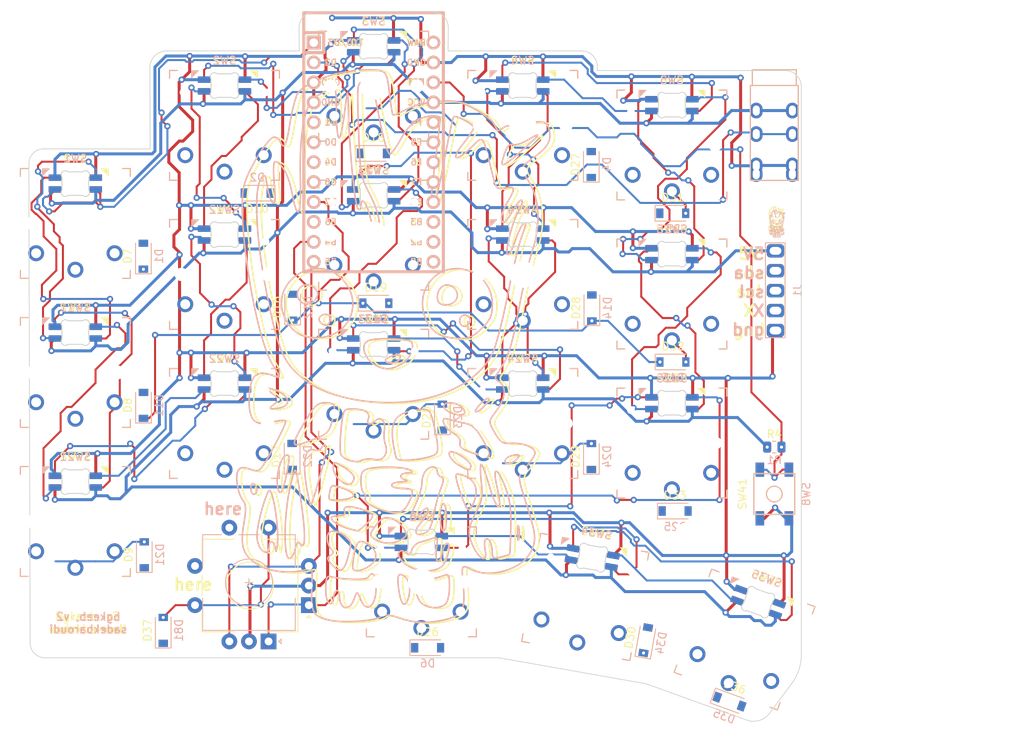
<source format=kicad_pcb>
(kicad_pcb (version 20211014) (generator pcbnew)
  (layers (0 "F.Cu" signal) (31 "B.Cu" signal) (34 "B.Paste" user) (35 "F.Paste" user) (36 "B.SilkS" user "B.Silkscreen") (37 "F.SilkS" user "F.Silkscreen") (38 "B.Mask" user) (39 "F.Mask" user) (44 "Edge.Cuts" user))
  (net 0 "")
  (net 1 "GND")
  (net 2 "+5V")
  (net 3 "Net-(D1-Pad2)")
  (net 4 "row0")
  (net 5 "Net-(D10-Pad2)")
  (net 6 "Net-(D11-Pad2)")
  (net 7 "row1")
  (net 8 "Net-(D12-Pad2)")
  (net 9 "Net-(D13-Pad2)")
  (net 10 "Net-(D14-Pad2)")
  (net 11 "Net-(D15-Pad2)")
  (net 12 "Net-(D17-Pad2)")
  (net 13 "Net-(D18-Pad2)")
  (net 14 "Net-(D20-Pad2)")
  (net 15 "Net-(D21-Pad2)")
  (net 16 "row2")
  (net 17 "Net-(D24-Pad2)")
  (net 18 "Net-(D25-Pad2)")
  (net 19 "Net-(D26-Pad2)")
  (net 20 "Net-(D27-Pad2)")
  (net 21 "Net-(D30-Pad2)")
  (net 22 "Net-(D31-Pad2)")
  (net 23 "row3")
  (net 24 "Net-(D35-Pad2)")
  (net 25 "Net-(D37-Pad2)")
  (net 26 "Net-(D38-Pad2)")
  (net 27 "Net-(D39-Pad2)")
  (net 28 "Net-(D40-Pad2)")
  (net 29 "led")
  (net 30 "Net-(D41-Pad2)")
  (net 31 "Net-(D42-Pad2)")
  (net 32 "Net-(D43-Pad2)")
  (net 33 "Net-(D44-Pad2)")
  (net 34 "Net-(D45-Pad2)")
  (net 35 "Net-(D46-Pad2)")
  (net 36 "Net-(D47-Pad2)")
  (net 37 "Net-(D48-Pad2)")
  (net 38 "Net-(D49-Pad2)")
  (net 39 "Net-(D50-Pad2)")
  (net 40 "Net-(D51-Pad2)")
  (net 41 "Net-(D52-Pad2)")
  (net 42 "Net-(D53-Pad2)")
  (net 43 "Net-(D54-Pad2)")
  (net 44 "Net-(D55-Pad2)")
  (net 45 "Net-(D56-Pad2)")
  (net 46 "Net-(D57-Pad2)")
  (net 47 "Net-(D58-Pad2)")
  (net 48 "Net-(D60-Pad4)")
  (net 50 "Net-(D61-Pad2)")
  (net 51 "Net-(D62-Pad2)")
  (net 52 "Net-(D63-Pad2)")
  (net 53 "Net-(D64-Pad2)")
  (net 54 "Net-(D65-Pad2)")
  (net 55 "Net-(D66-Pad2)")
  (net 56 "Net-(D67-Pad2)")
  (net 57 "Net-(D68-Pad2)")
  (net 58 "Net-(D69-Pad2)")
  (net 59 "Net-(D70-Pad2)")
  (net 60 "Net-(D73-Pad4)")
  (net 62 "RESET")
  (net 63 "col0")
  (net 64 "col1")
  (net 65 "col2")
  (net 66 "col3")
  (net 67 "col4")
  (net 68 "sda")
  (net 69 "scl")
  (net 71 "ENC1B")
  (net 72 "ENC1A")
  (net 75 "data")
  (net 76 "Net-(D39-Pad4)")
  (footprint "kicad-keyboard-parts:MX_SK6812MINI-E" (layer "F.Cu") (at 79.997588 45.526488 180)
    (fp_text reference "D47" hide)
    (fp_text value "SK6812MINI-E")
    (fp_line (start 1.699999 4.377157) (end 1.699999 5.782841) (layer "Edge.Cuts") (width 0.1))
    (fp_line (start -1.699999 5.782841) (end -1.699999 4.377157) (layer "Edge.Cuts") (width 0.1))
    (fp_line (start 0.794452 6.579999) (end -0.794452 6.579999) (layer "Edge.Cuts") (width 0.1))
    (fp_line (start -0.794452 3.58) (end 0.794453 3.58) (layer "Edge.Cuts") (width 0.1))
    (fp_arc (start 0.794452 6.579999) (mid 0.925123 6.597376) (end 1.046711 6.648298) (layer "Edge.Cuts") (width 0.1))
    (fp_arc (start -1.046711 6.648296) (mid -1.63807 6.584033) (end -1.749484 5.999719) (layer "Edge.Cuts") (width 0.1))
    (fp_arc (start 1.749484 5.999718) (mid 1.638072 6.584034) (end 1.046711 6.648298) (layer "Edge.Cuts") (width 0.1))
    (fp_arc (start -1.04671 6.648298) (mid -0.925122 6.597376) (end -0.794452 6.579999) (layer "Edge.Cuts") (width 0.1))
    (fp_arc (start 1.749484 5.999719) (mid 1.712527 5.894067) (end 1.699999 5.782841) (layer "Edge.Cuts") (width 0.1))
    (fp_arc (start 1.046711 3.511701) (mid 1.638071 3.575965) (end 1.749484 4.160279) (layer "Edge.Cuts") (width 0.1))
    (fp_arc (start -1.699999 5.782842) (mid -1.712527 5.894067) (end -1.749484 5.999719) (layer "Edge.Cuts") (width 0.1))
    (fp_arc (start -0.794453 3.579999) (mid -0.925123 3.562622) (end -1.046711 3.5117) (layer "Edge.Cuts") (width 0.1))
    (fp_arc (start -1.749484 4.160279) (mid -1.638071 3.575964) (end -1.046711 3.5117) (layer "Edge.Cuts") (width 0.1))
    (fp_arc (start 1.046711 3.511701) (mid 0.925123 3.562623) (end 0.794453 3.58) (layer "Edge.Cuts") (width 0.1))
    (fp_arc (start -1.749484 4.160279) (mid -1.712527 4.265931) (end -1.699999 4.377157) (layer "Edge.Cuts") (width 0.1))
    (fp_arc (start 1.699999 4.377156) (mid 1.712527 4.265931) (end 1.749484 4.160279) (layer "Edge.Cuts") (width 0.1))
  )
  (footprint "kicad-keyboard-parts:MX_SK6812MINI-E" (layer "F.Cu") (at 98.997587 40.526488 180)
    (fp_text reference "D48" hide)
    (fp_text value "SK6812MINI-E")
    (fp_line (start -1.699999 5.782841) (end -1.699999 4.377157) (layer "Edge.Cuts") (width 0.1))
    (fp_line (start 1.699999 4.377157) (end 1.699999 5.782841) (layer "Edge.Cuts") (width 0.1))
    (fp_line (start 0.794452 6.579999) (end -0.794452 6.579999) (layer "Edge.Cuts") (width 0.1))
    (fp_line (start -0.794452 3.58) (end 0.794453 3.58) (layer "Edge.Cuts") (width 0.1))
    (fp_arc (start 1.749484 5.999718) (mid 1.638072 6.584034) (end 1.046711 6.648298) (layer "Edge.Cuts") (width 0.1))
    (fp_arc (start 1.749484 5.999719) (mid 1.712527 5.894067) (end 1.699999 5.782841) (layer "Edge.Cuts") (width 0.1))
    (fp_arc (start -1.046711 6.648296) (mid -1.63807 6.584033) (end -1.749484 5.999719) (layer "Edge.Cuts") (width 0.1))
    (fp_arc (start 0.794452 6.579999) (mid 0.925123 6.597376) (end 1.046711 6.648298) (layer "Edge.Cuts") (width 0.1))
    (fp_arc (start -1.04671 6.648298) (mid -0.925122 6.597376) (end -0.794452 6.579999) (layer "Edge.Cuts") (width 0.1))
    (fp_arc (start 1.046711 3.511701) (mid 1.638071 3.575965) (end 1.749484 4.160279) (layer "Edge.Cuts") (width 0.1))
    (fp_arc (start 1.699999 4.377156) (mid 1.712527 4.265931) (end 1.749484 4.160279) (layer "Edge.Cuts") (width 0.1))
    (fp_arc (start 1.046711 3.511701) (mid 0.925123 3.562623) (end 0.794453 3.58) (layer "Edge.Cuts") (width 0.1))
    (fp_arc (start -0.794453 3.579999) (mid -0.925123 3.562622) (end -1.046711 3.5117) (layer "Edge.Cuts") (width 0.1))
    (fp_arc (start -1.749484 4.160279) (mid -1.712527 4.265931) (end -1.699999 4.377157) (layer "Edge.Cuts") (width 0.1))
    (fp_arc (start -1.699999 5.782842) (mid -1.712527 5.894067) (end -1.749484 5.999719) (layer "Edge.Cuts") (width 0.1))
    (fp_arc (start -1.749484 4.160279) (mid -1.638071 3.575964) (end -1.046711 3.5117) (layer "Edge.Cuts") (width 0.1))
  )
  (footprint "kicad-keyboard-parts:MX_SK6812MINI-E" (layer "F.Cu") (at 136.997585 48.026489 180)
    (fp_text reference "D54" hide)
    (fp_text value "SK6812MINI-E")
    (fp_line (start -1.699999 5.782841) (end -1.699999 4.377157) (layer "Edge.Cuts") (width 0.1))
    (fp_line (start -0.794452 3.58) (end 0.794453 3.58) (layer "Edge.Cuts") (width 0.1))
    (fp_line (start 0.794452 6.579999) (end -0.794452 6.579999) (layer "Edge.Cuts") (width 0.1))
    (fp_line (start 1.699999 4.377157) (end 1.699999 5.782841) (layer "Edge.Cuts") (width 0.1))
    (fp_arc (start -1.749484 4.160279) (mid -1.638071 3.575964) (end -1.046711 3.5117) (layer "Edge.Cuts") (width 0.1))
    (fp_arc (start -1.699999 5.782842) (mid -1.712527 5.894067) (end -1.749484 5.999719) (layer "Edge.Cuts") (width 0.1))
    (fp_arc (start -1.749484 4.160279) (mid -1.712527 4.265931) (end -1.699999 4.377157) (layer "Edge.Cuts") (width 0.1))
    (fp_arc (start -1.04671 6.648298) (mid -0.925122 6.597376) (end -0.794452 6.579999) (layer "Edge.Cuts") (width 0.1))
    (fp_arc (start 1.749484 5.999719) (mid 1.712527 5.894067) (end 1.699999 5.782841) (layer "Edge.Cuts") (width 0.1))
    (fp_arc (start 0.794452 6.579999) (mid 0.925123 6.597376) (end 1.046711 6.648298) (layer "Edge.Cuts") (width 0.1))
    (fp_arc (start 1.046711 3.511701) (mid 1.638071 3.575965) (end 1.749484 4.160279) (layer "Edge.Cuts") (width 0.1))
    (fp_arc (start 1.699999 4.377156) (mid 1.712527 4.265931) (end 1.749484 4.160279) (layer "Edge.Cuts") (width 0.1))
    (fp_arc (start 1.749484 5.999718) (mid 1.638072 6.584034) (end 1.046711 6.648298) (layer "Edge.Cuts") (width 0.1))
    (fp_arc (start -0.794453 3.579999) (mid -0.925123 3.562622) (end -1.046711 3.5117) (layer "Edge.Cuts") (width 0.1))
    (fp_arc (start 1.046711 3.511701) (mid 0.925123 3.562623) (end 0.794453 3.58) (layer "Edge.Cuts") (width 0.1))
    (fp_arc (start -1.046711 6.648296) (mid -1.63807 6.584033) (end -1.749484 5.999719) (layer "Edge.Cuts") (width 0.1))
  )
  (footprint "kicad-keyboard-parts:MX_SK6812MINI-E" (layer "F.Cu") (at 136.997585 67.026488 180)
    (fp_text reference "D55" hide)
    (fp_text value "SK6812MINI-E")
    (fp_line (start 1.699999 4.377157) (end 1.699999 5.782841) (layer "Edge.Cuts") (width 0.1))
    (fp_line (start 0.794452 6.579999) (end -0.794452 6.579999) (layer "Edge.Cuts") (width 0.1))
    (fp_line (start -1.699999 5.782841) (end -1.699999 4.377157) (layer "Edge.Cuts") (width 0.1))
    (fp_line (start -0.794452 3.58) (end 0.794453 3.58) (layer "Edge.Cuts") (width 0.1))
    (fp_arc (start 1.749484 5.999719) (mid 1.712527 5.894067) (end 1.699999 5.782841) (layer "Edge.Cuts") (width 0.1))
    (fp_arc (start 0.794452 6.579999) (mid 0.925123 6.597376) (end 1.046711 6.648298) (layer "Edge.Cuts") (width 0.1))
    (fp_arc (start -1.04671 6.648298) (mid -0.925122 6.597376) (end -0.794452 6.579999) (layer "Edge.Cuts") (width 0.1))
    (fp_arc (start -0.794453 3.579999) (mid -0.925123 3.562622) (end -1.046711 3.5117) (layer "Edge.Cuts") (width 0.1))
    (fp_arc (start 1.699999 4.377156) (mid 1.712527 4.265931) (end 1.749484 4.160279) (layer "Edge.Cuts") (width 0.1))
    (fp_arc (start -1.046711 6.648296) (mid -1.63807 6.584033) (end -1.749484 5.999719) (layer "Edge.Cuts") (width 0.1))
    (fp_arc (start -1.699999 5.782842) (mid -1.712527 5.894067) (end -1.749484 5.999719) (layer "Edge.Cuts") (width 0.1))
    (fp_arc (start -1.749484 4.160279) (mid -1.638071 3.575964) (end -1.046711 3.5117) (layer "Edge.Cuts") (width 0.1))
    (fp_arc (start 1.046711 3.511701) (mid 1.638071 3.575965) (end 1.749484 4.160279) (layer "Edge.Cuts") (width 0.1))
    (fp_arc (start 1.749484 5.999718) (mid 1.638072 6.584034) (end 1.046711 6.648298) (layer "Edge.Cuts") (width 0.1))
    (fp_arc (start -1.749484 4.160279) (mid -1.712527 4.265931) (end -1.699999 4.377157) (layer "Edge.Cuts") (width 0.1))
    (fp_arc (start 1.046711 3.511701) (mid 0.925123 3.562623) (end 0.794453 3.58) (layer "Edge.Cuts") (width 0.1))
  )
  (footprint "kicad-keyboard-parts:MX_SK6812MINI-E" (layer "F.Cu") (at 60.997589 77.026486 180)
    (fp_text reference "D42" hide)
    (fp_text value "SK6812MINI-E")
    (fp_line (start -0.794452 3.58) (end 0.794453 3.58) (layer "Edge.Cuts") (width 0.1))
    (fp_line (start 0.794452 6.579999) (end -0.794452 6.579999) (layer "Edge.Cuts") (width 0.1))
    (fp_line (start 1.699999 4.377157) (end 1.699999 5.782841) (layer "Edge.Cuts") (width 0.1))
    (fp_line (start -1.699999 5.782841) (end -1.699999 4.377157) (layer "Edge.Cuts") (width 0.1))
    (fp_arc (start -0.794453 3.579999) (mid -0.925123 3.562622) (end -1.046711 3.5117) (layer "Edge.Cuts") (width 0.1))
    (fp_arc (start 1.046711 3.511701) (mid 1.638071 3.575965) (end 1.749484 4.160279) (layer "Edge.Cuts") (width 0.1))
    (fp_arc (start -1.749484 4.160279) (mid -1.712527 4.265931) (end -1.699999 4.377157) (layer "Edge.Cuts") (width 0.1))
    (fp_arc (start 0.794452 6.579999) (mid 0.925123 6.597376) (end 1.046711 6.648298) (layer "Edge.Cuts") (width 0.1))
    (fp_arc (start -1.046711 6.648296) (mid -1.63807 6.584033) (end -1.749484 5.999719) (layer "Edge.Cuts") (width 0.1))
    (fp_arc (start 1.046711 3.511701) (mid 0.925123 3.562623) (end 0.794453 3.58) (layer "Edge.Cuts") (width 0.1))
    (fp_arc (start -1.699999 5.782842) (mid -1.712527 5.894067) (end -1.749484 5.999719) (layer "Edge.Cuts") (width 0.1))
    (fp_arc (start -1.749484 4.160279) (mid -1.638071 3.575964) (end -1.046711 3.5117) (layer "Edge.Cuts") (width 0.1))
    (fp_arc (start 1.699999 4.377156) (mid 1.712527 4.265931) (end 1.749484 4.160279) (layer "Edge.Cuts") (width 0.1))
    (fp_arc (start 1.749484 5.999719) (mid 1.712527 5.894067) (end 1.699999 5.782841) (layer "Edge.Cuts") (width 0.1))
    (fp_arc (start -1.04671 6.648298) (mid -0.925122 6.597376) (end -0.794452 6.579999) (layer "Edge.Cuts") (width 0.1))
    (fp_arc (start 1.749484 5.999718) (mid 1.638072 6.584034) (end 1.046711 6.648298) (layer "Edge.Cuts") (width 0.1))
  )
  (footprint "kicad-keyboard-parts:MX_SK6812MINI-E" (layer "F.Cu") (at 79.997588 64.526487 180)
    (fp_text reference "D46" hide)
    (fp_text value "SK6812MINI-E")
    (fp_line (start 0.794452 6.579999) (end -0.794452 6.579999) (layer "Edge.Cuts") (width 0.1))
    (fp_line (start -0.794452 3.58) (end 0.794453 3.58) (layer "Edge.Cuts") (width 0.1))
    (fp_line (start -1.699999 5.782841) (end -1.699999 4.377157) (layer "Edge.Cuts") (width 0.1))
    (fp_line (start 1.699999 4.377157) (end 1.699999 5.782841) (layer "Edge.Cuts") (width 0.1))
    (fp_arc (start 1.046711 3.511701) (mid 1.638071 3.575965) (end 1.749484 4.160279) (layer "Edge.Cuts") (width 0.1))
    (fp_arc (start -1.046711 6.648296) (mid -1.63807 6.584033) (end -1.749484 5.999719) (layer "Edge.Cuts") (width 0.1))
    (fp_arc (start -0.794453 3.579999) (mid -0.925123 3.562622) (end -1.046711 3.5117) (layer "Edge.Cuts") (width 0.1))
    (fp_arc (start 1.749484 5.999719) (mid 1.712527 5.894067) (end 1.699999 5.782841) (layer "Edge.Cuts") (width 0.1))
    (fp_arc (start 1.046711 3.511701) (mid 0.925123 3.562623) (end 0.794453 3.58) (layer "Edge.Cuts") (width 0.1))
    (fp_arc (start 1.699999 4.377156) (mid 1.712527 4.265931) (end 1.749484 4.160279) (layer "Edge.Cuts") (width 0.1))
    (fp_arc (start -1.04671 6.648298) (mid -0.925122 6.597376) (end -0.794452 6.579999) (layer "Edge.Cuts") (width 0.1))
    (fp_arc (start 0.794452 6.579999) (mid 0.925123 6.597376) (end 1.046711 6.648298) (layer "Edge.Cuts") (width 0.1))
    (fp_arc (start -1.749484 4.160279) (mid -1.712527 4.265931) (end -1.699999 4.377157) (layer "Edge.Cuts") (width 0.1))
    (fp_arc (start 1.749484 5.999718) (mid 1.638072 6.584034) (end 1.046711 6.648298) (layer "Edge.Cuts") (width 0.1))
    (fp_arc (start -1.749484 4.160279) (mid -1.638071 3.575964) (end -1.046711 3.5117) (layer "Edge.Cuts") (width 0.1))
    (fp_arc (start -1.699999 5.782842) (mid -1.712527 5.894067) (end -1.749484 5.999719) (layer "Edge.Cuts") (width 0.1))
  )
  (footprint "kicad-keyboard-parts:MX_SK6812MINI-E" (layer "F.Cu") (at 98.997587 59.526487 180)
    (fp_text reference "D49" hide)
    (fp_text value "SK6812MINI-E")
    (fp_line (start 0.794452 6.579999) (end -0.794452 6.579999) (layer "Edge.Cuts") (width 0.1))
    (fp_line (start -0.794452 3.58) (end 0.794453 3.58) (layer "Edge.Cuts") (width 0.1))
    (fp_line (start -1.699999 5.782841) (end -1.699999 4.377157) (layer "Edge.Cuts") (width 0.1))
    (fp_line (start 1.699999 4.377157) (end 1.699999 5.782841) (layer "Edge.Cuts") (width 0.1))
    (fp_arc (start -1.046711 6.648296) (mid -1.63807 6.584033) (end -1.749484 5.999719) (layer "Edge.Cuts") (width 0.1))
    (fp_arc (start 1.749484 5.999718) (mid 1.638072 6.584034) (end 1.046711 6.648298) (layer "Edge.Cuts") (width 0.1))
    (fp_arc (start 1.046711 3.511701) (mid 1.638071 3.575965) (end 1.749484 4.160279) (layer "Edge.Cuts") (width 0.1))
    (fp_arc (start 0.794452 6.579999) (mid 0.925123 6.597376) (end 1.046711 6.648298) (layer "Edge.Cuts") (width 0.1))
    (fp_arc (start -1.749484 4.160279) (mid -1.638071 3.575964) (end -1.046711 3.5117) (layer "Edge.Cuts") (width 0.1))
    (fp_arc (start -1.749484 4.160279) (mid -1.712527 4.265931) (end -1.699999 4.377157) (layer "Edge.Cuts") (width 0.1))
    (fp_arc (start -1.699999 5.782842) (mid -1.712527 5.894067) (end -1.749484 5.999719) (layer "Edge.Cuts") (width 0.1))
    (fp_arc (start 1.046711 3.511701) (mid 0.925123 3.562623) (end 0.794453 3.58) (layer "Edge.Cuts") (width 0.1))
    (fp_arc (start -0.794453 3.579999) (mid -0.925123 3.562622) (end -1.046711 3.5117) (layer "Edge.Cuts") (width 0.1))
    (fp_arc (start 1.699999 4.377156) (mid 1.712527 4.265931) (end 1.749484 4.160279) (layer "Edge.Cuts") (width 0.1))
    (fp_arc (start 1.749484 5.999719) (mid 1.712527 5.894067) (end 1.699999 5.782841) (layer "Edge.Cuts") (width 0.1))
    (fp_arc (start -1.04671 6.648298) (mid -0.925122 6.597376) (end -0.794452 6.579999) (layer "Edge.Cuts") (width 0.1))
  )
  (footprint "kicad-keyboard-parts:MX_SK6812MINI-E" (layer "F.Cu") (at 117.997586 45.526488 180)
    (fp_text reference "D53" hide)
    (fp_text value "SK6812MINI-E")
    (fp_line (start 1.699999 4.377157) (end 1.699999 5.782841) (layer "Edge.Cuts") (width 0.1))
    (fp_line (start 0.794452 6.579999) (end -0.794452 6.579999) (layer "Edge.Cuts") (width 0.1))
    (fp_line (start -1.699999 5.782841) (end -1.699999 4.377157) (layer "Edge.Cuts") (width 0.1))
    (fp_line (start -0.794452 3.58) (end 0.794453 3.58) (layer "Edge.Cuts") (width 0.1))
    (fp_arc (start 1.046711 3.511701) (mid 0.925123 3.562623) (end 0.794453 3.58) (layer "Edge.Cuts") (width 0.1))
    (fp_arc (start -1.04671 6.648298) (mid -0.925122 6.597376) (end -0.794452 6.579999) (layer "Edge.Cuts") (width 0.1))
    (fp_arc (start 1.749484 5.999718) (mid 1.638072 6.584034) (end 1.046711 6.648298) (layer "Edge.Cuts") (width 0.1))
    (fp_arc (start -1.749484 4.160279) (mid -1.712527 4.265931) (end -1.699999 4.377157) (layer "Edge.Cuts") (width 0.1))
    (fp_arc (start -0.794453 3.579999) (mid -0.925123 3.562622) (end -1.046711 3.5117) (layer "Edge.Cuts") (width 0.1))
    (fp_arc (start 1.046711 3.511701) (mid 1.638071 3.575965) (end 1.749484 4.160279) (layer "Edge.Cuts") (width 0.1))
    (fp_arc (start 0.794452 6.579999) (mid 0.925123 6.597376) (end 1.046711 6.648298) (layer "Edge.Cuts") (width 0.1))
    (fp_arc (start -1.046711 6.648296) (mid -1.63807 6.584033) (end -1.749484 5.999719) (layer "Edge.Cuts") (width 0.1))
    (fp_arc (start 1.749484 5.999719) (mid 1.712527 5.894067) (end 1.699999 5.782841) (layer "Edge.Cuts") (width 0.1))
    (fp_arc (start -1.699999 5.782842) (mid -1.712527 5.894067) (end -1.749484 5.999719) (layer "Edge.Cuts") (width 0.1))
    (fp_arc (start 1.699999 4.377156) (mid 1.712527 4.265931) (end 1.749484 4.160279) (layer "Edge.Cuts") (width 0.1))
    (fp_arc (start -1.749484 4.160279) (mid -1.638071 3.575964) (end -1.046711 3.5117) (layer "Edge.Cuts") (width 0.1))
  )
  (footprint "kicad-keyboard-parts:MX_SK6812MINI-E" (layer "F.Cu") (at 136.997585 86.026487 180)
    (fp_text reference "D56" hide)
    (fp_text value "SK6812MINI-E")
    (fp_line (start -0.794452 3.58) (end 0.794453 3.58) (layer "Edge.Cuts") (width 0.1))
    (fp_line (start 0.794452 6.579999) (end -0.794452 6.579999) (layer "Edge.Cuts") (width 0.1))
    (fp_line (start -1.699999 5.782841) (end -1.699999 4.377157) (layer "Edge.Cuts") (width 0.1))
    (fp_line (start 1.699999 4.377157) (end 1.699999 5.782841) (layer "Edge.Cuts") (width 0.1))
    (fp_arc (start -0.794453 3.579999) (mid -0.925123 3.562622) (end -1.046711 3.5117) (layer "Edge.Cuts") (width 0.1))
    (fp_arc (start 0.794452 6.579999) (mid 0.925123 6.597376) (end 1.046711 6.648298) (layer "Edge.Cuts") (width 0.1))
    (fp_arc (start 1.046711 3.511701) (mid 0.925123 3.562623) (end 0.794453 3.58) (layer "Edge.Cuts") (width 0.1))
    (fp_arc (start -1.749484 4.160279) (mid -1.638071 3.575964) (end -1.046711 3.5117) (layer "Edge.Cuts") (width 0.1))
    (fp_arc (start -1.04671 6.648298) (mid -0.925122 6.597376) (end -0.794452 6.579999) (layer "Edge.Cuts") (width 0.1))
    (fp_arc (start 1.749484 5.999718) (mid 1.638072 6.584034) (end 1.046711 6.648298) (layer "Edge.Cuts") (width 0.1))
    (fp_arc (start -1.699999 5.782842) (mid -1.712527 5.894067) (end -1.749484 5.999719) (layer "Edge.Cuts") (width 0.1))
    (fp_arc (start -1.046711 6.648296) (mid -1.63807 6.584033) (end -1.749484 5.999719) (layer "Edge.Cuts") (width 0.1))
    (fp_arc (start 1.749484 5.999719) (mid 1.712527 5.894067) (end 1.699999 5.782841) (layer "Edge.Cuts") (width 0.1))
    (fp_arc (start -1.749484 4.160279) (mid -1.712527 4.265931) (end -1.699999 4.377157) (layer "Edge.Cuts") (width 0.1))
    (fp_arc (start 1.046711 3.511701) (mid 1.638071 3.575965) (end 1.749484 4.160279) (layer "Edge.Cuts") (width 0.1))
    (fp_arc (start 1.699999 4.377156) (mid 1.712527 4.265931) (end 1.749484 4.160279) (layer "Edge.Cuts") (width 0.1))
  )
  (footprint "kicad-keyboard-parts:MX_SK6812MINI-E" (layer "F.Cu") (at 60.997588 96.026485 180)
    (fp_text reference "D43" hide)
    (fp_text value "SK6812MINI-E")
    (fp_line (start 0.794452 6.579999) (end -0.794452 6.579999) (layer "Edge.Cuts") (width 0.1))
    (fp_line (start 1.699999 4.377157) (end 1.699999 5.782841) (layer "Edge.Cuts") (width 0.1))
    (fp_line (start -0.794452 3.58) (end 0.794453 3.58) (layer "Edge.Cuts") (width 0.1))
    (fp_line (start -1.699999 5.782841) (end -1.699999 4.377157) (layer "Edge.Cuts") (width 0.1))
    (fp_arc (start -0.794453 3.579999) (mid -0.925123 3.562622) (end -1.046711 3.5117) (layer "Edge.Cuts") (width 0.1))
    (fp_arc (start 0.794452 6.579999) (mid 0.925123 6.597376) (end 1.046711 6.648298) (layer "Edge.Cuts") (width 0.1))
    (fp_arc (start -1.04671 6.648298) (mid -0.925122 6.597376) (end -0.794452 6.579999) (layer "Edge.Cuts") (width 0.1))
    (fp_arc (start 1.749484 5.999719) (mid 1.712527 5.894067) (end 1.699999 5.782841) (layer "Edge.Cuts") (width 0.1))
    (fp_arc (start -1.699999 5.782842) (mid -1.712527 5.894067) (end -1.749484 5.999719) (layer "Edge.Cuts") (width 0.1))
    (fp_arc (start -1.749484 4.160279) (mid -1.712527 4.265931) (end -1.699999 4.377157) (layer "Edge.Cuts") (width 0.1))
    (fp_arc (start 1.699999 4.377156) (mid 1.712527 4.265931) (end 1.749484 4.160279) (layer "Edge.Cuts") (width 0.1))
    (fp_arc (start 1.749484 5.999718) (mid 1.638072 6.584034) (end 1.046711 6.648298) (layer "Edge.Cuts") (width 0.1))
    (fp_arc (start -1.046711 6.648296) (mid -1.63807 6.584033) (end -1.749484 5.999719) (layer "Edge.Cuts") (width 0.1))
    (fp_arc (start 1.046711 3.511701) (mid 1.638071 3.575965) (end 1.749484 4.160279) (layer "Edge.Cuts") (width 0.1))
    (fp_arc (start -1.749484 4.160279) (mid -1.638071 3.575964) (end -1.046711 3.5117) (layer "Edge.Cuts") (width 0.1))
    (fp_arc (start 1.046711 3.511701) (mid 0.925123 3.562623) (end 0.794453 3.58) (layer "Edge.Cuts") (width 0.1))
  )
  (footprint "kicad-keyboard-parts:MX_SK6812MINI-E" (layer "F.Cu") (at 98.997586 78.526487 180)
    (fp_text reference "D50" hide)
    (fp_text value "SK6812MINI-E")
    (fp_line (start 1.699999 4.377157) (end 1.699999 5.782841) (layer "Edge.Cuts") (width 0.1))
    (fp_line (start -0.794452 3.58) (end 0.794453 3.58) (layer "Edge.Cuts") (width 0.1))
    (fp_line (start -1.699999 5.782841) (end -1.699999 4.377157) (layer "Edge.Cuts") (width 0.1))
    (fp_line (start 0.794452 6.579999) (end -0.794452 6.579999) (layer "Edge.Cuts") (width 0.1))
    (fp_arc (start -1.749484 4.160279) (mid -1.712527 4.265931) (end -1.699999 4.377157) (layer "Edge.Cuts") (width 0.1))
    (fp_arc (start -1.046711 6.648296) (mid -1.63807 6.584033) (end -1.749484 5.999719) (layer "Edge.Cuts") (width 0.1))
    (fp_arc (start 1.749484 5.999718) (mid 1.638072 6.584034) (end 1.046711 6.648298) (layer "Edge.Cuts") (width 0.1))
    (fp_arc (start 1.749484 5.999719) (mid 1.712527 5.894067) (end 1.699999 5.782841) (layer "Edge.Cuts") (width 0.1))
    (fp_arc (start -1.699999 5.782842) (mid -1.712527 5.894067) (end -1.749484 5.999719) (layer "Edge.Cuts") (width 0.1))
    (fp_arc (start 0.794452 6.579999) (mid 0.925123 6.597376) (end 1.046711 6.648298) (layer "Edge.Cuts") (width 0.1))
    (fp_arc (start 1.046711 3.511701) (mid 0.925123 3.562623) (end 0.794453 3.58) (layer "Edge.Cuts") (width 0.1))
    (fp_arc (start -1.749484 4.160279) (mid -1.638071 3.575964) (end -1.046711 3.5117) (layer "Edge.Cuts") (width 0.1))
    (fp_arc (start 1.699999 4.377156) (mid 1.712527 4.265931) (end 1.749484 4.160279) (layer "Edge.Cuts") (width 0.1))
    (fp_arc (start -1.04671 6.648298) (mid -0.925122 6.597376) (end -0.794452 6.579999) (layer "Edge.Cuts") (width 0.1))
    (fp_arc (start -0.794453 3.579999) (mid -0.925123 3.562622) (end -1.046711 3.5117) (layer "Edge.Cuts") (width 0.1))
    (fp_arc (start 1.046711 3.511701) (mid 1.638071 3.575965) (end 1.749484 4.160279) (layer "Edge.Cuts") (width 0.1))
  )
  (footprint "kicad-keyboard-parts:MX_SK6812MINI-E" (layer "F.Cu") (at 105.078593 103.714404 180)
    (fp_text reference "D57" hide)
    (fp_text value "SK6812MINI-E")
    (fp_line (start 1.699999 4.377157) (end 1.699999 5.782841) (layer "Edge.Cuts") (width 0.1))
    (fp_line (start -0.794452 3.58) (end 0.794453 3.58) (layer "Edge.Cuts") (width 0.1))
    (fp_line (start 0.794452 6.579999) (end -0.794452 6.579999) (layer "Edge.Cuts") (width 0.1))
    (fp_line (start -1.699999 5.782841) (end -1.699999 4.377157) (layer "Edge.Cuts") (width 0.1))
    (fp_arc (start -1.749484 4.160279) (mid -1.712527 4.265931) (end -1.699999 4.377157) (layer "Edge.Cuts") (width 0.1))
    (fp_arc (start 1.046711 3.511701) (mid 1.638071 3.575965) (end 1.749484 4.160279) (layer "Edge.Cuts") (width 0.1))
    (fp_arc (start -1.046711 6.648296) (mid -1.63807 6.584033) (end -1.749484 5.999719) (layer "Edge.Cuts") (width 0.1))
    (fp_arc (start -1.04671 6.648298) (mid -0.925122 6.597376) (end -0.794452 6.579999) (layer "Edge.Cuts") (width 0.1))
    (fp_arc (start 1.749484 5.999719) (mid 1.712527 5.894067) (end 1.699999 5.782841) (layer "Edge.Cuts") (width 0.1))
    (fp_arc (start -1.699999 5.782842) (mid -1.712527 5.894067) (end -1.749484 5.999719) (layer "Edge.Cuts") (width 0.1))
    (fp_arc (start 0.794452 6.579999) (mid 0.925123 6.597376) (end 1.046711 6.648298) (layer "Edge.Cuts") (width 0.1))
    (fp_arc (start 1.749484 5.999718) (mid 1.638072 6.584034) (end 1.046711 6.648298) (layer "Edge.Cuts") (width 0.1))
    (fp_arc (start 1.699999 4.377156) (mid 1.712527 4.265931) (end 1.749484 4.160279) (layer "Edge.Cuts") (width 0.1))
    (fp_arc (start -1.749484 4.160279) (mid -1.638071 3.575964) (end -1.046711 3.5117) (layer "Edge.Cuts") (width 0.1))
    (fp_arc (start 1.046711 3.511701) (mid 0.925123 3.562623) (end 0.794453 3.58) (layer "Edge.Cuts") (width 0.1))
    (fp_arc (start -0.794453 3.579999) (mid -0.925123 3.562622) (end -1.046711 3.5117) (layer "Edge.Cuts") (width 0.1))
  )
  (footprint "kicad-keyboard-parts:MX_SK6812MINI-E" (layer "F.Cu") (at 125.963674 105.640756 170)
    (fp_text reference "D59" hide)
    (fp_text value "SK6812MINI-E")
    (fp_line (start 1.699999 4.377157) (end 1.699999 5.782841) (layer "Edge.Cuts") (width 0.1))
    (fp_line (start -1.699999 5.782841) (end -1.699999 4.377157) (layer "Edge.Cuts") (width 0.1))
    (fp_line (start -0.794452 3.58) (end 0.794453 3.58) (layer "Edge.Cuts") (width 0.1))
    (fp_line (start 0.794452 6.579999) (end -0.794452 6.579999) (layer "Edge.Cuts") (width 0.1))
    (fp_arc (start 1.046711 3.511701) (mid 0.925123 3.562623) (end 0.794453 3.58) (layer "Edge.Cuts") (width 0.1))
    (fp_arc (start 1.699999 4.377156) (mid 1.712527 4.265931) (end 1.749484 4.160279) (layer "Edge.Cuts") (width 0.1))
    (fp_arc (start -1.749484 4.160279) (mid -1.638071 3.575964) (end -1.046711 3.5117) (layer "Edge.Cuts") (width 0.1))
    (fp_arc (start -1.749484 4.160279) (mid -1.712527 4.265931) (end -1.699999 4.377157) (layer "Edge.Cuts") (width 0.1))
    (fp_arc (start 0.794452 6.579999) (mid 0.925123 6.597376) (end 1.046711 6.648298) (layer "Edge.Cuts") (width 0.1))
    (fp_arc (start 1.046711 3.511701) (mid 1.638071 3.575965) (end 1.749484 4.160279) (layer "Edge.Cuts") (width 0.1))
    (fp_arc (start -1.04671 6.648298) (mid -0.925122 6.597376) (end -0.794452 6.579999) (layer "Edge.Cuts") (width 0.1))
    (fp_arc (start 1.749484 5.999719) (mid 1.712527 5.894067) (end 1.699999 5.782841) (layer "Edge.Cuts") (width 0.1))
    (fp_arc (start -1.699999 5.782842) (mid -1.712527 5.894067) (end -1.749484 5.999719) (layer "Edge.Cuts") (width 0.1))
    (fp_arc (start 1.749484 5.999718) (mid 1.638071 6.584034) (end 1.046711 6.648298) (layer "Edge.Cuts") (width 0.1))
    (fp_arc (start -1.046711 6.648296) (mid -1.638069 6.584033) (end -1.749484 5.999719) (layer "Edge.Cuts") (width 0.1))
    (fp_arc (start -0.794453 3.579999) (mid -0.925123 3.562622) (end -1.046711 3.5117) (layer "Edge.Cuts") (width 0.1))
  )
  (footprint "Resistor_SMD:R_0805_2012Metric" (layer "F.Cu") (at 150.043593 86.540404)
    (fp_text reference "R4")
    (fp_text value "10k")
  )
  (footprint "keyswitches:SW_PG1350_reversible" (layer "F.Cu") (at 79.997588 45.526488)
    (fp_text reference "SW2")
    (fp_text value "SW_Push")
  )
  (footprint "keyswitches:SW_PG1350_reversible" (layer "F.Cu") (at 98.997587 40.526488)
    (fp_text reference "SW3")
    (fp_text value "SW_Push")
  )
  (footprint "keyswitches:SW_PG1350_reversible" (layer "F.Cu") (at 117.997586 45.526488)
    (fp_text reference "SW4")
    (fp_text value "SW_Push")
  )
  (footprint "keyswitches:SW_PG1350_reversible" (layer "F.Cu") (at 136.997585 48.026489)
    (fp_text reference "SW5")
    (fp_text value "SW_Push")
  )
  (footprint "keyswitches:SW_PG1350_reversible" (layer "F.Cu") (at 60.997589 77.026486)
    (fp_text reference "SW11")
    (fp_text value "SW_Push")
  )
  (footprint "keyswitches:SW_PG1350_reversible" (layer "F.Cu") (at 79.997588 64.526487)
    (fp_text reference "SW12")
    (fp_text value "SW_Push")
  )
  (footprint "keyswitches:SW_PG1350_reversible" (layer "F.Cu") (at 98.997587 59.526487)
    (fp_text reference "SW13")
    (fp_text value "SW_Push")
  )
  (footprint "keyswitches:SW_PG1350_reversible" (layer "F.Cu") (at 117.997586 64.526487)
    (fp_text reference "SW14")
    (fp_text value "SW_Push")
  )
  (footprint "keyswitches:SW_PG1350_reversible" (layer "F.Cu") (at 136.997585 67.026488)
    (fp_text reference "SW15")
    (fp_text value "SW_Push")
  )
  (footprint "keyswitches:SW_PG1350_reversible" (layer "F.Cu") (at 60.997588 96.026485)
    (fp_text reference "SW21")
    (fp_text value "SW_Push")
  )
  (footprint "keyswitches:SW_PG1350_reversible" (layer "F.Cu") (at 79.997587 83.526486)
    (fp_text reference "SW22")
    (fp_text value "SW_Push")
  )
  (footprint "keyswitches:SW_PG1350_reversible" (layer "F.Cu") (at 98.997586 78.526487)
    (fp_text reference "SW23")
    (fp_text value "SW_Push")
  )
  (footprint "keyswitches:SW_PG1350_reversible" (layer "F.Cu") (at 117.997586 83.526487)
    (fp_text reference "SW24")
    (fp_text value "SW_Push")
  )
  (footprint "keyswitches:SW_PG1350_reversible" (layer "F.Cu") (at 136.997585 86.026487)
    (fp_text reference "SW25")
    (fp_text value "SW_Push")
  )
  (footprint "keyswitches:SW_PG1350_reversible" (layer "F.Cu") (at 125.963674 105.640756 -10)
    (fp_text reference "SW34")
    (fp_text value "SW_Push")
  )
  (footprint "keyswitches:SW_PG1350_reversible" (layer "F.Cu") (at 146.248115 111.075956 -20)
    (fp_text reference "SW35")
    (fp_text value "SW_Push")
  )
  (footprint "random-keyboard-parts:SKQG-1155865" (layer "F.Cu") (at 150.043593 92.509404 -90)
    (fp_text reference "SW41")
    (fp_text value "SW_Push")
  )
  (footprint "keyswitches:SW_PG1350_reversible" (layer "F.Cu") (at 60.997589 58.026487)
    (fp_text reference "SW1")
    (fp_text value "SW_Push")
  )
  (footprint "kicad-keyboard-parts:MX_SK6812MINI-E" (layer "F.Cu") (at 60.997589 58.026487 180)
    (fp_text reference "D41" hide)
    (fp_text value "SK6812MINI-E")
    (fp_line (start 1.699999 4.377157) (end 1.699999 5.782841) (layer "Edge.Cuts") (width 0.1))
    (fp_line (start 0.794452 6.579999) (end -0.794452 6.579999) (layer "Edge.Cuts") (width 0.1))
    (fp_line (start -1.699999 5.782841) (end -1.699999 4.377157) (layer "Edge.Cuts") (width 0.1))
    (fp_line (start -0.794452 3.58) (end 0.794453 3.58) (layer "Edge.Cuts") (width 0.1))
    (fp_arc (start -0.794453 3.579999) (mid -0.925123 3.562622) (end -1.046711 3.5117) (layer "Edge.Cuts") (width 0.1))
    (fp_arc (start 1.046711 3.511701) (mid 1.638071 3.575965) (end 1.749484 4.160279) (layer "Edge.Cuts") (width 0.1))
    (fp_arc (start -1.04671 6.648298) (mid -0.925122 6.597376) (end -0.794452 6.579999) (layer "Edge.Cuts") (width 0.1))
    (fp_arc (start 1.749484 5.999719) (mid 1.712527 5.894067) (end 1.699999 5.782841) (layer "Edge.Cuts") (width 0.1))
    (fp_arc (start -1.699999 5.782842) (mid -1.712527 5.894067) (end -1.749484 5.999719) (layer "Edge.Cuts") (width 0.1))
    (fp_arc (start -1.749484 4.160279) (mid -1.638071 3.575964) (end -1.046711 3.5117) (layer "Edge.Cuts") (width 0.1))
    (fp_arc (start 0.794452 6.579999) (mid 0.925123 6.597376) (end 1.046711 6.648298) (layer "Edge.Cuts") (width 0.1))
    (fp_arc (start -1.749484 4.160279) (mid -1.712527 4.265931) (end -1.699999 4.377157) (layer "Edge.Cuts") (width 0.1))
    (fp_arc (start 1.749484 5.999718) (mid 1.638072 6.584034) (end 1.046711 6.648298) (layer "Edge.Cuts") (width 0.1))
    (fp_arc (start 1.699999 4.377156) (mid 1.712527 4.265931) (end 1.749484 4.160279) (layer "Edge.Cuts") (width 0.1))
    (fp_arc (start 1.046711 3.511701) (mid 0.925123 3.562623) (end 0.794453 3.58) (layer "Edge.Cuts") (width 0.1))
    (fp_arc (start -1.046711 6.648296) (mid -1.63807 6.584033) (end -1.749484 5.999719) (layer "Edge.Cuts") (width 0.1))
  )
  (footprint "kicad-keyboard-parts:MX_SK6812MINI-E" (layer "F.Cu") (at 79.997587 83.526486 180)
    (fp_text reference "D45" hide)
    (fp_text value "SK6812MINI-E")
    (fp_line (start 0.794452 6.579999) (end -0.794452 6.579999) (layer "Edge.Cuts") (width 0.1))
    (fp_line (start 1.699999 4.377157) (end 1.699999 5.782841) (layer "Edge.Cuts") (width 0.1))
    (fp_line (start -1.699999 5.782841) (end -1.699999 4.377157) (layer "Edge.Cuts") (width 0.1))
    (fp_line (start -0.794452 3.58) (end 0.794453 3.58) (layer "Edge.Cuts") (width 0.1))
    (fp_arc (start -1.749484 4.160279) (mid -1.712527 4.265931) (end -1.699999 4.377157) (layer "Edge.Cuts") (width 0.1))
    (fp_arc (start -1.699999 5.782842) (mid -1.712527 5.894067) (end -1.749484 5.999719) (layer "Edge.Cuts") (width 0.1))
    (fp_arc (start -1.046711 6.648296) (mid -1.63807 6.584033) (end -1.749484 5.999719) (layer "Edge.Cuts") (width 0.1))
    (fp_arc (start 0.794452 6.579999) (mid 0.925123 6.597376) (end 1.046711 6.648298) (layer "Edge.Cuts") (width 0.1))
    (fp_arc (start 1.749484 5.999718) (mid 1.638072 6.584034) (end 1.046711 6.648298) (layer "Edge.Cuts") (width 0.1))
    (fp_arc (start 1.046711 3.511701) (mid 0.925123 3.562623) (end 0.794453 3.58) (layer "Edge.Cuts") (width 0.1))
    (fp_arc (start 1.046711 3.511701) (mid 1.638071 3.575965) (end 1.749484 4.160279) (layer "Edge.Cuts") (width 0.1))
    (fp_arc (start -1.04671 6.648298) (mid -0.925122 6.597376) (end -0.794452 6.579999) (layer "Edge.Cuts") (width 0.1))
    (fp_arc (start 1.749484 5.999719) (mid 1.712527 5.894067) (end 1.699999 5.782841) (layer "Edge.Cuts") (width 0.1))
    (fp_arc (start 1.699999 4.377156) (mid 1.712527 4.265931) (end 1.749484 4.160279) (layer "Edge.Cuts") (width 0.1))
    (fp_arc (start -1.749484 4.160279) (mid -1.638071 3.575964) (end -1.046711 3.5117) (layer "Edge.Cuts") (width 0.1))
    (fp_arc (start -0.794453 3.579999) (mid -0.925123 3.562622) (end -1.046711 3.5117) (layer "Edge.Cuts") (width 0.1))
  )
  (footprint "Keebio-Parts:ArduinoProMicro" (layer "F.Cu") (at 98.989593 48.948404 -90)
    (fp_text reference "U1" hide)
    (fp_text value "ProMicro" hide)
  )
  (footprint "Keebio-Parts:RotaryEncoder_EC11-no-legs" (layer "F.Cu") (at 83.241593 104.193404 180)
    (fp_text reference "SW42")
    (fp_text value "RotaryEncoder_Switch")
  )
  (footprint "kicad-keyboard-parts:MX_SK6812MINI-E" (layer "F.Cu") (at 117.997586 83.526487 180)
    (fp_text reference "D51" hide)
    (fp_text value "SK6812MINI-E")
    (fp_line (start 1.699999 4.377157) (end 1.699999 5.782841) (layer "Edge.Cuts") (width 0.1))
    (fp_line (start -1.699999 5.782841) (end -1.699999 4.377157) (layer "Edge.Cuts") (width 0.1))
    (fp_line (start 0.794452 6.579999) (end -0.794452 6.579999) (layer "Edge.Cuts") (width 0.1))
    (fp_line (start -0.794452 3.58) (end 0.794453 3.58) (layer "Edge.Cuts") (width 0.1))
    (fp_arc (start 1.749484 5.999718) (mid 1.638072 6.584034) (end 1.046711 6.648298) (layer "Edge.Cuts") (width 0.1))
    (fp_arc (start 0.794452 6.579999) (mid 0.925123 6.597376) (end 1.046711 6.648298) (layer "Edge.Cuts") (width 0.1))
    (fp_arc (start 1.046711 3.511701) (mid 0.925123 3.562623) (end 0.794453 3.58) (layer "Edge.Cuts") (width 0.1))
    (fp_arc (start 1.749484 5.999719) (mid 1.712527 5.894067) (end 1.699999 5.782841) (layer "Edge.Cuts") (width 0.1))
    (fp_arc (start -1.046711 6.648296) (mid -1.63807 6.584033) (end -1.749484 5.999719) (layer "Edge.Cuts") (width 0.1))
    (fp_arc (start -0.794453 3.579999) (mid -0.925123 3.562622) (end -1.046711 3.5117) (layer "Edge.Cuts") (width 0.1))
    (fp_arc (start 1.046711 3.511701) (mid 1.638071 3.575965) (end 1.749484 4.160279) (layer "Edge.Cuts") (width 0.1))
    (fp_arc (start 1.699999 4.377156) (mid 1.712527 4.265931) (end 1.749484 4.160279) (layer "Edge.Cuts") (width 0.1))
    (fp_arc (start -1.749484 4.160279) (mid -1.638071 3.575964) (end -1.046711 3.5117) (layer "Edge.Cuts") (width 0.1))
    (fp_arc (start -1.699999 5.782842) (mid -1.712527 5.894067) (end -1.749484 5.999719) (layer "Edge.Cuts") (width 0.1))
    (fp_arc (start -1.04671 6.648298) (mid -0.925122 6.597376) (end -0.794452 6.579999) (layer "Edge.Cuts") (width 0.1))
    (fp_arc (start -1.749484 4.160279) (mid -1.712527 4.265931) (end -1.699999 4.377157) (layer "Edge.Cuts") (width 0.1))
  )
  (footprint "keyswitches:SW_PG1350_reversible" (layer "F.Cu") (at 105.078593 103.714404)
    (fp_text reference "SW6")
    (fp_text value "SW_Push")
  )
  (footprint "MountingHole:MountingHole_3.2mm_M3" (layer "F.Cu") (at 138.994593 97.716404)
    (fp_text reference "")
    (fp_text value "MountingHole_3.2mm_M3")
  )
  (footprint "MountingHole:MountingHole_3.2mm_M3" (layer "F.Cu") (at 72.954593 94.668404)
    (fp_text reference "")
    (fp_text value "MountingHole_3.2mm_M3")
  )
  (footprint "Keebio-Parts:TRRS-PJ-320A" (layer "F.Cu") (at 150.043593 40.439404)
    (fp_text reference "U3")
    (fp_text value "TRRS")
  )
  (footprint "Diode_SMD:D_SOD-123" (layer "F.Cu") (at 69.665293 62.207204 90)
    (fp_text reference "D7")
    (fp_text value "1N4148W")
  )
  (footprint "Diode_SMD:D_SOD-123" (layer "F.Cu") (at 69.677993 81.219104 90)
    (fp_text reference "D8")
    (fp_text value "1N4148W")
  )
  (footprint "Diode_SMD:D_SOD-123" (layer "F.Cu") (at 69.779593 100.269104 90)
    (fp_text reference "D9")
    (fp_text value "1N4148W")
  )
  (footprint "Diode_SMD:D_SOD-123" (layer "F.Cu") (at 84.168693 54.168104 180)
    (fp_text reference "D10")
    (fp_text value "1N4148W")
  )
  (footprint "Diode_SMD:D_SOD-123" (layer "F.Cu") (at 88.677193 68.709604 90)
    (fp_text reference "D16")
    (fp_text value "1N4148W")
  )
  (footprint "Diode_SMD:D_SOD-123" (layer "F.Cu") (at 88.613693 87.721504 90)
    (fp_text reference "D17")
    (fp_text value "1N4148W")
  )
  (footprint "Diode_SMD:D_SOD-123" (layer "F.Cu") (at 98.976893 49.100804)
    (fp_text reference "D18")
    (fp_text value "1N4148W")
  )
  (footprint "Diode_SMD:D_SOD-123" (layer "F.Cu") (at 99.281693 68.201604)
    (fp_text reference "D19")
    (fp_text value "1N4148W")
  )
  (footprint "Diode_SMD:D_SOD-123" (layer "F.Cu") (at 107.752593 82.717704 90)
    (fp_text reference "D20")
    (fp_text value "1N4148W")
  )
  (footprint "Diode_SMD:D_SOD-123" (layer "F.Cu") (at 105.872993 112.118204)
    (fp_text reference "D26")
    (fp_text value "1N4148W")
  )
  (footprint "Diode_SMD:D_SOD-123" (layer "F.Cu") (at 126.726393 50.510504 90)
    (fp_text reference "D27")
    (fp_text value "1N4148W")
  )
  (footprint "Diode_SMD:D_SOD-123" (layer "F.Cu") (at 126.802593 68.798504 90)
    (fp_text reference "D28")
    (fp_text value "1N4148W")
  )
  (footprint "Diode_SMD:D_SOD-123" (layer "F.Cu") (at 126.739093 87.746904 90)
    (fp_text reference "D29")
    (fp_text value "1N4148W")
  )
  (footprint "Diode_SMD:D_SOD-123" (layer "F.Cu") (at 133.660593 111.165704 80)
    (fp_text reference "D30")
    (fp_text value "1N4148W")
  )
  (footprint "Diode_SMD:D_SOD-123" (layer "F.Cu") (at 137.102293 56.733504)
    (fp_text reference "D31")
    (fp_text value "1N4148W")
  )
  (footprint "Diode_SMD:D_SOD-123" (layer "F.Cu") (at 137.127693 75.694604)
    (fp_text reference "D32")
    (fp_text value "1N4148W")
  )
  (footprint "Diode_SMD:D_SOD-123" (layer "F.Cu") (at 137.407093 94.693804)
    (fp_text reference "D33")
    (fp_text value "1N4148W")
  )
  (footprint "Diode_SMD:D_SOD-123" (layer "F.Cu") (at 144.328593 118.988904 -20)
    (fp_text reference "D36")
    (fp_text value "1N4148W")
  )
  (footprint "Diode_SMD:D_SOD-123" (layer "F.Cu") (at 72.192593 109.908404 90)
    (fp_text reference "D37")
    (fp_text value "1N4148W")
  )
  (footprint "kicad-keyboard-parts:MX_SK6812MINI-E" (layer "F.Cu") (at 117.997586 64.526487 180)
    (fp_text reference "D52" hide)
    (fp_text value "SK6812MINI-E")
    (fp_line (start -1.699999 5.782841) (end -1.699999 4.377157) (layer "Edge.Cuts") (width 0.1))
    (fp_line (start 0.794452 6.579999) (end -0.794452 6.579999) (layer "Edge.Cuts") (width 0.1))
    (fp_line (start 1.699999 4.377157) (end 1.699999 5.782841) (layer "Edge.Cuts") (width 0.1))
    (fp_line (start -0.794452 3.58) (end 0.794453 3.58) (layer "Edge.Cuts") (width 0.1))
    (fp_arc (start 0.794452 6.579999) (mid 0.925123 6.597376) (end 1.046711 6.648298) (layer "Edge.Cuts") (width 0.1))
    (fp_arc (start -1.749484 4.160279) (mid -1.712527 4.265931) (end -1.699999 4.377157) (layer "Edge.Cuts") (width 0.1))
    (fp_arc (start -0.794453 3.579999) (mid -0.925123 3.562622) (end -1.046711 3.5117) (layer "Edge.Cuts") (width 0.1))
    (fp_arc (start 1.749484 5.999719) (mid 1.712527 5.894067) (end 1.699999 5.782841) (layer "Edge.Cuts") (width 0.1))
    (fp_arc (start -1.046711 6.648296) (mid -1.63807 6.584033) (end -1.749484 5.999719) (layer "Edge.Cuts") (width 0.1))
    (fp_arc (start -1.04671 6.648298) (mid -0.925122 6.597376) (end -0.794452 6.579999) (layer "Edge.Cuts") (width 0.1))
    (fp_arc (start -1.749484 4.160279) (mid -1.638071 3.575964) (end -1.046711 3.5117) (layer "Edge.Cuts") (width 0.1))
    (fp_arc (start 1.699999 4.377156) (mid 1.712527 4.265931) (end 1.749484 4.160279) (layer "Edge.Cuts") (width 0.1))
    (fp_arc (start -1.699999 5.782842) (mid -1.712527 5.894067) (end -1.749484 5.999719) (layer "Edge.Cuts") (width 0.1))
    (fp_arc (start 1.046711 3.511701) (mid 1.638071 3.575965) (end 1.749484 4.160279) (layer "Edge.Cuts") (width 0.1))
    (fp_arc (start 1.046711 3.511701) (mid 0.925123 3.562623) (end 0.794453 3.58) (layer "Edge.Cuts") (width 0.1))
    (fp_arc (start 1.749484 5.999718) (mid 1.638072 6.584034) (end 1.046711 6.648298) (layer "Edge.Cuts") (width 0.1))
  )
  (footprint "kicad-keyboard-parts:MX_SK6812MINI-E" (layer "F.Cu") (at 146.248115 111.075956 160)
    (fp_text reference "D60" hide)
    (fp_text value "SK6812MINI-E")
    (fp_line (start 0.794452 6.579999) (end -0.794452 6.579999) (layer "Edge.Cuts") (width 0.1))
    (fp_line (start -0.794452 3.58) (end 0.794453 3.58) (layer "Edge.Cuts") (width 0.1))
    (fp_line (start -1.699999 5.782841) (end -1.699999 4.377157) (layer "Edge.Cuts") (width 0.1))
    (fp_line (start 1.699999 4.377157) (end 1.699999 5.782841) (layer "Edge.Cuts") (width 0.1))
    (fp_arc (start 1.699999 4.377156) (mid 1.712527 4.265931) (end 1.749484 4.160279) (layer "Edge.Cuts") (width 0.1))
    (fp_arc (start 1.046711 3.511701) (mid 0.925124 3.562623) (end 0.794453 3.58) (layer "Edge.Cuts") (width 0.1))
    (fp_arc (start 1.749484 5.999719) (mid 1.712527 5.894067) (end 1.699999 5.782841) (layer "Edge.Cuts") (width 0.1))
    (fp_arc (start -1.749484 4.160279) (mid -1.712527 4.265931) (end -1.699999 4.377157) (layer "Edge.Cuts") (width 0.1))
    (fp_arc (start 1.046711 3.511701) (mid 1.638071 3.575965) (end 1.749484 4.160279) (layer "Edge.Cuts") (width 0.1))
    (fp_arc (start -1.04671 6.648298) (mid -0.925122 6.597376) (end -0.794452 6.579999) (layer "Edge.Cuts") (width 0.1))
    (fp_arc (start -1.749484 4.160279) (mid -1.638071 3.575964) (end -1.046711 3.5117) (layer "Edge.Cuts") (width 0.1))
    (fp_arc (start 0.794452 6.579999) (mid 0.925123 6.597376) (end 1.046711 6.648298) (layer "Edge.Cuts") (width 0.1))
    (fp_arc (start -1.699999 5.782842) (mid -1.712527 5.894067) (end -1.749484 5.999719) (layer "Edge.Cuts") (width 0.1))
    (fp_arc (start -1.046711 6.648296) (mid -1.63807 6.584032) (end -1.749484 5.999719) (layer "Edge.Cuts") (width 0.1))
    (fp_arc (start 1.749484 5.999718) (mid 1.638071 6.584034) (end 1.046711 6.648298) (layer "Edge.Cuts") (width 0.1))
    (fp_arc (start -0.794453 3.579999) (mid -0.925124 3.562622) (end -1.046711 3.5117) (layer "Edge.Cuts") (width 0.1))
  )
  (footprint "MountingHole:MountingHole_3.2mm_M3" (layer "F.Cu") (at 127.564593 55.552404)
    (fp_text reference "")
    (fp_text value "MountingHole_3.2mm_M3")
  )
  (footprint "MountingHole:MountingHole_3.2mm_M3" (layer "F.Cu") (at 70.668593 56.822404)
    (fp_text reference "")
    (fp_text value "MountingHole_3.2mm_M3")
  )
  (footprint "Diode_SMD:D_SOD-123" (layer "B.Cu") (at 69.665293 62.207204 90)
    (fp_text reference "D1")
    (fp_text value "1N4148W")
  )
  (footprint "Diode_SMD:D_SOD-123" (layer "B.Cu") (at 84.168693 54.168104 180)
    (fp_text reference "D2")
    (fp_text value "1N4148W")
  )
  (footprint "Diode_SMD:D_SOD-123" (layer "B.Cu") (at 98.976893 49.100804)
    (fp_text reference "D3")
    (fp_text value "1N4148W")
  )
  (footprint "Diode_SMD:D_SOD-123" (layer "B.Cu") (at 126.726393 50.510504 90)
    (fp_text reference "D4")
    (fp_text value "1N4148W")
  )
  (footprint "Diode_SMD:D_SOD-123" (layer "B.Cu") (at 69.677993 81.219104 90)
    (fp_text reference "D11")
    (fp_text value "1N4148W")
  )
  (footprint "Diode_SMD:D_SOD-123" (layer "B.Cu") (at 88.677193 68.709604 90)
    (fp_text reference "D12")
    (fp_text value "1N4148W")
  )
  (footprint "Diode_SMD:D_SOD-123" (layer "B.Cu") (at 99.281693 68.201604)
    (fp_text reference "D13")
    (fp_text value "1N4148W")
  )
  (footprint "Diode_SMD:D_SOD-123" (layer "B.Cu") (at 126.802593 68.798504 90)
    (fp_text reference "D14")
    (fp_text value "1N4148W")
  )
  (footprint "Diode_SMD:D_SOD-123" (layer "B.Cu") (at 137.127693 75.694604)
    (fp_text reference "D15")
    (fp_text value "1N4148W")
  )
  (footprint "Diode_SMD:D_SOD-123" (layer "B.Cu") (at 69.779593 100.269104 90)
    (fp_text reference "D21")
    (fp_text value "1N4148W")
  )
  (footprint "Diode_SMD:D_SOD-123" (layer "B.Cu") (at 88.613693 87.721504 90)
    (fp_text reference "D22")
    (fp_text value "1N4148W")
  )
  (footprint "Diode_SMD:D_SOD-123" (layer "B.Cu") (at 107.752593 82.717704 90)
    (fp_text reference "D23")
    (fp_text value "1N4148W")
  )
  (footprint "Diode_SMD:D_SOD-123" (layer "B.Cu") (at 126.739093 87.746904 90)
    (fp_text reference "D24")
    (fp_text value "1N4148W")
  )
  (footprint "Diode_SMD:D_SOD-123" (layer "B.Cu") (at 137.407093 94.693804)
    (fp_text reference "D25")
    (fp_text value "1N4148W")
  )
  (footprint "Diode_SMD:D_SOD-123" (layer "B.Cu") (at 133.660593 111.165704 80)
    (fp_text reference "D34")
    (fp_text value "1N4148W")
  )
  (footprint "Diode_SMD:D_SOD-123" (layer "B.Cu") (at 144.328593 118.988904 -20)
    (fp_text reference "D35")
    (fp_text value "1N4148W")
  )
  (footprint "other_parts:pimoroni" (layer "B.Cu") (at 164.013593 66.601404 -90)
    (fp_text reference "J1")
    (fp_text value "Pimoroni")
  )
  (footprint "Diode_SMD:D_SOD-123" (layer "B.Cu") (at 72.192593 109.908404 90)
    (fp_text reference "D81")
    (fp_text value "1N4148W")
  )
  (footprint "Diode_SMD:D_SOD-123" (layer "B.Cu") (at 105.872993 112.118204)
    (fp_text reference "D6")
    (fp_text value "1N4148W")
  )
  (footprint "Keebio-Parts:TRRS-PJ-320A" (layer "B.Cu") (at 150.043593 40.439404 180)
    (fp_text reference "U4")
    (fp_text value "TRRS")
  )
  (footprint "Keebio-Parts:RotaryEncoder_EC11-no-legs" (layer "B.Cu") (at 83.114593 103.812404 90)
    (fp_text reference "SW7")
    (fp_text value "RotaryEncoder_Switch")
  )
  (footprint "kicad-keyboard-parts:MX_SK6812MINI-E" (layer "B.Cu") (at 60.997589 58.026487)
    (fp_text reference "D38" hide)
    (fp_text value "SK6812MINI-E")
    (fp_line (start -0.794452 -3.58) (end 0.794453 -3.58) (layer "Edge.Cuts") (width 0.1))
    (fp_line (start 1.699999 -4.377157) (end 1.699999 -5.782841) (layer "Edge.Cuts") (width 0.1))
    (fp_line (start 0.794452 -6.579999) (end -0.794452 -6.579999) (layer "Edge.Cuts") (width 0.1))
    (fp_line (start -1.699999 -5.782841) (end -1.699999 -4.377157) (layer "Edge.Cuts") (width 0.1))
    (fp_arc (start -1.699999 -4.377157) (mid -1.712527 -4.265931) (end -1.749484 -4.160279) (layer "Edge.Cuts") (width 0.1))
    (fp_arc (start 1.046711 -6.648298) (mid 1.638071 -6.584033) (end 1.749484 -5.999718) (layer "Edge.Cuts") (width 0.1))
    (fp_arc (start 0.794453 -3.58) (mid 0.925123 -3.562623) (end 1.046711 -3.511701) (layer "Edge.Cuts") (width 0.1))
    (fp_arc (start -1.749484 -5.999719) (mid -1.63807 -6.584033) (end -1.046711 -6.648296) (layer "Edge.Cuts") (width 0.1))
    (fp_arc (start 1.749484 -4.160279) (mid 1.712527 -4.265931) (end 1.699999 -4.377156) (layer "Edge.Cuts") (width 0.1))
    (fp_arc (start 1.699999 -5.782841) (mid 1.712527 -5.894067) (end 1.749484 -5.999719) (layer "Edge.Cuts") (width 0.1))
    (fp_arc (start -1.749484 -5.999719) (mid -1.712527 -5.894067) (end -1.699999 -5.782842) (layer "Edge.Cuts") (width 0.1))
    (fp_arc (start -1.046711 -3.5117) (mid -1.638071 -3.575964) (end -1.749484 -4.160279) (layer "Edge.Cuts") (width 0.1))
    (fp_arc (start 1.046711 -6.648298) (mid 0.925123 -6.597375) (end 0.794452 -6.579999) (layer "Edge.Cuts") (width 0.1))
    (fp_arc (start -1.046711 -3.5117) (mid -0.925123 -3.562623) (end -0.794453 -3.579999) (layer "Edge.Cuts") (width 0.1))
    (fp_arc (start -0.794452 -6.579999) (mid -0.925122 -6.597376) (end -1.04671 -6.648298) (layer "Edge.Cuts") (width 0.1))
    (fp_arc (start 1.749484 -4.160279) (mid 1.63807 -3.575965) (end 1.046711 -3.511701) (layer "Edge.Cuts") (width 0.1))
  )
  (footprint "kicad-keyboard-parts:MX_SK6812MINI-E" (layer "B.Cu") (at 117.997586 83.526487)
    (fp_text reference "D39" hide)
    (fp_text value "SK6812MINI-E")
    (fp_line (start 0.794452 -6.579999) (end -0.794452 -6.579999) (layer "Edge.Cuts") (width 0.1))
    (fp_line (start 1.699999 -4.377157) (end 1.699999 -5.782841) (layer "Edge.Cuts") (width 0.1))
    (fp_line (start -0.794452 -3.58) (end 0.794453 -3.58) (layer "Edge.Cuts") (width 0.1))
    (fp_line (start -1.699999 -5.782841) (end -1.699999 -4.377157) (layer "Edge.Cuts") (width 0.1))
    (fp_arc (start -1.749484 -5.999719) (mid -1.63807 -6.584033) (end -1.046711 -6.648296) (layer "Edge.Cuts") (width 0.1))
    (fp_arc (start -0.794452 -6.579999) (mid -0.925122 -6.597376) (end -1.04671 -6.648298) (layer "Edge.Cuts") (width 0.1))
    (fp_arc (start 0.794453 -3.58) (mid 0.925123 -3.562623) (end 1.046711 -3.511701) (layer "Edge.Cuts") (width 0.1))
    (fp_arc (start -1.699999 -4.377157) (mid -1.712527 -4.265931) (end -1.749484 -4.160279) (layer "Edge.Cuts") (width 0.1))
    (fp_arc (start 1.046711 -6.648298) (mid 1.638071 -6.584033) (end 1.749484 -5.999718) (layer "Edge.Cuts") (width 0.1))
    (fp_arc (start 1.749484 -4.160279) (mid 1.63807 -3.575965) (end 1.046711 -3.511701) (layer "Edge.Cuts") (width 0.1))
    (fp_arc (start -1.046711 -3.5117) (mid -0.925123 -3.562623) (end -0.794453 -3.579999) (layer "Edge.Cuts") (width 0.1))
    (fp_arc (start -1.046711 -3.5117) (mid -1.638071 -3.575964) (end -1.749484 -4.160279) (layer "Edge.Cuts") (width 0.1))
    (fp_arc (start 1.749484 -4.160279) (mid 1.712527 -4.265931) (end 1.699999 -4.377156) (layer "Edge.Cuts") (width 0.1))
    (fp_arc (start 1.699999 -5.782841) (mid 1.712527 -5.894067) (end 1.749484 -5.999719) (layer "Edge.Cuts") (width 0.1))
    (fp_arc (start -1.749484 -5.999719) (mid -1.712527 -5.894067) (end -1.699999 -5.782842) (layer "Edge.Cuts") (width 0.1))
    (fp_arc (start 1.046711 -6.648298) (mid 0.925123 -6.597375) (end 0.794452 -6.579999) (layer "Edge.Cuts") (width 0.1))
  )
  (footprint "kicad-keyboard-parts:MX_SK6812MINI-E" (layer "B.Cu") (at 60.997589 77.026486)
    (fp_text reference "D40" hide)
    (fp_text value "SK6812MINI-E")
    (fp_line (start 0.794452 -6.579999) (end -0.794452 -6.579999) (layer "Edge.Cuts") (width 0.1))
    (fp_line (start 1.699999 -4.377157) (end 1.699999 -5.782841) (layer "Edge.Cuts") (width 0.1))
    (fp_line (start -0.794452 -3.58) (end 0.794453 -3.58) (layer "Edge.Cuts") (width 0.1))
    (fp_line (start -1.699999 -5.782841) (end -1.699999 -4.377157) (layer "Edge.Cuts") (width 0.1))
    (fp_arc (start -0.794452 -6.579999) (mid -0.925122 -6.597376) (end -1.04671 -6.648298) (layer "Edge.Cuts") (width 0.1))
    (fp_arc (start -1.749484 -5.999719) (mid -1.712527 -5.894067) (end -1.699999 -5.782842) (layer "Edge.Cuts") (width 0.1))
    (fp_arc (start -1.046711 -3.5117) (mid -0.925123 -3.562623) (end -0.794453 -3.579999) (layer "Edge.Cuts") (width 0.1))
    (fp_arc (start 1.749484 -4.160279) (mid 1.63807 -3.575965) (end 1.046711 -3.511701) (layer "Edge.Cuts") (width 0.1))
    (fp_arc (start -1.699999 -4.377157) (mid -1.712527 -4.265931) (end -1.749484 -4.160279) (layer "Edge.Cuts") (width 0.1))
    (fp_arc (start 1.046711 -6.648298) (mid 0.925123 -6.597375) (end 0.794452 -6.579999) (layer "Edge.Cuts") (width 0.1))
    (fp_arc (start 1.046711 -6.648298) (mid 1.638071 -6.584033) (end 1.749484 -5.999718) (layer "Edge.Cuts") (width 0.1))
    (fp_arc (start -1.046711 -3.5117) (mid -1.638071 -3.575964) (end -1.749484 -4.160279) (layer "Edge.Cuts") (width 0.1))
    (fp_arc (start 0.794453 -3.58) (mid 0.925123 -3.562623) (end 1.046711 -3.511701) (layer "Edge.Cuts") (width 0.1))
    (fp_arc (start 1.699999 -5.782841) (mid 1.712527 -5.894067) (end 1.749484 -5.999719) (layer "Edge.Cuts") (width 0.1))
    (fp_arc (start -1.749484 -5.999719) (mid -1.63807 -6.584033) (end -1.046711 -6.648296) (layer "Edge.Cuts") (width 0.1))
    (fp_arc (start 1.749484 -4.160279) (mid 1.712527 -4.265931) (end 1.699999 -4.377156) (layer "Edge.Cuts") (width 0.1))
  )
  (footprint "kicad-keyboard-parts:MX_SK6812MINI-E" (layer "B.Cu") (at 117.997586 64.526487)
    (fp_text reference "D44" hide)
    (fp_text value "SK6812MINI-E")
    (fp_line (start 0.794452 -6.579999) (end -0.794452 -6.579999) (layer "Edge.Cuts") (width 0.1))
    (fp_line (start -0.794452 -3.58) (end 0.794453 -3.58) (layer "Edge.Cuts") (width 0.1))
    (fp_line (start 1.699999 -4.377157) (end 1.699999 -5.782841) (layer "Edge.Cuts") (width 0.1))
    (fp_line (start -1.699999 -5.782841) (end -1.699999 -4.377157) (layer "Edge.Cuts") (width 0.1))
    (fp_arc (start 1.046711 -6.648298) (mid 1.638071 -6.584033) (end 1.749484 -5.999718) (layer "Edge.Cuts") (width 0.1))
    (fp_arc (start -1.699999 -4.377157) (mid -1.712527 -4.265931) (end -1.749484 -4.160279) (layer "Edge.Cuts") (width 0.1))
    (fp_arc (start 1.046711 -6.648298) (mid 0.925123 -6.597375) (end 0.794452 -6.579999) (layer "Edge.Cuts") (width 0.1))
    (fp_arc (start 1.749484 -4.160279) (mid 1.63807 -3.575965) (end 1.046711 -3.511701) (layer "Edge.Cuts") (width 0.1))
    (fp_arc (start -1.046711 -3.5117) (mid -0.925123 -3.562623) (end -0.794453 -3.579999) (layer "Edge.Cuts") (width 0.1))
    (fp_arc (start -1.749484 -5.999719) (mid -1.712527 -5.894067) (end -1.699999 -5.782842) (layer "Edge.Cuts") (width 0.1))
    (fp_arc (start 1.699999 -5.782841) (mid 1.712527 -5.894067) (end 1.749484 -5.999719) (layer "Edge.Cuts") (width 0.1))
    (fp_arc (start -1.046711 -3.5117) (mid -1.638071 -3.575964) (end -1.749484 -4.160279) (layer "Edge.Cuts") (width 0.1))
    (fp_arc (start 1.749484 -4.160279) (mid 1.712527 -4.265931) (end 1.699999 -4.377156) (layer "Edge.Cuts") (width 0.1))
    (fp_arc (start 0.794453 -3.58) (mid 0.925123 -3.562623) (end 1.046711 -3.511701) (layer "Edge.Cuts") (width 0.1))
    (fp_arc (start -1.749484 -5.999719) (mid -1.63807 -6.584033) (end -1.046711 -6.648296) (layer "Edge.Cuts") (width 0.1))
    (fp_arc (start -0.794452 -6.579999) (mid -0.925122 -6.597376) (end -1.04671 -6.648298) (layer "Edge.Cuts") (width 0.1))
  )
  (footprint "kicad-keyboard-parts:MX_SK6812MINI-E" (layer "B.Cu") (at 60.997588 96.026485)
    (fp_text reference "D58" hide)
    (fp_text value "SK6812MINI-E")
    (fp_line (start 1.699999 -4.377157) (end 1.699999 -5.782841) (layer "Edge.Cuts") (width 0.1))
    (fp_line (start 0.794452 -6.579999) (end -0.794452 -6.579999) (layer "Edge.Cuts") (width 0.1))
    (fp_line (start -0.794452 -3.58) (end 0.794453 -3.58) (layer "Edge.Cuts") (width 0.1))
    (fp_line (start -1.699999 -5.782841) (end -1.699999 -4.377157) (layer "Edge.Cuts") (width 0.1))
    (fp_arc (start -0.794452 -6.579999) (mid -0.925122 -6.597376) (end -1.04671 -6.648298) (layer "Edge.Cuts") (width 0.1))
    (fp_arc (start 1.046711 -6.648298) (mid 0.925123 -6.597375) (end 0.794452 -6.579999) (layer "Edge.Cuts") (width 0.1))
    (fp_arc (start 1.749484 -4.160279) (mid 1.63807 -3.575965) (end 1.046711 -3.511701) (layer "Edge.Cuts") (width 0.1))
    (fp_arc (start -1.046711 -3.5117) (mid -1.638071 -3.575964) (end -1.749484 -4.160279) (layer "Edge.Cuts") (width 0.1))
    (fp_arc (start -1.749484 -5.999719) (mid -1.63807 -6.584033) (end -1.046711 -6.648296) (layer "Edge.Cuts") (width 0.1))
    (fp_arc (start -1.699999 -4.377157) (mid -1.712527 -4.265931) (end -1.749484 -4.160279) (layer "Edge.Cuts") (width 0.1))
    (fp_arc (start 1.749484 -4.160279) (mid 1.712527 -4.265931) (end 1.699999 -4.377156) (layer "Edge.Cuts") (width 0.1))
    (fp_arc (start 1.046711 -6.648298) (mid 1.638071 -6.584033) (end 1.749484 -5.999718) (layer "Edge.Cuts") (width 0.1))
    (fp_arc (start -1.046711 -3.5117) (mid -0.925123 -3.562623) (end -0.794453 -3.579999) (layer "Edge.Cuts") (width 0.1))
    (fp_arc (start 0.794453 -3.58) (mid 0.925123 -3.562623) (end 1.046711 -3.511701) (layer "Edge.Cuts") (width 0.1))
    (fp_arc (start -1.749484 -5.999719) (mid -1.712527 -5.894067) (end -1.699999 -5.782842) (layer "Edge.Cuts") (width 0.1))
    (fp_arc (start 1.699999 -5.782841) (mid 1.712527 -5.894067) (end 1.749484 -5.999719) (layer "Edge.Cuts") (width 0.1))
  )
  (footprint "kicad-keyboard-parts:MX_SK6812MINI-E" (layer "B.Cu") (at 117.997586 45.526488)
    (fp_text reference "D61" hide)
    (fp_text value "SK6812MINI-E")
    (fp_line (start 1.699999 -4.377157) (end 1.699999 -5.782841) (layer "Edge.Cuts") (width 0.1))
    (fp_line (start -0.794452 -3.58) (end 0.794453 -3.58) (layer "Edge.Cuts") (width 0.1))
    (fp_line (start 0.794452 -6.579999) (end -0.794452 -6.579999) (layer "Edge.Cuts") (width 0.1))
    (fp_line (start -1.699999 -5.782841) (end -1.699999 -4.377157) (layer "Edge.Cuts") (width 0.1))
    (fp_arc (start 1.749484 -4.160279) (mid 1.63807 -3.575965) (end 1.046711 -3.511701) (layer "Edge.Cuts") (width 0.1))
    (fp_arc (start -1.046711 -3.5117) (mid -1.638071 -3.575964) (end -1.749484 -4.160279) (layer "Edge.Cuts") (width 0.1))
    (fp_arc (start -1.699999 -4.377157) (mid -1.712527 -4.265931) (end -1.749484 -4.160279) (layer "Edge.Cuts") (width 0.1))
    (fp_arc (start 1.699999 -5.782841) (mid 1.712527 -5.894067) (end 1.749484 -5.999719) (layer "Edge.Cuts") (width 0.1))
    (fp_arc (start 0.794453 -3.58) (mid 0.925123 -3.562623) (end 1.046711 -3.511701) (layer "Edge.Cuts") (width 0.1))
    (fp_arc (start -1.749484 -5.999719) (mid -1.63807 -6.584033) (end -1.046711 -6.648296) (layer "Edge.Cuts") (width 0.1))
    (fp_arc (start 1.046711 -6.648298) (mid 0.925123 -6.597375) (end 0.794452 -6.579999) (layer "Edge.Cuts") (width 0.1))
    (fp_arc (start -0.794452 -6.579999) (mid -0.925122 -6.597376) (end -1.04671 -6.648298) (layer "Edge.Cuts") (width 0.1))
    (fp_arc (start 1.749484 -4.160279) (mid 1.712527 -4.265931) (end 1.699999 -4.377156) (layer "Edge.Cuts") (width 0.1))
    (fp_arc (start -1.749484 -5.999719) (mid -1.712527 -5.894067) (end -1.699999 -5.782842) (layer "Edge.Cuts") (width 0.1))
    (fp_arc (start 1.046711 -6.648298) (mid 1.638071 -6.584033) (end 1.749484 -5.999718) (layer "Edge.Cuts") (width 0.1))
    (fp_arc (start -1.046711 -3.5117) (mid -0.925123 -3.562623) (end -0.794453 -3.579999) (layer "Edge.Cuts") (width 0.1))
  )
  (footprint "kicad-keyboard-parts:MX_SK6812MINI-E" (layer "B.Cu") (at 136.997585 48.026489)
    (fp_text reference "D62" hide)
    (fp_text value "SK6812MINI-E")
    (fp_line (start -0.794452 -3.58) (end 0.794453 -3.58) (layer "Edge.Cuts") (width 0.1))
    (fp_line (start 1.699999 -4.377157) (end 1.699999 -5.782841) (layer "Edge.Cuts") (width 0.1))
    (fp_line (start -1.699999 -5.782841) (end -1.699999 -4.377157) (layer "Edge.Cuts") (width 0.1))
    (fp_line (start 0.794452 -6.579999) (end -0.794452 -6.579999) (layer "Edge.Cuts") (width 0.1))
    (fp_arc (start 1.749484 -4.160279) (mid 1.712527 -4.265931) (end 1.699999 -4.377156) (layer "Edge.Cuts") (width 0.1))
    (fp_arc (start 1.046711 -6.648298) (mid 0.925123 -6.597375) (end 0.794452 -6.579999) (layer "Edge.Cuts") (width 0.1))
    (fp_arc (start 1.046711 -6.648298) (mid 1.638071 -6.584033) (end 1.749484 -5.999718) (layer "Edge.Cuts") (width 0.1))
    (fp_arc (start 0.794453 -3.58) (mid 0.925123 -3.562623) (end 1.046711 -3.511701) (layer "Edge.Cuts") (width 0.1))
    (fp_arc (start -1.046711 -3.5117) (mid -0.925123 -3.562623) (end -0.794453 -3.579999) (layer "Edge.Cuts") (width 0.1))
    (fp_arc (start 1.749484 -4.160279) (mid 1.63807 -3.575965) (end 1.046711 -3.511701) (layer "Edge.Cuts") (width 0.1))
    (fp_arc (start -1.749484 -5.999719) (mid -1.63807 -6.584033) (end -1.046711 -6.648296) (layer "Edge.Cuts") (width 0.1))
    (fp_arc (start -1.699999 -4.377157) (mid -1.712527 -4.265931) (end -1.749484 -4.160279) (layer "Edge.Cuts") (width 0.1))
    (fp_arc (start 1.699999 -5.782841) (mid 1.712527 -5.894067) (end 1.749484 -5.999719) (layer "Edge.Cuts") (width 0.1))
    (fp_arc (start -1.749484 -5.999719) (mid -1.712527 -5.894067) (end -1.699999 -5.782842) (layer "Edge.Cuts") (width 0.1))
    (fp_arc (start -0.794452 -6.579999) (mid -0.925122 -6.597376) (end -1.04671 -6.648298) (layer "Edge.Cuts") (width 0.1))
    (fp_arc (start -1.046711 -3.5117) (mid -1.638071 -3.575964) (end -1.749484 -4.160279) (layer "Edge.Cuts") (width 0.1))
  )
  (footprint "kicad-keyboard-parts:MX_SK6812MINI-E" (layer "B.Cu") (at 79.997587 83.526486)
    (fp_text reference "D63" hide)
    (fp_text value "SK6812MINI-E")
    (fp_line (start -0.794452 -3.58) (end 0.794453 -3.58) (layer "Edge.Cuts") (width 0.1))
    (fp_line (start 1.699999 -4.377157) (end 1.699999 -5.782841) (layer "Edge.Cuts") (width 0.1))
    (fp_line (start 0.794452 -6.579999) (end -0.794452 -6.579999) (layer "Edge.Cuts") (width 0.1))
    (fp_line (start -1.699999 -5.782841) (end -1.699999 -4.377157) (layer "Edge.Cuts") (width 0.1))
    (fp_arc (start -1.046711 -3.5117) (mid -1.638071 -3.575964) (end -1.749484 -4.160279) (layer "Edge.Cuts") (width 0.1))
    (fp_arc (start -1.749484 -5.999719) (mid -1.63807 -6.584033) (end -1.046711 -6.648296) (layer "Edge.Cuts") (width 0.1))
    (fp_arc (start 0.794453 -3.58) (mid 0.925123 -3.562623) (end 1.046711 -3.511701) (layer "Edge.Cuts") (width 0.1))
    (fp_arc (start 1.046711 -6.648298) (mid 0.925123 -6.597375) (end 0.794452 -6.579999) (layer "Edge.Cuts") (width 0.1))
    (fp_arc (start 1.749484 -4.160279) (mid 1.712527 -4.265931) (end 1.699999 -4.377156) (layer "Edge.Cuts") (width 0.1))
    (fp_arc (start 1.046711 -6.648298) (mid 1.638071 -6.584033) (end 1.749484 -5.999718) (layer "Edge.Cuts") (width 0.1))
    (fp_arc (start 1.749484 -4.160279) (mid 1.63807 -3.575965) (end 1.046711 -3.511701) (layer "Edge.Cuts") (width 0.1))
    (fp_arc (start -1.749484 -5.999719) (mid -1.712527 -5.894067) (end -1.699999 -5.782842) (layer "Edge.Cuts") (width 0.1))
    (fp_arc (start -1.699999 -4.377157) (mid -1.712527 -4.265931) (end -1.749484 -4.160279) (layer "Edge.Cuts") (width 0.1))
    (fp_arc (start 1.699999 -5.782841) (mid 1.712527 -5.894067) (end 1.749484 -5.999719) (layer "Edge.Cuts") (width 0.1))
    (fp_arc (start -1.046711 -3.5117) (mid -0.925123 -3.562623) (end -0.794453 -3.579999) (layer "Edge.Cuts") (width 0.1))
    (fp_arc (start -0.794452 -6.579999) (mid -0.925122 -6.597376) (end -1.04671 -6.648298) (layer "Edge.Cuts") (width 0.1))
  )
  (footprint "kicad-keyboard-parts:MX_SK6812MINI-E" (layer "B.Cu") (at 136.997585 67.026488)
    (fp_text reference "D64" hide)
    (fp_text value "SK6812MINI-E")
    (fp_line (start 1.699999 -4.377157) (end 1.699999 -5.782841) (layer "Edge.Cuts") (width 0.1))
    (fp_line (start 0.794452 -6.579999) (end -0.794452 -6.579999) (layer "Edge.Cuts") (width 0.1))
    (fp_line (start -1.699999 -5.782841) (end -1.699999 -4.377157) (layer "Edge.Cuts") (width 0.1))
    (fp_line (start -0.794452 -3.58) (end 0.794453 -3.58) (layer "Edge.Cuts") (width 0.1))
    (fp_arc (start 0.794453 -3.58) (mid 0.925123 -3.562623) (end 1.046711 -3.511701) (layer "Edge.Cuts") (width 0.1))
    (fp_arc (start 1.046711 -6.648298) (mid 1.638071 -6.584033) (end 1.749484 -5.999718) (layer "Edge.Cuts") (width 0.1))
    (fp_arc (start -1.749484 -5.999719) (mid -1.712527 -5.894067) (end -1.699999 -5.782842) (layer "Edge.Cuts") (width 0.1))
    (fp_arc (start 1.046711 -6.648298) (mid 0.925123 -6.597375) (end 0.794452 -6.579999) (layer "Edge.Cuts") (width 0.1))
    (fp_arc (start 1.699999 -5.782841) (mid 1.712527 -5.894067) (end 1.749484 -5.999719) (layer "Edge.Cuts") (width 0.1))
    (fp_arc (start -1.699999 -4.377157) (mid -1.712527 -4.265931) (end -1.749484 -4.160279) (layer "Edge.Cuts") (width 0.1))
    (fp_arc (start 1.749484 -4.160279) (mid 1.63807 -3.575965) (end 1.046711 -3.511701) (layer "Edge.Cuts") (width 0.1))
    (fp_arc (start -1.046711 -3.5117) (mid -0.925123 -3.562623) (end -0.794453 -3.579999) (layer "Edge.Cuts") (width 0.1))
    (fp_arc (start -1.749484 -5.999719) (mid -1.63807 -6.584033) (end -1.046711 -6.648296) (layer "Edge.Cuts") (width 0.1))
    (fp_arc (start -0.794452 -6.579999) (mid -0.925122 -6.597376) (end -1.04671 -6.648298) (layer "Edge.Cuts") (width 0.1))
    (fp_arc (start -1.046711 -3.5117) (mid -1.638071 -3.575964) (end -1.749484 -4.160279) (layer "Edge.Cuts") (width 0.1))
    (fp_arc (start 1.749484 -4.160279) (mid 1.712527 -4.265931) (end 1.699999 -4.377156) (layer "Edge.Cuts") (width 0.1))
  )
  (footprint "kicad-keyboard-parts:MX_SK6812MINI-E" (layer "B.Cu") (at 79.997588 64.526487)
    (fp_text reference "D65" hide)
    (fp_text value "SK6812MINI-E")
    (fp_line (start -0.794452 -3.58) (end 0.794453 -3.58) (layer "Edge.Cuts") (width 0.1))
    (fp_line (start -1.699999 -5.782841) (end -1.699999 -4.377157) (layer "Edge.Cuts") (width 0.1))
    (fp_line (start 1.699999 -4.377157) (end 1.699999 -5.782841) (layer "Edge.Cuts") (width 0.1))
    (fp_line (start 0.794452 -6.579999) (end -0.794452 -6.579999) (layer "Edge.Cuts") (width 0.1))
    (fp_arc (start -0.794452 -6.579999) (mid -0.925122 -6.597376) (end -1.04671 -6.648298) (layer "Edge.Cuts") (width 0.1))
    (fp_arc (start -1.749484 -5.999719) (mid -1.712527 -5.894067) (end -1.699999 -5.782842) (layer "Edge.Cuts") (width 0.1))
    (fp_arc (start 1.699999 -5.782841) (mid 1.712527 -5.894067) (end 1.749484 -5.999719) (layer "Edge.Cuts") (width 0.1))
    (fp_arc (start 1.749484 -4.160279) (mid 1.63807 -3.575965) (end 1.046711 -3.511701) (layer "Edge.Cuts") (width 0.1))
    (fp_arc (start 1.046711 -6.648298) (mid 0.925123 -6.597375) (end 0.794452 -6.579999) (layer "Edge.Cuts") (width 0.1))
    (fp_arc (start -1.046711 -3.5117) (mid -1.638071 -3.575964) (end -1.749484 -4.160279) (layer "Edge.Cuts") (width 0.1))
    (fp_arc (start -1.046711 -3.5117) (mid -0.925123 -3.562623) (end -0.794453 -3.579999) (layer "Edge.Cuts") (width 0.1))
    (fp_arc (start 1.749484 -4.160279) (mid 1.712527 -4.265931) (end 1.699999 -4.377156) (layer "Edge.Cuts") (width 0.1))
    (fp_arc (start -1.749484 -5.999719) (mid -1.63807 -6.584033) (end -1.046711 -6.648296) (layer "Edge.Cuts") (width 0.1))
    (fp_arc (start 0.794453 -3.58) (mid 0.925123 -3.562623) (end 1.046711 -3.511701) (layer "Edge.Cuts") (width 0.1))
    (fp_arc (start -1.699999 -4.377157) (mid -1.712527 -4.265931) (end -1.749484 -4.160279) (layer "Edge.Cuts") (width 0.1))
    (fp_arc (start 1.046711 -6.648298) (mid 1.638071 -6.584033) (end 1.749484 -5.999718) (layer "Edge.Cuts") (width 0.1))
  )
  (footprint "kicad-keyboard-parts:MX_SK6812MINI-E" (layer "B.Cu") (at 136.997585 86.026487)
    (fp_text reference "D66" hide)
    (fp_text value "SK6812MINI-E")
    (fp_line (start -0.794452 -3.58) (end 0.794453 -3.58) (layer "Edge.Cuts") (width 0.1))
    (fp_line (start 1.699999 -4.377157) (end 1.699999 -5.782841) (layer "Edge.Cuts") (width 0.1))
    (fp_line (start 0.794452 -6.579999) (end -0.794452 -6.579999) (layer "Edge.Cuts") (width 0.1))
    (fp_line (start -1.699999 -5.782841) (end -1.699999 -4.377157) (layer "Edge.Cuts") (width 0.1))
    (fp_arc (start -1.749484 -5.999719) (mid -1.63807 -6.584033) (end -1.046711 -6.648296) (layer "Edge.Cuts") (width 0.1))
    (fp_arc (start 1.046711 -6.648298) (mid 0.925123 -6.597375) (end 0.794452 -6.579999) (layer "Edge.Cuts") (width 0.1))
    (fp_arc (start -1.699999 -4.377157) (mid -1.712527 -4.265931) (end -1.749484 -4.160279) (layer "Edge.Cuts") (width 0.1))
    (fp_arc (start -0.794452 -6.579999) (mid -0.925122 -6.597376) (end -1.04671 -6.648298) (layer "Edge.Cuts") (width 0.1))
    (fp_arc (start -1.046711 -3.5117) (mid -1.638071 -3.575964) (end -1.749484 -4.160279) (layer "Edge.Cuts") (width 0.1))
    (fp_arc (start 1.699999 -5.782841) (mid 1.712527 -5.894067) (end 1.749484 -5.999719) (layer "Edge.Cuts") (width 0.1))
    (fp_arc (start 1.749484 -4.160279) (mid 1.63807 -3.575965) (end 1.046711 -3.511701) (layer "Edge.Cuts") (width 0.1))
    (fp_arc (start -1.749484 -5.999719) (mid -1.712527 -5.894067) (end -1.699999 -5.782842) (layer "Edge.Cuts") (width 0.1))
    (fp_arc (start 1.046711 -6.648298) (mid 1.638071 -6.584033) (end 1.749484 -5.999718) (layer "Edge.Cuts") (width 0.1))
    (fp_arc (start 0.794453 -3.58) (mid 0.925123 -3.562623) (end 1.046711 -3.511701) (layer "Edge.Cuts") (width 0.1))
    (fp_arc (start -1.046711 -3.5117) (mid -0.925123 -3.562623) (end -0.794453 -3.579999) (layer "Edge.Cuts") (width 0.1))
    (fp_arc (start 1.749484 -4.160279) (mid 1.712527 -4.265931) (end 1.699999 -4.377156) (layer "Edge.Cuts") (width 0.1))
  )
  (footprint "kicad-keyboard-parts:MX_SK6812MINI-E" (layer "B.Cu") (at 79.997588 45.526488)
    (fp_text reference "D67" hide)
    (fp_text value "SK6812MINI-E")
    (fp_line (start 0.794452 -6.579999) (end -0.794452 -6.579999) (layer "Edge.Cuts") (width 0.1))
    (fp_line (start 1.699999 -4.377157) (end 1.699999 -5.782841) (layer "Edge.Cuts") (width 0.1))
    (fp_line (start -0.794452 -3.58) (end 0.794453 -3.58) (layer "Edge.Cuts") (width 0.1))
    (fp_line (start -1.699999 -5.782841) (end -1.699999 -4.377157) (layer "Edge.Cuts") (width 0.1))
    (fp_arc (start -1.749484 -5.999719) (mid -1.63807 -6.584033) (end -1.046711 -6.648296) (layer "Edge.Cuts") (width 0.1))
    (fp_arc (start -1.046711 -3.5117) (mid -1.638071 -3.575964) (end -1.749484 -4.160279) (layer "Edge.Cuts") (width 0.1))
    (fp_arc (start -1.749484 -5.999719) (mid -1.712527 -5.894067) (end -1.699999 -5.782842) (layer "Edge.Cuts") (width 0.1))
    (fp_arc (start 1.699999 -5.782841) (mid 1.712527 -5.894067) (end 1.749484 -5.999719) (layer "Edge.Cuts") (width 0.1))
    (fp_arc (start -1.046711 -3.5117) (mid -0.925123 -3.562623) (end -0.794453 -3.579999) (layer "Edge.Cuts") (width 0.1))
    (fp_arc (start 1.046711 -6.648298) (mid 1.638071 -6.584033) (end 1.749484 -5.999718) (layer "Edge.Cuts") (width 0.1))
    (fp_arc (start 1.046711 -6.648298) (mid 0.925123 -6.597375) (end 0.794452 -6.579999) (layer "Edge.Cuts") (width 0.1))
    (fp_arc (start 0.794453 -3.58) (mid 0.925123 -3.562623) (end 1.046711 -3.511701) (layer "Edge.Cuts") (width 0.1))
    (fp_arc (start 1.749484 -4.160279) (mid 1.712527 -4.265931) (end 1.699999 -4.377156) (layer "Edge.Cuts") (width 0.1))
    (fp_arc (start -0.794452 -6.579999) (mid -0.925122 -6.597376) (end -1.04671 -6.648298) (layer "Edge.Cuts") (width 0.1))
    (fp_arc (start -1.699999 -4.377157) (mid -1.712527 -4.265931) (end -1.749484 -4.160279) (layer "Edge.Cuts") (width 0.1))
    (fp_arc (start 1.749484 -4.160279) (mid 1.63807 -3.575965) (end 1.046711 -3.511701) (layer "Edge.Cuts") (width 0.1))
  )
  (footprint "kicad-keyboard-parts:MX_SK6812MINI-E" (layer "B.Cu") (at 105.078593 103.714404)
    (fp_text reference "D68" hide)
    (fp_text value "SK6812MINI-E")
    (fp_line (start -1.699999 -5.782841) (end -1.699999 -4.377157) (layer "Edge.Cuts") (width 0.1))
    (fp_line (start 1.699999 -4.377157) (end 1.699999 -5.782841) (layer "Edge.Cuts") (width 0.1))
    (fp_line (start 0.794452 -6.579999) (end -0.794452 -6.579999) (layer "Edge.Cuts") (width 0.1))
    (fp_line (start -0.794452 -3.58) (end 0.794453 -3.58) (layer "Edge.Cuts") (width 0.1))
    (fp_arc (start -1.749484 -5.999719) (mid -1.63807 -6.584033) (end -1.046711 -6.648296) (layer "Edge.Cuts") (width 0.1))
    (fp_arc (start -1.046711 -3.5117) (mid -1.638071 -3.575964) (end -1.749484 -4.160279) (layer "Edge.Cuts") (width 0.1))
    (fp_arc (start -1.699999 -4.377157) (mid -1.712527 -4.265931) (end -1.749484 -4.160279) (layer "Edge.Cuts") (width 0.1))
    (fp_arc (start 1.749484 -4.160279) (mid 1.712527 -4.265931) (end 1.699999 -4.377156) (layer "Edge.Cuts") (width 0.1))
    (fp_arc (start 1.046711 -6.648298) (mid 0.925123 -6.597375) (end 0.794452 -6.579999) (layer "Edge.Cuts") (width 0.1))
    (fp_arc (start 0.794453 -3.58) (mid 0.925123 -3.562623) (end 1.046711 -3.511701) (layer "Edge.Cuts") (width 0.1))
    (fp_arc (start -0.794452 -6.579999) (mid -0.925122 -6.597376) (end -1.04671 -6.648298) (layer "Edge.Cuts") (width 0.1))
    (fp_arc (start 1.046711 -6.648298) (mid 1.638071 -6.584033) (end 1.749484 -5.999718) (layer "Edge.Cuts") (width 0.1))
    (fp_arc (start -1.749484 -5.999719) (mid -1.712527 -5.894067) (end -1.699999 -5.782842) (layer "Edge.Cuts") (width 0.1))
    (fp_arc (start -1.046711 -3.5117) (mid -0.925123 -3.562623) (end -0.794453 -3.579999) (layer "Edge.Cuts") (width 0.1))
    (fp_arc (start 1.749484 -4.160279) (mid 1.63807 -3.575965) (end 1.046711 -3.511701) (layer "Edge.Cuts") (width 0.1))
    (fp_arc (start 1.699999 -5.782841) (mid 1.712527 -5.894067) (end 1.749484 -5.999719) (layer "Edge.Cuts") (width 0.1))
  )
  (footprint "kicad-keyboard-parts:MX_SK6812MINI-E" (layer "B.Cu") (at 98.997587 40.526488)
    (fp_text reference "D69" hide)
    (fp_text value "SK6812MINI-E")
    (fp_line (start -1.699999 -5.782841) (end -1.699999 -4.377157) (layer "Edge.Cuts") (width 0.1))
    (fp_line (start 1.699999 -4.377157) (end 1.699999 -5.782841) (layer "Edge.Cuts") (width 0.1))
    (fp_line (start 0.794452 -6.579999) (end -0.794452 -6.579999) (layer "Edge.Cuts") (width 0.1))
    (fp_line (start -0.794452 -3.58) (end 0.794453 -3.58) (layer "Edge.Cuts") (width 0.1))
    (fp_arc (start 1.046711 -6.648298) (mid 1.638071 -6.584033) (end 1.749484 -5.999718) (layer "Edge.Cuts") (width 0.1))
    (fp_arc (start 1.749484 -4.160279) (mid 1.712527 -4.265931) (end 1.699999 -4.377156) (layer "Edge.Cuts") (width 0.1))
    (fp_arc (start 1.699999 -5.782841) (mid 1.712527 -5.894067) (end 1.749484 -5.999719) (layer "Edge.Cuts") (width 0.1))
    (fp_arc (start -1.749484 -5.999719) (mid -1.63807 -6.584033) (end -1.046711 -6.648296) (layer "Edge.Cuts") (width 0.1))
    (fp_arc (start -0.794452 -6.579999) (mid -0.925122 -6.597376) (end -1.04671 -6.648298) (layer "Edge.Cuts") (width 0.1))
    (fp_arc (start -1.046711 -3.5117) (mid -1.638071 -3.575964) (end -1.749484 -4.160279) (layer "Edge.Cuts") (width 0.1))
    (fp_arc (start 1.749484 -4.160279) (mid 1.63807 -3.575965) (end 1.046711 -3.511701) (layer "Edge.Cuts") (width 0.1))
    (fp_arc (start 1.046711 -6.648298) (mid 0.925123 -6.597375) (end 0.794452 -6.579999) (layer "Edge.Cuts") (width 0.1))
    (fp_arc (start -1.699999 -4.377157) (mid -1.712527 -4.265931) (end -1.749484 -4.160279) (layer "Edge.Cuts") (width 0.1))
    (fp_arc (start 0.794453 -3.58) (mid 0.925123 -3.562623) (end 1.046711 -3.511701) (layer "Edge.Cuts") (width 0.1))
    (fp_arc (start -1.046711 -3.5117) (mid -0.925123 -3.562623) (end -0.794453 -3.579999) (layer "Edge.Cuts") (width 0.1))
    (fp_arc (start -1.749484 -5.999719) (mid -1.712527 -5.894067) (end -1.699999 -5.782842) (layer "Edge.Cuts") (width 0.1))
  )
  (footprint "kicad-keyboard-parts:MX_SK6812MINI-E" (layer "B.Cu") (at 98.997587 59.526487)
    (fp_text reference "D70" hide)
    (fp_text value "SK6812MINI-E")
    (fp_line (start -1.699999 -5.782841) (end -1.699999 -4.377157) (layer "Edge.Cuts") (width 0.1))
    (fp_line (start 1.699999 -4.377157) (end 1.699999 -5.782841) (layer "Edge.Cuts") (width 0.1))
    (fp_line (start -0.794452 -3.58) (end 0.794453 -3.58) (layer "Edge.Cuts") (width 0.1))
    (fp_line (start 0.794452 -6.579999) (end -0.794452 -6.579999) (layer "Edge.Cuts") (width 0.1))
    (fp_arc (start -1.046711 -3.5117) (mid -1.638071 -3.575964) (end -1.749484 -4.160279) (layer "Edge.Cuts") (width 0.1))
    (fp_arc (start 1.749484 -4.160279) (mid 1.63807 -3.575965) (end 1.046711 -3.511701) (layer "Edge.Cuts") (width 0.1))
    (fp_arc (start 1.046711 -6.648298) (mid 1.638071 -6.584033) (end 1.749484 -5.999718) (layer "Edge.Cuts") (width 0.1))
    (fp_arc (start -1.749484 -5.999719) (mid -1.712527 -5.894067) (end -1.699999 -5.782842) (layer "Edge.Cuts") (width 0.1))
    (fp_arc (start -1.699999 -4.377157) (mid -1.712527 -4.265931) (end -1.749484 -4.160279) (layer "Edge.Cuts") (width 0.1))
    (fp_arc (start 0.794453 -3.58) (mid 0.925123 -3.562623) (end 1.046711 -3.511701) (layer "Edge.Cuts") (width 0.1))
    (fp_arc (start 1.699999 -5.782841) (mid 1.712527 -5.894067) (end 1.749484 -5.999719) (layer "Edge.Cuts") (width 0.1))
    (fp_arc (start 1.749484 -4.160279) (mid 1.712527 -4.265931) (end 1.699999 -4.377156) (layer "Edge.Cuts") (width 0.1))
    (fp_arc (start -0.794452 -6.579999) (mid -0.925122 -6.597376) (end -1.04671 -6.648298) (layer "Edge.Cuts") (width 0.1))
    (fp_arc (start -1.046711 -3.5117) (mid -0.925123 -3.562623) (end -0.794453 -3.579999) (layer "Edge.Cuts") (width 0.1))
    (fp_arc (start 1.046711 -6.648298) (mid 0.925123 -6.597375) (end 0.794452 -6.579999) (layer "Edge.Cuts") (width 0.1))
    (fp_arc (start -1.749484 -5.999719) (mid -1.63807 -6.584033) (end -1.046711 -6.648296) (layer "Edge.Cuts") (width 0.1))
  )
  (footprint "kicad-keyboard-parts:MX_SK6812MINI-E" (layer "B.Cu") (at 125.963674 105.640756 -10)
    (fp_text reference "D71" hide)
    (fp_text value "SK6812MINI-E")
    (fp_line (start 1.699999 -4.377157) (end 1.699999 -5.782841) (layer "Edge.Cuts") (width 0.1))
    (fp_line (start 0.794452 -6.579999) (end -0.794452 -6.579999) (layer "Edge.Cuts") (width 0.1))
    (fp_line (start -0.794452 -3.58) (end 0.794453 -3.58) (layer "Edge.Cuts") (width 0.1))
    (fp_line (start -1.699999 -5.782841) (end -1.699999 -4.377157) (layer "Edge.Cuts") (width 0.1))
    (fp_arc (start -1.699999 -4.377157) (mid -1.712527 -4.265931) (end -1.749484 -4.160279) (layer "Edge.Cuts") (width 0.1))
    (fp_arc (start -1.749484 -5.999719) (mid -1.712527 -5.894067) (end -1.699999 -5.782842) (layer "Edge.Cuts") (width 0.1))
    (fp_arc (start -1.046711 -3.5117) (mid -1.638071 -3.575964) (end -1.749484 -4.160279) (layer "Edge.Cuts") (width 0.1))
    (fp_arc (start -0.794452 -6.579999) (mid -0.925122 -6.597376) (end -1.04671 -6.648298) (layer "Edge.Cuts") (width 0.1))
    (fp_arc (start 1.699999 -5.782841) (mid 1.712527 -5.894067) (end 1.749484 -5.999719) (layer "Edge.Cuts") (width 0.1))
    (fp_arc (start -1.749484 -5.999719) (mid -1.63807 -6.584033) (end -1.046711 -6.648296) (layer "Edge.Cuts") (width 0.1))
    (fp_arc (start 1.749484 -4.160279) (mid 1.63807 -3.575965) (end 1.046711 -3.511701) (layer "Edge.Cuts") (width 0.1))
    (fp_arc (start 0.794453 -3.58) (mid 0.925123 -3.562623) (end 1.046711 -3.511701) (layer "Edge.Cuts") (width 0.1))
    (fp_arc (start -1.046711 -3.5117) (mid -0.925123 -3.562623) (end -0.794453 -3.579999) (layer "Edge.Cuts") (width 0.1))
    (fp_arc (start 1.046711 -6.648298) (mid 1.638071 -6.584034) (end 1.749484 -5.999718) (layer "Edge.Cuts") (width 0.1))
    (fp_arc (start 1.749484 -4.160279) (mid 1.712527 -4.265931) (end 1.699999 -4.377156) (layer "Edge.Cuts") (width 0.1))
    (fp_arc (start 1.046711 -6.648298) (mid 0.925123 -6.597375) (end 0.794452 -6.579999) (layer "Edge.Cuts") (width 0.1))
  )
  (footprint "kicad-keyboard-parts:MX_SK6812MINI-E" (layer "B.Cu") (at 98.997586 78.526487)
    (fp_text reference "D72" hide)
    (fp_text value "SK6812MINI-E")
    (fp_line (start -1.699999 -5.782841) (end -1.699999 -4.377157) (layer "Edge.Cuts") (width 0.1))
    (fp_line (start -0.794452 -3.58) (end 0.794453 -3.58) (layer "Edge.Cuts") (width 0.1))
    (fp_line (start 1.699999 -4.377157) (end 1.699999 -5.782841) (layer "Edge.Cuts") (width 0.1))
    (fp_line (start 0.794452 -6.579999) (end -0.794452 -6.579999) (layer "Edge.Cuts") (width 0.1))
    (fp_arc (start 1.699999 -5.782841) (mid 1.712527 -5.894067) (end 1.749484 -5.999719) (layer "Edge.Cuts") (width 0.1))
    (fp_arc (start -1.699999 -4.377157) (mid -1.712527 -4.265931) (end -1.749484 -4.160279) (layer "Edge.Cuts") (width 0.1))
    (fp_arc (start -0.794452 -6.579999) (mid -0.925122 -6.597376) (end -1.04671 -6.648298) (layer "Edge.Cuts") (width 0.1))
    (fp_arc (start 1.749484 -4.160279) (mid 1.712527 -4.265931) (end 1.699999 -4.377156) (layer "Edge.Cuts") (width 0.1))
    (fp_arc (start 1.749484 -4.160279) (mid 1.63807 -3.575965) (end 1.046711 -3.511701) (layer "Edge.Cuts") (width 0.1))
    (fp_arc (start -1.749484 -5.999719) (mid -1.63807 -6.584033) (end -1.046711 -6.648296) (layer "Edge.Cuts") (width 0.1))
    (fp_arc (start 1.046711 -6.648298) (mid 1.638071 -6.584033) (end 1.749484 -5.999718) (layer "Edge.Cuts") (width 0.1))
    (fp_arc (start 1.046711 -6.648298) (mid 0.925123 -6.597375) (end 0.794452 -6.579999) (layer "Edge.Cuts") (width 0.1))
    (fp_arc (start -1.046711 -3.5117) (mid -0.925123 -3.562623) (end -0.794453 -3.579999) (layer "Edge.Cuts") (width 0.1))
    (fp_arc (start 0.794453 -3.58) (mid 0.925123 -3.562623) (end 1.046711 -3.511701) (layer "Edge.Cuts") (width 0.1))
    (fp_arc (start -1.749484 -5.999719) (mid -1.712527 -5.894067) (end -1.699999 -5.782842) (layer "Edge.Cuts") (width 0.1))
    (fp_arc (start -1.046711 -3.5117) (mid -1.638071 -3.575964) (end -1.749484 -4.160279) (layer "Edge.Cuts") (width 0.1))
  )
  (footprint "kicad-keyboard-parts:MX_SK6812MINI-E" (layer "B.Cu") (at 146.248115 111.075956 -20)
    (fp_text reference "D73" hide)
    (fp_text value "SK6812MINI-E")
    (fp_line (start 0.794452 -6.579999) (end -0.794452 -6.579999) (layer "Edge.Cuts") (width 0.1))
    (fp_line (start -0.794452 -3.58) (end 0.794453 -3.58) (layer "Edge.Cuts") (width 0.1))
    (fp_line (start 1.699999 -4.377157) (end 1.699999 -5.782841) (layer "Edge.Cuts") (width 0.1))
    (fp_line (start -1.699999 -5.782841) (end -1.699999 -4.377157) (layer "Edge.Cuts") (width 0.1))
    (fp_arc (start -0.794452 -6.579999) (mid -0.925122 -6.597376) (end -1.04671 -6.648298) (layer "Edge.Cuts") (width 0.1))
    (fp_arc (start 1.749484 -4.160279) (mid 1.712528 -4.26593) (end 1.699999 -4.377156) (layer "Edge.Cuts") (width 0.1))
    (fp_arc (start -1.046711 -3.5117) (mid -0.925124 -3.562622) (end -0.794453 -3.579999) (layer "Edge.Cuts") (width 0.1))
    (fp_arc (start -1.749484 -5.999719) (mid -1.63807 -6.584033) (end -1.046711 -6.648296) (layer "Edge.Cuts") (width 0.1))
    (fp_arc (start 1.749484 -4.160279) (mid 1.63807 -3.575965) (end 1.046711 -3.511701) (layer "Edge.Cuts") (width 0.1))
    (fp_arc (start 0.794453 -3.58) (mid 0.925123 -3.562623) (end 1.046711 -3.511701) (layer "Edge.Cuts") (width 0.1))
    (fp_arc (start 1.046711 -6.648298) (mid 0.925123 -6.597375) (end 0.794452 -6.579999) (layer "Edge.Cuts") (width 0.1))
    (fp_arc (start 1.699999 -5.782841) (mid 1.712527 -5.894067) (end 1.749484 -5.999719) (layer "Edge.Cuts") (width 0.1))
    (fp_arc (start -1.046711 -3.5117) (mid -1.638071 -3.575965) (end -1.749484 -4.160279) (layer "Edge.Cuts") (width 0.1))
    (fp_arc (start -1.749484 -5.999719) (mid -1.712528 -5.894068) (end -1.699999 -5.782842) (layer "Edge.Cuts") (width 0.1))
    (fp_arc (start -1.699999 -4.377157) (mid -1.712527 -4.265931) (end -1.749484 -4.160279) (layer "Edge.Cuts") (width 0.1))
    (fp_arc (start 1.046711 -6.648298) (mid 1.638071 -6.584033) (end 1.749484 -5.999718) (layer "Edge.Cuts") (width 0.1))
  )
  (footprint "Diode_SMD:D_SOD-123" (layer "B.Cu") (at 137.102293 56.733504)
    (fp_text reference "D5")
    (fp_text value "1N4148W")
  )
  (footprint "Resistor_SMD:R_0805_2012Metric" (layer "B.Cu") (at 150.043593 86.540404)
    (fp_text reference "R1")
    (fp_text value "10k")
  )
  (footprint "random-keyboard-parts:SKQG-1155865" (layer "B.Cu") (at 150.043593 92.534804 -90)
    (fp_text reference "SW8")
    (fp_text value "SW_Push")
  )
  (gr_curve (pts (xy 150.676312 59.295079) (xy 150.673093 59.292537) (xy 150.6685 59.292621) (xy 150.66475 59.293777)) (layer "B.SilkS") (width 0.05))
  (gr_curve (pts (xy 150.288708 59.39261) (xy 150.283312 59.372891) (xy 150.269698 59.356339) (xy 150.25351 59.344246)) (layer "B.SilkS") (width 0.05))
  (gr_curve (pts (xy 150.15204 58.909568) (xy 150.149947 58.897746) (xy 150.141644 58.888381) (xy 150.133708 58.879943)) (layer "B.SilkS") (width 0.05))
  (gr_curve (pts (xy 100.439052 86.026724) (xy 100.321353 85.597564) (xy 100.302593 85.146944) (xy 100.329273 84.705264)) (layer "B.SilkS") (width 0.2))
  (gr_curve (pts (xy 150.227802 59.123027) (xy 150.201708 59.113079) (xy 150.174937 59.104464) (xy 150.147446 59.099246)) (layer "B.SilkS") (width 0.05))
  (gr_curve (pts (xy 85.697173 99.055265) (xy 85.706973 98.910904) (xy 85.727593 98.751944) (xy 85.829273 98.642144)) (layer "B.SilkS") (width 0.2))
  (gr_curve (pts (xy 85.437393 99.930684) (xy 85.535713 99.882564) (xy 85.570513 99.770064) (xy 85.606973 99.675484)) (layer "B.SilkS") (width 0.2))
  (gr_curve (pts (xy 149.728927 58.425464) (xy 149.729156 58.414485) (xy 149.723885 58.404183) (xy 149.71675 58.396152)) (layer "B.SilkS") (width 0.05))
  (gr_curve (pts (xy 94.089053 93.315684) (xy 94.457593 93.302344) (xy 94.825093 93.277344) (xy 95.190092 93.227344)) (layer "B.SilkS") (width 0.2))
  (gr_curve (pts (xy 149.667395 58.411944) (xy 149.667666 58.416631) (xy 149.666593 58.421402) (xy 149.66352 58.425058)) (layer "B.SilkS") (width 0.05))
  (gr_curve (pts (xy 149.535864 59.307079) (xy 149.538948 59.326933) (xy 149.545458 59.34661) (xy 149.55701 59.363204)) (layer "B.SilkS") (width 0.05))
  (gr_curve (pts (xy 151.146364 59.369985) (xy 151.148947 59.316225) (xy 151.15025 59.262371) (xy 151.150875 59.208558)) (layer "B.SilkS") (width 0.05))
  (gr_curve (pts (xy 150.210135 58.870756) (xy 150.203 58.878381) (xy 150.19925 58.888516) (xy 150.197958 58.898735)) (layer "B.SilkS") (width 0.05))
  (gr_curve (pts (xy 102.611973 90.012144) (xy 102.851133 89.860484) (xy 103.143853 89.840684) (xy 103.419473 89.841724)) (layer "B.SilkS") (width 0.2))
  (gr_curve (pts (xy 150.787854 56.610166) (xy 150.786031 56.612039) (xy 150.784864 56.614271) (xy 150.784239 56.616813)) (layer "B.SilkS") (width 0.05))
  (gr_curve (pts (xy 112.342392 81.943404) (xy 112.635093 81.779224) (xy 112.882173 81.546304) (xy 113.114273 81.307144)) (layer "B.SilkS") (width 0.2))
  (gr_curve (pts (xy 87.483633 91.725484) (xy 87.667593 91.181104) (xy 87.782593 90.617984) (xy 87.896773 90.055904)) (layer "B.SilkS") (width 0.2))
  (gr_curve (pts (xy 150.56601 58.792183) (xy 150.592781 58.788037) (xy 150.619552 58.782902) (xy 150.645343 58.774287)) (layer "B.SilkS") (width 0.05))
  (gr_curve (pts (xy 151.0855 58.443402) (xy 151.074843 58.463256) (xy 151.061635 58.481641) (xy 151.047802 58.499391)) (layer "B.SilkS") (width 0.05))
  (gr_curve (pts (xy 150.063342 58.392673) (xy 150.132812 58.411319) (xy 150.204113 58.422871) (xy 150.27577 58.428725)) (layer "B.SilkS") (width 0.05))
  (gr_line (start 100.646133 89.087564) (end 100.646133 89.087564) (layer "B.SilkS") (width 0.2))
  (gr_curve (pts (xy 102.271133 105.164444) (xy 102.340713 105.539225) (xy 102.420932 105.915905) (xy 102.581553 106.263804)) (layer "B.SilkS") (width 0.2))
  (gr_curve (pts (xy 150.016718 59.393412) (xy 150.012791 59.400423) (xy 150.005291 59.404121) (xy 149.998958 59.408537)) (layer "B.SilkS") (width 0.05))
  (gr_curve (pts (xy 151.054052 58.277193) (xy 151.055125 58.283798) (xy 151.059979 58.288975) (xy 151.065333 58.292548)) (layer "B.SilkS") (width 0.05))
  (gr_curve (pts (xy 113.875513 83.617364) (xy 114.000313 84.004644) (xy 114.224273 84.348184) (xy 114.421553 84.701724)) (layer "B.SilkS") (width 0.2))
  (gr_curve (pts (xy 151.053687 58.872589) (xy 151.049052 58.882444) (xy 151.050479 58.893641) (xy 151.051239 58.904131)) (layer "B.SilkS") (width 0.05))
  (gr_curve (pts (xy 149.931989 57.890891) (xy 149.927614 57.899943) (xy 149.929531 57.911371) (xy 149.936093 57.918912)) (layer "B.SilkS") (width 0.05))
  (gr_curve (pts (xy 114.415313 82.203804) (xy 114.216353 82.467985) (xy 114.007593 82.732984) (xy 113.888013 83.045484)) (layer "B.SilkS") (width 0.2))
  (gr_curve (pts (xy 117.386973 47.934324) (xy 117.182593 47.985184) (xy 116.968433 48.027144) (xy 116.759473 47.981624)) (layer "B.SilkS") (width 0.2))
  (gr_curve (pts (xy 91.104893 42.365964) (xy 90.810513 42.753244) (xy 90.622173 43.208344) (xy 90.465093 43.665244)) (layer "B.SilkS") (width 0.2))
  (gr_line (start 92.798633 69.616104) (end 92.798633 69.616104) (layer "B.SilkS") (width 0.2))
  (gr_curve (pts (xy 93.411773 40.982784) (xy 92.817393 41.174644) (xy 92.259673 41.467364) (xy 91.731353 41.799304)) (layer "B.SilkS") (width 0.2))
  (gr_curve (pts (xy 150.809093 56.871718) (xy 150.80677 56.871852) (xy 150.804406 56.870871) (xy 150.802625 56.869532)) (layer "B.SilkS") (width 0.05))
  (gr_curve (pts (xy 116.649893 53.486724) (xy 116.525733 53.400904) (xy 116.366973 53.416104) (xy 116.224052 53.420684)) (layer "B.SilkS") (width 0.2))
  (gr_curve (pts (xy 151.282854 58.798339) (xy 151.269604 58.817527) (xy 151.254208 58.8351) (xy 151.238281 58.852058)) (layer "B.SilkS") (width 0.05))
  (gr_curve (pts (xy 96.133433 81.678405) (xy 95.907593 81.686304) (xy 95.666773 81.672144) (xy 95.462393 81.783604)) (layer "B.SilkS") (width 0.2))
  (gr_curve (pts (xy 151.30052 58.738371) (xy 151.304406 58.744485) (xy 151.306406 58.752298) (xy 151.303729 58.759298)) (layer "B.SilkS") (width 0.05))
  (gr_curve (pts (xy 108.611353 99.304444) (xy 108.613213 99.156304) (xy 108.598013 98.993804) (xy 108.501553 98.875064)) (layer "B.SilkS") (width 0.2))
  (gr_line (start 117.410093 96.555904) (end 117.380713 96.600484) (layer "B.SilkS") (width 0.2))
  (gr_curve (pts (xy 149.607385 59.372975) (xy 149.611041 59.363079) (xy 149.611489 59.352412) (xy 149.611895 59.341964)) (layer "B.SilkS") (width 0.05))
  (gr_curve (pts (xy 150.110552 57.688371) (xy 150.13304 57.724464) (xy 150.145885 57.767079) (xy 150.144415 57.809777)) (layer "B.SilkS") (width 0.05))
  (gr_curve (pts (xy 150.730166 58.442464) (xy 150.727177 58.445048) (xy 150.723916 58.448089) (xy 150.723333 58.452141)) (layer "B.SilkS") (width 0.05))
  (gr_curve (pts (xy 87.482813 84.127764) (xy 87.595313 83.868184) (xy 87.714893 83.609444) (xy 87.792393 83.336304)) (layer "B.SilkS") (width 0.2))
  (gr_curve (pts (xy 150.8795 59.113923) (xy 150.886552 59.112808) (xy 150.892395 59.108037) (xy 150.896364 59.102277)) (layer "B.SilkS") (width 0.05))
  (gr_curve (pts (xy 150.320697 56.316622) (xy 150.332968 56.319924) (xy 150.345062 56.326705) (xy 150.351531 56.338038)) (layer "B.SilkS") (width 0.05))
  (gr_curve (pts (xy 92.285513 108.294025) (xy 91.999053 108.177144) (xy 91.723213 108.010264) (xy 91.535933 107.757764)) (layer "B.SilkS") (width 0.2))
  (gr_curve (pts (xy 119.828433 46.923264) (xy 119.856133 46.885784) (xy 119.899893 46.851904) (xy 119.911353 46.806384)) (layer "B.SilkS") (width 0.2))
  (gr_curve (pts (xy 150.093062 59.139131) (xy 150.091448 59.144714) (xy 150.086812 59.149131) (xy 150.081281 59.150693)) (layer "B.SilkS") (width 0.05))
  (gr_curve (pts (xy 150.310666 57.305235) (xy 150.308698 57.315318) (xy 150.304729 57.325975) (xy 150.295802 57.331871)) (layer "B.SilkS") (width 0.05))
  (gr_curve (pts (xy 149.64 56.980985) (xy 149.641833 57.031496) (xy 149.649864 57.081735) (xy 149.648927 57.132381)) (layer "B.SilkS") (width 0.05))
  (gr_line (start 150.763229 58.434027) (end 150.763229 58.434027) (layer "B.SilkS") (width 0.05))
  (gr_curve (pts (xy 111.768633 95.398404) (xy 111.537393 95.870484) (xy 111.330313 96.361304) (xy 111.226972 96.878804)) (layer "B.SilkS") (width 0.2))
  (gr_curve (pts (xy 150.385218 56.847312) (xy 150.38375 56.848293) (xy 150.3825 56.849945) (xy 150.380531 56.849141)) (layer "B.SilkS") (width 0.05))
  (gr_curve (pts (xy 150.126073 56.782125) (xy 150.121832 56.717339) (xy 150.118406 56.652465) (xy 150.116395 56.587545)) (layer "B.SilkS") (width 0.05))
  (gr_curve (pts (xy 151.010104 58.748766) (xy 151.003635 58.729943) (xy 150.994572 58.712089) (xy 150.985562 58.694329)) (layer "B.SilkS") (width 0.05))
  (gr_curve (pts (xy 116.481133 45.541904) (xy 116.773013 45.525824) (xy 117.064673 45.565104) (xy 117.351133 45.619544)) (layer "B.SilkS") (width 0.2))
  (gr_curve (pts (xy 118.415733 52.134644) (xy 118.654893 52.502364) (xy 118.904892 52.865484) (xy 119.090513 53.264444)) (layer "B.SilkS") (width 0.2))
  (gr_curve (pts (xy 150.003729 59.821308) (xy 149.982448 59.8176) (xy 149.961437 59.811891) (xy 149.941312 59.803902)) (layer "B.SilkS") (width 0.05))
  (gr_curve (pts (xy 150.192561 58.804141) (xy 150.199427 58.801735) (xy 150.205853 58.798204) (xy 150.212947 58.796423)) (layer "B.SilkS") (width 0.05))
  (gr_curve (pts (xy 110.496133 106.048804) (xy 110.470093 106.496724) (xy 110.407593 106.958184) (xy 110.189053 107.357984)) (layer "B.SilkS") (width 0.2))
  (gr_curve (pts (xy 98.848013 95.344864) (xy 98.854273 95.246724) (xy 98.825712 95.145064) (xy 98.754273 95.075484)) (layer "B.SilkS") (width 0.2))
  (gr_curve (pts (xy 149.998958 59.408537) (xy 149.993645 59.412193) (xy 149.987802 59.416256) (xy 149.985708 59.422641)) (layer "B.SilkS") (width 0.05))
  (gr_curve (pts (xy 150.598718 57.872371) (xy 150.586229 57.830433) (xy 150.584302 57.785016) (xy 150.595281 57.742496)) (layer "B.SilkS") (width 0.05))
  (gr_curve (pts (xy 151.197989 57.448496) (xy 151.204364 57.424183) (xy 151.210833 57.399871) (xy 151.219489 57.376266)) (layer "B.SilkS") (width 0.05))
  (gr_curve (pts (xy 150.479812 58.935537) (xy 150.482937 58.934964) (xy 150.486145 58.934475) (xy 150.488604 58.932287)) (layer "B.SilkS") (width 0.05))
  (gr_curve (pts (xy 93.319673 93.030064) (xy 93.335713 93.102344) (xy 93.363433 93.181724) (xy 93.436553 93.214024)) (layer "B.SilkS") (width 0.2))
  (gr_curve (pts (xy 105.157812 91.036524) (xy 105.138213 91.592564) (xy 104.983013 92.131524) (xy 104.811553 92.657984)) (layer "B.SilkS") (width 0.2))
  (gr_curve (pts (xy 149.885177 59.530037) (xy 149.885135 59.520225) (xy 149.885 59.510183) (xy 149.882104 59.500725)) (layer "B.SilkS") (width 0.05))
  (gr_curve (pts (xy 150.148208 58.929923) (xy 150.151104 58.923579) (xy 150.153562 58.916579) (xy 150.15204 58.909568)) (layer "B.SilkS") (width 0.05))
  (gr_line (start 98.518633 38.455604) (end 98.518633 38.455604) (layer "B.SilkS") (width 0.2))
  (gr_curve (pts (xy 149.767572 58.881058) (xy 149.760031 58.907339) (xy 149.753875 58.934027) (xy 149.747802 58.960704)) (layer "B.SilkS") (width 0.05))
  (gr_line (start 92.660313 80.894844) (end 92.660313 80.894844) (layer "B.SilkS") (width 0.2))
  (gr_curve (pts (xy 150.081281 59.150693) (xy 150.064905 59.155641) (xy 150.047677 59.1531) (xy 150.030947 59.155464)) (layer "B.SilkS") (width 0.05))
  (gr_curve (pts (xy 92.181133 70.594224) (xy 92.353213 70.820064) (xy 92.620093 70.991304) (xy 92.911133 70.989444)) (layer "B.SilkS") (width 0.2))
  (gr_curve (pts (xy 150.724052 58.537318) (xy 150.720218 58.542412) (xy 150.719187 58.549329) (xy 150.720572 58.555485)) (layer "B.SilkS") (width 0.05))
  (gr_curve (pts (xy 89.052393 99.353405) (xy 89.106973 99.150065) (xy 89.158633 98.936724) (xy 89.285313 98.763605)) (layer "B.SilkS") (width 0.2))
  (gr_curve (pts (xy 151.114906 58.800527) (xy 151.113437 58.805964) (xy 151.113479 58.812485) (xy 151.117406 58.816943)) (layer "B.SilkS") (width 0.05))
  (gr_curve (pts (xy 89.389673 98.677984) (xy 89.424473 98.676944) (xy 89.460313 98.676104) (xy 89.483433 98.706524)) (layer "B.SilkS") (width 0.2))
  (gr_curve (pts (xy 149.825385 59.34286) (xy 149.831687 59.337818) (xy 149.833197 59.329391) (xy 149.834135 59.32185)) (layer "B.SilkS") (width 0.05))
  (gr_curve (pts (xy 150.47575 59.716673) (xy 150.4845 59.711673) (xy 150.489135 59.702214) (xy 150.492968 59.693298)) (layer "B.SilkS") (width 0.05))
  (gr_curve (pts (xy 116.328633 100.139644) (xy 116.365933 99.968184) (xy 116.374893 99.790684) (xy 116.386553 99.615684)) (layer "B.SilkS") (width 0.2))
  (gr_curve (pts (xy 151.187677 59.472923) (xy 151.143416 59.497996) (xy 151.09376 59.513214) (xy 151.043208 59.51835)) (layer "B.SilkS") (width 0.05))
  (gr_curve (pts (xy 85.709673 92.054864) (xy 85.631973 92.105684) (xy 85.596353 92.194844) (xy 85.548233 92.270684)) (layer "B.SilkS") (width 0.2))
  (gr_curve (pts (xy 150.28826 58.547766) (xy 150.278854 58.556193) (xy 150.268895 58.565079) (xy 150.256364 58.568464)) (layer "B.SilkS") (width 0.05))
  (gr_curve (pts (xy 149.537916 57.077454) (xy 149.531802 57.120641) (xy 149.531229 57.164412) (xy 149.531666 57.208006)) (layer "B.SilkS") (width 0.05))
  (gr_curve (pts (xy 150.469635 59.237027) (xy 150.46227 59.224933) (xy 150.453531 59.213652) (xy 150.443041 59.204141)) (layer "B.SilkS") (width 0.05))
  (gr_curve (pts (xy 94.380733 64.589444) (xy 94.892173 64.968804) (xy 95.331133 65.445264) (xy 95.670313 65.983404)) (layer "B.SilkS") (width 0.2))
  (gr_curve (pts (xy 87.457813 74.724024) (xy 87.771973 75.379024) (xy 88.162813 76.001944) (xy 88.651773 76.540905)) (layer "B.SilkS") (width 0.2))
  (gr_curve (pts (xy 112.669893 93.390684) (xy 112.480713 94.104445) (xy 112.093432 94.740684) (xy 111.768633 95.398404)) (layer "B.SilkS") (width 0.2))
  (gr_curve (pts (xy 149.859708 58.680548) (xy 149.886791 58.670641) (xy 149.913698 58.660339) (xy 149.939843 58.648246)) (layer "B.SilkS") (width 0.05))
  (gr_curve (pts (xy 150.09801 56.534627) (xy 150.090823 56.58982) (xy 150.084717 56.645236) (xy 150.073073 56.699715)) (layer "B.SilkS") (width 0.05))
  (gr_curve (pts (xy 108.130312 81.708604) (xy 108.538213 82.089644) (xy 109.076353 82.309224) (xy 109.622393 82.397564)) (layer "B.SilkS") (width 0.2))
  (gr_curve (pts (xy 106.754273 98.091524) (xy 106.535713 98.148804) (xy 106.329473 98.245064) (xy 106.112813 98.309444)) (layer "B.SilkS") (width 0.2))
  (gr_curve (pts (xy 151.021437 58.541475) (xy 151.018041 58.550568) (xy 151.017416 58.560839) (xy 151.020812 58.570069)) (layer "B.SilkS") (width 0.05))
  (gr_curve (pts (xy 149.604041 56.770479) (xy 149.61252 56.760931) (xy 149.621312 56.751383) (xy 149.632062 56.744378)) (layer "B.SilkS") (width 0.05))
  (gr_curve (pts (xy 151.119104 57.274131) (xy 151.115531 57.277964) (xy 151.111968 57.282381) (xy 151.10701 57.284308)) (layer "B.SilkS") (width 0.05))
  (gr_curve (pts (xy 111.967593 81.977144) (xy 111.965733 82.023604) (xy 112.019273 82.020904) (xy 112.050513 82.038804)) (layer "B.SilkS") (width 0.2))
  (gr_curve (pts (xy 81.618233 91.255264) (xy 81.554893 90.806304) (xy 81.526133 90.345064) (xy 81.604673 89.896104)) (layer "B.SilkS") (width 0.2))
  (gr_curve (pts (xy 151.1125 58.963558) (xy 151.103354 58.941162) (xy 151.09376 58.918902) (xy 151.081979 58.897746)) (layer "B.SilkS") (width 0.05))
  (gr_curve (pts (xy 98.728433 106.690484) (xy 98.970313 106.419224) (xy 99.087173 106.065904) (xy 99.173633 105.719644)) (layer "B.SilkS") (width 0.2))
  (gr_curve (pts (xy 149.737989 59.425985) (xy 149.741552 59.426746) (xy 149.745166 59.425318) (xy 149.74802 59.423173)) (layer "B.SilkS") (width 0.05))
  (gr_curve (pts (xy 111.746353 45.905084) (xy 111.775733 45.838164) (xy 111.759673 45.764104) (xy 111.725733 45.701624)) (layer "B.SilkS") (width 0.2))
  (gr_curve (pts (xy 149.521052 59.015048) (xy 149.529354 59.010589) (xy 149.533145 59.000725) (xy 149.533281 58.991673)) (layer "B.SilkS") (width 0.05))
  (gr_curve (pts (xy 94.495313 104.918184) (xy 94.594473 105.046724) (xy 94.620713 105.214444) (xy 94.635933 105.372344)) (layer "B.SilkS") (width 0.2))
  (gr_curve (pts (xy 98.529473 99.100904) (xy 98.268013 98.902765) (xy 97.985093 98.726944) (xy 97.675313 98.617144)) (layer "B.SilkS") (width 0.2))
  (gr_curve (pts (xy 149.967989 58.703214) (xy 149.966166 58.70236) (xy 149.964427 58.700891) (xy 149.962375 58.701871)) (layer "B.SilkS") (width 0.05))
  (gr_curve (pts (xy 150.449562 58.430412) (xy 150.503593 58.427027) (xy 150.557448 58.419662) (xy 150.610093 58.406944)) (layer "B.SilkS") (width 0.05))
  (gr_curve (pts (xy 150.718697 58.91635) (xy 150.717312 58.913058) (xy 150.714864 58.910287) (xy 150.711562 58.908766)) (layer "B.SilkS") (width 0.05))
  (gr_curve (pts (xy 109.199472 108.193184) (xy 108.659473 108.427984) (xy 108.081353 108.552764) (xy 107.506553 108.668804)) (layer "B.SilkS") (width 0.2))
  (gr_curve (pts (xy 109.144053 44.552244) (xy 109.015513 44.945784) (xy 108.939673 45.353605) (xy 108.845093 45.756064)) (layer "B.SilkS") (width 0.2))
  (gr_curve (pts (xy 117.378853 98.359225) (xy 117.397593 98.375485) (xy 117.410093 98.427144) (xy 117.435933 98.395064)) (layer "B.SilkS") (width 0.2))
  (gr_curve (pts (xy 150.914354 56.684455) (xy 150.915823 56.681109) (xy 150.91502 56.677406) (xy 150.913323 56.674282)) (layer "B.SilkS") (width 0.05))
  (gr_curve (pts (xy 150.668145 59.498444) (xy 150.684479 59.493808) (xy 150.700895 59.487068) (xy 150.71325 59.475016)) (layer "B.SilkS") (width 0.05))
  (gr_line (start 96.133433 81.678405) (end 96.133433 81.678405) (layer "B.SilkS") (width 0.2))
  (gr_curve (pts (xy 103.209893 90.798404) (xy 103.186553 90.758185) (xy 103.130513 90.763405) (xy 103.091973 90.743804)) (layer "B.SilkS") (width 0.2))
  (gr_curve (pts (xy 150.314906 59.186881) (xy 150.298843 59.202756) (xy 150.286385 59.221766) (xy 150.273583 59.240235)) (layer "B.SilkS") (width 0.05))
  (gr_curve (pts (xy 102.075713 91.010684) (xy 102.400513 90.962564) (xy 102.731553 90.979445) (xy 103.055513 90.926724)) (layer "B.SilkS") (width 0.2))
  (gr_curve (pts (xy 83.956973 77.411104) (xy 84.190933 77.229024) (xy 84.483633 77.123604) (xy 84.780733 77.127145)) (layer "B.SilkS") (width 0.2))
  (gr_curve (pts (xy 103.603433 89.466944) (xy 103.372173 89.328604) (xy 103.102813 89.285684) (xy 102.843013 89.235684)) (layer "B.SilkS") (width 0.2))
  (gr_curve (pts (xy 112.603853 89.426725) (xy 112.603853 90.170064) (xy 112.714473 90.907984) (xy 112.775093 91.647764)) (layer "B.SilkS") (width 0.2))
  (gr_curve (pts (xy 149.604708 58.340735) (xy 149.602208 58.340193) (xy 149.599802 58.339704) (xy 149.59726 58.34011)) (layer "B.SilkS") (width 0.05))
  (gr_curve (pts (xy 150.932593 56.568404) (xy 150.96276 56.585491) (xy 150.991937 56.604544) (xy 151.018312 56.627165)) (layer "B.SilkS") (width 0.05))
  (gr_curve (pts (xy 149.838427 58.880256) (xy 149.841635 58.927287) (xy 149.849666 58.973818) (xy 149.858718 59.020048)) (layer "B.SilkS") (width 0.05))
  (gr_curve (pts (xy 115.495092 45.840824) (xy 115.779673 45.634704) (xy 116.135733 45.560625) (xy 116.481133 45.541904)) (layer "B.SilkS") (width 0.2))
  (gr_curve (pts (xy 99.873213 38.548424) (xy 100.118633 38.614465) (xy 100.360512 38.750084) (xy 100.489893 38.976744)) (layer "B.SilkS") (width 0.2))
  (gr_curve (pts (xy 101.352813 89.099224) (xy 101.117172 89.090264) (xy 100.881773 89.086724) (xy 100.646133 89.087564)) (layer "B.SilkS") (width 0.2))
  (gr_line (start 150.66475 59.293777) (end 150.66475 59.293777) (layer "B.SilkS") (width 0.05))
  (gr_curve (pts (xy 92.802173 87.423404) (xy 92.849473 87.110064) (xy 92.898633 86.792564) (xy 92.879893 86.474864)) (layer "B.SilkS") (width 0.2))
  (gr_curve (pts (xy 150.71477 58.007881) (xy 150.690322 57.998871) (xy 150.668812 57.983027) (xy 150.650791 57.964381)) (layer "B.SilkS") (width 0.05))
  (gr_curve (pts (xy 151.196072 59.219225) (xy 151.192677 59.237516) (xy 151.193479 59.256256) (xy 151.193437 59.274777)) (layer "B.SilkS") (width 0.05))
  (gr_curve (pts (xy 109.622393 82.397564) (xy 109.869673 82.434224) (xy 110.129273 82.451944) (xy 110.371973 82.379644)) (layer "B.SilkS") (width 0.2))
  (gr_curve (pts (xy 150.707895 59.540704) (xy 150.679031 59.549891) (xy 150.649312 59.556266) (xy 150.619604 59.562068)) (layer "B.SilkS") (width 0.05))
  (gr_curve (pts (xy 89.753013 93.444224) (xy 89.620933 92.484844) (xy 89.485313 91.526524) (xy 89.315713 90.572564)) (layer "B.SilkS") (width 0.2))
  (gr_curve (pts (xy 112.866133 100.712565) (xy 112.921553 100.736524) (xy 112.984053 100.747344) (xy 113.041973 100.725904)) (layer "B.SilkS") (width 0.2))
  (gr_curve (pts (xy 150.925635 59.03486) (xy 150.930677 59.012641) (xy 150.931927 58.988954) (xy 150.924833 58.967037)) (layer "B.SilkS") (width 0.05))
  (gr_curve (pts (xy 150.116749 59.096214) (xy 150.109166 59.096746) (xy 150.100687 59.097152) (xy 150.09475 59.102548)) (layer "B.SilkS") (width 0.05))
  (gr_curve (pts (xy 109.113853 42.440924) (xy 109.598213 42.490904) (xy 110.074893 42.614044) (xy 110.523633 42.803224)) (layer "B.SilkS") (width 0.2))
  (gr_curve (pts (xy 149.669135 58.270464) (xy 149.670208 58.268454) (xy 149.672125 58.266662) (xy 149.671323 58.264214)) (layer "B.SilkS") (width 0.05))
  (gr_curve (pts (xy 116.143853 88.660264) (xy 116.474053 88.644024) (xy 116.784473 88.487984) (xy 117.036133 88.280064)) (layer "B.SilkS") (width 0.2))
  (gr_curve (pts (xy 100.404273 83.955684) (xy 100.406132 83.657564) (xy 100.337393 83.343404) (xy 100.134673 83.115904)) (layer "B.SilkS") (width 0.2))
  (gr_curve (pts (xy 101.711553 91.695064) (xy 101.575933 91.652344) (xy 101.432173 91.601525) (xy 101.336772 91.491724)) (layer "B.SilkS") (width 0.2))
  (gr_curve (pts (xy 99.072813 58.644444) (xy 98.965713 58.465064) (xy 98.891773 58.267984) (xy 98.815932 58.074224)) (layer "B.SilkS") (width 0.2))
  (gr_curve (pts (xy 150.67801 58.659308) (xy 150.671937 58.624683) (xy 150.663906 58.590464) (xy 150.656145 58.556193)) (layer "B.SilkS") (width 0.05))
  (gr_curve (pts (xy 101.322593 91.340904) (xy 101.358213 91.246304) (xy 101.451973 91.189224) (xy 101.538433 91.148184)) (layer "B.SilkS") (width 0.2))
  (gr_curve (pts (xy 150.188364 56.86739) (xy 150.190823 56.904152) (xy 150.193802 56.941058) (xy 150.201531 56.977152)) (layer "B.SilkS") (width 0.05))
  (gr_curve (pts (xy 103.735513 74.632984) (xy 103.449893 75.247984) (xy 102.961773 75.775264) (xy 102.347813 76.068804)) (layer "B.SilkS") (width 0.2))
  (gr_curve (pts (xy 93.506353 72.294224) (xy 92.650513 72.597564) (xy 91.720713 72.667144) (xy 90.823013 72.544844)) (layer "B.SilkS") (width 0.2))
  (gr_curve (pts (xy 96.865933 55.789024) (xy 96.783013 55.479224) (xy 96.733013 55.161524) (xy 96.678632 54.845684)) (layer "B.SilkS") (width 0.2))
  (gr_curve (pts (xy 117.990093 51.323604) (xy 118.079473 51.617984) (xy 118.251552 51.877764) (xy 118.415733 52.134644)) (layer "B.SilkS") (width 0.2))
  (gr_curve (pts (xy 151.091885 58.312933) (xy 151.104375 58.327569) (xy 151.109333 58.347423) (xy 151.108354 58.366339)) (layer "B.SilkS") (width 0.05))
  (gr_curve (pts (xy 151.20102 58.777329) (xy 151.202135 58.775318) (xy 151.203208 58.772996) (xy 151.203166 58.770725)) (layer "B.SilkS") (width 0.05))
  (gr_curve (pts (xy 150.52202 58.875704) (xy 150.519072 58.869506) (xy 150.512697 58.86611) (xy 150.507208 58.862548)) (layer "B.SilkS") (width 0.05))
  (gr_curve (pts (xy 91.808013 67.315684) (xy 91.875933 67.158604) (xy 91.907173 66.975684) (xy 91.843853 66.812344)) (layer "B.SilkS") (width 0.2))
  (gr_curve (pts (xy 86.276353 98.842984) (xy 86.432393 99.088404) (xy 86.501133 99.376524) (xy 86.532393 99.662984)) (layer "B.SilkS") (width 0.2))
  (gr_curve (pts (xy 101.889053 87.945484) (xy 101.913233 88.006945) (xy 101.955093 88.065064) (xy 102.020313 88.086304)) (layer "B.SilkS") (width 0.2))
  (gr_curve (pts (xy 93.438433 100.386725) (xy 93.332173 100.459844) (xy 93.215313 100.541104) (xy 93.173433 100.668804)) (layer "B.SilkS") (width 0.2))
  (gr_curve (pts (xy 149.626125 59.011704) (xy 149.623677 59.005454) (xy 149.62126 58.99885) (xy 149.616895 58.993631)) (layer "B.SilkS") (width 0.05))
  (gr_curve (pts (xy 149.834135 59.32185) (xy 149.837572 59.296371) (xy 149.836281 59.270579) (xy 149.834937 59.244964)) (layer "B.SilkS") (width 0.05))
  (gr_curve (pts (xy 150.195322 59.500183) (xy 150.214416 59.49461) (xy 150.232489 59.485777) (xy 150.248906 59.474662)) (layer "B.SilkS") (width 0.05))
  (gr_curve (pts (xy 150.270729 58.793339) (xy 150.279916 58.794683) (xy 150.288937 58.79736) (xy 150.298302 58.797266)) (layer "B.SilkS") (width 0.05))
  (gr_curve (pts (xy 150.701073 56.620651) (xy 150.700135 56.61677) (xy 150.697635 56.6132) (xy 150.693843 56.611728)) (layer "B.SilkS") (width 0.05))
  (gr_curve (pts (xy 149.818385 59.34286) (xy 149.820572 59.343891) (xy 149.823625 59.345183) (xy 149.825385 59.34286)) (layer "B.SilkS") (width 0.05))
  (gr_curve (pts (xy 115.841353 57.698604) (xy 115.769893 57.775264) (xy 115.698633 57.863604) (xy 115.599473 57.902144)) (layer "B.SilkS") (width 0.2))
  (gr_curve (pts (xy 112.061353 81.715684) (xy 112.017593 81.796944) (xy 111.964893 81.882564) (xy 111.967593 81.977144)) (layer "B.SilkS") (width 0.2))
  (gr_curve (pts (xy 149.419281 58.858621) (xy 149.424677 58.852371) (xy 149.432302 58.8476) (xy 149.440781 58.847464)) (layer "B.SilkS") (width 0.05))
  (gr_curve (pts (xy 102.400513 100.782984) (xy 102.597593 101.060484) (xy 102.843013 101.301524) (xy 103.113433 101.507564)) (layer "B.SilkS") (width 0.2))
  (gr_curve (pts (xy 150.0235 59.65961) (xy 150.025864 59.65086) (xy 150.029166 59.641891) (xy 150.035541 59.635339)) (layer "B.SilkS") (width 0.05))
  (gr_curve (pts (xy 107.923013 97.217144) (xy 108.018433 97.154644) (xy 108.059053 97.041304) (xy 108.099052 96.939644)) (layer "B.SilkS") (width 0.2))
  (gr_curve (pts (xy 112.738633 88.744024) (xy 112.711773 88.744024) (xy 112.670713 88.719024) (xy 112.669053 88.760064)) (layer "B.SilkS") (width 0.2))
  (gr_line (start 112.669053 88.760064) (end 112.652813 88.803804) (layer "B.SilkS") (width 0.2))
  (gr_curve (pts (xy 117.675092 90.041524) (xy 117.558213 90.379844) (xy 117.580513 90.747344) (xy 117.657393 91.091944)) (layer "B.SilkS") (width 0.2))
  (gr_curve (pts (xy 93.425093 103.037144) (xy 93.326973 103.021945) (xy 93.213013 103.026304) (xy 93.138633 103.099644)) (layer "B.SilkS") (width 0.2))
  (gr_curve (pts (xy 149.533281 58.991673) (xy 149.5335 58.978735) (xy 149.529041 58.965662) (xy 149.520697 58.955704)) (layer "B.SilkS") (width 0.05))
  (gr_curve (pts (xy 151.176614 57.964693) (xy 151.166937 58.009891) (xy 151.156041 58.054954) (xy 151.141229 58.098766)) (layer "B.SilkS") (width 0.05))
  (gr_curve (pts (xy 150.109697 57.921277) (xy 150.084176 57.959558) (xy 150.045676 57.988735) (xy 150.002354 58.003912)) (layer "B.SilkS") (width 0.05))
  (gr_curve (pts (xy 150.444427 58.192641) (xy 150.425552 58.202058) (xy 150.406052 58.210891) (xy 150.38526 58.214996)) (layer "B.SilkS") (width 0.05))
  (gr_curve (pts (xy 150.71325 59.475016) (xy 150.725885 59.461766) (xy 150.733958 59.444996) (xy 150.740697 59.428173)) (layer "B.SilkS") (width 0.05))
  (gr_curve (pts (xy 100.994053 98.777764) (xy 101.561553 98.759025) (xy 102.136353 98.611944) (xy 102.604893 98.282564)) (layer "B.SilkS") (width 0.2))
  (gr_curve (pts (xy 105.364893 67.065904) (xy 105.547813 66.377764) (xy 105.890513 65.730904) (xy 106.368853 65.201724)) (layer "B.SilkS") (width 0.2))
  (gr_curve (pts (xy 94.509273 102.206304) (xy 94.661973 102.263404) (xy 94.850093 102.260684) (xy 94.977813 102.149224)) (layer "B.SilkS") (width 0.2))
  (gr_curve (pts (xy 110.752173 71.119024) (xy 110.970713 71.023404) (xy 111.172393 70.857564) (xy 111.259893 70.629864)) (layer "B.SilkS") (width 0.2))
  (gr_curve (pts (xy 120.550313 45.126064) (xy 120.770713 45.176924) (xy 120.996553 45.284004) (xy 121.117813 45.484784)) (layer "B.SilkS") (width 0.2))
  (gr_curve (pts (xy 92.819053 86.280264) (xy 92.782593 86.263184) (xy 92.747813 86.233804) (xy 92.706773 86.253404)) (layer "B.SilkS") (width 0.2))
  (gr_curve (pts (xy 112.923233 47.508664) (xy 112.862593 47.415884) (xy 112.767173 47.334664) (xy 112.651133 47.334664)) (layer "B.SilkS") (width 0.2))
  (gr_curve (pts (xy 151.22052 57.143714) (xy 151.21927 57.142912) (xy 151.218114 57.141298) (xy 151.216552 57.142464)) (layer "B.SilkS") (width 0.05))
  (gr_curve (pts (xy 149.913604 56.479166) (xy 149.901604 56.486662) (xy 149.890666 56.495987) (xy 149.882281 56.507499)) (layer "B.SilkS") (width 0.05))
  (gr_curve (pts (xy 107.019472 85.402144) (xy 106.898013 84.709644) (xy 106.737393 84.025265) (xy 106.582172 83.339844)) (layer "B.SilkS") (width 0.2))
  (gr_curve (pts (xy 149.777833 58.865402) (xy 149.776718 58.864818) (xy 149.775333 58.865756) (xy 149.774125 58.86585)) (layer "B.SilkS") (width 0.05))
  (gr_curve (pts (xy 116.759473 47.981624) (xy 116.631133 47.951284) (xy 116.491773 47.934324) (xy 116.365933 47.985184)) (layer "B.SilkS") (width 0.2))
  (gr_curve (pts (xy 98.878213 102.711304) (xy 98.831973 102.697144) (xy 98.788213 102.697984) (xy 98.740093 102.704225)) (layer "B.SilkS") (width 0.2))
  (gr_curve (pts (xy 95.354273 94.266944) (xy 95.258853 94.351724) (xy 95.216133 94.490905) (xy 95.252593 94.614024)) (layer "B.SilkS") (width 0.2))
  (gr_curve (pts (xy 119.405513 45.125164) (xy 119.782813 45.063584) (xy 120.173853 45.051084) (xy 120.550313 45.126064)) (layer "B.SilkS") (width 0.2))
  (gr_curve (pts (xy 151.001489 59.300923) (xy 151.003812 59.301371) (xy 151.005729 59.302485) (xy 151.007333 59.304173)) (layer "B.SilkS") (width 0.05))
  (gr_curve (pts (xy 150.308833 57.256329) (xy 150.311729 57.272391) (xy 150.313343 57.289037) (xy 150.310666 57.305235)) (layer "B.SilkS") (width 0.05))
  (gr_curve (pts (xy 149.851583 59.49461) (xy 149.837708 59.499516) (xy 149.823656 59.503933) (xy 149.809156 59.506391)) (layer "B.SilkS") (width 0.05))
  (gr_curve (pts (xy 109.925713 88.894024) (xy 110.217593 89.066304) (xy 110.509473 89.245484) (xy 110.830713 89.359844)) (layer "B.SilkS") (width 0.2))
  (gr_curve (pts (xy 149.712281 58.547277) (xy 149.698948 58.543923) (xy 149.685156 58.546652) (xy 149.671812 58.548568)) (layer "B.SilkS") (width 0.05))
  (gr_curve (pts (xy 151.07127 56.698643) (xy 151.082822 56.695699) (xy 151.09251 56.688382) (xy 151.101791 56.681242)) (layer "B.SilkS") (width 0.05))
  (gr_curve (pts (xy 98.067173 108.637564) (xy 97.160513 108.750904) (xy 96.244892 108.791104) (xy 95.331133 108.780484)) (layer "B.SilkS") (width 0.2))
  (gr_curve (pts (xy 150.78701 59.79886) (xy 150.76001 59.8106) (xy 150.731104 59.816839) (xy 150.702364 59.822641)) (layer "B.SilkS") (width 0.05))
  (gr_curve (pts (xy 150.280677 57.321423) (xy 150.275322 57.312454) (xy 150.271625 57.3026) (xy 150.267833 57.292912)) (layer "B.SilkS") (width 0.05))
  (gr_curve (pts (xy 111.609673 48.162764) (xy 111.177813 48.590224) (xy 110.736133 49.014984) (xy 110.234473 49.361224)) (layer "B.SilkS") (width 0.2))
  (gr_curve (pts (xy 108.062593 81.065264) (xy 108.002813 81.116945) (xy 107.937593 81.177764) (xy 107.925933 81.258804)) (layer "B.SilkS") (width 0.2))
  (gr_curve (pts (xy 149.460416 57.473662) (xy 149.451406 57.397818) (xy 149.44426 57.321652) (xy 149.44127 57.245266)) (layer "B.SilkS") (width 0.05))
  (gr_curve (pts (xy 151.060031 58.255287) (xy 151.056145 58.26185) (xy 151.052312 58.269391) (xy 151.054052 58.277193)) (layer "B.SilkS") (width 0.05))
  (gr_curve (pts (xy 97.759273 40.012784) (xy 97.586132 40.015464) (xy 97.394273 40.019044) (xy 97.254273 40.134145)) (layer "B.SilkS") (width 0.2))
  (gr_curve (pts (xy 150.050406 56.734205) (xy 150.046385 56.717027) (xy 150.044875 56.699404) (xy 150.043354 56.681867)) (layer "B.SilkS") (width 0.05))
  (gr_curve (pts (xy 149.809687 56.884613) (xy 149.80875 56.928746) (xy 149.809281 56.972912) (xy 149.810406 57.017037)) (layer "B.SilkS") (width 0.05))
  (gr_line (start 93.825712 91.469444) (end 93.825712 91.469444) (layer "B.SilkS") (width 0.2))
  (gr_curve (pts (xy 151.25751 56.661387) (xy 151.268354 56.651437) (xy 151.283166 56.647779) (xy 151.297312 56.645459)) (layer "B.SilkS") (width 0.05))
  (gr_curve (pts (xy 150.018321 58.962673) (xy 150.012927 58.963339) (xy 150.008104 58.967173) (xy 150.005833 58.972037)) (layer "B.SilkS") (width 0.05))
  (gr_curve (pts (xy 151.140343 59.056006) (xy 151.134312 59.024329) (xy 151.124854 58.993319) (xy 151.1125 58.963558)) (layer "B.SilkS") (width 0.05))
  (gr_curve (pts (xy 88.651773 76.540905) (xy 89.246973 77.207564) (xy 89.949273 77.768804) (xy 90.672173 78.290064)) (layer "B.SilkS") (width 0.2))
  (gr_curve (pts (xy 97.351553 56.079864) (xy 97.338013 56.129024) (xy 97.330093 56.189644) (xy 97.289893 56.222564)) (layer "B.SilkS") (width 0.2))
  (gr_curve (pts (xy 85.553433 79.030684) (xy 85.503433 79.019844) (xy 85.455313 79.010064) (xy 85.404473 79.018184)) (layer "B.SilkS") (width 0.2))
  (gr_curve (pts (xy 149.699927 58.125402) (xy 149.715635 58.158152) (xy 149.735177 58.189298) (xy 149.759625 58.216246)) (layer "B.SilkS") (width 0.05))
  (gr_curve (pts (xy 150.656145 58.556193) (xy 150.65177 58.53835) (xy 150.647573 58.520277) (xy 150.640218 58.503371)) (layer "B.SilkS") (width 0.05))
  (gr_curve (pts (xy 96.929473 105.136944) (xy 96.965933 105.161944) (xy 96.984673 105.210904) (xy 97.010513 105.247565)) (layer "B.SilkS") (width 0.2))
  (gr_curve (pts (xy 92.911133 70.989444) (xy 93.053853 70.985064) (xy 93.199273 70.919024) (xy 93.274273 70.793184)) (layer "B.SilkS") (width 0.2))
  (gr_curve (pts (xy 151.128916 57.486339) (xy 151.125083 57.478881) (xy 151.126239 57.470183) (xy 151.126416 57.46211)) (layer "B.SilkS") (width 0.05))
  (gr_curve (pts (xy 114.484053 90.298604) (xy 114.558013 91.081104) (xy 114.788213 91.836104) (xy 114.924053 92.607984)) (layer "B.SilkS") (width 0.2))
  (gr_curve (pts (xy 150.018989 59.694808) (xy 150.020822 59.683121) (xy 150.019885 59.671027) (xy 150.0235 59.65961)) (layer "B.SilkS") (width 0.05))
  (gr_curve (pts (xy 150.719104 59.076933) (xy 150.71227 59.082339) (xy 150.710312 59.091256) (xy 150.708166 59.099246)) (layer "B.SilkS") (width 0.05))
  (gr_curve (pts (xy 107.029273 54.488804) (xy 106.939053 54.816304) (xy 106.859673 55.149024) (xy 106.723013 55.461524)) (layer "B.SilkS") (width 0.2))
  (gr_curve (pts (xy 85.945313 55.111724) (xy 85.787173 54.799224) (xy 85.696353 54.458404) (xy 85.608853 54.121104)) (layer "B.SilkS") (width 0.2))
  (gr_curve (pts (xy 149.69377 57.758016) (xy 149.700458 57.72536) (xy 149.714958 57.694298) (xy 149.735885 57.668339)) (layer "B.SilkS") (width 0.05))
  (gr_curve (pts (xy 103.908633 99.527344) (xy 103.821133 99.723804) (xy 103.798012 99.945904) (xy 103.680933 100.129844)) (layer "B.SilkS") (width 0.2))
  (gr_curve (pts (xy 149.716479 58.549683) (xy 149.716302 58.547673) (xy 149.713718 58.547985) (xy 149.712281 58.547277)) (layer "B.SilkS") (width 0.05))
  (gr_curve (pts (xy 99.170933 100.869645) (xy 99.282593 100.619644) (xy 99.310313 100.331524) (xy 99.233433 100.068184)) (layer "B.SilkS") (width 0.2))
  (gr_curve (pts (xy 106.499053 55.531944) (xy 106.424273 55.472144) (xy 106.404473 55.370484) (xy 106.384052 55.281104)) (layer "B.SilkS") (width 0.2))
  (gr_curve (pts (xy 150.431937 59.577016) (xy 150.433135 59.600662) (xy 150.436572 59.624131) (xy 150.440593 59.647423)) (layer "B.SilkS") (width 0.05))
  (gr_curve (pts (xy 86.707393 90.831304) (xy 86.699273 91.265904) (xy 86.748433 91.707564) (xy 86.903633 92.116304)) (layer "B.SilkS") (width 0.2))
  (gr_curve (pts (xy 151.065333 58.292548) (xy 151.074395 58.299058) (xy 151.084927 58.303923) (xy 151.091885 58.312933)) (layer "B.SilkS") (width 0.05))
  (gr_curve (pts (xy 150.376875 56.847178) (xy 150.367239 56.835934) (xy 150.362729 56.821567) (xy 150.358052 56.80778)) (layer "B.SilkS") (width 0.05))
  (gr_curve (pts (xy 150.51302 59.161975) (xy 150.511823 59.168444) (xy 150.510645 59.175766) (xy 150.513989 59.181787)) (layer "B.SilkS") (width 0.05))
  (gr_curve (pts (xy 118.567593 63.914024) (xy 118.317593 64.949024) (xy 118.085733 65.987764) (xy 117.869673 67.030904)) (layer "B.SilkS") (width 0.2))
  (gr_curve (pts (xy 150.217718 58.064235) (xy 150.221645 58.053527) (xy 150.230083 58.044912) (xy 150.240125 58.039787)) (layer "B.SilkS") (width 0.05))
  (gr_line (start 108.201773 102.828404) (end 108.201773 102.828404) (layer "B.SilkS") (width 0.2))
  (gr_curve (pts (xy 84.808433 63.758604) (xy 85.012813 65.062364) (xy 85.249273 66.361724) (xy 85.514273 67.654844)) (layer "B.SilkS") (width 0.2))
  (gr_curve (pts (xy 149.482948 58.85536) (xy 149.496823 58.859912) (xy 149.51052 58.865621) (xy 149.525114 58.867496)) (layer "B.SilkS") (width 0.05))
  (gr_curve (pts (xy 84.430933 83.495064) (xy 84.124893 83.425484) (xy 83.828633 83.265904) (xy 83.644673 83.005264)) (layer "B.SilkS") (width 0.2))
  (gr_curve (pts (xy 102.320093 96.298805) (xy 102.043633 96.043604) (xy 101.727593 95.825064) (xy 101.376133 95.688404)) (layer "B.SilkS") (width 0.2))
  (gr_curve (pts (xy 150.988906 59.380162) (xy 150.986541 59.365173) (xy 150.983104 59.350225) (xy 150.983593 59.334964)) (layer "B.SilkS") (width 0.05))
  (gr_line (start 149.960052 58.433943) (end 149.960052 58.433943) (layer "B.SilkS") (width 0.05))
  (gr_curve (pts (xy 117.212813 101.674444) (xy 116.327593 102.175904) (xy 115.334473 102.480264) (xy 114.323433 102.582984)) (layer "B.SilkS") (width 0.2))
  (gr_curve (pts (xy 150.445052 59.380964) (xy 150.439697 59.385735) (xy 150.435322 59.392339) (xy 150.435458 59.399746)) (layer "B.SilkS") (width 0.05))
  (gr_line (start 88.941773 89.532984) (end 88.941773 89.532984) (layer "B.SilkS") (width 0.2))
  (gr_curve (pts (xy 101.126973 42.355244) (xy 101.201973 42.929944) (xy 101.276973 43.505524) (xy 101.405513 44.070384)) (layer "B.SilkS") (width 0.2))
  (gr_curve (pts (xy 149.723843 58.766933) (xy 149.715635 58.769652) (xy 149.708229 58.7746) (xy 149.702875 58.781381)) (layer "B.SilkS") (width 0.05))
  (gr_curve (pts (xy 96.347593 68.411524) (xy 96.326133 69.199444) (xy 96.095093 69.985684) (xy 95.653213 70.641524)) (layer "B.SilkS") (width 0.2))
  (gr_curve (pts (xy 117.036133 88.280064) (xy 117.208433 88.131944) (xy 117.358433 87.955264) (xy 117.479673 87.762565)) (layer "B.SilkS") (width 0.2))
  (gr_curve (pts (xy 113.290933 48.432264) (xy 113.197173 48.113684) (xy 113.103633 47.788884) (xy 112.923233 47.508664)) (layer "B.SilkS") (width 0.2))
  (gr_curve (pts (xy 118.609473 45.443724) (xy 118.826352 45.244724) (xy 119.122593 45.171564) (xy 119.405513 45.125164)) (layer "B.SilkS") (width 0.2))
  (gr_curve (pts (xy 109.616133 81.071524) (xy 109.335093 80.951944) (xy 109.029052 80.889444) (xy 108.723853 80.896524)) (layer "B.SilkS") (width 0.2))
  (gr_curve (pts (xy 116.224052 53.420684) (xy 115.866353 53.439444) (xy 115.521773 53.559864) (xy 115.163233 53.573184)) (layer "B.SilkS") (width 0.2))
  (gr_curve (pts (xy 150.020823 56.434726) (xy 150.012927 56.433789) (xy 150.005114 56.436244) (xy 149.997625 56.43834)) (layer "B.SilkS") (width 0.05))
  (gr_curve (pts (xy 151.238281 58.852058) (xy 151.227572 58.863933) (xy 151.216239 58.876016) (xy 151.210791 58.891277)) (layer "B.SilkS") (width 0.05))
  (gr_curve (pts (xy 149.747802 58.960704) (xy 149.742229 58.984714) (xy 149.737 59.008756) (xy 149.733031 59.033079)) (layer "B.SilkS") (width 0.05))
  (gr_line (start 95.794273 94.140264) (end 95.794273 94.140264) (layer "B.SilkS") (width 0.2))
  (gr_curve (pts (xy 151.130208 56.802694) (xy 151.119729 56.817685) (xy 151.114281 56.835399) (xy 151.108302 56.852533)) (layer "B.SilkS") (width 0.05))
  (gr_curve (pts (xy 150.680729 56.80207) (xy 150.68751 56.746609) (xy 150.694198 56.691104) (xy 150.70027 56.635554)) (layer "B.SilkS") (width 0.05))
  (gr_curve (pts (xy 84.586973 52.426524) (xy 84.365733 52.838804) (xy 84.288013 53.307344) (xy 84.217593 53.765064)) (layer "B.SilkS") (width 0.2))
  (gr_curve (pts (xy 86.841973 77.625264) (xy 86.863433 77.585064) (xy 86.901773 77.549224) (xy 86.885733 77.500264)) (layer "B.SilkS") (width 0.2))
  (gr_curve (pts (xy 97.813633 73.500684) (xy 97.892173 73.286524) (xy 98.060933 73.114224) (xy 98.261773 73.011724)) (layer "B.SilkS") (width 0.2))
  (gr_curve (pts (xy 150.624552 59.733631) (xy 150.649312 59.74086) (xy 150.676218 59.742058) (xy 150.701072 59.734746)) (layer "B.SilkS") (width 0.05))
  (gr_curve (pts (xy 107.096973 89.599024) (xy 107.078213 89.400904) (xy 106.972173 89.195685) (xy 106.781973 89.114444)) (layer "B.SilkS") (width 0.2))
  (gr_curve (pts (xy 149.485625 58.377725) (xy 149.487812 58.350412) (xy 149.490885 58.322798) (xy 149.500437 58.296923)) (layer "B.SilkS") (width 0.05))
  (gr_line (start 149.927166 57.57785) (end 149.927166 57.57785) (layer "B.SilkS") (width 0.05))
  (gr_curve (pts (xy 150.273583 59.240235) (xy 150.267958 59.248808) (xy 150.261979 59.257548) (xy 150.259302 59.267548)) (layer "B.SilkS") (width 0.05))
  (gr_curve (pts (xy 150.001364 59.360131) (xy 150.007208 59.367673) (xy 150.015427 59.373912) (xy 150.018364 59.383371)) (layer "B.SilkS") (width 0.05))
  (gr_curve (pts (xy 151.001625 58.406454) (xy 150.987875 58.411985) (xy 150.976947 58.422381) (xy 150.966197 58.432204)) (layer "B.SilkS") (width 0.05))
  (gr_curve (pts (xy 149.587354 59.386548) (xy 149.591187 59.387433) (xy 149.595562 59.388329) (xy 149.598906 59.385735)) (layer "B.SilkS") (width 0.05))
  (gr_curve (pts (xy 109.659053 67.045264) (xy 109.607173 66.667764) (xy 109.387812 66.317984) (xy 109.070933 66.105684)) (layer "B.SilkS") (width 0.2))
  (gr_curve (pts (xy 89.483433 98.706524) (xy 89.616353 98.811724) (xy 89.677173 98.988404) (xy 89.826973 99.073185)) (layer "B.SilkS") (width 0.2))
  (gr_curve (pts (xy 89.402173 56.549224) (xy 89.365733 56.547564) (xy 89.318433 56.570684) (xy 89.297813 56.528804)) (layer "B.SilkS") (width 0.2))
  (gr_curve (pts (xy 150.862906 58.736548) (xy 150.885302 58.747162) (xy 150.909 58.754527) (xy 150.932239 58.762818)) (layer "B.SilkS") (width 0.05))
  (gr_curve (pts (xy 149.972229 59.638902) (xy 149.973437 59.659652) (xy 149.975489 59.680891) (xy 149.983927 59.700121)) (layer "B.SilkS") (width 0.05))
  (gr_curve (pts (xy 150.551427 59.6551) (xy 150.555666 59.669735) (xy 150.561645 59.684016) (xy 150.569937 59.69686)) (layer "B.SilkS") (width 0.05))
  (gr_curve (pts (xy 150.650031 58.843131) (xy 150.632 58.845412) (xy 150.61576 58.856475) (xy 150.605718 58.871423)) (layer "B.SilkS") (width 0.05))
  (gr_curve (pts (xy 89.336133 66.694644) (xy 89.246973 67.018404) (xy 89.276353 67.383404) (xy 89.459473 67.669844)) (layer "B.SilkS") (width 0.2))
  (gr_curve (pts (xy 107.167593 101.104224) (xy 107.128213 101.081104) (xy 107.096133 101.051524) (xy 107.079273 101.008804)) (layer "B.SilkS") (width 0.2))
  (gr_curve (pts (xy 111.167173 70.001724) (xy 111.010093 69.800904) (xy 110.753853 69.659864) (xy 110.494273 69.707144)) (layer "B.SilkS") (width 0.2))
  (gr_curve (pts (xy 97.289893 56.222564) (xy 97.251553 56.243184) (xy 97.213213 56.264644) (xy 97.167593 56.255684)) (layer "B.SilkS") (width 0.2))
  (gr_curve (pts (xy 150.847291 59.481537) (xy 150.841885 59.487516) (xy 150.841885 59.496037) (xy 150.841666 59.503621)) (layer "B.SilkS") (width 0.05))
  (gr_curve (pts (xy 150.20978 57.148621) (xy 150.20804 57.148037) (xy 150.206342 57.147589) (xy 150.204739 57.148662)) (layer "B.SilkS") (width 0.05))
  (gr_curve (pts (xy 150.09475 59.102548) (xy 150.089978 59.106787) (xy 150.087843 59.113746) (xy 150.089666 59.119902)) (layer "B.SilkS") (width 0.05))
  (gr_curve (pts (xy 82.315933 54.321944) (xy 82.363213 53.778404) (xy 82.440093 53.231524) (xy 82.623853 52.714644)) (layer "B.SilkS") (width 0.2))
  (gr_curve (pts (xy 85.981773 92.450065) (xy 85.932813 92.325064) (xy 85.884473 92.192984) (xy 85.797173 92.088604)) (layer "B.SilkS") (width 0.2))
  (gr_curve (pts (xy 150.889812 58.574756) (xy 150.871916 58.5661) (xy 150.852239 58.562527) (xy 150.832875 58.558787)) (layer "B.SilkS") (width 0.05))
  (gr_curve (pts (xy 150.869416 59.102329) (xy 150.872093 59.106693) (xy 150.875177 59.111162) (xy 150.8795 59.113923)) (layer "B.SilkS") (width 0.05))
  (gr_curve (pts (xy 108.929053 72.614444) (xy 108.532813 72.564644) (xy 108.134893 72.502144) (xy 107.754673 72.373604)) (layer "B.SilkS") (width 0.2))
  (gr_curve (pts (xy 149.63425 57.159423) (xy 149.629604 57.155621) (xy 149.627156 57.149912) (xy 149.624302 57.144787)) (layer "B.SilkS") (width 0.05))
  (gr_curve (pts (xy 114.661552 53.354644) (xy 114.527813 53.160904) (xy 114.452813 52.934224) (xy 114.381353 52.711104)) (layer "B.SilkS") (width 0.2))
  (gr_curve (pts (xy 103.748853 91.970904) (xy 103.565933 91.851304) (xy 103.340093 91.834444) (xy 103.127813 91.815684)) (layer "B.SilkS") (width 0.2))
  (gr_curve (pts (xy 151.16501 56.788282) (xy 151.158593 56.786765) (xy 151.151625 56.785917) (xy 151.145333 56.78846)) (layer "B.SilkS") (width 0.05))
  (gr_curve (pts (xy 118.831553 100.218184) (xy 118.425513 100.830264) (xy 117.850933 101.316725) (xy 117.212813 101.674444)) (layer "B.SilkS") (width 0.2))
  (gr_curve (pts (xy 149.983927 59.700121) (xy 149.986104 59.704631) (xy 149.988781 59.70936) (xy 149.993156 59.711943)) (layer "B.SilkS") (width 0.05))
  (gr_curve (pts (xy 150.632677 59.304673) (xy 150.611885 59.311589) (xy 150.590645 59.317162) (xy 150.569541 59.323183)) (layer "B.SilkS") (width 0.05))
  (gr_curve (pts (xy 94.065733 97.264444) (xy 93.974673 97.251104) (xy 93.881973 97.245684) (xy 93.790093 97.252764)) (layer "B.SilkS") (width 0.2))
  (gr_curve (pts (xy 150.147446 59.099246) (xy 150.137322 59.097329) (xy 150.127061 59.096162) (xy 150.116749 59.096214)) (layer "B.SilkS") (width 0.05))
  (gr_curve (pts (xy 96.328013 52.032144) (xy 96.185093 50.642564) (xy 96.074472 49.251464) (xy 95.980733 47.858484)) (layer "B.SilkS") (width 0.2))
  (gr_curve (pts (xy 119.090513 53.264444) (xy 119.610733 54.329844) (xy 119.862393 55.511524) (xy 119.919473 56.691944)) (layer "B.SilkS") (width 0.2))
  (gr_curve (pts (xy 150.261979 59.28361) (xy 150.268583 59.292933) (xy 150.278448 59.299131) (xy 150.287687 59.30561)) (layer "B.SilkS") (width 0.05))
  (gr_curve (pts (xy 149.586687 56.991516) (xy 149.585395 56.988933) (xy 149.583656 56.98585) (xy 149.580437 56.985673)) (layer "B.SilkS") (width 0.05))
  (gr_curve (pts (xy 100.329273 84.705264) (xy 100.345313 84.454444) (xy 100.406973 84.208184) (xy 100.404273 83.955684)) (layer "B.SilkS") (width 0.2))
  (gr_curve (pts (xy 150.83051 58.712808) (xy 150.838458 58.724006) (xy 150.850718 58.730964) (xy 150.862906 58.736548)) (layer "B.SilkS") (width 0.05))
  (gr_curve (pts (xy 115.283633 76.353604) (xy 115.085513 76.682764) (xy 114.865933 76.998804) (xy 114.659892 77.321724)) (layer "B.SilkS") (width 0.2))
  (gr_curve (pts (xy 149.995572 59.011298) (xy 149.993822 59.020985) (xy 149.991593 59.030891) (xy 149.99302 59.040704)) (layer "B.SilkS") (width 0.05))
  (gr_curve (pts (xy 150.6805 59.300381) (xy 150.679562 59.298246) (xy 150.678406 59.296277) (xy 150.676312 59.295079)) (layer "B.SilkS") (width 0.05))
  (gr_curve (pts (xy 98.253633 83.195264) (xy 98.293013 82.988404) (xy 98.406353 82.791104) (xy 98.380313 82.575064)) (layer "B.SilkS") (width 0.2))
  (gr_curve (pts (xy 149.720135 59.132714) (xy 149.71527 59.184558) (xy 149.712645 59.236621) (xy 149.712937 59.288693)) (layer "B.SilkS") (width 0.05))
  (gr_curve (pts (xy 150.529291 59.181704) (xy 150.540802 59.175902) (xy 150.549812 59.166485) (xy 150.558875 59.157516)) (layer "B.SilkS") (width 0.05))
  (gr_curve (pts (xy 82.274893 89.165264) (xy 82.564053 89.144644) (xy 82.845093 89.239224) (xy 83.118233 89.323184)) (layer "B.SilkS") (width 0.2))
  (gr_curve (pts (xy 150.259302 59.267548) (xy 150.257875 59.272985) (xy 150.258281 59.279152) (xy 150.261979 59.28361)) (layer "B.SilkS") (width 0.05))
  (gr_curve (pts (xy 150.037593 58.817798) (xy 150.03425 58.816766) (xy 150.030864 58.815964) (xy 150.027332 58.81636)) (layer "B.SilkS") (width 0.05))
  (gr_curve (pts (xy 116.037593 61.942764) (xy 115.960933 61.793604) (xy 115.984053 61.619644) (xy 115.987593 61.458184)) (layer "B.SilkS") (width 0.2))
  (gr_curve (pts (xy 82.284673 57.121304) (xy 82.249053 56.188804) (xy 82.240933 55.253604) (xy 82.315933 54.321944)) (layer "B.SilkS") (width 0.2))
  (gr_curve (pts (xy 151.264645 58.711152) (xy 151.278343 58.717402) (xy 151.292 58.72561) (xy 151.30052 58.738371)) (layer "B.SilkS") (width 0.05))
  (gr_curve (pts (xy 150.991854 59.302621) (xy 150.994666 59.300829) (xy 150.998281 59.300433) (xy 151.001489 59.300923)) (layer "B.SilkS") (width 0.05))
  (gr_curve (pts (xy 101.920313 75.674445) (xy 102.047172 75.621724) (xy 102.165713 75.539644) (xy 102.238013 75.420064)) (layer "B.SilkS") (width 0.2))
  (gr_curve (pts (xy 150.549593 59.612714) (xy 150.54602 59.626631) (xy 150.547135 59.641443) (xy 150.551427 59.6551)) (layer "B.SilkS") (width 0.05))
  (gr_curve (pts (xy 150.242979 59.545433) (xy 150.236864 59.552121) (xy 150.227447 59.553548) (xy 150.218968 59.555152)) (layer "B.SilkS") (width 0.05))
  (gr_curve (pts (xy 103.934473 73.487344) (xy 104.009473 73.878184) (xy 103.905093 74.280484) (xy 103.735513 74.632984)) (layer "B.SilkS") (width 0.2))
  (gr_curve (pts (xy 86.374473 50.203604) (xy 86.314673 50.286524) (xy 86.305733 50.391104) (xy 86.286973 50.488184)) (layer "B.SilkS") (width 0.2))
  (gr_curve (pts (xy 150.25351 59.344246) (xy 150.240437 59.334339) (xy 150.226291 59.325548) (xy 150.210802 59.320058)) (layer "B.SilkS") (width 0.05))
  (gr_curve (pts (xy 150.53777 59.094694) (xy 150.52777 59.116423) (xy 150.517916 59.138464) (xy 150.51302 59.161975)) (layer "B.SilkS") (width 0.05))
  (gr_curve (pts (xy 83.203853 81.824644) (xy 83.104893 81.144644) (xy 83.127173 80.454024) (xy 83.171773 79.770484)) (layer "B.SilkS") (width 0.2))
  (gr_curve (pts (xy 150.112291 56.463951) (xy 150.11202 56.462702) (xy 150.111937 56.461185) (xy 150.110239 56.461408)) (layer "B.SilkS") (width 0.05))
  (gr_curve (pts (xy 150.158958 59.666964) (xy 150.1615 59.660371) (xy 150.163781 59.653402) (xy 150.167927 59.647652)) (layer "B.SilkS") (width 0.05))
  (gr_line (start 108.084052 82.902564) (end 108.084052 82.902564) (layer "B.SilkS") (width 0.2))
  (gr_curve (pts (xy 150.48552 59.393766) (xy 150.47727 59.387881) (xy 150.469729 59.380339) (xy 150.459729 59.377621)) (layer "B.SilkS") (width 0.05))
  (gr_curve (pts (xy 91.901773 79.023604) (xy 92.801353 79.474224) (xy 93.756133 79.806104) (xy 94.726133 80.069444)) (layer "B.SilkS") (width 0.2))
  (gr_curve (pts (xy 110.251553 71.042144) (xy 110.394273 71.138604) (xy 110.588013 71.192984) (xy 110.752173 71.119024)) (layer "B.SilkS") (width 0.2))
  (gr_curve (pts (xy 149.531666 57.208006) (xy 149.532291 57.249506) (xy 149.534614 57.290912) (xy 149.537916 57.332266)) (layer "B.SilkS") (width 0.05))
  (gr_curve (pts (xy 151.139177 59.401985) (xy 151.140916 59.400246) (xy 151.143104 59.398808) (xy 151.143468 59.396183)) (layer "B.SilkS") (width 0.05))
  (gr_curve (pts (xy 88.176973 65.582764) (xy 88.685713 64.942764) (xy 89.359473 64.435064) (xy 90.118013 64.129024)) (layer "B.SilkS") (width 0.2))
  (gr_curve (pts (xy 113.248013 100.477764) (xy 113.294473 100.260905) (xy 113.270313 100.036104) (xy 113.237393 99.819224)) (layer "B.SilkS") (width 0.2))
  (gr_curve (pts (xy 149.681406 56.768026) (xy 149.685739 56.776995) (xy 149.688906 56.787166) (xy 149.696666 56.793859)) (layer "B.SilkS") (width 0.05))
  (gr_curve (pts (xy 100.620313 48.371584) (xy 100.397173 47.688944) (xy 100.230313 46.989305) (xy 100.070513 46.289704)) (layer "B.SilkS") (width 0.2))
  (gr_curve (pts (xy 116.929053 49.555764) (xy 117.551973 49.030165) (xy 118.164053 48.492964) (xy 118.767393 47.945944)) (layer "B.SilkS") (width 0.2))
  (gr_curve (pts (xy 150.763229 58.434027) (xy 150.751854 58.434568) (xy 150.739708 58.435683) (xy 150.730166 58.442464)) (layer "B.SilkS") (width 0.05))
  (gr_curve (pts (xy 149.903833 59.777089) (xy 149.893968 59.764683) (xy 149.88902 59.749204) (xy 149.886479 59.733766)) (layer "B.SilkS") (width 0.05))
  (gr_curve (pts (xy 117.479673 87.762565) (xy 117.501973 87.722344) (xy 117.523433 87.675904) (xy 117.522592 87.630484)) (layer "B.SilkS") (width 0.2))
  (gr_curve (pts (xy 150.285583 59.432683) (xy 150.291166 59.420183) (xy 150.292552 59.405777) (xy 150.288708 59.39261)) (layer "B.SilkS") (width 0.05))
  (gr_curve (pts (xy 149.701177 58.595589) (xy 149.706802 58.58261) (xy 149.712781 58.569673) (xy 149.716656 58.556016)) (layer "B.SilkS") (width 0.05))
  (gr_curve (pts (xy 150.484364 59.268662) (xy 150.482448 59.256923) (xy 150.475531 59.247016) (xy 150.469635 59.237027)) (layer "B.SilkS") (width 0.05))
  (gr_line (start 100.957593 72.719844) (end 100.957593 72.719844) (layer "B.SilkS") (width 0.2))
  (gr_curve (pts (xy 150.252968 56.311981) (xy 150.275593 56.312293) (xy 150.298531 56.311356) (xy 150.320697 56.316622)) (layer "B.SilkS") (width 0.05))
  (gr_curve (pts (xy 150.191531 57.200329) (xy 150.189614 57.20136) (xy 150.187697 57.202433) (xy 150.185416 57.201985)) (layer "B.SilkS") (width 0.05))
  (gr_curve (pts (xy 109.754473 91.472984) (xy 109.939273 92.092144) (xy 110.152393 92.703604) (xy 110.394273 93.302344)) (layer "B.SilkS") (width 0.2))
  (gr_curve (pts (xy 85.608853 54.121104) (xy 85.490933 53.635684) (xy 85.432173 53.139444) (xy 85.347393 52.646944)) (layer "B.SilkS") (width 0.2))
  (gr_curve (pts (xy 150.495468 59.079662) (xy 150.50426 59.062662) (xy 150.513093 59.045527) (xy 150.519385 59.027412)) (layer "B.SilkS") (width 0.05))
  (gr_curve (pts (xy 149.44127 57.245266) (xy 149.439489 57.198641) (xy 149.439083 57.151881) (xy 149.442833 57.105298)) (layer "B.SilkS") (width 0.05))
  (gr_curve (pts (xy 96.141773 106.616304) (xy 96.384893 106.304024) (xy 96.510933 105.924024) (xy 96.638433 105.555264)) (layer "B.SilkS") (width 0.2))
  (gr_curve (pts (xy 97.226553 49.563784) (xy 97.275733 50.299024) (xy 97.335313 51.037144) (xy 97.489893 51.759024)) (layer "B.SilkS") (width 0.2))
  (gr_curve (pts (xy 151.150875 59.208558) (xy 151.151093 59.157558) (xy 151.149708 59.106298) (xy 151.140343 59.056006)) (layer "B.SilkS") (width 0.05))
  (gr_curve (pts (xy 149.596104 58.342298) (xy 149.597843 58.346891) (xy 149.602166 58.349746) (xy 149.605562 58.353089)) (layer "B.SilkS") (width 0.05))
  (gr_curve (pts (xy 151.047802 58.499391) (xy 151.037854 58.5126) (xy 151.027416 58.52585) (xy 151.021437 58.541475)) (layer "B.SilkS") (width 0.05))
  (gr_curve (pts (xy 85.102813 101.962764) (xy 84.715513 101.819844) (xy 84.354053 101.616524) (xy 84.015093 101.383604)) (layer "B.SilkS") (width 0.2))
  (gr_curve (pts (xy 112.399473 64.745684) (xy 112.977812 65.197984) (xy 113.452393 65.788804) (xy 113.746973 66.462564)) (layer "B.SilkS") (width 0.2))
  (gr_curve (pts (xy 151.073239 59.0196) (xy 151.076583 59.038746) (xy 151.079656 59.058058) (xy 151.079656 59.077558)) (layer "B.SilkS") (width 0.05))
  (gr_curve (pts (xy 150.729406 59.084881) (xy 150.72775 59.081621) (xy 150.725437 59.078548) (xy 150.721958 59.07711)) (layer "B.SilkS") (width 0.05))
  (gr_curve (pts (xy 151.03825 59.417329) (xy 151.042979 59.422506) (xy 151.050437 59.423756) (xy 151.057125 59.422954)) (layer "B.SilkS") (width 0.05))
  (gr_curve (pts (xy 151.018312 56.627165) (xy 151.027677 56.635375) (xy 151.036781 56.6443) (xy 151.042666 56.655453)) (layer "B.SilkS") (width 0.05))
  (gr_curve (pts (xy 149.500437 58.296923) (xy 149.505885 58.283089) (xy 149.512979 58.269121) (xy 149.524885 58.259756)) (layer "B.SilkS") (width 0.05))
  (gr_curve (pts (xy 113.237393 99.819224) (xy 113.190093 99.519444) (xy 113.121353 99.220484) (xy 113.131133 98.915264)) (layer "B.SilkS") (width 0.2))
  (gr_curve (pts (xy 151.390156 56.774987) (xy 151.37802 56.800597) (xy 151.35777 56.821165) (xy 151.336479 56.839414)) (layer "B.SilkS") (width 0.05))
  (gr_curve (pts (xy 109.070933 66.105684) (xy 108.854052 65.953804) (xy 108.591773 65.863804) (xy 108.325733 65.869224)) (layer "B.SilkS") (width 0.2))
  (gr_curve (pts (xy 98.261773 73.011724) (xy 98.546353 72.867144) (xy 98.868433 72.833184) (xy 99.179053 72.793804)) (layer "B.SilkS") (width 0.2))
  (gr_curve (pts (xy 104.226353 45.099284) (xy 103.545313 45.607944) (xy 103.013633 46.289704) (xy 102.598633 47.026784)) (layer "B.SilkS") (width 0.2))
  (gr_curve (pts (xy 150.739979 57.810089) (xy 150.759573 57.80861) (xy 150.779604 57.801829) (xy 150.793635 57.7876)) (layer "B.SilkS") (width 0.05))
  (gr_curve (pts (xy 95.331133 108.780484) (xy 94.730513 108.770484) (xy 94.128233 108.738404) (xy 93.533853 108.642144)) (layer "B.SilkS") (width 0.2))
  (gr_curve (pts (xy 114.355513 74.072564) (xy 114.666133 73.174864) (xy 114.906133 72.255904) (xy 115.141773 71.335684)) (layer "B.SilkS") (width 0.2))
  (gr_curve (pts (xy 100.489893 38.976744) (xy 100.666553 39.267664) (xy 100.746972 39.602285) (xy 100.807592 39.934244)) (layer "B.SilkS") (width 0.2))
  (gr_curve (pts (xy 151.076041 59.095766) (xy 151.073947 59.095985) (xy 151.071677 59.097058) (xy 151.069885 59.095412)) (layer "B.SilkS") (width 0.05))
  (gr_curve (pts (xy 118.752173 86.439024) (xy 119.026132 86.564024) (xy 119.299273 86.728184) (xy 119.469673 86.983405)) (layer "B.SilkS") (width 0.2))
  (gr_curve (pts (xy 116.719473 54.027364) (xy 116.761353 53.896304) (xy 116.805933 53.751724) (xy 116.761353 53.616104)) (layer "B.SilkS") (width 0.2))
  (gr_curve (pts (xy 95.400713 96.806524) (xy 95.881773 96.978804) (xy 96.376133 97.112764) (xy 96.879473 97.201105)) (layer "B.SilkS") (width 0.2))
  (gr_curve (pts (xy 99.303013 103.929445) (xy 99.284273 103.623404) (xy 99.250513 103.312764) (xy 99.142593 103.023804)) (layer "B.SilkS") (width 0.2))
  (gr_curve (pts (xy 149.445156 59.236402) (xy 149.450916 59.196652) (xy 149.459302 59.157068) (xy 149.46077 59.116829)) (layer "B.SilkS") (width 0.05))
  (gr_curve (pts (xy 119.507173 98.162144) (xy 119.504472 98.577984) (xy 119.419673 98.992984) (xy 119.257393 99.375684)) (layer "B.SilkS") (width 0.2))
  (gr_curve (pts (xy 150.097072 59.229527) (xy 150.121125 59.238141) (xy 150.145843 59.244839) (xy 150.17101 59.249256)) (layer "B.SilkS") (width 0.05))
  (gr_curve (pts (xy 86.548433 80.111304) (xy 86.648433 80.212984) (xy 86.769673 80.311105) (xy 86.807173 80.454864)) (layer "B.SilkS") (width 0.2))
  (gr_curve (pts (xy 151.066145 56.697885) (xy 151.067833 56.698643) (xy 151.069489 56.699627) (xy 151.07127 56.698643)) (layer "B.SilkS") (width 0.05))
  (gr_curve (pts (xy 149.671323 58.264214) (xy 149.670302 58.253412) (xy 149.664187 58.244089) (xy 149.659458 58.234589)) (layer "B.SilkS") (width 0.05))
  (gr_line (start 102.287173 102.814024) (end 102.287173 102.814024) (layer "B.SilkS") (width 0.2))
  (gr_curve (pts (xy 150.447864 59.528121) (xy 150.445406 59.527631) (xy 150.443531 59.528923) (xy 150.441395 59.529902)) (layer "B.SilkS") (width 0.05))
  (gr_curve (pts (xy 115.709273 91.487145) (xy 115.526352 91.039224) (xy 115.334473 90.594024) (xy 115.098853 90.170904)) (layer "B.SilkS") (width 0.2))
  (gr_curve (pts (xy 150.275948 56.444988) (xy 150.272645 56.433611) (xy 150.268989 56.422188) (xy 150.263187 56.411748)) (layer "B.SilkS") (width 0.05))
  (gr_curve (pts (xy 150.827385 58.890704) (xy 150.82127 58.889266) (xy 150.815031 58.888339) (xy 150.808739 58.888558)) (layer "B.SilkS") (width 0.05))
  (gr_curve (pts (xy 87.074893 88.736944) (xy 86.852813 89.412344) (xy 86.728633 90.120064) (xy 86.707393 90.831304)) (layer "B.SilkS") (width 0.2))
  (gr_curve (pts (xy 150.108634 56.464398) (xy 150.103405 56.487511) (xy 150.101312 56.511157) (xy 150.09801 56.534627)) (layer "B.SilkS") (width 0.05))
  (gr_curve (pts (xy 150.69777 58.99961) (xy 150.70375 58.981631) (xy 150.711562 58.964319) (xy 150.716916 58.946162)) (layer "B.SilkS") (width 0.05))
  (gr_curve (pts (xy 150.558875 59.157516) (xy 150.572666 59.143423) (xy 150.584979 59.127933) (xy 150.59975 59.114819)) (layer "B.SilkS") (width 0.05))
  (gr_curve (pts (xy 150.243333 59.735548) (xy 150.25127 59.734433) (xy 150.258458 59.729975) (xy 150.263458 59.723725)) (layer "B.SilkS") (width 0.05))
  (gr_curve (pts (xy 115.661133 100.439444) (xy 115.857393 100.386725) (xy 116.055513 100.331524) (xy 116.242813 100.255684)) (layer "B.SilkS") (width 0.2))
  (gr_curve (pts (xy 106.368853 65.201724) (xy 106.809673 64.705484) (xy 107.368213 64.311944) (xy 107.991973 64.080904)) (layer "B.SilkS") (width 0.2))
  (gr_curve (pts (xy 149.525114 58.867496) (xy 149.535864 58.868475) (xy 149.546927 58.864506) (xy 149.554333 58.856568)) (layer "B.SilkS") (width 0.05))
  (gr_curve (pts (xy 150.380531 56.849141) (xy 150.378885 56.849276) (xy 150.377677 56.848607) (xy 150.376875 56.847178)) (layer "B.SilkS") (width 0.05))
  (gr_curve (pts (xy 94.326353 45.853324) (xy 94.268433 45.108204) (xy 94.254893 44.359504) (xy 94.254053 43.611704)) (layer "B.SilkS") (width 0.2))
  (gr_curve (pts (xy 150.782729 56.511247) (xy 150.806947 56.513746) (xy 150.830781 56.519903) (xy 150.853218 56.529362)) (layer "B.SilkS") (width 0.05))
  (gr_curve (pts (xy 150.230395 59.821079) (xy 150.185062 59.826746) (xy 150.13928 59.828756) (xy 150.093593 59.828225)) (layer "B.SilkS") (width 0.05))
  (gr_curve (pts (xy 149.906416 58.736673) (xy 149.897187 58.73485) (xy 149.888166 58.730339) (xy 149.878531 58.731808)) (layer "B.SilkS") (width 0.05))
  (gr_curve (pts (xy 87.794273 80.139024) (xy 87.468433 79.749024) (xy 87.009893 79.498184) (xy 86.541353 79.317144)) (layer "B.SilkS") (width 0.2))
  (gr_curve (pts (xy 150.403958 58.94661) (xy 150.412479 58.942996) (xy 150.421677 58.941121) (xy 150.430822 58.939735)) (layer "B.SilkS") (width 0.05))
  (gr_curve (pts (xy 150.376739 59.328089) (xy 150.405114 59.327152) (xy 150.433854 59.319798) (xy 150.457281 59.303329)) (layer "B.SilkS") (width 0.05))
  (gr_curve (pts (xy 85.514273 67.654844) (xy 85.808633 69.093184) (xy 86.107593 70.531724) (xy 86.488633 71.949644)) (layer "B.SilkS") (width 0.2))
  (gr_curve (pts (xy 150.221875 57.160798) (xy 150.218708 57.156069) (xy 150.215 57.151121) (xy 150.20978 57.148621)) (layer "B.SilkS") (width 0.05))
  (gr_curve (pts (xy 107.690513 90.391304) (xy 107.571772 90.327984) (xy 107.436973 90.283405) (xy 107.345933 90.177144)) (layer "B.SilkS") (width 0.2))
  (gr_curve (pts (xy 150.681885 58.869152) (xy 150.680947 58.859246) (xy 150.675645 58.848985) (xy 150.666135 58.844923)) (layer "B.SilkS") (width 0.05))
  (gr_curve (pts (xy 117.345933 56.666104) (xy 117.485933 56.410904) (xy 117.653633 56.169024) (xy 117.756353 55.895064)) (layer "B.SilkS") (width 0.2))
  (gr_curve (pts (xy 150.288708 57.331193) (xy 150.285364 57.32861) (xy 150.283 57.324912) (xy 150.280677 57.321423)) (layer "B.SilkS") (width 0.05))
  (gr_curve (pts (xy 104.858013 106.153184) (xy 105.114273 106.524444) (xy 105.520093 106.769844) (xy 105.950312 106.888605)) (layer "B.SilkS") (width 0.2))
  (gr_line (start 150.809229 57.578829) (end 150.809229 57.578829) (layer "B.SilkS") (width 0.05))
  (gr_curve (pts (xy 106.349273 44.329164) (xy 105.589893 44.386264) (xy 104.835733 44.636144) (xy 104.226353 45.099284)) (layer "B.SilkS") (width 0.2))
  (gr_curve (pts (xy 115.286353 57.406724) (xy 115.293433 57.119444) (xy 115.371973 56.840064) (xy 115.457593 56.567984)) (layer "B.SilkS") (width 0.2))
  (gr_curve (pts (xy 150.160967 57.131485) (xy 150.153468 57.084818) (xy 150.14829 57.037787) (xy 150.143436 56.990808)) (layer "B.SilkS") (width 0.05))
  (gr_curve (pts (xy 151.210791 58.891277) (xy 151.204947 58.908193) (xy 151.206062 58.926568) (xy 151.209906 58.943798)) (layer "B.SilkS") (width 0.05))
  (gr_curve (pts (xy 149.997625 56.43834) (xy 149.967906 56.447933) (xy 149.94002 56.462569) (xy 149.913604 56.479166)) (layer "B.SilkS") (width 0.05))
  (gr_curve (pts (xy 107.924273 99.365904) (xy 107.729673 99.836104) (xy 107.711773 100.361724) (xy 107.490513 100.822344)) (layer "B.SilkS") (width 0.2))
  (gr_curve (pts (xy 108.216133 48.830264) (xy 108.078633 49.545064) (xy 107.945733 50.261724) (xy 107.806353 50.976304)) (layer "B.SilkS") (width 0.2))
  (gr_curve (pts (xy 88.753433 100.252984) (xy 88.902173 99.971724) (xy 88.981353 99.661304) (xy 89.052393 99.353405)) (layer "B.SilkS") (width 0.2))
  (gr_curve (pts (xy 97.310513 88.298804) (xy 97.447813 88.250684) (xy 97.576352 88.180064) (xy 97.718213 88.144445)) (layer "B.SilkS") (width 0.2))
  (gr_curve (pts (xy 150.880791 58.808871) (xy 150.865666 58.793516) (xy 150.848 58.780891) (xy 150.82975 58.769516)) (layer "B.SilkS") (width 0.05))
  (gr_curve (pts (xy 150.52376 58.063568) (xy 150.52751 58.08311) (xy 150.522291 58.103225) (xy 150.513812 58.12085)) (layer "B.SilkS") (width 0.05))
  (gr_curve (pts (xy 150.723333 58.452141) (xy 150.723114 58.460714) (xy 150.72726 58.468923) (xy 150.733552 58.474631)) (layer "B.SilkS") (width 0.05))
  (gr_curve (pts (xy 106.951553 100.258184) (xy 106.950712 99.742564) (xy 107.059473 99.234644) (xy 107.095313 98.721724)) (layer "B.SilkS") (width 0.2))
  (gr_curve (pts (xy 149.64576 56.899381) (xy 149.64277 56.903527) (xy 149.642323 56.908756) (xy 149.641385 56.91361)) (layer "B.SilkS") (width 0.05))
  (gr_curve (pts (xy 151.091354 57.259537) (xy 151.091708 57.245173) (xy 151.095635 57.231204) (xy 151.099916 57.2176)) (layer "B.SilkS") (width 0.05))
  (gr_curve (pts (xy 151.064 58.872537) (xy 151.062218 58.870975) (xy 151.060031 58.869506) (xy 151.057614 58.869641)) (layer "B.SilkS") (width 0.05))
  (gr_curve (pts (xy 149.792822 58.917829) (xy 149.789697 58.901725) (xy 149.78702 58.885433) (xy 149.781531 58.869912)) (layer "B.SilkS") (width 0.05))
  (gr_curve (pts (xy 97.418433 90.190684) (xy 97.343433 90.664444) (xy 97.361353 91.149844) (xy 97.438013 91.622764)) (layer "B.SilkS") (width 0.2))
  (gr_curve (pts (xy 149.774395 57.175704) (xy 149.765739 57.144204) (xy 149.760156 57.111985) (xy 149.753916 57.079912)) (layer "B.SilkS") (width 0.05))
  (gr_curve (pts (xy 85.606973 99.675484) (xy 85.680093 99.477565) (xy 85.689053 99.264224) (xy 85.697173 99.055265)) (layer "B.SilkS") (width 0.2))
  (gr_curve (pts (xy 151.108302 56.852533) (xy 151.103625 56.866632) (xy 151.098979 56.880865) (xy 151.095718 56.895411)) (layer "B.SilkS") (width 0.05))
  (gr_curve (pts (xy 149.46077 59.116829) (xy 149.461177 59.0996) (xy 149.460187 59.081527) (xy 149.451718 59.066089)) (layer "B.SilkS") (width 0.05))
  (gr_curve (pts (xy 94.920733 46.210264) (xy 94.856353 46.486924) (xy 94.796553 46.766224) (xy 94.693013 47.031244)) (layer "B.SilkS") (width 0.2))
  (gr_curve (pts (xy 85.068013 51.929444) (xy 85.026133 51.914224) (xy 84.989473 51.952564) (xy 84.953013 51.968804)) (layer "B.SilkS") (width 0.2))
  (gr_curve (pts (xy 86.903633 92.116304) (xy 86.935733 92.187764) (xy 86.975933 92.262764) (xy 87.041133 92.306304)) (layer "B.SilkS") (width 0.2))
  (gr_curve (pts (xy 151.226541 56.955381) (xy 151.23101 56.9701) (xy 151.239614 56.983089) (xy 151.247823 56.995933)) (layer "B.SilkS") (width 0.05))
  (gr_curve (pts (xy 94.361133 104.832564) (xy 94.415512 104.837984) (xy 94.459273 104.879844) (xy 94.495313 104.918184)) (layer "B.SilkS") (width 0.2))
  (gr_curve (pts (xy 94.211133 88.571944) (xy 94.144273 88.551304) (xy 94.076553 88.535264) (xy 94.005933 88.543184)) (layer "B.SilkS") (width 0.2))
  (gr_curve (pts (xy 150.457635 58.889808) (xy 150.469593 58.882225) (xy 150.484229 58.881235) (xy 150.49801 58.881287)) (layer "B.SilkS") (width 0.05))
  (gr_curve (pts (xy 150.970833 58.837964) (xy 150.968916 58.833944) (xy 150.967135 58.829485) (xy 150.963968 58.826402)) (layer "B.SilkS") (width 0.05))
  (gr_curve (pts (xy 150.81476 58.96285) (xy 150.824 58.993808) (xy 150.834656 59.024381) (xy 150.84675 59.054318)) (layer "B.SilkS") (width 0.05))
  (gr_curve (pts (xy 150.987968 59.307037) (xy 150.988729 59.305068) (xy 150.989979 59.303558) (xy 150.991854 59.302621)) (layer "B.SilkS") (width 0.05))
  (gr_curve (pts (xy 150.621072 59.127975) (xy 150.617239 59.141902) (xy 150.609875 59.154485) (xy 150.602197 59.166621)) (layer "B.SilkS") (width 0.05))
  (gr_curve (pts (xy 150.240125 58.039787) (xy 150.254354 58.032558) (xy 150.270458 58.03086) (xy 150.285989 58.028891)) (layer "B.SilkS") (width 0.05))
  (gr_curve (pts (xy 151.281562 57.052423) (xy 151.307573 57.105693) (xy 151.320156 57.164777) (xy 151.32301 57.223798)) (layer "B.SilkS") (width 0.05))
  (gr_curve (pts (xy 88.947173 55.730064) (xy 88.774053 55.100064) (xy 88.662393 54.455684) (xy 88.537593 53.814224)) (layer "B.SilkS") (width 0.2))
  (gr_curve (pts (xy 150.658281 57.167402) (xy 150.656145 57.167943) (xy 150.653687 57.167141) (xy 150.651989 57.165798)) (layer "B.SilkS") (width 0.05))
  (gr_curve (pts (xy 149.537916 57.332266) (xy 149.544427 57.414235) (xy 149.554781 57.495881) (xy 149.567458 57.577131)) (layer "B.SilkS") (width 0.05))
  (gr_curve (pts (xy 149.80001 57.772693) (xy 149.809104 57.787423) (xy 149.823072 57.800048) (xy 149.840208 57.804193)) (layer "B.SilkS") (width 0.05))
  (gr_curve (pts (xy 110.830713 89.359844) (xy 110.950312 89.395484) (xy 111.086773 89.440064) (xy 111.207173 89.382144)) (layer "B.SilkS") (width 0.2))
  (gr_curve (pts (xy 150.989437 59.413089) (xy 150.99176 59.402246) (xy 150.990552 59.391006) (xy 150.988906 59.380162)) (layer "B.SilkS") (width 0.05))
  (gr_curve (pts (xy 149.986156 58.614381) (xy 149.998864 58.597694) (xy 150.005031 58.577214) (xy 150.010333 58.557173)) (layer "B.SilkS") (width 0.05))
  (gr_curve (pts (xy 102.450513 80.824224) (xy 103.531132 80.756524) (xy 104.608233 80.609224) (xy 105.661133 80.354864)) (layer "B.SilkS") (width 0.2))
  (gr_curve (pts (xy 150.767958 58.745558) (xy 150.765187 58.746266) (xy 150.762645 58.747475) (xy 150.760458 58.74935)) (layer "B.SilkS") (width 0.05))
  (gr_curve (pts (xy 150.746093 59.530621) (xy 150.743198 59.529683) (xy 150.740073 59.530037) (xy 150.737125 59.530621)) (layer "B.SilkS") (width 0.05))
  (gr_curve (pts (xy 149.679093 59.004516) (xy 149.680968 59.005683) (xy 149.683198 59.005506) (xy 149.685114 59.004829)) (layer "B.SilkS") (width 0.05))
  (gr_curve (pts (xy 89.504893 56.355684) (xy 89.482593 56.424224) (xy 89.457593 56.502764) (xy 89.402173 56.549224)) (layer "B.SilkS") (width 0.2))
  (gr_curve (pts (xy 96.242173 88.331724) (xy 96.593853 88.400484) (xy 96.966773 88.412984) (xy 97.310513 88.298804)) (layer "B.SilkS") (width 0.2))
  (gr_curve (pts (xy 88.985513 86.199864) (xy 89.123853 86.275684) (xy 89.289893 86.255264) (xy 89.436133 86.216944)) (layer "B.SilkS") (width 0.2))
  (gr_curve (pts (xy 110.116773 83.391724) (xy 109.589473 83.284644) (xy 109.061973 83.169444) (xy 108.548013 83.006945)) (layer "B.SilkS") (width 0.2))
  (gr_curve (pts (xy 150.754437 58.539548) (xy 150.746937 58.537058) (xy 150.739312 58.533933) (xy 150.731239 58.534329)) (layer "B.SilkS") (width 0.05))
  (gr_curve (pts (xy 102.347813 76.068804) (xy 101.970313 76.257144) (xy 101.580313 76.433804) (xy 101.164473 76.515904)) (layer "B.SilkS") (width 0.2))
  (gr_curve (pts (xy 150.823322 58.833902) (xy 150.837916 58.842516) (xy 150.85251 58.851475) (xy 150.868572 58.857193)) (layer "B.SilkS") (width 0.05))
  (gr_curve (pts (xy 149.641385 56.91361) (xy 149.638666 56.935964) (xy 149.639198 56.958548) (xy 149.64 56.980985)) (layer "B.SilkS") (width 0.05))
  (gr_curve (pts (xy 100.807592 39.934244) (xy 100.954893 40.735604) (xy 101.021773 41.548564) (xy 101.126973 42.355244)) (layer "B.SilkS") (width 0.2))
  (gr_curve (pts (xy 150.023052 58.821944) (xy 150.020239 58.830329) (xy 150.020593 58.839298) (xy 150.020333 58.847996)) (layer "B.SilkS") (width 0.05))
  (gr_curve (pts (xy 101.919473 44.108744) (xy 102.424673 43.882984) (xy 102.910933 43.618844) (xy 103.408013 43.376124)) (layer "B.SilkS") (width 0.2))
  (gr_curve (pts (xy 150.710708 59.237339) (xy 150.712229 59.241798) (xy 150.714104 59.246579) (xy 150.71776 59.24961)) (layer "B.SilkS") (width 0.05))
  (gr_curve (pts (xy 150.507208 58.862548) (xy 150.495645 58.855631) (xy 150.482177 58.853485) (xy 150.469187 58.850985)) (layer "B.SilkS") (width 0.05))
  (gr_curve (pts (xy 149.781531 58.869912) (xy 149.7805 58.868162) (xy 149.780145 58.865756) (xy 149.777833 58.865402)) (layer "B.SilkS") (width 0.05))
  (gr_curve (pts (xy 119.783853 46.769784) (xy 119.316132 46.952724) (xy 118.898633 47.233825) (xy 118.464893 47.481005)) (layer "B.SilkS") (width 0.2))
  (gr_curve (pts (xy 117.350313 55.440064) (xy 116.989893 55.893404) (xy 116.739893 56.419864) (xy 116.421353 56.901724)) (layer "B.SilkS") (width 0.2))
  (gr_curve (pts (xy 85.840733 81.550685) (xy 85.837173 81.583804) (xy 85.870313 81.611305) (xy 85.889893 81.633604)) (layer "B.SilkS") (width 0.2))
  (gr_curve (pts (xy 98.327813 83.547764) (xy 98.243853 83.453184) (xy 98.222393 83.315904) (xy 98.253633 83.195264)) (layer "B.SilkS") (width 0.2))
  (gr_curve (pts (xy 149.733343 58.76836) (xy 149.730666 58.766662) (xy 149.727364 58.765631) (xy 149.724291 58.766839)) (layer "B.SilkS") (width 0.05))
  (gr_curve (pts (xy 150.3435 58.624464) (xy 150.344302 58.611923) (xy 150.347385 58.59961) (xy 150.34725 58.586985)) (layer "B.SilkS") (width 0.05))
  (gr_curve (pts (xy 100.836133 107.951304) (xy 100.583633 107.919224) (xy 100.310513 107.918404) (xy 100.078633 108.037984)) (layer "B.SilkS") (width 0.2))
  (gr_curve (pts (xy 151.203166 58.770725) (xy 151.202583 58.769162) (xy 151.202583 58.767152) (xy 151.200572 58.766881)) (layer "B.SilkS") (width 0.05))
  (gr_curve (pts (xy 95.574673 91.276524) (xy 95.759473 91.325684) (xy 95.976353 91.326524) (xy 96.132593 91.202564)) (layer "B.SilkS") (width 0.2))
  (gr_curve (pts (xy 106.366132 87.701724) (xy 106.556133 87.634024) (xy 106.753433 87.566104) (xy 106.909672 87.435065)) (layer "B.SilkS") (width 0.2))
  (gr_curve (pts (xy 149.632062 56.744378) (xy 149.636614 56.741656) (xy 149.64201 56.739514) (xy 149.647364 56.740898)) (layer "B.SilkS") (width 0.05))
  (gr_curve (pts (xy 150.75926 59.566579) (xy 150.758364 59.556673) (xy 150.758135 59.546277) (xy 150.753718 59.537173)) (layer "B.SilkS") (width 0.05))
  (gr_curve (pts (xy 85.986353 98.599444) (xy 86.108633 98.640484) (xy 86.205733 98.736724) (xy 86.276353 98.842984)) (layer "B.SilkS") (width 0.2))
  (gr_curve (pts (xy 149.63751 58.472714) (xy 149.651698 58.472579) (xy 149.665708 58.469631) (xy 149.679489 58.466558)) (layer "B.SilkS") (width 0.05))
  (gr_curve (pts (xy 149.941312 59.803902) (xy 149.926989 59.798058) (xy 149.913197 59.789714) (xy 149.903833 59.777089)) (layer "B.SilkS") (width 0.05))
  (gr_curve (pts (xy 149.679489 58.466558) (xy 149.693906 58.462943) (xy 149.708802 58.457902) (xy 149.719604 58.447277)) (layer "B.SilkS") (width 0.05))
  (gr_curve (pts (xy 93.575933 91.656724) (xy 93.454473 91.901304) (xy 93.425933 92.177984) (xy 93.370713 92.441944)) (layer "B.SilkS") (width 0.2))
  (gr_curve (pts (xy 89.642393 102.343804) (xy 88.794473 102.501724) (xy 87.923633 102.493604) (xy 87.068633 102.404444)) (layer "B.SilkS") (width 0.2))
  (gr_curve (pts (xy 86.648433 76.907764) (xy 86.428013 76.494645) (xy 86.170933 76.103605) (xy 85.942593 75.696724)) (layer "B.SilkS") (width 0.2))
  (gr_curve (pts (xy 150.860802 56.764947) (xy 150.874375 56.747323) (xy 150.887354 56.729252) (xy 150.899531 56.71069)) (layer "B.SilkS") (width 0.05))
  (gr_curve (pts (xy 149.55701 59.363204) (xy 149.564552 59.373693) (xy 149.574593 59.383246) (xy 149.587354 59.386548)) (layer "B.SilkS") (width 0.05))
  (gr_curve (pts (xy 115.599473 57.902144) (xy 115.529053 57.909224) (xy 115.457593 57.888604) (xy 115.404053 57.841304)) (layer "B.SilkS") (width 0.2))
  (gr_curve (pts (xy 151.007333 59.304173) (xy 151.018041 59.313683) (xy 151.022989 59.327652) (xy 151.026479 59.341162)) (layer "B.SilkS") (width 0.05))
  (gr_curve (pts (xy 151.303729 58.759298) (xy 151.299447 58.773579) (xy 151.291104 58.78611) (xy 151.282854 58.798339)) (layer "B.SilkS") (width 0.05))
  (gr_curve (pts (xy 150.199114 57.155985) (xy 150.194072 57.167766) (xy 150.196791 57.180881) (xy 150.194613 57.193194)) (layer "B.SilkS") (width 0.05))
  (gr_curve (pts (xy 149.665125 59.326527) (xy 149.666958 59.297839) (xy 149.66575 59.269058) (xy 149.664093 59.240371)) (layer "B.SilkS") (width 0.05))
  (gr_curve (pts (xy 151.244791 57.293589) (xy 151.244437 57.29211) (xy 151.244437 57.290287) (xy 151.24252 57.290058)) (layer "B.SilkS") (width 0.05))
  (gr_curve (pts (xy 102.194273 102.927344) (xy 102.069473 103.184444) (xy 102.086353 103.478805) (xy 102.098013 103.756304)) (layer "B.SilkS") (width 0.2))
  (gr_line (start 107.841353 93.754644) (end 107.841353 93.754644) (layer "B.SilkS") (width 0.2))
  (gr_curve (pts (xy 150.721958 59.07711) (xy 150.721145 59.076579) (xy 150.72002 59.077027) (xy 150.719104 59.076933)) (layer "B.SilkS") (width 0.05))
  (gr_curve (pts (xy 150.084583 58.781746) (xy 150.10051 58.794016) (xy 150.119604 58.801641) (xy 150.139145 58.805787)) (layer "B.SilkS") (width 0.05))
  (gr_curve (pts (xy 107.480713 106.910904) (xy 107.741353 106.829644) (xy 108.001973 106.713605) (xy 108.189273 106.510264)) (layer "B.SilkS") (width 0.2))
  (gr_curve (pts (xy 94.740313 86.874644) (xy 94.752813 87.073604) (xy 94.760093 87.277985) (xy 94.824273 87.467985)) (layer "B.SilkS") (width 0.2))
  (gr_curve (pts (xy 150.348989 58.690537) (xy 150.343104 58.669079) (xy 150.342166 58.646548) (xy 150.3435 58.624464)) (layer "B.SilkS") (width 0.05))
  (gr_curve (pts (xy 108.723853 80.896524) (xy 108.496353 80.907344) (xy 108.253433 80.929644) (xy 108.062593 81.065264)) (layer "B.SilkS") (width 0.2))
  (gr_curve (pts (xy 150.149947 59.02536) (xy 150.150843 59.023214) (xy 150.149145 59.021162) (xy 150.148385 59.019204)) (layer "B.SilkS") (width 0.05))
  (gr_curve (pts (xy 113.746973 66.462564) (xy 114.042392 67.130064) (xy 114.137813 67.870684) (xy 114.108433 68.595264)) (layer "B.SilkS") (width 0.2))
  (gr_curve (pts (xy 85.881973 81.456944) (xy 85.858633 81.484644) (xy 85.831973 81.511524) (xy 85.840733 81.550685)) (layer "B.SilkS") (width 0.2))
  (gr_curve (pts (xy 149.797552 57.993027) (xy 149.768687 57.975485) (xy 149.745343 57.949829) (xy 149.727635 57.921277)) (layer "B.SilkS") (width 0.05))
  (gr_curve (pts (xy 150.441395 59.529902) (xy 150.439427 59.531464) (xy 150.437604 59.53311) (xy 150.43675 59.535568)) (layer "B.SilkS") (width 0.05))
  (gr_curve (pts (xy 92.924473 103.757344) (xy 92.884273 104.167764) (xy 92.887813 104.581724) (xy 92.903853 104.994024)) (layer "B.SilkS") (width 0.2))
  (gr_curve (pts (xy 149.617645 58.560568) (xy 149.595073 58.565433) (xy 149.571468 58.568912) (xy 149.548583 58.563954)) (layer "B.SilkS") (width 0.05))
  (gr_curve (pts (xy 111.971973 92.913184) (xy 112.072813 92.468804) (xy 112.097813 91.995064) (xy 111.955933 91.556724)) (layer "B.SilkS") (width 0.2))
  (gr_curve (pts (xy 110.371973 82.379644) (xy 110.463013 82.346724) (xy 110.563853 82.294844) (xy 110.594273 82.195904)) (layer "B.SilkS") (width 0.2))
  (gr_curve (pts (xy 149.645177 57.157141) (xy 149.644239 57.158746) (xy 149.643479 57.160662) (xy 149.641385 57.160891)) (layer "B.SilkS") (width 0.05))
  (gr_curve (pts (xy 150.44577 59.807652) (xy 150.42051 59.799485) (xy 150.395302 59.790298) (xy 150.368843 59.786766)) (layer "B.SilkS") (width 0.05))
  (gr_curve (pts (xy 151.286333 57.469787) (xy 151.274552 57.507756) (xy 151.264823 57.546308) (xy 151.255416 57.584902)) (layer "B.SilkS") (width 0.05))
  (gr_curve (pts (xy 150.716916 58.946162) (xy 150.719458 58.936527) (xy 150.722041 58.926079) (xy 150.718697 58.91635)) (layer "B.SilkS") (width 0.05))
  (gr_curve (pts (xy 90.270513 88.066724) (xy 90.178633 88.646724) (xy 90.191133 89.236724) (xy 90.227813 89.821104)) (layer "B.SilkS") (width 0.2))
  (gr_curve (pts (xy 149.975708 58.434079) (xy 149.970489 58.433985) (xy 149.96527 58.433943) (xy 149.960052 58.433943)) (layer "B.SilkS") (width 0.05))
  (gr_curve (pts (xy 101.405513 44.070384) (xy 101.415312 44.101624) (xy 101.418853 44.140884) (xy 101.436773 44.164985)) (layer "B.SilkS") (width 0.2))
  (gr_curve (pts (xy 149.586635 58.811996) (xy 149.604041 58.782943) (xy 149.619927 58.753006) (xy 149.636343 58.723381)) (layer "B.SilkS") (width 0.05))
  (gr_curve (pts (xy 90.672173 78.290064) (xy 91.061133 78.567564) (xy 91.472593 78.812984) (xy 91.901773 79.023604)) (layer "B.SilkS") (width 0.2))
  (gr_curve (pts (xy 111.566973 72.376304) (xy 111.228633 72.557344) (xy 110.850313 72.660064) (xy 110.467392 72.680484)) (layer "B.SilkS") (width 0.2))
  (gr_curve (pts (xy 150.243427 58.566589) (xy 150.239229 58.56186) (xy 150.238156 58.554996) (xy 150.239718 58.548964)) (layer "B.SilkS") (width 0.05))
  (gr_curve (pts (xy 149.716656 58.556016) (xy 149.717198 58.553871) (xy 149.717416 58.551735) (xy 149.716479 58.549683)) (layer "B.SilkS") (width 0.05))
  (gr_curve (pts (xy 103.834473 89.792564) (xy 103.854052 89.771104) (xy 103.891553 89.753404) (xy 103.899673 89.730064)) (layer "B.SilkS") (width 0.2))
  (gr_curve (pts (xy 150.519385 59.027412) (xy 150.521979 59.019329) (xy 150.524291 59.010766) (xy 150.523312 59.002204)) (layer "B.SilkS") (width 0.05))
  (gr_curve (pts (xy 150.33377 58.544996) (xy 150.328687 58.539152) (xy 150.321145 58.535006) (xy 150.31325 58.535714)) (layer "B.SilkS") (width 0.05))
  (gr_curve (pts (xy 99.425313 88.161304) (xy 99.727813 88.166724) (xy 100.041973 88.067565) (xy 100.253433 87.843604)) (layer "B.SilkS") (width 0.2))
  (gr_curve (pts (xy 149.621135 58.462048) (xy 149.619968 58.463433) (xy 149.618635 58.464777) (xy 149.619073 58.466735)) (layer "B.SilkS") (width 0.05))
  (gr_curve (pts (xy 83.384053 91.507764) (xy 83.334273 91.743404) (xy 83.350313 91.992344) (xy 83.421553 92.221524)) (layer "B.SilkS") (width 0.2))
  (gr_curve (pts (xy 117.463632 69.110264) (xy 117.315513 69.911524) (xy 117.163853 70.712984) (xy 116.991553 71.509844)) (layer "B.SilkS") (width 0.2))
  (gr_curve (pts (xy 110.478213 81.749644) (xy 110.280933 81.430264) (xy 109.954473 81.216944) (xy 109.616133 81.071524)) (layer "B.SilkS") (width 0.2))
  (gr_curve (pts (xy 151.014385 57.712329) (xy 151.029156 57.745704) (xy 151.033927 57.782735) (xy 151.032458 57.818964)) (layer "B.SilkS") (width 0.05))
  (gr_curve (pts (xy 86.144273 55.404444) (xy 86.051353 55.328404) (xy 86.002393 55.214224) (xy 85.945313 55.111724)) (layer "B.SilkS") (width 0.2))
  (gr_curve (pts (xy 86.286973 55.433804) (xy 86.238853 55.449864) (xy 86.184473 55.432984) (xy 86.144273 55.404444)) (layer "B.SilkS") (width 0.2))
  (gr_curve (pts (xy 99.224473 83.171304) (xy 99.036353 83.339844) (xy 98.837173 83.517565) (xy 98.586553 83.585264)) (layer "B.SilkS") (width 0.2))
  (gr_curve (pts (xy 105.661133 80.354864) (xy 106.776553 80.089844) (xy 107.872393 79.736524) (xy 108.916553 79.260904)) (layer "B.SilkS") (width 0.2))
  (gr_curve (pts (xy 89.006133 85.581524) (xy 88.947173 85.731524) (xy 88.890093 85.889444) (xy 88.901553 86.052764)) (layer "B.SilkS") (width 0.2))
  (gr_line (start 149.966968 57.870006) (end 149.966968 57.870006) (layer "B.SilkS") (width 0.05))
  (gr_curve (pts (xy 114.782173 46.173684) (xy 114.815933 46.188844) (xy 114.849053 46.208505) (xy 114.884673 46.188844)) (layer "B.SilkS") (width 0.2))
  (gr_line (start 151.191468 58.765454) (end 151.191468 58.765454) (layer "B.SilkS") (width 0.05))
  (gr_curve (pts (xy 150.089666 59.119902) (xy 150.091093 59.126193) (xy 150.094354 59.132579) (xy 150.093062 59.139131)) (layer "B.SilkS") (width 0.05))
  (gr_curve (pts (xy 150.030323 59.252423) (xy 150.025769 59.251756) (xy 150.021135 59.251485) (xy 150.016541 59.251839)) (layer "B.SilkS") (width 0.05))
  (gr_curve (pts (xy 150.046073 57.618673) (xy 150.071645 57.637641) (xy 150.093593 57.661464) (xy 150.110552 57.688371)) (layer "B.SilkS") (width 0.05))
  (gr_curve (pts (xy 103.739053 95.851725) (xy 103.756973 95.882144) (xy 103.781773 95.902564) (xy 103.817593 95.905264)) (layer "B.SilkS") (width 0.2))
  (gr_curve (pts (xy 85.191973 88.455904) (xy 85.540093 87.874844) (xy 85.857813 87.276104) (xy 86.186133 86.683604)) (layer "B.SilkS") (width 0.2))
  (gr_curve (pts (xy 150.957229 58.860537) (xy 150.957229 58.897704) (xy 150.96276 58.9346) (xy 150.965791 58.971589)) (layer "B.SilkS") (width 0.05))
  (gr_curve (pts (xy 108.273213 100.779444) (xy 108.456973 100.309224) (xy 108.597173 99.812984) (xy 108.611353 99.304444)) (layer "B.SilkS") (width 0.2))
  (gr_curve (pts (xy 96.306553 92.909644) (xy 96.376133 92.866724) (xy 96.448433 92.809644) (xy 96.458213 92.723184)) (layer "B.SilkS") (width 0.2))
  (gr_curve (pts (xy 100.996773 49.159544) (xy 100.804053 48.934664) (xy 100.713853 48.647324) (xy 100.620313 48.371584)) (layer "B.SilkS") (width 0.2))
  (gr_curve (pts (xy 110.847593 94.262564) (xy 110.901132 94.349845) (xy 110.962813 94.439224) (xy 111.049273 94.494444)) (layer "B.SilkS") (width 0.2))
  (gr_curve (pts (xy 110.292593 102.288404) (xy 110.281972 102.771104) (xy 110.340713 103.251304) (xy 110.380933 103.731304)) (layer "B.SilkS") (width 0.2))
  (gr_curve (pts (xy 151.201375 59.305475) (xy 151.205979 59.288558) (xy 151.205708 59.270808) (xy 151.205125 59.253402)) (layer "B.SilkS") (width 0.05))
  (gr_line (start 105.341773 81.726524) (end 105.341773 81.726524) (layer "B.SilkS") (width 0.2))
  (gr_curve (pts (xy 150.119916 59.307256) (xy 150.111708 59.296902) (xy 150.101041 59.288871) (xy 150.090698 59.280798)) (layer "B.SilkS") (width 0.05))
  (gr_curve (pts (xy 150.513989 59.181787) (xy 150.514885 59.183308) (xy 150.516125 59.184329) (xy 150.517916 59.184464)) (layer "B.SilkS") (width 0.05))
  (gr_curve (pts (xy 149.887948 59.060298) (xy 149.904593 59.009829) (xy 149.918823 58.958652) (xy 149.933062 58.907475)) (layer "B.SilkS") (width 0.05))
  (gr_curve (pts (xy 150.018364 59.383371) (xy 150.019083 59.386808) (xy 150.018458 59.390381) (xy 150.016718 59.393412)) (layer "B.SilkS") (width 0.05))
  (gr_curve (pts (xy 94.849273 90.882985) (xy 95.065313 91.054444) (xy 95.306973 91.202564) (xy 95.574673 91.276524)) (layer "B.SilkS") (width 0.2))
  (gr_curve (pts (xy 150.701968 59.177016) (xy 150.702635 59.197319) (xy 150.704468 59.217881) (xy 150.710708 59.237339)) (layer "B.SilkS") (width 0.05))
  (gr_curve (pts (xy 149.971031 58.712944) (xy 149.970666 58.709589) (xy 149.970135 58.70585) (xy 149.967989 58.703214)) (layer "B.SilkS") (width 0.05))
  (gr_curve (pts (xy 88.209273 87.780264) (xy 88.198433 87.709844) (xy 88.183233 87.629444) (xy 88.126133 87.583184)) (layer "B.SilkS") (width 0.2))
  (gr_curve (pts (xy 98.518633 38.455604) (xy 98.971133 38.461845) (xy 99.429893 38.443104) (xy 99.873213 38.548424)) (layer "B.SilkS") (width 0.2))
  (gr_curve (pts (xy 104.916973 102.237564) (xy 105.546973 102.345484) (xy 106.201973 102.352764) (xy 106.822173 102.184864)) (layer "B.SilkS") (width 0.2))
  (gr_curve (pts (xy 149.966968 57.870006) (xy 149.953 57.871037) (xy 149.938906 57.87835) (xy 149.931989 57.890891)) (layer "B.SilkS") (width 0.05))
  (gr_curve (pts (xy 150.705489 56.511337) (xy 150.731187 56.509685) (xy 150.757072 56.508659) (xy 150.782729 56.511247)) (layer "B.SilkS") (width 0.05))
  (gr_curve (pts (xy 91.093213 105.167144) (xy 91.102173 104.383604) (xy 91.155713 103.600264) (xy 91.162813 102.816724)) (layer "B.SilkS") (width 0.2))
  (gr_curve (pts (xy 150.456968 56.74054) (xy 150.443312 56.765125) (xy 150.429343 56.789577) (xy 150.413281 56.812688)) (layer "B.SilkS") (width 0.05))
  (gr_curve (pts (xy 86.532393 99.662984) (xy 86.539473 99.718404) (xy 86.541353 99.775484) (xy 86.565513 99.827344)) (layer "B.SilkS") (width 0.2))
  (gr_curve (pts (xy 103.146553 97.589224) (xy 103.108233 97.354444) (xy 102.969893 97.156304) (xy 102.851973 96.956524)) (layer "B.SilkS") (width 0.2))
  (gr_curve (pts (xy 107.569053 42.442704) (xy 108.083013 42.409684) (xy 108.600713 42.389164) (xy 109.113853 42.440924)) (layer "B.SilkS") (width 0.2))
  (gr_curve (pts (xy 150.019979 59.475464) (xy 150.029562 59.484923) (xy 150.03978 59.494475) (xy 150.0525 59.499516)) (layer "B.SilkS") (width 0.05))
  (gr_curve (pts (xy 150.930104 58.474985) (xy 150.927916 58.479048) (xy 150.925281 58.483329) (xy 150.925416 58.488058)) (layer "B.SilkS") (width 0.05))
  (gr_curve (pts (xy 150.85175 57.874558) (xy 150.838989 57.877371) (xy 150.828635 57.88835) (xy 150.826135 57.90111)) (layer "B.SilkS") (width 0.05))
  (gr_curve (pts (xy 149.776312 58.699194) (xy 149.783229 58.702985) (xy 149.791531 58.701964) (xy 149.798843 58.700048)) (layer "B.SilkS") (width 0.05))
  (gr_curve (pts (xy 100.078633 108.037984) (xy 99.925093 108.120064) (xy 99.794673 108.245904) (xy 99.625313 108.298605)) (layer "B.SilkS") (width 0.2))
  (gr_curve (pts (xy 118.512173 50.302764) (xy 118.316773 50.463404) (xy 118.116773 50.637364) (xy 118.008853 50.871944)) (layer "B.SilkS") (width 0.2))
  (gr_curve (pts (xy 149.632104 58.258996) (xy 149.642281 58.26261) (xy 149.652135 58.267027) (xy 149.662354 58.270329)) (layer "B.SilkS") (width 0.05))
  (gr_curve (pts (xy 110.189053 107.357984) (xy 109.975713 107.746104) (xy 109.603633 108.026304) (xy 109.199472 108.193184)) (layer "B.SilkS") (width 0.2))
  (gr_curve (pts (xy 106.582172 83.339844) (xy 106.494673 82.982984) (xy 106.410732 82.621524) (xy 106.263633 82.283404)) (layer "B.SilkS") (width 0.2))
  (gr_curve (pts (xy 149.487229 58.480433) (xy 149.482281 58.446433) (xy 149.483395 58.411902) (xy 149.485625 58.377725)) (layer "B.SilkS") (width 0.05))
  (gr_curve (pts (xy 119.116353 88.182764) (xy 118.851353 88.566524) (xy 118.543433 88.917984) (xy 118.224893 89.257144)) (layer "B.SilkS") (width 0.2))
  (gr_curve (pts (xy 110.405093 101.846724) (xy 110.296972 101.966304) (xy 110.296972 102.136724) (xy 110.292593 102.288404)) (layer "B.SilkS") (width 0.2))
  (gr_curve (pts (xy 151.126416 57.46211) (xy 151.127448 57.445423) (xy 151.130479 57.428912) (xy 151.133562 57.412496)) (layer "B.SilkS") (width 0.05))
  (gr_curve (pts (xy 151.200218 57.844714) (xy 151.192812 57.884777) (xy 151.185229 57.92485) (xy 151.176614 57.964693)) (layer "B.SilkS") (width 0.05))
  (gr_line (start 150.808739 58.888558) (end 150.808739 58.888558) (layer "B.SilkS") (width 0.05))
  (gr_curve (pts (xy 91.347593 66.160064) (xy 91.108433 65.965484) (xy 90.805933 65.840484) (xy 90.494473 65.847764)) (layer "B.SilkS") (width 0.2))
  (gr_curve (pts (xy 149.99075 57.92886) (xy 149.99802 57.918329) (xy 150.002302 57.905037) (xy 149.999937 57.892225)) (layer "B.SilkS") (width 0.05))
  (gr_curve (pts (xy 150.868572 58.857193) (xy 150.874552 58.858975) (xy 150.881375 58.861204) (xy 150.887395 58.858308)) (layer "B.SilkS") (width 0.05))
  (gr_curve (pts (xy 86.209473 81.670264) (xy 86.493233 81.667564) (xy 86.773433 81.608604) (xy 87.049053 81.547144)) (layer "B.SilkS") (width 0.2))
  (gr_curve (pts (xy 150.826135 57.90111) (xy 150.822697 57.915568) (xy 150.827385 57.932339) (xy 150.839614 57.941308)) (layer "B.SilkS") (width 0.05))
  (gr_curve (pts (xy 87.788853 83.209645) (xy 87.785313 83.169444) (xy 87.733633 83.175684) (xy 87.704893 83.161524)) (layer "B.SilkS") (width 0.2))
  (gr_curve (pts (xy 103.585513 104.884224) (xy 103.611353 104.426524) (xy 103.546353 103.956304) (xy 103.350932 103.538604)) (layer "B.SilkS") (width 0.2))
  (gr_curve (pts (xy 87.501553 48.133324) (xy 87.535513 48.135105) (xy 87.567593 48.109224) (xy 87.596133 48.092264)) (layer "B.SilkS") (width 0.2))
  (gr_curve (pts (xy 116.765733 58.092984) (xy 116.930933 57.606724) (xy 117.106772 57.121304) (xy 117.345933 56.666104)) (layer "B.SilkS") (width 0.2))
  (gr_curve (pts (xy 149.548583 58.563954) (xy 149.533281 58.560475) (xy 149.518468 58.552496) (xy 149.50927 58.539464)) (layer "B.SilkS") (width 0.05))
  (gr_curve (pts (xy 150.058833 59.657818) (xy 150.059729 59.669464) (xy 150.059197 59.681287) (xy 150.061739 59.692808)) (layer "B.SilkS") (width 0.05))
  (gr_curve (pts (xy 93.826553 99.883404) (xy 93.840933 99.952144) (xy 93.828433 100.023604) (xy 93.793633 100.084224)) (layer "B.SilkS") (width 0.2))
  (gr_curve (pts (xy 117.561773 97.284024) (xy 117.548433 97.065484) (xy 117.528853 96.845064) (xy 117.466353 96.634444)) (layer "B.SilkS") (width 0.2))
  (gr_curve (pts (xy 151.165323 57.29385) (xy 151.173583 57.269537) (xy 151.182375 57.245266) (xy 151.194333 57.222506)) (layer "B.SilkS") (width 0.05))
  (gr_curve (pts (xy 95.252593 94.614024) (xy 95.281133 94.739844) (xy 95.346353 94.867564) (xy 95.320513 94.998605)) (layer "B.SilkS") (width 0.2))
  (gr_curve (pts (xy 149.580437 56.985673) (xy 149.578343 56.984912) (xy 149.57651 56.986829) (xy 149.574687 56.987641)) (layer "B.SilkS") (width 0.05))
  (gr_curve (pts (xy 150.502697 59.401579) (xy 150.496052 59.401985) (xy 150.490697 59.397298) (xy 150.48552 59.393766)) (layer "B.SilkS") (width 0.05))
  (gr_curve (pts (xy 150.827385 58.689652) (xy 150.82551 58.697318) (xy 150.82525 58.706339) (xy 150.83051 58.712808)) (layer "B.SilkS") (width 0.05))
  (gr_curve (pts (xy 149.654458 58.394766) (xy 149.659458 58.39985) (xy 149.66552 58.404756) (xy 149.667395 58.411944)) (layer "B.SilkS") (width 0.05))
  (gr_curve (pts (xy 117.470713 87.553604) (xy 117.414473 87.525904) (xy 117.350313 87.523404) (xy 117.288632 87.525064)) (layer "B.SilkS") (width 0.2))
  (gr_curve (pts (xy 115.169273 81.084024) (xy 114.956132 81.481104) (xy 114.691973 81.848804) (xy 114.415313 82.203804)) (layer "B.SilkS") (width 0.2))
  (gr_curve (pts (xy 106.822173 102.184864) (xy 107.148853 102.092144) (xy 107.477173 101.957344) (xy 107.724273 101.716304)) (layer "B.SilkS") (width 0.2))
  (gr_curve (pts (xy 151.11576 58.691121) (xy 151.129812 58.693527) (xy 151.144041 58.692058) (xy 151.158187 58.691527)) (layer "B.SilkS") (width 0.05))
  (gr_curve (pts (xy 94.220093 41.741304) (xy 94.203233 41.530704) (xy 94.191553 41.313844) (xy 94.107813 41.117544)) (layer "B.SilkS") (width 0.2))
  (gr_curve (pts (xy 150.269437 59.156444) (xy 150.26975 59.151537) (xy 150.268322 59.146454) (xy 150.26475 59.142975)) (layer "B.SilkS") (width 0.05))
  (gr_curve (pts (xy 150.832875 58.558787) (xy 150.80651 58.553433) (xy 150.780135 58.547673) (xy 150.754437 58.539548)) (layer "B.SilkS") (width 0.05))
  (gr_curve (pts (xy 114.540312 77.759844) (xy 114.561773 77.891944) (xy 114.658853 77.995484) (xy 114.765933 78.066944)) (layer "B.SilkS") (width 0.2))
  (gr_curve (pts (xy 98.978233 41.115745) (xy 98.912173 40.888204) (xy 98.839053 40.659744) (xy 98.723013 40.450944)) (layer "B.SilkS") (width 0.2))
  (gr_curve (pts (xy 149.791927 57.215641) (xy 149.781979 57.204527) (xy 149.778406 57.189673) (xy 149.774395 57.175704)) (layer "B.SilkS") (width 0.05))
  (gr_curve (pts (xy 87.087393 47.576504) (xy 87.174053 47.755864) (xy 87.237393 47.959304) (xy 87.392593 48.093164)) (layer "B.SilkS") (width 0.2))
  (gr_curve (pts (xy 149.872468 59.078631) (xy 149.87327 59.080996) (xy 149.874073 59.083902) (xy 149.875281 59.085766)) (layer "B.SilkS") (width 0.05))
  (gr_curve (pts (xy 116.283853 74.191304) (xy 116.026973 74.944444) (xy 115.699473 75.674445) (xy 115.283633 76.353604)) (layer "B.SilkS") (width 0.2))
  (gr_line (start 150.737125 59.530621) (end 150.737125 59.530621) (layer "B.SilkS") (width 0.05))
  (gr_curve (pts (xy 83.308233 66.038604) (xy 83.057593 64.594844) (xy 82.842393 63.144644) (xy 82.667593 61.689224)) (layer "B.SilkS") (width 0.2))
  (gr_curve (pts (xy 84.599473 99.480064) (xy 84.750313 99.689844) (xy 84.951133 99.880904) (xy 85.206353 99.946944)) (layer "B.SilkS") (width 0.2))
  (gr_curve (pts (xy 119.469673 86.983405) (xy 119.547393 87.105684) (xy 119.587393 87.261944) (xy 119.533853 87.401944)) (layer "B.SilkS") (width 0.2))
  (gr_curve (pts (xy 96.900713 98.897344) (xy 96.684053 99.293604) (xy 96.602813 99.743404) (xy 96.520713 100.181524)) (layer "B.SilkS") (width 0.2))
  (gr_curve (pts (xy 151.095541 56.912006) (xy 151.097239 56.913923) (xy 151.099197 56.915933) (xy 151.101791 56.916287)) (layer "B.SilkS") (width 0.05))
  (gr_curve (pts (xy 85.540093 47.625564) (xy 85.709673 47.434604) (xy 85.885513 47.243644) (xy 86.100513 47.103544)) (layer "B.SilkS") (width 0.2))
  (gr_curve (pts (xy 150.198937 58.970339) (xy 150.200677 58.980246) (xy 150.203177 58.990152) (xy 150.207593 58.999214)) (layer "B.SilkS") (width 0.05))
  (gr_curve (pts (xy 92.686973 86.256944) (xy 92.515713 86.367764) (xy 92.438013 86.564844) (xy 92.306973 86.712144)) (layer "B.SilkS") (width 0.2))
  (gr_curve (pts (xy 149.604448 59.002735) (xy 149.597041 59.016391) (xy 149.591812 59.03111) (xy 149.586458 59.045662)) (layer "B.SilkS") (width 0.05))
  (gr_line (start 150.650031 58.843131) (end 150.650031 58.843131) (layer "B.SilkS") (width 0.05))
  (gr_curve (pts (xy 89.653013 49.908244) (xy 89.634273 50.790904) (xy 89.644893 51.674224) (xy 89.667393 52.556724)) (layer "B.SilkS") (width 0.2))
  (gr_curve (pts (xy 149.40727 58.884006) (xy 149.40901 58.874683) (xy 149.412677 58.865537) (xy 149.419281 58.858621)) (layer "B.SilkS") (width 0.05))
  (gr_curve (pts (xy 95.273233 97.831945) (xy 94.914473 97.566104) (xy 94.513633 97.331304) (xy 94.065733 97.264444)) (layer "B.SilkS") (width 0.2))
  (gr_line (start 150.743323 57.682662) (end 150.743323 57.682662) (layer "B.SilkS") (width 0.05))
  (gr_curve (pts (xy 82.705093 100.109224) (xy 82.485513 99.743404) (xy 82.352593 99.329224) (xy 82.303433 98.906304)) (layer "B.SilkS") (width 0.2))
  (gr_curve (pts (xy 95.320513 94.998605) (xy 95.288233 95.110264) (xy 95.195513 95.198604) (xy 95.084893 95.229844)) (layer "B.SilkS") (width 0.2))
  (gr_curve (pts (xy 150.285989 58.028891) (xy 150.315531 58.025589) (xy 150.345239 58.024964) (xy 150.374916 58.025193)) (layer "B.SilkS") (width 0.05))
  (gr_curve (pts (xy 151.287489 59.204766) (xy 151.295302 59.235016) (xy 151.302531 59.26585) (xy 151.302395 59.297308)) (layer "B.SilkS") (width 0.05))
  (gr_curve (pts (xy 98.971133 55.291944) (xy 99.256773 55.952344) (xy 99.503013 56.634024) (xy 99.635933 57.342564)) (layer "B.SilkS") (width 0.2))
  (gr_curve (pts (xy 119.911353 46.806384) (xy 119.916773 46.776944) (xy 119.915933 46.752824) (xy 119.878433 46.758184)) (layer "B.SilkS") (width 0.2))
  (gr_curve (pts (xy 150.153072 59.398277) (xy 150.149104 59.420537) (xy 150.145708 59.442985) (xy 150.143926 59.465516)) (layer "B.SilkS") (width 0.05))
  (gr_curve (pts (xy 150.447062 59.42835) (xy 150.456916 59.442225) (xy 150.469187 59.454277) (xy 150.482708 59.464579)) (layer "B.SilkS") (width 0.05))
  (gr_curve (pts (xy 110.601353 101.784224) (xy 110.531773 101.780684) (xy 110.447813 101.784224) (xy 110.405093 101.846724)) (layer "B.SilkS") (width 0.2))
  (gr_curve (pts (xy 95.482813 107.005484) (xy 95.746972 106.983184) (xy 95.986973 106.828804) (xy 96.141773 106.616304)) (layer "B.SilkS") (width 0.2))
  (gr_curve (pts (xy 107.724273 101.716304) (xy 107.976973 101.451305) (xy 108.138433 101.115904) (xy 108.273213 100.779444)) (layer "B.SilkS") (width 0.2))
  (gr_curve (pts (xy 114.707172 46.059464) (xy 114.732173 46.096064) (xy 114.748213 46.145144) (xy 114.782173 46.173684)) (layer "B.SilkS") (width 0.2))
  (gr_curve (pts (xy 103.055513 90.926724) (xy 103.118013 90.915265) (xy 103.182173 90.905485) (xy 103.231353 90.861724)) (layer "B.SilkS") (width 0.2))
  (gr_curve (pts (xy 114.069053 92.542984) (xy 113.825513 91.822764) (xy 113.631773 91.086524) (xy 113.390933 90.365484)) (layer "B.SilkS") (width 0.2))
  (gr_curve (pts (xy 151.24252 57.290058) (xy 151.241135 57.289173) (xy 151.239708 57.288985) (xy 151.238187 57.289798)) (layer "B.SilkS") (width 0.05))
  (gr_curve (pts (xy 117.351133 45.619544) (xy 117.658213 45.663244) (xy 117.975933 45.682005) (xy 118.281133 45.615064)) (layer "B.SilkS") (width 0.2))
  (gr_curve (pts (xy 84.560313 95.269844) (xy 84.400513 95.931104) (xy 84.255933 96.597764) (xy 84.171133 97.273404)) (layer "B.SilkS") (width 0.2))
  (gr_curve (pts (xy 95.670313 65.983404) (xy 96.120092 66.705264) (xy 96.376973 67.557564) (xy 96.347593 68.411524)) (layer "B.SilkS") (width 0.2))
  (gr_curve (pts (xy 104.214673 94.109864) (xy 104.014673 94.544444) (xy 103.817593 94.985265) (xy 103.719673 95.455484)) (layer "B.SilkS") (width 0.2))
  (gr_curve (pts (xy 83.468013 78.154444) (xy 83.576973 77.877764) (xy 83.718853 77.598404) (xy 83.956973 77.411104)) (layer "B.SilkS") (width 0.2))
  (gr_curve (pts (xy 149.440781 58.847464) (xy 149.455239 58.846433) (xy 149.469291 58.851162) (xy 149.482948 58.85536)) (layer "B.SilkS") (width 0.05))
  (gr_curve (pts (xy 99.213013 98.328184) (xy 99.739473 98.663604) (xy 100.374893 98.795684) (xy 100.994053 98.777764)) (layer "B.SilkS") (width 0.2))
  (gr_curve (pts (xy 150.769291 56.677005) (xy 150.757958 56.728093) (xy 150.747833 56.779359) (xy 150.737843 56.830714)) (layer "B.SilkS") (width 0.05))
  (gr_curve (pts (xy 150.839208 56.62431) (xy 150.826541 56.618331) (xy 150.813552 56.612709) (xy 150.799854 56.609585)) (layer "B.SilkS") (width 0.05))
  (gr_curve (pts (xy 150.002354 58.003912) (xy 149.959562 58.019079) (xy 149.913072 58.022558) (xy 149.868187 58.016443)) (layer "B.SilkS") (width 0.05))
  (gr_curve (pts (xy 150.100156 58.478381) (xy 150.090916 58.483693) (xy 150.085739 58.493777) (xy 150.083332 58.503819)) (layer "B.SilkS") (width 0.05))
  (gr_curve (pts (xy 150.133666 58.949329) (xy 150.140083 58.944329) (xy 150.144687 58.937193) (xy 150.148208 58.929923)) (layer "B.SilkS") (width 0.05))
  (gr_curve (pts (xy 111.207173 89.382144) (xy 111.246553 89.356304) (xy 111.281353 89.325904) (xy 111.300093 89.281304)) (layer "B.SilkS") (width 0.2))
  (gr_curve (pts (xy 93.622173 95.605484) (xy 93.640093 95.784864) (xy 93.761553 95.936524) (xy 93.904273 96.039224)) (layer "B.SilkS") (width 0.2))
  (gr_curve (pts (xy 90.908633 93.788604) (xy 90.924673 93.835904) (xy 90.940733 93.894024) (xy 90.964893 93.931304)) (layer "B.SilkS") (width 0.2))
  (gr_curve (pts (xy 149.492448 57.691131) (xy 149.479916 57.618943) (xy 149.469156 57.546433) (xy 149.460416 57.473662)) (layer "B.SilkS") (width 0.05))
  (gr_curve (pts (xy 110.675313 47.514924) (xy 110.946773 47.162444) (xy 111.206353 46.801024) (xy 111.449893 46.429784)) (layer "B.SilkS") (width 0.2))
  (gr_curve (pts (xy 150.618531 59.255048) (xy 150.627635 59.248537) (xy 150.63227 59.237923) (xy 150.636958 59.2281)) (layer "B.SilkS") (width 0.05))
  (gr_curve (pts (xy 90.022393 40.749884) (xy 90.767593 40.222504) (xy 91.601133 39.831644) (xy 92.459473 39.529124)) (layer "B.SilkS") (width 0.2))
  (gr_curve (pts (xy 150.201531 56.977152) (xy 150.20626 56.999016) (xy 150.212989 57.020433) (xy 150.221916 57.040912)) (layer "B.SilkS") (width 0.05))
  (gr_curve (pts (xy 118.224893 89.257144) (xy 118.010713 89.494644) (xy 117.784053 89.736305) (xy 117.675092 90.041524)) (layer "B.SilkS") (width 0.2))
  (gr_curve (pts (xy 108.988013 88.122984) (xy 109.244893 88.438804) (xy 109.571553 88.693184) (xy 109.925713 88.894024)) (layer "B.SilkS") (width 0.2))
  (gr_line (start 97.759273 40.012784) (end 97.759273 40.012784) (layer "B.SilkS") (width 0.2))
  (gr_curve (pts (xy 150.567614 59.0221) (xy 150.559406 59.046954) (xy 150.549239 59.071183) (xy 150.53777 59.094694)) (layer "B.SilkS") (width 0.05))
  (gr_curve (pts (xy 88.029893 100.544644) (xy 88.067173 100.627764) (xy 88.128853 100.707144) (xy 88.219053 100.735684)) (layer "B.SilkS") (width 0.2))
  (gr_curve (pts (xy 150.398875 56.597451) (xy 150.406906 56.600127) (xy 150.41552 56.59803) (xy 150.42301 56.594638)) (layer "B.SilkS") (width 0.05))
  (gr_curve (pts (xy 94.625313 47.149945) (xy 94.537813 47.094604) (xy 94.486133 46.999124) (xy 94.467393 46.900084)) (layer "B.SilkS") (width 0.2))
  (gr_curve (pts (xy 102.739673 94.621104) (xy 103.018853 94.413184) (xy 103.208013 94.111724) (xy 103.368633 93.809225)) (layer "B.SilkS") (width 0.2))
  (gr_curve (pts (xy 105.433633 69.663404) (xy 105.183853 68.824644) (xy 105.145313 67.916304) (xy 105.364893 67.065904)) (layer "B.SilkS") (width 0.2))
  (gr_curve (pts (xy 87.843213 99.860264) (xy 87.882593 100.093184) (xy 87.929053 100.328804) (xy 88.029893 100.544644)) (layer "B.SilkS") (width 0.2))
  (gr_curve (pts (xy 150.924833 58.967037) (xy 150.917562 58.944996) (xy 150.902437 58.925683) (xy 150.882718 58.913412)) (layer "B.SilkS") (width 0.05))
  (gr_curve (pts (xy 96.061973 98.950904) (xy 96.061133 98.739444) (xy 95.997813 98.523604) (xy 95.857593 98.361104)) (layer "B.SilkS") (width 0.2))
  (gr_line (start 151.197541 59.216996) (end 151.196072 59.219225) (layer "B.SilkS") (width 0.05))
  (gr_curve (pts (xy 150.430822 58.939735) (xy 150.447062 58.937329) (xy 150.463614 58.938173) (xy 150.479812 58.935537)) (layer "B.SilkS") (width 0.05))
  (gr_curve (pts (xy 96.971353 42.508724) (xy 96.988233 43.670604) (xy 97.036553 44.831564) (xy 97.073013 45.992544)) (layer "B.SilkS") (width 0.2))
  (gr_curve (pts (xy 83.639273 92.535684) (xy 83.713433 92.580264) (xy 83.808853 92.556305) (xy 83.880313 92.516944)) (layer "B.SilkS") (width 0.2))
  (gr_curve (pts (xy 151.101791 56.681242) (xy 151.11602 56.670936) (xy 151.133823 56.667233) (xy 151.151093 56.666296)) (layer "B.SilkS") (width 0.05))
  (gr_curve (pts (xy 103.408013 43.376124) (xy 104.136973 43.047724) (xy 104.915093 42.843384) (xy 105.696973 42.680084)) (layer "B.SilkS") (width 0.2))
  (gr_curve (pts (xy 105.761972 94.320485) (xy 105.811133 94.344644) (xy 105.866353 94.369644) (xy 105.893213 94.418604)) (layer "B.SilkS") (width 0.2))
  (gr_curve (pts (xy 151.322604 56.72952) (xy 151.322875 56.728048) (xy 151.322833 56.726842) (xy 151.320958 56.72711)) (layer "B.SilkS") (width 0.05))
  (gr_curve (pts (xy 150.364958 58.177381) (xy 150.384062 58.182923) (xy 150.404854 58.180371) (xy 150.423052 58.172923)) (layer "B.SilkS") (width 0.05))
  (gr_curve (pts (xy 94.867172 88.911724) (xy 94.653853 88.789644) (xy 94.442393 88.659224) (xy 94.211133 88.571944)) (layer "B.SilkS") (width 0.2))
  (gr_curve (pts (xy 150.246052 58.517954) (xy 150.245031 58.507693) (xy 150.239937 58.497433) (xy 150.230885 58.492037)) (layer "B.SilkS") (width 0.05))
  (gr_curve (pts (xy 149.651468 57.986683) (xy 149.664281 58.033985) (xy 149.678906 58.081058) (xy 149.699927 58.125402)) (layer "B.SilkS") (width 0.05))
  (gr_curve (pts (xy 150.514479 58.987746) (xy 150.505333 58.981766) (xy 150.494041 58.980923) (xy 150.483427 58.979985)) (layer "B.SilkS") (width 0.05))
  (gr_curve (pts (xy 98.930933 97.020684) (xy 98.818433 97.192144) (xy 98.698853 97.366945) (xy 98.645313 97.566944)) (layer "B.SilkS") (width 0.2))
  (gr_curve (pts (xy 149.7375 58.778214) (xy 149.736958 58.774693) (xy 149.736198 58.770673) (xy 149.733343 58.76836)) (layer "B.SilkS") (width 0.05))
  (gr_curve (pts (xy 110.054273 87.606304) (xy 109.757173 87.424224) (xy 109.444893 87.255684) (xy 109.107592 87.160064)) (layer "B.SilkS") (width 0.2))
  (gr_curve (pts (xy 90.808633 82.383184) (xy 90.433013 82.966944) (xy 90.087593 83.569224) (xy 89.735933 84.167144)) (layer "B.SilkS") (width 0.2))
  (gr_curve (pts (xy 86.729673 80.717145) (xy 86.632393 80.835904) (xy 86.506553 80.926944) (xy 86.387813 81.023404)) (layer "B.SilkS") (width 0.2))
  (gr_curve (pts (xy 119.654473 59.890264) (xy 119.533853 60.472984) (xy 119.372393 61.046724) (xy 119.185933 61.611724)) (layer "B.SilkS") (width 0.2))
  (gr_curve (pts (xy 150.456114 59.702391) (xy 150.45902 59.707975) (xy 150.462541 59.71386) (xy 150.468343 59.716766)) (layer "B.SilkS") (width 0.05))
  (gr_curve (pts (xy 150.42952 58.128214) (xy 150.409041 58.129506) (xy 150.389239 58.136246) (xy 150.370989 58.14535)) (layer "B.SilkS") (width 0.05))
  (gr_curve (pts (xy 116.623013 86.046524) (xy 117.348433 86.032144) (xy 118.087393 86.139224) (xy 118.752173 86.439024)) (layer "B.SilkS") (width 0.2))
  (gr_curve (pts (xy 95.905933 99.879025) (xy 95.979893 99.574644) (xy 96.052173 99.265904) (xy 96.061973 98.950904)) (layer "B.SilkS") (width 0.2))
  (gr_curve (pts (xy 151.255416 57.584902) (xy 151.242916 57.636652) (xy 151.231323 57.688589) (xy 151.22052 57.740746)) (layer "B.SilkS") (width 0.05))
  (gr_curve (pts (xy 150.14254 56.318406) (xy 150.163468 56.31457) (xy 150.18475 56.313364) (xy 150.205989 56.312472)) (layer "B.SilkS") (width 0.05))
  (gr_curve (pts (xy 150.022249 59.191162) (xy 150.044427 59.208652) (xy 150.070655 59.219985) (xy 150.097072 59.229527)) (layer "B.SilkS") (width 0.05))
  (gr_curve (pts (xy 89.297813 56.528804) (xy 89.098853 56.306524) (xy 89.027393 56.009444) (xy 88.947173 55.730064)) (layer "B.SilkS") (width 0.2))
  (gr_curve (pts (xy 150.17101 59.249256) (xy 150.174311 59.249787) (xy 150.177697 59.249298) (xy 150.180551 59.247423)) (layer "B.SilkS") (width 0.05))
  (gr_curve (pts (xy 151.238187 57.289798) (xy 151.232166 57.291444) (xy 151.227166 57.295641) (xy 151.223781 57.300808)) (layer "B.SilkS") (width 0.05))
  (gr_curve (pts (xy 150.031488 59.054985) (xy 150.049915 59.054318) (xy 150.068291 59.053068) (xy 150.08654 59.050568)) (layer "B.SilkS") (width 0.05))
  (gr_curve (pts (xy 120.188853 49.004264) (xy 119.654473 49.468304) (xy 119.060093 49.855604) (xy 118.512173 50.302764)) (layer "B.SilkS") (width 0.2))
  (gr_curve (pts (xy 151.032812 59.397569) (xy 151.033125 59.404391) (xy 151.033708 59.411933) (xy 151.03825 59.417329)) (layer "B.SilkS") (width 0.05))
  (gr_line (start 149.847572 57.681766) (end 149.847572 57.681766) (layer "B.SilkS") (width 0.05))
  (gr_curve (pts (xy 98.015313 94.676524) (xy 97.493433 94.477565) (xy 96.958013 94.305264) (xy 96.408213 94.200905)) (layer "B.SilkS") (width 0.2))
  (gr_curve (pts (xy 150.270947 59.524766) (xy 150.268635 59.524058) (xy 150.266447 59.5241) (xy 150.264041 59.524412)) (layer "B.SilkS") (width 0.05))
  (gr_curve (pts (xy 111.386553 94.261524) (xy 111.674893 93.860065) (xy 111.860513 93.392344) (xy 111.971973 92.913184)) (layer "B.SilkS") (width 0.2))
  (gr_curve (pts (xy 151.117406 58.816943) (xy 151.121604 58.821537) (xy 151.12825 58.822746) (xy 151.134229 58.822214)) (layer "B.SilkS") (width 0.05))
  (gr_curve (pts (xy 151.02402 56.938558) (xy 151.013531 56.895902) (xy 151.003635 56.853069) (xy 150.991583 56.810814)) (layer "B.SilkS") (width 0.05))
  (gr_curve (pts (xy 149.641385 57.160891) (xy 149.638979 57.161694) (xy 149.63626 57.16085) (xy 149.63425 57.159423)) (layer "B.SilkS") (width 0.05))
  (gr_curve (pts (xy 110.234473 49.361224) (xy 110.051553 49.483484) (xy 109.863433 49.617324) (xy 109.641133 49.650344)) (layer "B.SilkS") (width 0.2))
  (gr_curve (pts (xy 150.122333 59.383152) (xy 150.126031 59.367933) (xy 150.129645 59.352496) (xy 150.130135 59.336746)) (layer "B.SilkS") (width 0.05))
  (gr_curve (pts (xy 150.743322 57.682662) (xy 150.724093 57.683277) (xy 150.70602 57.694923) (xy 150.696479 57.711485)) (layer "B.SilkS") (width 0.05))
  (gr_curve (pts (xy 149.719197 59.382214) (xy 149.721166 59.39386) (xy 149.723489 59.405641) (xy 149.728531 59.416433)) (layer "B.SilkS") (width 0.05))
  (gr_curve (pts (xy 118.212393 93.045264) (xy 118.556773 94.129444) (xy 118.919053 95.210064) (xy 119.209053 96.311304)) (layer "B.SilkS") (width 0.2))
  (gr_curve (pts (xy 150.667791 59.111069) (xy 150.675864 59.073454) (xy 150.685593 59.03611) (xy 150.69777 58.99961)) (layer "B.SilkS") (width 0.05))
  (gr_curve (pts (xy 149.85176 57.681589) (xy 149.850375 57.681589) (xy 149.848947 57.681725) (xy 149.847572 57.681766)) (layer "B.SilkS") (width 0.05))
  (gr_curve (pts (xy 150.054103 58.969589) (xy 150.044385 58.966464) (xy 150.034479 58.963204) (xy 150.024208 58.962485)) (layer "B.SilkS") (width 0.05))
  (gr_curve (pts (xy 150.966197 58.432204) (xy 150.952677 58.445141) (xy 150.94 58.45911) (xy 150.930104 58.474985)) (layer "B.SilkS") (width 0.05))
  (gr_curve (pts (xy 113.830713 70.068604) (xy 113.584473 70.577364) (xy 113.188213 70.990484) (xy 112.793013 71.387564)) (layer "B.SilkS") (width 0.2))
  (gr_curve (pts (xy 150.212947 58.796423) (xy 150.231687 58.791204) (xy 150.251541 58.790662) (xy 150.270729 58.793339)) (layer "B.SilkS") (width 0.05))
  (gr_curve (pts (xy 98.586553 83.585264) (xy 98.499893 83.605904) (xy 98.401773 83.603184) (xy 98.327813 83.547764)) (layer "B.SilkS") (width 0.2))
  (gr_curve (pts (xy 149.462291 59.394662) (xy 149.451312 59.376371) (xy 149.444666 59.355662) (xy 149.442208 59.334516)) (layer "B.SilkS") (width 0.05))
  (gr_curve (pts (xy 150.594125 58.475527) (xy 150.572979 58.476371) (xy 150.552052 58.479631) (xy 150.531166 58.482891)) (layer "B.SilkS") (width 0.05))
  (gr_curve (pts (xy 114.980093 94.131304) (xy 114.938212 94.135684) (xy 114.892813 94.157144) (xy 114.856973 94.124224)) (layer "B.SilkS") (width 0.2))
  (gr_curve (pts (xy 149.509 59.015985) (xy 149.512708 59.018214) (xy 149.517479 59.017016) (xy 149.521052 59.015048)) (layer "B.SilkS") (width 0.05))
  (gr_curve (pts (xy 107.797593 91.139224) (xy 107.848433 90.946525) (xy 107.900093 90.737564) (xy 107.833213 90.542984)) (layer "B.SilkS") (width 0.2))
  (gr_curve (pts (xy 107.073853 48.257384) (xy 107.209473 47.148164) (xy 107.343233 46.038044) (xy 107.464673 44.927064)) (layer "B.SilkS") (width 0.2))
  (gr_curve (pts (xy 149.875281 59.085766) (xy 149.882593 59.079214) (xy 149.884781 59.069173) (xy 149.887948 59.060298)) (layer "B.SilkS") (width 0.05))
  (gr_curve (pts (xy 150.809229 57.578829) (xy 150.858625 57.579725) (xy 150.907656 57.596548) (xy 150.94701 57.626485)) (layer "B.SilkS") (width 0.05))
  (gr_line (start 108.325733 65.869224) (end 108.325733 65.869224) (layer "B.SilkS") (width 0.2))
  (gr_curve (pts (xy 150.494583 59.566131) (xy 150.48927 59.554975) (xy 150.48101 59.545246) (xy 150.470802 59.538339)) (layer "B.SilkS") (width 0.05))
  (gr_curve (pts (xy 150.966687 57.958579) (xy 150.948031 57.977048) (xy 150.928625 57.995391) (xy 150.905385 58.008016)) (layer "B.SilkS") (width 0.05))
  (gr_curve (pts (xy 117.869673 55.090264) (xy 117.844673 55.074224) (xy 117.821553 55.041944) (xy 117.790313 55.065264)) (layer "B.SilkS") (width 0.2))
  (gr_curve (pts (xy 149.720937 56.765973) (xy 149.726833 56.747278) (xy 149.730625 56.728003) (xy 149.734458 56.708773)) (layer "B.SilkS") (width 0.05))
  (gr_curve (pts (xy 150.522468 59.365568) (xy 150.518093 59.375391) (xy 150.516937 59.386496) (xy 150.511083 59.395693)) (layer "B.SilkS") (width 0.05))
  (gr_curve (pts (xy 151.252645 56.904339) (xy 151.242875 56.912371) (xy 151.232875 56.921069) (xy 151.227479 56.932798)) (layer "B.SilkS") (width 0.05))
  (gr_curve (pts (xy 104.652813 108.859024) (xy 103.877393 108.790264) (xy 103.113433 108.614444) (xy 102.374672 108.369024)) (layer "B.SilkS") (width 0.2))
  (gr_curve (pts (xy 115.121133 85.698404) (xy 115.296972 85.875904) (xy 115.524473 86.005484) (xy 115.774473 86.038404)) (layer "B.SilkS") (width 0.2))
  (gr_curve (pts (xy 150.17351 59.646048) (xy 150.175333 59.647298) (xy 150.176269 59.649746) (xy 150.177562 59.651579)) (layer "B.SilkS") (width 0.05))
  (gr_curve (pts (xy 151.141229 58.098766) (xy 151.128385 58.136423) (xy 151.11201 58.172923) (xy 151.091218 58.206881)) (layer "B.SilkS") (width 0.05))
  (gr_curve (pts (xy 114.884673 46.188844) (xy 115.115713 46.129964) (xy 115.309473 45.983624) (xy 115.495092 45.840824)) (layer "B.SilkS") (width 0.2))
  (gr_curve (pts (xy 149.985708 59.422641) (xy 149.983614 59.428881) (xy 149.986781 59.43536) (xy 149.990218 59.440485)) (layer "B.SilkS") (width 0.05))
  (gr_curve (pts (xy 150.308302 59.804131) (xy 150.283395 59.81385) (xy 150.25676 59.8176) (xy 150.230395 59.821079)) (layer "B.SilkS") (width 0.05))
  (gr_curve (pts (xy 107.841353 93.754644) (xy 107.704673 93.862764) (xy 107.665513 94.041104) (xy 107.622593 94.200905)) (layer "B.SilkS") (width 0.2))
  (gr_curve (pts (xy 107.464673 44.927064) (xy 107.470093 44.828004) (xy 107.495933 44.727164) (xy 107.480733 44.629004)) (layer "B.SilkS") (width 0.2))
  (gr_curve (pts (xy 102.238013 75.420064) (xy 102.326353 75.290684) (xy 102.395933 75.138184) (xy 102.389673 74.978404)) (layer "B.SilkS") (width 0.2))
  (gr_curve (pts (xy 103.350932 103.538604) (xy 103.244673 103.315484) (xy 103.079473 103.120904) (xy 102.875313 102.982764)) (layer "B.SilkS") (width 0.2))
  (gr_curve (pts (xy 149.567458 57.577131) (xy 149.577677 57.642319) (xy 149.5895 57.707287) (xy 149.60275 57.771943)) (layer "B.SilkS") (width 0.05))
  (gr_curve (pts (xy 149.442208 59.334516) (xy 149.437968 59.301902) (xy 149.440739 59.268839) (xy 149.445156 59.236402)) (layer "B.SilkS") (width 0.05))
  (gr_curve (pts (xy 98.595513 93.925064) (xy 99.075513 94.222344) (xy 99.603013 94.436524) (xy 100.140093 94.603404)) (layer "B.SilkS") (width 0.2))
  (gr_curve (pts (xy 149.647364 56.740898) (xy 149.662177 56.743798) (xy 149.67552 56.754015) (xy 149.681406 56.768026)) (layer "B.SilkS") (width 0.05))
  (gr_curve (pts (xy 149.74802 59.423173) (xy 149.755302 59.417683) (xy 149.760291 59.409704) (xy 149.764708 59.40185)) (layer "B.SilkS") (width 0.05))
  (gr_curve (pts (xy 150.569541 59.323183) (xy 150.549281 59.330683) (xy 150.531697 59.345943) (xy 150.522468 59.365568)) (layer "B.SilkS") (width 0.05))
  (gr_curve (pts (xy 151.200354 59.220923) (xy 151.199729 59.219496) (xy 151.198614 59.217798) (xy 151.197541 59.216996)) (layer "B.SilkS") (width 0.05))
  (gr_line (start 119.783853 46.769784) (end 119.783853 46.769784) (layer "B.SilkS") (width 0.2))
  (gr_line (start 87.945093 87.552764) (end 87.936133 87.554644) (layer "B.SilkS") (width 0.2))
  (gr_curve (pts (xy 149.791302 59.327381) (xy 149.792687 59.325641) (xy 149.794385 59.323673) (xy 149.79652 59.3231)) (layer "B.SilkS") (width 0.05))
  (gr_curve (pts (xy 117.414473 59.236104) (xy 117.233433 59.665484) (xy 117.084473 60.107984) (xy 116.930093 60.547984)) (layer "B.SilkS") (width 0.2))
  (gr_curve (pts (xy 150.566281 59.585589) (xy 150.558291 59.592818) (xy 150.551958 59.602089) (xy 150.549593 59.612714)) (layer "B.SilkS") (width 0.05))
  (gr_curve (pts (xy 149.97326 59.577068) (xy 149.97125 59.597589) (xy 149.971427 59.618287) (xy 149.972229 59.638902)) (layer "B.SilkS") (width 0.05))
  (gr_curve (pts (xy 151.011395 58.773579) (xy 151.013843 58.765454) (xy 151.013218 58.756621) (xy 151.010104 58.748766)) (layer "B.SilkS") (width 0.05))
  (gr_curve (pts (xy 150.470802 59.538339) (xy 150.463968 59.533516) (xy 150.456427 59.528746) (xy 150.447864 59.528121)) (layer "B.SilkS") (width 0.05))
  (gr_curve (pts (xy 91.218233 93.421944) (xy 91.551133 92.412564) (xy 91.835733 91.389024) (xy 92.120513 90.365484)) (layer "B.SilkS") (width 0.2))
  (gr_curve (pts (xy 93.904273 96.039224) (xy 94.347813 96.389024) (xy 94.872393 96.615684) (xy 95.400713 96.806524)) (layer "B.SilkS") (width 0.2))
  (gr_curve (pts (xy 94.694053 106.072144) (xy 94.744893 106.333604) (xy 94.831353 106.603805) (xy 95.023213 106.797564)) (layer "B.SilkS") (width 0.2))
  (gr_curve (pts (xy 113.041973 100.725904) (xy 113.154473 100.695484) (xy 113.227593 100.587564) (xy 113.248013 100.477764)) (layer "B.SilkS") (width 0.2))
  (gr_curve (pts (xy 150.650791 57.964381) (xy 150.626114 57.938673) (xy 150.608625 57.906506) (xy 150.598718 57.872371)) (layer "B.SilkS") (width 0.05))
  (gr_curve (pts (xy 150.0525 59.499516) (xy 150.060135 59.502371) (xy 150.069541 59.502235) (xy 150.075927 59.496662)) (layer "B.SilkS") (width 0.05))
  (gr_curve (pts (xy 150.357916 58.730569) (xy 150.35751 58.716777) (xy 150.353583 58.703433) (xy 150.348989 58.690537)) (layer "B.SilkS") (width 0.05))
  (gr_curve (pts (xy 111.377593 88.874444) (xy 111.343853 88.680684) (xy 111.204673 88.530904) (xy 111.075093 88.393405)) (layer "B.SilkS") (width 0.2))
  (gr_curve (pts (xy 109.511773 49.606624) (xy 109.484893 49.582544) (xy 109.462593 49.556644) (xy 109.467173 49.518284)) (layer "B.SilkS") (width 0.2))
  (gr_curve (pts (xy 115.626353 79.542764) (xy 115.611133 80.085484) (xy 115.421973 80.608404) (xy 115.169273 81.084024)) (layer "B.SilkS") (width 0.2))
  (gr_curve (pts (xy 150.368843 59.786766) (xy 150.356218 59.785162) (xy 150.342562 59.785121) (xy 150.330968 59.7911)) (layer "B.SilkS") (width 0.05))
  (gr_curve (pts (xy 151.222843 57.148485) (xy 151.22275 57.146746) (xy 151.221677 57.144964) (xy 151.22052 57.143714)) (layer "B.SilkS") (width 0.05))
  (gr_line (start 150.42952 58.128214) (end 150.42952 58.128214) (layer "B.SilkS") (width 0.05))
  (gr_curve (pts (xy 150.073073 56.699715) (xy 150.069854 56.713548) (xy 150.066864 56.727512) (xy 150.061687 56.740763)) (layer "B.SilkS") (width 0.05))
  (gr_curve (pts (xy 86.259273 51.835684) (xy 86.295933 52.845904) (xy 86.456553 53.850684) (xy 86.437813 54.863604)) (layer "B.SilkS") (width 0.2))
  (gr_curve (pts (xy 150.70027 56.635554) (xy 150.700541 56.630601) (xy 150.701833 56.625559) (xy 150.701073 56.620651)) (layer "B.SilkS") (width 0.05))
  (gr_curve (pts (xy 95.443633 101.436104) (xy 95.644473 100.931944) (xy 95.771133 100.403804) (xy 95.905933 99.879025)) (layer "B.SilkS") (width 0.2))
  (gr_curve (pts (xy 111.075093 88.393405) (xy 110.772593 88.086304) (xy 110.419273 87.833804) (xy 110.054273 87.606304)) (layer "B.SilkS") (width 0.2))
  (gr_curve (pts (xy 108.381133 102.828404) (xy 108.323233 102.809644) (xy 108.260733 102.816724) (xy 108.201773 102.828404)) (layer "B.SilkS") (width 0.2))
  (gr_curve (pts (xy 86.488633 71.949644) (xy 86.744893 72.895684) (xy 87.037393 73.837144) (xy 87.457813 74.724024)) (layer "B.SilkS") (width 0.2))
  (gr_curve (pts (xy 151.32301 57.223798) (xy 151.325687 57.277391) (xy 151.320645 57.331193) (xy 151.30976 57.383714)) (layer "B.SilkS") (width 0.05))
  (gr_curve (pts (xy 90.410713 65.851304) (xy 89.930513 65.893184) (xy 89.484273 66.233184) (xy 89.336133 66.694644)) (layer "B.SilkS") (width 0.2))
  (gr_line (start 150.018321 58.962673) (end 150.018321 58.962673) (layer "B.SilkS") (width 0.05))
  (gr_curve (pts (xy 150.204739 57.148662) (xy 150.201791 57.149912) (xy 150.200363 57.153214) (xy 150.199114 57.155985)) (layer "B.SilkS") (width 0.05))
  (gr_curve (pts (xy 149.759625 58.216246) (xy 149.789385 58.249579) (xy 149.8245 58.277641) (xy 149.860645 58.303704)) (layer "B.SilkS") (width 0.05))
  (gr_curve (pts (xy 150.114072 56.494291) (xy 150.113625 56.484163) (xy 150.113406 56.47399) (xy 150.112291 56.463951)) (layer "B.SilkS") (width 0.05))
  (gr_curve (pts (xy 149.640854 59.33135) (xy 149.648656 59.343621) (xy 149.652093 59.358027) (xy 149.653656 59.37235)) (layer "B.SilkS") (width 0.05))
  (gr_curve (pts (xy 150.27577 58.428725) (xy 150.333552 58.43336) (xy 150.391687 58.434027) (xy 150.449562 58.430412)) (layer "B.SilkS") (width 0.05))
  (gr_curve (pts (xy 101.724892 48.469744) (xy 101.554472 48.713384) (xy 101.381353 48.957884) (xy 101.163633 49.162224)) (layer "B.SilkS") (width 0.2))
  (gr_curve (pts (xy 97.897593 53.034224) (xy 98.224273 53.801724) (xy 98.645313 54.524444) (xy 98.971133 55.291944)) (layer "B.SilkS") (width 0.2))
  (gr_curve (pts (xy 150.931572 59.509287) (xy 150.91627 59.504735) (xy 150.901718 59.497996) (xy 150.887625 59.490548)) (layer "B.SilkS") (width 0.05))
  (gr_curve (pts (xy 150.010739 58.439121) (xy 149.999718 58.434475) (xy 149.987489 58.434704) (xy 149.975708 58.434079)) (layer "B.SilkS") (width 0.05))
  (gr_curve (pts (xy 113.491773 80.345064) (xy 113.216773 80.455684) (xy 112.998213 80.663604) (xy 112.783213 80.860064)) (layer "B.SilkS") (width 0.2))
  (gr_curve (pts (xy 90.494473 65.847764) (xy 90.466773 65.847764) (xy 90.438213 65.850484) (xy 90.410713 65.851304)) (layer "B.SilkS") (width 0.2))
  (gr_curve (pts (xy 101.163633 49.162224) (xy 101.134273 49.181844) (xy 101.109273 49.214884) (xy 101.069892 49.198804)) (layer "B.SilkS") (width 0.2))
  (gr_curve (pts (xy 95.582813 38.716184) (xy 95.825512 38.676024) (xy 96.069053 38.635884) (xy 96.310093 38.584104)) (layer "B.SilkS") (width 0.2))
  (gr_curve (pts (xy 110.380933 103.731304) (xy 110.452392 104.501524) (xy 110.534473 105.274224) (xy 110.496133 106.048804)) (layer "B.SilkS") (width 0.2))
  (gr_curve (pts (xy 151.057125 59.422954) (xy 151.075156 59.421079) (xy 151.092604 59.415766) (xy 151.110093 59.411173)) (layer "B.SilkS") (width 0.05))
  (gr_curve (pts (xy 84.015093 101.383604) (xy 83.507393 101.044444) (xy 83.017393 100.643804) (xy 82.705093 100.109224)) (layer "B.SilkS") (width 0.2))
  (gr_curve (pts (xy 98.322393 40.066324) (xy 98.141133 40.006545) (xy 97.947593 40.012784) (xy 97.759273 40.012784)) (layer "B.SilkS") (width 0.2))
  (gr_curve (pts (xy 150.959593 56.755934) (xy 150.951958 56.756157) (xy 150.945802 56.761466) (xy 150.940052 56.765973)) (layer "B.SilkS") (width 0.05))
  (gr_curve (pts (xy 150.760458 58.74935) (xy 150.758364 58.752475) (xy 150.757562 58.75635) (xy 150.758322 58.7601)) (layer "B.SilkS") (width 0.05))
  (gr_line (start 90.410713 65.851304) (end 90.410713 65.851304) (layer "B.SilkS") (width 0.2))
  (gr_curve (pts (xy 106.112813 98.309444) (xy 105.696973 98.447764) (xy 105.272173 98.559224) (xy 104.850093 98.679644)) (layer "B.SilkS") (width 0.2))
  (gr_curve (pts (xy 92.306973 86.712144) (xy 92.119473 86.895064) (xy 91.847393 86.991524) (xy 91.587593 86.949444)) (layer "B.SilkS") (width 0.2))
  (gr_curve (pts (xy 98.645313 97.566944) (xy 98.616773 97.675684) (xy 98.624893 97.799024) (xy 98.698853 97.888184)) (layer "B.SilkS") (width 0.2))
  (gr_curve (pts (xy 150.412614 58.973954) (xy 150.405833 58.971818) (xy 150.398645 58.969277) (xy 150.393875 58.963787)) (layer "B.SilkS") (width 0.05))
  (gr_curve (pts (xy 117.849053 59.741304) (xy 118.004473 59.296944) (xy 118.169473 58.855064) (xy 118.298853 58.402764)) (layer "B.SilkS") (width 0.2))
  (gr_curve (pts (xy 87.878013 47.535444) (xy 87.995933 47.161544) (xy 88.071773 46.776044) (xy 88.148433 46.391444)) (layer "B.SilkS") (width 0.2))
  (gr_curve (pts (xy 85.193013 73.909444) (xy 84.825313 72.844844) (xy 84.529893 71.756944) (xy 84.262173 70.663804)) (layer "B.SilkS") (width 0.2))
  (gr_curve (pts (xy 93.929273 105.408184) (xy 93.976553 105.233184) (xy 94.042593 105.053804) (xy 94.170093 104.922764)) (layer "B.SilkS") (width 0.2))
  (gr_curve (pts (xy 102.315713 74.826724) (xy 102.233633 74.783804) (xy 102.139893 74.776724) (xy 102.049673 74.780264)) (layer "B.SilkS") (width 0.2))
  (gr_curve (pts (xy 83.880313 92.516944) (xy 84.046353 92.427764) (xy 84.122173 92.230484) (xy 84.124893 92.049444)) (layer "B.SilkS") (width 0.2))
  (gr_curve (pts (xy 149.808968 57.158256) (xy 149.80777 57.174589) (xy 149.806656 57.1911) (xy 149.802281 57.206985)) (layer "B.SilkS") (width 0.05))
  (gr_curve (pts (xy 150.101177 59.739475) (xy 150.114384 59.73836) (xy 150.126385 59.730641) (xy 150.134125 59.720016)) (layer "B.SilkS") (width 0.05))
  (gr_line (start 100.619273 95.555484) (end 100.619273 95.555484) (layer "B.SilkS") (width 0.2))
  (gr_curve (pts (xy 150.438937 58.160204) (xy 150.443354 58.153735) (xy 150.446833 58.14611) (xy 150.44652 58.138121)) (layer "B.SilkS") (width 0.05))
  (gr_curve (pts (xy 150.65726 56.993839) (xy 150.664708 56.92986) (xy 150.672968 56.866007) (xy 150.680729 56.80207)) (layer "B.SilkS") (width 0.05))
  (gr_curve (pts (xy 99.142593 103.023804) (xy 99.091773 102.896104) (xy 99.016553 102.756944) (xy 98.878213 102.711304)) (layer "B.SilkS") (width 0.2))
  (gr_curve (pts (xy 114.421553 84.701724) (xy 114.625093 85.052344) (xy 114.835713 85.406524) (xy 115.121133 85.698404)) (layer "B.SilkS") (width 0.2))
  (gr_curve (pts (xy 151.044812 58.092829) (xy 151.060343 58.047944) (xy 151.072343 58.001996) (xy 151.084125 57.955985)) (layer "B.SilkS") (width 0.05))
  (gr_curve (pts (xy 103.719673 95.455484) (xy 103.695733 95.584864) (xy 103.672173 95.731304) (xy 103.739053 95.851725)) (layer "B.SilkS") (width 0.2))
  (gr_curve (pts (xy 150.14727 59.494829) (xy 150.149145 59.498673) (xy 150.152936 59.500985) (xy 150.156906 59.502152)) (layer "B.SilkS") (width 0.05))
  (gr_line (start 149.774125 58.86585) (end 149.774125 58.86585) (layer "B.SilkS") (width 0.05))
  (gr_curve (pts (xy 151.13151 57.151079) (xy 151.143062 57.131485) (xy 151.155239 57.112037) (xy 151.16301 57.090569)) (layer "B.SilkS") (width 0.05))
  (gr_curve (pts (xy 90.158013 97.115264) (xy 90.084893 95.885684) (xy 89.916353 94.664844) (xy 89.753013 93.444224)) (layer "B.SilkS") (width 0.2))
  (gr_curve (pts (xy 151.032458 57.818964) (xy 151.031645 57.843954) (xy 151.029416 57.869693) (xy 151.018572 57.892631)) (layer "B.SilkS") (width 0.05))
  (gr_curve (pts (xy 150.267833 57.292912) (xy 150.260375 57.273058) (xy 150.25551 57.252402) (xy 150.250114 57.231923)) (layer "B.SilkS") (width 0.05))
  (gr_curve (pts (xy 150.619604 59.562068) (xy 150.600552 59.566225) (xy 150.581135 59.572516) (xy 150.566281 59.585589)) (layer "B.SilkS") (width 0.05))
  (gr_curve (pts (xy 111.417813 45.405345) (xy 111.056353 45.124264) (xy 110.653013 44.902965) (xy 110.243433 44.702184)) (layer "B.SilkS") (width 0.2))
  (gr_curve (pts (xy 114.323433 102.582984) (xy 113.577392 102.654224) (xy 112.811773 102.618604) (xy 112.090713 102.401724)) (layer "B.SilkS") (width 0.2))
  (gr_curve (pts (xy 150.850406 58.023225) (xy 150.82476 58.024964) (xy 150.79901 58.022912) (xy 150.773489 58.019923)) (layer "B.SilkS") (width 0.05))
  (gr_curve (pts (xy 151.30976 57.383714) (xy 151.303729 57.41285) (xy 151.295656 57.441537) (xy 151.286333 57.469787)) (layer "B.SilkS") (width 0.05))
  (gr_curve (pts (xy 150.023948 58.452329) (xy 150.021625 58.44635) (xy 150.016854 58.44135) (xy 150.010739 58.439121)) (layer "B.SilkS") (width 0.05))
  (gr_curve (pts (xy 102.389673 74.978404) (xy 102.380933 74.923184) (xy 102.366553 74.856104) (xy 102.315713 74.826724)) (layer "B.SilkS") (width 0.2))
  (gr_curve (pts (xy 87.936133 87.554644) (xy 87.771973 87.609024) (xy 87.623853 87.707984) (xy 87.516773 87.843604)) (layer "B.SilkS") (width 0.2))
  (gr_curve (pts (xy 110.494273 69.707144) (xy 110.239053 69.763404) (xy 110.031973 69.982984) (xy 109.981973 70.238184)) (layer "B.SilkS") (width 0.2))
  (gr_curve (pts (xy 88.148433 46.391444) (xy 88.299273 45.590084) (xy 88.401973 44.779804) (xy 88.574053 43.981144)) (layer "B.SilkS") (width 0.2))
  (gr_curve (pts (xy 150.740697 59.428173) (xy 150.749885 59.404662) (xy 150.756895 59.37985) (xy 150.757604 59.354423)) (layer "B.SilkS") (width 0.05))
  (gr_curve (pts (xy 151.009073 58.419173) (xy 151.010541 58.415964) (xy 151.01202 58.412121) (xy 151.010541 58.408683)) (layer "B.SilkS") (width 0.05))
  (gr_curve (pts (xy 150.061739 59.692808) (xy 150.064281 59.705881) (xy 150.068603 59.719391) (xy 150.078197 59.729079)) (layer "B.SilkS") (width 0.05))
  (gr_line (start 149.724291 58.766839) (end 149.723843 58.766933) (layer "B.SilkS") (width 0.05))
  (gr_curve (pts (xy 113.581773 80.334444) (xy 113.550513 80.331724) (xy 113.521973 80.335264) (xy 113.491773 80.345064)) (layer "B.SilkS") (width 0.2))
  (gr_curve (pts (xy 150.030947 59.155464) (xy 150.024083 59.156402) (xy 150.016625 59.157694) (xy 150.011322 59.162516)) (layer "B.SilkS") (width 0.05))
  (gr_curve (pts (xy 150.492968 59.693298) (xy 150.500823 59.674329) (xy 150.505114 59.653891) (xy 150.506312 59.633412)) (layer "B.SilkS") (width 0.05))
  (gr_curve (pts (xy 112.793013 71.387564) (xy 112.419893 71.756944) (xy 112.031773 72.123804) (xy 111.566973 72.376304)) (layer "B.SilkS") (width 0.2))
  (gr_curve (pts (xy 151.227479 56.932798) (xy 151.224406 56.939891) (xy 151.223906 56.948058) (xy 151.226541 56.955381)) (layer "B.SilkS") (width 0.05))
  (gr_line (start 150.85175 57.874558) (end 150.85175 57.874558) (layer "B.SilkS") (width 0.05))
  (gr_curve (pts (xy 109.643853 63.792564) (xy 110.631773 63.810484) (xy 111.612393 64.146944) (xy 112.399473 64.745684)) (layer "B.SilkS") (width 0.2))
  (gr_curve (pts (xy 149.755739 56.588258) (xy 149.763104 56.553054) (xy 149.771677 56.51803) (xy 149.783448 56.48403)) (layer "B.SilkS") (width 0.05))
  (gr_curve (pts (xy 150.285718 59.675183) (xy 150.292729 59.645954) (xy 150.293708 59.61561) (xy 150.292187 59.585673)) (layer "B.SilkS") (width 0.05))
  (gr_curve (pts (xy 97.254273 40.134145) (xy 97.097173 40.286744) (xy 97.051553 40.511624) (xy 97.026553 40.721324)) (layer "B.SilkS") (width 0.2))
  (gr_curve (pts (xy 93.274273 70.793184) (xy 93.419673 70.582564) (xy 93.505313 70.316724) (xy 93.458013 70.060484)) (layer "B.SilkS") (width 0.2))
  (gr_curve (pts (xy 149.496239 58.964589) (xy 149.49375 58.976371) (xy 149.494552 58.988818) (xy 149.498114 59.000277)) (layer "B.SilkS") (width 0.05))
  (gr_line (start 108.723853 80.896524) (end 108.723853 80.896524) (layer "B.SilkS") (width 0.2))
  (gr_curve (pts (xy 98.679273 95.714444) (xy 98.759673 95.605484) (xy 98.839893 95.483184) (xy 98.848013 95.344864)) (layer "B.SilkS") (width 0.2))
  (gr_curve (pts (xy 150.457281 59.303329) (xy 150.465177 59.297704) (xy 150.473208 59.291954) (xy 150.479406 59.284454)) (layer "B.SilkS") (width 0.05))
  (gr_curve (pts (xy 94.219273 103.198604) (xy 93.952393 103.154024) (xy 93.689273 103.095064) (xy 93.425093 103.037144)) (layer "B.SilkS") (width 0.2))
  (gr_curve (pts (xy 149.524885 58.259756) (xy 149.536583 58.250652) (xy 149.551218 58.245381) (xy 149.566073 58.245558)) (layer "B.SilkS") (width 0.05))
  (gr_curve (pts (xy 150.940052 56.765973) (xy 150.928406 56.775522) (xy 150.918458 56.786945) (xy 150.90752 56.797339)) (layer "B.SilkS") (width 0.05))
  (gr_curve (pts (xy 149.642729 59.07386) (xy 149.638218 59.052933) (xy 149.633312 59.031964) (xy 149.626125 59.011704)) (layer "B.SilkS") (width 0.05))
  (gr_curve (pts (xy 150.497437 56.558007) (xy 150.533885 56.541587) (xy 150.572791 56.53137) (xy 150.611885 56.523205)) (layer "B.SilkS") (width 0.05))
  (gr_curve (pts (xy 150.757604 59.354423) (xy 150.757697 59.347016) (xy 150.756937 59.338891) (xy 150.752114 59.332954)) (layer "B.SilkS") (width 0.05))
  (gr_curve (pts (xy 150.221916 57.040912) (xy 150.23825 57.079287) (xy 150.259302 57.115423) (xy 150.275593 57.153798)) (layer "B.SilkS") (width 0.05))
  (gr_curve (pts (xy 150.711562 58.908766) (xy 150.705625 58.9056) (xy 150.698885 58.903371) (xy 150.694333 58.898058)) (layer "B.SilkS") (width 0.05))
  (gr_curve (pts (xy 149.917437 57.754985) (xy 149.920833 57.747131) (xy 149.922395 57.737985) (xy 149.919229 57.729818)) (layer "B.SilkS") (width 0.05))
  (gr_curve (pts (xy 94.891133 83.884224) (xy 94.786773 84.876524) (xy 94.701133 85.875064) (xy 94.740313 86.874644)) (layer "B.SilkS") (width 0.2))
  (gr_curve (pts (xy 114.659892 77.321724) (xy 114.582173 77.452985) (xy 114.505513 77.603804) (xy 114.540312 77.759844)) (layer "B.SilkS") (width 0.2))
  (gr_curve (pts (xy 91.038853 68.191944) (xy 91.383213 67.995684) (xy 91.646553 67.674444) (xy 91.808013 67.315684)) (layer "B.SilkS") (width 0.2))
  (gr_curve (pts (xy 150.864645 57.945152) (xy 150.875572 57.940371) (xy 150.885656 57.932079) (xy 150.890031 57.920694)) (layer "B.SilkS") (width 0.05))
  (gr_curve (pts (xy 85.797173 92.088604) (xy 85.773853 92.065484) (xy 85.748013 92.046724) (xy 85.713233 92.054844)) (layer "B.SilkS") (width 0.2))
  (gr_curve (pts (xy 94.693013 47.031244) (xy 94.673433 47.071424) (xy 94.651973 47.120504) (xy 94.625313 47.149945)) (layer "B.SilkS") (width 0.2))
  (gr_curve (pts (xy 150.395843 59.173621) (xy 150.383833 59.168808) (xy 150.370895 59.166798) (xy 150.358 59.166975)) (layer "B.SilkS") (width 0.05))
  (gr_curve (pts (xy 116.089473 55.237564) (xy 116.320513 54.845684) (xy 116.564053 54.456724) (xy 116.719473 54.027364)) (layer "B.SilkS") (width 0.2))
  (gr_curve (pts (xy 109.611773 49.039984) (xy 109.894673 48.485804) (xy 110.300513 48.008405) (xy 110.675313 47.514924)) (layer "B.SilkS") (width 0.2))
  (gr_curve (pts (xy 116.130512 60.465904) (xy 116.290093 59.662764) (xy 116.508013 58.870264) (xy 116.765733 58.092984)) (layer "B.SilkS") (width 0.2))
  (gr_curve (pts (xy 150.180687 56.688828) (xy 150.182739 56.748349) (xy 150.184707 56.807915) (xy 150.188364 56.86739)) (layer "B.SilkS") (width 0.05))
  (gr_curve (pts (xy 151.216552 57.142464) (xy 151.207 57.145454) (xy 151.200708 57.153839) (xy 151.194552 57.161204)) (layer "B.SilkS") (width 0.05))
  (gr_curve (pts (xy 150.44652 58.138121) (xy 150.446083 58.13536) (xy 150.445364 58.132006) (xy 150.442822 58.130537)) (layer "B.SilkS") (width 0.05))
  (gr_curve (pts (xy 86.885733 77.500264) (xy 86.865313 77.284224) (xy 86.743013 77.097764) (xy 86.648433 76.907764)) (layer "B.SilkS") (width 0.2))
  (gr_line (start 150.252968 56.311981) (end 150.252968 56.311981) (layer "B.SilkS") (width 0.05))
  (gr_curve (pts (xy 149.882281 56.507499) (xy 149.867562 56.526863) (xy 149.858145 56.549618) (xy 149.850291 56.572463)) (layer "B.SilkS") (width 0.05))
  (gr_curve (pts (xy 116.930093 60.547984) (xy 116.768433 60.986944) (xy 116.595313 61.427764) (xy 116.331133 61.816944)) (layer "B.SilkS") (width 0.2))
  (gr_curve (pts (xy 116.480313 65.213184) (xy 116.771133 63.865684) (xy 117.075512 62.520904) (xy 117.419053 61.185904)) (layer "B.SilkS") (width 0.2))
  (gr_curve (pts (xy 113.687173 87.687564) (xy 113.736133 87.525064) (xy 113.723633 87.348404) (xy 113.661353 87.191304)) (layer "B.SilkS") (width 0.2))
  (gr_curve (pts (xy 118.281133 45.615064) (xy 118.402393 45.587404) (xy 118.521133 45.534744) (xy 118.609473 45.443724)) (layer "B.SilkS") (width 0.2))
  (gr_curve (pts (xy 149.793843 57.723933) (xy 149.789385 57.740121) (xy 149.790854 57.758371) (xy 149.80001 57.772693)) (layer "B.SilkS") (width 0.05))
  (gr_curve (pts (xy 150.636958 59.2281) (xy 150.646635 59.205704) (xy 150.653156 59.1821) (xy 150.658364 59.158277)) (layer "B.SilkS") (width 0.05))
  (gr_curve (pts (xy 94.107813 41.117544) (xy 94.064053 41.020264) (xy 93.985513 40.928364) (xy 93.875733 40.910504)) (layer "B.SilkS") (width 0.2))
  (gr_curve (pts (xy 149.868187 58.016443) (xy 149.843552 58.012881) (xy 149.818833 58.00636) (xy 149.797552 57.993027)) (layer "B.SilkS") (width 0.05))
  (gr_curve (pts (xy 89.285313 98.763605) (xy 89.313013 98.728804) (xy 89.346973 98.689444) (xy 89.389673 98.677984)) (layer "B.SilkS") (width 0.2))
  (gr_curve (pts (xy 103.047393 97.905064) (xy 103.119673 97.817564) (xy 103.174273 97.704225) (xy 103.146553 97.589224)) (layer "B.SilkS") (width 0.2))
  (gr_curve (pts (xy 150.423052 58.172923) (xy 150.429395 58.170287) (xy 150.435322 58.166183) (xy 150.438937 58.160204)) (layer "B.SilkS") (width 0.05))
  (gr_curve (pts (xy 96.966773 81.711304) (xy 96.690313 81.682764) (xy 96.411773 81.677344) (xy 96.133433 81.678405)) (layer "B.SilkS") (width 0.2))
  (gr_curve (pts (xy 104.908013 97.690904) (xy 105.240933 97.649024) (xy 105.549673 97.497364) (xy 105.829893 97.316944)) (layer "B.SilkS") (width 0.2))
  (gr_curve (pts (xy 118.464893 47.481005) (xy 118.125713 47.674644) (xy 117.764473 47.832604) (xy 117.386973 47.934324)) (layer "B.SilkS") (width 0.2))
  (gr_curve (pts (xy 84.545933 89.347344) (xy 84.813633 89.092144) (xy 84.998433 88.768184) (xy 85.191973 88.455904)) (layer "B.SilkS") (width 0.2))
  (gr_curve (pts (xy 107.079273 101.008804) (xy 106.957813 100.779444) (xy 106.952393 100.511724) (xy 106.951553 100.258184)) (layer "B.SilkS") (width 0.2))
  (gr_curve (pts (xy 92.879893 86.474864) (xy 92.872593 86.407764) (xy 92.861973 86.332984) (xy 92.819053 86.280264)) (layer "B.SilkS") (width 0.2))
  (gr_curve (pts (xy 151.143468 59.396183) (xy 151.145333 59.38761) (xy 151.145781 59.378735) (xy 151.146364 59.369985)) (layer "B.SilkS") (width 0.05))
  (gr_curve (pts (xy 103.318633 106.081944) (xy 103.475733 105.702564) (xy 103.561553 105.293804) (xy 103.585513 104.884224)) (layer "B.SilkS") (width 0.2))
  (gr_curve (pts (xy 96.404673 102.112564) (xy 96.442173 102.189444) (xy 96.518013 102.235684) (xy 96.597393 102.259024)) (layer "B.SilkS") (width 0.2))
  (gr_curve (pts (xy 150.090698 59.280798) (xy 150.07276 59.267506) (xy 150.052717 59.255766) (xy 150.030323 59.252423)) (layer "B.SilkS") (width 0.05))
  (gr_curve (pts (xy 149.696666 56.793859) (xy 149.698229 56.795243) (xy 149.70002 56.795912) (xy 149.702114 56.795867)) (layer "B.SilkS") (width 0.05))
  (gr_curve (pts (xy 103.899673 89.730064) (xy 103.840712 89.606104) (xy 103.713213 89.538185) (xy 103.603433 89.466944)) (layer "B.SilkS") (width 0.2))
  (gr_curve (pts (xy 108.252593 96.027564) (xy 108.286553 95.552764) (xy 108.274893 95.074444) (xy 108.216133 94.601524)) (layer "B.SilkS") (width 0.2))
  (gr_curve (pts (xy 149.451718 59.066089) (xy 149.446448 59.057433) (xy 149.439 59.050214) (xy 149.434625 59.040975)) (layer "B.SilkS") (width 0.05))
  (gr_curve (pts (xy 151.097239 57.281266) (xy 151.092416 57.275204) (xy 151.09126 57.267079) (xy 151.091354 57.259537)) (layer "B.SilkS") (width 0.05))
  (gr_curve (pts (xy 95.740713 42.101804) (xy 95.731773 41.899244) (xy 95.727393 41.695784) (xy 95.705093 41.495004)) (layer "B.SilkS") (width 0.2))
  (gr_curve (pts (xy 150.230885 58.492037) (xy 150.214552 58.480881) (xy 150.194696 58.476818) (xy 150.175375 58.474766)) (layer "B.SilkS") (width 0.05))
  (gr_curve (pts (xy 91.188853 106.891304) (xy 91.085313 106.322764) (xy 91.088013 105.742764) (xy 91.093213 105.167144)) (layer "B.SilkS") (width 0.2))
  (gr_curve (pts (xy 100.518433 75.554024) (xy 100.558632 75.657564) (xy 100.649673 75.737764) (xy 100.758433 75.763604)) (layer "B.SilkS") (width 0.2))
  (gr_curve (pts (xy 150.481635 58.926391) (xy 150.471645 58.923141) (xy 150.461156 58.919214) (xy 150.45402 58.911131)) (layer "B.SilkS") (width 0.05))
  (gr_curve (pts (xy 110.467392 72.680484) (xy 109.954473 72.715264) (xy 109.439473 72.674224) (xy 108.929053 72.614444)) (layer "B.SilkS") (width 0.2))
  (gr_curve (pts (xy 150.506312 59.633412) (xy 150.507604 59.610527) (xy 150.504354 59.587016) (xy 150.494583 59.566131)) (layer "B.SilkS") (width 0.05))
  (gr_line (start 150.116749 59.096214) (end 150.116749 59.096214) (layer "B.SilkS") (width 0.05))
  (gr_curve (pts (xy 151.289906 59.357985) (xy 151.283968 59.372579) (xy 151.277145 59.38686) (xy 151.268614 59.40011)) (layer "B.SilkS") (width 0.05))
  (gr_curve (pts (xy 97.963633 93.349644) (xy 98.103633 93.605684) (xy 98.354473 93.773404) (xy 98.595513 93.925064)) (layer "B.SilkS") (width 0.2))
  (gr_line (start 150.264041 59.524412) (end 150.264041 59.524412) (layer "B.SilkS") (width 0.05))
  (gr_curve (pts (xy 149.988739 57.875454) (xy 149.982229 57.871568) (xy 149.974552 57.869746) (xy 149.966968 57.870006)) (layer "B.SilkS") (width 0.05))
  (gr_curve (pts (xy 150.218208 59.011881) (xy 150.225125 59.020496) (xy 150.226739 59.032589) (xy 150.223479 59.042985)) (layer "B.SilkS") (width 0.05))
  (gr_curve (pts (xy 150.696791 57.798621) (xy 150.708833 57.808256) (xy 150.724854 57.811558) (xy 150.739979 57.810089)) (layer "B.SilkS") (width 0.05))
  (gr_curve (pts (xy 150.256364 58.568464) (xy 150.252031 58.569496) (xy 150.247125 58.56936) (xy 150.243427 58.566589)) (layer "B.SilkS") (width 0.05))
  (gr_curve (pts (xy 150.070394 58.834787) (xy 150.059729 58.828683) (xy 150.049156 58.822162) (xy 150.037593 58.817798)) (layer "B.SilkS") (width 0.05))
  (gr_curve (pts (xy 109.871353 85.379024) (xy 110.002593 85.556524) (xy 110.066773 85.792144) (xy 110.006973 86.009024)) (layer "B.SilkS") (width 0.2))
  (gr_curve (pts (xy 113.661353 87.191304) (xy 113.531973 86.814844) (xy 113.350713 86.457764) (xy 113.170513 86.102564)) (layer "B.SilkS") (width 0.2))
  (gr_curve (pts (xy 83.873213 91.330065) (xy 83.806133 91.247144) (xy 83.701773 91.186524) (xy 83.593013 91.191724)) (layer "B.SilkS") (width 0.2))
  (gr_curve (pts (xy 149.662406 58.930766) (xy 149.662 58.952496) (xy 149.664458 58.974579) (xy 149.672218 58.995016)) (layer "B.SilkS") (width 0.05))
  (gr_curve (pts (xy 105.880713 94.775484) (xy 105.804053 95.054024) (xy 105.656773 95.305684) (xy 105.503213 95.548404)) (layer "B.SilkS") (width 0.2))
  (gr_curve (pts (xy 150.011322 59.162516) (xy 150.009489 59.164339) (xy 150.007302 59.166662) (xy 150.008145 59.169475)) (layer "B.SilkS") (width 0.05))
  (gr_curve (pts (xy 83.533213 91.225684) (xy 83.444893 91.292764) (xy 83.410933 91.405064) (xy 83.384053 91.507764)) (layer "B.SilkS") (width 0.2))
  (gr_curve (pts (xy 108.216133 94.601524) (xy 108.183013 94.367765) (xy 108.141133 94.131304) (xy 108.047393 93.913604)) (layer "B.SilkS") (width 0.2))
  (gr_curve (pts (xy 150.991583 56.810814) (xy 150.986895 56.794885) (xy 150.982218 56.778645) (xy 150.973198 56.764634)) (layer "B.SilkS") (width 0.05))
  (gr_curve (pts (xy 90.227813 89.821104) (xy 90.291973 90.761724) (xy 90.452593 91.692344) (xy 90.633633 92.616944)) (layer "B.SilkS") (width 0.2))
  (gr_curve (pts (xy 150.2975 56.539267) (xy 150.291125 56.507677) (xy 150.284562 56.476087) (xy 150.275948 56.444988)) (layer "B.SilkS") (width 0.05))
  (gr_curve (pts (xy 113.489053 98.234444) (xy 113.535513 98.243404) (xy 113.573853 98.265685) (xy 113.605933 98.299444)) (layer "B.SilkS") (width 0.2))
  (gr_curve (pts (xy 95.794273 94.140264) (xy 95.642593 94.150904) (xy 95.473013 94.159024) (xy 95.354273 94.266944)) (layer "B.SilkS") (width 0.2))
  (gr_curve (pts (xy 150.905385 58.008016) (xy 150.888468 58.017068) (xy 150.869552 58.022204) (xy 150.850406 58.023225)) (layer "B.SilkS") (width 0.05))
  (gr_curve (pts (xy 118.298853 58.402764) (xy 118.322173 58.299224) (xy 118.356973 58.194864) (xy 118.355093 58.087764)) (layer "B.SilkS") (width 0.2))
  (gr_curve (pts (xy 150.517916 59.184464) (xy 150.521885 59.185537) (xy 150.525812 59.18335) (xy 150.529291 59.181704)) (layer "B.SilkS") (width 0.05))
  (gr_curve (pts (xy 115.807393 88.554844) (xy 115.891353 88.646724) (xy 116.024272 88.670904) (xy 116.143853 88.660264)) (layer "B.SilkS") (width 0.2))
  (gr_curve (pts (xy 99.173633 105.719644) (xy 99.313853 105.135064) (xy 99.333433 104.528184) (xy 99.303013 103.929445)) (layer "B.SilkS") (width 0.2))
  (gr_curve (pts (xy 95.150933 87.850904) (xy 95.469473 88.096304) (xy 95.851353 88.248804) (xy 96.242173 88.331724)) (layer "B.SilkS") (width 0.2))
  (gr_curve (pts (xy 93.486553 99.418604) (xy 93.603433 99.569445) (xy 93.767813 99.694224) (xy 93.826553 99.883404)) (layer "B.SilkS") (width 0.2))
  (gr_curve (pts (xy 150.84675 59.054318) (xy 150.853531 59.070641) (xy 150.860489 59.087016) (xy 150.869416 59.102329)) (layer "B.SilkS") (width 0.05))
  (gr_curve (pts (xy 150.572437 59.273746) (xy 150.589083 59.271652) (xy 150.60452 59.264069) (xy 150.618531 59.255048)) (layer "B.SilkS") (width 0.05))
  (gr_line (start 150.215 56.38984) (end 150.215 56.38984) (layer "B.SilkS") (width 0.05))
  (gr_curve (pts (xy 101.069892 49.198804) (xy 101.036973 49.201504) (xy 101.012813 49.188104) (xy 100.996773 49.159544)) (layer "B.SilkS") (width 0.2))
  (gr_curve (pts (xy 107.754673 72.373604) (xy 107.265713 72.193404) (xy 106.835513 71.876524) (xy 106.475093 71.503604)) (layer "B.SilkS") (width 0.2))
  (gr_curve (pts (xy 150.94701 57.626485) (xy 150.975927 57.6491) (xy 150.999656 57.678641) (xy 151.014385 57.712329)) (layer "B.SilkS") (width 0.05))
  (gr_curve (pts (xy 86.406553 47.033944) (xy 86.702813 47.091944) (xy 86.969673 47.296284) (xy 87.087393 47.576504)) (layer "B.SilkS") (width 0.2))
  (gr_curve (pts (xy 151.048114 58.624287) (xy 151.058291 58.641818) (xy 151.068822 58.659527) (xy 151.083093 58.674121)) (layer "B.SilkS") (width 0.05))
  (gr_curve (pts (xy 108.099052 96.939644) (xy 108.194673 96.645064) (xy 108.228433 96.335484) (xy 108.252593 96.027564)) (layer "B.SilkS") (width 0.2))
  (gr_curve (pts (xy 151.099916 57.2176) (xy 151.107541 57.194173) (xy 151.11875 57.172089) (xy 151.13151 57.151079)) (layer "B.SilkS") (width 0.05))
  (gr_curve (pts (xy 93.130513 98.541304) (xy 93.190313 98.851944) (xy 93.298433 99.160684) (xy 93.486553 99.418604)) (layer "B.SilkS") (width 0.2))
  (gr_curve (pts (xy 112.783213 80.860064) (xy 112.512812 81.118804) (xy 112.259272 81.398185) (xy 112.061353 81.715684)) (layer "B.SilkS") (width 0.2))
  (gr_curve (pts (xy 150.287687 59.30561) (xy 150.31401 59.322381) (xy 150.345781 59.328985) (xy 150.376739 59.328089)) (layer "B.SilkS") (width 0.05))
  (gr_curve (pts (xy 151.051239 58.904131) (xy 151.054937 58.943256) (xy 151.066447 58.981006) (xy 151.073239 59.0196)) (layer "B.SilkS") (width 0.05))
  (gr_curve (pts (xy 99.724273 82.930264) (xy 99.533213 82.938404) (xy 99.357593 83.036524) (xy 99.224473 83.171304)) (layer "B.SilkS") (width 0.2))
  (gr_curve (pts (xy 151.268614 59.40011) (xy 151.248312 59.430714) (xy 151.219583 59.455037) (xy 151.187677 59.472923)) (layer "B.SilkS") (width 0.05))
  (gr_curve (pts (xy 149.586458 59.045662) (xy 149.573968 59.080683) (xy 149.56402 59.1166) (xy 149.555052 59.152693)) (layer "B.SilkS") (width 0.05))
  (gr_curve (pts (xy 100.619273 95.555484) (xy 100.292813 95.561724) (xy 99.980313 95.719644) (xy 99.757393 95.953604)) (layer "B.SilkS") (width 0.2))
  (gr_curve (pts (xy 93.839053 106.112144) (xy 93.875713 105.878404) (xy 93.856973 105.636524) (xy 93.929273 105.408184)) (layer "B.SilkS") (width 0.2))
  (gr_curve (pts (xy 90.987173 102.064444) (xy 90.823013 102.008185) (xy 90.648013 102.051944) (xy 90.490933 102.108184)) (layer "B.SilkS") (width 0.2))
  (gr_curve (pts (xy 150.892041 58.853266) (xy 150.895385 58.847152) (xy 150.896906 58.839839) (xy 150.895916 58.832923)) (layer "B.SilkS") (width 0.05))
  (gr_curve (pts (xy 115.955513 50.322364) (xy 116.297393 50.090284) (xy 116.610512 49.819024) (xy 116.929053 49.555764)) (layer "B.SilkS") (width 0.2))
  (gr_curve (pts (xy 149.626354 59.319173) (xy 149.632468 59.321225) (xy 149.637323 59.326037) (xy 149.640854 59.33135)) (layer "B.SilkS") (width 0.05))
  (gr_curve (pts (xy 112.050513 82.038804) (xy 112.155933 82.052144) (xy 112.251353 81.987985) (xy 112.342392 81.943404)) (layer "B.SilkS") (width 0.2))
  (gr_curve (pts (xy 101.371553 84.715064) (xy 101.371553 85.379844) (xy 101.480513 86.038404) (xy 101.592813 86.691524)) (layer "B.SilkS") (width 0.2))
  (gr_curve (pts (xy 150.646239 57.153256) (xy 150.643916 57.139027) (xy 150.645031 57.124568) (xy 150.64575 57.110246)) (layer "B.SilkS") (width 0.05))
  (gr_curve (pts (xy 150.210802 59.320058) (xy 150.205583 59.318371) (xy 150.200186 59.317298) (xy 150.194696 59.317475)) (layer "B.SilkS") (width 0.05))
  (gr_curve (pts (xy 150.099217 59.461006) (xy 150.10926 59.435798) (xy 150.115592 59.409391) (xy 150.122333 59.383152)) (layer "B.SilkS") (width 0.05))
  (gr_curve (pts (xy 95.705093 41.495004) (xy 95.699673 41.470024) (xy 95.698013 41.439684) (xy 95.664053 41.444144)) (layer "B.SilkS") (width 0.2))
  (gr_curve (pts (xy 150.841666 59.503621) (xy 150.841135 59.527756) (xy 150.844072 59.551766) (xy 150.846083 59.575766)) (layer "B.SilkS") (width 0.05))
  (gr_curve (pts (xy 149.840562 58.792537) (xy 149.835968 58.821537) (xy 149.836593 58.851037) (xy 149.838427 58.880256)) (layer "B.SilkS") (width 0.05))
  (gr_curve (pts (xy 149.876395 59.492423) (xy 149.868187 59.48961) (xy 149.859437 59.491798) (xy 149.851583 59.49461)) (layer "B.SilkS") (width 0.05))
  (gr_curve (pts (xy 113.640733 80.599444) (xy 113.670093 80.535264) (xy 113.699673 80.458404) (xy 113.670093 80.389645)) (layer "B.SilkS") (width 0.2))
  (gr_curve (pts (xy 149.734458 56.708773) (xy 149.742 56.668705) (xy 149.747135 56.628191) (xy 149.755739 56.588258)) (layer "B.SilkS") (width 0.05))
  (gr_curve (pts (xy 117.380713 96.600484) (xy 117.312813 96.966304) (xy 117.328853 97.341104) (xy 117.328013 97.711524)) (layer "B.SilkS") (width 0.2))
  (gr_curve (pts (xy 92.973433 80.897564) (xy 92.869053 80.895684) (xy 92.764673 80.894844) (xy 92.660313 80.894844)) (layer "B.SilkS") (width 0.2))
  (gr_curve (pts (xy 149.574687 56.987641) (xy 149.56652 56.993256) (xy 149.561208 57.002048) (xy 149.556385 57.010527)) (layer "B.SilkS") (width 0.05))
  (gr_line (start 85.710513 92.054844) (end 85.709673 92.054864) (layer "B.SilkS") (width 0.2))
  (gr_curve (pts (xy 94.824273 87.467985) (xy 94.891133 87.625064) (xy 95.021553 87.744645) (xy 95.150933 87.850904)) (layer "B.SilkS") (width 0.2))
  (gr_curve (pts (xy 102.851973 96.956524) (xy 102.704673 96.714644) (xy 102.529893 96.489024) (xy 102.320093 96.298805)) (layer "B.SilkS") (width 0.2))
  (gr_curve (pts (xy 149.942385 58.724808) (xy 149.93301 58.733954) (xy 149.919406 58.738777) (xy 149.906416 58.736673)) (layer "B.SilkS") (width 0.05))
  (gr_curve (pts (xy 98.873853 88.082764) (xy 99.057593 88.109644) (xy 99.238013 88.163184) (xy 99.425313 88.161304)) (layer "B.SilkS") (width 0.2))
  (gr_curve (pts (xy 149.960052 58.433944) (xy 149.942333 58.434079) (xy 149.924718 58.440683) (xy 149.911687 58.452683)) (layer "B.SilkS") (width 0.05))
  (gr_curve (pts (xy 96.310093 38.584104) (xy 96.728633 38.507384) (xy 97.154273 38.483264) (xy 97.579053 38.465424)) (layer "B.SilkS") (width 0.2))
  (gr_curve (pts (xy 150.882718 58.913412) (xy 150.865843 58.902568) (xy 150.846791 58.895475) (xy 150.827385 58.890704)) (layer "B.SilkS") (width 0.05))
  (gr_curve (pts (xy 95.125933 82.292364) (xy 94.991133 82.813404) (xy 94.951973 83.351524) (xy 94.891133 83.884224)) (layer "B.SilkS") (width 0.2))
  (gr_curve (pts (xy 109.641133 49.650344) (xy 109.594673 49.653024) (xy 109.547393 49.633404) (xy 109.511773 49.606624)) (layer "B.SilkS") (width 0.2))
  (gr_curve (pts (xy 113.218632 98.356724) (xy 113.233853 98.317344) (xy 113.258853 98.287144) (xy 113.296353 98.268404)) (layer "B.SilkS") (width 0.2))
  (gr_curve (pts (xy 150.352958 58.166902) (xy 150.354968 58.172079) (xy 150.35952 58.176089) (xy 150.364958 58.177381)) (layer "B.SilkS") (width 0.05))
  (gr_curve (pts (xy 150.803645 58.891818) (xy 150.800354 58.896683) (xy 150.801645 58.902881) (xy 150.802041 58.908371)) (layer "B.SilkS") (width 0.05))
  (gr_curve (pts (xy 149.59726 58.34011) (xy 149.596052 58.340558) (xy 149.595031 58.341048) (xy 149.596104 58.342298)) (layer "B.SilkS") (width 0.05))
  (gr_curve (pts (xy 150.739666 59.190579) (xy 150.741364 59.166839) (xy 150.740781 59.142923) (xy 150.737843 59.119277)) (layer "B.SilkS") (width 0.05))
  (gr_curve (pts (xy 150.621073 58.480787) (xy 150.612864 58.476371) (xy 150.603312 58.475391) (xy 150.594125 58.475527)) (layer "B.SilkS") (width 0.05))
  (gr_curve (pts (xy 83.644673 83.005264) (xy 83.389473 82.662564) (xy 83.261973 82.243184) (xy 83.203853 81.824644)) (layer "B.SilkS") (width 0.2))
  (gr_curve (pts (xy 118.355093 58.087764) (xy 118.348013 58.058184) (xy 118.348013 58.021724) (xy 118.309673 58.017144)) (layer "B.SilkS") (width 0.2))
  (gr_line (start 150.960489 58.827204) (end 150.959677 58.829391) (layer "B.SilkS") (width 0.05))
  (gr_curve (pts (xy 149.772114 58.691839) (xy 149.772562 58.694694) (xy 149.773281 58.698131) (xy 149.776312 58.699194)) (layer "B.SilkS") (width 0.05))
  (gr_curve (pts (xy 149.939843 58.648246) (xy 149.957198 58.640079) (xy 149.974416 58.629996) (xy 149.986156 58.614381)) (layer "B.SilkS") (width 0.05))
  (gr_curve (pts (xy 96.467173 103.394844) (xy 95.714893 103.384224) (xy 94.962593 103.319024) (xy 94.219273 103.198604)) (layer "B.SilkS") (width 0.2))
  (gr_curve (pts (xy 96.638433 105.555264) (xy 96.689273 105.423404) (xy 96.734893 105.284024) (xy 96.817813 105.169025)) (layer "B.SilkS") (width 0.2))
  (gr_curve (pts (xy 149.735885 57.668339) (xy 149.761322 57.636339) (xy 149.79501 57.610954) (xy 149.832937 57.595652)) (layer "B.SilkS") (width 0.05))
  (gr_curve (pts (xy 149.878979 57.798798) (xy 149.896197 57.788985) (xy 149.909364 57.772923) (xy 149.917437 57.754985)) (layer "B.SilkS") (width 0.05))
  (gr_curve (pts (xy 99.672593 58.320684) (xy 99.633233 58.522344) (xy 99.553853 58.735484) (xy 99.375313 58.853404)) (layer "B.SilkS") (width 0.2))
  (gr_curve (pts (xy 151.095718 56.895411) (xy 151.094833 56.90085) (xy 151.093718 56.906652) (xy 151.095541 56.912006)) (layer "B.SilkS") (width 0.05))
  (gr_curve (pts (xy 150.895916 58.832923) (xy 150.894229 58.823235) (xy 150.88727 58.815746) (xy 150.880791 58.808871)) (layer "B.SilkS") (width 0.05))
  (gr_curve (pts (xy 85.193013 52.046304) (xy 85.167173 51.994644) (xy 85.132393 51.932984) (xy 85.068013 51.929444)) (layer "B.SilkS") (width 0.2))
  (gr_curve (pts (xy 96.426973 92.600064) (xy 96.316353 92.395684) (xy 96.110093 92.271524) (xy 95.915713 92.157344)) (layer "B.SilkS") (width 0.2))
  (gr_curve (pts (xy 107.940313 82.962344) (xy 107.863633 83.064224) (xy 107.843013 83.202564) (xy 107.870713 83.325684)) (layer "B.SilkS") (width 0.2))
  (gr_curve (pts (xy 100.134673 83.115904) (xy 100.033012 82.999024) (xy 99.882173 82.916104) (xy 99.724273 82.930264)) (layer "B.SilkS") (width 0.2))
  (gr_curve (pts (xy 150.020333 58.847996) (xy 150.020333 58.85911) (xy 150.022562 58.870266) (xy 150.027332 58.880308)) (layer "B.SilkS") (width 0.05))
  (gr_curve (pts (xy 108.501553 98.875064) (xy 108.475713 98.843804) (xy 108.441773 98.821524) (xy 108.399893 98.825064)) (layer "B.SilkS") (width 0.2))
  (gr_curve (pts (xy 149.894416 57.697204) (xy 149.882458 57.687475) (xy 149.867333 57.681225) (xy 149.85176 57.681589)) (layer "B.SilkS") (width 0.05))
  (gr_curve (pts (xy 149.50927 58.539464) (xy 149.49651 58.522329) (xy 149.490135 58.50136) (xy 149.487229 58.480433)) (layer "B.SilkS") (width 0.05))
  (gr_curve (pts (xy 110.717393 86.946944) (xy 111.165313 87.159224) (xy 111.639273 87.306524) (xy 112.104053 87.472344)) (layer "B.SilkS") (width 0.2))
  (gr_curve (pts (xy 150.853218 56.529362) (xy 150.880479 56.540607) (xy 150.90676 56.554125) (xy 150.932593 56.568404)) (layer "B.SilkS") (width 0.05))
  (gr_line (start 97.353213 98.565484) (end 97.353213 98.565484) (layer "B.SilkS") (width 0.2))
  (gr_curve (pts (xy 84.780733 77.127145) (xy 85.234893 77.118404) (xy 85.676553 77.248604) (xy 86.101353 77.395904)) (layer "B.SilkS") (width 0.2))
  (gr_curve (pts (xy 150.105769 58.953027) (xy 150.11501 58.955485) (xy 150.125854 58.955527) (xy 150.133666 58.949329)) (layer "B.SilkS") (width 0.05))
  (gr_curve (pts (xy 107.925933 81.258804) (xy 107.921553 81.430264) (xy 108.004473 81.594444) (xy 108.130312 81.708604)) (layer "B.SilkS") (width 0.2))
  (gr_curve (pts (xy 102.875313 102.982764) (xy 102.738633 102.886304) (xy 102.587813 102.790905) (xy 102.416553 102.778404)) (layer "B.SilkS") (width 0.2))
  (gr_curve (pts (xy 97.896773 55.431944) (xy 97.833433 55.337364) (xy 97.759273 55.238404) (xy 97.654892 55.188404)) (layer "B.SilkS") (width 0.2))
  (gr_curve (pts (xy 105.696973 42.680084) (xy 106.313433 42.554244) (xy 106.939893 42.477504) (xy 107.569053 42.442704)) (layer "B.SilkS") (width 0.2))
  (gr_curve (pts (xy 151.081979 58.897746) (xy 151.076802 58.888829) (xy 151.071677 58.879589) (xy 151.064 58.872537)) (layer "B.SilkS") (width 0.05))
  (gr_curve (pts (xy 151.020812 58.570069) (xy 151.027052 58.589433) (xy 151.03825 58.60661) (xy 151.048114 58.624287)) (layer "B.SilkS") (width 0.05))
  (gr_curve (pts (xy 93.825712 91.469444) (xy 93.717813 91.482764) (xy 93.621353 91.559444) (xy 93.575933 91.656724)) (layer "B.SilkS") (width 0.2))
  (gr_line (start 150.767958 58.745558) (end 150.767958 58.745558) (layer "B.SilkS") (width 0.05))
  (gr_curve (pts (xy 104.779473 88.059644) (xy 105.314892 87.976724) (xy 105.850313 87.874024) (xy 106.366132 87.701724)) (layer "B.SilkS") (width 0.2))
  (gr_curve (pts (xy 150.177875 57.197027) (xy 150.173458 57.191902) (xy 150.172342 57.184943) (xy 150.170333 57.178652)) (layer "B.SilkS") (width 0.05))
  (gr_curve (pts (xy 151.148104 57.234287) (xy 151.139135 57.248079) (xy 151.129854 57.261725) (xy 151.119104 57.274131)) (layer "B.SilkS") (width 0.05))
  (gr_curve (pts (xy 150.851843 59.691641) (xy 150.850541 59.714037) (xy 150.847416 59.73711) (xy 150.836489 59.7571)) (layer "B.SilkS") (width 0.05))
  (gr_curve (pts (xy 150.483427 58.979985) (xy 150.459822 58.978193) (xy 150.435687 58.980381) (xy 150.412614 58.973954)) (layer "B.SilkS") (width 0.05))
  (gr_curve (pts (xy 149.71675 58.396152) (xy 149.700458 58.376652) (xy 149.677531 58.36411) (xy 149.654104 58.355058)) (layer "B.SilkS") (width 0.05))
  (gr_curve (pts (xy 112.651133 47.334664) (xy 112.498433 47.339124) (xy 112.375313 47.445304) (xy 112.260313 47.535444)) (layer "B.SilkS") (width 0.2))
  (gr_curve (pts (xy 149.605562 58.353089) (xy 149.621573 58.367277) (xy 149.63875 58.380173) (xy 149.654458 58.394766)) (layer "B.SilkS") (width 0.05))
  (gr_curve (pts (xy 85.942593 75.696724) (xy 85.640093 75.124844) (xy 85.407173 74.518804) (xy 85.193013 73.909444)) (layer "B.SilkS") (width 0.2))
  (gr_curve (pts (xy 150.275593 57.153798) (xy 150.289875 57.186818) (xy 150.302187 57.220902) (xy 150.308833 57.256329)) (layer "B.SilkS") (width 0.05))
  (gr_curve (pts (xy 149.972593 57.938673) (xy 149.979729 57.938454) (xy 149.987 57.935152) (xy 149.99075 57.92886)) (layer "B.SilkS") (width 0.05))
  (gr_curve (pts (xy 149.779656 59.356871) (xy 149.782385 59.346704) (xy 149.784968 59.336037) (xy 149.791302 59.327381)) (layer "B.SilkS") (width 0.05))
  (gr_curve (pts (xy 149.822312 56.701723) (xy 149.814323 56.76236) (xy 149.811031 56.823486) (xy 149.809687 56.884613)) (layer "B.SilkS") (width 0.05))
  (gr_curve (pts (xy 151.297312 56.645459) (xy 151.316177 56.64238) (xy 151.335729 56.641755) (xy 151.354552 56.645504)) (layer "B.SilkS") (width 0.05))
  (gr_curve (pts (xy 109.532172 90.052344) (xy 109.466352 90.149644) (xy 109.492173 90.273604) (xy 109.500093 90.383404)) (layer "B.SilkS") (width 0.2))
  (gr_curve (pts (xy 151.060114 57.056933) (xy 151.053427 57.047246) (xy 151.049677 57.035912) (xy 151.046104 57.024756)) (layer "B.SilkS") (width 0.05))
  (gr_curve (pts (xy 82.303433 98.906304) (xy 82.218633 98.254024) (xy 82.274053 97.592764) (xy 82.362393 96.944024)) (layer "B.SilkS") (width 0.2))
  (gr_curve (pts (xy 108.258853 68.417764) (xy 108.650733 68.388184) (xy 109.051353 68.252564) (xy 109.331973 67.967984)) (layer "B.SilkS") (width 0.2))
  (gr_curve (pts (xy 150.793635 57.7876) (xy 150.805406 57.7756) (xy 150.812572 57.758371) (xy 150.809989 57.741464)) (layer "B.SilkS") (width 0.05))
  (gr_curve (pts (xy 89.667393 52.556724) (xy 89.686133 53.498184) (xy 89.700313 54.440484) (xy 89.638633 55.381104)) (layer "B.SilkS") (width 0.2))
  (gr_curve (pts (xy 150.26475 59.142975) (xy 150.25476 59.132756) (xy 150.24075 59.128287) (xy 150.227802 59.123027)) (layer "B.SilkS") (width 0.05))
  (gr_curve (pts (xy 150.010333 58.557173) (xy 150.016364 58.532725) (xy 150.022249 58.5081) (xy 150.025593 58.48311)) (layer "B.SilkS") (width 0.05))
  (gr_curve (pts (xy 113.561353 87.817764) (xy 113.616553 87.791944) (xy 113.679053 87.754444) (xy 113.687173 87.687564)) (layer "B.SilkS") (width 0.2))
  (gr_curve (pts (xy 150.31325 58.535714) (xy 150.303697 58.536121) (xy 150.294916 58.541027) (xy 150.28826 58.547766)) (layer "B.SilkS") (width 0.05))
  (gr_curve (pts (xy 108.325713 65.869224) (xy 107.941133 65.881524) (xy 107.579673 66.114444) (xy 107.388853 66.445684)) (layer "B.SilkS") (width 0.2))
  (gr_curve (pts (xy 150.078197 59.729079) (xy 150.084228 59.7351) (xy 150.092342 59.740235) (xy 150.101177 59.739475)) (layer "B.SilkS") (width 0.05))
  (gr_curve (pts (xy 107.814473 97.208184) (xy 107.851133 97.217144) (xy 107.889473 97.246524) (xy 107.923013 97.217144)) (layer "B.SilkS") (width 0.2))
  (gr_curve (pts (xy 150.808156 58.509079) (xy 150.82052 58.510912) (xy 150.8335 58.511798) (xy 150.845635 58.508183)) (layer "B.SilkS") (width 0.05))
  (gr_curve (pts (xy 108.845093 45.756064) (xy 108.618433 46.777824) (xy 108.415933 47.803144) (xy 108.216133 48.830264)) (layer "B.SilkS") (width 0.2))
  (gr_curve (pts (xy 86.954473 50.377564) (xy 86.822393 50.266944) (xy 86.667173 50.172364) (xy 86.494893 50.147404)) (layer "B.SilkS") (width 0.2))
  (gr_curve (pts (xy 150.207593 58.999214) (xy 150.210052 59.004256) (xy 150.21451 59.007818) (xy 150.218208 59.011881)) (layer "B.SilkS") (width 0.05))
  (gr_curve (pts (xy 94.005933 89.822144) (xy 94.193433 90.238804) (xy 94.496773 90.595684) (xy 94.849273 90.882985)) (layer "B.SilkS") (width 0.2))
  (gr_curve (pts (xy 149.619073 58.466735) (xy 149.618895 58.468391) (xy 149.620552 58.469766) (xy 149.621531 58.470881)) (layer "B.SilkS") (width 0.05))
  (gr_curve (pts (xy 95.462393 81.783604) (xy 95.277593 81.889844) (xy 95.174053 82.091524) (xy 95.125933 82.292364)) (layer "B.SilkS") (width 0.2))
  (gr_curve (pts (xy 111.300093 89.281304) (xy 111.366973 89.159024) (xy 111.397392 89.012764) (xy 111.377593 88.874444)) (layer "B.SilkS") (width 0.2))
  (gr_curve (pts (xy 97.579053 38.465424) (xy 97.892173 38.455604) (xy 98.205513 38.452944) (xy 98.518633 38.455604)) (layer "B.SilkS") (width 0.2))
  (gr_curve (pts (xy 151.108354 58.366339) (xy 151.107593 58.393475) (xy 151.098135 58.419621) (xy 151.0855 58.443402)) (layer "B.SilkS") (width 0.05))
  (gr_curve (pts (xy 150.747031 59.330454) (xy 150.743729 59.330235) (xy 150.740291 59.331214) (xy 150.738062 59.333714)) (layer "B.SilkS") (width 0.05))
  (gr_curve (pts (xy 104.487813 105.317984) (xy 104.572592 105.610684) (xy 104.692172 105.896304) (xy 104.858013 106.153184)) (layer "B.SilkS") (width 0.2))
  (gr_curve (pts (xy 118.309673 58.017144) (xy 118.281973 57.999444) (xy 118.253433 57.995684) (xy 118.223013 58.011944)) (layer "B.SilkS") (width 0.2))
  (gr_curve (pts (xy 150.479406 59.284454) (xy 150.48302 59.280079) (xy 150.48575 59.274412) (xy 150.484364 59.268662)) (layer "B.SilkS") (width 0.05))
  (gr_curve (pts (xy 149.858718 59.020048) (xy 149.862739 59.039683) (xy 149.866573 59.059443) (xy 149.872468 59.078631)) (layer "B.SilkS") (width 0.05))
  (gr_line (start 108.818433 87.127145) (end 108.818433 87.127145) (layer "B.SilkS") (width 0.2))
  (gr_curve (pts (xy 150.284166 59.540391) (xy 150.281625 59.534006) (xy 150.277864 59.527048) (xy 150.270947 59.524766)) (layer "B.SilkS") (width 0.05))
  (gr_curve (pts (xy 150.684562 58.727891) (xy 150.6855 58.70486) (xy 150.681843 58.681933) (xy 150.67801 58.659308)) (layer "B.SilkS") (width 0.05))
  (gr_curve (pts (xy 116.761353 53.616104) (xy 116.742593 53.559844) (xy 116.698013 53.518804) (xy 116.649893 53.486724)) (layer "B.SilkS") (width 0.2))
  (gr_curve (pts (xy 151.22052 57.740746) (xy 151.213385 57.775329) (xy 151.206645 57.809996) (xy 151.200218 57.844714)) (layer "B.SilkS") (width 0.05))
  (gr_curve (pts (xy 149.680781 58.826048) (xy 149.669677 58.859818) (xy 149.663468 58.895204) (xy 149.662406 58.930766)) (layer "B.SilkS") (width 0.05))
  (gr_curve (pts (xy 112.775093 91.647764) (xy 112.820713 92.228805) (xy 112.822393 92.822984) (xy 112.669893 93.390684)) (layer "B.SilkS") (width 0.2))
  (gr_curve (pts (xy 110.006973 90.030064) (xy 109.884673 90.001304) (xy 109.759893 89.982764) (xy 109.634053 89.987144)) (layer "B.SilkS") (width 0.2))
  (gr_curve (pts (xy 150.250114 57.231923) (xy 150.243333 57.207298) (xy 150.235395 57.182621) (xy 150.221875 57.160798)) (layer "B.SilkS") (width 0.05))
  (gr_curve (pts (xy 90.653433 85.826945) (xy 91.195093 85.628804) (xy 91.733233 85.422764) (xy 92.256133 85.180904)) (layer "B.SilkS") (width 0.2))
  (gr_curve (pts (xy 150.929562 58.491141) (xy 150.934833 58.491808) (xy 150.939604 58.4886) (xy 150.944156 58.486371)) (layer "B.SilkS") (width 0.05))
  (gr_curve (pts (xy 150.133708 58.473121) (xy 150.122416 58.473516) (xy 150.110375 58.472808) (xy 150.100156 58.478381)) (layer "B.SilkS") (width 0.05))
  (gr_curve (pts (xy 91.029893 86.852144) (xy 90.862173 86.871944) (xy 90.713233 86.976304) (xy 90.617593 87.113804)) (layer "B.SilkS") (width 0.2))
  (gr_curve (pts (xy 150.708166 59.099246) (xy 150.702145 59.124683) (xy 150.701343 59.151006) (xy 150.701968 59.177016)) (layer "B.SilkS") (width 0.05))
  (gr_curve (pts (xy 150.809989 57.741464) (xy 150.807395 57.722589) (xy 150.796427 57.7051) (xy 150.780583 57.694485)) (layer "B.SilkS") (width 0.05))
  (gr_curve (pts (xy 149.998291 59.541058) (xy 149.993385 59.540298) (xy 149.987687 59.540516) (xy 149.983968 59.544183)) (layer "B.SilkS") (width 0.05))
  (gr_curve (pts (xy 150.666135 58.844923) (xy 150.661135 58.842641) (xy 150.655385 58.842558) (xy 150.650031 58.843131)) (layer "B.SilkS") (width 0.05))
  (gr_curve (pts (xy 82.667593 61.689224) (xy 82.487393 60.172344) (xy 82.344473 58.649024) (xy 82.284673 57.121304)) (layer "B.SilkS") (width 0.2))
  (gr_curve (pts (xy 150.549635 59.26536) (xy 150.554812 59.272235) (xy 150.564052 59.275485) (xy 150.572437 59.273746)) (layer "B.SilkS") (width 0.05))
  (gr_curve (pts (xy 150.038 59.549131) (xy 150.024656 59.546902) (xy 150.0115 59.543954) (xy 149.998291 59.541058)) (layer "B.SilkS") (width 0.05))
  (gr_curve (pts (xy 114.312593 45.325044) (xy 114.445713 45.569564) (xy 114.572393 45.816744) (xy 114.707172 46.059464)) (layer "B.SilkS") (width 0.2))
  (gr_curve (pts (xy 84.176553 98.357565) (xy 84.238233 98.754644) (xy 84.368433 99.148184) (xy 84.599473 99.480064)) (layer "B.SilkS") (width 0.2))
  (gr_curve (pts (xy 151.382927 56.66344) (xy 151.392573 56.678164) (xy 151.395916 56.695789) (xy 151.398635 56.712922)) (layer "B.SilkS") (width 0.05))
  (gr_curve (pts (xy 99.409273 43.001324) (xy 99.281773 42.369524) (xy 99.150513 41.737724) (xy 98.978233 41.115745)) (layer "B.SilkS") (width 0.2))
  (gr_curve (pts (xy 84.407593 49.191684) (xy 84.754893 48.649124) (xy 85.120733 48.115484) (xy 85.540093 47.625564)) (layer "B.SilkS") (width 0.2))
  (gr_line (start 106.754273 98.091524) (end 106.754273 98.091524) (layer "B.SilkS") (width 0.2))
  (gr_curve (pts (xy 150.90752 56.797339) (xy 150.885927 56.818712) (xy 150.863843 56.839951) (xy 150.83876 56.857262)) (layer "B.SilkS") (width 0.05))
  (gr_curve (pts (xy 149.407948 58.951964) (xy 149.404781 58.929516) (xy 149.403343 58.906454) (xy 149.40727 58.884006)) (layer "B.SilkS") (width 0.05))
  (gr_curve (pts (xy 113.939673 50.987144) (xy 113.729892 50.134024) (xy 113.531973 49.277345) (xy 113.290933 48.432264)) (layer "B.SilkS") (width 0.2))
  (gr_curve (pts (xy 85.206353 99.946944) (xy 85.283013 99.964644) (xy 85.370513 99.982564) (xy 85.437393 99.930684)) (layer "B.SilkS") (width 0.2))
  (gr_curve (pts (xy 96.597393 102.259024) (xy 96.848213 102.347344) (xy 97.118633 102.291944) (xy 97.365713 102.219644)) (layer "B.SilkS") (width 0.2))
  (gr_curve (pts (xy 89.966973 99.073185) (xy 90.093013 98.972344) (xy 90.123213 98.803804) (xy 90.141973 98.652984)) (layer "B.SilkS") (width 0.2))
  (gr_curve (pts (xy 151.145333 56.78846) (xy 151.138645 56.791004) (xy 151.134406 56.797206) (xy 151.130208 56.802694)) (layer "B.SilkS") (width 0.05))
  (gr_curve (pts (xy 88.037813 80.725264) (xy 88.042393 80.505684) (xy 87.936973 80.299644) (xy 87.794273 80.139024)) (layer "B.SilkS") (width 0.2))
  (gr_curve (pts (xy 151.006125 58.405923) (xy 151.004562 58.405787) (xy 151.003135 58.405964) (xy 151.001625 58.406454)) (layer "B.SilkS") (width 0.05))
  (gr_curve (pts (xy 114.856973 94.124224) (xy 114.727593 94.064444) (xy 114.672393 93.924224) (xy 114.600932 93.810904)) (layer "B.SilkS") (width 0.2))
  (gr_curve (pts (xy 86.437813 54.863604) (xy 86.428853 55.030484) (xy 86.426133 55.202564) (xy 86.362813 55.358804)) (layer "B.SilkS") (width 0.2))
  (gr_curve (pts (xy 151.005104 58.780089) (xy 151.007864 58.778798) (xy 151.010989 58.776923) (xy 151.011395 58.773579)) (layer "B.SilkS") (width 0.05))
  (gr_curve (pts (xy 94.726133 80.069444) (xy 96.115513 80.442364) (xy 97.541553 80.673404) (xy 98.974673 80.790484)) (layer "B.SilkS") (width 0.2))
  (gr_curve (pts (xy 149.814687 59.061412) (xy 149.808083 59.013443) (xy 149.801302 58.965527) (xy 149.792822 58.917829)) (layer "B.SilkS") (width 0.05))
  (gr_curve (pts (xy 149.719604 58.447277) (xy 149.72527 58.441527) (xy 149.729375 58.433714) (xy 149.728927 58.425464)) (layer "B.SilkS") (width 0.05))
  (gr_curve (pts (xy 150.339708 58.781381) (xy 150.352739 58.768089) (xy 150.358718 58.748996) (xy 150.357916 58.730569)) (layer "B.SilkS") (width 0.05))
  (gr_line (start 149.506687 58.948787) (end 149.503697 58.950485) (layer "B.SilkS") (width 0.05))
  (gr_curve (pts (xy 151.173489 56.866989) (xy 151.204635 56.84071) (xy 151.235239 56.813849) (xy 151.265406 56.786498)) (layer "B.SilkS") (width 0.05))
  (gr_curve (pts (xy 150.645479 57.649287) (xy 150.66752 57.624475) (xy 150.695447 57.604798) (xy 150.726635 57.593246)) (layer "B.SilkS") (width 0.05))
  (gr_curve (pts (xy 151.193437 59.274777) (xy 151.193708 59.285621) (xy 151.19375 59.296548) (xy 151.195979 59.307162)) (layer "B.SilkS") (width 0.05))
  (gr_curve (pts (xy 149.999937 57.892225) (xy 149.998552 57.885496) (xy 149.995073 57.878714) (xy 149.988739 57.875454)) (layer "B.SilkS") (width 0.05))
  (gr_curve (pts (xy 151.354552 56.645504) (xy 151.365572 56.648048) (xy 151.376864 56.653401) (xy 151.382927 56.66344)) (layer "B.SilkS") (width 0.05))
  (gr_curve (pts (xy 118.008853 50.871944) (xy 117.947393 51.013804) (xy 117.937393 51.177144) (xy 117.990093 51.323604)) (layer "B.SilkS") (width 0.2))
  (gr_curve (pts (xy 115.774473 86.038404) (xy 116.055513 86.086524) (xy 116.340093 86.057144) (xy 116.623013 86.046524)) (layer "B.SilkS") (width 0.2))
  (gr_curve (pts (xy 114.739273 89.666724) (xy 114.703633 89.635484) (xy 114.659892 89.606104) (xy 114.611553 89.608804)) (layer "B.SilkS") (width 0.2))
  (gr_curve (pts (xy 102.416553 102.778404) (xy 102.367393 102.768604) (xy 102.329893 102.794444) (xy 102.287173 102.814024)) (layer "B.SilkS") (width 0.2))
  (gr_curve (pts (xy 100.197173 76.486524) (xy 99.703853 76.369644) (xy 99.229893 76.155484) (xy 98.831973 75.837764)) (layer "B.SilkS") (width 0.2))
  (gr_curve (pts (xy 149.933062 58.907475) (xy 149.946312 58.858933) (xy 149.958895 58.810079) (xy 149.967145 58.760371)) (layer "B.SilkS") (width 0.05))
  (gr_curve (pts (xy 107.388853 66.445684) (xy 107.148853 66.830264) (xy 107.054273 67.310264) (xy 107.151353 67.754644)) (layer "B.SilkS") (width 0.2))
  (gr_curve (pts (xy 150.292187 59.585673) (xy 150.29125 59.570371) (xy 150.289562 59.554839) (xy 150.284166 59.540391)) (layer "B.SilkS") (width 0.05))
  (gr_curve (pts (xy 150.702364 59.822641) (xy 150.65552 59.831787) (xy 150.607375 59.836568) (xy 150.559677 59.832152)) (layer "B.SilkS") (width 0.05))
  (gr_curve (pts (xy 86.541353 79.317144) (xy 86.220093 79.196724) (xy 85.888213 79.106524) (xy 85.553433 79.030684)) (layer "B.SilkS") (width 0.2))
  (gr_curve (pts (xy 114.765933 78.066944) (xy 114.947173 78.197144) (xy 115.157812 78.294444) (xy 115.296972 78.474644)) (layer "B.SilkS") (width 0.2))
  (gr_curve (pts (xy 113.670093 80.389645) (xy 113.646133 80.361104) (xy 113.621973 80.332564) (xy 113.581773 80.334444)) (layer "B.SilkS") (width 0.2))
  (gr_curve (pts (xy 150.572885 59.501079) (xy 150.604385 59.506475) (xy 150.637135 59.506839) (xy 150.668145 59.498444)) (layer "B.SilkS") (width 0.05))
  (gr_curve (pts (xy 102.168433 100.210904) (xy 102.164053 100.424224) (xy 102.284473 100.613404) (xy 102.400513 100.782984)) (layer "B.SilkS") (width 0.2))
  (gr_line (start 110.494273 69.707144) (end 110.494273 69.707144) (layer "B.SilkS") (width 0.2))
  (gr_curve (pts (xy 92.256133 85.180904) (xy 92.603233 85.017564) (xy 92.947593 84.815904) (xy 93.182393 84.503604)) (layer "B.SilkS") (width 0.2))
  (gr_curve (pts (xy 150.46402 59.120256) (xy 150.477979 59.10986) (xy 150.487437 59.094787) (xy 150.495468 59.079662)) (layer "B.SilkS") (width 0.05))
  (gr_curve (pts (xy 150.358052 56.80778) (xy 150.346895 56.773648) (xy 150.338552 56.738667) (xy 150.330562 56.703686)) (layer "B.SilkS") (width 0.05))
  (gr_curve (pts (xy 150.887625 59.490548) (xy 150.877854 59.485683) (xy 150.868083 59.479975) (xy 150.857104 59.478412)) (layer "B.SilkS") (width 0.05))
  (gr_curve (pts (xy 151.057614 58.869641) (xy 151.05601 58.87035) (xy 151.053958 58.870527) (xy 151.053687 58.872589)) (layer "B.SilkS") (width 0.05))
  (gr_curve (pts (xy 151.057083 59.079746) (xy 151.045791 59.059714) (xy 151.038072 59.037985) (xy 151.030489 59.01635)) (layer "B.SilkS") (width 0.05))
  (gr_curve (pts (xy 84.092593 56.376104) (xy 84.105093 57.206104) (xy 84.151553 58.034224) (xy 84.217593 58.861304)) (layer "B.SilkS") (width 0.2))
  (gr_curve (pts (xy 97.365713 102.219644) (xy 97.747593 102.108184) (xy 98.109053 101.931524) (xy 98.437393 101.709224)) (layer "B.SilkS") (width 0.2))
  (gr_curve (pts (xy 117.486773 98.325484) (xy 117.578853 97.987144) (xy 117.573432 97.632144) (xy 117.561773 97.284024)) (layer "B.SilkS") (width 0.2))
  (gr_curve (pts (xy 107.490513 100.822344) (xy 107.437813 100.923184) (xy 107.380713 101.031104) (xy 107.281772 101.091724)) (layer "B.SilkS") (width 0.2))
  (gr_curve (pts (xy 150.110239 56.461408) (xy 150.108677 56.460828) (xy 150.109208 56.463415) (xy 150.108634 56.464398)) (layer "B.SilkS") (width 0.05))
  (gr_curve (pts (xy 93.938233 81.262564) (xy 93.891773 81.142984) (xy 93.796353 81.042985) (xy 93.674053 80.998404)) (layer "B.SilkS") (width 0.2))
  (gr_curve (pts (xy 86.741133 97.023404) (xy 86.669893 95.906104) (xy 86.542173 94.790684) (xy 86.313853 93.693184)) (layer "B.SilkS") (width 0.2))
  (gr_curve (pts (xy 150.295802 57.331871) (xy 150.293531 57.333298) (xy 150.29076 57.332714) (xy 150.288708 57.331193)) (layer "B.SilkS") (width 0.05))
  (gr_curve (pts (xy 86.286973 50.488184) (xy 86.232593 50.935264) (xy 86.243233 51.386944) (xy 86.259273 51.835684)) (layer "B.SilkS") (width 0.2))
  (gr_curve (pts (xy 151.134229 58.822214) (xy 151.150739 58.821402) (xy 151.16626 58.8136) (xy 151.178843 58.803204)) (layer "B.SilkS") (width 0.05))
  (gr_curve (pts (xy 107.833213 90.542984) (xy 107.805513 90.477144) (xy 107.756552 90.421724) (xy 107.690513 90.391304)) (layer "B.SilkS") (width 0.2))
  (gr_curve (pts (xy 101.164473 76.515904) (xy 100.845093 76.579224) (xy 100.513213 76.561524) (xy 100.197173 76.486524)) (layer "B.SilkS") (width 0.2))
  (gr_curve (pts (xy 151.018177 58.148069) (xy 151.028791 58.130579) (xy 151.03852 58.112381) (xy 151.044812 58.092829)) (layer "B.SilkS") (width 0.05))
  (gr_curve (pts (xy 149.598906 59.385735) (xy 149.603822 59.383329) (xy 149.605562 59.377704) (xy 149.607385 59.372975)) (layer "B.SilkS") (width 0.05))
  (gr_curve (pts (xy 119.878433 46.758184) (xy 119.847173 46.751944) (xy 119.815093 46.766224) (xy 119.783853 46.769784)) (layer "B.SilkS") (width 0.2))
  (gr_curve (pts (xy 117.916133 55.185684) (xy 117.914272 55.150904) (xy 117.892813 55.115264) (xy 117.869673 55.090264)) (layer "B.SilkS") (width 0.2))
  (gr_curve (pts (xy 117.522592 87.630484) (xy 117.510933 87.599224) (xy 117.510933 87.559024) (xy 117.470713 87.553604)) (layer "B.SilkS") (width 0.2))
  (gr_curve (pts (xy 88.419673 100.679444) (xy 88.565313 100.569644) (xy 88.665093 100.410064) (xy 88.753433 100.252984)) (layer "B.SilkS") (width 0.2))
  (gr_curve (pts (xy 150.940718 59.399121) (xy 150.94902 59.409256) (xy 150.958031 59.419652) (xy 150.970343 59.424829)) (layer "B.SilkS") (width 0.05))
  (gr_curve (pts (xy 82.362393 96.944024) (xy 82.477593 96.149024) (xy 82.645313 95.357344) (xy 82.674673 94.552564)) (layer "B.SilkS") (width 0.2))
  (gr_curve (pts (xy 150.247125 58.853173) (xy 150.233739 58.856079) (xy 150.219822 58.860537) (xy 150.210135 58.870756)) (layer "B.SilkS") (width 0.05))
  (gr_curve (pts (xy 149.810406 57.017037) (xy 149.811343 57.06411) (xy 149.812052 57.111225) (xy 149.808968 57.158256)) (layer "B.SilkS") (width 0.05))
  (gr_curve (pts (xy 114.108433 68.595264) (xy 114.092173 69.095064) (xy 114.047593 69.609844) (xy 113.830713 70.068604)) (layer "B.SilkS") (width 0.2))
  (gr_curve (pts (xy 149.664093 59.240371) (xy 149.660531 59.184506) (xy 149.654145 59.128735) (xy 149.642729 59.07386)) (layer "B.SilkS") (width 0.05))
  (gr_curve (pts (xy 102.287173 102.814024) (xy 102.247813 102.845264) (xy 102.211353 102.878184) (xy 102.194273 102.927344)) (layer "B.SilkS") (width 0.2))
  (gr_curve (pts (xy 97.554053 55.189224) (xy 97.495093 55.214224) (xy 97.466552 55.280264) (xy 97.441553 55.335684)) (layer "B.SilkS") (width 0.2))
  (gr_curve (pts (xy 94.977813 102.149224) (xy 95.208853 101.971724) (xy 95.336553 101.699444) (xy 95.443633 101.436104)) (layer "B.SilkS") (width 0.2))
  (gr_curve (pts (xy 150.469187 58.850985) (xy 150.444562 58.846839) (xy 150.419573 58.845318) (xy 150.394677 58.844162)) (layer "B.SilkS") (width 0.05))
  (gr_curve (pts (xy 150.435458 59.399746) (xy 150.435239 59.410412) (xy 150.44126 59.419871) (xy 150.447062 59.42835)) (layer "B.SilkS") (width 0.05))
  (gr_curve (pts (xy 150.069499 58.93335) (xy 150.080301 58.941923) (xy 150.092385 58.949329) (xy 150.105769 58.953027)) (layer "B.SilkS") (width 0.05))
  (gr_curve (pts (xy 151.16301 57.090569) (xy 151.165104 57.084016) (xy 151.167333 57.076787) (xy 151.165104 57.070006)) (layer "B.SilkS") (width 0.05))
  (gr_curve (pts (xy 113.822813 75.177364) (xy 114.035093 74.827564) (xy 114.229673 74.463604) (xy 114.355513 74.072564)) (layer "B.SilkS") (width 0.2))
  (gr_curve (pts (xy 104.451133 104.470264) (xy 104.379672 104.748604) (xy 104.401973 105.044844) (xy 104.487813 105.317984)) (layer "B.SilkS") (width 0.2))
  (gr_curve (pts (xy 150.393875 58.963787) (xy 150.392666 58.961464) (xy 150.391781 58.958693) (xy 150.393166 58.956246)) (layer "B.SilkS") (width 0.05))
  (gr_curve (pts (xy 151.158187 58.691527) (xy 151.194458 58.690808) (xy 151.231406 58.696162) (xy 151.264645 58.711152)) (layer "B.SilkS") (width 0.05))
  (gr_curve (pts (xy 99.233433 100.068184) (xy 99.125512 99.673804) (xy 98.853233 99.342764) (xy 98.529473 99.100904)) (layer "B.SilkS") (width 0.2))
  (gr_curve (pts (xy 149.586687 58.084673) (xy 149.568302 58.031443) (xy 149.553531 57.977048) (xy 149.540145 57.922391)) (layer "B.SilkS") (width 0.05))
  (gr_curve (pts (xy 150.569937 59.69686) (xy 150.58275 59.715423) (xy 150.603041 59.727693) (xy 150.624552 59.733631)) (layer "B.SilkS") (width 0.05))
  (gr_curve (pts (xy 84.217593 58.861304) (xy 84.347813 60.500684) (xy 84.554893 62.133604) (xy 84.808433 63.758604)) (layer "B.SilkS") (width 0.2))
  (gr_curve (pts (xy 93.137813 106.218404) (xy 93.181353 106.308604) (xy 93.234893 106.403184) (xy 93.322393 106.454844)) (layer "B.SilkS") (width 0.2))
  (gr_curve (pts (xy 151.069885 59.095412) (xy 151.063416 59.092423) (xy 151.060656 59.085412) (xy 151.057083 59.079746)) (layer "B.SilkS") (width 0.05))
  (gr_curve (pts (xy 102.581553 106.263804) (xy 102.639673 106.375484) (xy 102.710093 106.493184) (xy 102.826133 106.551304)) (layer "B.SilkS") (width 0.2))
  (gr_curve (pts (xy 150.370989 58.14535) (xy 150.363937 58.149141) (xy 150.356177 58.153246) (xy 150.35251 58.160787)) (layer "B.SilkS") (width 0.05))
  (gr_curve (pts (xy 89.735933 84.167144) (xy 89.472813 84.627564) (xy 89.209473 85.090684) (xy 89.006133 85.581524)) (layer "B.SilkS") (width 0.2))
  (gr_curve (pts (xy 97.438013 91.622764) (xy 97.472813 91.820904) (xy 97.522813 92.019024) (xy 97.611133 92.200264)) (layer "B.SilkS") (width 0.2))
  (gr_curve (pts (xy 150.752114 59.332954) (xy 150.750822 59.331391) (xy 150.749125 59.330277) (xy 150.747031 59.330454)) (layer "B.SilkS") (width 0.05))
  (gr_curve (pts (xy 149.702114 56.795867) (xy 149.703812 56.795957) (xy 149.705416 56.794662) (xy 149.706843 56.793814)) (layer "B.SilkS") (width 0.05))
  (gr_curve (pts (xy 151.316229 56.72769) (xy 151.292843 56.736837) (xy 151.271968 56.750893) (xy 151.250281 56.763252)) (layer "B.SilkS") (width 0.05))
  (gr_curve (pts (xy 115.404053 57.841304) (xy 115.307593 57.720064) (xy 115.284473 57.557564) (xy 115.286353 57.406724)) (layer "B.SilkS") (width 0.2))
  (gr_curve (pts (xy 112.104053 87.472344) (xy 112.469893 87.598184) (xy 112.836773 87.726725) (xy 113.215933 87.809844)) (layer "B.SilkS") (width 0.2))
  (gr_curve (pts (xy 149.919229 57.729818) (xy 149.914895 57.716527) (xy 149.904989 57.705944) (xy 149.894416 57.697204)) (layer "B.SilkS") (width 0.05))
  (gr_curve (pts (xy 149.624302 57.144787) (xy 149.616395 57.129162) (xy 149.611854 57.112121) (xy 149.607479 57.095256)) (layer "B.SilkS") (width 0.05))
  (gr_curve (pts (xy 150.925416 58.488058) (xy 150.925323 58.490381) (xy 150.928 58.490246) (xy 150.929562 58.491141)) (layer "B.SilkS") (width 0.05))
  (gr_curve (pts (xy 150.887395 58.858308) (xy 150.889364 58.857016) (xy 150.891104 58.855496) (xy 150.892041 58.853266)) (layer "B.SilkS") (width 0.05))
  (gr_curve (pts (xy 109.331973 67.967984) (xy 109.567393 67.727984) (xy 109.710713 67.383404) (xy 109.659053 67.045264)) (layer "B.SilkS") (width 0.2))
  (gr_curve (pts (xy 150.913323 56.674282) (xy 150.909573 56.668125) (xy 150.903375 56.66402) (xy 150.897927 56.659469)) (layer "B.SilkS") (width 0.05))
  (gr_curve (pts (xy 151.265406 56.786498) (xy 151.28352 56.7699) (xy 151.301593 56.753257) (xy 151.318458 56.735364)) (layer "B.SilkS") (width 0.05))
  (gr_curve (pts (xy 96.132593 91.202564) (xy 96.260933 91.102564) (xy 96.353013 90.959844) (xy 96.423433 90.814444)) (layer "B.SilkS") (width 0.2))
  (gr_curve (pts (xy 93.790093 97.252764) (xy 93.557173 97.272344) (xy 93.318853 97.394644) (xy 93.213633 97.611524)) (layer "B.SilkS") (width 0.2))
  (gr_curve (pts (xy 108.201773 102.828404) (xy 108.001973 102.880064) (xy 107.817172 102.977344) (xy 107.617173 103.030064)) (layer "B.SilkS") (width 0.2))
  (gr_curve (pts (xy 151.214854 57.183954) (xy 151.219312 57.172673) (xy 151.223291 57.160756) (xy 151.222843 57.148485)) (layer "B.SilkS") (width 0.05))
  (gr_curve (pts (xy 151.042666 56.655453) (xy 151.049322 56.667679) (xy 151.055656 56.680038) (xy 151.062395 56.692174)) (layer "B.SilkS") (width 0.05))
  (gr_curve (pts (xy 151.151052 57.64986) (xy 151.165593 57.582485) (xy 151.180812 57.515246) (xy 151.197989 57.448496)) (layer "B.SilkS") (width 0.05))
  (gr_curve (pts (xy 106.198433 96.777984) (xy 106.391973 96.330065) (xy 106.522393 95.857984) (xy 106.626553 95.381524)) (layer "B.SilkS") (width 0.2))
  (gr_curve (pts (xy 109.107592 87.160064) (xy 109.013013 87.136944) (xy 108.915733 87.124444) (xy 108.818433 87.127145)) (layer "B.SilkS") (width 0.2))
  (gr_curve (pts (xy 102.843013 89.235684) (xy 102.350513 89.152764) (xy 101.850733 89.122344) (xy 101.352813 89.099224)) (layer "B.SilkS") (width 0.2))
  (gr_curve (pts (xy 149.654104 58.355058) (xy 149.638041 58.349037) (xy 149.621447 58.344527) (xy 149.604708 58.340735)) (layer "B.SilkS") (width 0.05))
  (gr_curve (pts (xy 151.084125 57.955985) (xy 151.098531 57.898964) (xy 151.111468 57.841589) (xy 151.123343 57.783943)) (layer "B.SilkS") (width 0.05))
  (gr_curve (pts (xy 149.961385 58.702048) (xy 149.952822 58.707589) (xy 149.948937 58.717443) (xy 149.942385 58.724808)) (layer "B.SilkS") (width 0.05))
  (gr_curve (pts (xy 150.970343 59.424829) (xy 150.973114 59.426027) (xy 150.976239 59.426568) (xy 150.979135 59.425496)) (layer "B.SilkS") (width 0.05))
  (gr_curve (pts (xy 150.263187 56.411748) (xy 150.258635 56.403627) (xy 150.252437 56.395417) (xy 150.243156 56.392517)) (layer "B.SilkS") (width 0.05))
  (gr_curve (pts (xy 106.459893 89.078604) (xy 106.099273 89.124224) (xy 105.774473 89.345484) (xy 105.573632 89.644444)) (layer "B.SilkS") (width 0.2))
  (gr_curve (pts (xy 96.500093 90.407344) (xy 96.458213 90.170904) (xy 96.292173 89.983604) (xy 96.133433 89.814845)) (layer "B.SilkS") (width 0.2))
  (gr_curve (pts (xy 107.345933 90.177144) (xy 107.190713 90.027344) (xy 107.111352 89.812144) (xy 107.096973 89.599024)) (layer "B.SilkS") (width 0.2))
  (gr_curve (pts (xy 150.263458 59.723725) (xy 150.275552 59.710162) (xy 150.281395 59.692496) (xy 150.285718 59.675183)) (layer "B.SilkS") (width 0.05))
  (gr_curve (pts (xy 104.811553 92.657984) (xy 104.647393 93.155064) (xy 104.444053 93.639644) (xy 104.214673 94.109864)) (layer "B.SilkS") (width 0.2))
  (gr_curve (pts (xy 95.980733 47.858484) (xy 95.895933 46.562764) (xy 95.827393 45.265264) (xy 95.787173 43.966884)) (layer "B.SilkS") (width 0.2))
  (gr_curve (pts (xy 101.771353 94.890684) (xy 102.109473 94.895064) (xy 102.464673 94.830064) (xy 102.739673 94.621104)) (layer "B.SilkS") (width 0.2))
  (gr_curve (pts (xy 95.857593 98.361104) (xy 95.693433 98.154024) (xy 95.480093 97.993404) (xy 95.273233 97.831945)) (layer "B.SilkS") (width 0.2))
  (gr_curve (pts (xy 95.419473 42.908524) (xy 95.275733 44.012384) (xy 95.153633 45.120704) (xy 94.920733 46.210264)) (layer "B.SilkS") (width 0.2))
  (gr_curve (pts (xy 149.680468 59.509423) (xy 149.647052 59.505714) (xy 149.61377 59.498985) (xy 149.582177 59.487339)) (layer "B.SilkS") (width 0.05))
  (gr_curve (pts (xy 150.06825 58.7626) (xy 150.071593 58.770454) (xy 150.078114 58.776433) (xy 150.084583 58.781746)) (layer "B.SilkS") (width 0.05))
  (gr_curve (pts (xy 150.896364 59.102277) (xy 150.910781 59.082204) (xy 150.920062 59.058818) (xy 150.925635 59.03486)) (layer "B.SilkS") (width 0.05))
  (gr_curve (pts (xy 92.120513 90.365484) (xy 92.385513 89.394644) (xy 92.637173 88.417564) (xy 92.802173 87.423404)) (layer "B.SilkS") (width 0.2))
  (gr_curve (pts (xy 150.004947 59.713371) (xy 150.012343 59.710068) (xy 150.01801 59.702975) (xy 150.018989 59.694808)) (layer "B.SilkS") (width 0.05))
  (gr_curve (pts (xy 91.162813 102.816724) (xy 91.161973 102.620485) (xy 91.159273 102.419644) (xy 91.101353 102.230484)) (layer "B.SilkS") (width 0.2))
  (gr_curve (pts (xy 150.196436 59.693381) (xy 150.202635 59.70686) (xy 150.210427 59.720204) (xy 150.222229 59.729527)) (layer "B.SilkS") (width 0.05))
  (gr_curve (pts (xy 108.047393 93.913604) (xy 108.014273 93.848404) (xy 107.968013 93.786944) (xy 107.898433 93.758184)) (layer "B.SilkS") (width 0.2))
  (gr_curve (pts (xy 106.624893 55.564024) (xy 106.582172 55.574844) (xy 106.533013 55.558804) (xy 106.499053 55.531944)) (layer "B.SilkS") (width 0.2))
  (gr_curve (pts (xy 149.797145 57.216662) (xy 149.795323 57.216579) (xy 149.792958 57.217735) (xy 149.791927 57.215641)) (layer "B.SilkS") (width 0.05))
  (gr_curve (pts (xy 108.535513 105.621304) (xy 108.675513 104.940484) (xy 108.677393 104.240064) (xy 108.644473 103.547565)) (layer "B.SilkS") (width 0.2))
  (gr_curve (pts (xy 87.334673 67.376304) (xy 87.468433 66.723184) (xy 87.758433 66.101944) (xy 88.176973 65.582764)) (layer "B.SilkS") (width 0.2))
  (gr_curve (pts (xy 102.604893 98.282564) (xy 102.762813 98.170064) (xy 102.923433 98.055064) (xy 103.047393 97.905064)) (layer "B.SilkS") (width 0.2))
  (gr_curve (pts (xy 86.761773 98.746524) (xy 86.798433 98.172764) (xy 86.774273 97.597144) (xy 86.741133 97.023404)) (layer "B.SilkS") (width 0.2))
  (gr_curve (pts (xy 97.838633 103.319024) (xy 97.386353 103.394844) (xy 96.924893 103.397564) (xy 96.467173 103.394844)) (layer "B.SilkS") (width 0.2))
  (gr_curve (pts (xy 97.718213 88.144445) (xy 98.093013 88.040064) (xy 98.490093 88.029224) (xy 98.873853 88.082764)) (layer "B.SilkS") (width 0.2))
  (gr_curve (pts (xy 149.721875 58.891996) (xy 149.72701 58.865579) (xy 149.731916 58.839027) (xy 149.73575 58.812391)) (layer "B.SilkS") (width 0.05))
  (gr_curve (pts (xy 86.895513 83.187344) (xy 86.529673 83.244444) (xy 86.172813 83.343404) (xy 85.812173 83.427344)) (layer "B.SilkS") (width 0.2))
  (gr_curve (pts (xy 115.457593 56.567984) (xy 115.610093 56.099444) (xy 115.834273 55.657764) (xy 116.089473 55.237564)) (layer "B.SilkS") (width 0.2))
  (gr_line (start 150.719104 59.076933) (end 150.719104 59.076933) (layer "B.SilkS") (width 0.05))
  (gr_curve (pts (xy 150.027332 58.880308) (xy 150.036708 58.901141) (xy 150.051875 58.918985) (xy 150.069499 58.93335)) (layer "B.SilkS") (width 0.05))
  (gr_curve (pts (xy 91.587593 86.949444) (xy 91.403013 86.912984) (xy 91.222593 86.822764) (xy 91.029893 86.852144)) (layer "B.SilkS") (width 0.2))
  (gr_curve (pts (xy 103.925513 92.260064) (xy 103.913013 92.143184) (xy 103.847813 92.035064) (xy 103.748853 91.970904)) (layer "B.SilkS") (width 0.2))
  (gr_curve (pts (xy 114.600932 93.810904) (xy 114.375093 93.410264) (xy 114.220713 92.975685) (xy 114.069053 92.542984)) (layer "B.SilkS") (width 0.2))
  (gr_curve (pts (xy 150.959677 58.829391) (xy 150.956687 58.839475) (xy 150.957447 58.850141) (xy 150.957229 58.860537)) (layer "B.SilkS") (width 0.05))
  (gr_curve (pts (xy 109.456353 44.407684) (xy 109.377813 44.393424) (xy 109.287813 44.377364) (xy 109.216353 44.419285)) (layer "B.SilkS") (width 0.2))
  (gr_curve (pts (xy 151.083093 58.674121) (xy 151.091885 58.682996) (xy 151.10326 58.689475) (xy 151.11576 58.691121)) (layer "B.SilkS") (width 0.05))
  (gr_curve (pts (xy 93.875733 40.910504) (xy 93.717813 40.891764) (xy 93.561553 40.940865) (xy 93.411773 40.982784)) (layer "B.SilkS") (width 0.2))
  (gr_curve (pts (xy 114.924053 92.607984) (xy 114.990933 92.990904) (xy 115.052393 93.377145) (xy 115.052393 93.767144)) (layer "B.SilkS") (width 0.2))
  (gr_curve (pts (xy 150.130135 59.336746) (xy 150.130092 59.326173) (xy 150.126927 59.315381) (xy 150.119916 59.307256)) (layer "B.SilkS") (width 0.05))
  (gr_curve (pts (xy 93.182393 84.503604) (xy 93.436553 84.169864) (xy 93.559893 83.760264) (xy 93.665933 83.359444)) (layer "B.SilkS") (width 0.2))
  (gr_curve (pts (xy 95.023213 106.797564) (xy 95.143853 106.917984) (xy 95.306133 107.020684) (xy 95.482813 107.005484)) (layer "B.SilkS") (width 0.2))
  (gr_curve (pts (xy 149.692479 57.833381) (xy 149.687833 57.808527) (xy 149.688729 57.782777) (xy 149.69377 57.758016)) (layer "B.SilkS") (width 0.05))
  (gr_curve (pts (xy 150.753718 59.537173) (xy 150.751979 59.534225) (xy 150.749614 59.531287) (xy 150.746093 59.530621)) (layer "B.SilkS") (width 0.05))
  (gr_curve (pts (xy 149.832937 57.595652) (xy 149.862739 57.583516) (xy 149.894906 57.577089) (xy 149.927166 57.57785)) (layer "B.SilkS") (width 0.05))
  (gr_curve (pts (xy 116.063433 48.269864) (xy 115.853852 48.569684) (xy 115.744893 48.923964) (xy 115.625313 49.266644)) (layer "B.SilkS") (width 0.2))
  (gr_curve (pts (xy 101.676773 83.243604) (xy 101.448433 83.696944) (xy 101.368013 84.210904) (xy 101.371553 84.715064)) (layer "B.SilkS") (width 0.2))
  (gr_curve (pts (xy 82.623853 52.714644) (xy 82.826353 52.124844) (xy 83.089673 51.557344) (xy 83.372593 51.002344)) (layer "B.SilkS") (width 0.2))
  (gr_curve (pts (xy 150.482708 59.464579) (xy 150.509083 59.484121) (xy 150.540666 59.495766) (xy 150.572885 59.501079)) (layer "B.SilkS") (width 0.05))
  (gr_line (start 150.133708 58.473121) (end 150.133708 58.473121) (layer "B.SilkS") (width 0.05))
  (gr_curve (pts (xy 109.500093 90.383404) (xy 109.548433 90.753604) (xy 109.652813 91.114224) (xy 109.754473 91.472984)) (layer "B.SilkS") (width 0.2))
  (gr_curve (pts (xy 112.260313 47.535444) (xy 112.027393 47.726424) (xy 111.828433 47.954864) (xy 111.609673 48.162764)) (layer "B.SilkS") (width 0.2))
  (gr_curve (pts (xy 88.941773 89.532984) (xy 88.877593 89.622984) (xy 88.846353 89.732764) (xy 88.810713 89.837144)) (layer "B.SilkS") (width 0.2))
  (gr_curve (pts (xy 150.142364 59.034683) (xy 150.145843 59.032537) (xy 150.149458 59.029683) (xy 150.149947 59.02536)) (layer "B.SilkS") (width 0.05))
  (gr_curve (pts (xy 113.390933 90.365484) (xy 113.237393 89.895264) (xy 113.074053 89.428604) (xy 112.875933 88.975264)) (layer "B.SilkS") (width 0.2))
  (gr_curve (pts (xy 114.601773 100.675064) (xy 114.962393 100.637564) (xy 115.311353 100.531304) (xy 115.661133 100.439444)) (layer "B.SilkS") (width 0.2))
  (gr_curve (pts (xy 106.626553 95.381524) (xy 106.693633 95.068184) (xy 106.744473 94.750684) (xy 106.815093 94.437364)) (layer "B.SilkS") (width 0.2))
  (gr_curve (pts (xy 89.436133 86.216944) (xy 89.852813 86.121304) (xy 90.251773 85.966944) (xy 90.653433 85.826945)) (layer "B.SilkS") (width 0.2))
  (gr_curve (pts (xy 90.465093 43.665244) (xy 90.184893 44.503184) (xy 90.024273 45.375924) (xy 89.905513 46.250444)) (layer "B.SilkS") (width 0.2))
  (gr_curve (pts (xy 103.169673 100.091304) (xy 103.004673 99.973604) (xy 102.853853 99.822764) (xy 102.653853 99.768404)) (layer "B.SilkS") (width 0.2))
  (gr_curve (pts (xy 151.165104 57.070006) (xy 151.164166 57.067193) (xy 151.161937 57.065141) (xy 151.159531 57.063537)) (layer "B.SilkS") (width 0.05))
  (gr_curve (pts (xy 94.467393 46.900084) (xy 94.386973 46.556524) (xy 94.356773 46.204044) (xy 94.326353 45.853324)) (layer "B.SilkS") (width 0.2))
  (gr_line (start 151.316229 56.72769) (end 151.316229 56.72769) (layer "B.SilkS") (width 0.05))
  (gr_curve (pts (xy 151.026479 59.341162) (xy 151.031427 59.359506) (xy 151.032635 59.3786) (xy 151.032812 59.397569)) (layer "B.SilkS") (width 0.05))
  (gr_curve (pts (xy 150.410875 58.551381) (xy 150.399458 58.574048) (xy 150.395437 58.599746) (xy 150.395614 58.624954)) (layer "B.SilkS") (width 0.05))
  (gr_curve (pts (xy 150.531166 58.482891) (xy 150.504125 58.487485) (xy 150.476958 58.494266) (xy 150.453125 58.508277)) (layer "B.SilkS") (width 0.05))
  (gr_curve (pts (xy 110.069473 86.472145) (xy 110.228433 86.696104) (xy 110.473633 86.835264) (xy 110.717393 86.946944)) (layer "B.SilkS") (width 0.2))
  (gr_curve (pts (xy 149.728531 59.416433) (xy 149.730395 59.420589) (xy 149.733479 59.424558) (xy 149.737989 59.425985)) (layer "B.SilkS") (width 0.05))
  (gr_curve (pts (xy 151.19776 57.351006) (xy 151.188708 57.372475) (xy 151.18126 57.3946) (xy 151.173541 57.4166)) (layer "B.SilkS") (width 0.05))
  (gr_curve (pts (xy 149.983562 59.316266) (xy 149.986552 59.331798) (xy 149.991958 59.347235) (xy 150.001364 59.360131)) (layer "B.SilkS") (width 0.05))
  (gr_curve (pts (xy 95.653213 70.641524) (xy 95.142812 71.407144) (xy 94.372812 71.990684) (xy 93.506353 72.294224)) (layer "B.SilkS") (width 0.2))
  (gr_curve (pts (xy 150.615135 59.105225) (xy 150.617593 59.106433) (xy 150.620354 59.107683) (xy 150.621697 59.110131)) (layer "B.SilkS") (width 0.05))
  (gr_curve (pts (xy 103.680933 100.129844) (xy 103.639893 100.186945) (xy 103.583853 100.234225) (xy 103.513212 100.247565)) (layer "B.SilkS") (width 0.2))
  (gr_curve (pts (xy 117.756353 55.895064) (xy 117.845512 55.669444) (xy 117.925093 55.431104) (xy 117.916133 55.185684)) (layer "B.SilkS") (width 0.2))
  (gr_curve (pts (xy 149.594406 57.021548) (xy 149.592489 57.011423) (xy 149.590656 57.00111) (xy 149.586687 56.991516)) (layer "B.SilkS") (width 0.05))
  (gr_curve (pts (xy 96.879473 97.201105) (xy 96.945513 97.211724) (xy 97.013213 97.201944) (xy 97.070313 97.164444)) (layer "B.SilkS") (width 0.2))
  (gr_line (start 94.005933 88.543184) (end 94.005933 88.543184) (layer "B.SilkS") (width 0.2))
  (gr_curve (pts (xy 149.967145 58.760371) (xy 149.96951 58.744704) (xy 149.971968 58.728829) (xy 149.971031 58.712944)) (layer "B.SilkS") (width 0.05))
  (gr_curve (pts (xy 89.340733 41.405764) (xy 89.511973 41.136264) (xy 89.767173 40.934604) (xy 90.022393 40.749884)) (layer "B.SilkS") (width 0.2))
  (gr_curve (pts (xy 149.653656 59.37235) (xy 149.65401 59.375121) (xy 149.654104 59.377975) (xy 149.655312 59.380568)) (layer "B.SilkS") (width 0.05))
  (gr_curve (pts (xy 96.458213 92.723184) (xy 96.476133 92.680264) (xy 96.442173 92.639224) (xy 96.426973 92.600064)) (layer "B.SilkS") (width 0.2))
  (gr_curve (pts (xy 88.119893 92.877564) (xy 88.010093 93.537764) (xy 87.927173 94.203604) (xy 87.861973 94.870264)) (layer "B.SilkS") (width 0.2))
  (gr_curve (pts (xy 88.415313 91.430064) (xy 88.303853 91.910264) (xy 88.199273 92.391104) (xy 88.119893 92.877564)) (layer "B.SilkS") (width 0.2))
  (gr_curve (pts (xy 150.82975 58.769516) (xy 150.814895 58.760412) (xy 150.799281 58.751985) (xy 150.782416 58.747204)) (layer "B.SilkS") (width 0.05))
  (gr_curve (pts (xy 100.140093 94.603404) (xy 100.669273 94.765684) (xy 101.217173 94.878184) (xy 101.771353 94.890684)) (layer "B.SilkS") (width 0.2))
  (gr_curve (pts (xy 93.971133 81.878185) (xy 93.996132 81.673804) (xy 94.013233 81.457984) (xy 93.938233 81.262564)) (layer "B.SilkS") (width 0.2))
  (gr_curve (pts (xy 102.598633 47.026784) (xy 102.325513 47.518484) (xy 102.046133 48.007505) (xy 101.724892 48.469744)) (layer "B.SilkS") (width 0.2))
  (gr_curve (pts (xy 149.993156 59.711943) (xy 149.99675 59.713725) (xy 150.001145 59.715068) (xy 150.004947 59.713371)) (layer "B.SilkS") (width 0.05))
  (gr_curve (pts (xy 90.823013 72.544844) (xy 90.330313 72.473604) (xy 89.835933 72.343184) (xy 89.410313 72.076524)) (layer "B.SilkS") (width 0.2))
  (gr_curve (pts (xy 150.178364 56.425267) (xy 150.174394 56.454849) (xy 150.175375 56.484834) (xy 150.175604 56.514637)) (layer "B.SilkS") (width 0.05))
  (gr_curve (pts (xy 149.867468 58.50836) (xy 149.848687 58.537548) (xy 149.831416 58.567662) (xy 149.813833 58.597558)) (layer "B.SilkS") (width 0.05))
  (gr_curve (pts (xy 151.046104 57.024756) (xy 151.037854 56.996298) (xy 151.031208 56.967339) (xy 151.02402 56.938558)) (layer "B.SilkS") (width 0.05))
  (gr_curve (pts (xy 149.556385 57.010527) (xy 149.545323 57.031141) (xy 149.541437 57.054568) (xy 149.537916 57.077454)) (layer "B.SilkS") (width 0.05))
  (gr_curve (pts (xy 149.547416 56.848785) (xy 149.564781 56.821658) (xy 149.583073 56.794975) (xy 149.604041 56.770479)) (layer "B.SilkS") (width 0.05))
  (gr_curve (pts (xy 150.890031 57.920694) (xy 150.893781 57.91035) (xy 150.89275 57.897808) (xy 150.885395 57.889287)) (layer "B.SilkS") (width 0.05))
  (gr_curve (pts (xy 150.59975 59.114819) (xy 150.604448 59.111069) (xy 150.609072 59.106433) (xy 150.615135 59.105225)) (layer "B.SilkS") (width 0.05))
  (gr_curve (pts (xy 149.936093 57.918912) (xy 149.944697 57.930204) (xy 149.958041 57.938766) (xy 149.972593 57.938673)) (layer "B.SilkS") (width 0.05))
  (gr_line (start 150.359343 58.843579) (end 150.359343 58.843579) (layer "B.SilkS") (width 0.05))
  (gr_curve (pts (xy 90.633633 92.616944) (xy 90.714053 93.009644) (xy 90.790733 93.404845) (xy 90.908633 93.788604)) (layer "B.SilkS") (width 0.2))
  (gr_curve (pts (xy 149.527791 59.458381) (xy 149.502406 59.441423) (xy 149.477906 59.421391) (xy 149.462291 59.394662)) (layer "B.SilkS") (width 0.05))
  (gr_curve (pts (xy 93.665933 83.359444) (xy 93.786553 82.870484) (xy 93.904273 82.377984) (xy 93.971133 81.878185)) (layer "B.SilkS") (width 0.2))
  (gr_curve (pts (xy 106.723013 55.461524) (xy 106.701773 55.503404) (xy 106.674052 55.553404) (xy 106.624893 55.564024)) (layer "B.SilkS") (width 0.2))
  (gr_curve (pts (xy 87.041133 92.306304) (xy 87.078633 92.329644) (xy 87.123233 92.326104) (xy 87.161553 92.312564)) (layer "B.SilkS") (width 0.2))
  (gr_curve (pts (xy 100.957593 72.719844) (xy 101.718633 72.734024) (xy 102.482593 72.765264) (xy 103.233013 72.905484)) (layer "B.SilkS") (width 0.2))
  (gr_curve (pts (xy 149.442833 57.105298) (xy 149.445197 57.078121) (xy 149.449041 57.050777) (xy 149.458229 57.024933)) (layer "B.SilkS") (width 0.05))
  (gr_curve (pts (xy 149.672218 58.995016) (xy 149.673823 58.998589) (xy 149.675833 59.002339) (xy 149.679093 59.004516)) (layer "B.SilkS") (width 0.05))
  (gr_curve (pts (xy 94.078213 95.325264) (xy 93.940933 95.344025) (xy 93.791773 95.369864) (xy 93.685713 95.466304)) (layer "B.SilkS") (width 0.2))
  (gr_curve (pts (xy 150.032427 56.445078) (xy 150.030239 56.440214) (xy 150.026312 56.435619) (xy 150.020823 56.434726)) (layer "B.SilkS") (width 0.05))
  (gr_curve (pts (xy 107.870713 83.325684) (xy 107.918853 83.513804) (xy 108.016133 83.686944) (xy 108.119673 83.850264)) (layer "B.SilkS") (width 0.2))
  (gr_curve (pts (xy 149.701218 58.975475) (xy 149.710416 58.948256) (xy 149.716166 58.9201) (xy 149.721875 58.891996)) (layer "B.SilkS") (width 0.05))
  (gr_curve (pts (xy 150.802041 58.908371) (xy 150.804458 58.926881) (xy 150.809677 58.944912) (xy 150.81476 58.96285)) (layer "B.SilkS") (width 0.05))
  (gr_curve (pts (xy 150.143926 59.465516) (xy 150.143519 59.475329) (xy 150.142812 59.485777) (xy 150.14727 59.494829)) (layer "B.SilkS") (width 0.05))
  (gr_curve (pts (xy 150.691125 59.443787) (xy 150.689468 59.445214) (xy 150.687333 59.44486) (xy 150.685416 59.444412)) (layer "B.SilkS") (width 0.05))
  (gr_curve (pts (xy 150.7365 59.714714) (xy 150.746583 59.701996) (xy 150.750375 59.685798) (xy 150.753812 59.670266)) (layer "B.SilkS") (width 0.05))
  (gr_curve (pts (xy 104.850093 98.679644) (xy 104.444893 98.829644) (xy 104.093213 99.134844) (xy 103.908633 99.527344)) (layer "B.SilkS") (width 0.2))
  (gr_curve (pts (xy 150.035541 59.635339) (xy 150.038177 59.632923) (xy 150.041343 59.630693) (xy 150.045092 59.630829)) (layer "B.SilkS") (width 0.05))
  (gr_curve (pts (xy 149.520697 58.955704) (xy 149.517343 58.951558) (xy 149.512125 58.948527) (xy 149.506687 58.948787)) (layer "B.SilkS") (width 0.05))
  (gr_curve (pts (xy 150.093593 59.828225) (xy 150.063562 59.827725) (xy 150.033448 59.826121) (xy 150.003729 59.821308)) (layer "B.SilkS") (width 0.05))
  (gr_curve (pts (xy 113.296353 98.268404) (xy 113.352593 98.232564) (xy 113.424892 98.224644) (xy 113.489053 98.234444)) (layer "B.SilkS") (width 0.2))
  (gr_curve (pts (xy 151.030489 59.01635) (xy 151.018312 58.980339) (xy 151.008625 58.943527) (xy 150.996583 58.907475)) (layer "B.SilkS") (width 0.05))
  (gr_line (start 92.002593 63.772984) (end 92.002593 63.772984) (layer "B.SilkS") (width 0.2))
  (gr_curve (pts (xy 107.806353 50.976304) (xy 107.575313 52.152564) (xy 107.329053 53.327764) (xy 107.029273 54.488804)) (layer "B.SilkS") (width 0.2))
  (gr_curve (pts (xy 95.084893 95.229844) (xy 94.757393 95.328804) (xy 94.412813 95.277984) (xy 94.078213 95.325264)) (layer "B.SilkS") (width 0.2))
  (gr_curve (pts (xy 150.523312 59.002204) (xy 150.522687 58.99636) (xy 150.519427 58.990954) (xy 150.514479 58.987746)) (layer "B.SilkS") (width 0.05))
  (gr_curve (pts (xy 98.723013 40.450944) (xy 98.631973 40.288524) (xy 98.508013 40.124324) (xy 98.322393 40.066324)) (layer "B.SilkS") (width 0.2))
  (gr_curve (pts (xy 90.617593 87.113804) (xy 90.405313 87.385904) (xy 90.324053 87.732144) (xy 90.270513 88.066724)) (layer "B.SilkS") (width 0.2))
  (gr_curve (pts (xy 93.370713 92.441944) (xy 93.335713 92.635684) (xy 93.291133 92.833804) (xy 93.319673 93.030064)) (layer "B.SilkS") (width 0.2))
  (gr_curve (pts (xy 97.823433 92.453604) (xy 97.961773 92.625904) (xy 97.994053 92.867764) (xy 97.928853 93.075684)) (layer "B.SilkS") (width 0.2))
  (gr_curve (pts (xy 149.66352 58.425058) (xy 149.658656 58.430996) (xy 149.652364 58.435548) (xy 149.646427 58.440371)) (layer "B.SilkS") (width 0.05))
  (gr_curve (pts (xy 150.694333 58.898058) (xy 150.686572 58.890568) (xy 150.682604 58.879808) (xy 150.681885 58.869152)) (layer "B.SilkS") (width 0.05))
  (gr_curve (pts (xy 97.070313 97.164444) (xy 97.382813 96.985904) (xy 97.647813 96.738804) (xy 97.916353 96.501304)) (layer "B.SilkS") (width 0.2))
  (gr_curve (pts (xy 98.325933 106.926944) (xy 98.484673 106.904644) (xy 98.628433 106.815484) (xy 98.728433 106.690484)) (layer "B.SilkS") (width 0.2))
  (gr_curve (pts (xy 150.944156 58.486371) (xy 150.958791 58.478162) (xy 150.971145 58.466516) (xy 150.98275 58.454558)) (layer "B.SilkS") (width 0.05))
  (gr_curve (pts (xy 90.490933 102.108184) (xy 90.213433 102.206304) (xy 89.932393 102.294644) (xy 89.642393 102.343804)) (layer "B.SilkS") (width 0.2))
  (gr_curve (pts (xy 112.240513 84.563404) (xy 111.978213 84.215265) (xy 111.658853 83.892364) (xy 111.255513 83.711104)) (layer "B.SilkS") (width 0.2))
  (gr_curve (pts (xy 150.939062 58.617371) (xy 150.925947 58.599964) (xy 150.909979 58.583819) (xy 150.889812 58.574756)) (layer "B.SilkS") (width 0.05))
  (gr_curve (pts (xy 115.373633 50.124204) (xy 115.355932 50.232984) (xy 115.333633 50.349024) (xy 115.370093 50.456104)) (layer "B.SilkS") (width 0.2))
  (gr_curve (pts (xy 108.189273 106.510264) (xy 108.390933 106.255904) (xy 108.466773 105.931944) (xy 108.535513 105.621304)) (layer "B.SilkS") (width 0.2))
  (gr_curve (pts (xy 119.209053 96.311304) (xy 119.365312 96.916305) (xy 119.509893 97.532984) (xy 119.507173 98.162144)) (layer "B.SilkS") (width 0.2))
  (gr_curve (pts (xy 86.101353 77.395904) (xy 86.304893 77.468184) (xy 86.501973 77.556524) (xy 86.706353 77.622564)) (layer "B.SilkS") (width 0.2))
  (gr_line (start 93.790093 97.252764) (end 93.790093 97.252764) (layer "B.SilkS") (width 0.2))
  (gr_curve (pts (xy 112.111133 43.584044) (xy 112.714473 43.925804) (xy 113.298013 44.306864) (xy 113.825513 44.759284)) (layer "B.SilkS") (width 0.2))
  (gr_curve (pts (xy 90.263433 68.299844) (xy 90.523013 68.360684) (xy 90.807813 68.329444) (xy 91.038853 68.191944)) (layer "B.SilkS") (width 0.2))
  (gr_curve (pts (xy 107.480733 44.629004) (xy 107.461972 44.551384) (xy 107.411973 44.479984) (xy 107.336133 44.450524)) (layer "B.SilkS") (width 0.2))
  (gr_curve (pts (xy 150.415604 59.133735) (xy 150.43251 59.133954) (xy 150.45027 59.130704) (xy 150.46402 59.120256)) (layer "B.SilkS") (width 0.05))
  (gr_curve (pts (xy 113.988853 99.039224) (xy 114.087813 99.406104) (xy 114.111973 99.787984) (xy 114.115513 100.167364)) (layer "B.SilkS") (width 0.2))
  (gr_curve (pts (xy 102.360312 99.835264) (xy 102.253213 99.930684) (xy 102.165713 100.062764) (xy 102.168433 100.210904)) (layer "B.SilkS") (width 0.2))
  (gr_curve (pts (xy 150.367416 56.385913) (xy 150.374781 56.425981) (xy 150.378125 56.466629) (xy 150.383385 56.506963)) (layer "B.SilkS") (width 0.05))
  (gr_curve (pts (xy 149.886479 59.733766) (xy 149.881302 59.705339) (xy 149.881437 59.676339) (xy 149.881697 59.647558)) (layer "B.SilkS") (width 0.05))
  (gr_curve (pts (xy 93.234053 69.725064) (xy 93.103853 69.647344) (xy 92.950313 69.610904) (xy 92.798633 69.616104)) (layer "B.SilkS") (width 0.2))
  (gr_curve (pts (xy 109.981973 70.238184) (xy 109.913213 70.527344) (xy 110.006973 70.862764) (xy 110.251553 71.042144)) (layer "B.SilkS") (width 0.2))
  (gr_curve (pts (xy 149.582177 59.487339) (xy 149.562812 59.480193) (xy 149.544739 59.470027) (xy 149.527791 59.458381)) (layer "B.SilkS") (width 0.05))
  (gr_curve (pts (xy 111.049273 94.494444) (xy 111.190313 94.472144) (xy 111.307173 94.376724) (xy 111.386553 94.261524)) (layer "B.SilkS") (width 0.2))
  (gr_curve (pts (xy 150.428052 58.793516) (xy 150.44251 58.800256) (xy 150.458791 58.799766) (xy 150.474364 58.800079)) (layer "B.SilkS") (width 0.05))
  (gr_curve (pts (xy 91.731353 41.799304) (xy 91.491353 41.949224) (xy 91.272593 42.135724) (xy 91.104893 42.365964)) (layer "B.SilkS") (width 0.2))
  (gr_curve (pts (xy 107.622593 94.200905) (xy 107.502173 94.709644) (xy 107.486133 95.236104) (xy 107.498633 95.756304)) (layer "B.SilkS") (width 0.2))
  (gr_curve (pts (xy 107.991973 64.080904) (xy 108.517593 63.880904) (xy 109.081553 63.780904) (xy 109.643853 63.792564)) (layer "B.SilkS") (width 0.2))
  (gr_curve (pts (xy 150.782416 58.747204) (xy 150.777687 58.746048) (xy 150.772823 58.745423) (xy 150.767958 58.745558)) (layer "B.SilkS") (width 0.05))
  (gr_curve (pts (xy 98.740093 102.704225) (xy 98.550093 102.783604) (xy 98.428633 102.959444) (xy 98.318853 103.124644)) (layer "B.SilkS") (width 0.2))
  (gr_curve (pts (xy 149.828156 56.426695) (xy 149.865416 56.400326) (xy 149.907093 56.380783) (xy 149.95001 56.365657)) (layer "B.SilkS") (width 0.05))
  (gr_curve (pts (xy 86.565513 99.827344) (xy 86.706353 99.485484) (xy 86.732393 99.111524) (xy 86.761773 98.746524)) (layer "B.SilkS") (width 0.2))
  (gr_curve (pts (xy 97.611133 92.200264) (xy 97.660313 92.301104) (xy 97.749473 92.372344) (xy 97.823433 92.453604)) (layer "B.SilkS") (width 0.2))
  (gr_curve (pts (xy 121.262393 47.715704) (xy 121.019673 48.227924) (xy 120.614673 48.639284) (xy 120.188853 49.004264)) (layer "B.SilkS") (width 0.2))
  (gr_curve (pts (xy 88.537593 53.814224) (xy 88.351973 52.942344) (xy 88.083433 52.080264) (xy 87.655933 51.295064)) (layer "B.SilkS") (width 0.2))
  (gr_curve (pts (xy 83.372593 51.002344) (xy 83.689273 50.382984) (xy 84.034673 49.777964) (xy 84.407593 49.191684)) (layer "B.SilkS") (width 0.2))
  (gr_line (start 83.593013 91.191724) (end 83.533213 91.225684) (layer "B.SilkS") (width 0.2))
  (gr_curve (pts (xy 151.178843 58.803204) (xy 151.187458 58.795798) (xy 151.194958 58.786964) (xy 151.20102 58.777329)) (layer "B.SilkS") (width 0.05))
  (gr_curve (pts (xy 150.359343 58.843579) (xy 150.32177 58.843944) (xy 150.28402 58.845506) (xy 150.247125 58.853173)) (layer "B.SilkS") (width 0.05))
  (gr_curve (pts (xy 150.256812 59.085454) (xy 150.280812 59.100318) (xy 150.307187 59.111027) (xy 150.334041 59.119371)) (layer "B.SilkS") (width 0.05))
  (gr_curve (pts (xy 150.651989 57.165798) (xy 150.64825 57.162808) (xy 150.64726 57.157725) (xy 150.646239 57.153256)) (layer "B.SilkS") (width 0.05))
  (gr_curve (pts (xy 150.239718 58.548964) (xy 150.241687 58.538621) (xy 150.247354 58.528756) (xy 150.246052 58.517954)) (layer "B.SilkS") (width 0.05))
  (gr_curve (pts (xy 121.117813 45.484784) (xy 121.310733 45.779264) (xy 121.377593 46.131745) (xy 121.431973 46.474424)) (layer "B.SilkS") (width 0.2))
  (gr_curve (pts (xy 115.987593 61.458184) (xy 116.008233 61.124444) (xy 116.068853 60.794224) (xy 116.130512 60.465904)) (layer "B.SilkS") (width 0.2))
  (gr_curve (pts (xy 98.076973 82.056724) (xy 97.750313 81.833604) (xy 97.353213 81.752344) (xy 96.966773 81.711304)) (layer "B.SilkS") (width 0.2))
  (gr_curve (pts (xy 149.702875 58.781381) (xy 149.692073 58.794318) (xy 149.686187 58.810339) (xy 149.680781 58.826048)) (layer "B.SilkS") (width 0.05))
  (gr_curve (pts (xy 150.965791 58.971589) (xy 150.968072 59.000641) (xy 150.968156 59.03035) (xy 150.960531 59.058735)) (layer "B.SilkS") (width 0.05))
  (gr_curve (pts (xy 150.139145 58.805787) (xy 150.156729 58.809225) (xy 150.175375 58.80985) (xy 150.192561 58.804141)) (layer "B.SilkS") (width 0.05))
  (gr_curve (pts (xy 150.38526 58.214996) (xy 150.369291 58.218162) (xy 150.352697 58.217277) (xy 150.336895 58.213527)) (layer "B.SilkS") (width 0.05))
  (gr_curve (pts (xy 150.72325 59.357496) (xy 150.71352 59.381006) (xy 150.712625 59.407287) (xy 150.701562 59.430318)) (layer "B.SilkS") (width 0.05))
  (gr_curve (pts (xy 150.008145 59.169475) (xy 150.009041 59.178444) (xy 150.015114 59.186027) (xy 150.022249 59.191162)) (layer "B.SilkS") (width 0.05))
  (gr_curve (pts (xy 151.123343 57.783943) (xy 151.132448 57.739235) (xy 151.141364 57.694485) (xy 151.151052 57.64986)) (layer "B.SilkS") (width 0.05))
  (gr_curve (pts (xy 86.807173 80.454864) (xy 86.812593 80.548604) (xy 86.791133 80.644024) (xy 86.729673 80.717145)) (layer "B.SilkS") (width 0.2))
  (gr_curve (pts (xy 149.655312 59.380568) (xy 149.662354 59.363475) (xy 149.663656 59.344777) (xy 149.665125 59.326527)) (layer "B.SilkS") (width 0.05))
  (gr_curve (pts (xy 149.798843 58.700048) (xy 149.819677 58.695266) (xy 149.839625 58.687548) (xy 149.859708 58.680548)) (layer "B.SilkS") (width 0.05))
  (gr_curve (pts (xy 150.071593 58.583412) (xy 150.066375 58.633027) (xy 150.062093 58.682954) (xy 150.064052 58.732933)) (layer "B.SilkS") (width 0.05))
  (gr_curve (pts (xy 149.998864 59.049902) (xy 150.008645 59.055829) (xy 150.02051 59.055204) (xy 150.031488 59.054985)) (layer "B.SilkS") (width 0.05))
  (gr_curve (pts (xy 103.419473 89.841724) (xy 103.558853 89.839024) (xy 103.702393 89.838184) (xy 103.834473 89.792564)) (layer "B.SilkS") (width 0.2))
  (gr_curve (pts (xy 100.617593 86.827364) (xy 100.609472 86.551524) (xy 100.530932 86.284644) (xy 100.439052 86.026724)) (layer "B.SilkS") (width 0.2))
  (gr_curve (pts (xy 116.421353 56.901724) (xy 116.241972 57.177564) (xy 116.056353 57.450484) (xy 115.841353 57.698604)) (layer "B.SilkS") (width 0.2))
  (gr_curve (pts (xy 106.604473 52.092764) (xy 106.753433 50.813184) (xy 106.918633 49.536124) (xy 107.073853 48.257384)) (layer "B.SilkS") (width 0.2))
  (gr_curve (pts (xy 150.394677 58.844162) (xy 150.382895 58.843714) (xy 150.371125 58.843537) (xy 150.359343 58.843579)) (layer "B.SilkS") (width 0.05))
  (gr_curve (pts (xy 150.987833 58.779693) (xy 150.993458 58.780714) (xy 150.99952 58.781964) (xy 151.005104 58.780089)) (layer "B.SilkS") (width 0.05))
  (gr_curve (pts (xy 149.709833 56.953954) (xy 149.700416 56.937089) (xy 149.689437 56.920756) (xy 149.67476 56.908079)) (layer "B.SilkS") (width 0.05))
  (gr_curve (pts (xy 150.932239 58.762818) (xy 150.950531 58.76911) (xy 150.968875 58.775537) (xy 150.987833 58.779693)) (layer "B.SilkS") (width 0.05))
  (gr_curve (pts (xy 149.659458 58.234589) (xy 149.648437 58.213933) (xy 149.635583 58.194381) (xy 149.624166 58.174037)) (layer "B.SilkS") (width 0.05))
  (gr_curve (pts (xy 150.038041 56.476266) (xy 150.037198 56.465736) (xy 150.036614 56.454893) (xy 150.032427 56.445078)) (layer "B.SilkS") (width 0.05))
  (gr_curve (pts (xy 149.6185 59.321308) (xy 149.620906 59.319881) (xy 149.623448 59.318412) (xy 149.626354 59.319173)) (layer "B.SilkS") (width 0.05))
  (gr_curve (pts (xy 108.916553 79.260904) (xy 110.096353 78.724644) (xy 111.218013 78.039225) (xy 112.174673 77.161104)) (layer "B.SilkS") (width 0.2))
  (gr_curve (pts (xy 150.039739 56.569786) (xy 150.039645 56.538599) (xy 150.040093 56.507409) (xy 150.038041 56.476266)) (layer "B.SilkS") (width 0.05))
  (gr_curve (pts (xy 150.051802 59.63511) (xy 150.056759 59.641537) (xy 150.058072 59.649923) (xy 150.058833 59.657818)) (layer "B.SilkS") (width 0.05))
  (gr_curve (pts (xy 113.170513 86.102564) (xy 112.894673 85.570904) (xy 112.596773 85.046944) (xy 112.240513 84.563404)) (layer "B.SilkS") (width 0.2))
  (gr_curve (pts (xy 150.780583 57.694485) (xy 150.769739 57.686891) (xy 150.756625 57.682391) (xy 150.743323 57.682662)) (layer "B.SilkS") (width 0.05))
  (gr_curve (pts (xy 149.809156 59.506391) (xy 149.76676 59.514287) (xy 149.723218 59.513881) (xy 149.680468 59.509423)) (layer "B.SilkS") (width 0.05))
  (gr_curve (pts (xy 94.170093 104.922764) (xy 94.222813 104.874445) (xy 94.286133 104.829844) (xy 94.361133 104.832564)) (layer "B.SilkS") (width 0.2))
  (gr_curve (pts (xy 151.101791 56.916287) (xy 151.110406 56.915131) (xy 151.117635 56.909871) (xy 151.124812 56.905319)) (layer "B.SilkS") (width 0.05))
  (gr_curve (pts (xy 150.802625 56.869532) (xy 150.801281 56.868328) (xy 150.800166 56.867033) (xy 150.800395 56.865115)) (layer "B.SilkS") (width 0.05))
  (gr_curve (pts (xy 150.180551 59.247423) (xy 150.196176 59.238496) (xy 150.209427 59.226141) (xy 150.222854 59.214266)) (layer "B.SilkS") (width 0.05))
  (gr_curve (pts (xy 150.413281 56.812688) (xy 150.40476 56.82487) (xy 150.396104 56.837095) (xy 150.385218 56.847312)) (layer "B.SilkS") (width 0.05))
  (gr_curve (pts (xy 149.927166 57.57785) (xy 149.969729 57.578871) (xy 150.012125 57.592839) (xy 150.046073 57.618673)) (layer "B.SilkS") (width 0.05))
  (gr_curve (pts (xy 92.459473 39.529124) (xy 93.016353 39.325664) (xy 93.572393 39.115964) (xy 94.145093 38.960684)) (layer "B.SilkS") (width 0.2))
  (gr_curve (pts (xy 103.231353 90.861724) (xy 103.263433 90.847344) (xy 103.216973 90.818805) (xy 103.209893 90.798404)) (layer "B.SilkS") (width 0.2))
  (gr_curve (pts (xy 150.64575 57.110246) (xy 150.648198 57.071339) (xy 150.652885 57.032568) (xy 150.65726 56.993839)) (layer "B.SilkS") (width 0.05))
  (gr_curve (pts (xy 114.533013 89.667764) (xy 114.440313 89.864864) (xy 114.468853 90.088804) (xy 114.484053 90.298604)) (layer "B.SilkS") (width 0.2))
  (gr_curve (pts (xy 117.419053 61.185904) (xy 117.546553 60.699644) (xy 117.675933 60.213404) (xy 117.849053 59.741304)) (layer "B.SilkS") (width 0.2))
  (gr_curve (pts (xy 112.875933 88.975264) (xy 112.837593 88.894864) (xy 112.801973 88.805684) (xy 112.738633 88.744024)) (layer "B.SilkS") (width 0.2))
  (gr_curve (pts (xy 118.767393 47.945944) (xy 119.129673 47.613984) (xy 119.491132 47.281124) (xy 119.828433 46.923264)) (layer "B.SilkS") (width 0.2))
  (gr_curve (pts (xy 94.005933 88.543184) (xy 93.971133 88.576304) (xy 93.926553 88.602984) (xy 93.920313 88.654864)) (layer "B.SilkS") (width 0.2))
  (gr_curve (pts (xy 149.834937 59.244964) (xy 149.831281 59.183485) (xy 149.822854 59.122443) (xy 149.814687 59.061412)) (layer "B.SilkS") (width 0.05))
  (gr_curve (pts (xy 150.043354 56.681867) (xy 150.040458 56.644611) (xy 150.03978 56.607176) (xy 150.039739 56.569786)) (layer "B.SilkS") (width 0.05))
  (gr_curve (pts (xy 150.35251 58.160787) (xy 150.351041 58.162704) (xy 150.352427 58.164891) (xy 150.352958 58.166902)) (layer "B.SilkS") (width 0.05))
  (gr_curve (pts (xy 150.172072 59.334068) (xy 150.161239 59.353881) (xy 150.157177 59.376371) (xy 150.153072 59.398277)) (layer "B.SilkS") (width 0.05))
  (gr_curve (pts (xy 150.225218 59.056683) (xy 150.232218 59.069485) (xy 150.24476 59.077871) (xy 150.256812 59.085454)) (layer "B.SilkS") (width 0.05))
  (gr_curve (pts (xy 150.024208 58.962485) (xy 150.022249 58.962402) (xy 150.020281 58.962537) (xy 150.018321 58.962673)) (layer "B.SilkS") (width 0.05))
  (gr_curve (pts (xy 105.454273 94.512364) (xy 105.548233 94.437364) (xy 105.640713 94.344644) (xy 105.761972 94.320485)) (layer "B.SilkS") (width 0.2))
  (gr_curve (pts (xy 117.790313 55.065264) (xy 117.599273 55.125064) (xy 117.473433 55.292764) (xy 117.350313 55.440064)) (layer "B.SilkS") (width 0.2))
  (gr_curve (pts (xy 93.263633 101.025684) (xy 93.430313 101.283604) (xy 93.647173 101.504864) (xy 93.858853 101.725264)) (layer "B.SilkS") (width 0.2))
  (gr_curve (pts (xy 111.725733 45.701624) (xy 111.650733 45.578484) (xy 111.526773 45.496384) (xy 111.417813 45.405345)) (layer "B.SilkS") (width 0.2))
  (gr_curve (pts (xy 102.826133 106.551304) (xy 102.874273 106.568184) (xy 102.927813 106.569024) (xy 102.974273 106.549444)) (layer "B.SilkS") (width 0.2))
  (gr_curve (pts (xy 100.879053 75.122984) (xy 100.738013 75.198804) (xy 100.582813 75.280904) (xy 100.509473 75.431724)) (layer "B.SilkS") (width 0.2))
  (gr_curve (pts (xy 150.857104 59.478412) (xy 150.853625 59.478235) (xy 150.849427 59.478412) (xy 150.847291 59.481537)) (layer "B.SilkS") (width 0.05))
  (gr_curve (pts (xy 99.635933 57.342564) (xy 99.693853 57.663804) (xy 99.726133 57.996724) (xy 99.672593 58.320684)) (layer "B.SilkS") (width 0.2))
  (gr_curve (pts (xy 150.891416 59.296954) (xy 150.901812 59.333443) (xy 150.91725 59.369048) (xy 150.940718 59.399121)) (layer "B.SilkS") (width 0.05))
  (gr_curve (pts (xy 149.540145 57.922391) (xy 149.521541 57.845871) (xy 149.505968 57.768683) (xy 149.492448 57.691131)) (layer "B.SilkS") (width 0.05))
  (gr_curve (pts (xy 105.573632 89.644444) (xy 105.290933 90.049644) (xy 105.163213 90.546725) (xy 105.157812 91.036524)) (layer "B.SilkS") (width 0.2))
  (gr_curve (pts (xy 149.753916 57.079912) (xy 149.744635 57.036318) (xy 149.731208 56.993214) (xy 149.709833 56.953954)) (layer "B.SilkS") (width 0.05))
  (gr_curve (pts (xy 151.336479 56.839414) (xy 151.30976 56.862616) (xy 151.280041 56.881981) (xy 151.252645 56.904339)) (layer "B.SilkS") (width 0.05))
  (gr_curve (pts (xy 102.049673 74.780264) (xy 101.640093 74.806104) (xy 101.244053 74.940904) (xy 100.879053 75.122984)) (layer "B.SilkS") (width 0.2))
  (gr_curve (pts (xy 150.264041 59.524412) (xy 150.254541 59.528381) (xy 150.248468 59.537173) (xy 150.242979 59.545433)) (layer "B.SilkS") (width 0.05))
  (gr_curve (pts (xy 103.368633 93.809225) (xy 103.544473 93.469224) (xy 103.721133 93.126524) (xy 103.846973 92.764224)) (layer "B.SilkS") (width 0.2))
  (gr_curve (pts (xy 150.106177 56.32501) (xy 150.118311 56.323002) (xy 150.130489 56.320995) (xy 150.14254 56.318406)) (layer "B.SilkS") (width 0.05))
  (gr_curve (pts (xy 88.901553 86.052764) (xy 88.910513 86.109864) (xy 88.924893 86.178604) (xy 88.985513 86.199864)) (layer "B.SilkS") (width 0.2))
  (gr_curve (pts (xy 150.443041 59.204141) (xy 150.429218 59.191381) (xy 150.413416 59.180454) (xy 150.395843 59.173621)) (layer "B.SilkS") (width 0.05))
  (gr_curve (pts (xy 150.248906 59.474662) (xy 150.264395 59.464048) (xy 150.278229 59.450173) (xy 150.285583 59.432683)) (layer "B.SilkS") (width 0.05))
  (gr_curve (pts (xy 151.223781 57.300808) (xy 151.212489 57.316027) (xy 151.205395 57.333746) (xy 151.19776 57.351006)) (layer "B.SilkS") (width 0.05))
  (gr_line (start 150.731239 58.534329) (end 150.731239 58.534329) (layer "B.SilkS") (width 0.05))
  (gr_curve (pts (xy 150.143436 56.990808) (xy 150.136291 56.921329) (xy 150.130759 56.851774) (xy 150.126073 56.782125)) (layer "B.SilkS") (width 0.05))
  (gr_line (start 85.713233 92.054844) (end 85.710513 92.054844) (layer "B.SilkS") (width 0.2))
  (gr_curve (pts (xy 97.016773 56.156524) (xy 96.928433 56.054024) (xy 96.906133 55.914844) (xy 96.865933 55.789024)) (layer "B.SilkS") (width 0.2))
  (gr_curve (pts (xy 150.776437 58.79535) (xy 150.789281 58.811141) (xy 150.805614 58.82386) (xy 150.823322 58.833902)) (layer "B.SilkS") (width 0.05))
  (gr_curve (pts (xy 150.731989 59.236183) (xy 150.73677 59.221454) (xy 150.738458 59.205975) (xy 150.739666 59.190579)) (layer "B.SilkS") (width 0.05))
  (gr_curve (pts (xy 93.674053 80.998404) (xy 93.453633 80.905485) (xy 93.209053 80.910064) (xy 92.973433 80.897564)) (layer "B.SilkS") (width 0.2))
  (gr_curve (pts (xy 108.399893 98.825064) (xy 108.333853 98.820684) (xy 108.265093 98.840264) (xy 108.220513 98.890264)) (layer "B.SilkS") (width 0.2))
  (gr_curve (pts (xy 117.435933 98.395064) (xy 117.466353 98.381724) (xy 117.483233 98.358404) (xy 117.486773 98.325484)) (layer "B.SilkS") (width 0.2))
  (gr_curve (pts (xy 149.882104 59.500725) (xy 149.881031 59.497558) (xy 149.879385 59.494121) (xy 149.876395 59.492423)) (layer "B.SilkS") (width 0.05))
  (gr_curve (pts (xy 149.802281 57.206985) (xy 149.801166 57.210412) (xy 149.799916 57.214339) (xy 149.797145 57.216662)) (layer "B.SilkS") (width 0.05))
  (gr_curve (pts (xy 149.850291 56.572463) (xy 149.836281 56.61436) (xy 149.82825 56.657997) (xy 149.822312 56.701723)) (layer "B.SilkS") (width 0.05))
  (gr_curve (pts (xy 107.395093 68.188404) (xy 107.635933 68.381104) (xy 107.956353 68.447144) (xy 108.258853 68.417764)) (layer "B.SilkS") (width 0.2))
  (gr_curve (pts (xy 108.625713 87.417984) (xy 108.658633 87.687564) (xy 108.822813 87.915904) (xy 108.988013 88.122984)) (layer "B.SilkS") (width 0.2))
  (gr_curve (pts (xy 149.685114 59.004829) (xy 149.693948 58.997381) (xy 149.697427 58.985964) (xy 149.701218 58.975475)) (layer "B.SilkS") (width 0.05))
  (gr_curve (pts (xy 149.712937 59.288693) (xy 149.713312 59.319923) (xy 149.714645 59.351298) (xy 149.719197 59.382214)) (layer "B.SilkS") (width 0.05))
  (gr_curve (pts (xy 109.634053 89.987144) (xy 109.595713 90.003185) (xy 109.546553 90.005904) (xy 109.532172 90.052344)) (layer "B.SilkS") (width 0.2))
  (gr_curve (pts (xy 102.374672 108.369024) (xy 101.869473 108.205684) (xy 101.365313 108.021945) (xy 100.836133 107.951304)) (layer "B.SilkS") (width 0.2))
  (gr_curve (pts (xy 151.173541 57.4166) (xy 151.165458 57.438548) (xy 151.156802 57.460589) (xy 151.143593 57.480048)) (layer "B.SilkS") (width 0.05))
  (gr_curve (pts (xy 98.698853 97.888184) (xy 98.830933 98.074644) (xy 99.028233 98.198604) (xy 99.213013 98.328184)) (layer "B.SilkS") (width 0.2))
  (gr_curve (pts (xy 108.533633 102.959444) (xy 108.498852 102.900484) (xy 108.451553 102.841724) (xy 108.381133 102.828404)) (layer "B.SilkS") (width 0.2))
  (gr_curve (pts (xy 150.784239 56.616813) (xy 150.777812 56.636491) (xy 150.77402 56.656882) (xy 150.769291 56.677005)) (layer "B.SilkS") (width 0.05))
  (gr_curve (pts (xy 150.468343 59.716766) (xy 150.47075 59.71761) (xy 150.473427 59.717652) (xy 150.47575 59.716673)) (layer "B.SilkS") (width 0.05))
  (gr_curve (pts (xy 150.450406 58.899891) (xy 150.451437 58.895746) (xy 150.453885 58.891943) (xy 150.457635 58.889808)) (layer "B.SilkS") (width 0.05))
  (gr_curve (pts (xy 150.799854 56.609585) (xy 150.795927 56.608872) (xy 150.791427 56.608069) (xy 150.787854 56.610166)) (layer "B.SilkS") (width 0.05))
  (gr_curve (pts (xy 150.888385 59.233141) (xy 150.884052 59.254204) (xy 150.885083 59.276339) (xy 150.891416 59.296954)) (layer "B.SilkS") (width 0.05))
  (gr_curve (pts (xy 150.979135 59.425496) (xy 150.98476 59.423975) (xy 150.988416 59.418579) (xy 150.989437 59.413089)) (layer "B.SilkS") (width 0.05))
  (gr_curve (pts (xy 107.506553 108.668804) (xy 106.569673 108.851724) (xy 105.606773 108.947344) (xy 104.652813 108.859024)) (layer "B.SilkS") (width 0.2))
  (gr_curve (pts (xy 151.134187 58.780089) (xy 151.126156 58.784912) (xy 151.117812 58.791152) (xy 151.114906 58.800527)) (layer "B.SilkS") (width 0.05))
  (gr_curve (pts (xy 97.830713 74.431304) (xy 97.736133 74.132344) (xy 97.706553 73.799644) (xy 97.813633 73.500684)) (layer "B.SilkS") (width 0.2))
  (gr_curve (pts (xy 150.621697 59.110131) (xy 150.623437 59.115933) (xy 150.6225 59.122183) (xy 150.621072 59.127975)) (layer "B.SilkS") (width 0.05))
  (gr_curve (pts (xy 93.858853 101.725264) (xy 94.050513 101.914444) (xy 94.254893 102.105484) (xy 94.509273 102.206304)) (layer "B.SilkS") (width 0.2))
  (gr_curve (pts (xy 97.489893 51.759024) (xy 97.584473 52.196304) (xy 97.719053 52.624644) (xy 97.897593 53.034224)) (layer "B.SilkS") (width 0.2))
  (gr_curve (pts (xy 150.836489 59.7571) (xy 150.825822 59.776506) (xy 150.807218 59.790516) (xy 150.78701 59.79886)) (layer "B.SilkS") (width 0.05))
  (gr_curve (pts (xy 117.288632 87.525064) (xy 116.894273 87.550064) (xy 116.488213 87.614224) (xy 116.143013 87.817764)) (layer "B.SilkS") (width 0.2))
  (gr_curve (pts (xy 112.090713 102.401724) (xy 111.784673 102.310684) (xy 111.493633 102.175904) (xy 111.211773 102.026944)) (layer "B.SilkS") (width 0.2))
  (gr_curve (pts (xy 97.675313 98.617144) (xy 97.570933 98.583404) (xy 97.463013 98.561944) (xy 97.353213 98.565484)) (layer "B.SilkS") (width 0.2))
  (gr_curve (pts (xy 150.602197 59.166621) (xy 150.593677 59.179912) (xy 150.583458 59.191964) (xy 150.57302 59.203787)) (layer "B.SilkS") (width 0.05))
  (gr_curve (pts (xy 87.718013 97.989844) (xy 87.725513 98.614444) (xy 87.752173 99.241945) (xy 87.843213 99.860264)) (layer "B.SilkS") (width 0.2))
  (gr_curve (pts (xy 151.320958 56.72711) (xy 151.319395 56.726798) (xy 151.317791 56.727512) (xy 151.316229 56.72769)) (layer "B.SilkS") (width 0.05))
  (gr_curve (pts (xy 115.296972 78.474644) (xy 115.546773 78.767364) (xy 115.645933 79.164444) (xy 115.626353 79.542764)) (layer "B.SilkS") (width 0.2))
  (gr_curve (pts (xy 113.825513 44.759284) (xy 114.012813 44.923484) (xy 114.194892 45.101964) (xy 114.312593 45.325044)) (layer "B.SilkS") (width 0.2))
  (gr_curve (pts (xy 105.341773 81.726524) (xy 104.918853 81.743404) (xy 104.500313 81.808604) (xy 104.082593 81.873804)) (layer "B.SilkS") (width 0.2))
  (gr_curve (pts (xy 149.611895 59.341964) (xy 149.612385 59.334746) (xy 149.613416 59.326798) (xy 149.6185 59.321308)) (layer "B.SilkS") (width 0.05))
  (gr_curve (pts (xy 116.242813 100.255684) (xy 116.277593 100.220904) (xy 116.321353 100.192144) (xy 116.328633 100.139644)) (layer "B.SilkS") (width 0.2))
  (gr_curve (pts (xy 150.218572 58.110766) (xy 150.213843 58.095818) (xy 150.212364 58.079183) (xy 150.217718 58.064235)) (layer "B.SilkS") (width 0.05))
  (gr_curve (pts (xy 100.646133 89.087564) (xy 99.894673 89.094864) (xy 99.139673 89.126104) (xy 98.401773 89.279444)) (layer "B.SilkS") (width 0.2))
  (gr_curve (pts (xy 107.069273 98.223604) (xy 107.050513 98.180904) (xy 107.027393 98.141525) (xy 106.985513 98.117564)) (layer "B.SilkS") (width 0.2))
  (gr_curve (pts (xy 150.71776 59.24961) (xy 150.719593 59.250058) (xy 150.72151 59.251527) (xy 150.723187 59.250058)) (layer "B.SilkS") (width 0.05))
  (gr_curve (pts (xy 117.466353 96.634444) (xy 117.453853 96.605904) (xy 117.431553 96.571944) (xy 117.410093 96.555904)) (layer "B.SilkS") (width 0.2))
  (gr_curve (pts (xy 150.758322 58.7601) (xy 150.759968 58.773579) (xy 150.768177 58.784996) (xy 150.776437 58.79535)) (layer "B.SilkS") (width 0.05))
  (gr_curve (pts (xy 107.336133 44.450524) (xy 107.031973 44.295245) (xy 106.680313 44.305964) (xy 106.349273 44.329164)) (layer "B.SilkS") (width 0.2))
  (gr_line (start 109.643853 63.792564) (end 109.643853 63.792564) (layer "B.SilkS") (width 0.2))
  (gr_line (start 151.001625 58.406454) (end 151.001625 58.406454) (layer "B.SilkS") (width 0.05))
  (gr_curve (pts (xy 150.43675 59.535568) (xy 150.43051 59.548423) (xy 150.431354 59.563141) (xy 150.431937 59.577016)) (layer "B.SilkS") (width 0.05))
  (gr_curve (pts (xy 150.772864 58.352246) (xy 150.831854 58.325433) (xy 150.887937 58.291162) (xy 150.93577 58.247256)) (layer "B.SilkS") (width 0.05))
  (gr_curve (pts (xy 99.233433 58.839844) (xy 99.166552 58.788184) (xy 99.119273 58.714224) (xy 99.072813 58.644444)) (layer "B.SilkS") (width 0.2))
  (gr_curve (pts (xy 108.220513 98.890264) (xy 108.079473 99.017984) (xy 107.999273 99.195484) (xy 107.924273 99.365904)) (layer "B.SilkS") (width 0.2))
  (gr_curve (pts (xy 105.829893 97.316944) (xy 106.011973 97.186724) (xy 106.104673 96.974444) (xy 106.198433 96.777984)) (layer "B.SilkS") (width 0.2))
  (gr_curve (pts (xy 106.909672 87.435065) (xy 107.084473 87.262764) (xy 107.141553 87.011104) (xy 107.150513 86.773804)) (layer "B.SilkS") (width 0.2))
  (gr_curve (pts (xy 150.800395 56.865115) (xy 150.799812 56.856592) (xy 150.804145 56.84874) (xy 150.807625 56.8412)) (layer "B.SilkS") (width 0.05))
  (gr_curve (pts (xy 101.436773 44.164985) (xy 101.597393 44.218524) (xy 101.769673 44.176584) (xy 101.919473 44.108744)) (layer "B.SilkS") (width 0.2))
  (gr_curve (pts (xy 149.878531 58.731808) (xy 149.870145 58.732798) (xy 149.862698 58.738016) (xy 149.857916 58.744891)) (layer "B.SilkS") (width 0.05))
  (gr_curve (pts (xy 86.387813 81.023404) (xy 86.213853 81.160684) (xy 86.028233 81.288404) (xy 85.881973 81.456944)) (layer "B.SilkS") (width 0.2))
  (gr_curve (pts (xy 151.079656 59.077558) (xy 151.079395 59.083714) (xy 151.079437 59.090454) (xy 151.076041 59.095766)) (layer "B.SilkS") (width 0.05))
  (gr_curve (pts (xy 151.250281 56.763252) (xy 151.233322 56.772934) (xy 151.21526 56.780831) (xy 151.196385 56.785917)) (layer "B.SilkS") (width 0.05))
  (gr_curve (pts (xy 92.798633 69.616104) (xy 92.519273 69.636724) (xy 92.237393 69.782984) (xy 92.099053 70.033804)) (layer "B.SilkS") (width 0.2))
  (gr_curve (pts (xy 151.143593 57.480048) (xy 151.140739 57.483975) (xy 151.137531 57.488652) (xy 151.132395 57.489506)) (layer "B.SilkS") (width 0.05))
  (gr_curve (pts (xy 151.241979 57.309339) (xy 151.243145 57.304162) (xy 151.244885 57.298944) (xy 151.244791 57.293589)) (layer "B.SilkS") (width 0.05))
  (gr_curve (pts (xy 98.437393 101.709224) (xy 98.747173 101.496944) (xy 99.023853 101.219444) (xy 99.170933 100.869645)) (layer "B.SilkS") (width 0.2))
  (gr_curve (pts (xy 83.171773 79.770484) (xy 83.215513 79.224224) (xy 83.276973 78.671944) (xy 83.468013 78.154444)) (layer "B.SilkS") (width 0.2))
  (gr_curve (pts (xy 111.211773 102.026944) (xy 111.016353 101.929644) (xy 110.820933 101.815484) (xy 110.601353 101.784224)) (layer "B.SilkS") (width 0.2))
  (gr_curve (pts (xy 151.010541 58.408683) (xy 151.009343 58.407256) (xy 151.008135 58.405829) (xy 151.006125 58.405923)) (layer "B.SilkS") (width 0.05))
  (gr_curve (pts (xy 87.308853 68.883604) (xy 87.215933 68.386524) (xy 87.233853 67.871524) (xy 87.334673 67.376304)) (layer "B.SilkS") (width 0.2))
  (gr_curve (pts (xy 150.66475 59.293777) (xy 150.653822 59.296641) (xy 150.64351 59.301454) (xy 150.632677 59.304673)) (layer "B.SilkS") (width 0.05))
  (gr_curve (pts (xy 150.6785 57.113641) (xy 150.673989 57.130016) (xy 150.67002 57.146652) (xy 150.663187 57.162277)) (layer "B.SilkS") (width 0.05))
  (gr_curve (pts (xy 149.813833 58.597558) (xy 149.800677 58.620579) (xy 149.78751 58.643735) (xy 149.777343 58.668277)) (layer "B.SilkS") (width 0.05))
  (gr_curve (pts (xy 149.636343 58.723381) (xy 149.659145 58.681391) (xy 149.681458 58.6391) (xy 149.701177 58.595589)) (layer "B.SilkS") (width 0.05))
  (gr_curve (pts (xy 107.151353 67.754644) (xy 107.192593 67.916304) (xy 107.253213 68.088404) (xy 107.395093 68.188404)) (layer "B.SilkS") (width 0.2))
  (gr_curve (pts (xy 151.138239 57.060235) (xy 151.120354 57.061173) (xy 151.103125 57.067194) (xy 151.085198 57.06786)) (layer "B.SilkS") (width 0.05))
  (gr_curve (pts (xy 149.458229 57.024933) (xy 149.468354 56.995443) (xy 149.48152 56.967068) (xy 149.495666 56.939318)) (layer "B.SilkS") (width 0.05))
  (gr_curve (pts (xy 106.384052 55.281104) (xy 106.337593 54.996524) (xy 106.359893 54.707344) (xy 106.374273 54.420904)) (layer "B.SilkS") (width 0.2))
  (gr_curve (pts (xy 103.817593 95.905264) (xy 103.896973 95.926724) (xy 103.975513 95.882985) (xy 104.045093 95.850064)) (layer "B.SilkS") (width 0.2))
  (gr_curve (pts (xy 97.010513 105.247565) (xy 97.169473 105.509844) (xy 97.260513 105.806105) (xy 97.388012 106.083604)) (layer "B.SilkS") (width 0.2))
  (gr_curve (pts (xy 104.082593 81.873804) (xy 103.541773 81.965684) (xy 102.998433 82.101304) (xy 102.521773 82.381524)) (layer "B.SilkS") (width 0.2))
  (gr_curve (pts (xy 93.458013 70.060484) (xy 93.430313 69.925904) (xy 93.360733 69.790264) (xy 93.234053 69.725064)) (layer "B.SilkS") (width 0.2))
  (gr_curve (pts (xy 150.374916 58.025193) (xy 150.412968 58.025902) (xy 150.451166 58.027464) (xy 150.488687 58.034475)) (layer "B.SilkS") (width 0.05))
  (gr_curve (pts (xy 86.362813 55.358804) (xy 86.344053 55.390904) (xy 86.328853 55.429224) (xy 86.286973 55.433804)) (layer "B.SilkS") (width 0.2))
  (gr_curve (pts (xy 116.386553 99.615684) (xy 116.438213 98.540484) (xy 116.464273 97.463405) (xy 116.476773 96.387144)) (layer "B.SilkS") (width 0.2))
  (gr_curve (pts (xy 150.215 56.38984) (xy 150.206342 56.389974) (xy 150.19675 56.390153) (xy 150.18975 56.395908)) (layer "B.SilkS") (width 0.05))
  (gr_curve (pts (xy 150.49801 58.881287) (xy 150.504979 58.881152) (xy 150.512156 58.88111) (xy 150.51876 58.878829)) (layer "B.SilkS") (width 0.05))
  (gr_curve (pts (xy 115.926133 67.894844) (xy 116.108233 67.000684) (xy 116.286553 66.105684) (xy 116.480313 65.213184)) (layer "B.SilkS") (width 0.2))
  (gr_curve (pts (xy 104.636772 95.366304) (xy 104.912593 95.084444) (xy 105.158853 94.774644) (xy 105.454273 94.512364)) (layer "B.SilkS") (width 0.2))
  (gr_curve (pts (xy 94.254053 43.611704) (xy 94.252173 42.987945) (xy 94.261133 42.364164) (xy 94.220093 41.741304)) (layer "B.SilkS") (width 0.2))
  (gr_curve (pts (xy 150.205989 56.312472) (xy 150.221645 56.311981) (xy 150.237312 56.311848) (xy 150.252968 56.311981)) (layer "B.SilkS") (width 0.05))
  (gr_curve (pts (xy 150.737843 56.830714) (xy 150.730968 56.866454) (xy 150.724323 56.902287) (xy 150.717354 56.938016)) (layer "B.SilkS") (width 0.05))
  (gr_curve (pts (xy 150.330562 56.703686) (xy 150.318333 56.649118) (xy 150.308479 56.594058) (xy 150.2975 56.539267)) (layer "B.SilkS") (width 0.05))
  (gr_curve (pts (xy 150.738062 59.333714) (xy 150.73101 59.3401) (xy 150.727 59.348975) (xy 150.72325 59.357496)) (layer "B.SilkS") (width 0.05))
  (gr_curve (pts (xy 92.903853 104.994024) (xy 92.928013 105.409024) (xy 92.969053 105.833805) (xy 93.137813 106.218404)) (layer "B.SilkS") (width 0.2))
  (gr_curve (pts (xy 92.002593 63.772984) (xy 92.853853 63.793404) (xy 93.701773 64.072764) (xy 94.380733 64.589444)) (layer "B.SilkS") (width 0.2))
  (gr_curve (pts (xy 150.223479 59.042985) (xy 150.222541 59.047579) (xy 150.222583 59.052621) (xy 150.225218 59.056683)) (layer "B.SilkS") (width 0.05))
  (gr_curve (pts (xy 150.34725 58.586985) (xy 150.347343 58.572079) (xy 150.343906 58.556371) (xy 150.33377 58.544996)) (layer "B.SilkS") (width 0.05))
  (gr_curve (pts (xy 150.061687 56.740763) (xy 150.060708 56.742772) (xy 150.059635 56.745226) (xy 150.058302 56.746699)) (layer "B.SilkS") (width 0.05))
  (gr_curve (pts (xy 107.281772 101.091724) (xy 107.248633 101.120264) (xy 107.205933 101.113184) (xy 107.167593 101.104224)) (layer "B.SilkS") (width 0.2))
  (gr_curve (pts (xy 150.720572 58.555485) (xy 150.722979 58.564891) (xy 150.727843 58.573548) (xy 150.73302 58.581714)) (layer "B.SilkS") (width 0.05))
  (gr_curve (pts (xy 87.861973 94.870264) (xy 87.764673 95.907144) (xy 87.712173 96.948404) (xy 87.718013 97.989844)) (layer "B.SilkS") (width 0.2))
  (gr_curve (pts (xy 104.414053 97.157344) (xy 104.388633 97.277764) (xy 104.377173 97.417984) (xy 104.451973 97.523184)) (layer "B.SilkS") (width 0.2))
  (gr_curve (pts (xy 103.748013 73.076724) (xy 103.868433 73.177564) (xy 103.901353 73.340904) (xy 103.934473 73.487344)) (layer "B.SilkS") (width 0.2))
  (gr_curve (pts (xy 150.773489 58.019923) (xy 150.753677 58.017433) (xy 150.733781 58.014308) (xy 150.71477 58.007881)) (layer "B.SilkS") (width 0.05))
  (gr_curve (pts (xy 150.150394 59.558943) (xy 150.112781 59.558412) (xy 150.075166 59.555152) (xy 150.038 59.549131)) (layer "B.SilkS") (width 0.05))
  (gr_curve (pts (xy 150.393166 58.956246) (xy 150.394947 58.951516) (xy 150.399635 58.948662) (xy 150.403958 58.94661)) (layer "B.SilkS") (width 0.05))
  (gr_curve (pts (xy 92.099053 70.033804) (xy 92.011553 70.214844) (xy 92.049893 70.443404) (xy 92.181133 70.594224)) (layer "B.SilkS") (width 0.2))
  (gr_curve (pts (xy 150.016541 59.251839) (xy 150.004895 59.252818) (xy 149.992979 59.258933) (xy 149.987718 59.269777)) (layer "B.SilkS") (width 0.05))
  (gr_curve (pts (xy 110.243433 44.702184) (xy 109.990093 44.582604) (xy 109.730313 44.470164) (xy 109.456353 44.407684)) (layer "B.SilkS") (width 0.2))
  (gr_curve (pts (xy 97.654892 55.188404) (xy 97.620093 55.176724) (xy 97.586132 55.167764) (xy 97.554053 55.189224)) (layer "B.SilkS") (width 0.2))
  (gr_curve (pts (xy 150.383385 56.506963) (xy 150.387135 56.535699) (xy 150.390885 56.564478) (xy 150.397312 56.59272)) (layer "B.SilkS") (width 0.05))
  (gr_curve (pts (xy 151.237656 59.041464) (xy 151.254875 59.095673) (xy 151.272989 59.149704) (xy 151.287489 59.204766)) (layer "B.SilkS") (width 0.05))
  (gr_curve (pts (xy 113.131133 98.915264) (xy 113.133853 98.726944) (xy 113.140933 98.531524) (xy 113.218632 98.356724)) (layer "B.SilkS") (width 0.2))
  (gr_curve (pts (xy 112.174673 77.161104) (xy 112.809053 76.577564) (xy 113.373013 75.914444) (xy 113.822813 75.177364)) (layer "B.SilkS") (width 0.2))
  (gr_curve (pts (xy 150.45402 58.911131) (xy 150.45152 58.908006) (xy 150.449604 58.903954) (xy 150.450406 58.899891)) (layer "B.SilkS") (width 0.05))
  (gr_curve (pts (xy 149.535593 59.252871) (xy 149.533406 59.27085) (xy 149.532781 59.289141) (xy 149.535864 59.307079)) (layer "B.SilkS") (width 0.05))
  (gr_curve (pts (xy 151.195979 59.307162) (xy 151.196916 59.307975) (xy 151.197541 59.310558) (xy 151.198833 59.308954)) (layer "B.SilkS") (width 0.05))
  (gr_curve (pts (xy 150.406677 58.723777) (xy 150.410604 58.744891) (xy 150.414177 58.766214) (xy 150.421489 58.786475)) (layer "B.SilkS") (width 0.05))
  (gr_curve (pts (xy 105.950312 106.888605) (xy 106.445513 107.033184) (xy 106.983632 107.057144) (xy 107.480713 106.910904)) (layer "B.SilkS") (width 0.2))
  (gr_curve (pts (xy 95.787173 43.966884) (xy 95.765733 43.345764) (xy 95.759473 42.723784) (xy 95.740713 42.101804)) (layer "B.SilkS") (width 0.2))
  (gr_curve (pts (xy 98.461553 56.854444) (xy 98.325933 56.361944) (xy 98.167173 55.868404) (xy 97.896773 55.431944)) (layer "B.SilkS") (width 0.2))
  (gr_curve (pts (xy 96.133433 89.814845) (xy 95.771973 89.436524) (xy 95.317812 89.167985) (xy 94.867172 88.911724)) (layer "B.SilkS") (width 0.2))
  (gr_curve (pts (xy 115.098853 90.170904) (xy 114.995313 89.992564) (xy 114.892813 89.807764) (xy 114.739273 89.666724)) (layer "B.SilkS") (width 0.2))
  (gr_curve (pts (xy 87.161553 92.312564) (xy 87.338233 92.163604) (xy 87.407813 91.935264) (xy 87.483633 91.725484)) (layer "B.SilkS") (width 0.2))
  (gr_curve (pts (xy 149.73575 58.812391) (xy 149.737187 58.801058) (xy 149.738562 58.789589) (xy 149.7375 58.778214)) (layer "B.SilkS") (width 0.05))
  (gr_curve (pts (xy 149.607479 57.095256) (xy 149.601583 57.070985) (xy 149.598645 57.046173) (xy 149.594406 57.021548)) (layer "B.SilkS") (width 0.05))
  (gr_curve (pts (xy 105.880733 81.831724) (xy 105.716553 81.743404) (xy 105.525513 81.723804) (xy 105.341773 81.726524)) (layer "B.SilkS") (width 0.2))
  (gr_curve (pts (xy 88.574053 43.981144) (xy 88.721353 43.277064) (xy 88.892813 42.576565) (xy 89.128233 41.896584)) (layer "B.SilkS") (width 0.2))
  (gr_curve (pts (xy 116.476773 96.387144) (xy 116.481133 95.367144) (xy 116.453432 94.341944) (xy 116.266133 93.336104)) (layer "B.SilkS") (width 0.2))
  (gr_curve (pts (xy 114.381353 52.711104) (xy 114.216353 52.141944) (xy 114.083433 51.562764) (xy 113.939673 50.987144)) (layer "B.SilkS") (width 0.2))
  (gr_curve (pts (xy 150.058302 56.746699) (xy 150.053927 56.743931) (xy 150.051343 56.739157) (xy 150.050406 56.734205)) (layer "B.SilkS") (width 0.05))
  (gr_curve (pts (xy 106.263633 82.283404) (xy 106.181352 82.102144) (xy 106.064473 81.921944) (xy 105.880733 81.831724)) (layer "B.SilkS") (width 0.2))
  (gr_curve (pts (xy 107.498633 95.756304) (xy 107.511973 96.162364) (xy 107.548633 96.573604) (xy 107.673433 96.962764)) (layer "B.SilkS") (width 0.2))
  (gr_curve (pts (xy 88.011973 70.641524) (xy 87.674673 70.104224) (xy 87.424673 69.508184) (xy 87.308853 68.883604)) (layer "B.SilkS") (width 0.2))
  (gr_curve (pts (xy 87.596133 48.092264) (xy 87.745933 47.940584) (xy 87.811973 47.732664) (xy 87.878013 47.535444)) (layer "B.SilkS") (width 0.2))
  (gr_curve (pts (xy 96.817813 105.169025) (xy 96.854473 105.154644) (xy 96.889273 105.109224) (xy 96.929473 105.136944)) (layer "B.SilkS") (width 0.2))
  (gr_curve (pts (xy 149.651781 56.896571) (xy 149.649458 56.89666) (xy 149.64701 56.897329) (xy 149.64576 56.899381)) (layer "B.SilkS") (width 0.05))
  (gr_curve (pts (xy 150.243156 56.392517) (xy 150.234093 56.389528) (xy 150.224416 56.38984) (xy 150.215 56.38984)) (layer "B.SilkS") (width 0.05))
  (gr_curve (pts (xy 116.143013 87.817764) (xy 115.982393 87.914224) (xy 115.815513 88.039024) (xy 115.757392 88.226524)) (layer "B.SilkS") (width 0.2))
  (gr_curve (pts (xy 150.850947 58.476683) (xy 150.841083 58.460714) (xy 150.82476 58.450048) (xy 150.807843 58.442777)) (layer "B.SilkS") (width 0.05))
  (gr_curve (pts (xy 114.115513 100.167364) (xy 114.121773 100.303804) (xy 114.133433 100.454644) (xy 114.224273 100.562564)) (layer "B.SilkS") (width 0.2))
  (gr_curve (pts (xy 93.558213 106.483404) (xy 93.706133 106.417344) (xy 93.819473 106.275484) (xy 93.839053 106.112144)) (layer "B.SilkS") (width 0.2))
  (gr_curve (pts (xy 150.723187 59.250058) (xy 150.727958 59.246933) (xy 150.729989 59.241266) (xy 150.731989 59.236183)) (layer "B.SilkS") (width 0.05))
  (gr_curve (pts (xy 93.943433 91.465684) (xy 93.904273 91.464024) (xy 93.864893 91.466724) (xy 93.825712 91.469444)) (layer "B.SilkS") (width 0.2))
  (gr_curve (pts (xy 85.188433 93.129224) (xy 84.938633 93.829644) (xy 84.739673 94.547984) (xy 84.560313 95.269844)) (layer "B.SilkS") (width 0.2))
  (gr_curve (pts (xy 87.792393 83.336304) (xy 87.803233 83.293404) (xy 87.807593 83.250684) (xy 87.788853 83.209645)) (layer "B.SilkS") (width 0.2))
  (gr_curve (pts (xy 150.045092 59.630829) (xy 150.047811 59.6311) (xy 150.05 59.633193) (xy 150.051802 59.63511)) (layer "B.SilkS") (width 0.05))
  (gr_curve (pts (xy 150.167927 59.647652) (xy 150.16976 59.646933) (xy 150.1715 59.644662) (xy 150.17351 59.646048)) (layer "B.SilkS") (width 0.05))
  (gr_curve (pts (xy 119.185933 61.611724) (xy 118.950313 62.371104) (xy 118.755733 63.142144) (xy 118.567593 63.914024)) (layer "B.SilkS") (width 0.2))
  (gr_curve (pts (xy 117.869673 67.030904) (xy 117.726973 67.722564) (xy 117.592173 68.415904) (xy 117.463632 69.110264)) (layer "B.SilkS") (width 0.2))
  (gr_curve (pts (xy 151.132395 57.489506) (xy 151.130437 57.490266) (xy 151.130031 57.487454) (xy 151.128916 57.486339)) (layer "B.SilkS") (width 0.05))
  (gr_curve (pts (xy 98.380313 82.575064) (xy 98.359893 82.369844) (xy 98.258013 82.164644) (xy 98.076973 82.056724)) (layer "B.SilkS") (width 0.2))
  (gr_curve (pts (xy 150.846083 59.575766) (xy 150.849656 59.614277) (xy 150.85376 59.652912) (xy 150.851843 59.691641)) (layer "B.SilkS") (width 0.05))
  (gr_curve (pts (xy 150.514437 58.043037) (xy 150.520458 58.048079) (xy 150.522104 58.056246) (xy 150.52376 58.063568)) (layer "B.SilkS") (width 0.05))
  (gr_curve (pts (xy 89.905513 46.250444) (xy 89.745733 47.463164) (xy 89.679893 48.685704) (xy 89.653013 49.908244)) (layer "B.SilkS") (width 0.2))
  (gr_curve (pts (xy 150.18975 56.395908) (xy 150.181895 56.403538) (xy 150.179614 56.414782) (xy 150.178364 56.425267)) (layer "B.SilkS") (width 0.05))
  (gr_curve (pts (xy 149.79652 59.3231) (xy 149.79826 59.323048) (xy 149.800052 59.323006) (xy 149.801208 59.324527)) (layer "B.SilkS") (width 0.05))
  (gr_curve (pts (xy 150.685416 59.444412) (xy 150.683447 59.443256) (xy 150.681843 59.441777) (xy 150.681 59.439641)) (layer "B.SilkS") (width 0.05))
  (gr_curve (pts (xy 150.693843 56.611728) (xy 150.678635 56.603964) (xy 150.661052 56.604499) (xy 150.6445 56.605659)) (layer "B.SilkS") (width 0.05))
  (gr_curve (pts (xy 150.513812 58.12085) (xy 150.499531 58.1516) (xy 150.475125 58.177964) (xy 150.444427 58.192641)) (layer "B.SilkS") (width 0.05))
  (gr_curve (pts (xy 150.358 59.166975) (xy 150.341677 59.167287) (xy 150.326052 59.175183) (xy 150.314906 59.186881)) (layer "B.SilkS") (width 0.05))
  (gr_curve (pts (xy 111.955933 91.556724) (xy 111.810513 91.115904) (xy 111.508013 90.729644) (xy 111.113633 90.484224)) (layer "B.SilkS") (width 0.2))
  (gr_curve (pts (xy 149.495666 56.939318) (xy 149.5115 56.90835) (xy 149.52877 56.878099) (xy 149.547416 56.848785)) (layer "B.SilkS") (width 0.05))
  (gr_curve (pts (xy 151.241093 56.669954) (xy 151.247156 56.668572) (xy 151.253093 56.665938) (xy 151.25751 56.661387)) (layer "B.SilkS") (width 0.05))
  (gr_curve (pts (xy 108.668433 87.202984) (xy 108.626553 87.265484) (xy 108.610513 87.342984) (xy 108.625713 87.417984)) (layer "B.SilkS") (width 0.2))
  (gr_curve (pts (xy 111.113633 90.484224) (xy 110.776133 90.267344) (xy 110.395093 90.125484) (xy 110.006973 90.030064)) (layer "B.SilkS") (width 0.2))
  (gr_curve (pts (xy 96.423433 90.814444) (xy 96.481353 90.687564) (xy 96.530513 90.547564) (xy 96.500093 90.407344)) (layer "B.SilkS") (width 0.2))
  (gr_curve (pts (xy 149.706843 56.793814) (xy 149.714333 56.78623) (xy 149.717635 56.775834) (xy 149.720937 56.765973)) (layer "B.SilkS") (width 0.05))
  (gr_curve (pts (xy 82.493633 93.537764) (xy 82.388233 93.364644) (xy 82.239273 93.220264) (xy 82.151773 93.035484)) (layer "B.SilkS") (width 0.2))
  (gr_curve (pts (xy 149.503697 58.950485) (xy 149.499281 58.953839) (xy 149.497583 58.959454) (xy 149.496239 58.964589)) (layer "B.SilkS") (width 0.05))
  (gr_curve (pts (xy 115.757392 88.226524) (xy 115.728013 88.335264) (xy 115.728853 88.465684) (xy 115.807393 88.554844)) (layer "B.SilkS") (width 0.2))
  (gr_curve (pts (xy 85.812173 83.427344) (xy 85.360733 83.524644) (xy 84.888633 83.594224) (xy 84.430933 83.495064)) (layer "B.SilkS") (width 0.2))
  (gr_curve (pts (xy 149.911687 58.452683) (xy 149.893708 58.468433) (xy 149.880541 58.4886) (xy 149.867468 58.50836)) (layer "B.SilkS") (width 0.05))
  (gr_curve (pts (xy 103.091973 90.743804) (xy 102.892173 90.678804) (xy 102.682393 90.600264) (xy 102.539673 90.438604)) (layer "B.SilkS") (width 0.2))
  (gr_curve (pts (xy 150.737125 59.530621) (xy 150.727135 59.533204) (xy 150.717895 59.538068) (xy 150.707895 59.540704)) (layer "B.SilkS") (width 0.05))
  (gr_curve (pts (xy 104.919673 96.291724) (xy 104.701973 96.546104) (xy 104.496972 96.827144) (xy 104.414053 97.157344)) (layer "B.SilkS") (width 0.2))
  (gr_curve (pts (xy 150.177562 59.651579) (xy 150.18551 59.664693) (xy 150.190062 59.679506) (xy 150.196436 59.693381)) (layer "B.SilkS") (width 0.05))
  (gr_curve (pts (xy 149.774125 58.86585) (xy 149.770916 58.87035) (xy 149.769354 58.875839) (xy 149.767572 58.881058)) (layer "B.SilkS") (width 0.05))
  (gr_curve (pts (xy 88.219053 100.735684) (xy 88.290313 100.750904) (xy 88.362593 100.722344) (xy 88.419673 100.679444)) (layer "B.SilkS") (width 0.2))
  (gr_curve (pts (xy 111.255513 83.711104) (xy 110.897593 83.537984) (xy 110.504053 83.466524) (xy 110.116773 83.391724)) (layer "B.SilkS") (width 0.2))
  (gr_curve (pts (xy 107.150513 86.773804) (xy 107.169273 86.313184) (xy 107.096133 85.854645) (xy 107.019472 85.402144)) (layer "B.SilkS") (width 0.2))
  (gr_curve (pts (xy 149.860645 58.303704) (xy 149.880093 58.317579) (xy 149.900666 58.32985) (xy 149.922125 58.340381)) (layer "B.SilkS") (width 0.05))
  (gr_curve (pts (xy 116.107173 62.006104) (xy 116.068013 62.021304) (xy 116.059893 61.965064) (xy 116.037593 61.942764)) (layer "B.SilkS") (width 0.2))
  (gr_curve (pts (xy 149.99302 59.040704) (xy 149.993822 59.044318) (xy 149.995208 59.048287) (xy 149.998864 59.049902)) (layer "B.SilkS") (width 0.05))
  (gr_curve (pts (xy 87.704893 83.161524) (xy 87.438233 83.094444) (xy 87.162393 83.149025) (xy 86.895513 83.187344)) (layer "B.SilkS") (width 0.2))
  (gr_curve (pts (xy 150.222229 59.729527) (xy 150.228208 59.733985) (xy 150.235791 59.736975) (xy 150.243333 59.735548)) (layer "B.SilkS") (width 0.05))
  (gr_curve (pts (xy 106.985513 98.117564) (xy 106.921133 98.066724) (xy 106.829273 98.068404) (xy 106.754273 98.091524)) (layer "B.SilkS") (width 0.2))
  (gr_curve (pts (xy 108.818433 87.127145) (xy 108.763013 87.141304) (xy 108.712173 87.165484) (xy 108.668433 87.202984)) (layer "B.SilkS") (width 0.2))
  (gr_curve (pts (xy 149.881697 59.647558) (xy 149.882145 59.608381) (xy 149.884822 59.569214) (xy 149.885177 59.530037)) (layer "B.SilkS") (width 0.05))
  (gr_curve (pts (xy 149.794073 56.459489) (xy 149.802635 56.446014) (xy 149.815395 56.435931) (xy 149.828156 56.426695)) (layer "B.SilkS") (width 0.05))
  (gr_curve (pts (xy 96.337813 101.526304) (xy 96.329673 101.722564) (xy 96.315513 101.931524) (xy 96.404673 102.112564)) (layer "B.SilkS") (width 0.2))
  (gr_curve (pts (xy 100.509473 75.431724) (xy 100.480093 75.470064) (xy 100.507813 75.513805) (xy 100.518433 75.554024)) (layer "B.SilkS") (width 0.2))
  (gr_curve (pts (xy 89.638633 55.381104) (xy 89.614673 55.707764) (xy 89.592393 56.037984) (xy 89.504893 56.355684)) (layer "B.SilkS") (width 0.2))
  (gr_curve (pts (xy 97.441553 55.335684) (xy 97.340713 55.571304) (xy 97.395093 55.833604) (xy 97.351553 56.079864)) (layer "B.SilkS") (width 0.2))
  (gr_curve (pts (xy 105.503213 95.548404) (xy 105.332812 95.814224) (xy 105.128433 96.055264) (xy 104.919673 96.291724)) (layer "B.SilkS") (width 0.2))
  (gr_curve (pts (xy 150.733552 58.474631) (xy 150.753947 58.493683) (xy 150.780854 58.504662) (xy 150.808156 58.509079)) (layer "B.SilkS") (width 0.05))
  (gr_line (start 149.962375 58.701871) (end 149.961385 58.702048) (layer "B.SilkS") (width 0.05))
  (gr_curve (pts (xy 88.174273 88.463804) (xy 88.203013 88.237144) (xy 88.230513 88.007764) (xy 88.209273 87.780264)) (layer "B.SilkS") (width 0.2))
  (gr_curve (pts (xy 119.919473 56.691944) (xy 119.973013 57.763804) (xy 119.872173 58.839844) (xy 119.654473 59.890264)) (layer "B.SilkS") (width 0.2))
  (gr_curve (pts (xy 93.173433 100.668804) (xy 93.131553 100.793604) (xy 93.194893 100.923184) (xy 93.263633 101.025684)) (layer "B.SilkS") (width 0.2))
  (gr_curve (pts (xy 149.857916 58.744891) (xy 149.847302 58.758496) (xy 149.843239 58.775808) (xy 149.840562 58.792537)) (layer "B.SilkS") (width 0.05))
  (gr_curve (pts (xy 149.671812 58.548568) (xy 149.65352 58.551423) (xy 149.635677 58.556371) (xy 149.617645 58.560568)) (layer "B.SilkS") (width 0.05))
  (gr_curve (pts (xy 102.539673 90.438604) (xy 102.489673 90.376104) (xy 102.451353 90.295064) (xy 102.467393 90.213804)) (layer "B.SilkS") (width 0.2))
  (gr_curve (pts (xy 98.815932 58.074224) (xy 98.666773 57.677144) (xy 98.569473 57.264024) (xy 98.461553 56.854444)) (layer "B.SilkS") (width 0.2))
  (gr_curve (pts (xy 151.091218 58.206881) (xy 151.081312 58.223339) (xy 151.070333 58.239141) (xy 151.060031 58.255287)) (layer "B.SilkS") (width 0.05))
  (gr_curve (pts (xy 150.03429 56.337235) (xy 150.058166 56.332817) (xy 150.082218 56.329114) (xy 150.106177 56.32501)) (layer "B.SilkS") (width 0.05))
  (gr_curve (pts (xy 149.434625 59.040975) (xy 149.419948 59.013402) (xy 149.412541 58.982662) (xy 149.407948 58.951964)) (layer "B.SilkS") (width 0.05))
  (gr_line (start 113.491773 80.345064) (end 113.491773 80.345064) (layer "B.SilkS") (width 0.2))
  (gr_curve (pts (xy 115.163233 53.573184) (xy 114.976553 53.575904) (xy 114.771352 53.515264) (xy 114.661552 53.354644)) (layer "B.SilkS") (width 0.2))
  (gr_curve (pts (xy 106.374273 54.420904) (xy 106.423233 53.642764) (xy 106.516973 52.867344) (xy 106.604473 52.092764)) (layer "B.SilkS") (width 0.2))
  (gr_curve (pts (xy 151.159531 57.063537) (xy 151.153323 57.059246) (xy 151.145385 57.060006) (xy 151.138239 57.060235)) (layer "B.SilkS") (width 0.05))
  (gr_curve (pts (xy 108.644473 103.547565) (xy 108.626553 103.349444) (xy 108.621973 103.141525) (xy 108.533633 102.959444)) (layer "B.SilkS") (width 0.2))
  (gr_curve (pts (xy 116.266133 93.336104) (xy 116.145512 92.702564) (xy 115.956353 92.082364) (xy 115.709273 91.487145)) (layer "B.SilkS") (width 0.2))
  (gr_curve (pts (xy 94.145093 38.960684) (xy 94.622593 38.872325) (xy 95.103633 38.798264) (xy 95.582813 38.716184)) (layer "B.SilkS") (width 0.2))
  (gr_curve (pts (xy 150.681802 59.325287) (xy 150.682197 59.316985) (xy 150.682687 59.308464) (xy 150.6805 59.300381)) (layer "B.SilkS") (width 0.05))
  (gr_curve (pts (xy 150.559677 59.832152) (xy 150.520906 59.828714) (xy 150.482708 59.819923) (xy 150.44577 59.807652)) (layer "B.SilkS") (width 0.05))
  (gr_curve (pts (xy 100.070513 46.289704) (xy 99.825933 45.198325) (xy 99.628853 44.097144) (xy 99.409273 43.001324)) (layer "B.SilkS") (width 0.2))
  (gr_curve (pts (xy 150.025593 58.48311) (xy 150.026842 58.472891) (xy 150.027698 58.4621) (xy 150.023948 58.452329)) (layer "B.SilkS") (width 0.05))
  (gr_curve (pts (xy 150.885395 57.889287) (xy 150.877541 57.879246) (xy 150.864729 57.872194) (xy 150.85175 57.874558)) (layer "B.SilkS") (width 0.05))
  (gr_curve (pts (xy 102.467393 90.213804) (xy 102.488013 90.130905) (xy 102.536973 90.054844) (xy 102.611973 90.012144)) (layer "B.SilkS") (width 0.2))
  (gr_curve (pts (xy 149.922125 58.340381) (xy 149.967104 58.362912) (xy 150.014843 58.379506) (xy 150.063342 58.392673)) (layer "B.SilkS") (width 0.05))
  (gr_curve (pts (xy 110.006973 86.009024) (xy 109.969472 86.162344) (xy 109.964273 86.342764) (xy 110.069473 86.472145)) (layer "B.SilkS") (width 0.2))
  (gr_curve (pts (xy 102.946552 88.217564) (xy 103.560513 88.216724) (xy 104.172813 88.148804) (xy 104.779473 88.059644)) (layer "B.SilkS") (width 0.2))
  (gr_curve (pts (xy 150.442822 58.130537) (xy 150.438718 58.128391) (xy 150.434031 58.128037) (xy 150.42952 58.128214)) (layer "B.SilkS") (width 0.05))
  (gr_curve (pts (xy 82.151773 93.035484) (xy 81.858233 92.484024) (xy 81.710093 91.869224) (xy 81.618233 91.255264)) (layer "B.SilkS") (width 0.2))
  (gr_curve (pts (xy 150.839614 57.941308) (xy 150.84675 57.946131) (xy 150.856437 57.94885) (xy 150.864645 57.945152)) (layer "B.SilkS") (width 0.05))
  (gr_curve (pts (xy 93.685713 95.466304) (xy 93.649053 95.502764) (xy 93.605313 95.549224) (xy 93.622173 95.605484)) (layer "B.SilkS") (width 0.2))
  (gr_curve (pts (xy 94.541353 91.607764) (xy 94.346973 91.545264) (xy 94.148853 91.480064) (xy 93.943433 91.465684)) (layer "B.SilkS") (width 0.2))
  (gr_curve (pts (xy 106.475093 71.503604) (xy 105.981553 70.989444) (xy 105.631773 70.346104) (xy 105.433633 69.663404)) (layer "B.SilkS") (width 0.2))
  (gr_curve (pts (xy 89.826973 99.073185) (xy 89.870713 99.093804) (xy 89.931773 99.119644) (xy 89.966973 99.073185)) (layer "B.SilkS") (width 0.2))
  (gr_curve (pts (xy 149.555052 59.152693) (xy 149.547062 59.185756) (xy 149.539833 59.219089) (xy 149.535593 59.252871)) (layer "B.SilkS") (width 0.05))
  (gr_curve (pts (xy 150.488604 58.932287) (xy 150.490208 58.931568) (xy 150.487885 58.930141) (xy 150.487531 58.929121)) (layer "B.SilkS") (width 0.05))
  (gr_curve (pts (xy 83.118233 89.323184) (xy 83.395733 89.414224) (xy 83.669673 89.528404) (xy 83.961553 89.565904)) (layer "B.SilkS") (width 0.2))
  (gr_curve (pts (xy 100.253433 87.843604) (xy 100.514053 87.577764) (xy 100.633633 87.195904) (xy 100.617593 86.827364)) (layer "B.SilkS") (width 0.2))
  (gr_curve (pts (xy 151.133562 57.412496) (xy 151.141541 57.372339) (xy 151.152437 57.332714) (xy 151.165323 57.29385)) (layer "B.SilkS") (width 0.05))
  (gr_curve (pts (xy 150.218968 59.555152) (xy 150.196354 59.558943) (xy 150.173281 59.559079) (xy 150.150394 59.558943)) (layer "B.SilkS") (width 0.05))
  (gr_curve (pts (xy 91.843853 66.812344) (xy 91.757173 66.546524) (xy 91.559053 66.334864) (xy 91.347593 66.160064)) (layer "B.SilkS") (width 0.2))
  (gr_curve (pts (xy 151.219489 57.376266) (xy 151.22726 57.354048) (xy 151.23551 57.331954) (xy 151.241979 57.309339)) (layer "B.SilkS") (width 0.05))
  (gr_curve (pts (xy 110.594273 82.195904) (xy 110.629053 82.037984) (xy 110.555933 81.882564) (xy 110.478213 81.749644)) (layer "B.SilkS") (width 0.2))
  (gr_curve (pts (xy 151.302395 59.297308) (xy 151.30226 59.3181) (xy 151.29802 59.33885) (xy 151.289906 59.357985)) (layer "B.SilkS") (width 0.05))
  (gr_curve (pts (xy 85.548233 92.270684) (xy 85.400093 92.543804) (xy 85.295513 92.838184) (xy 85.188433 93.129224)) (layer "B.SilkS") (width 0.2))
  (gr_curve (pts (xy 98.754273 95.075484) (xy 98.554473 94.871104) (xy 98.274273 94.781724) (xy 98.015313 94.676524)) (layer "B.SilkS") (width 0.2))
  (gr_curve (pts (xy 150.845635 58.508183) (xy 150.850187 58.506537) (xy 150.855229 58.503943) (xy 150.85675 58.498996)) (layer "B.SilkS") (width 0.05))
  (gr_curve (pts (xy 87.392593 48.093164) (xy 87.423853 48.120824) (xy 87.459673 48.134224) (xy 87.501553 48.133324)) (layer "B.SilkS") (width 0.2))
  (gr_curve (pts (xy 150.57302 59.203787) (xy 150.562135 59.216506) (xy 150.551885 59.230558) (xy 150.547739 59.247068)) (layer "B.SilkS") (width 0.05))
  (gr_curve (pts (xy 97.903852 106.806524) (xy 98.023432 106.895684) (xy 98.175093 106.955484) (xy 98.325933 106.926944)) (layer "B.SilkS") (width 0.2))
  (gr_curve (pts (xy 150.681 59.439641) (xy 150.674927 59.428173) (xy 150.674656 59.414787) (xy 150.674614 59.40211)) (layer "B.SilkS") (width 0.05))
  (gr_curve (pts (xy 86.494893 50.147404) (xy 86.448433 50.149184) (xy 86.399473 50.162564) (xy 86.374473 50.203604)) (layer "B.SilkS") (width 0.2))
  (gr_curve (pts (xy 115.370093 50.456104) (xy 115.404053 50.494444) (xy 115.443213 50.534644) (xy 115.495092 50.541724)) (layer "B.SilkS") (width 0.2))
  (gr_curve (pts (xy 121.431973 46.474424) (xy 121.489053 46.892044) (xy 121.453432 47.333764) (xy 121.262393 47.715704)) (layer "B.SilkS") (width 0.2))
  (gr_curve (pts (xy 109.070093 84.724024) (xy 109.365312 84.902344) (xy 109.665313 85.096104) (xy 109.871353 85.379024)) (layer "B.SilkS") (width 0.2))
  (gr_curve (pts (xy 86.706353 77.622564) (xy 86.750093 77.636724) (xy 86.801973 77.639444) (xy 86.841973 77.625264)) (layer "B.SilkS") (width 0.2))
  (gr_curve (pts (xy 113.888013 83.045484) (xy 113.820093 83.227344) (xy 113.807593 83.432764) (xy 113.875513 83.617364)) (layer "B.SilkS") (width 0.2))
  (gr_curve (pts (xy 151.191468 58.765454) (xy 151.17175 58.766704) (xy 151.151447 58.769912) (xy 151.134187 58.780089)) (layer "B.SilkS") (width 0.05))
  (gr_curve (pts (xy 110.523633 42.803224) (xy 111.068853 43.028105) (xy 111.594473 43.298484) (xy 112.111133 43.584044)) (layer "B.SilkS") (width 0.2))
  (gr_curve (pts (xy 115.495092 50.541724) (xy 115.667393 50.518604) (xy 115.811973 50.413404) (xy 115.955513 50.322364)) (layer "B.SilkS") (width 0.2))
  (gr_curve (pts (xy 150.194696 59.317475) (xy 150.184843 59.318412) (xy 150.176406 59.325412) (xy 150.172072 59.334068)) (layer "B.SilkS") (width 0.05))
  (gr_curve (pts (xy 117.934893 58.232144) (xy 117.709053 58.536524) (xy 117.567173 58.890904) (xy 117.414473 59.236104)) (layer "B.SilkS") (width 0.2))
  (gr_curve (pts (xy 89.410313 72.076524) (xy 88.833013 71.725684) (xy 88.366133 71.212564) (xy 88.011973 70.641524)) (layer "B.SilkS") (width 0.2))
  (gr_curve (pts (xy 149.566073 58.245558) (xy 149.588781 58.245121) (xy 149.610864 58.251631) (xy 149.632104 58.258996)) (layer "B.SilkS") (width 0.05))
  (gr_curve (pts (xy 151.194552 57.161204) (xy 151.176531 57.183871) (xy 151.164031 57.210194) (xy 151.148104 57.234287)) (layer "B.SilkS") (width 0.05))
  (gr_curve (pts (xy 150.075927 59.496662) (xy 150.087479 59.487787) (xy 150.093864 59.474173) (xy 150.099217 59.461006)) (layer "B.SilkS") (width 0.05))
  (gr_curve (pts (xy 151.196385 56.785917) (xy 151.186166 56.78846) (xy 151.175458 56.790558) (xy 151.16501 56.788282)) (layer "B.SilkS") (width 0.05))
  (gr_curve (pts (xy 101.336772 91.491724) (xy 101.312593 91.445264) (xy 101.294893 91.389844) (xy 101.322593 91.340904)) (layer "B.SilkS") (width 0.2))
  (gr_curve (pts (xy 101.376133 95.688404) (xy 101.135933 95.592144) (xy 100.877173 95.551944) (xy 100.619273 95.555484)) (layer "B.SilkS") (width 0.2))
  (gr_curve (pts (xy 101.538433 91.148184) (xy 101.708853 91.075905) (xy 101.892813 91.038404) (xy 102.075713 91.010684)) (layer "B.SilkS") (width 0.2))
  (gr_curve (pts (xy 150.134125 59.720016) (xy 150.146281 59.704402) (xy 150.152583 59.685402) (xy 150.158958 59.666964)) (layer "B.SilkS") (width 0.05))
  (gr_curve (pts (xy 150.684604 57.776933) (xy 150.686666 57.785016) (xy 150.689697 57.793621) (xy 150.696791 57.798621)) (layer "B.SilkS") (width 0.05))
  (gr_curve (pts (xy 151.043208 59.51835) (xy 151.005906 59.521912) (xy 150.967625 59.520131) (xy 150.931572 59.509287)) (layer "B.SilkS") (width 0.05))
  (gr_curve (pts (xy 150.395614 58.624954) (xy 150.395614 58.658193) (xy 150.401062 58.691121) (xy 150.406677 58.723777)) (layer "B.SilkS") (width 0.05))
  (gr_curve (pts (xy 150.547739 59.247068) (xy 150.546468 59.253089) (xy 150.545895 59.2601) (xy 150.549635 59.26536)) (layer "B.SilkS") (width 0.05))
  (gr_curve (pts (xy 150.985562 58.694329) (xy 150.97177 58.667746) (xy 150.956875 58.641548) (xy 150.939062 58.617371)) (layer "B.SilkS") (width 0.05))
  (gr_curve (pts (xy 96.520713 100.181524) (xy 96.441353 100.626724) (xy 96.373433 101.075684) (xy 96.337813 101.526304)) (layer "B.SilkS") (width 0.2))
  (gr_curve (pts (xy 89.315713 90.572564) (xy 89.253213 90.250485) (xy 89.199673 89.924645) (xy 89.089893 89.614224)) (layer "B.SilkS") (width 0.2))
  (gr_curve (pts (xy 149.847572 57.681766) (xy 149.823562 57.68386) (xy 149.80125 57.70086) (xy 149.793843 57.723933)) (layer "B.SilkS") (width 0.05))
  (gr_curve (pts (xy 150.983593 59.334964) (xy 150.983729 59.325548) (xy 150.984083 59.315777) (xy 150.987968 59.307037)) (layer "B.SilkS") (width 0.05))
  (gr_curve (pts (xy 84.262173 70.663804) (xy 83.890093 69.133404) (xy 83.578633 67.589644) (xy 83.308233 66.038604)) (layer "B.SilkS") (width 0.2))
  (gr_line (start 150.194696 59.317475) (end 150.194696 59.317475) (layer "B.SilkS") (width 0.05))
  (gr_curve (pts (xy 93.213633 97.611524) (xy 93.064473 97.896104) (xy 93.066353 98.233604) (xy 93.130513 98.541304)) (layer "B.SilkS") (width 0.2))
  (gr_curve (pts (xy 149.646427 58.440371) (xy 149.637729 58.447235) (xy 149.628448 58.453621) (xy 149.621135 58.462048)) (layer "B.SilkS") (width 0.05))
  (gr_curve (pts (xy 151.085198 57.06786) (xy 151.075864 57.067996) (xy 151.065604 57.064964) (xy 151.060114 57.056933)) (layer "B.SilkS") (width 0.05))
  (gr_curve (pts (xy 93.533853 108.642144) (xy 93.108233 108.567984) (xy 92.688013 108.453804) (xy 92.285513 108.294025)) (layer "B.SilkS") (width 0.2))
  (gr_curve (pts (xy 150.807625 56.8412) (xy 150.82177 56.813491) (xy 150.842062 56.789622) (xy 150.860802 56.764947)) (layer "B.SilkS") (width 0.05))
  (gr_curve (pts (xy 112.652813 88.803804) (xy 112.593013 89.005484) (xy 112.608213 89.218804) (xy 112.603853 89.426725)) (layer "B.SilkS") (width 0.2))
  (gr_curve (pts (xy 109.216353 44.419285) (xy 109.179893 44.456764) (xy 109.156553 44.501404) (xy 109.144053 44.552244)) (layer "B.SilkS") (width 0.2))
  (gr_line (start 106.459893 89.078604) (end 106.459893 89.078604) (layer "B.SilkS") (width 0.2))
  (gr_curve (pts (xy 104.451973 97.523184) (xy 104.555513 97.660684) (xy 104.740313 97.725684) (xy 104.908013 97.690904)) (layer "B.SilkS") (width 0.2))
  (gr_curve (pts (xy 151.398635 56.712922) (xy 151.401489 56.733804) (xy 151.399708 56.755889) (xy 151.390156 56.774987)) (layer "B.SilkS") (width 0.05))
  (gr_line (start 149.59726 58.34011) (end 149.59726 58.34011) (layer "B.SilkS") (width 0.05))
  (gr_line (start 109.634053 89.987144) (end 109.634053 89.987144) (layer "B.SilkS") (width 0.2))
  (gr_curve (pts (xy 150.610093 58.406944) (xy 150.665864 58.393693) (xy 150.720656 58.376027) (xy 150.772864 58.352246)) (layer "B.SilkS") (width 0.05))
  (gr_curve (pts (xy 115.625313 49.266644) (xy 115.531773 49.548624) (xy 115.438853 49.833284) (xy 115.373633 50.124204)) (layer "B.SilkS") (width 0.2))
  (gr_curve (pts (xy 150.726635 57.593246) (xy 150.752916 57.583246) (xy 150.781114 57.578246) (xy 150.809229 57.578829)) (layer "B.SilkS") (width 0.05))
  (gr_curve (pts (xy 149.498114 59.000277) (xy 149.500395 59.006214) (xy 149.503208 59.012777) (xy 149.509 59.015985)) (layer "B.SilkS") (width 0.05))
  (gr_curve (pts (xy 86.313853 93.693184) (xy 86.223633 93.274644) (xy 86.125513 92.855264) (xy 85.981773 92.450065)) (layer "B.SilkS") (width 0.2))
  (gr_curve (pts (xy 150.005833 58.972037) (xy 149.99976 58.984266) (xy 149.998333 58.9981) (xy 149.995572 59.011298)) (layer "B.SilkS") (width 0.05))
  (gr_curve (pts (xy 98.974673 80.790484) (xy 100.130313 80.883184) (xy 101.293013 80.896524) (xy 102.450513 80.824224)) (layer "B.SilkS") (width 0.2))
  (gr_curve (pts (xy 150.334041 59.119371) (xy 150.3605 59.127485) (xy 150.387895 59.13311) (xy 150.415604 59.133735)) (layer "B.SilkS") (width 0.05))
  (gr_curve (pts (xy 150.85675 58.498996) (xy 150.858489 58.4911) (xy 150.854833 58.483329) (xy 150.850947 58.476683)) (layer "B.SilkS") (width 0.05))
  (gr_curve (pts (xy 149.987718 59.269777) (xy 149.98026 59.284006) (xy 149.980354 59.300881) (xy 149.983562 59.316266)) (layer "B.SilkS") (width 0.05))
  (gr_curve (pts (xy 107.673433 96.962764) (xy 107.703853 97.051944) (xy 107.741353 97.147564) (xy 107.814473 97.208184)) (layer "B.SilkS") (width 0.2))
  (gr_curve (pts (xy 87.049053 81.547144) (xy 87.337393 81.474844) (xy 87.635313 81.374024) (xy 87.851353 81.161524)) (layer "B.SilkS") (width 0.2))
  (gr_curve (pts (xy 103.513212 100.247565) (xy 103.380313 100.255684) (xy 103.273213 100.161944) (xy 103.169673 100.091304)) (layer "B.SilkS") (width 0.2))
  (gr_curve (pts (xy 150.611885 56.523205) (xy 150.642708 56.516913) (xy 150.674031 56.513076) (xy 150.705489 56.511337)) (layer "B.SilkS") (width 0.05))
  (gr_curve (pts (xy 150.421489 58.786475) (xy 150.422698 58.789548) (xy 150.424791 58.792454) (xy 150.428052 58.793516)) (layer "B.SilkS") (width 0.05))
  (gr_curve (pts (xy 117.657393 91.091944) (xy 117.793013 91.755904) (xy 118.010733 92.399225) (xy 118.212393 93.045264)) (layer "B.SilkS") (width 0.2))
  (gr_curve (pts (xy 150.67252 58.760954) (xy 150.68126 58.752339) (xy 150.684114 58.739756) (xy 150.684562 58.727891)) (layer "B.SilkS") (width 0.05))
  (gr_line (start 150.016541 59.251839) (end 150.016541 59.251839) (layer "B.SilkS") (width 0.05))
  (gr_curve (pts (xy 88.810713 89.837144) (xy 88.659893 90.362764) (xy 88.536773 90.896524) (xy 88.415313 91.430064)) (layer "B.SilkS") (width 0.2))
  (gr_curve (pts (xy 95.190092 93.227344) (xy 95.573853 93.171104) (xy 95.961133 93.091724) (xy 96.306553 92.909644)) (layer "B.SilkS") (width 0.2))
  (gr_curve (pts (xy 92.660313 80.894864) (xy 92.305933 80.897564) (xy 91.953633 81.029645) (xy 91.693013 81.269644)) (layer "B.SilkS") (width 0.2))
  (gr_curve (pts (xy 150.351531 56.338038) (xy 150.360364 56.352584) (xy 150.364385 56.369315) (xy 150.367416 56.385913)) (layer "B.SilkS") (width 0.05))
  (gr_curve (pts (xy 84.953013 51.968804) (xy 84.789673 52.081104) (xy 84.683433 52.256944) (xy 84.586973 52.426524)) (layer "B.SilkS") (width 0.2))
  (gr_curve (pts (xy 149.554333 58.856568) (xy 149.567718 58.843808) (xy 149.576958 58.82761) (xy 149.586635 58.811996)) (layer "B.SilkS") (width 0.05))
  (gr_curve (pts (xy 151.209906 58.943798) (xy 151.216687 58.976996) (xy 151.227573 59.009162) (xy 151.237656 59.041464)) (layer "B.SilkS") (width 0.05))
  (gr_curve (pts (xy 150.696479 57.711485) (xy 150.684479 57.730714) (xy 150.67975 57.754714) (xy 150.684604 57.776933)) (layer "B.SilkS") (width 0.05))
  (gr_curve (pts (xy 150.144415 57.809777) (xy 150.143343 57.849173) (xy 150.131791 57.888485) (xy 150.109697 57.921277)) (layer "B.SilkS") (width 0.05))
  (gr_curve (pts (xy 150.584927 58.941027) (xy 150.583947 58.968829) (xy 150.576187 58.995777) (xy 150.567614 59.0221)) (layer "B.SilkS") (width 0.05))
  (gr_curve (pts (xy 150.268635 58.181089) (xy 150.245833 58.162975) (xy 150.227541 58.13861) (xy 150.218572 58.110766)) (layer "B.SilkS") (width 0.05))
  (gr_curve (pts (xy 98.831973 75.837764) (xy 98.375933 75.475484) (xy 98.010092 74.988184) (xy 97.830713 74.431304)) (layer "B.SilkS") (width 0.2))
  (gr_curve (pts (xy 85.381353 79.061944) (xy 85.416133 79.153804) (xy 85.502593 79.210904) (xy 85.570513 79.277764)) (layer "B.SilkS") (width 0.2))
  (gr_line (start 150.358 59.166975) (end 150.358 59.166975) (layer "B.SilkS") (width 0.05))
  (gr_curve (pts (xy 150.148385 59.019204) (xy 150.142854 59.008985) (xy 150.132541 59.002777) (xy 150.122822 58.997068)) (layer "B.SilkS") (width 0.05))
  (gr_curve (pts (xy 94.635933 105.372344) (xy 94.653853 105.605264) (xy 94.643213 105.841724) (xy 94.694053 106.072144)) (layer "B.SilkS") (width 0.2))
  (gr_curve (pts (xy 115.052393 93.767144) (xy 115.047173 93.890264) (xy 115.048012 94.025064) (xy 114.980093 94.131304)) (layer "B.SilkS") (width 0.2))
  (gr_curve (pts (xy 93.865933 89.175904) (xy 93.865933 89.398184) (xy 93.910513 89.621304) (xy 94.005933 89.822144)) (layer "B.SilkS") (width 0.2))
  (gr_curve (pts (xy 150.064052 58.732933) (xy 150.064676 58.742881) (xy 150.065041 58.7531) (xy 150.06825 58.7626)) (layer "B.SilkS") (width 0.05))
  (gr_curve (pts (xy 97.928853 93.075684) (xy 97.910093 93.167564) (xy 97.910933 93.268404) (xy 97.963633 93.349644)) (layer "B.SilkS") (width 0.2))
  (gr_curve (pts (xy 150.717354 56.938016) (xy 150.705802 56.996829) (xy 150.693489 57.055589) (xy 150.6785 57.113641)) (layer "B.SilkS") (width 0.05))
  (gr_curve (pts (xy 150.897927 56.659469) (xy 150.879854 56.645414) (xy 150.859687 56.63435) (xy 150.839208 56.62431)) (layer "B.SilkS") (width 0.05))
  (gr_curve (pts (xy 85.889893 81.633604) (xy 85.990733 81.672144) (xy 86.102393 81.667564) (xy 86.209473 81.670264)) (layer "B.SilkS") (width 0.2))
  (gr_curve (pts (xy 149.95001 56.365657) (xy 149.977854 56.355484) (xy 150.005656 56.344999) (xy 150.03429 56.337235)) (layer "B.SilkS") (width 0.05))
  (gr_curve (pts (xy 90.118013 64.129024) (xy 90.714053 63.886304) (xy 91.357393 63.757764) (xy 92.002593 63.772984)) (layer "B.SilkS") (width 0.2))
  (gr_curve (pts (xy 91.101353 102.230484) (xy 91.079893 102.167144) (xy 91.046973 102.098404) (xy 90.987173 102.064444)) (layer "B.SilkS") (width 0.2))
  (gr_curve (pts (xy 150.222854 59.214266) (xy 150.236333 59.201912) (xy 150.249666 59.189287) (xy 150.261 59.174923)) (layer "B.SilkS") (width 0.05))
  (gr_curve (pts (xy 97.073013 45.992544) (xy 97.114053 47.182964) (xy 97.153433 48.374264) (xy 97.226553 49.563784)) (layer "B.SilkS") (width 0.2))
  (gr_curve (pts (xy 116.991553 71.509844) (xy 116.798013 72.413804) (xy 116.580093 73.315064) (xy 116.283853 74.191304)) (layer "B.SilkS") (width 0.2))
  (gr_curve (pts (xy 99.757393 95.953604) (xy 99.436133 96.271105) (xy 99.186973 96.651304) (xy 98.930933 97.020684)) (layer "B.SilkS") (width 0.2))
  (gr_line (start 102.049673 74.780264) (end 102.049673 74.780264) (layer "B.SilkS") (width 0.2))
  (gr_curve (pts (xy 150.170333 57.178652) (xy 150.166187 57.163162) (xy 150.163687 57.147277) (xy 150.160967 57.131485)) (layer "B.SilkS") (width 0.05))
  (gr_curve (pts (xy 149.616895 58.993631) (xy 149.615729 58.992475) (xy 149.614437 58.991537) (xy 149.612698 58.991943)) (layer "B.SilkS") (width 0.05))
  (gr_curve (pts (xy 151.062395 56.692174) (xy 151.063645 56.694004) (xy 151.064447 56.696458) (xy 151.066145 56.697885)) (layer "B.SilkS") (width 0.05))
  (gr_curve (pts (xy 97.661973 89.631104) (xy 97.519273 89.783604) (xy 97.444273 89.986304) (xy 97.418433 90.190684)) (layer "B.SilkS") (width 0.2))
  (gr_curve (pts (xy 150.807843 58.442777) (xy 150.793791 58.436798) (xy 150.778489 58.433673) (xy 150.763229 58.434027)) (layer "B.SilkS") (width 0.05))
  (gr_line (start 150.594125 58.475527) (end 150.594125 58.475527) (layer "B.SilkS") (width 0.05))
  (gr_curve (pts (xy 108.548013 83.006945) (xy 108.398013 82.957144) (xy 108.245513 82.894644) (xy 108.084052 82.902564)) (layer "B.SilkS") (width 0.2))
  (gr_curve (pts (xy 87.655933 51.295064) (xy 87.467593 50.957764) (xy 87.248013 50.631104) (xy 86.954473 50.377564)) (layer "B.SilkS") (width 0.2))
  (gr_curve (pts (xy 150.605718 58.871423) (xy 150.591583 58.891683) (xy 150.585197 58.916537) (xy 150.584927 58.941027)) (layer "B.SilkS") (width 0.05))
  (gr_curve (pts (xy 104.045093 95.850064) (xy 104.275313 95.734024) (xy 104.455513 95.545684) (xy 104.636772 95.366304)) (layer "B.SilkS") (width 0.2))
  (gr_curve (pts (xy 151.110093 59.411173) (xy 151.119906 59.408537) (xy 151.129812 59.405777) (xy 151.139177 59.401985)) (layer "B.SilkS") (width 0.05))
  (gr_curve (pts (xy 150.820604 58.658152) (xy 150.827166 58.667027) (xy 150.830375 58.678808) (xy 150.827385 58.689652)) (layer "B.SilkS") (width 0.05))
  (gr_curve (pts (xy 149.733031 59.033079) (xy 149.727541 59.066089) (xy 149.723395 59.099381) (xy 149.720135 59.132714)) (layer "B.SilkS") (width 0.05))
  (gr_curve (pts (xy 150.595281 57.742496) (xy 150.604427 57.708089) (xy 150.621562 57.675746) (xy 150.645479 57.649287)) (layer "B.SilkS") (width 0.05))
  (gr_curve (pts (xy 151.247823 56.995933) (xy 151.259781 57.014319) (xy 151.272281 57.032475) (xy 151.281562 57.052423)) (layer "B.SilkS") (width 0.05))
  (gr_curve (pts (xy 81.844893 89.388404) (xy 81.952813 89.263404) (xy 82.105313 89.167985) (xy 82.274893 89.165264)) (layer "B.SilkS") (width 0.2))
  (gr_curve (pts (xy 150.175375 58.474766) (xy 150.161552 58.473339) (xy 150.147624 58.473068) (xy 150.133708 58.473121)) (layer "B.SilkS") (width 0.05))
  (gr_curve (pts (xy 85.347393 52.646944) (xy 85.309053 52.444444) (xy 85.272393 52.238184) (xy 85.193013 52.046304)) (layer "B.SilkS") (width 0.2))
  (gr_curve (pts (xy 81.604673 89.896104) (xy 81.639473 89.709644) (xy 81.712813 89.526724) (xy 81.844893 89.388404)) (layer "B.SilkS") (width 0.2))
  (gr_curve (pts (xy 150.197958 58.898735) (xy 150.194208 58.922423) (xy 150.195104 58.946693) (xy 150.198937 58.970339)) (layer "B.SilkS") (width 0.05))
  (gr_curve (pts (xy 93.138633 103.099644) (xy 92.979673 103.279024) (xy 92.945933 103.526944) (xy 92.924473 103.757344)) (layer "B.SilkS") (width 0.2))
  (gr_curve (pts (xy 150.397312 56.59272) (xy 150.397802 56.594282) (xy 150.397979 56.596245) (xy 150.398875 56.597451)) (layer "B.SilkS") (width 0.05))
  (gr_curve (pts (xy 150.645343 58.774287) (xy 150.654843 58.770902) (xy 150.664708 58.767506) (xy 150.67252 58.760954)) (layer "B.SilkS") (width 0.05))
  (gr_curve (pts (xy 101.592813 86.691524) (xy 101.671353 87.113804) (xy 101.742813 87.540264) (xy 101.889053 87.945484)) (layer "B.SilkS") (width 0.2))
  (gr_curve (pts (xy 150.701072 59.734746) (xy 150.714104 59.730683) (xy 150.727135 59.724881) (xy 150.7365 59.714714)) (layer "B.SilkS") (width 0.05))
  (gr_curve (pts (xy 150.487531 58.929121) (xy 150.486364 58.92711) (xy 150.483562 58.927371) (xy 150.481635 58.926391)) (layer "B.SilkS") (width 0.05))
  (gr_curve (pts (xy 149.727635 57.921277) (xy 149.71077 57.894412) (xy 149.69827 57.86461) (xy 149.692479 57.833381)) (layer "B.SilkS") (width 0.05))
  (gr_curve (pts (xy 97.026553 40.721324) (xy 96.947173 41.312964) (xy 96.966773 41.912644) (xy 96.971353 42.508724)) (layer "B.SilkS") (width 0.2))
  (gr_curve (pts (xy 107.414673 92.208184) (xy 107.534273 91.848604) (xy 107.690513 91.502364) (xy 107.797593 91.139224)) (layer "B.SilkS") (width 0.2))
  (gr_curve (pts (xy 115.141773 71.335684) (xy 115.429893 70.195264) (xy 115.688633 69.047764) (xy 115.926133 67.894844)) (layer "B.SilkS") (width 0.2))
  (gr_curve (pts (xy 151.198833 59.308954) (xy 151.200354 59.308287) (xy 151.201198 59.307121) (xy 151.201375 59.305475)) (layer "B.SilkS") (width 0.05))
  (gr_curve (pts (xy 113.215933 87.809844) (xy 113.328432 87.830264) (xy 113.449672 87.855264) (xy 113.561353 87.817764)) (layer "B.SilkS") (width 0.2))
  (gr_curve (pts (xy 102.653853 99.768404) (xy 102.553013 99.742564) (xy 102.432593 99.753184) (xy 102.360312 99.835264)) (layer "B.SilkS") (width 0.2))
  (gr_curve (pts (xy 149.764708 59.40185) (xy 149.772145 59.387787) (xy 149.776104 59.372266) (xy 149.779656 59.356871)) (layer "B.SilkS") (width 0.05))
  (gr_curve (pts (xy 88.126133 87.583184) (xy 88.072593 87.549224) (xy 88.006553 87.528604) (xy 87.945093 87.552764)) (layer "B.SilkS") (width 0.2))
  (gr_curve (pts (xy 150.336895 58.213527) (xy 150.312229 58.207683) (xy 150.288531 58.196975) (xy 150.268635 58.181089)) (layer "B.SilkS") (width 0.05))
  (gr_curve (pts (xy 90.141973 98.652984) (xy 90.210713 98.143404) (xy 90.184893 97.627564) (xy 90.158013 97.115264)) (layer "B.SilkS") (width 0.2))
  (gr_curve (pts (xy 87.896773 90.055904) (xy 87.999473 89.527564) (xy 88.097593 88.996524) (xy 88.174273 88.463804)) (layer "B.SilkS") (width 0.2))
  (gr_curve (pts (xy 104.784893 103.927764) (xy 104.625093 104.072344) (xy 104.498433 104.257764) (xy 104.451133 104.470264)) (layer "B.SilkS") (width 0.2))
  (gr_curve (pts (xy 102.974273 106.549444) (xy 103.149273 106.449444) (xy 103.241973 106.260264) (xy 103.318633 106.081944)) (layer "B.SilkS") (width 0.2))
  (gr_curve (pts (xy 149.777343 58.668277) (xy 149.774395 58.675777) (xy 149.771541 58.683673) (xy 149.772114 58.691839)) (layer "B.SilkS") (width 0.05))
  (gr_curve (pts (xy 103.127813 91.815684) (xy 102.655713 91.779844) (xy 102.173013 91.823604) (xy 101.711553 91.695064)) (layer "B.SilkS") (width 0.2))
  (gr_curve (pts (xy 149.783448 56.48403) (xy 149.786531 56.475686) (xy 149.789656 56.467208) (xy 149.794073 56.459489)) (layer "B.SilkS") (width 0.05))
  (gr_curve (pts (xy 113.114273 81.307144) (xy 113.315092 81.091944) (xy 113.504273 80.860904) (xy 113.640733 80.599444)) (layer "B.SilkS") (width 0.2))
  (gr_curve (pts (xy 96.678632 54.845684) (xy 96.528633 53.912344) (xy 96.425092 52.971724) (xy 96.328013 52.032144)) (layer "B.SilkS") (width 0.2))
  (gr_curve (pts (xy 95.664053 41.444144) (xy 95.632813 41.432544) (xy 95.643433 41.484284) (xy 95.631973 41.503944)) (layer "B.SilkS") (width 0.2))
  (gr_curve (pts (xy 151.10701 57.284308) (xy 151.103489 57.284662) (xy 151.099916 57.283631) (xy 151.097239 57.281266)) (layer "B.SilkS") (width 0.05))
  (gr_curve (pts (xy 97.388012 106.083604) (xy 97.511973 106.353184) (xy 97.667813 106.620064) (xy 97.903852 106.806524)) (layer "B.SilkS") (width 0.2))
  (gr_curve (pts (xy 87.516773 87.843604) (xy 87.300733 88.102344) (xy 87.183013 88.422765) (xy 87.074893 88.736944)) (layer "B.SilkS") (width 0.2))
  (gr_curve (pts (xy 150.701562 59.430318) (xy 150.698927 59.43536) (xy 150.696072 59.440756) (xy 150.691125 59.443787)) (layer "B.SilkS") (width 0.05))
  (gr_curve (pts (xy 103.233013 72.905484) (xy 103.409673 72.942984) (xy 103.593633 72.978604) (xy 103.748013 73.076724)) (layer "B.SilkS") (width 0.2))
  (gr_curve (pts (xy 149.990218 59.440485) (xy 149.998552 59.453381) (xy 150.009395 59.464444) (xy 150.019979 59.475464)) (layer "B.SilkS") (width 0.05))
  (gr_curve (pts (xy 119.257393 99.375684) (xy 119.138633 99.667564) (xy 119.002173 99.953184) (xy 118.831553 100.218184)) (layer "B.SilkS") (width 0.2))
  (gr_curve (pts (xy 149.662354 58.270329) (xy 149.664541 58.271037) (xy 149.667135 58.271173) (xy 149.669135 58.270464)) (layer "B.SilkS") (width 0.05))
  (gr_curve (pts (xy 149.801208 59.324527) (xy 149.807854 59.329787) (xy 149.810895 59.338621) (xy 149.818385 59.34286)) (layer "B.SilkS") (width 0.05))
  (gr_curve (pts (xy 99.375313 58.853404) (xy 99.329893 58.881944) (xy 99.274473 58.870264) (xy 99.233433 58.839844)) (layer "B.SilkS") (width 0.2))
  (gr_curve (pts (xy 102.521773 82.381524) (xy 102.173013 82.588604) (xy 101.858013 82.874024) (xy 101.676773 83.243604)) (layer "B.SilkS") (width 0.2))
  (gr_curve (pts (xy 150.73302 58.581714) (xy 150.745062 58.599829) (xy 150.761843 58.614464) (xy 150.780541 58.625402)) (layer "B.SilkS") (width 0.05))
  (gr_curve (pts (xy 150.6445 56.605659) (xy 150.606531 56.608514) (xy 150.568823 56.621008) (xy 150.538354 56.644165)) (layer "B.SilkS") (width 0.05))
  (gr_curve (pts (xy 98.318853 103.124644) (xy 98.196553 103.258404) (xy 98.008213 103.286944) (xy 97.838633 103.319024)) (layer "B.SilkS") (width 0.2))
  (gr_line (start 150.441395 59.529902) (end 150.441395 59.529902) (layer "B.SilkS") (width 0.05))
  (gr_curve (pts (xy 86.100513 47.103544) (xy 86.191553 47.049104) (xy 86.299473 47.006264) (xy 86.406553 47.033944)) (layer "B.SilkS") (width 0.2))
  (gr_curve (pts (xy 98.401773 89.279444) (xy 98.134053 89.337564) (xy 97.855713 89.426725) (xy 97.661973 89.631104)) (layer "B.SilkS") (width 0.2))
  (gr_curve (pts (xy 93.793633 100.084224) (xy 93.715093 100.224444) (xy 93.565093 100.298404) (xy 93.438433 100.386725)) (layer "B.SilkS") (width 0.2))
  (gr_curve (pts (xy 151.124812 56.905319) (xy 151.141906 56.893715) (xy 151.157562 56.880152) (xy 151.173489 56.866989)) (layer "B.SilkS") (width 0.05))
  (gr_line (start 149.612562 58.991943) (end 149.61252 58.991944) (layer "B.SilkS") (width 0.05))
  (gr_curve (pts (xy 150.194613 57.193194) (xy 150.193937 57.195652) (xy 150.193541 57.198683) (xy 150.191531 57.200329)) (layer "B.SilkS") (width 0.05))
  (gr_curve (pts (xy 95.915713 92.157344) (xy 95.483853 91.913804) (xy 95.006353 91.772764) (xy 94.541353 91.607764)) (layer "B.SilkS") (width 0.2))
  (gr_curve (pts (xy 91.693013 81.269644) (xy 91.333433 81.584644) (xy 91.070093 81.987985) (xy 90.808633 82.383184)) (layer "B.SilkS") (width 0.2))
  (gr_curve (pts (xy 150.027332 58.81636) (xy 150.025593 58.818016) (xy 150.023364 58.81935) (xy 150.023052 58.821944)) (layer "B.SilkS") (width 0.05))
  (gr_curve (pts (xy 149.648927 57.132381) (xy 149.648479 57.140725) (xy 149.648343 57.149329) (xy 149.645177 57.157141)) (layer "B.SilkS") (width 0.05))
  (gr_curve (pts (xy 150.996583 58.907475) (xy 150.988906 58.883964) (xy 150.980739 58.860631) (xy 150.970833 58.837964)) (layer "B.SilkS") (width 0.05))
  (gr_curve (pts (xy 150.261 59.174923) (xy 150.26502 59.169475) (xy 150.269031 59.16336) (xy 150.269437 59.156444)) (layer "B.SilkS") (width 0.05))
  (gr_curve (pts (xy 150.538354 56.644165) (xy 150.504302 56.669598) (xy 150.477718 56.703686) (xy 150.456968 56.74054)) (layer "B.SilkS") (width 0.05))
  (gr_curve (pts (xy 116.365933 47.985184) (xy 116.232173 48.036064) (xy 116.147393 48.160104) (xy 116.063433 48.269864)) (layer "B.SilkS") (width 0.2))
  (gr_line (start 85.404473 79.018184) (end 85.404473 79.018184) (layer "B.SilkS") (width 0.2))
  (gr_curve (pts (xy 85.570513 79.277764) (xy 85.890733 79.561524) (xy 86.234273 79.819444) (xy 86.548433 80.111304)) (layer "B.SilkS") (width 0.2))
  (gr_curve (pts (xy 150.899531 56.71069) (xy 150.904843 56.702169) (xy 150.910468 56.693736) (xy 150.914354 56.684455)) (layer "B.SilkS") (width 0.05))
  (gr_curve (pts (xy 150.731239 58.534329) (xy 150.728604 58.534777) (xy 150.726145 58.535673) (xy 150.724052 58.537318)) (layer "B.SilkS") (width 0.05))
  (gr_curve (pts (xy 150.08654 59.050568) (xy 150.105729 59.047756) (xy 150.125092 59.043787) (xy 150.142364 59.034683)) (layer "B.SilkS") (width 0.05))
  (gr_curve (pts (xy 149.624166 58.174037) (xy 149.609041 58.145443) (xy 149.597395 58.115141) (xy 149.586687 58.084673)) (layer "B.SilkS") (width 0.05))
  (gr_curve (pts (xy 151.194593 56.670178) (xy 151.209947 56.672363) (xy 151.225833 56.673302) (xy 151.241093 56.669954)) (layer "B.SilkS") (width 0.05))
  (gr_curve (pts (xy 150.122822 58.997068) (xy 150.101229 58.984891) (xy 150.077353 58.977839) (xy 150.054103 58.969589)) (layer "B.SilkS") (width 0.05))
  (gr_curve (pts (xy 85.404473 79.018184) (xy 85.380313 79.027144) (xy 85.359893 79.036944) (xy 85.381353 79.061944)) (layer "B.SilkS") (width 0.2))
  (gr_curve (pts (xy 89.128233 41.896584) (xy 89.189893 41.729704) (xy 89.252393 41.560144) (xy 89.340733 41.405764)) (layer "B.SilkS") (width 0.2))
  (gr_curve (pts (xy 91.535933 107.757764) (xy 91.338633 107.509644) (xy 91.239673 107.200064) (xy 91.188853 106.891304)) (layer "B.SilkS") (width 0.2))
  (gr_curve (pts (xy 103.846973 92.764224) (xy 103.898853 92.602565) (xy 103.945093 92.431304) (xy 103.925513 92.260064)) (layer "B.SilkS") (width 0.2))
  (gr_curve (pts (xy 150.960531 59.058735) (xy 150.951072 59.094423) (xy 150.931708 59.126235) (xy 150.915468 59.159121)) (layer "B.SilkS") (width 0.05))
  (gr_curve (pts (xy 97.353213 98.565484) (xy 97.156133 98.584224) (xy 96.987393 98.724224) (xy 96.900713 98.897344)) (layer "B.SilkS") (width 0.2))
  (gr_curve (pts (xy 150.330968 59.7911) (xy 150.323291 59.795204) (xy 150.31677 59.801496) (xy 150.308302 59.804131)) (layer "B.SilkS") (width 0.05))
  (gr_curve (pts (xy 150.780541 58.625402) (xy 150.795302 58.634318) (xy 150.810302 58.644006) (xy 150.820604 58.658152)) (layer "B.SilkS") (width 0.05))
  (gr_curve (pts (xy 107.095313 98.721724) (xy 107.103212 98.555684) (xy 107.113013 98.385264) (xy 107.069273 98.223604)) (layer "B.SilkS") (width 0.2))
  (gr_curve (pts (xy 90.964893 93.931304) (xy 91.111133 93.800264) (xy 91.154893 93.599444) (xy 91.218233 93.421944)) (layer "B.SilkS") (width 0.2))
  (gr_curve (pts (xy 87.851353 81.161524) (xy 87.964673 81.046524) (xy 88.046773 80.890264) (xy 88.037813 80.725264)) (layer "B.SilkS") (width 0.2))
  (gr_curve (pts (xy 102.020313 88.086304) (xy 102.309472 88.221104) (xy 102.635093 88.211304) (xy 102.946552 88.217564)) (layer "B.SilkS") (width 0.2))
  (gr_curve (pts (xy 150.658364 59.158277) (xy 150.661718 59.14261) (xy 150.66426 59.126735) (xy 150.667791 59.111069)) (layer "B.SilkS") (width 0.05))
  (gr_line (start 92.706773 86.253404) (end 92.686973 86.256944) (layer "B.SilkS") (width 0.2))
  (gr_curve (pts (xy 114.611553 89.608804) (xy 114.579473 89.622984) (xy 114.538433 89.626524) (xy 114.533013 89.667764)) (layer "B.SilkS") (width 0.2))
  (gr_curve (pts (xy 108.084052 82.902564) (xy 108.031353 82.911524) (xy 107.982173 82.929444) (xy 107.940313 82.962344)) (layer "B.SilkS") (width 0.2))
  (gr_curve (pts (xy 111.259893 70.629864) (xy 111.334893 70.422984) (xy 111.314273 70.172144) (xy 111.167173 70.001724)) (layer "B.SilkS") (width 0.2))
  (gr_curve (pts (xy 150.156906 59.502152) (xy 150.169447 59.506568) (xy 150.182968 59.503798) (xy 150.195322 59.500183)) (layer "B.SilkS") (width 0.05))
  (gr_curve (pts (xy 151.194333 57.222506) (xy 151.201333 57.209746) (xy 151.209718 57.197652) (xy 151.214854 57.183954)) (layer "B.SilkS") (width 0.05))
  (gr_curve (pts (xy 149.983968 59.544183) (xy 149.97602 59.553152) (xy 149.974333 59.565548) (xy 149.97326 59.577068)) (layer "B.SilkS") (width 0.05))
  (gr_curve (pts (xy 150.98275 58.454558) (xy 150.992791 58.443798) (xy 151.00225 58.432246) (xy 151.009073 58.419173)) (layer "B.SilkS") (width 0.05))
  (gr_curve (pts (xy 106.815093 94.437364) (xy 106.976553 93.685065) (xy 107.171133 92.938184) (xy 107.414673 92.208184)) (layer "B.SilkS") (width 0.2))
  (gr_curve (pts (xy 150.440593 59.647423) (xy 150.444072 59.666162) (xy 150.448083 59.684996) (xy 150.456114 59.702391)) (layer "B.SilkS") (width 0.05))
  (gr_curve (pts (xy 107.617173 103.030064) (xy 107.039893 103.213804) (xy 106.445513 103.341305) (xy 105.851353 103.457344)) (layer "B.SilkS") (width 0.2))
  (gr_curve (pts (xy 150.133708 58.879943) (xy 150.115635 58.861027) (xy 150.092926 58.8476) (xy 150.070394 58.834787)) (layer "B.SilkS") (width 0.05))
  (gr_curve (pts (xy 150.963968 58.826402) (xy 150.962625 58.826402) (xy 150.960572 58.825152) (xy 150.960489 58.827204)) (layer "B.SilkS") (width 0.05))
  (gr_curve (pts (xy 85.829273 98.642144) (xy 85.877393 98.613604) (xy 85.928233 98.584224) (xy 85.986353 98.599444)) (layer "B.SilkS") (width 0.2))
  (gr_curve (pts (xy 100.758433 75.763604) (xy 101.140513 75.874444) (xy 101.556353 75.823404) (xy 101.920313 75.674445)) (layer "B.SilkS") (width 0.2))
  (gr_line (start 150.374916 58.025193) (end 150.374916 58.025193) (layer "B.SilkS") (width 0.05))
  (gr_curve (pts (xy 150.42301 56.594638) (xy 150.44827 56.58335) (xy 150.472583 56.570143) (xy 150.497437 56.558007)) (layer "B.SilkS") (width 0.05))
  (gr_curve (pts (xy 118.223013 58.011944) (xy 118.102593 58.044864) (xy 118.002592 58.128804) (xy 117.934893 58.232144)) (layer "B.SilkS") (width 0.2))
  (gr_curve (pts (xy 149.61252 58.991944) (xy 149.608635 58.994485) (xy 149.606854 58.998943) (xy 149.604448 59.002735)) (layer "B.SilkS") (width 0.05))
  (gr_curve (pts (xy 109.467173 49.518284) (xy 109.455513 49.347824) (xy 109.542173 49.190784) (xy 109.611773 49.039984)) (layer "B.SilkS") (width 0.2))
  (gr_curve (pts (xy 105.893213 94.418604) (xy 105.928013 94.534644) (xy 105.909273 94.659644) (xy 105.880713 94.775484)) (layer "B.SilkS") (width 0.2))
  (gr_curve (pts (xy 150.175604 56.514637) (xy 150.176448 56.572731) (xy 150.178864 56.630779) (xy 150.180687 56.688828)) (layer "B.SilkS") (width 0.05))
  (gr_curve (pts (xy 108.119673 83.850264) (xy 108.360513 84.212564) (xy 108.696133 84.505265) (xy 109.070093 84.724024)) (layer "B.SilkS") (width 0.2))
  (gr_line (start 150.027332 58.81636) (end 150.027332 58.81636) (layer "B.SilkS") (width 0.05))
  (gr_curve (pts (xy 83.421553 92.221524) (xy 83.467173 92.340265) (xy 83.523433 92.471524) (xy 83.639273 92.535684)) (layer "B.SilkS") (width 0.2))
  (gr_curve (pts (xy 93.920313 88.654864) (xy 93.864053 88.822564) (xy 93.871133 89.001944) (xy 93.865933 89.175904)) (layer "B.SilkS") (width 0.2))
  (gr_curve (pts (xy 89.459473 67.669844) (xy 89.641353 67.964444) (xy 89.920713 68.216944) (xy 90.263433 68.299844)) (layer "B.SilkS") (width 0.2))
  (gr_curve (pts (xy 84.217593 53.765064) (xy 84.095313 54.628804) (xy 84.083853 55.504224) (xy 84.092593 56.376104)) (layer "B.SilkS") (width 0.2))
  (gr_curve (pts (xy 150.453125 58.508277) (xy 150.435687 58.518631) (xy 150.419937 58.532902) (xy 150.410875 58.551381)) (layer "B.SilkS") (width 0.05))
  (gr_line (start 149.612698 58.991943) (end 149.612562 58.991943) (layer "B.SilkS") (width 0.05))
  (gr_curve (pts (xy 107.898433 93.758184) (xy 107.882173 93.747564) (xy 107.859673 93.756524) (xy 107.841353 93.754644)) (layer "B.SilkS") (width 0.2))
  (gr_curve (pts (xy 119.533853 87.401944) (xy 119.448213 87.687564) (xy 119.281353 87.938184) (xy 119.116353 88.182764)) (layer "B.SilkS") (width 0.2))
  (gr_curve (pts (xy 84.171133 97.273404) (xy 84.127393 97.632984) (xy 84.114893 97.998804) (xy 84.176553 98.357565)) (layer "B.SilkS") (width 0.2))
  (gr_curve (pts (xy 86.186133 86.683604) (xy 86.642173 85.843804) (xy 87.088433 84.997984) (xy 87.482813 84.127764)) (layer "B.SilkS") (width 0.2))
  (gr_curve (pts (xy 150.640218 58.503371) (xy 150.636104 58.494308) (xy 150.63026 58.485298) (xy 150.621073 58.480787)) (layer "B.SilkS") (width 0.05))
  (gr_curve (pts (xy 89.015933 89.524024) (xy 88.993633 89.512344) (xy 88.965933 89.531104) (xy 88.941773 89.532984)) (layer "B.SilkS") (width 0.2))
  (gr_curve (pts (xy 96.408213 94.200905) (xy 96.205713 94.162564) (xy 96.000512 94.139224) (xy 95.794273 94.140264)) (layer "B.SilkS") (width 0.2))
  (gr_curve (pts (xy 151.018572 57.892631) (xy 151.00626 57.918069) (xy 150.986447 57.938725) (xy 150.966687 57.958579)) (layer "B.SilkS") (width 0.05))
  (gr_curve (pts (xy 150.83876 56.857262) (xy 150.829614 56.863375) (xy 150.820208 56.870067) (xy 150.809093 56.871718)) (layer "B.SilkS") (width 0.05))
  (gr_curve (pts (xy 149.67476 56.908079) (xy 149.668156 56.902548) (xy 149.660395 56.897819) (xy 149.651781 56.896571)) (layer "B.SilkS") (width 0.05))
  (gr_curve (pts (xy 114.224273 100.562564) (xy 114.318853 100.666104) (xy 114.468013 100.691104) (xy 114.601773 100.675064)) (layer "B.SilkS") (width 0.2))
  (gr_curve (pts (xy 87.068633 102.404444) (xy 86.400313 102.330264) (xy 85.734673 102.195684) (xy 85.102813 101.962764)) (layer "B.SilkS") (width 0.2))
  (gr_curve (pts (xy 150.298302 58.797266) (xy 150.313427 58.797537) (xy 150.329135 58.792579) (xy 150.339708 58.781381)) (layer "B.SilkS") (width 0.05))
  (gr_curve (pts (xy 150.737843 59.119277) (xy 150.736187 59.107589) (xy 150.734093 59.095766) (xy 150.729406 59.084881)) (layer "B.SilkS") (width 0.05))
  (gr_curve (pts (xy 151.205125 59.253402) (xy 151.204458 59.242475) (xy 151.203479 59.231454) (xy 151.200354 59.220923)) (layer "B.SilkS") (width 0.05))
  (gr_curve (pts (xy 149.621531 58.470881) (xy 149.626573 58.472808) (xy 149.632156 58.472579) (xy 149.63751 58.472714)) (layer "B.SilkS") (width 0.05))
  (gr_curve (pts (xy 105.851353 103.457344) (xy 105.470312 103.540484) (xy 105.081973 103.666304) (xy 104.784893 103.927764)) (layer "B.SilkS") (width 0.2))
  (gr_curve (pts (xy 83.961553 89.565904) (xy 84.176553 89.585484) (xy 84.397813 89.506104) (xy 84.545933 89.347344)) (layer "B.SilkS") (width 0.2))
  (gr_curve (pts (xy 89.089893 89.614224) (xy 89.069273 89.579225) (xy 89.062173 89.531104) (xy 89.015933 89.524024)) (layer "B.SilkS") (width 0.2))
  (gr_curve (pts (xy 150.116395 56.587545) (xy 150.115323 56.556489) (xy 150.11501 56.52539) (xy 150.114072 56.494291)) (layer "B.SilkS") (width 0.05))
  (gr_curve (pts (xy 150.474364 58.800079) (xy 150.505062 58.800037) (xy 150.535677 58.796641) (xy 150.56601 58.792183)) (layer "B.SilkS") (width 0.05))
  (gr_curve (pts (xy 112.273632 100.198404) (xy 112.439673 100.401104) (xy 112.619893 100.609024) (xy 112.866133 100.712565)) (layer "B.SilkS") (width 0.2))
  (gr_curve (pts (xy 150.674614 59.40211) (xy 150.674572 59.376329) (xy 150.68001 59.350933) (xy 150.681802 59.325287)) (layer "B.SilkS") (width 0.05))
  (gr_curve (pts (xy 102.098013 103.756304) (xy 102.121973 104.229224) (xy 102.190713 104.698604) (xy 102.271133 105.164444)) (layer "B.SilkS") (width 0.2))
  (gr_curve (pts (xy 110.394273 93.302344) (xy 110.529893 93.628804) (xy 110.669053 93.956304) (xy 110.847593 94.262564)) (layer "B.SilkS") (width 0.2))
  (gr_curve (pts (xy 93.436553 93.214024) (xy 93.632173 93.332564) (xy 93.869473 93.320064) (xy 94.089053 93.315684)) (layer "B.SilkS") (width 0.2))
  (gr_curve (pts (xy 82.674673 94.552564) (xy 82.682813 94.207984) (xy 82.663013 93.846524) (xy 82.493633 93.537764)) (layer "B.SilkS") (width 0.2))
  (gr_curve (pts (xy 111.287592 98.155064) (xy 111.495513 98.884845) (xy 111.804273 99.596944) (xy 112.273632 100.198404)) (layer "B.SilkS") (width 0.2))
  (gr_curve (pts (xy 150.083332 58.503819) (xy 150.076593 58.529871) (xy 150.074635 58.556777) (xy 150.071593 58.583412)) (layer "B.SilkS") (width 0.05))
  (gr_curve (pts (xy 111.226972 96.878804) (xy 111.140313 97.300064) (xy 111.160933 97.742764) (xy 111.287592 98.155064)) (layer "B.SilkS") (width 0.2))
  (gr_curve (pts (xy 95.631973 41.503944) (xy 95.527393 41.966185) (xy 95.485513 42.439124) (xy 95.419473 42.908524)) (layer "B.SilkS") (width 0.2))
  (gr_curve (pts (xy 151.151093 56.666296) (xy 151.165687 56.665492) (xy 151.18027 56.667456) (xy 151.194593 56.670178)) (layer "B.SilkS") (width 0.05))
  (gr_curve (pts (xy 106.781973 89.114444) (xy 106.681973 89.068804) (xy 106.566973 89.067144) (xy 106.459893 89.078604)) (layer "B.SilkS") (width 0.2))
  (gr_curve (pts (xy 151.200572 58.766881) (xy 151.19776 58.765496) (xy 151.194552 58.765371) (xy 151.191468 58.765454)) (layer "B.SilkS") (width 0.05))
  (gr_curve (pts (xy 150.93577 58.247256) (xy 150.967489 58.218079) (xy 150.995687 58.184923) (xy 151.018177 58.148069)) (layer "B.SilkS") (width 0.05))
  (gr_curve (pts (xy 150.459729 59.377621) (xy 150.454687 59.376329) (xy 150.448666 59.37686) (xy 150.445052 59.380964)) (layer "B.SilkS") (width 0.05))
  (gr_curve (pts (xy 149.60275 57.771943) (xy 149.617468 57.84386) (xy 149.632416 57.915787) (xy 149.651468 57.986683)) (layer "B.SilkS") (width 0.05))
  (gr_curve (pts (xy 116.331133 61.816944) (xy 116.274053 61.895484) (xy 116.209893 61.989024) (xy 116.107173 62.006104)) (layer "B.SilkS") (width 0.2))
  (gr_line (start 98.740093 102.704225) (end 98.740093 102.704225) (layer "B.SilkS") (width 0.2))
  (gr_curve (pts (xy 150.185416 57.201985) (xy 150.182479 57.20136) (xy 150.179843 57.199266) (xy 150.177875 57.197027)) (layer "B.SilkS") (width 0.05))
  (gr_curve (pts (xy 150.663187 57.162277) (xy 150.662125 57.164371) (xy 150.660739 57.166871) (xy 150.658281 57.167402)) (layer "B.SilkS") (width 0.05))
  (gr_curve (pts (xy 150.973198 56.764634) (xy 150.970166 56.759996) (xy 150.965395 56.755934) (xy 150.959593 56.755934)) (layer "B.SilkS") (width 0.05))
  (gr_curve (pts (xy 97.916353 96.501304) (xy 98.185933 96.254224) (xy 98.452592 96.001724) (xy 98.679273 95.714444)) (layer "B.SilkS") (width 0.2))
  (gr_curve (pts (xy 113.605933 98.299444) (xy 113.820093 98.489644) (xy 113.919053 98.769024) (xy 113.988853 99.039224)) (layer "B.SilkS") (width 0.2))
  (gr_curve (pts (xy 150.51876 58.878829) (xy 150.519739 58.877756) (xy 150.521614 58.876871) (xy 150.52202 58.875704)) (layer "B.SilkS") (width 0.05))
  (gr_curve (pts (xy 111.449893 46.429784) (xy 111.556133 46.259345) (xy 111.668633 46.090704) (xy 111.746353 45.905084)) (layer "B.SilkS") (width 0.2))
  (gr_curve (pts (xy 103.113433 101.507564) (xy 103.640932 101.898404) (xy 104.272593 102.131304) (xy 104.916973 102.237564)) (layer "B.SilkS") (width 0.2))
  (gr_curve (pts (xy 99.625313 108.298605) (xy 99.127173 108.492984) (xy 98.594473 108.567984) (xy 98.067173 108.637564)) (layer "B.SilkS") (width 0.2))
  (gr_curve (pts (xy 99.179053 72.793804) (xy 99.769893 72.727764) (xy 100.364053 72.715264) (xy 100.957593 72.719844)) (layer "B.SilkS") (width 0.2))
  (gr_curve (pts (xy 150.808739 58.888558) (xy 150.806822 58.88936) (xy 150.804364 58.889496) (xy 150.803645 58.891818)) (layer "B.SilkS") (width 0.05))
  (gr_curve (pts (xy 151.318458 56.735364) (xy 151.319843 56.73349) (xy 151.322031 56.731796) (xy 151.322604 56.72952)) (layer "B.SilkS") (width 0.05))
  (gr_curve (pts (xy 150.488687 58.034475) (xy 150.49752 58.03635) (xy 150.506718 58.038131) (xy 150.514437 58.043037)) (layer "B.SilkS") (width 0.05))
  (gr_curve (pts (xy 150.753812 59.670266) (xy 150.760812 59.636225) (xy 150.760906 59.601204) (xy 150.75926 59.566579)) (layer "B.SilkS") (width 0.05))
  (gr_curve (pts (xy 97.167593 56.255684) (xy 97.108853 56.243184) (xy 97.056133 56.201304) (xy 97.016773 56.156524)) (layer "B.SilkS") (width 0.2))
  (gr_curve (pts (xy 150.915468 59.159121) (xy 150.903906 59.182725) (xy 150.893552 59.207266) (xy 150.888385 59.233141)) (layer "B.SilkS") (width 0.05))
  (gr_curve (pts (xy 150.511083 59.395693) (xy 150.509031 59.398548) (xy 150.506229 59.400912) (xy 150.502697 59.401579)) (layer "B.SilkS") (width 0.05))
  (gr_line (start 117.288632 87.525064) (end 117.288632 87.525064) (layer "B.SilkS") (width 0.2))
  (gr_curve (pts (xy 149.840208 57.804193) (xy 149.853187 57.807235) (xy 149.867427 57.805673) (xy 149.878979 57.798798)) (layer "B.SilkS") (width 0.05))
  (gr_curve (pts (xy 84.124893 92.049444) (xy 84.129273 91.790684) (xy 84.040093 91.529224) (xy 83.873213 91.330065)) (layer "B.SilkS") (width 0.2))
  (gr_curve (pts (xy 117.328013 97.711524) (xy 117.333433 97.928405) (xy 117.334273 98.146944) (xy 117.378853 98.359225)) (layer "B.SilkS") (width 0.2))
  (gr_curve (pts (xy 93.322393 106.454844) (xy 93.394273 106.490484) (xy 93.482173 106.517344) (xy 93.558213 106.483404)) (layer "B.SilkS") (width 0.2))
  (gr_curve (pts (xy 118.270093 90.165684) (xy 118.153214 90.504004) (xy 118.175514 90.871504) (xy 118.252394 91.216104)) (layer "F.SilkS") (width 0.2))
  (gr_curve (pts (xy 84.812594 58.985464) (xy 84.942814 60.624844) (xy 85.149894 62.257764) (xy 85.403434 63.882764)) (layer "F.SilkS") (width 0.2))
  (gr_curve (pts (xy 85.025934 83.619224) (xy 84.719894 83.549644) (xy 84.423634 83.390064) (xy 84.239674 83.129424)) (layer "F.SilkS") (width 0.2))
  (gr_curve (pts (xy 89.601134 85.705684) (xy 89.542174 85.855684) (xy 89.485094 86.013604) (xy 89.496554 86.176924)) (layer "F.SilkS") (width 0.2))
  (gr_curve (pts (xy 150.924343 58.625602) (xy 150.913051 58.60557) (xy 150.905332 58.583841) (xy 150.897749 58.562206)) (layer "F.SilkS") (width 0.05))
  (gr_curve (pts (xy 88.473014 47.659604) (xy 88.590934 47.285704) (xy 88.666774 46.900204) (xy 88.743434 46.515604)) (layer "F.SilkS") (width 0.2))
  (gr_curve (pts (xy 118.252394 91.216104) (xy 118.388014 91.880064) (xy 118.605734 92.523385) (xy 118.807394 93.169424)) (layer "F.SilkS") (width 0.2))
  (gr_curve (pts (xy 150.08226 55.935696) (xy 150.073602 55.93583) (xy 150.06401 55.936009) (xy 150.05701 55.941764)) (layer "F.SilkS") (width 0.05))
  (gr_curve (pts (xy 86.424274 98.766304) (xy 86.472394 98.737764) (xy 86.523234 98.708384) (xy 86.581354 98.723604)) (layer "F.SilkS") (width 0.2))
  (gr_curve (pts (xy 113.726134 99.039424) (xy 113.728854 98.851104) (xy 113.735934 98.655684) (xy 113.813633 98.480884)) (layer "F.SilkS") (width 0.2))
  (gr_curve (pts (xy 112.769674 77.285264) (xy 113.404054 76.701724) (xy 113.968014 76.038604) (xy 114.417814 75.301524)) (layer "F.SilkS") (width 0.2))
  (gr_curve (pts (xy 150.439697 58.819602) (xy 150.456343 58.817508) (xy 150.47178 58.809925) (xy 150.485791 58.800904)) (layer "F.SilkS") (width 0.05))
  (gr_curve (pts (xy 86.304674 92.179024) (xy 86.226974 92.229844) (xy 86.191354 92.319004) (xy 86.143234 92.394844)) (layer "F.SilkS") (width 0.2))
  (gr_curve (pts (xy 118.081774 98.449644) (xy 118.173854 98.111304) (xy 118.168433 97.756304) (xy 118.156774 97.408184)) (layer "F.SilkS") (width 0.2))
  (gr_curve (pts (xy 150.316822 57.976268) (xy 150.370853 57.972883) (xy 150.424708 57.965518) (xy 150.477353 57.9528)) (layer "F.SilkS") (width 0.05))
  (gr_curve (pts (xy 108.212174 103.154224) (xy 107.634894 103.337964) (xy 107.040514 103.465465) (xy 106.446354 103.581504)) (layer "F.SilkS") (width 0.2))
  (gr_curve (pts (xy 150.720478 56.075218) (xy 150.747739 56.086463) (xy 150.77402 56.099981) (xy 150.799853 56.11426)) (layer "F.SilkS") (width 0.05))
  (gr_curve (pts (xy 85.375734 77.251305) (xy 85.829894 77.242564) (xy 86.271554 77.372764) (xy 86.696354 77.520064)) (layer "F.SilkS") (width 0.2))
  (gr_curve (pts (xy 149.472822 57.898945) (xy 149.488833 57.913133) (xy 149.50601 57.926029) (xy 149.521718 57.940622)) (layer "F.SilkS") (width 0.05))
  (gr_line (start 93.393634 69.740264) (end 93.393634 69.740264) (layer "F.SilkS") (width 0.2))
  (gr_curve (pts (xy 150.758676 58.84281) (xy 150.769072 58.879299) (xy 150.78451 58.914904) (xy 150.807978 58.944977)) (layer "F.SilkS") (width 0.05))
  (gr_curve (pts (xy 118.603854 50.996104) (xy 118.542394 51.137964) (xy 118.532394 51.301304) (xy 118.585094 51.447764)) (layer "F.SilkS") (width 0.2))
  (gr_curve (pts (xy 149.749541 56.053355) (xy 149.734822 56.072719) (xy 149.725405 56.095474) (xy 149.717551 56.118319)) (layer "F.SilkS") (width 0.05))
  (gr_curve (pts (xy 150.131301 59.070268) (xy 150.121801 59.074237) (xy 150.115728 59.083029) (xy 150.110239 59.091289)) (layer "F.SilkS") (width 0.05))
  (gr_curve (pts (xy 86.881974 50.612344) (xy 86.827594 51.059424) (xy 86.838234 51.511104) (xy 86.854274 51.959844)) (layer "F.SilkS") (width 0.2))
  (gr_line (start 92.597594 63.897144) (end 92.597594 63.897144) (layer "F.SilkS") (width 0.2))
  (gr_curve (pts (xy 150.541874 58.947966) (xy 150.541832 58.922185) (xy 150.54727 58.896789) (xy 150.549062 58.871143)) (layer "F.SilkS") (width 0.05))
  (gr_curve (pts (xy 150.226603 58.389435) (xy 150.18903 58.3898) (xy 150.15128 58.391362) (xy 150.114385 58.399029)) (layer "F.SilkS") (width 0.05))
  (gr_curve (pts (xy 116.052594 56.692144) (xy 116.205094 56.223604) (xy 116.429274 55.781924) (xy 116.684474 55.361724)) (layer "F.SilkS") (width 0.2))
  (gr_curve (pts (xy 86.165514 79.401924) (xy 86.485734 79.685684) (xy 86.829274 79.943604) (xy 87.143434 80.235464)) (layer "F.SilkS") (width 0.2))
  (gr_curve (pts (xy 85.140934 89.471504) (xy 85.408634 89.216304) (xy 85.593434 88.892344) (xy 85.786974 88.580064)) (layer "F.SilkS") (width 0.2))
  (gr_curve (pts (xy 109.239474 103.671725) (xy 109.221554 103.473604) (xy 109.216974 103.265685) (xy 109.128634 103.083604)) (layer "F.SilkS") (width 0.2))
  (gr_curve (pts (xy 149.877999 57.984977) (xy 149.866978 57.980331) (xy 149.854749 57.98056) (xy 149.842968 57.979935)) (layer "F.SilkS") (width 0.05))
  (gr_curve (pts (xy 106.793434 96.902144) (xy 106.986974 96.454225) (xy 107.117394 95.982144) (xy 107.221554 95.505684)) (layer "F.SilkS") (width 0.2))
  (gr_curve (pts (xy 150.25252 57.760852) (xy 150.236551 57.764018) (xy 150.219957 57.763133) (xy 150.204155 57.759383)) (layer "F.SilkS") (width 0.05))
  (gr_curve (pts (xy 150.591312 58.083174) (xy 150.587478 58.088268) (xy 150.586447 58.095185) (xy 150.587832 58.101341)) (layer "F.SilkS") (width 0.05))
  (gr_curve (pts (xy 150.434874 58.567956) (xy 150.426666 58.59281) (xy 150.416499 58.617039) (xy 150.40503 58.64055)) (layer "F.SilkS") (width 0.05))
  (gr_line (start 151.058728 58.31131) (end 151.058728 58.31131) (layer "F.SilkS") (width 0.05))
  (gr_curve (pts (xy 106.098214 95.672564) (xy 105.927813 95.938384) (xy 105.723434 96.179424) (xy 105.514674 96.415884)) (layer "F.SilkS") (width 0.2))
  (gr_curve (pts (xy 150.872364 58.325945) (xy 150.875124 58.324654) (xy 150.878249 58.322779) (xy 150.878655 58.319435)) (layer "F.SilkS") (width 0.05))
  (gr_curve (pts (xy 117.314474 54.151524) (xy 117.356354 54.020464) (xy 117.400934 53.875884) (xy 117.356354 53.740264)) (layer "F.SilkS") (width 0.2))
  (gr_curve (pts (xy 151.012593 56.334316) (xy 151.005905 56.33686) (xy 151.001666 56.343062) (xy 150.997468 56.34855)) (layer "F.SilkS") (width 0.05))
  (gr_curve (pts (xy 150.885832 57.438487) (xy 150.87352 57.463925) (xy 150.853707 57.484581) (xy 150.833947 57.504435)) (layer "F.SilkS") (width 0.05))
  (gr_curve (pts (xy 151.203739 56.38527) (xy 151.17702 56.408472) (xy 151.147301 56.427837) (xy 151.119905 56.450195)) (layer "F.SilkS") (width 0.05))
  (gr_curve (pts (xy 95.335314 86.998804) (xy 95.347814 87.197764) (xy 95.355094 87.402145) (xy 95.419274 87.592145)) (layer "F.SilkS") (width 0.2))
  (gr_curve (pts (xy 88.769274 88.587964) (xy 88.798014 88.361304) (xy 88.825514 88.131924) (xy 88.804274 87.904424)) (layer "F.SilkS") (width 0.2))
  (gr_curve (pts (xy 150.175562 59.349987) (xy 150.150655 59.359706) (xy 150.12402 59.363456) (xy 150.097655 59.366935)) (layer "F.SilkS") (width 0.05))
  (gr_curve (pts (xy 86.696354 77.520064) (xy 86.899894 77.592344) (xy 87.096974 77.680684) (xy 87.301354 77.746724)) (layer "F.SilkS") (width 0.2))
  (gr_line (start 149.479958 58.537799) (end 149.479822 58.537799) (layer "F.SilkS") (width 0.05))
  (gr_curve (pts (xy 150.651499 56.162669) (xy 150.645072 56.182347) (xy 150.64128 56.202738) (xy 150.636551 56.222861)) (layer "F.SilkS") (width 0.05))
  (gr_curve (pts (xy 151.072385 58.799258) (xy 151.071718 58.788331) (xy 151.070739 58.77731) (xy 151.067614 58.766779)) (layer "F.SilkS") (width 0.05))
  (gr_curve (pts (xy 150.282864 58.679591) (xy 150.29977 58.67981) (xy 150.31753 58.67656) (xy 150.33128 58.666112)) (layer "F.SilkS") (width 0.05))
  (gr_curve (pts (xy 150.349968 59.010435) (xy 150.376343 59.029977) (xy 150.407926 59.041622) (xy 150.440145 59.046935)) (layer "F.SilkS") (width 0.05))
  (gr_curve (pts (xy 108.285514 90.515464) (xy 108.166773 90.452144) (xy 108.031974 90.407565) (xy 107.940934 90.301304)) (layer "F.SilkS") (width 0.2))
  (gr_line (start 99.113634 38.579764) (end 99.113634 38.579764) (layer "F.SilkS") (width 0.2))
  (gr_line (start 150.061956 58.863331) (end 150.061956 58.863331) (layer "F.SilkS") (width 0.05))
  (gr_line (start 102.644674 74.904424) (end 102.644674 74.904424) (layer "F.SilkS") (width 0.2))
  (gr_line (start 150.461385 58.021383) (end 150.461385 58.021383) (layer "F.SilkS") (width 0.05))
  (gr_curve (pts (xy 150.670905 58.437674) (xy 150.667614 58.442539) (xy 150.668905 58.448737) (xy 150.669301 58.454227)) (layer "F.SilkS") (width 0.05))
  (gr_curve (pts (xy 149.894592 58.362216) (xy 149.892853 58.363872) (xy 149.890624 58.365206) (xy 149.890312 58.3678)) (layer "F.SilkS") (width 0.05))
  (gr_curve (pts (xy 149.329551 58.940518) (xy 149.318572 58.922227) (xy 149.311926 58.901518) (xy 149.309468 58.880372)) (layer "F.SilkS") (width 0.05))
  (gr_curve (pts (xy 151.150114 58.344195) (xy 151.136864 58.363383) (xy 151.121468 58.380956) (xy 151.105541 58.397914)) (layer "F.SilkS") (width 0.05))
  (gr_curve (pts (xy 96.905094 38.708264) (xy 97.323634 38.631544) (xy 97.749274 38.607424) (xy 98.174054 38.589584)) (layer "F.SilkS") (width 0.2))
  (gr_curve (pts (xy 149.987176 58.853112) (xy 149.978968 58.842758) (xy 149.968301 58.834727) (xy 149.957958 58.826654)) (layer "F.SilkS") (width 0.05))
  (gr_curve (pts (xy 150.486864 59.107924) (xy 150.467812 59.112081) (xy 150.448395 59.118372) (xy 150.433541 59.131445)) (layer "F.SilkS") (width 0.05))
  (gr_curve (pts (xy 107.624274 54.612964) (xy 107.534054 54.940464) (xy 107.454674 55.273184) (xy 107.318014 55.585684)) (layer "F.SilkS") (width 0.2))
  (gr_curve (pts (xy 149.50151 56.705279) (xy 149.496864 56.701477) (xy 149.494416 56.695768) (xy 149.491562 56.690643)) (layer "F.SilkS") (width 0.05))
  (gr_curve (pts (xy 150.717666 57.569081) (xy 150.69202 57.57082) (xy 150.66627 57.568768) (xy 150.640749 57.565779)) (layer "F.SilkS") (width 0.05))
  (gr_curve (pts (xy 151.091041 56.846664) (xy 151.079749 56.861883) (xy 151.072655 56.879602) (xy 151.06502 56.896862)) (layer "F.SilkS") (width 0.05))
  (gr_curve (pts (xy 98.313214 88.268605) (xy 98.688014 88.164224) (xy 99.085094 88.153384) (xy 99.468854 88.206924)) (layer "F.SilkS") (width 0.2))
  (gr_curve (pts (xy 149.717551 56.118319) (xy 149.703541 56.160216) (xy 149.69551 56.203853) (xy 149.689572 56.247579)) (layer "F.SilkS") (width 0.05))
  (gr_curve (pts (xy 150.058791 56.746185) (xy 150.056874 56.747216) (xy 150.054957 56.748289) (xy 150.052676 56.747841)) (layer "F.SilkS") (width 0.05))
  (gr_curve (pts (xy 93.777394 84.627764) (xy 94.031554 84.294024) (xy 94.154894 83.884424) (xy 94.260934 83.483604)) (layer "F.SilkS") (width 0.2))
  (gr_curve (pts (xy 120.506354 46.930544) (xy 120.511774 46.901104) (xy 120.510934 46.876984) (xy 120.473434 46.882344)) (layer "F.SilkS") (width 0.2))
  (gr_curve (pts (xy 150.561593 58.443914) (xy 150.553832 58.436424) (xy 150.549864 58.425664) (xy 150.549145 58.415008)) (layer "F.SilkS") (width 0.05))
  (gr_curve (pts (xy 150.69701 58.315372) (xy 150.682155 58.306268) (xy 150.666541 58.297841) (xy 150.649676 58.29306)) (layer "F.SilkS") (width 0.05))
  (gr_curve (pts (xy 107.762594 101.228384) (xy 107.723214 101.205264) (xy 107.691134 101.175684) (xy 107.674274 101.132964)) (layer "F.SilkS") (width 0.2))
  (gr_curve (pts (xy 150.766791 56.256546) (xy 150.772103 56.248025) (xy 150.777728 56.239592) (xy 150.781614 56.230311)) (layer "F.SilkS") (width 0.05))
  (gr_curve (pts (xy 82.898434 99.030464) (xy 82.813634 98.378184) (xy 82.869054 97.716924) (xy 82.957394 97.068184)) (layer "F.SilkS") (width 0.2))
  (gr_curve (pts (xy 87.083634 72.073804) (xy 87.339894 73.019844) (xy 87.632394 73.961304) (xy 88.052814 74.848184)) (layer "F.SilkS") (width 0.2))
  (gr_curve (pts (xy 103.176554 106.387964) (xy 103.234674 106.499644) (xy 103.305094 106.617344) (xy 103.421134 106.675464)) (layer "F.SilkS") (width 0.2))
  (gr_curve (pts (xy 150.385176 58.73032) (xy 150.389145 58.731393) (xy 150.393072 58.729206) (xy 150.396551 58.72756)) (layer "F.SilkS") (width 0.05))
  (gr_line (start 150.586364 58.622789) (end 150.586364 58.622789) (layer "F.SilkS") (width 0.05))
  (gr_curve (pts (xy 150.130718 59.269581) (xy 150.142812 59.256018) (xy 150.148655 59.238352) (xy 150.152978 59.221039)) (layer "F.SilkS") (width 0.05))
  (gr_curve (pts (xy 149.37653 58.08532) (xy 149.36377 58.068185) (xy 149.357395 58.047216) (xy 149.354489 58.026289)) (layer "F.SilkS") (width 0.05))
  (gr_curve (pts (xy 118.030934 98.519224) (xy 118.061354 98.505884) (xy 118.078234 98.482564) (xy 118.081774 98.449644)) (layer "F.SilkS") (width 0.2))
  (gr_curve (pts (xy 150.106978 58.09482) (xy 150.108947 58.084477) (xy 150.114614 58.074612) (xy 150.113312 58.06381)) (layer "F.SilkS") (width 0.05))
  (gr_curve (pts (xy 107.318014 55.585684) (xy 107.296774 55.627564) (xy 107.269053 55.677564) (xy 107.219894 55.688184)) (layer "F.SilkS") (width 0.2))
  (gr_curve (pts (xy 149.984009 58.64207) (xy 149.976426 58.642602) (xy 149.967947 58.643008) (xy 149.96201 58.648404)) (layer "F.SilkS") (width 0.05))
  (gr_curve (pts (xy 151.164572 56.191315) (xy 151.183437 56.188236) (xy 151.202989 56.187611) (xy 151.221812 56.19136)) (layer "F.SilkS") (width 0.05))
  (gr_curve (pts (xy 113.832394 99.943384) (xy 113.785094 99.643604) (xy 113.716354 99.344644) (xy 113.726134 99.039424)) (layer "F.SilkS") (width 0.2))
  (gr_curve (pts (xy 149.977812 57.234227) (xy 150.0003 57.27032) (xy 150.013145 57.312935) (xy 150.011675 57.355633)) (layer "F.SilkS") (width 0.05))
  (gr_curve (pts (xy 150.893739 58.887018) (xy 150.898687 58.905362) (xy 150.899895 58.924456) (xy 150.900072 58.943425)) (layer "F.SilkS") (width 0.05))
  (gr_curve (pts (xy 150.247791 56.394997) (xy 150.246145 56.395132) (xy 150.244937 56.394463) (xy 150.244135 56.393034)) (layer "F.SilkS") (width 0.05))
  (gr_curve (pts (xy 150.479145 56.069061) (xy 150.509968 56.062769) (xy 150.541291 56.058932) (xy 150.572749 56.057193)) (layer "F.SilkS") (width 0.05))
  (gr_curve (pts (xy 108.815514 99.014424) (xy 108.674474 99.142144) (xy 108.594274 99.319644) (xy 108.519274 99.490064)) (layer "F.SilkS") (width 0.2))
  (gr_curve (pts (xy 149.275208 58.49782) (xy 149.272041 58.475372) (xy 149.270603 58.45231) (xy 149.27453 58.429862)) (layer "F.SilkS") (width 0.05))
  (gr_curve (pts (xy 149.808572 59.349758) (xy 149.794249 59.343914) (xy 149.780457 59.33557) (xy 149.771093 59.322945)) (layer "F.SilkS") (width 0.05))
  (gr_curve (pts (xy 150.958478 57.752737) (xy 150.948572 57.769195) (xy 150.937593 57.784997) (xy 150.927291 57.801143)) (layer "F.SilkS") (width 0.05))
  (gr_curve (pts (xy 150.147937 56.867279) (xy 150.142582 56.85831) (xy 150.138885 56.848456) (xy 150.135093 56.838768)) (layer "F.SilkS") (width 0.05))
  (gr_curve (pts (xy 150.765187 56.205325) (xy 150.747114 56.19127) (xy 150.726947 56.180206) (xy 150.706468 56.170166)) (layer "F.SilkS") (width 0.05))
  (gr_curve (pts (xy 97.192394 102.383184) (xy 97.443214 102.471504) (xy 97.713634 102.416104) (xy 97.960714 102.343804)) (layer "F.SilkS") (width 0.2))
  (gr_curve (pts (xy 95.847594 94.738184) (xy 95.876134 94.864004) (xy 95.941354 94.991724) (xy 95.915514 95.122765)) (layer "F.SilkS") (width 0.2))
  (gr_curve (pts (xy 150.261135 58.509643) (xy 150.259926 58.50732) (xy 150.259041 58.504549) (xy 150.260426 58.502102)) (layer "F.SilkS") (width 0.05))
  (gr_curve (pts (xy 88.299894 83.285684) (xy 88.033234 83.218604) (xy 87.757394 83.273185) (xy 87.490514 83.311504)) (layer "F.SilkS") (width 0.2))
  (gr_curve (pts (xy 149.857478 58.986341) (xy 149.865812 58.999237) (xy 149.876655 59.0103) (xy 149.887239 59.02132)) (layer "F.SilkS") (width 0.05))
  (gr_curve (pts (xy 151.063239 58.853018) (xy 151.064176 58.853831) (xy 151.064801 58.856414) (xy 151.066093 58.85481)) (layer "F.SilkS") (width 0.05))
  (gr_curve (pts (xy 108.401354 51.100464) (xy 108.170314 52.276724) (xy 107.924054 53.451924) (xy 107.624274 54.612964)) (layer "F.SilkS") (width 0.2))
  (gr_curve (pts (xy 150.348895 58.472247) (xy 150.338905 58.468997) (xy 150.328416 58.46507) (xy 150.32128 58.456987)) (layer "F.SilkS") (width 0.05))
  (gr_curve (pts (xy 149.877593 58.103029) (xy 149.883624 58.078581) (xy 149.889509 58.053956) (xy 149.892853 58.028966)) (layer "F.SilkS") (width 0.05))
  (gr_curve (pts (xy 150.62652 59.112435) (xy 150.625624 59.102529) (xy 150.625395 59.092133) (xy 150.620978 59.083029)) (layer "F.SilkS") (width 0.05))
  (gr_curve (pts (xy 96.014474 43.032684) (xy 95.870734 44.136544) (xy 95.748634 45.244864) (xy 95.515734 46.334424)) (layer "F.SilkS") (width 0.2))
  (gr_curve (pts (xy 150.781614 56.230311) (xy 150.783083 56.226965) (xy 150.78228 56.223262) (xy 150.780583 56.220138)) (layer "F.SilkS") (width 0.05))
  (gr_curve (pts (xy 95.136354 91.731924) (xy 94.941974 91.669424) (xy 94.743854 91.604224) (xy 94.538434 91.589844)) (layer "F.SilkS") (width 0.2))
  (gr_curve (pts (xy 150.703749 59.302956) (xy 150.693082 59.322362) (xy 150.674478 59.336372) (xy 150.65427 59.344716)) (layer "F.SilkS") (width 0.05))
  (gr_curve (pts (xy 149.518728 57.532539) (xy 149.531541 57.579841) (xy 149.546166 57.626914) (xy 149.567187 57.671258)) (layer "F.SilkS") (width 0.05))
  (gr_curve (pts (xy 113.247814 88.927964) (xy 113.188014 89.129644) (xy 113.203214 89.342964) (xy 113.198854 89.550885)) (layer "F.SilkS") (width 0.2))
  (gr_curve (pts (xy 108.164054 42.566864) (xy 108.678014 42.533844) (xy 109.195714 42.513324) (xy 109.708854 42.565084)) (layer "F.SilkS") (width 0.2))
  (gr_curve (pts (xy 150.649676 58.29306) (xy 150.644947 58.291904) (xy 150.640083 58.291279) (xy 150.635218 58.291414)) (layer "F.SilkS") (width 0.05))
  (gr_curve (pts (xy 149.646916 58.902727) (xy 149.649645 58.89256) (xy 149.652228 58.881893) (xy 149.658562 58.873237)) (layer "F.SilkS") (width 0.05))
  (gr_curve (pts (xy 101.758634 49.286384) (xy 101.729274 49.306004) (xy 101.704274 49.339044) (xy 101.664893 49.322964)) (layer "F.SilkS") (width 0.2))
  (gr_curve (pts (xy 150.676489 57.124685) (xy 150.725885 57.125581) (xy 150.774916 57.142404) (xy 150.81427 57.172341)) (layer "F.SilkS") (width 0.05))
  (gr_curve (pts (xy 96.248214 70.765684) (xy 95.737813 71.531304) (xy 94.967813 72.114844) (xy 94.101354 72.418384)) (layer "F.SilkS") (width 0.2))
  (gr_curve (pts (xy 117.356354 53.740264) (xy 117.337594 53.684004) (xy 117.293014 53.642964) (xy 117.244894 53.610884)) (layer "F.SilkS") (width 0.2))
  (gr_curve (pts (xy 103.045514 80.948384) (xy 104.126133 80.880684) (xy 105.203234 80.733384) (xy 106.256134 80.479024)) (layer "F.SilkS") (width 0.2))
  (gr_curve (pts (xy 88.111774 87.967764) (xy 87.895734 88.226504) (xy 87.778014 88.546925) (xy 87.669894 88.861104)) (layer "F.SilkS") (width 0.2))
  (gr_curve (pts (xy 150.621697 58.085404) (xy 150.614197 58.082914) (xy 150.606572 58.079789) (xy 150.598499 58.080185)) (layer "F.SilkS") (width 0.05))
  (gr_curve (pts (xy 98.256974 89.755264) (xy 98.114274 89.907764) (xy 98.039274 90.110464) (xy 98.013434 90.314844)) (layer "F.SilkS") (width 0.2))
  (gr_curve (pts (xy 151.221812 56.19136) (xy 151.232832 56.193904) (xy 151.244124 56.199257) (xy 151.250187 56.209296)) (layer "F.SilkS") (width 0.05))
  (gr_curve (pts (xy 96.226974 41.628104) (xy 96.122394 42.090345) (xy 96.080514 42.563284) (xy 96.014474 43.032684)) (layer "F.SilkS") (width 0.2))
  (gr_curve (pts (xy 113.388014 71.511724) (xy 113.014894 71.881104) (xy 112.626774 72.247964) (xy 112.161974 72.500464)) (layer "F.SilkS") (width 0.2))
  (gr_line (start 91.005714 65.975464) (end 91.005714 65.975464) (layer "F.SilkS") (width 0.2))
  (gr_curve (pts (xy 88.096554 48.257484) (xy 88.130514 48.259265) (xy 88.162594 48.233384) (xy 88.191134 48.216424)) (layer "F.SilkS") (width 0.2))
  (gr_curve (pts (xy 150.336447 58.396841) (xy 150.311822 58.392695) (xy 150.286833 58.391174) (xy 150.261937 58.390018)) (layer "F.SilkS") (width 0.05))
  (gr_curve (pts (xy 106.291974 42.804244) (xy 106.908434 42.678404) (xy 107.534894 42.601664) (xy 108.164054 42.566864)) (layer "F.SilkS") (width 0.2))
  (gr_curve (pts (xy 90.865514 88.190884) (xy 90.773634 88.770884) (xy 90.786134 89.360884) (xy 90.822814 89.945264)) (layer "F.SilkS") (width 0.2))
  (gr_curve (pts (xy 118.818014 58.136104) (xy 118.697594 58.169024) (xy 118.597593 58.252964) (xy 118.529894 58.356304)) (layer "F.SilkS") (width 0.2))
  (gr_curve (pts (xy 149.692645 58.888716) (xy 149.698947 58.883674) (xy 149.700457 58.875247) (xy 149.701395 58.867706)) (layer "F.SilkS") (width 0.05))
  (gr_curve (pts (xy 108.847594 96.151724) (xy 108.881554 95.676924) (xy 108.869894 95.198604) (xy 108.811134 94.725684)) (layer "F.SilkS") (width 0.2))
  (gr_curve (pts (xy 108.493434 93.882344) (xy 108.477174 93.871724) (xy 108.454674 93.880684) (xy 108.436354 93.878804)) (layer "F.SilkS") (width 0.2))
  (gr_curve (pts (xy 94.740094 39.084844) (xy 95.217594 38.996485) (xy 95.698634 38.922424) (xy 96.177814 38.840344)) (layer "F.SilkS") (width 0.2))
  (gr_curve (pts (xy 150.290312 57.718779) (xy 150.296655 57.716143) (xy 150.302582 57.712039) (xy 150.306197 57.70606)) (layer "F.SilkS") (width 0.05))
  (gr_curve (pts (xy 149.718843 59.040466) (xy 149.704968 59.045372) (xy 149.690916 59.049789) (xy 149.676416 59.052247)) (layer "F.SilkS") (width 0.05))
  (gr_curve (pts (xy 149.725176 58.290747) (xy 149.714562 58.304352) (xy 149.710499 58.321664) (xy 149.707822 58.338393)) (layer "F.SilkS") (width 0.05))
  (gr_curve (pts (xy 90.561974 99.197345) (xy 90.688014 99.096504) (xy 90.718214 98.927964) (xy 90.736974 98.777144)) (layer "F.SilkS") (width 0.2))
  (gr_curve (pts (xy 149.644603 58.214133) (xy 149.641655 58.221633) (xy 149.638801 58.229529) (xy 149.639374 58.237695)) (layer "F.SilkS") (width 0.05))
  (gr_curve (pts (xy 149.488395 58.007904) (xy 149.487228 58.009289) (xy 149.485895 58.010633) (xy 149.486333 58.012591)) (layer "F.SilkS") (width 0.05))
  (gr_curve (pts (xy 150.462541 57.288352) (xy 150.471687 57.253945) (xy 150.488822 57.221602) (xy 150.512739 57.195143)) (layer "F.SilkS") (width 0.05))
  (gr_curve (pts (xy 150.065218 58.444591) (xy 150.061468 58.468279) (xy 150.062364 58.492549) (xy 150.066197 58.516195)) (layer "F.SilkS") (width 0.05))
  (gr_curve (pts (xy 150.373572 59.179268) (xy 150.374864 59.156383) (xy 150.371614 59.132872) (xy 150.361843 59.111987)) (layer "F.SilkS") (width 0.05))
  (gr_curve (pts (xy 115.519054 92.732144) (xy 115.585934 93.115064) (xy 115.647394 93.501305) (xy 115.647394 93.891304)) (layer "F.SilkS") (width 0.2))
  (gr_curve (pts (xy 95.745934 87.975064) (xy 96.064474 88.220464) (xy 96.446354 88.372964) (xy 96.837174 88.455884)) (layer "F.SilkS") (width 0.2))
  (gr_curve (pts (xy 115.128014 89.791924) (xy 115.035314 89.989024) (xy 115.063854 90.212964) (xy 115.079054 90.422764)) (layer "F.SilkS") (width 0.2))
  (gr_curve (pts (xy 149.966477 59.006862) (xy 149.97652 58.981654) (xy 149.982852 58.955247) (xy 149.989593 58.929008)) (layer "F.SilkS") (width 0.05))
  (gr_curve (pts (xy 89.684894 89.738384) (xy 89.664274 89.703385) (xy 89.657174 89.655264) (xy 89.610934 89.648184)) (layer "F.SilkS") (width 0.2))
  (gr_curve (pts (xy 101.552594 72.844004) (xy 102.313634 72.858184) (xy 103.077594 72.889424) (xy 103.828014 73.029644)) (layer "F.SilkS") (width 0.2))
  (gr_curve (pts (xy 111.091134 106.172964) (xy 111.065094 106.620884) (xy 111.002594 107.082344) (xy 110.784054 107.482144)) (layer "F.SilkS") (width 0.2))
  (gr_curve (pts (xy 149.878582 58.708372) (xy 149.876749 58.710195) (xy 149.874562 58.712518) (xy 149.875405 58.715331)) (layer "F.SilkS") (width 0.05))
  (gr_curve (pts (xy 87.243434 77.031924) (xy 87.023014 76.618805) (xy 86.765934 76.227765) (xy 86.537594 75.820884)) (layer "F.SilkS") (width 0.2))
  (gr_curve (pts (xy 150.620978 59.083029) (xy 150.619239 59.080081) (xy 150.616874 59.077143) (xy 150.613353 59.076477)) (layer "F.SilkS") (width 0.05))
  (gr_curve (pts (xy 103.199894 98.406724) (xy 103.357814 98.294224) (xy 103.518434 98.179224) (xy 103.642394 98.029224)) (layer "F.SilkS") (width 0.2))
  (gr_curve (pts (xy 99.569674 80.914644) (xy 100.725314 81.007344) (xy 101.888014 81.020684) (xy 103.045514 80.948384)) (layer "F.SilkS") (width 0.2))
  (gr_curve (pts (xy 150.120228 55.857837) (xy 150.142853 55.858149) (xy 150.165791 55.857212) (xy 150.187957 55.862478)) (layer "F.SilkS") (width 0.05))
  (gr_curve (pts (xy 149.676947 56.430469) (xy 149.67601 56.474602) (xy 149.676541 56.518768) (xy 149.677666 56.562893)) (layer "F.SilkS") (width 0.05))
  (gr_curve (pts (xy 149.433333 57.791414) (xy 149.456041 57.790977) (xy 149.478124 57.797487) (xy 149.499364 57.804852)) (layer "F.SilkS") (width 0.05))
  (gr_curve (pts (xy 116.090093 45.964984) (xy 116.374674 45.758864) (xy 116.730734 45.684785) (xy 117.076134 45.666064)) (layer "F.SilkS") (width 0.2))
  (gr_curve (pts (xy 113.518234 47.632824) (xy 113.457594 47.540044) (xy 113.362174 47.458824) (xy 113.246134 47.458824)) (layer "F.SilkS") (width 0.2))
  (gr_curve (pts (xy 86.969474 50.327764) (xy 86.909674 50.410684) (xy 86.900734 50.515264) (xy 86.881974 50.612344)) (layer "F.SilkS") (width 0.2))
  (gr_curve (pts (xy 150.116166 59.020518) (xy 150.131655 59.009904) (xy 150.145489 58.996029) (xy 150.152843 58.978539)) (layer "F.SilkS") (width 0.05))
  (gr_curve (pts (xy 150.405614 56.190021) (xy 150.371562 56.215454) (xy 150.344978 56.249542) (xy 150.324228 56.286396)) (layer "F.SilkS") (width 0.05))
  (gr_curve (pts (xy 149.591103 58.312789) (xy 149.582895 58.315508) (xy 149.575489 58.320456) (xy 149.570135 58.327237)) (layer "F.SilkS") (width 0.05))
  (gr_curve (pts (xy 116.304274 91.611305) (xy 116.121353 91.163384) (xy 115.929474 90.718184) (xy 115.693854 90.295064)) (layer "F.SilkS") (width 0.2))
  (gr_curve (pts (xy 115.716134 85.822564) (xy 115.891973 86.000064) (xy 116.119474 86.129644) (xy 116.369474 86.162564)) (layer "F.SilkS") (width 0.2))
  (gr_curve (pts (xy 149.898207 58.70132) (xy 149.891343 58.702258) (xy 149.883885 58.70355) (xy 149.878582 58.708372)) (layer "F.SilkS") (width 0.05))
  (gr_curve (pts (xy 150.590447 58.795914) (xy 150.595218 58.792789) (xy 150.597249 58.787122) (xy 150.599249 58.782039)) (layer "F.SilkS") (width 0.05))
  (gr_curve (pts (xy 92.182594 87.073604) (xy 91.998014 87.037144) (xy 91.817594 86.946924) (xy 91.624894 86.976304)) (layer "F.SilkS") (width 0.2))
  (gr_curve (pts (xy 108.217594 94.325065) (xy 108.097174 94.833804) (xy 108.081134 95.360264) (xy 108.093634 95.880464)) (layer "F.SilkS") (width 0.2))
  (gr_curve (pts (xy 97.524474 105.261104) (xy 97.560934 105.286104) (xy 97.579674 105.335064) (xy 97.605514 105.371725)) (layer "F.SilkS") (width 0.2))
  (gr_curve (pts (xy 149.529666 58.476622) (xy 149.52926 58.498352) (xy 149.531718 58.520435) (xy 149.539478 58.540872)) (layer "F.SilkS") (width 0.05))
  (gr_curve (pts (xy 96.389274 94.264424) (xy 96.237594 94.275064) (xy 96.068014 94.283184) (xy 95.949274 94.391104)) (layer "F.SilkS") (width 0.2))
  (gr_curve (pts (xy 149.587395 58.67857) (xy 149.58253 58.730414) (xy 149.579905 58.782477) (xy 149.580197 58.834549)) (layer "F.SilkS") (width 0.05))
  (gr_curve (pts (xy 102.942814 76.192964) (xy 102.565314 76.381304) (xy 102.175314 76.557964) (xy 101.759474 76.640064)) (layer "F.SilkS") (width 0.2))
  (gr_curve (pts (xy 102.031774 44.289145) (xy 102.192394 44.342684) (xy 102.364674 44.300744) (xy 102.514474 44.232904)) (layer "F.SilkS") (width 0.2))
  (gr_curve (pts (xy 103.804894 90.922564) (xy 103.781554 90.882345) (xy 103.725514 90.887565) (xy 103.686974 90.867964)) (layer "F.SilkS") (width 0.2))
  (gr_curve (pts (xy 118.065714 87.677764) (xy 118.009474 87.650064) (xy 117.945314 87.647564) (xy 117.883633 87.649224)) (layer "F.SilkS") (width 0.2))
  (gr_curve (pts (xy 84.857174 70.787964) (xy 84.485094 69.257564) (xy 84.173634 67.713804) (xy 83.903234 66.162764)) (layer "F.SilkS") (width 0.2))
  (gr_line (start 150.598499 58.080185) (end 150.598499 58.080185) (layer "F.SilkS") (width 0.05))
  (gr_curve (pts (xy 150.58502 58.795466) (xy 150.586853 58.795914) (xy 150.58877 58.797383) (xy 150.590447 58.795914)) (layer "F.SilkS") (width 0.05))
  (gr_curve (pts (xy 150.525541 56.713258) (xy 150.523405 56.713799) (xy 150.520947 56.712997) (xy 150.519249 56.711654)) (layer "F.SilkS") (width 0.05))
  (gr_curve (pts (xy 89.132594 53.938384) (xy 88.946974 53.066504) (xy 88.678434 52.204424) (xy 88.250934 51.419224)) (layer "F.SilkS") (width 0.2))
  (gr_curve (pts (xy 89.542174 55.854224) (xy 89.369054 55.224224) (xy 89.257394 54.579844) (xy 89.132594 53.938384)) (layer "F.SilkS") (width 0.2))
  (gr_curve (pts (xy 150.607957 58.974029) (xy 150.617145 58.950518) (xy 150.624155 58.925706) (xy 150.624864 58.900279)) (layer "F.SilkS") (width 0.05))
  (gr_curve (pts (xy 150.124072 58.63131) (xy 150.148072 58.646174) (xy 150.174447 58.656883) (xy 150.201301 58.665227)) (layer "F.SilkS") (width 0.05))
  (gr_curve (pts (xy 119.426554 100.342344) (xy 119.020514 100.954424) (xy 118.445934 101.440885) (xy 117.807814 101.798604)) (layer "F.SilkS") (width 0.2))
  (gr_curve (pts (xy 150.086228 59.101008) (xy 150.063614 59.104799) (xy 150.040541 59.104935) (xy 150.017654 59.104799)) (layer "F.SilkS") (width 0.05))
  (gr_curve (pts (xy 90.736974 98.777144) (xy 90.805714 98.267564) (xy 90.779894 97.751724) (xy 90.753014 97.239424)) (layer "F.SilkS") (width 0.2))
  (gr_curve (pts (xy 85.697814 102.086924) (xy 85.310514 101.944004) (xy 84.949054 101.740684) (xy 84.610094 101.507764)) (layer "F.SilkS") (width 0.2))
  (gr_curve (pts (xy 150.913364 56.570612) (xy 150.905114 56.542154) (xy 150.898468 56.513195) (xy 150.89128 56.484414)) (layer "F.SilkS") (width 0.05))
  (gr_curve (pts (xy 118.014054 61.310064) (xy 118.141554 60.823804) (xy 118.270934 60.337564) (xy 118.444054 59.865464)) (layer "F.SilkS") (width 0.2))
  (gr_curve (pts (xy 150.80303 57.793112) (xy 150.834749 57.763935) (xy 150.862947 57.730779) (xy 150.885437 57.693925)) (layer "F.SilkS") (width 0.05))
  (gr_curve (pts (xy 93.733634 103.223804) (xy 93.574674 103.403184) (xy 93.540934 103.651104) (xy 93.519474 103.881504)) (layer "F.SilkS") (width 0.2))
  (gr_curve (pts (xy 89.880314 98.887765) (xy 89.908014 98.852964) (xy 89.941974 98.813604) (xy 89.984674 98.802144)) (layer "F.SilkS") (width 0.2))
  (gr_curve (pts (xy 106.475734 81.955884) (xy 106.311554 81.867564) (xy 106.120514 81.847964) (xy 105.936774 81.850684)) (layer "F.SilkS") (width 0.2))
  (gr_curve (pts (xy 150.975614 57.912195) (xy 150.974853 57.939331) (xy 150.965395 57.965477) (xy 150.95276 57.989258)) (layer "F.SilkS") (width 0.05))
  (gr_curve (pts (xy 90.617394 40.874044) (xy 91.362594 40.346664) (xy 92.196134 39.955804) (xy 93.054474 39.653284)) (layer "F.SilkS") (width 0.2))
  (gr_curve (pts (xy 150.933405 56.243741) (xy 150.935093 56.244499) (xy 150.936749 56.245483) (xy 150.93853 56.244499)) (layer "F.SilkS") (width 0.05))
  (gr_curve (pts (xy 88.743434 46.515604) (xy 88.894274 45.714244) (xy 88.996974 44.903964) (xy 89.169054 44.105304)) (layer "F.SilkS") (width 0.2))
  (gr_curve (pts (xy 150.089176 56.586768) (xy 150.10551 56.625143) (xy 150.126562 56.661279) (xy 150.142853 56.699654)) (layer "F.SilkS") (width 0.05))
  (gr_curve (pts (xy 149.441947 56.533497) (xy 149.43378 56.539112) (xy 149.428468 56.547904) (xy 149.423645 56.556383)) (layer "F.SilkS") (width 0.05))
  (gr_curve (pts (xy 150.584176 58.492018) (xy 150.586718 58.482383) (xy 150.589301 58.471935) (xy 150.585957 58.462206)) (layer "F.SilkS") (width 0.05))
  (gr_curve (pts (xy 115.195933 93.935064) (xy 114.970094 93.534424) (xy 114.815714 93.099845) (xy 114.664054 92.667144)) (layer "F.SilkS") (width 0.2))
  (gr_curve (pts (xy 93.281974 86.381104) (xy 93.110714 86.491924) (xy 93.033014 86.689004) (xy 92.901974 86.836304)) (layer "F.SilkS") (width 0.2))
  (gr_curve (pts (xy 150.46701 58.660675) (xy 150.471708 58.656925) (xy 150.476332 58.652289) (xy 150.482395 58.651081)) (layer "F.SilkS") (width 0.05))
  (gr_curve (pts (xy 149.661333 56.005345) (xy 149.669895 55.99187) (xy 149.682655 55.981787) (xy 149.695416 55.972551)) (layer "F.SilkS") (width 0.05))
  (gr_curve (pts (xy 150.807978 58.944977) (xy 150.81628 58.955112) (xy 150.825291 58.965508) (xy 150.837603 58.970685)) (layer "F.SilkS") (width 0.05))
  (gr_curve (pts (xy 93.255314 81.019024) (xy 92.900934 81.021724) (xy 92.548634 81.153805) (xy 92.288014 81.393804)) (layer "F.SilkS") (width 0.2))
  (gr_curve (pts (xy 106.168633 89.768604) (xy 105.885934 90.173804) (xy 105.758214 90.670885) (xy 105.752813 91.160684)) (layer "F.SilkS") (width 0.2))
  (gr_curve (pts (xy 150.577968 58.783195) (xy 150.579489 58.787654) (xy 150.581364 58.792435) (xy 150.58502 58.795466)) (layer "F.SilkS") (width 0.05))
  (gr_curve (pts (xy 149.905301 56.022122) (xy 149.904458 56.011592) (xy 149.903874 56.000749) (xy 149.899687 55.990934)) (layer "F.SilkS") (width 0.05))
  (gr_curve (pts (xy 104.014474 89.965884) (xy 104.153854 89.963184) (xy 104.297394 89.962344) (xy 104.429474 89.916724)) (layer "F.SilkS") (width 0.2))
  (gr_curve (pts (xy 149.453947 57.630529) (xy 149.435562 57.577299) (xy 149.420791 57.522904) (xy 149.407405 57.468247)) (layer "F.SilkS") (width 0.05))
  (gr_line (start 150.610583 57.228518) (end 150.610583 57.228518) (layer "F.SilkS") (width 0.05))
  (gr_curve (pts (xy 150.65427 59.344716) (xy 150.62727 59.356456) (xy 150.598364 59.362695) (xy 150.569624 59.368497)) (layer "F.SilkS") (width 0.05))
  (gr_curve (pts (xy 149.898748 58.600841) (xy 149.917175 58.600174) (xy 149.935551 58.598924) (xy 149.9538 58.596424)) (layer "F.SilkS") (width 0.05))
  (gr_curve (pts (xy 86.203854 54.245264) (xy 86.085934 53.759844) (xy 86.027174 53.263604) (xy 85.942394 52.771104)) (layer "F.SilkS") (width 0.2))
  (gr_curve (pts (xy 150.798832 59.055143) (xy 150.78353 59.050591) (xy 150.768978 59.043852) (xy 150.754885 59.036404)) (layer "F.SilkS") (width 0.05))
  (gr_curve (pts (xy 149.771093 59.322945) (xy 149.761228 59.310539) (xy 149.75628 59.29506) (xy 149.753739 59.279622)) (layer "F.SilkS") (width 0.05))
  (gr_curve (pts (xy 149.516187 56.678237) (xy 149.515739 56.686581) (xy 149.515603 56.695185) (xy 149.512437 56.702997)) (layer "F.SilkS") (width 0.05))
  (gr_curve (pts (xy 150.568333 56.166507) (xy 150.567395 56.162626) (xy 150.564895 56.159056) (xy 150.561103 56.157584)) (layer "F.SilkS") (width 0.05))
  (gr_curve (pts (xy 149.902801 59.181195) (xy 149.905437 59.178779) (xy 149.908603 59.176549) (xy 149.912352 59.176685)) (layer "F.SilkS") (width 0.05))
  (gr_curve (pts (xy 116.725513 60.590064) (xy 116.885094 59.786924) (xy 117.103014 58.994424) (xy 117.360734 58.217144)) (layer "F.SilkS") (width 0.2))
  (gr_curve (pts (xy 149.626885 57.762102) (xy 149.656645 57.795435) (xy 149.69176 57.823497) (xy 149.727905 57.84956)) (layer "F.SilkS") (width 0.05))
  (gr_curve (pts (xy 93.474894 86.599024) (xy 93.467594 86.531924) (xy 93.456974 86.457144) (xy 93.414054 86.404424)) (layer "F.SilkS") (width 0.2))
  (gr_curve (pts (xy 150.242176 57.571049) (xy 150.280228 57.571758) (xy 150.318426 57.57332) (xy 150.355947 57.580331)) (layer "F.SilkS") (width 0.05))
  (gr_curve (pts (xy 108.349674 72.497764) (xy 107.860714 72.317564) (xy 107.430514 72.000684) (xy 107.070094 71.627764)) (layer "F.SilkS") (width 0.2))
  (gr_curve (pts (xy 82.869894 89.289424) (xy 83.159054 89.268804) (xy 83.440094 89.363384) (xy 83.713234 89.447344)) (layer "F.SilkS") (width 0.2))
  (gr_curve (pts (xy 118.807394 93.169424) (xy 119.151774 94.253604) (xy 119.514054 95.334224) (xy 119.804054 96.435464)) (layer "F.SilkS") (width 0.2))
  (gr_curve (pts (xy 87.143434 80.235464) (xy 87.243434 80.337144) (xy 87.364674 80.435265) (xy 87.402174 80.579024)) (layer "F.SilkS") (width 0.2))
  (gr_curve (pts (xy 120.064674 87.107565) (xy 120.142394 87.229844) (xy 120.182394 87.386104) (xy 120.128854 87.526104)) (layer "F.SilkS") (width 0.2))
  (gr_curve (pts (xy 150.549145 58.415008) (xy 150.548207 58.405102) (xy 150.542905 58.394841) (xy 150.533395 58.390779)) (layer "F.SilkS") (width 0.05))
  (gr_curve (pts (xy 94.260934 83.483604) (xy 94.381554 82.994644) (xy 94.499274 82.502144) (xy 94.566134 82.002345)) (layer "F.SilkS") (width 0.2))
  (gr_curve (pts (xy 150.51301 56.656102) (xy 150.515458 56.617195) (xy 150.520145 56.578424) (xy 150.52452 56.539695)) (layer "F.SilkS") (width 0.05))
  (gr_curve (pts (xy 151.08778 57.286602) (xy 151.080645 57.321185) (xy 151.073905 57.355852) (xy 151.067478 57.39057)) (layer "F.SilkS") (width 0.05))
  (gr_line (start 150.71901 57.420414) (end 150.71901 57.420414) (layer "F.SilkS") (width 0.05))
  (gr_curve (pts (xy 149.586457 58.92807) (xy 149.588426 58.939716) (xy 149.590749 58.951497) (xy 149.595791 58.962289)) (layer "F.SilkS") (width 0.05))
  (gr_curve (pts (xy 149.975894 56.010254) (xy 149.970665 56.033367) (xy 149.968572 56.057013) (xy 149.96527 56.080483)) (layer "F.SilkS") (width 0.05))
  (gr_curve (pts (xy 150.310082 57.676393) (xy 150.305978 57.674247) (xy 150.301291 57.673893) (xy 150.29678 57.67407)) (layer "F.SilkS") (width 0.05))
  (gr_curve (pts (xy 94.814274 103.322764) (xy 94.547394 103.278184) (xy 94.284274 103.219224) (xy 94.020094 103.161304)) (layer "F.SilkS") (width 0.2))
  (gr_curve (pts (xy 150.155968 58.938466) (xy 150.150572 58.918747) (xy 150.136958 58.902195) (xy 150.12077 58.890102)) (layer "F.SilkS") (width 0.05))
  (gr_curve (pts (xy 116.960934 48.109344) (xy 116.827174 48.160224) (xy 116.742394 48.284264) (xy 116.658434 48.394024)) (layer "F.SilkS") (width 0.2))
  (gr_curve (pts (xy 95.289054 106.196304) (xy 95.339894 106.457764) (xy 95.426354 106.727965) (xy 95.618214 106.921724)) (layer "F.SilkS") (width 0.2))
  (gr_curve (pts (xy 149.42427 58.90906) (xy 149.431812 58.919549) (xy 149.441853 58.929102) (xy 149.454614 58.932404)) (layer "F.SilkS") (width 0.05))
  (gr_curve (pts (xy 112.835514 84.687564) (xy 112.573214 84.339425) (xy 112.253854 84.016524) (xy 111.850514 83.835264)) (layer "F.SilkS") (width 0.2))
  (gr_curve (pts (xy 118.950094 58.211924) (xy 118.943014 58.182344) (xy 118.943014 58.145884) (xy 118.904674 58.141304)) (layer "F.SilkS") (width 0.2))
  (gr_curve (pts (xy 94.815094 41.865464) (xy 94.798234 41.654864) (xy 94.786554 41.438004) (xy 94.702814 41.241704)) (layer "F.SilkS") (width 0.2))
  (gr_curve (pts (xy 150.135895 57.726945) (xy 150.113093 57.708831) (xy 150.094801 57.684466) (xy 150.085832 57.656622)) (layer "F.SilkS") (width 0.05))
  (gr_curve (pts (xy 100.220314 108.422765) (xy 99.722174 108.617144) (xy 99.189474 108.692144) (xy 98.662174 108.761724)) (layer "F.SilkS") (width 0.2))
  (gr_curve (pts (xy 110.887594 102.412564) (xy 110.876973 102.895264) (xy 110.935714 103.375464) (xy 110.975934 103.855464)) (layer "F.SilkS") (width 0.2))
  (gr_curve (pts (xy 83.967594 51.126504) (xy 84.284274 50.507144) (xy 84.629674 49.902124) (xy 85.002594 49.315844)) (layer "F.SilkS") (width 0.2))
  (gr_curve (pts (xy 108.101554 108.792964) (xy 107.164674 108.975884) (xy 106.201774 109.071504) (xy 105.247814 108.983184)) (layer "F.SilkS") (width 0.2))
  (gr_curve (pts (xy 150.090739 58.588841) (xy 150.089801 58.593435) (xy 150.089843 58.598477) (xy 150.092478 58.602539)) (layer "F.SilkS") (width 0.05))
  (gr_curve (pts (xy 150.324895 58.435664) (xy 150.336853 58.428081) (xy 150.351489 58.427091) (xy 150.36527 58.427143)) (layer "F.SilkS") (width 0.05))
  (gr_curve (pts (xy 87.987594 48.217324) (xy 88.018854 48.244984) (xy 88.054674 48.258384) (xy 88.096554 48.257484)) (layer "F.SilkS") (width 0.2))
  (gr_curve (pts (xy 86.739274 55.528604) (xy 86.646354 55.452564) (xy 86.597394 55.338384) (xy 86.540314 55.235884)) (layer "F.SilkS") (width 0.2))
  (gr_curve (pts (xy 150.728062 56.310803) (xy 150.741635 56.293179) (xy 150.754614 56.275108) (xy 150.766791 56.256546)) (layer "F.SilkS") (width 0.05))
  (gr_curve (pts (xy 150.97976 58.509414) (xy 150.970614 58.487018) (xy 150.96102 58.464758) (xy 150.949239 58.443602)) (layer "F.SilkS") (width 0.05))
  (gr_curve (pts (xy 149.839853 57.484529) (xy 149.846989 57.48431) (xy 149.85426 57.481008) (xy 149.85801 57.474716)) (layer "F.SilkS") (width 0.05))
  (gr_curve (pts (xy 93.914674 93.154224) (xy 93.930714 93.226504) (xy 93.958434 93.305884) (xy 94.031554 93.338184)) (layer "F.SilkS") (width 0.2))
  (gr_curve (pts (xy 150.488957 58.655987) (xy 150.490697 58.661789) (xy 150.48976 58.668039) (xy 150.488332 58.673831)) (layer "F.SilkS") (width 0.05))
  (gr_curve (pts (xy 150.519249 56.711654) (xy 150.51551 56.708664) (xy 150.51452 56.703581) (xy 150.513499 56.699112)) (layer "F.SilkS") (width 0.05))
  (gr_curve (pts (xy 150.437197 59.242716) (xy 150.45001 59.261279) (xy 150.470301 59.273549) (xy 150.491812 59.279487)) (layer "F.SilkS") (width 0.05))
  (gr_curve (pts (xy 110.106774 49.730784) (xy 110.079894 49.706704) (xy 110.057594 49.680804) (xy 110.062174 49.642444)) (layer "F.SilkS") (width 0.2))
  (gr_curve (pts (xy 114.950514 74.196724) (xy 115.261134 73.299024) (xy 115.501134 72.380064) (xy 115.736774 71.459844)) (layer "F.SilkS") (width 0.2))
  (gr_curve (pts (xy 84.719894 92.173604) (xy 84.724274 91.914844) (xy 84.635094 91.653384) (xy 84.468214 91.454225)) (layer "F.SilkS") (width 0.2))
  (gr_curve (pts (xy 97.983013 106.207764) (xy 98.106974 106.477344) (xy 98.262814 106.744224) (xy 98.498853 106.930684)) (layer "F.SilkS") (width 0.2))
  (gr_curve (pts (xy 87.682394 47.700664) (xy 87.769054 47.880024) (xy 87.832394 48.083464) (xy 87.987594 48.217324)) (layer "F.SilkS") (width 0.2))
  (gr_curve (pts (xy 151.054937 59.018779) (xy 151.010676 59.043852) (xy 150.96102 59.05907) (xy 150.910468 59.064206)) (layer "F.SilkS") (width 0.05))
  (gr_curve (pts (xy 149.548666 56.313882) (xy 149.552999 56.322851) (xy 149.556166 56.333022) (xy 149.563926 56.339715)) (layer "F.SilkS") (width 0.05))
  (gr_curve (pts (xy 149.749364 59.046581) (xy 149.748291 59.043414) (xy 149.746645 59.039977) (xy 149.743655 59.038279)) (layer "F.SilkS") (width 0.05))
  (gr_curve (pts (xy 149.600603 58.314216) (xy 149.597926 58.312518) (xy 149.594624 58.311487) (xy 149.591551 58.312695)) (layer "F.SilkS") (width 0.05))
  (gr_curve (pts (xy 150.81427 57.172341) (xy 150.843187 57.194956) (xy 150.866916 57.224497) (xy 150.881645 57.258185)) (layer "F.SilkS") (width 0.05))
  (gr_curve (pts (xy 149.875405 58.715331) (xy 149.876301 58.7243) (xy 149.882374 58.731883) (xy 149.889509 58.737018)) (layer "F.SilkS") (width 0.05))
  (gr_curve (pts (xy 150.32128 58.456987) (xy 150.31878 58.453862) (xy 150.316864 58.44981) (xy 150.317666 58.445747)) (layer "F.SilkS") (width 0.05))
  (gr_curve (pts (xy 87.324674 80.841305) (xy 87.227394 80.960064) (xy 87.101554 81.051104) (xy 86.982814 81.147564)) (layer "F.SilkS") (width 0.2))
  (gr_curve (pts (xy 104.334054 95.975885) (xy 104.351974 96.006304) (xy 104.376774 96.026724) (xy 104.412594 96.029424)) (layer "F.SilkS") (width 0.2))
  (gr_curve (pts (xy 88.446354 81.285684) (xy 88.559674 81.170684) (xy 88.641774 81.014424) (xy 88.632814 80.849424)) (layer "F.SilkS") (width 0.2))
  (gr_curve (pts (xy 103.470314 103.106924) (xy 103.333634 103.010464) (xy 103.182814 102.915065) (xy 103.011554 102.902564)) (layer "F.SilkS") (width 0.2))
  (gr_curve (pts (xy 150.799499 58.308674) (xy 150.817791 58.314966) (xy 150.836135 58.321393) (xy 150.855093 58.325549)) (layer "F.SilkS") (width 0.05))
  (gr_curve (pts (xy 150.563739 57.257341) (xy 150.551739 57.27657) (xy 150.54701 57.30057) (xy 150.551864 57.322789)) (layer "F.SilkS") (width 0.05))
  (gr_curve (pts (xy 88.078634 91.849644) (xy 88.262594 91.305264) (xy 88.377594 90.742144) (xy 88.491774 90.180064)) (layer "F.SilkS") (width 0.2))
  (gr_curve (pts (xy 150.89128 56.484414) (xy 150.880791 56.441758) (xy 150.870895 56.398925) (xy 150.858843 56.35667)) (layer "F.SilkS") (width 0.05))
  (gr_curve (pts (xy 149.471708 58.548591) (xy 149.464301 58.562247) (xy 149.459072 58.576966) (xy 149.453718 58.591518)) (layer "F.SilkS") (width 0.05))
  (gr_curve (pts (xy 149.960322 58.684987) (xy 149.958708 58.69057) (xy 149.954072 58.694987) (xy 149.948541 58.696549)) (layer "F.SilkS") (width 0.05))
  (gr_curve (pts (xy 150.024166 59.048008) (xy 150.036707 59.052424) (xy 150.050228 59.049654) (xy 150.062582 59.046039)) (layer "F.SilkS") (width 0.05))
  (gr_curve (pts (xy 150.990603 57.329799) (xy 150.999708 57.285091) (xy 151.008624 57.240341) (xy 151.018312 57.195716)) (layer "F.SilkS") (width 0.05))
  (gr_curve (pts (xy 114.483014 83.169644) (xy 114.415094 83.351504) (xy 114.402594 83.556924) (xy 114.470514 83.741524)) (layer "F.SilkS") (width 0.2))
  (gr_curve (pts (xy 120.783854 49.128424) (xy 120.249474 49.592464) (xy 119.655094 49.979764) (xy 119.107174 50.426924)) (layer "F.SilkS") (width 0.2))
  (gr_curve (pts (xy 149.981332 56.040147) (xy 149.980885 56.030019) (xy 149.980666 56.019846) (xy 149.979551 56.009807)) (layer "F.SilkS") (width 0.05))
  (gr_curve (pts (xy 149.491426 57.719893) (xy 149.476301 57.691299) (xy 149.464655 57.660997) (xy 149.453947 57.630529)) (layer "F.SilkS") (width 0.05))
  (gr_curve (pts (xy 118.074674 87.886725) (xy 118.096974 87.846504) (xy 118.118434 87.800064) (xy 118.117593 87.754644)) (layer "F.SilkS") (width 0.2))
  (gr_line (start 96.389274 94.264424) (end 96.389274 94.264424) (layer "F.SilkS") (width 0.2))
  (gr_curve (pts (xy 151.000822 56.958352) (xy 151.008801 56.918195) (xy 151.019697 56.87857) (xy 151.032583 56.839706)) (layer "F.SilkS") (width 0.05))
  (gr_curve (pts (xy 150.037593 56.724508) (xy 150.033447 56.709018) (xy 150.030947 56.693133) (xy 150.028227 56.677341)) (layer "F.SilkS") (width 0.05))
  (gr_curve (pts (xy 106.963854 65.325884) (xy 107.404674 64.829644) (xy 107.963214 64.436104) (xy 108.586974 64.205064)) (layer "F.SilkS") (width 0.2))
  (gr_curve (pts (xy 110.829474 49.485384) (xy 110.646554 49.607644) (xy 110.458434 49.741484) (xy 110.236134 49.774504)) (layer "F.SilkS") (width 0.2))
  (gr_curve (pts (xy 150.414999 58.792924) (xy 150.413728 58.798945) (xy 150.413155 58.805956) (xy 150.416895 58.811216)) (layer "F.SilkS") (width 0.05))
  (gr_curve (pts (xy 149.395051 59.004237) (xy 149.369666 58.987279) (xy 149.345166 58.967247) (xy 149.329551 58.940518)) (layer "F.SilkS") (width 0.05))
  (gr_curve (pts (xy 149.866124 58.595758) (xy 149.875905 58.601685) (xy 149.88777 58.60106) (xy 149.898748 58.600841)) (layer "F.SilkS") (width 0.05))
  (gr_line (start 102.882174 102.938184) (end 102.882174 102.938184) (layer "F.SilkS") (width 0.2))
  (gr_curve (pts (xy 84.128214 91.349844) (xy 84.039894 91.416924) (xy 84.005934 91.529224) (xy 83.979054 91.631924)) (layer "F.SilkS") (width 0.2))
  (gr_curve (pts (xy 150.063696 59.239237) (xy 150.069895 59.252716) (xy 150.077687 59.26606) (xy 150.089489 59.275383)) (layer "F.SilkS") (width 0.05))
  (gr_curve (pts (xy 84.239674 83.129424) (xy 83.984474 82.786724) (xy 83.856974 82.367344) (xy 83.798854 81.948804)) (layer "F.SilkS") (width 0.2))
  (gr_curve (pts (xy 149.370957 58.496341) (xy 149.366541 58.499695) (xy 149.364843 58.50531) (xy 149.363499 58.510445)) (layer "F.SilkS") (width 0.05))
  (gr_curve (pts (xy 85.548014 52.092964) (xy 85.384674 52.205264) (xy 85.278434 52.381104) (xy 85.181974 52.550684)) (layer "F.SilkS") (width 0.2))
  (gr_curve (pts (xy 99.443014 95.469024) (xy 99.449274 95.370884) (xy 99.420713 95.269224) (xy 99.349274 95.199644)) (layer "F.SilkS") (width 0.2))
  (gr_curve (pts (xy 151.08778 56.68957) (xy 151.08653 56.688768) (xy 151.085374 56.687154) (xy 151.083812 56.68832)) (layer "F.SilkS") (width 0.05))
  (gr_curve (pts (xy 150.724364 59.024268) (xy 150.720885 59.024091) (xy 150.716687 59.024268) (xy 150.714551 59.027393)) (layer "F.SilkS") (width 0.05))
  (gr_curve (pts (xy 88.491774 90.180064) (xy 88.594474 89.651724) (xy 88.692594 89.120684) (xy 88.769274 88.587964)) (layer "F.SilkS") (width 0.2))
  (gr_curve (pts (xy 150.763624 58.648133) (xy 150.778041 58.62806) (xy 150.787322 58.604674) (xy 150.792895 58.580716)) (layer "F.SilkS") (width 0.05))
  (gr_curve (pts (xy 150.110687 58.112445) (xy 150.106489 58.107716) (xy 150.105416 58.100852) (xy 150.106978 58.09482)) (layer "F.SilkS") (width 0.05))
  (gr_curve (pts (xy 107.876773 101.215884) (xy 107.843634 101.244424) (xy 107.800934 101.237344) (xy 107.762594 101.228384)) (layer "F.SilkS") (width 0.2))
  (gr_curve (pts (xy 83.713234 89.447344) (xy 83.990734 89.538384) (xy 84.264674 89.652564) (xy 84.556554 89.690064)) (layer "F.SilkS") (width 0.2))
  (gr_curve (pts (xy 149.453947 56.537372) (xy 149.452655 56.534789) (xy 149.450916 56.531706) (xy 149.447697 56.531529)) (layer "F.SilkS") (width 0.05))
  (gr_curve (pts (xy 150.572749 56.057193) (xy 150.598447 56.055541) (xy 150.624332 56.054515) (xy 150.649989 56.057103)) (layer "F.SilkS") (width 0.05))
  (gr_curve (pts (xy 150.335603 59.262622) (xy 150.33801 59.263466) (xy 150.340687 59.263508) (xy 150.34301 59.262529)) (layer "F.SilkS") (width 0.05))
  (gr_curve (pts (xy 150.201301 58.665227) (xy 150.22776 58.673341) (xy 150.255155 58.678966) (xy 150.282864 58.679591)) (layer "F.SilkS") (width 0.05))
  (gr_curve (pts (xy 150.378343 58.941549) (xy 150.376291 58.944404) (xy 150.373489 58.946768) (xy 150.369957 58.947435)) (layer "F.SilkS") (width 0.05))
  (gr_curve (pts (xy 150.929655 56.23803) (xy 150.930905 56.23986) (xy 150.931707 56.242314) (xy 150.933405 56.243741)) (layer "F.SilkS") (width 0.05))
  (gr_curve (pts (xy 109.096554 98.999224) (xy 109.070714 98.967964) (xy 109.036774 98.945684) (xy 108.994894 98.949224)) (layer "F.SilkS") (width 0.2))
  (gr_curve (pts (xy 88.814054 100.859844) (xy 88.885314 100.875064) (xy 88.957594 100.846504) (xy 89.014674 100.803604)) (layer "F.SilkS") (width 0.2))
  (gr_curve (pts (xy 111.073214 81.873804) (xy 110.875934 81.554424) (xy 110.549474 81.341104) (xy 110.211134 81.195684)) (layer "F.SilkS") (width 0.2))
  (gr_curve (pts (xy 93.858634 101.149844) (xy 94.025314 101.407764) (xy 94.242174 101.629024) (xy 94.453854 101.849424)) (layer "F.SilkS") (width 0.2))
  (gr_curve (pts (xy 149.50726 56.526841) (xy 149.509093 56.577352) (xy 149.517124 56.627591) (xy 149.516187 56.678237)) (layer "F.SilkS") (width 0.05))
  (gr_curve (pts (xy 96.923014 52.156304) (xy 96.780094 50.766724) (xy 96.669473 49.375624) (xy 96.575734 47.982644)) (layer "F.SilkS") (width 0.2))
  (gr_curve (pts (xy 111.895094 89.405464) (xy 111.961974 89.283184) (xy 111.992393 89.136924) (xy 111.972594 88.998604)) (layer "F.SilkS") (width 0.2))
  (gr_curve (pts (xy 150.12826 58.720779) (xy 150.13228 58.715331) (xy 150.136291 58.709216) (xy 150.136697 58.7023)) (layer "F.SilkS") (width 0.05))
  (gr_curve (pts (xy 120.102174 98.286304) (xy 120.099473 98.702144) (xy 120.014674 99.117144) (xy 119.852394 99.499844)) (layer "F.SilkS") (width 0.2))
  (gr_curve (pts (xy 150.386645 58.573268) (xy 150.389239 58.565185) (xy 150.391551 58.556622) (xy 150.390572 58.54806)) (layer "F.SilkS") (width 0.05))
  (gr_curve (pts (xy 149.521364 57.900914) (xy 149.505301 57.894893) (xy 149.488707 57.890383) (xy 149.471968 57.886591)) (layer "F.SilkS") (width 0.05))
  (gr_curve (pts (xy 150.361843 59.111987) (xy 150.35653 59.100831) (xy 150.34827 59.091102) (xy 150.338062 59.084195)) (layer "F.SilkS") (width 0.05))
  (gr_curve (pts (xy 95.104274 102.330464) (xy 95.256974 102.387564) (xy 95.445094 102.384844) (xy 95.572814 102.273384)) (layer "F.SilkS") (width 0.2))
  (gr_curve (pts (xy 149.926093 59.203674) (xy 149.926989 59.21532) (xy 149.926457 59.227143) (xy 149.928999 59.238664)) (layer "F.SilkS") (width 0.05))
  (gr_curve (pts (xy 150.575426 58.645102) (xy 150.569405 58.670539) (xy 150.568603 58.696862) (xy 150.569228 58.722872)) (layer "F.SilkS") (width 0.05))
  (gr_curve (pts (xy 149.588197 56.311829) (xy 149.594093 56.293134) (xy 149.597885 56.273859) (xy 149.601718 56.254629)) (layer "F.SilkS") (width 0.05))
  (gr_curve (pts (xy 98.425714 74.555464) (xy 98.331134 74.256504) (xy 98.301554 73.923804) (xy 98.408634 73.624844)) (layer "F.SilkS") (width 0.2))
  (gr_curve (pts (xy 150.535051 58.656925) (xy 150.543124 58.61931) (xy 150.552853 58.581966) (xy 150.56503 58.545466)) (layer "F.SilkS") (width 0.05))
  (gr_curve (pts (xy 149.586864 57.993133) (xy 149.59253 57.987383) (xy 149.596635 57.97957) (xy 149.596187 57.97132)) (layer "F.SilkS") (width 0.05))
  (gr_curve (pts (xy 115.254893 77.445884) (xy 115.177174 77.577145) (xy 115.100514 77.727964) (xy 115.135313 77.884004)) (layer "F.SilkS") (width 0.2))
  (gr_curve (pts (xy 151.189864 56.275376) (xy 151.190135 56.273904) (xy 151.190093 56.272698) (xy 151.188218 56.272966)) (layer "F.SilkS") (width 0.05))
  (gr_curve (pts (xy 90.078434 98.830684) (xy 90.211354 98.935884) (xy 90.272174 99.112564) (xy 90.421974 99.197345)) (layer "F.SilkS") (width 0.2))
  (gr_curve (pts (xy 112.161974 72.500464) (xy 111.823634 72.681504) (xy 111.445314 72.784224) (xy 111.062393 72.804644)) (layer "F.SilkS") (width 0.2))
  (gr_curve (pts (xy 111.802174 89.506304) (xy 111.841554 89.480464) (xy 111.876354 89.450064) (xy 111.895094 89.405464)) (layer "F.SilkS") (width 0.2))
  (gr_curve (pts (xy 149.993333 56.327981) (xy 149.989092 56.263195) (xy 149.985666 56.198321) (xy 149.983655 56.133401)) (layer "F.SilkS") (width 0.05))
  (gr_curve (pts (xy 149.641655 56.72156) (xy 149.632999 56.69006) (xy 149.627416 56.657841) (xy 149.621176 56.625768)) (layer "F.SilkS") (width 0.05))
  (gr_curve (pts (xy 150.937145 58.641268) (xy 150.930676 58.638279) (xy 150.927916 58.631268) (xy 150.924343 58.625602)) (layer "F.SilkS") (width 0.05))
  (gr_curve (pts (xy 91.942594 66.284224) (xy 91.703434 66.089644) (xy 91.400934 65.964644) (xy 91.089474 65.971924)) (layer "F.SilkS") (width 0.2))
  (gr_curve (pts (xy 150.232218 57.723237) (xy 150.251322 57.728779) (xy 150.272114 57.726227) (xy 150.290312 57.718779)) (layer "F.SilkS") (width 0.05))
  (gr_curve (pts (xy 151.185718 56.28122) (xy 151.187103 56.279346) (xy 151.189291 56.277652) (xy 151.189864 56.275376)) (layer "F.SilkS") (width 0.05))
  (gr_curve (pts (xy 113.636974 100.850064) (xy 113.749474 100.819644) (xy 113.822594 100.711724) (xy 113.843014 100.601924)) (layer "F.SilkS") (width 0.2))
  (gr_curve (pts (xy 99.124474 99.225064) (xy 98.863014 99.026925) (xy 98.580094 98.851104) (xy 98.270314 98.741304)) (layer "F.SilkS") (width 0.2))
  (gr_curve (pts (xy 89.246774 76.665065) (xy 89.841974 77.331724) (xy 90.544274 77.892964) (xy 91.267174 78.414224)) (layer "F.SilkS") (width 0.2))
  (gr_curve (pts (xy 105.752813 91.160684) (xy 105.733214 91.716724) (xy 105.578014 92.255684) (xy 105.406554 92.782144)) (layer "F.SilkS") (width 0.2))
  (gr_curve (pts (xy 118.009474 59.360264) (xy 117.828434 59.789644) (xy 117.679474 60.232144) (xy 117.525094 60.672144)) (layer "F.SilkS") (width 0.2))
  (gr_curve (pts (xy 150.863843 58.453331) (xy 150.856166 58.42982) (xy 150.847999 58.406487) (xy 150.838093 58.38382)) (layer "F.SilkS") (width 0.05))
  (gr_curve (pts (xy 85.403434 63.882764) (xy 85.607814 65.186524) (xy 85.844274 66.485884) (xy 86.109274 67.779004)) (layer "F.SilkS") (width 0.2))
  (gr_curve (pts (xy 112.562594 82.101304) (xy 112.560734 82.147764) (xy 112.614274 82.145064) (xy 112.645514 82.162964)) (layer "F.SilkS") (width 0.2))
  (gr_curve (pts (xy 150.578822 58.454622) (xy 150.572885 58.451456) (xy 150.566145 58.449227) (xy 150.561593 58.443914)) (layer "F.SilkS") (width 0.05))
  (gr_curve (pts (xy 96.932814 101.650464) (xy 96.924674 101.846724) (xy 96.910514 102.055684) (xy 96.999674 102.236724)) (layer "F.SilkS") (width 0.2))
  (gr_curve (pts (xy 151.108353 56.21581) (xy 151.114416 56.214428) (xy 151.120353 56.211794) (xy 151.12477 56.207243)) (layer "F.SilkS") (width 0.05))
  (gr_curve (pts (xy 149.47978 58.5378) (xy 149.475895 58.540341) (xy 149.474114 58.544799) (xy 149.471708 58.548591)) (layer "F.SilkS") (width 0.05))
  (gr_curve (pts (xy 151.046103 58.34906) (xy 151.054718 58.341654) (xy 151.062218 58.33282) (xy 151.06828 58.323185)) (layer "F.SilkS") (width 0.05))
  (gr_curve (pts (xy 149.735447 57.562299) (xy 149.710812 57.558737) (xy 149.686093 57.552216) (xy 149.664812 57.538883)) (layer "F.SilkS") (width 0.05))
  (gr_curve (pts (xy 149.940333 56.245571) (xy 149.937114 56.259404) (xy 149.934124 56.273368) (xy 149.928947 56.286619)) (layer "F.SilkS") (width 0.05))
  (gr_curve (pts (xy 110.520714 89.018184) (xy 110.812594 89.190464) (xy 111.104474 89.369644) (xy 111.425714 89.484004)) (layer "F.SilkS") (width 0.2))
  (gr_curve (pts (xy 93.732814 106.342564) (xy 93.776354 106.432764) (xy 93.829894 106.527344) (xy 93.917394 106.579004)) (layer "F.SilkS") (width 0.2))
  (gr_curve (pts (xy 100.999274 84.079844) (xy 101.001133 83.781724) (xy 100.932394 83.467564) (xy 100.729674 83.240064)) (layer "F.SilkS") (width 0.2))
  (gr_curve (pts (xy 86.292174 99.179425) (xy 86.301974 99.035064) (xy 86.322594 98.876104) (xy 86.424274 98.766304)) (layer "F.SilkS") (width 0.2))
  (gr_curve (pts (xy 98.975314 82.699224) (xy 98.954894 82.494004) (xy 98.853014 82.288804) (xy 98.671974 82.180884)) (layer "F.SilkS") (width 0.2))
  (gr_curve (pts (xy 102.789274 103.051504) (xy 102.664474 103.308604) (xy 102.681354 103.602965) (xy 102.693014 103.880464)) (layer "F.SilkS") (width 0.2))
  (gr_curve (pts (xy 149.650708 56.029886) (xy 149.653791 56.021542) (xy 149.656916 56.013064) (xy 149.661333 56.005345)) (layer "F.SilkS") (width 0.05))
  (gr_curve (pts (xy 150.011186 59.011372) (xy 150.010779 59.021185) (xy 150.010072 59.031633) (xy 150.01453 59.040685)) (layer "F.SilkS") (width 0.05))
  (gr_curve (pts (xy 149.407405 57.468247) (xy 149.388801 57.391727) (xy 149.373228 57.314539) (xy 149.359708 57.236987)) (layer "F.SilkS") (width 0.05))
  (gr_curve (pts (xy 149.977499 56.007264) (xy 149.975937 56.006684) (xy 149.976468 56.009271) (xy 149.975894 56.010254)) (layer "F.SilkS") (width 0.05))
  (gr_curve (pts (xy 97.884894 56.346724) (xy 97.846554 56.367344) (xy 97.808214 56.388804) (xy 97.762594 56.379844)) (layer "F.SilkS") (width 0.2))
  (gr_curve (pts (xy 98.610314 94.800684) (xy 98.088434 94.601725) (xy 97.553014 94.429424) (xy 97.003214 94.325065)) (layer "F.SilkS") (width 0.2))
  (gr_curve (pts (xy 150.000968 58.425799) (xy 149.982895 58.406883) (xy 149.960186 58.393456) (xy 149.937654 58.380643)) (layer "F.SilkS") (width 0.05))
  (gr_line (start 94.600934 88.667344) (end 94.600934 88.667344) (layer "F.SilkS") (width 0.2))
  (gr_curve (pts (xy 150.964499 56.827122) (xy 150.959676 56.82106) (xy 150.95852 56.812935) (xy 150.958614 56.805393)) (layer "F.SilkS") (width 0.05))
  (gr_curve (pts (xy 150.878655 58.319435) (xy 150.881103 58.31131) (xy 150.880478 58.302477) (xy 150.877364 58.294622)) (layer "F.SilkS") (width 0.05))
  (gr_line (start 85.999474 79.142344) (end 85.999474 79.142344) (layer "F.SilkS") (width 0.2))
  (gr_curve (pts (xy 108.784274 106.634424) (xy 108.985934 106.380064) (xy 109.061774 106.056104) (xy 109.130514 105.745464)) (layer "F.SilkS") (width 0.2))
  (gr_curve (pts (xy 149.956926 58.665758) (xy 149.958353 58.672049) (xy 149.961614 58.678435) (xy 149.960322 58.684987)) (layer "F.SilkS") (width 0.05))
  (gr_curve (pts (xy 116.878854 74.315464) (xy 116.621974 75.068604) (xy 116.294474 75.798605) (xy 115.878634 76.477764)) (layer "F.SilkS") (width 0.2))
  (gr_curve (pts (xy 93.498854 105.118184) (xy 93.523014 105.533184) (xy 93.564054 105.957965) (xy 93.732814 106.342564)) (layer "F.SilkS") (width 0.2))
  (gr_curve (pts (xy 94.033434 100.510885) (xy 93.927174 100.584004) (xy 93.810314 100.665264) (xy 93.768434 100.792964)) (layer "F.SilkS") (width 0.2))
  (gr_curve (pts (xy 150.13201 58.688831) (xy 150.12202 58.678612) (xy 150.10801 58.674143) (xy 150.095062 58.668883)) (layer "F.SilkS") (width 0.05))
  (gr_curve (pts (xy 116.926134 61.941104) (xy 116.869054 62.019644) (xy 116.804894 62.113184) (xy 116.702174 62.130264)) (layer "F.SilkS") (width 0.2))
  (gr_curve (pts (xy 109.583014 88.247144) (xy 109.839894 88.562964) (xy 110.166554 88.817344) (xy 110.520714 89.018184)) (layer "F.SilkS") (width 0.2))
  (gr_line (start 101.214274 95.679644) (end 101.214274 95.679644) (layer "F.SilkS") (width 0.2))
  (gr_curve (pts (xy 149.91976 59.045372) (xy 149.927395 59.048227) (xy 149.936801 59.048091) (xy 149.943187 59.042518)) (layer "F.SilkS") (width 0.05))
  (gr_line (start 150.226603 58.389435) (end 150.226603 58.389435) (layer "F.SilkS") (width 0.05))
  (gr_curve (pts (xy 117.218014 86.170684) (xy 117.943434 86.156304) (xy 118.682394 86.263384) (xy 119.347174 86.563184)) (layer "F.SilkS") (width 0.2))
  (gr_curve (pts (xy 115.334274 89.790884) (xy 115.298634 89.759644) (xy 115.254893 89.730264) (xy 115.206554 89.732964)) (layer "F.SilkS") (width 0.2))
  (gr_curve (pts (xy 100.924274 84.829424) (xy 100.940314 84.578604) (xy 101.001974 84.332344) (xy 100.999274 84.079844)) (layer "F.SilkS") (width 0.2))
  (gr_curve (pts (xy 94.538434 91.589844) (xy 94.499274 91.588184) (xy 94.459894 91.590884) (xy 94.420713 91.593604)) (layer "F.SilkS") (width 0.2))
  (gr_curve (pts (xy 93.393634 69.740264) (xy 93.114274 69.760884) (xy 92.832394 69.907144) (xy 92.694054 70.157964)) (layer "F.SilkS") (width 0.2))
  (gr_curve (pts (xy 150.924385 58.96881) (xy 150.942416 58.966935) (xy 150.959864 58.961622) (xy 150.977353 58.957029)) (layer "F.SilkS") (width 0.05))
  (gr_curve (pts (xy 150.426937 59.378008) (xy 150.388166 59.37457) (xy 150.349968 59.365779) (xy 150.31303 59.353508)) (layer "F.SilkS") (width 0.05))
  (gr_curve (pts (xy 150.0193 58.455424) (xy 150.017207 58.443602) (xy 150.008904 58.434237) (xy 150.000968 58.425799)) (layer "F.SilkS") (width 0.05))
  (gr_curve (pts (xy 104.275934 100.254004) (xy 104.234894 100.311105) (xy 104.178854 100.358385) (xy 104.108213 100.371725)) (layer "F.SilkS") (width 0.2))
  (gr_curve (pts (xy 105.959894 67.190064) (xy 106.142814 66.501924) (xy 106.485514 65.855064) (xy 106.963854 65.325884)) (layer "F.SilkS") (width 0.2))
  (gr_curve (pts (xy 150.655114 56.156022) (xy 150.653291 56.157895) (xy 150.652124 56.160127) (xy 150.651499 56.162669)) (layer "F.SilkS") (width 0.05))
  (gr_curve (pts (xy 108.976134 102.952564) (xy 108.918234 102.933804) (xy 108.855734 102.940884) (xy 108.796774 102.952564)) (layer "F.SilkS") (width 0.2))
  (gr_curve (pts (xy 150.197822 56.249542) (xy 150.185593 56.194974) (xy 150.175739 56.139914) (xy 150.16476 56.085123)) (layer "F.SilkS") (width 0.05))
  (gr_curve (pts (xy 150.389728 58.911424) (xy 150.385353 58.921247) (xy 150.384197 58.932352) (xy 150.378343 58.941549)) (layer "F.SilkS") (width 0.05))
  (gr_line (start 149.885581 58.508529) (end 149.885581 58.508529) (layer "F.SilkS") (width 0.05))
  (gr_curve (pts (xy 149.56103 57.303872) (xy 149.567718 57.271216) (xy 149.582218 57.240154) (xy 149.603145 57.214195)) (layer "F.SilkS") (width 0.05))
  (gr_curve (pts (xy 150.198228 59.336956) (xy 150.190551 59.34106) (xy 150.18403 59.347352) (xy 150.175562 59.349987)) (layer "F.SilkS") (width 0.05))
  (gr_curve (pts (xy 150.077395 58.416612) (xy 150.07026 58.424237) (xy 150.06651 58.434372) (xy 150.065218 58.444591)) (layer "F.SilkS") (width 0.05))
  (gr_curve (pts (xy 97.474474 97.325265) (xy 97.540514 97.335884) (xy 97.608214 97.326104) (xy 97.665314 97.288604)) (layer "F.SilkS") (width 0.2))
  (gr_curve (pts (xy 89.723234 42.020744) (xy 89.784894 41.853864) (xy 89.847394 41.684304) (xy 89.935734 41.529924)) (layer "F.SilkS") (width 0.2))
  (gr_curve (pts (xy 95.486134 84.008384) (xy 95.381774 85.000684) (xy 95.296134 85.999224) (xy 95.335314 86.998804)) (layer "F.SilkS") (width 0.2))
  (gr_curve (pts (xy 103.134674 90.562764) (xy 103.084674 90.500264) (xy 103.046354 90.419224) (xy 103.062394 90.337964)) (layer "F.SilkS") (width 0.2))
  (gr_curve (pts (xy 102.484054 88.069644) (xy 102.508234 88.131105) (xy 102.550094 88.189224) (xy 102.615314 88.210464)) (layer "F.SilkS") (width 0.2))
  (gr_curve (pts (xy 150.604385 59.076477) (xy 150.594395 59.07906) (xy 150.585155 59.083924) (xy 150.575155 59.08656)) (layer "F.SilkS") (width 0.05))
  (gr_curve (pts (xy 150.881645 57.258185) (xy 150.896416 57.29156) (xy 150.901187 57.328591) (xy 150.899718 57.36482)) (layer "F.SilkS") (width 0.05))
  (gr_curve (pts (xy 149.794426 57.123706) (xy 149.836989 57.124727) (xy 149.879385 57.138695) (xy 149.913333 57.164529)) (layer "F.SilkS") (width 0.05))
  (gr_curve (pts (xy 99.335094 102.828385) (xy 99.145094 102.907764) (xy 99.023634 103.083604) (xy 98.913854 103.248804)) (layer "F.SilkS") (width 0.2))
  (gr_curve (pts (xy 151.086749 56.922122) (xy 151.09452 56.899904) (xy 151.10277 56.87781) (xy 151.109239 56.855195)) (layer "F.SilkS") (width 0.05))
  (gr_curve (pts (xy 151.018312 57.195716) (xy 151.032853 57.128341) (xy 151.048072 57.061102) (xy 151.065249 56.994352)) (layer "F.SilkS") (width 0.05))
  (gr_curve (pts (xy 149.799249 57.436747) (xy 149.794874 57.445799) (xy 149.796791 57.457227) (xy 149.803353 57.464768)) (layer "F.SilkS") (width 0.05))
  (gr_curve (pts (xy 87.480734 77.624424) (xy 87.460314 77.408384) (xy 87.338014 77.221924) (xy 87.243434 77.031924)) (layer "F.SilkS") (width 0.2))
  (gr_curve (pts (xy 97.821554 49.687944) (xy 97.870734 50.423184) (xy 97.930314 51.161304) (xy 98.084894 51.883184)) (layer "F.SilkS") (width 0.2))
  (gr_curve (pts (xy 118.464674 55.214424) (xy 118.439674 55.198384) (xy 118.416554 55.166104) (xy 118.385314 55.189424)) (layer "F.SilkS") (width 0.2))
  (gr_curve (pts (xy 150.21977 57.706643) (xy 150.218301 57.70856) (xy 150.219687 57.710747) (xy 150.220218 57.712758)) (layer "F.SilkS") (width 0.05))
  (gr_curve (pts (xy 84.234274 92.659844) (xy 84.308434 92.704424) (xy 84.403854 92.680465) (xy 84.475314 92.641104)) (layer "F.SilkS") (width 0.2))
  (gr_curve (pts (xy 150.749978 58.459268) (xy 150.733103 58.448424) (xy 150.714051 58.441331) (xy 150.694645 58.43656)) (layer "F.SilkS") (width 0.05))
  (gr_curve (pts (xy 150.899718 57.36482) (xy 150.898905 57.38981) (xy 150.896676 57.415549) (xy 150.885832 57.438487)) (layer "F.SilkS") (width 0.05))
  (gr_curve (pts (xy 116.220314 49.390804) (xy 116.126774 49.672784) (xy 116.033854 49.957444) (xy 115.968634 50.248364)) (layer "F.SilkS") (width 0.2))
  (gr_curve (pts (xy 150.997468 56.34855) (xy 150.986989 56.363541) (xy 150.981541 56.381255) (xy 150.975562 56.398389)) (layer "F.SilkS") (width 0.05))
  (gr_curve (pts (xy 150.129239 58.829466) (xy 150.135843 58.838789) (xy 150.145708 58.844987) (xy 150.154947 58.851466)) (layer "F.SilkS") (width 0.05))
  (gr_curve (pts (xy 149.615062 58.50656) (xy 149.609489 58.53057) (xy 149.60426 58.554612) (xy 149.600291 58.578935)) (layer "F.SilkS") (width 0.05))
  (gr_curve (pts (xy 121.857394 47.839864) (xy 121.614674 48.352084) (xy 121.209674 48.763444) (xy 120.783854 49.128424)) (layer "F.SilkS") (width 0.2))
  (gr_curve (pts (xy 120.000514 45.249324) (xy 120.377814 45.187744) (xy 120.768854 45.175244) (xy 121.145314 45.250224)) (layer "F.SilkS") (width 0.2))
  (gr_curve (pts (xy 149.583739 58.095539) (xy 149.583562 58.093529) (xy 149.580978 58.093841) (xy 149.579541 58.093133)) (layer "F.SilkS") (width 0.05))
  (gr_curve (pts (xy 104.330514 74.757144) (xy 104.044894 75.372144) (xy 103.556774 75.899424) (xy 102.942814 76.192964)) (layer "F.SilkS") (width 0.2))
  (gr_curve (pts (xy 149.350208 58.401216) (xy 149.364083 58.405768) (xy 149.37778 58.411477) (xy 149.392374 58.413352)) (layer "F.SilkS") (width 0.05))
  (gr_curve (pts (xy 150.396551 58.72756) (xy 150.408062 58.721758) (xy 150.417072 58.712341) (xy 150.426135 58.703372)) (layer "F.SilkS") (width 0.05))
  (gr_curve (pts (xy 104.343854 92.095064) (xy 104.160934 91.975464) (xy 103.935094 91.958604) (xy 103.722814 91.939844)) (layer "F.SilkS") (width 0.2))
  (gr_curve (pts (xy 109.128634 103.083604) (xy 109.093853 103.024644) (xy 109.046554 102.965884) (xy 108.976134 102.952564)) (layer "F.SilkS") (width 0.2))
  (gr_curve (pts (xy 150.307853 59.193279) (xy 150.311332 59.212018) (xy 150.315343 59.230852) (xy 150.323374 59.248247)) (layer "F.SilkS") (width 0.05))
  (gr_curve (pts (xy 103.913634 106.206104) (xy 104.070734 105.826724) (xy 104.156554 105.417964) (xy 104.180514 105.008384)) (layer "F.SilkS") (width 0.2))
  (gr_curve (pts (xy 151.17702 56.92957) (xy 151.170989 56.958706) (xy 151.162916 56.987393) (xy 151.153593 57.015643)) (layer "F.SilkS") (width 0.05))
  (gr_curve (pts (xy 149.669541 56.752841) (xy 149.668426 56.756268) (xy 149.667176 56.760195) (xy 149.664405 56.762518)) (layer "F.SilkS") (width 0.05))
  (gr_curve (pts (xy 149.622999 56.134114) (xy 149.630364 56.09891) (xy 149.638937 56.063886) (xy 149.650708 56.029886)) (layer "F.SilkS") (width 0.05))
  (gr_curve (pts (xy 85.194474 99.604224) (xy 85.345314 99.814004) (xy 85.546134 100.005064) (xy 85.801354 100.071104)) (layer "F.SilkS") (width 0.2))
  (gr_curve (pts (xy 113.470934 89.099424) (xy 113.432594 89.019024) (xy 113.396974 88.929844) (xy 113.333634 88.868184)) (layer "F.SilkS") (width 0.2))
  (gr_curve (pts (xy 96.169674 91.400684) (xy 96.354474 91.449844) (xy 96.571354 91.450684) (xy 96.727594 91.326724)) (layer "F.SilkS") (width 0.2))
  (gr_curve (pts (xy 94.006774 41.106944) (xy 93.412394 41.298804) (xy 92.854674 41.591524) (xy 92.326354 41.923464)) (layer "F.SilkS") (width 0.2))
  (gr_curve (pts (xy 110.211134 81.195684) (xy 109.930094 81.076104) (xy 109.624053 81.013604) (xy 109.318854 81.020684)) (layer "F.SilkS") (width 0.2))
  (gr_curve (pts (xy 150.799853 56.11426) (xy 150.83002 56.131347) (xy 150.859197 56.1504) (xy 150.885572 56.173021)) (layer "F.SilkS") (width 0.05))
  (gr_curve (pts (xy 149.403124 58.852935) (xy 149.406208 58.872789) (xy 149.412718 58.892466) (xy 149.42427 58.90906)) (layer "F.SilkS") (width 0.05))
  (gr_curve (pts (xy 150.15552 58.093622) (xy 150.146114 58.102049) (xy 150.136155 58.110935) (xy 150.123624 58.11432)) (layer "F.SilkS") (width 0.05))
  (gr_curve (pts (xy 83.088634 93.661924) (xy 82.983234 93.488804) (xy 82.834274 93.344424) (xy 82.746774 93.159644)) (layer "F.SilkS") (width 0.2))
  (gr_curve (pts (xy 91.757814 102.940884) (xy 91.756974 102.744645) (xy 91.754274 102.543804) (xy 91.696354 102.354644)) (layer "F.SilkS") (width 0.2))
  (gr_curve (pts (xy 84.556554 89.690064) (xy 84.771554 89.709644) (xy 84.992814 89.630264) (xy 85.140934 89.471504)) (layer "F.SilkS") (width 0.2))
  (gr_curve (pts (xy 150.252478 56.393168) (xy 150.25101 56.394149) (xy 150.24976 56.395801) (xy 150.247791 56.394997)) (layer "F.SilkS") (width 0.05))
  (gr_curve (pts (xy 98.917394 40.190484) (xy 98.736134 40.130705) (xy 98.542594 40.136944) (xy 98.354274 40.136944)) (layer "F.SilkS") (width 0.2))
  (gr_curve (pts (xy 150.713343 59.121622) (xy 150.716916 59.160133) (xy 150.72102 59.198768) (xy 150.719103 59.237497)) (layer "F.SilkS") (width 0.05))
  (gr_curve (pts (xy 149.359708 57.236987) (xy 149.347176 57.164799) (xy 149.336416 57.092289) (xy 149.327676 57.019518)) (layer "F.SilkS") (width 0.05))
  (gr_curve (pts (xy 149.509989 58.619716) (xy 149.505478 58.598789) (xy 149.500572 58.57782) (xy 149.493385 58.55756)) (layer "F.SilkS") (width 0.05))
  (gr_curve (pts (xy 91.212594 87.237964) (xy 91.000314 87.510064) (xy 90.919054 87.856304) (xy 90.865514 88.190884)) (layer "F.SilkS") (width 0.2))
  (gr_curve (pts (xy 150.16476 56.085123) (xy 150.158385 56.053533) (xy 150.151822 56.021943) (xy 150.143208 55.990844)) (layer "F.SilkS") (width 0.05))
  (gr_curve (pts (xy 116.861134 93.460264) (xy 116.740513 92.826724) (xy 116.551354 92.206524) (xy 116.304274 91.611305)) (layer "F.SilkS") (width 0.2))
  (gr_line (start 98.354274 40.136944) (end 98.354274 40.136944) (layer "F.SilkS") (width 0.2))
  (gr_curve (pts (xy 149.85801 57.474716) (xy 149.86528 57.464185) (xy 149.869562 57.450893) (xy 149.867197 57.438081)) (layer "F.SilkS") (width 0.05))
  (gr_curve (pts (xy 149.552374 58.550685) (xy 149.561208 58.543237) (xy 149.564687 58.53182) (xy 149.568478 58.521331)) (layer "F.SilkS") (width 0.05))
  (gr_curve (pts (xy 150.317666 58.445747) (xy 150.318697 58.441602) (xy 150.321145 58.437799) (xy 150.324895 58.435664)) (layer "F.SilkS") (width 0.05))
  (gr_curve (pts (xy 150.921312 57.823049) (xy 150.922385 57.829654) (xy 150.927239 57.834831) (xy 150.932593 57.838404)) (layer "F.SilkS") (width 0.05))
  (gr_curve (pts (xy 117.360734 58.217144) (xy 117.525934 57.730884) (xy 117.701773 57.245464) (xy 117.940934 56.790264)) (layer "F.SilkS") (width 0.2))
  (gr_curve (pts (xy 114.156354 87.941924) (xy 114.211554 87.916104) (xy 114.274054 87.878604) (xy 114.282174 87.811724)) (layer "F.SilkS") (width 0.2))
  (gr_curve (pts (xy 150.280541 56.358544) (xy 150.27202 56.370726) (xy 150.263364 56.382951) (xy 150.252478 56.393168)) (layer "F.SilkS") (width 0.05))
  (gr_curve (pts (xy 150.153249 57.574747) (xy 150.182791 57.571445) (xy 150.212499 57.57082) (xy 150.242176 57.571049)) (layer "F.SilkS") (width 0.05))
  (gr_curve (pts (xy 104.441974 92.888384) (xy 104.493854 92.726725) (xy 104.540094 92.555464) (xy 104.520514 92.384224)) (layer "F.SilkS") (width 0.2))
  (gr_curve (pts (xy 151.16778 58.284227) (xy 151.171666 58.290341) (xy 151.173666 58.298154) (xy 151.170989 58.305154)) (layer "F.SilkS") (width 0.05))
  (gr_curve (pts (xy 111.000094 101.970884) (xy 110.891973 102.090464) (xy 110.891973 102.260884) (xy 110.887594 102.412564)) (layer "F.SilkS") (width 0.2))
  (gr_line (start 99.335094 102.828385) (end 99.335094 102.828385) (layer "F.SilkS") (width 0.2))
  (gr_curve (pts (xy 149.676416 59.052247) (xy 149.63402 59.060143) (xy 149.590478 59.059737) (xy 149.547728 59.055279)) (layer "F.SilkS") (width 0.05))
  (gr_curve (pts (xy 88.313014 98.114004) (xy 88.320514 98.738604) (xy 88.347174 99.366105) (xy 88.438214 99.984424)) (layer "F.SilkS") (width 0.2))
  (gr_curve (pts (xy 149.973029 58.498883) (xy 149.98227 58.501341) (xy 149.993114 58.501383) (xy 150.000926 58.495185)) (layer "F.SilkS") (width 0.05))
  (gr_curve (pts (xy 94.499274 96.163384) (xy 94.942814 96.513184) (xy 95.467394 96.739844) (xy 95.995714 96.930684)) (layer "F.SilkS") (width 0.2))
  (gr_curve (pts (xy 149.310093 56.651154) (xy 149.312457 56.623977) (xy 149.316301 56.596633) (xy 149.325489 56.570789)) (layer "F.SilkS") (width 0.05))
  (gr_curve (pts (xy 103.206974 90.136304) (xy 103.446134 89.984644) (xy 103.738854 89.964844) (xy 104.014474 89.965884)) (layer "F.SilkS") (width 0.2))
  (gr_curve (pts (xy 98.270314 98.741304) (xy 98.165934 98.707564) (xy 98.058014 98.686104) (xy 97.948214 98.689644)) (layer "F.SilkS") (width 0.2))
  (gr_curve (pts (xy 150.374468 58.408404) (xy 150.362905 58.401487) (xy 150.349437 58.399341) (xy 150.336447 58.396841)) (layer "F.SilkS") (width 0.05))
  (gr_curve (pts (xy 111.850514 83.835264) (xy 111.492594 83.662144) (xy 111.099054 83.590684) (xy 110.711774 83.515884)) (layer "F.SilkS") (width 0.2))
  (gr_curve (pts (xy 109.708854 42.565084) (xy 110.193214 42.615064) (xy 110.669894 42.738204) (xy 111.118634 42.927384)) (layer "F.SilkS") (width 0.2))
  (gr_curve (pts (xy 150.059821 58.349997) (xy 150.066687 58.347591) (xy 150.073113 58.34406) (xy 150.080207 58.342279)) (layer "F.SilkS") (width 0.05))
  (gr_curve (pts (xy 95.926134 108.904644) (xy 95.325514 108.894644) (xy 94.723234 108.862564) (xy 94.128854 108.766304)) (layer "F.SilkS") (width 0.2))
  (gr_curve (pts (xy 87.136354 79.441304) (xy 86.815094 79.320884) (xy 86.483214 79.230684) (xy 86.148434 79.154844)) (layer "F.SilkS") (width 0.2))
  (gr_curve (pts (xy 87.498634 92.240464) (xy 87.530734 92.311924) (xy 87.570934 92.386924) (xy 87.636134 92.430464)) (layer "F.SilkS") (width 0.2))
  (gr_curve (pts (xy 112.855314 47.659604) (xy 112.622394 47.850584) (xy 112.423434 48.079024) (xy 112.204674 48.286924)) (layer "F.SilkS") (width 0.2))
  (gr_curve (pts (xy 116.369474 86.162564) (xy 116.650514 86.210684) (xy 116.935094 86.181304) (xy 117.218014 86.170684)) (layer "F.SilkS") (width 0.2))
  (gr_curve (pts (xy 149.870989 59.367164) (xy 149.849708 59.363456) (xy 149.828697 59.357747) (xy 149.808572 59.349758)) (layer "F.SilkS") (width 0.05))
  (gr_curve (pts (xy 116.981554 99.739844) (xy 117.033214 98.664644) (xy 117.059274 97.587565) (xy 117.071774 96.511304)) (layer "F.SilkS") (width 0.2))
  (gr_curve (pts (xy 98.662174 108.761724) (xy 97.755514 108.875064) (xy 96.839893 108.915264) (xy 95.926134 108.904644)) (layer "F.SilkS") (width 0.2))
  (gr_curve (pts (xy 116.550514 50.446524) (xy 116.892394 50.214444) (xy 117.205513 49.943184) (xy 117.524054 49.679924)) (layer "F.SilkS") (width 0.2))
  (gr_curve (pts (xy 149.594895 57.467133) (xy 149.57803 57.440268) (xy 149.56553 57.410466) (xy 149.559739 57.379237)) (layer "F.SilkS") (width 0.05))
  (gr_curve (pts (xy 82.879674 57.245464) (xy 82.844054 56.312964) (xy 82.835934 55.377764) (xy 82.910934 54.446104)) (layer "F.SilkS") (width 0.2))
  (gr_curve (pts (xy 117.525094 60.672144) (xy 117.363434 61.111104) (xy 117.190314 61.551924) (xy 116.926134 61.941104)) (layer "F.SilkS") (width 0.2))
  (gr_line (start 149.591551 58.312695) (end 149.591103 58.312789) (layer "F.SilkS") (width 0.05))
  (gr_curve (pts (xy 150.792093 58.512893) (xy 150.784822 58.490852) (xy 150.769697 58.471539) (xy 150.749978 58.459268)) (layer "F.SilkS") (width 0.05))
  (gr_curve (pts (xy 150.31303 59.353508) (xy 150.28777 59.345341) (xy 150.262562 59.336154) (xy 150.236103 59.332622)) (layer "F.SilkS") (width 0.05))
  (gr_curve (pts (xy 108.009674 92.332344) (xy 108.129274 91.972764) (xy 108.285514 91.626524) (xy 108.392594 91.263384)) (layer "F.SilkS") (width 0.2))
  (gr_curve (pts (xy 101.104474 75.555884) (xy 101.075094 75.594224) (xy 101.102814 75.637965) (xy 101.113434 75.678184)) (layer "F.SilkS") (width 0.2))
  (gr_curve (pts (xy 111.708634 90.608384) (xy 111.371134 90.391504) (xy 110.990094 90.249644) (xy 110.601974 90.154224)) (layer "F.SilkS") (width 0.2))
  (gr_curve (pts (xy 96.038634 101.560264) (xy 96.239474 101.056104) (xy 96.366134 100.527964) (xy 96.500934 100.003185)) (layer "F.SilkS") (width 0.2))
  (gr_curve (pts (xy 83.903234 66.162764) (xy 83.652594 64.719004) (xy 83.437394 63.268804) (xy 83.262594 61.813384)) (layer "F.SilkS") (width 0.2))
  (gr_curve (pts (xy 106.707814 98.433604) (xy 106.291974 98.571924) (xy 105.867174 98.683384) (xy 105.445094 98.803804)) (layer "F.SilkS") (width 0.2))
  (gr_curve (pts (xy 110.975934 103.855464) (xy 111.047393 104.625684) (xy 111.129474 105.398384) (xy 111.091134 106.172964)) (layer "F.SilkS") (width 0.2))
  (gr_curve (pts (xy 150.05701 55.941764) (xy 150.049155 55.949394) (xy 150.046874 55.960638) (xy 150.045624 55.971123)) (layer "F.SilkS") (width 0.05))
  (gr_curve (pts (xy 150.543572 58.840935) (xy 150.540353 58.838393) (xy 150.53576 58.838477) (xy 150.53201 58.839633)) (layer "F.SilkS") (width 0.05))
  (gr_curve (pts (xy 149.421593 58.402424) (xy 149.434978 58.389664) (xy 149.444218 58.373466) (xy 149.453895 58.357852)) (layer "F.SilkS") (width 0.05))
  (gr_line (start 108.920734 65.993384) (end 108.920734 65.993384) (layer "F.SilkS") (width 0.2))
  (gr_curve (pts (xy 149.897583 58.798279) (xy 149.893029 58.797612) (xy 149.888395 58.797341) (xy 149.883801 58.797695)) (layer "F.SilkS") (width 0.05))
  (gr_curve (pts (xy 85.783434 93.253384) (xy 85.533634 93.953804) (xy 85.334674 94.672144) (xy 85.155314 95.394004)) (layer "F.SilkS") (width 0.2))
  (gr_curve (pts (xy 150.355947 57.580331) (xy 150.36478 57.582206) (xy 150.373978 57.583987) (xy 150.381697 57.588893)) (layer "F.SilkS") (width 0.05))
  (gr_curve (pts (xy 150.369957 58.947435) (xy 150.363312 58.947841) (xy 150.357957 58.943154) (xy 150.35278 58.939622)) (layer "F.SilkS") (width 0.05))
  (gr_curve (pts (xy 92.326354 41.923464) (xy 92.086354 42.073384) (xy 91.867594 42.259884) (xy 91.699894 42.490124)) (layer "F.SilkS") (width 0.2))
  (gr_curve (pts (xy 150.416895 58.811216) (xy 150.422072 58.818091) (xy 150.431312 58.821341) (xy 150.439697 58.819602)) (layer "F.SilkS") (width 0.05))
  (gr_curve (pts (xy 150.706468 56.170166) (xy 150.693801 56.164187) (xy 150.680812 56.158565) (xy 150.667114 56.155441)) (layer "F.SilkS") (width 0.05))
  (gr_curve (pts (xy 150.12077 58.890102) (xy 150.107697 58.880195) (xy 150.093551 58.871404) (xy 150.078062 58.865914)) (layer "F.SilkS") (width 0.05))
  (gr_curve (pts (xy 151.063332 58.765081) (xy 151.059937 58.783372) (xy 151.060739 58.802112) (xy 151.060697 58.820633)) (layer "F.SilkS") (width 0.05))
  (gr_curve (pts (xy 91.582174 102.188604) (xy 91.418014 102.132345) (xy 91.243014 102.176104) (xy 91.085934 102.232344)) (layer "F.SilkS") (width 0.2))
  (gr_curve (pts (xy 101.917594 91.465064) (xy 101.953214 91.370464) (xy 102.046974 91.313384) (xy 102.133434 91.272344)) (layer "F.SilkS") (width 0.2))
  (gr_line (start 150.676489 57.124685) (end 150.676489 57.124685) (layer "F.SilkS") (width 0.05))
  (gr_curve (pts (xy 101.966554 84.839224) (xy 101.966554 85.504004) (xy 102.075514 86.162564) (xy 102.187814 86.815684)) (layer "F.SilkS") (width 0.2))
  (gr_curve (pts (xy 149.842968 57.979935) (xy 149.837749 57.979841) (xy 149.83253 57.979799) (xy 149.827312 57.979799)) (layer "F.SilkS") (width 0.05))
  (gr_curve (pts (xy 150.99877 56.696935) (xy 151.010322 56.677341) (xy 151.022499 56.657893) (xy 151.03027 56.636425)) (layer "F.SilkS") (width 0.05))
  (gr_curve (pts (xy 151.06828 58.323185) (xy 151.069395 58.321174) (xy 151.070468 58.318852) (xy 151.070426 58.316581)) (layer "F.SilkS") (width 0.05))
  (gr_curve (pts (xy 115.302173 46.183624) (xy 115.327174 46.220224) (xy 115.343214 46.269304) (xy 115.377174 46.297844)) (layer "F.SilkS") (width 0.2))
  (gr_curve (pts (xy 149.90526 59.094987) (xy 149.891916 59.092758) (xy 149.87876 59.08981) (xy 149.865551 59.086914)) (layer "F.SilkS") (width 0.05))
  (gr_curve (pts (xy 117.883633 87.649224) (xy 117.489274 87.674224) (xy 117.083214 87.738384) (xy 116.738014 87.941924)) (layer "F.SilkS") (width 0.2))
  (gr_curve (pts (xy 150.613353 59.076477) (xy 150.610458 59.075539) (xy 150.607333 59.075893) (xy 150.604385 59.076477)) (layer "F.SilkS") (width 0.05))
  (gr_curve (pts (xy 112.012814 45.529505) (xy 111.651354 45.248424) (xy 111.248014 45.027125) (xy 110.838434 44.826344)) (layer "F.SilkS") (width 0.2))
  (gr_curve (pts (xy 149.868624 58.905987) (xy 149.874468 58.913529) (xy 149.882687 58.919768) (xy 149.885624 58.929227)) (layer "F.SilkS") (width 0.05))
  (gr_curve (pts (xy 150.85001 58.000414) (xy 150.860051 57.989654) (xy 150.86951 57.978102) (xy 150.876333 57.965029)) (layer "F.SilkS") (width 0.05))
  (gr_curve (pts (xy 150.676353 56.417574) (xy 150.67403 56.417708) (xy 150.671666 56.416727) (xy 150.669885 56.415388)) (layer "F.SilkS") (width 0.05))
  (gr_curve (pts (xy 86.392174 92.212764) (xy 86.368854 92.189644) (xy 86.343014 92.170884) (xy 86.308234 92.179004)) (layer "F.SilkS") (width 0.2))
  (gr_curve (pts (xy 150.54826 58.985497) (xy 150.542187 58.974029) (xy 150.541916 58.960643) (xy 150.541874 58.947966)) (layer "F.SilkS") (width 0.05))
  (gr_curve (pts (xy 99.240314 97.691104) (xy 99.211774 97.799844) (xy 99.219894 97.923184) (xy 99.293854 98.012344)) (layer "F.SilkS") (width 0.2))
  (gr_curve (pts (xy 150.533395 58.390779) (xy 150.528395 58.388497) (xy 150.522645 58.388414) (xy 150.517291 58.388987)) (layer "F.SilkS") (width 0.05))
  (gr_curve (pts (xy 149.603145 57.214195) (xy 149.628582 57.182195) (xy 149.66227 57.15681) (xy 149.700197 57.141508)) (layer "F.SilkS") (width 0.05))
  (gr_curve (pts (xy 102.910714 74.950884) (xy 102.828634 74.907964) (xy 102.734894 74.900884) (xy 102.644674 74.904424)) (layer "F.SilkS") (width 0.2))
  (gr_curve (pts (xy 105.453014 106.277344) (xy 105.709274 106.648604) (xy 106.115094 106.894004) (xy 106.545313 107.012765)) (layer "F.SilkS") (width 0.2))
  (gr_curve (pts (xy 112.320734 45.825784) (xy 112.245734 45.702644) (xy 112.121774 45.620544) (xy 112.012814 45.529505)) (layer "F.SilkS") (width 0.2))
  (gr_curve (pts (xy 104.343014 73.200884) (xy 104.463434 73.301724) (xy 104.496354 73.465064) (xy 104.529474 73.611504)) (layer "F.SilkS") (width 0.2))
  (gr_curve (pts (xy 150.436801 58.869039) (xy 150.416541 58.876539) (xy 150.398957 58.891799) (xy 150.389728 58.911424)) (layer "F.SilkS") (width 0.05))
  (gr_curve (pts (xy 97.095094 90.531504) (xy 97.053214 90.295064) (xy 96.887174 90.107764) (xy 96.728434 89.939005)) (layer "F.SilkS") (width 0.2))
  (gr_curve (pts (xy 149.536395 57.81632) (xy 149.537468 57.81431) (xy 149.539385 57.812518) (xy 149.538583 57.81007)) (layer "F.SilkS") (width 0.05))
  (gr_curve (pts (xy 90.054474 67.794004) (xy 90.236354 68.088604) (xy 90.515714 68.341104) (xy 90.858434 68.424004)) (layer "F.SilkS") (width 0.2))
  (gr_curve (pts (xy 114.265094 80.513805) (xy 114.241134 80.485264) (xy 114.216974 80.456724) (xy 114.176774 80.458604)) (layer "F.SilkS") (width 0.2))
  (gr_curve (pts (xy 149.864885 55.984196) (xy 149.835166 55.993789) (xy 149.80728 56.008425) (xy 149.780864 56.025022)) (layer "F.SilkS") (width 0.05))
  (gr_line (start 150.53201 58.839633) (end 150.53201 58.839633) (layer "F.SilkS") (width 0.05))
  (gr_curve (pts (xy 94.660734 97.388604) (xy 94.569674 97.375264) (xy 94.476974 97.369844) (xy 94.385094 97.376924)) (layer "F.SilkS") (width 0.2))
  (gr_curve (pts (xy 94.280714 95.590464) (xy 94.244054 95.626924) (xy 94.200314 95.673384) (xy 94.217174 95.729644)) (layer "F.SilkS") (width 0.2))
  (gr_curve (pts (xy 94.600934 88.667344) (xy 94.566134 88.700464) (xy 94.521554 88.727144) (xy 94.515314 88.779024)) (layer "F.SilkS") (width 0.2))
  (gr_curve (pts (xy 96.382174 44.091044) (xy 96.360734 43.469924) (xy 96.354474 42.847944) (xy 96.335714 42.225964)) (layer "F.SilkS") (width 0.2))
  (gr_curve (pts (xy 149.605249 58.971841) (xy 149.608812 58.972602) (xy 149.612426 58.971174) (xy 149.61528 58.969029)) (layer "F.SilkS") (width 0.05))
  (gr_curve (pts (xy 150.015468 58.475779) (xy 150.018364 58.469435) (xy 150.020822 58.462435) (xy 150.0193 58.455424)) (layer "F.SilkS") (width 0.05))
  (gr_curve (pts (xy 151.010728 58.942039) (xy 151.012593 58.933466) (xy 151.013041 58.924591) (xy 151.013624 58.915841)) (layer "F.SilkS") (width 0.05))
  (gr_curve (pts (xy 149.928999 59.238664) (xy 149.931541 59.251737) (xy 149.935863 59.265247) (xy 149.945457 59.274935)) (layer "F.SilkS") (width 0.05))
  (gr_curve (pts (xy 106.545313 107.012765) (xy 107.040514 107.157344) (xy 107.578633 107.181304) (xy 108.075714 107.035064)) (layer "F.SilkS") (width 0.2))
  (gr_curve (pts (xy 149.362926 56.485174) (xy 149.37876 56.454206) (xy 149.39603 56.423955) (xy 149.414676 56.394641)) (layer "F.SilkS") (width 0.05))
  (gr_curve (pts (xy 96.177814 38.840344) (xy 96.420513 38.800184) (xy 96.664054 38.760044) (xy 96.905094 38.708264)) (layer "F.SilkS") (width 0.2))
  (gr_curve (pts (xy 96.300094 41.619164) (xy 96.294674 41.594184) (xy 96.293014 41.563844) (xy 96.259054 41.568304)) (layer "F.SilkS") (width 0.2))
  (gr_curve (pts (xy 149.689572 56.247579) (xy 149.681583 56.308216) (xy 149.678291 56.369342) (xy 149.676947 56.430469)) (layer "F.SilkS") (width 0.05))
  (gr_curve (pts (xy 150.513499 56.699112) (xy 150.511176 56.684883) (xy 150.512291 56.670424) (xy 150.51301 56.656102)) (layer "F.SilkS") (width 0.05))
  (gr_curve (pts (xy 150.547989 56.347926) (xy 150.55477 56.292465) (xy 150.561458 56.23696) (xy 150.56753 56.18141)) (layer "F.SilkS") (width 0.05))
  (gr_curve (pts (xy 101.034053 86.150884) (xy 100.916354 85.721724) (xy 100.897594 85.271104) (xy 100.924274 84.829424)) (layer "F.SilkS") (width 0.2))
  (gr_curve (pts (xy 150.772645 57.553872) (xy 150.755728 57.562924) (xy 150.736812 57.56806) (xy 150.717666 57.569081)) (layer "F.SilkS") (width 0.05))
  (gr_curve (pts (xy 150.113312 58.06381) (xy 150.112291 58.053549) (xy 150.107197 58.043289) (xy 150.098145 58.037893)) (layer "F.SilkS") (width 0.05))
  (gr_curve (pts (xy 150.29027 56.140494) (xy 150.31553 56.129206) (xy 150.339843 56.115999) (xy 150.364697 56.103863)) (layer "F.SilkS") (width 0.05))
  (gr_curve (pts (xy 93.397174 87.547564) (xy 93.444474 87.234224) (xy 93.493634 86.916724) (xy 93.474894 86.599024)) (layer "F.SilkS") (width 0.2))
  (gr_curve (pts (xy 150.40503 58.64055) (xy 150.39503 58.662279) (xy 150.385176 58.68432) (xy 150.38028 58.707831)) (layer "F.SilkS") (width 0.05))
  (gr_curve (pts (xy 92.597594 63.897144) (xy 93.448854 63.917564) (xy 94.296774 64.196924) (xy 94.975734 64.713604)) (layer "F.SilkS") (width 0.2))
  (gr_curve (pts (xy 149.71902 57.227445) (xy 149.717635 57.227445) (xy 149.716207 57.227581) (xy 149.714832 57.227622)) (layer "F.SilkS") (width 0.05))
  (gr_curve (pts (xy 86.537594 75.820884) (xy 86.235094 75.249004) (xy 86.002174 74.642964) (xy 85.788014 74.033604)) (layer "F.SilkS") (width 0.2))
  (gr_curve (pts (xy 107.094054 55.656104) (xy 107.019274 55.596304) (xy 106.999474 55.494644) (xy 106.979053 55.405264)) (layer "F.SilkS") (width 0.2))
  (gr_curve (pts (xy 150.962978 56.441267) (xy 150.962093 56.446706) (xy 150.960978 56.452508) (xy 150.962801 56.457862)) (layer "F.SilkS") (width 0.05))
  (gr_curve (pts (xy 84.812594 53.889224) (xy 84.690314 54.752964) (xy 84.678854 55.628384) (xy 84.687594 56.500264)) (layer "F.SilkS") (width 0.2))
  (gr_curve (pts (xy 122.026974 46.598584) (xy 122.084054 47.016204) (xy 122.048433 47.457924) (xy 121.857394 47.839864)) (layer "F.SilkS") (width 0.2))
  (gr_line (start 93.255314 81.019004) (end 93.255314 81.019004) (layer "F.SilkS") (width 0.2))
  (gr_curve (pts (xy 90.262394 52.680884) (xy 90.281134 53.622344) (xy 90.295314 54.564644) (xy 90.233634 55.505264)) (layer "F.SilkS") (width 0.2))
  (gr_curve (pts (xy 115.999054 57.965464) (xy 115.902594 57.844224) (xy 115.879474 57.681724) (xy 115.881354 57.530884)) (layer "F.SilkS") (width 0.2))
  (gr_curve (pts (xy 150.347072 58.481393) (xy 150.350197 58.48082) (xy 150.353405 58.480331) (xy 150.355864 58.478143)) (layer "F.SilkS") (width 0.05))
  (gr_curve (pts (xy 116.738014 87.941924) (xy 116.577394 88.038384) (xy 116.410514 88.163184) (xy 116.352393 88.350684)) (layer "F.SilkS") (width 0.2))
  (gr_curve (pts (xy 150.674885 56.387056) (xy 150.68903 56.359347) (xy 150.709322 56.335478) (xy 150.728062 56.310803)) (layer "F.SilkS") (width 0.05))
  (gr_curve (pts (xy 108.920714 65.993384) (xy 108.536134 66.005684) (xy 108.174674 66.238604) (xy 107.983854 66.569844)) (layer "F.SilkS") (width 0.2))
  (gr_curve (pts (xy 149.634832 58.426914) (xy 149.627291 58.453195) (xy 149.621135 58.479883) (xy 149.615062 58.50656)) (layer "F.SilkS") (width 0.05))
  (gr_curve (pts (xy 150.649989 56.057103) (xy 150.674207 56.059602) (xy 150.698041 56.065759) (xy 150.720478 56.075218)) (layer "F.SilkS") (width 0.05))
  (gr_curve (pts (xy 149.89076 59.205466) (xy 149.893124 59.196716) (xy 149.896426 59.187747) (xy 149.902801 59.181195)) (layer "F.SilkS") (width 0.05))
  (gr_curve (pts (xy 150.488333 58.026643) (xy 150.480124 58.022227) (xy 150.470572 58.021247) (xy 150.461385 58.021383)) (layer "F.SilkS") (width 0.05))
  (gr_curve (pts (xy 150.324228 56.286396) (xy 150.310572 56.310981) (xy 150.296603 56.335433) (xy 150.280541 56.358544)) (layer "F.SilkS") (width 0.05))
  (gr_curve (pts (xy 149.950592 58.049675) (xy 149.943853 58.075727) (xy 149.941895 58.102633) (xy 149.938853 58.129268)) (layer "F.SilkS") (width 0.05))
  (gr_curve (pts (xy 119.162594 64.038184) (xy 118.912594 65.073184) (xy 118.680734 66.111924) (xy 118.464674 67.155064)) (layer "F.SilkS") (width 0.2))
  (gr_curve (pts (xy 103.446974 97.080684) (xy 103.299674 96.838804) (xy 103.124894 96.613184) (xy 102.915094 96.422965)) (layer "F.SilkS") (width 0.2))
  (gr_curve (pts (xy 150.090114 58.760122) (xy 150.103593 58.747768) (xy 150.116926 58.735143) (xy 150.12826 58.720779)) (layer "F.SilkS") (width 0.05))
  (gr_curve (pts (xy 113.810934 87.934004) (xy 113.923433 87.954424) (xy 114.044673 87.979424) (xy 114.156354 87.941924)) (layer "F.SilkS") (width 0.2))
  (gr_curve (pts (xy 121.145314 45.250224) (xy 121.365714 45.301084) (xy 121.591554 45.408164) (xy 121.712814 45.608944)) (layer "F.SilkS") (width 0.2))
  (gr_curve (pts (xy 102.984674 75.102564) (xy 102.975934 75.047344) (xy 102.961554 74.980264) (xy 102.910714 74.950884)) (layer "F.SilkS") (width 0.2))
  (gr_curve (pts (xy 150.569228 58.722872) (xy 150.569895 58.743175) (xy 150.571728 58.763737) (xy 150.577968 58.783195)) (layer "F.SilkS") (width 0.05))
  (gr_curve (pts (xy 99.819474 83.295464) (xy 99.631354 83.464004) (xy 99.432174 83.641725) (xy 99.181554 83.709424)) (layer "F.SilkS") (width 0.2))
  (gr_curve (pts (xy 150.51176 56.151515) (xy 150.473791 56.15437) (xy 150.436083 56.166864) (xy 150.405614 56.190021)) (layer "F.SilkS") (width 0.05))
  (gr_curve (pts (xy 151.131905 58.257008) (xy 151.145603 58.263258) (xy 151.15926 58.271466) (xy 151.16778 58.284227)) (layer "F.SilkS") (width 0.05))
  (gr_curve (pts (xy 94.566134 82.002345) (xy 94.591133 81.797964) (xy 94.608234 81.582144) (xy 94.533234 81.386724)) (layer "F.SilkS") (width 0.2))
  (gr_curve (pts (xy 117.075314 65.337344) (xy 117.366134 63.989844) (xy 117.670513 62.645064) (xy 118.014054 61.310064)) (layer "F.SilkS") (width 0.2))
  (gr_curve (pts (xy 150.472978 58.417279) (xy 150.458843 58.437539) (xy 150.452457 58.462393) (xy 150.452187 58.486883)) (layer "F.SilkS") (width 0.05))
  (gr_curve (pts (xy 150.243999 58.873945) (xy 150.272374 58.873008) (xy 150.301114 58.865654) (xy 150.324541 58.849185)) (layer "F.SilkS") (width 0.05))
  (gr_curve (pts (xy 150.833457 57.97806) (xy 150.819937 57.990997) (xy 150.80726 58.004966) (xy 150.797364 58.020841)) (layer "F.SilkS") (width 0.05))
  (gr_curve (pts (xy 92.288014 81.393804) (xy 91.928434 81.708804) (xy 91.665094 82.112145) (xy 91.403634 82.507344)) (layer "F.SilkS") (width 0.2))
  (gr_curve (pts (xy 116.582594 61.582344) (xy 116.603234 61.248604) (xy 116.663854 60.918384) (xy 116.725513 60.590064)) (layer "F.SilkS") (width 0.2))
  (gr_curve (pts (xy 149.453718 58.591518) (xy 149.441228 58.626539) (xy 149.43128 58.662456) (xy 149.422312 58.698549)) (layer "F.SilkS") (width 0.05))
  (gr_curve (pts (xy 87.356774 98.870684) (xy 87.393434 98.296924) (xy 87.369274 97.721304) (xy 87.336134 97.147564)) (layer "F.SilkS") (width 0.2))
  (gr_curve (pts (xy 149.486333 58.012591) (xy 149.486155 58.014247) (xy 149.487812 58.015622) (xy 149.488791 58.016737)) (layer "F.SilkS") (width 0.05))
  (gr_curve (pts (xy 111.972594 88.998604) (xy 111.938854 88.804844) (xy 111.799674 88.655064) (xy 111.670094 88.517565)) (layer "F.SilkS") (width 0.2))
  (gr_curve (pts (xy 116.837814 100.379844) (xy 116.872594 100.345064) (xy 116.916354 100.316304) (xy 116.923634 100.263804)) (layer "F.SilkS") (width 0.2))
  (gr_curve (pts (xy 102.644674 74.904424) (xy 102.235094 74.930264) (xy 101.839054 75.065064) (xy 101.474054 75.247144)) (layer "F.SilkS") (width 0.2))
  (gr_curve (pts (xy 150.31378 57.683977) (xy 150.313343 57.681216) (xy 150.312624 57.677862) (xy 150.310082 57.676393)) (layer "F.SilkS") (width 0.05))
  (gr_curve (pts (xy 151.250187 56.209296) (xy 151.259833 56.22402) (xy 151.263176 56.241645) (xy 151.265895 56.258778)) (layer "F.SilkS") (width 0.05))
  (gr_curve (pts (xy 120.473434 46.882344) (xy 120.442174 46.876104) (xy 120.410094 46.890384) (xy 120.378854 46.893944)) (layer "F.SilkS") (width 0.2))
  (gr_curve (pts (xy 150.042635 58.020622) (xy 150.028812 58.019195) (xy 150.014884 58.018924) (xy 150.000968 58.018977)) (layer "F.SilkS") (width 0.05))
  (gr_curve (pts (xy 149.997395 58.882602) (xy 149.997352 58.872029) (xy 149.994187 58.861237) (xy 149.987176 58.853112)) (layer "F.SilkS") (width 0.05))
  (gr_curve (pts (xy 107.668854 48.381544) (xy 107.804474 47.272324) (xy 107.938234 46.162204) (xy 108.059674 45.051224)) (layer "F.SilkS") (width 0.2))
  (gr_curve (pts (xy 95.785093 93.351504) (xy 96.168854 93.295264) (xy 96.556134 93.215884) (xy 96.901554 93.033804)) (layer "F.SilkS") (width 0.2))
  (gr_curve (pts (xy 113.246134 47.458824) (xy 113.093434 47.463284) (xy 112.970314 47.569464) (xy 112.855314 47.659604)) (layer "F.SilkS") (width 0.2))
  (gr_curve (pts (xy 150.590593 57.997997) (xy 150.590374 58.00657) (xy 150.59452 58.014779) (xy 150.600812 58.020487)) (layer "F.SilkS") (width 0.05))
  (gr_curve (pts (xy 101.402593 40.058404) (xy 101.549894 40.859764) (xy 101.616774 41.672724) (xy 101.721974 42.479404)) (layer "F.SilkS") (width 0.2))
  (gr_curve (pts (xy 149.855999 57.42131) (xy 149.849489 57.417424) (xy 149.841812 57.415602) (xy 149.834228 57.415862)) (layer "F.SilkS") (width 0.05))
  (gr_curve (pts (xy 149.951843 58.327602) (xy 149.96777 58.339872) (xy 149.986864 58.347497) (xy 150.006405 58.351643)) (layer "F.SilkS") (width 0.05))
  (gr_line (start 101.552594 72.844004) (end 101.552594 72.844004) (layer "F.SilkS") (width 0.2))
  (gr_line (start 113.264054 88.884224) (end 113.247814 88.927964) (layer "F.SilkS") (width 0.2))
  (gr_curve (pts (xy 149.534655 57.9578) (xy 149.534926 57.962487) (xy 149.533853 57.967258) (xy 149.53078 57.970914)) (layer "F.SilkS") (width 0.05))
  (gr_curve (pts (xy 114.918434 102.707144) (xy 114.172393 102.778384) (xy 113.406774 102.742764) (xy 112.685714 102.525884)) (layer "F.SilkS") (width 0.2))
  (gr_curve (pts (xy 150.299197 59.122872) (xy 150.300395 59.146518) (xy 150.303832 59.169987) (xy 150.307853 59.193279)) (layer "F.SilkS") (width 0.05))
  (gr_line (start 150.242176 57.571049) (end 150.242176 57.571049) (layer "F.SilkS") (width 0.05))
  (gr_curve (pts (xy 150.599249 58.782039) (xy 150.60403 58.76731) (xy 150.605718 58.751831) (xy 150.606926 58.736435)) (layer "F.SilkS") (width 0.05))
  (gr_curve (pts (xy 120.514474 56.816104) (xy 120.568014 57.887964) (xy 120.467174 58.964004) (xy 120.249474 60.014424)) (layer "F.SilkS") (width 0.2))
  (gr_curve (pts (xy 149.471301 56.316335) (xy 149.47978 56.306787) (xy 149.488572 56.297239) (xy 149.499322 56.290234)) (layer "F.SilkS") (width 0.05))
  (gr_curve (pts (xy 112.044894 46.553944) (xy 112.151134 46.383505) (xy 112.263634 46.214864) (xy 112.341354 46.029244)) (layer "F.SilkS") (width 0.2))
  (gr_curve (pts (xy 149.447697 56.531529) (xy 149.445603 56.530768) (xy 149.44377 56.532685) (xy 149.441947 56.533497)) (layer "F.SilkS") (width 0.05))
  (gr_curve (pts (xy 100.230934 57.466724) (xy 100.288854 57.787964) (xy 100.321134 58.120884) (xy 100.267594 58.444844)) (layer "F.SilkS") (width 0.2))
  (gr_curve (pts (xy 150.485791 58.800904) (xy 150.494895 58.794393) (xy 150.49953 58.783779) (xy 150.504218 58.773956)) (layer "F.SilkS") (width 0.05))
  (gr_curve (pts (xy 151.104916 58.58732) (xy 151.122135 58.641529) (xy 151.140249 58.69556) (xy 151.154749 58.750622)) (layer "F.SilkS") (width 0.05))
  (gr_curve (pts (xy 102.995514 100.907144) (xy 103.192594 101.184644) (xy 103.438014 101.425684) (xy 103.708434 101.631724)) (layer "F.SilkS") (width 0.2))
  (gr_curve (pts (xy 109.206354 99.428604) (xy 109.208214 99.280464) (xy 109.193014 99.117964) (xy 109.096554 98.999224)) (layer "F.SilkS") (width 0.2))
  (gr_curve (pts (xy 150.085832 57.656622) (xy 150.081103 57.641674) (xy 150.079624 57.625039) (xy 150.084978 57.610091)) (layer "F.SilkS") (width 0.05))
  (gr_curve (pts (xy 150.58051 59.020872) (xy 150.593145 59.007622) (xy 150.601218 58.990852) (xy 150.607957 58.974029)) (layer "F.SilkS") (width 0.05))
  (gr_curve (pts (xy 110.236134 49.774504) (xy 110.189674 49.777184) (xy 110.142394 49.757564) (xy 110.106774 49.730784)) (layer "F.SilkS") (width 0.2))
  (gr_curve (pts (xy 108.679053 83.026724) (xy 108.626354 83.035684) (xy 108.577174 83.053604) (xy 108.535314 83.086504)) (layer "F.SilkS") (width 0.2))
  (gr_curve (pts (xy 150.000968 58.018977) (xy 149.989676 58.019372) (xy 149.977635 58.018664) (xy 149.967416 58.024237)) (layer "F.SilkS") (width 0.05))
  (gr_curve (pts (xy 150.593895 57.139102) (xy 150.620176 57.129102) (xy 150.648374 57.124102) (xy 150.676489 57.124685)) (layer "F.SilkS") (width 0.05))
  (gr_curve (pts (xy 98.492594 53.158384) (xy 98.819274 53.925884) (xy 99.240314 54.648604) (xy 99.566134 55.416104)) (layer "F.SilkS") (width 0.2))
  (gr_curve (pts (xy 86.109274 67.779004) (xy 86.403634 69.217344) (xy 86.702594 70.655884) (xy 87.083634 72.073804)) (layer "F.SilkS") (width 0.2))
  (gr_curve (pts (xy 85.663014 52.053604) (xy 85.621134 52.038384) (xy 85.584474 52.076724) (xy 85.548014 52.092964)) (layer "F.SilkS") (width 0.2))
  (gr_curve (pts (xy 85.801354 100.071104) (xy 85.878014 100.088804) (xy 85.965514 100.106724) (xy 86.032394 100.054844)) (layer "F.SilkS") (width 0.2))
  (gr_curve (pts (xy 150.736676 58.648185) (xy 150.739353 58.652549) (xy 150.742437 58.657018) (xy 150.74676 58.659779)) (layer "F.SilkS") (width 0.05))
  (gr_line (start 94.420713 91.593604) (end 94.420713 91.593604) (layer "F.SilkS") (width 0.2))
  (gr_line (start 149.984009 58.64207) (end 149.984009 58.64207) (layer "F.SilkS") (width 0.05))
  (gr_curve (pts (xy 151.03027 56.636425) (xy 151.032364 56.629872) (xy 151.034593 56.622643) (xy 151.032364 56.615862)) (layer "F.SilkS") (width 0.05))
  (gr_curve (pts (xy 149.499364 57.804852) (xy 149.509541 57.808466) (xy 149.519395 57.812883) (xy 149.529614 57.816185)) (layer "F.SilkS") (width 0.05))
  (gr_curve (pts (xy 96.057394 81.907764) (xy 95.872594 82.014004) (xy 95.769054 82.215684) (xy 95.720934 82.416524)) (layer "F.SilkS") (width 0.2))
  (gr_curve (pts (xy 107.931134 44.574684) (xy 107.626974 44.419405) (xy 107.275314 44.430124) (xy 106.944274 44.453324)) (layer "F.SilkS") (width 0.2))
  (gr_curve (pts (xy 116.090093 50.665884) (xy 116.262394 50.642764) (xy 116.406974 50.537564) (xy 116.550514 50.446524)) (layer "F.SilkS") (width 0.2))
  (gr_curve (pts (xy 92.403014 67.439844) (xy 92.470934 67.282764) (xy 92.502174 67.099844) (xy 92.438854 66.936504)) (layer "F.SilkS") (width 0.2))
  (gr_curve (pts (xy 102.882174 102.938184) (xy 102.842814 102.969424) (xy 102.806354 103.002344) (xy 102.789274 103.051504)) (layer "F.SilkS") (width 0.2))
  (gr_curve (pts (xy 107.940934 90.301304) (xy 107.785714 90.151504) (xy 107.706353 89.936304) (xy 107.691974 89.723184)) (layer "F.SilkS") (width 0.2))
  (gr_curve (pts (xy 94.053014 70.184644) (xy 94.025314 70.050064) (xy 93.955734 69.914424) (xy 93.829054 69.849224)) (layer "F.SilkS") (width 0.2))
  (gr_curve (pts (xy 94.849054 43.735864) (xy 94.847174 43.112105) (xy 94.856134 42.488324) (xy 94.815094 41.865464)) (layer "F.SilkS") (width 0.2))
  (gr_line (start 94.385094 97.376924) (end 94.385094 97.376924) (layer "F.SilkS") (width 0.2))
  (gr_curve (pts (xy 149.967416 58.024237) (xy 149.958176 58.029549) (xy 149.952999 58.039633) (xy 149.950592 58.049675)) (layer "F.SilkS") (width 0.05))
  (gr_curve (pts (xy 149.869614 57.549768) (xy 149.826822 57.564935) (xy 149.780332 57.568414) (xy 149.735447 57.562299)) (layer "F.SilkS") (width 0.05))
  (gr_curve (pts (xy 150.015645 58.56506) (xy 150.010114 58.554841) (xy 149.999801 58.548633) (xy 149.990082 58.542924)) (layer "F.SilkS") (width 0.05))
  (gr_curve (pts (xy 149.931312 58.278789) (xy 149.931936 58.288737) (xy 149.932301 58.298956) (xy 149.93551 58.308456)) (layer "F.SilkS") (width 0.05))
  (gr_curve (pts (xy 150.35278 58.939622) (xy 150.34453 58.933737) (xy 150.336989 58.926195) (xy 150.326989 58.923477)) (layer "F.SilkS") (width 0.05))
  (gr_curve (pts (xy 149.917666 56.280061) (xy 149.913645 56.262883) (xy 149.912135 56.24526) (xy 149.910614 56.227723)) (layer "F.SilkS") (width 0.05))
  (gr_curve (pts (xy 150.735832 58.403049) (xy 150.741812 58.404831) (xy 150.748635 58.40706) (xy 150.754655 58.404164)) (layer "F.SilkS") (width 0.05))
  (gr_curve (pts (xy 117.244894 53.610884) (xy 117.120734 53.525064) (xy 116.961974 53.540264) (xy 116.819053 53.544844)) (layer "F.SilkS") (width 0.2))
  (gr_curve (pts (xy 150.694645 58.235508) (xy 150.69277 58.243174) (xy 150.69251 58.252195) (xy 150.69777 58.258664)) (layer "F.SilkS") (width 0.05))
  (gr_curve (pts (xy 149.919062 59.180966) (xy 149.924019 59.187393) (xy 149.925332 59.195779) (xy 149.926093 59.203674)) (layer "F.SilkS") (width 0.05))
  (gr_curve (pts (xy 150.856697 58.958945) (xy 150.85902 58.948102) (xy 150.857812 58.936862) (xy 150.856166 58.926018)) (layer "F.SilkS") (width 0.05))
  (gr_curve (pts (xy 150.850853 58.88082) (xy 150.850989 58.871404) (xy 150.851343 58.861633) (xy 150.855228 58.852893)) (layer "F.SilkS") (width 0.05))
  (gr_curve (pts (xy 150.708926 59.049477) (xy 150.708395 59.073612) (xy 150.711332 59.097622) (xy 150.713343 59.121622)) (layer "F.SilkS") (width 0.05))
  (gr_curve (pts (xy 149.434718 57.122987) (xy 149.444937 57.188175) (xy 149.45676 57.253143) (xy 149.47001 57.317799)) (layer "F.SilkS") (width 0.05))
  (gr_curve (pts (xy 150.326989 58.923477) (xy 150.321947 58.922185) (xy 150.315926 58.922716) (xy 150.312312 58.92682)) (layer "F.SilkS") (width 0.05))
  (gr_curve (pts (xy 89.496554 86.176924) (xy 89.505514 86.234024) (xy 89.519894 86.302764) (xy 89.580514 86.324024)) (layer "F.SilkS") (width 0.2))
  (gr_curve (pts (xy 90.330934 84.291304) (xy 90.067814 84.751724) (xy 89.804474 85.214844) (xy 89.601134 85.705684)) (layer "F.SilkS") (width 0.2))
  (gr_curve (pts (xy 150.482395 58.651081) (xy 150.484853 58.652289) (xy 150.487614 58.653539) (xy 150.488957 58.655987)) (layer "F.SilkS") (width 0.05))
  (gr_curve (pts (xy 109.263434 87.327144) (xy 109.221554 87.389644) (xy 109.205514 87.467144) (xy 109.220714 87.542144)) (layer "F.SilkS") (width 0.2))
  (gr_curve (pts (xy 150.234676 55.931769) (xy 150.242041 55.971837) (xy 150.245385 56.012485) (xy 150.250645 56.052819)) (layer "F.SilkS") (width 0.05))
  (gr_curve (pts (xy 90.233634 55.505264) (xy 90.209674 55.831924) (xy 90.187394 56.162144) (xy 90.099894 56.479844)) (layer "F.SilkS") (width 0.2))
  (gr_curve (pts (xy 84.771554 98.481725) (xy 84.833234 98.878804) (xy 84.963434 99.272344) (xy 85.194474 99.604224)) (layer "F.SilkS") (width 0.2))
  (gr_curve (pts (xy 150.311687 57.738497) (xy 150.292812 57.747914) (xy 150.273312 57.756747) (xy 150.25252 57.760852)) (layer "F.SilkS") (width 0.05))
  (gr_curve (pts (xy 149.526718 57.780445) (xy 149.515697 57.759789) (xy 149.502843 57.740237) (xy 149.491426 57.719893)) (layer "F.SilkS") (width 0.05))
  (gr_curve (pts (xy 119.059894 47.605165) (xy 118.720714 47.798804) (xy 118.359474 47.956764) (xy 117.981974 48.058484)) (layer "F.SilkS") (width 0.2))
  (gr_curve (pts (xy 151.043874 57.510549) (xy 151.034197 57.555747) (xy 151.023301 57.60081) (xy 151.008489 57.644622)) (layer "F.SilkS") (width 0.05))
  (gr_curve (pts (xy 87.301354 77.746724) (xy 87.345094 77.760884) (xy 87.396974 77.763604) (xy 87.436974 77.749424)) (layer "F.SilkS") (width 0.2))
  (gr_curve (pts (xy 150.558385 58.989643) (xy 150.556728 58.99107) (xy 150.554593 58.990716) (xy 150.552676 58.990268)) (layer "F.SilkS") (width 0.05))
  (gr_curve (pts (xy 93.568434 81.021724) (xy 93.464054 81.019844) (xy 93.359674 81.019004) (xy 93.255314 81.019004)) (layer "F.SilkS") (width 0.2))
  (gr_curve (pts (xy 150.969051 56.462143) (xy 150.977666 56.460987) (xy 150.984895 56.455727) (xy 150.992072 56.451175)) (layer "F.SilkS") (width 0.05))
  (gr_curve (pts (xy 151.067614 58.766779) (xy 151.066989 58.765352) (xy 151.065874 58.763654) (xy 151.064801 58.762852)) (layer "F.SilkS") (width 0.05))
  (gr_curve (pts (xy 150.260426 58.502102) (xy 150.262207 58.497372) (xy 150.266895 58.494518) (xy 150.271218 58.492466)) (layer "F.SilkS") (width 0.05))
  (gr_curve (pts (xy 95.419274 87.592145) (xy 95.486134 87.749224) (xy 95.616554 87.868805) (xy 95.745934 87.975064)) (layer "F.SilkS") (width 0.2))
  (gr_curve (pts (xy 108.796774 102.952564) (xy 108.596974 103.004224) (xy 108.412173 103.101504) (xy 108.212174 103.154224)) (layer "F.SilkS") (width 0.2))
  (gr_curve (pts (xy 85.786974 88.580064) (xy 86.135094 87.999004) (xy 86.452814 87.400264) (xy 86.781134 86.807764)) (layer "F.SilkS") (width 0.2))
  (gr_curve (pts (xy 109.811354 44.543445) (xy 109.774894 44.580924) (xy 109.751554 44.625564) (xy 109.739054 44.676404)) (layer "F.SilkS") (width 0.2))
  (gr_curve (pts (xy 95.321134 80.193604) (xy 96.710514 80.566524) (xy 98.136554 80.797564) (xy 99.569674 80.914644)) (layer "F.SilkS") (width 0.2))
  (gr_curve (pts (xy 104.494674 89.854224) (xy 104.435713 89.730264) (xy 104.308214 89.662345) (xy 104.198434 89.591104)) (layer "F.SilkS") (width 0.2))
  (gr_curve (pts (xy 150.584614 56.483872) (xy 150.573062 56.542685) (xy 150.560749 56.601445) (xy 150.54576 56.659497)) (layer "F.SilkS") (width 0.05))
  (gr_curve (pts (xy 87.663634 102.528604) (xy 86.995314 102.454424) (xy 86.329674 102.319844) (xy 85.697814 102.086924)) (layer "F.SilkS") (width 0.2))
  (gr_curve (pts (xy 150.080207 58.342279) (xy 150.098947 58.33706) (xy 150.118801 58.336518) (xy 150.137989 58.339195)) (layer "F.SilkS") (width 0.05))
  (gr_curve (pts (xy 150.097655 59.366935) (xy 150.052322 59.372602) (xy 150.00654 59.374612) (xy 149.960853 59.374081)) (layer "F.SilkS") (width 0.05))
  (gr_curve (pts (xy 103.828014 73.029644) (xy 104.004674 73.067144) (xy 104.188634 73.102764) (xy 104.343014 73.200884)) (layer "F.SilkS") (width 0.2))
  (gr_curve (pts (xy 151.066093 58.85481) (xy 151.067614 58.854143) (xy 151.068458 58.852977) (xy 151.068635 58.851331)) (layer "F.SilkS") (width 0.05))
  (gr_curve (pts (xy 149.453895 58.357852) (xy 149.471301 58.328799) (xy 149.487187 58.298862) (xy 149.503603 58.269237)) (layer "F.SilkS") (width 0.05))
  (gr_curve (pts (xy 149.664405 56.762518) (xy 149.662583 56.762435) (xy 149.660218 56.763591) (xy 149.659187 56.761497)) (layer "F.SilkS") (width 0.05))
  (gr_curve (pts (xy 150.390572 58.54806) (xy 150.389947 58.542216) (xy 150.386687 58.53681) (xy 150.381739 58.533602)) (layer "F.SilkS") (width 0.05))
  (gr_curve (pts (xy 149.889509 58.737018) (xy 149.911687 58.754508) (xy 149.937915 58.765841) (xy 149.964332 58.775383)) (layer "F.SilkS") (width 0.05))
  (gr_curve (pts (xy 150.044822 59.197435) (xy 150.05277 59.210549) (xy 150.057322 59.225362) (xy 150.063696 59.239237)) (layer "F.SilkS") (width 0.05))
  (gr_curve (pts (xy 149.405176 56.62331) (xy 149.399062 56.666497) (xy 149.398489 56.710268) (xy 149.398926 56.753862)) (layer "F.SilkS") (width 0.05))
  (gr_curve (pts (xy 86.143234 92.394844) (xy 85.995094 92.667964) (xy 85.890514 92.962344) (xy 85.783434 93.253384)) (layer "F.SilkS") (width 0.2))
  (gr_curve (pts (xy 150.630489 57.979883) (xy 150.619114 57.980424) (xy 150.606968 57.981539) (xy 150.597426 57.98832)) (layer "F.SilkS") (width 0.05))
  (gr_curve (pts (xy 115.256553 53.478804) (xy 115.122814 53.285064) (xy 115.047814 53.058384) (xy 114.976354 52.835264)) (layer "F.SilkS") (width 0.2))
  (gr_curve (pts (xy 92.694054 70.157964) (xy 92.606554 70.339004) (xy 92.644894 70.567564) (xy 92.776134 70.718384)) (layer "F.SilkS") (width 0.2))
  (gr_curve (pts (xy 96.510714 92.281504) (xy 96.078854 92.037964) (xy 95.601354 91.896924) (xy 95.136354 91.731924)) (layer "F.SilkS") (width 0.2))
  (gr_curve (pts (xy 151.122676 57.130758) (xy 151.110176 57.182508) (xy 151.098583 57.234445) (xy 151.08778 57.286602)) (layer "F.SilkS") (width 0.05))
  (gr_curve (pts (xy 149.9538 58.596424) (xy 149.972989 58.593612) (xy 149.992352 58.589643) (xy 150.009624 58.580539)) (layer "F.SilkS") (width 0.05))
  (gr_curve (pts (xy 105.514674 96.415884) (xy 105.296974 96.670264) (xy 105.091973 96.951304) (xy 105.009054 97.281504)) (layer "F.SilkS") (width 0.2))
  (gr_curve (pts (xy 117.945314 55.564224) (xy 117.584894 56.017564) (xy 117.334894 56.544024) (xy 117.016354 57.025884)) (layer "F.SilkS") (width 0.2))
  (gr_curve (pts (xy 150.920947 58.418445) (xy 150.916312 58.4283) (xy 150.917739 58.439497) (xy 150.918499 58.449987)) (layer "F.SilkS") (width 0.05))
  (gr_curve (pts (xy 107.221554 95.505684) (xy 107.288634 95.192344) (xy 107.339474 94.874844) (xy 107.410094 94.561524)) (layer "F.SilkS") (width 0.2))
  (gr_curve (pts (xy 150.575155 59.08656) (xy 150.546291 59.095747) (xy 150.516572 59.102122) (xy 150.486864 59.107924)) (layer "F.SilkS") (width 0.05))
  (gr_curve (pts (xy 150.045135 56.742883) (xy 150.040718 56.737758) (xy 150.039602 56.730799) (xy 150.037593 56.724508)) (layer "F.SilkS") (width 0.05))
  (gr_curve (pts (xy 149.538583 57.81007) (xy 149.537562 57.799268) (xy 149.531447 57.789945) (xy 149.526718 57.780445)) (layer "F.SilkS") (width 0.05))
  (gr_curve (pts (xy 113.985934 90.489644) (xy 113.832394 90.019424) (xy 113.669054 89.552764) (xy 113.470934 89.099424)) (layer "F.SilkS") (width 0.2))
  (gr_curve (pts (xy 93.917394 106.579004) (xy 93.989274 106.614644) (xy 94.077174 106.641504) (xy 94.153214 106.607564)) (layer "F.SilkS") (width 0.2))
  (gr_curve (pts (xy 115.135313 77.884004) (xy 115.156774 78.016104) (xy 115.253854 78.119644) (xy 115.360934 78.191104)) (layer "F.SilkS") (width 0.2))
  (gr_curve (pts (xy 86.957814 55.482964) (xy 86.939054 55.515064) (xy 86.923854 55.553384) (xy 86.881974 55.557964)) (layer "F.SilkS") (width 0.2))
  (gr_curve (pts (xy 110.229054 90.111304) (xy 110.190714 90.127345) (xy 110.141554 90.130064) (xy 110.127173 90.176504)) (layer "F.SilkS") (width 0.2))
  (gr_curve (pts (xy 150.569624 59.368497) (xy 150.52278 59.377643) (xy 150.474635 59.382424) (xy 150.426937 59.378008)) (layer "F.SilkS") (width 0.05))
  (gr_curve (pts (xy 149.400541 58.537529) (xy 149.40076 58.524591) (xy 149.396301 58.511518) (xy 149.387957 58.50156)) (layer "F.SilkS") (width 0.05))
  (gr_curve (pts (xy 115.878634 76.477764) (xy 115.680514 76.806924) (xy 115.460934 77.122964) (xy 115.254893 77.445884)) (layer "F.SilkS") (width 0.2))
  (gr_curve (pts (xy 115.079054 90.422764) (xy 115.153014 91.205264) (xy 115.383214 91.960264) (xy 115.519054 92.732144)) (layer "F.SilkS") (width 0.2))
  (gr_curve (pts (xy 98.856774 73.135884) (xy 99.141354 72.991304) (xy 99.463434 72.957344) (xy 99.774054 72.917964)) (layer "F.SilkS") (width 0.2))
  (gr_curve (pts (xy 92.901974 86.836304) (xy 92.714474 87.019224) (xy 92.442394 87.115684) (xy 92.182594 87.073604)) (layer "F.SilkS") (width 0.2))
  (gr_curve (pts (xy 150.34301 59.262529) (xy 150.35176 59.257529) (xy 150.356395 59.24807) (xy 150.360228 59.239154)) (layer "F.SilkS") (width 0.05))
  (gr_curve (pts (xy 149.892853 58.028966) (xy 149.894102 58.018747) (xy 149.894958 58.007956) (xy 149.891208 57.998185)) (layer "F.SilkS") (width 0.05))
  (gr_curve (pts (xy 150.95276 57.989258) (xy 150.942103 58.009112) (xy 150.928895 58.027497) (xy 150.915062 58.045247)) (layer "F.SilkS") (width 0.05))
  (gr_curve (pts (xy 149.973437 55.870866) (xy 149.985571 55.868858) (xy 149.997749 55.866851) (xy 150.0098 55.864262)) (layer "F.SilkS") (width 0.05))
  (gr_curve (pts (xy 150.712895 58.054039) (xy 150.717447 58.052393) (xy 150.722489 58.049799) (xy 150.72401 58.044852)) (layer "F.SilkS") (width 0.05))
  (gr_curve (pts (xy 94.533234 81.386724) (xy 94.486774 81.267144) (xy 94.391354 81.167145) (xy 94.269054 81.122564)) (layer "F.SilkS") (width 0.2))
  (gr_curve (pts (xy 150.93853 56.244499) (xy 150.950082 56.241555) (xy 150.95977 56.234238) (xy 150.969051 56.227098)) (layer "F.SilkS") (width 0.05))
  (gr_curve (pts (xy 95.515734 46.334424) (xy 95.451354 46.611084) (xy 95.391554 46.890384) (xy 95.288014 47.155404)) (layer "F.SilkS") (width 0.2))
  (gr_line (start 150.604385 59.076477) (end 150.604385 59.076477) (layer "F.SilkS") (width 0.05))
  (gr_curve (pts (xy 106.944274 44.453324) (xy 106.184894 44.510424) (xy 105.430734 44.760304) (xy 104.821354 45.223444)) (layer "F.SilkS") (width 0.2))
  (gr_curve (pts (xy 115.693854 90.295064) (xy 115.590314 90.116724) (xy 115.487814 89.931924) (xy 115.334274 89.790884)) (layer "F.SilkS") (width 0.2))
  (gr_curve (pts (xy 150.98302 58.236977) (xy 150.997072 58.239383) (xy 151.011301 58.237914) (xy 151.025447 58.237383)) (layer "F.SilkS") (width 0.05))
  (gr_curve (pts (xy 106.961133 87.825884) (xy 107.151134 87.758184) (xy 107.348434 87.690264) (xy 107.504673 87.559225)) (layer "F.SilkS") (width 0.2))
  (gr_curve (pts (xy 82.746774 93.159644) (xy 82.453234 92.608184) (xy 82.305094 91.993384) (xy 82.213234 91.379424)) (layer "F.SilkS") (width 0.2))
  (gr_curve (pts (xy 116.702174 62.130264) (xy 116.663014 62.145464) (xy 116.654894 62.089224) (xy 116.632594 62.066924)) (layer "F.SilkS") (width 0.2))
  (gr_curve (pts (xy 108.436354 93.878804) (xy 108.299674 93.986924) (xy 108.260514 94.165264) (xy 108.217594 94.325065)) (layer "F.SilkS") (width 0.2))
  (gr_curve (pts (xy 96.077814 107.129644) (xy 96.341973 107.107344) (xy 96.581974 106.952964) (xy 96.736774 106.740464)) (layer "F.SilkS") (width 0.2))
  (gr_curve (pts (xy 149.600291 58.578935) (xy 149.594801 58.611945) (xy 149.590655 58.645237) (xy 149.587395 58.67857)) (layer "F.SilkS") (width 0.05))
  (gr_curve (pts (xy 91.267174 78.414224) (xy 91.656134 78.691724) (xy 92.067594 78.937144) (xy 92.496774 79.147764)) (layer "F.SilkS") (width 0.2))
  (gr_curve (pts (xy 149.568437 58.141445) (xy 149.574062 58.128466) (xy 149.580041 58.115529) (xy 149.583916 58.101872)) (layer "F.SilkS") (width 0.05))
  (gr_curve (pts (xy 150.29678 57.67407) (xy 150.276301 57.675362) (xy 150.256499 57.682102) (xy 150.238249 57.691206)) (layer "F.SilkS") (width 0.05))
  (gr_curve (pts (xy 149.422312 58.698549) (xy 149.414322 58.731612) (xy 149.407093 58.764945) (xy 149.402853 58.798727)) (layer "F.SilkS") (width 0.05))
  (gr_curve (pts (xy 151.094739 56.478654) (xy 151.091666 56.485747) (xy 151.091166 56.493914) (xy 151.093801 56.501237)) (layer "F.SilkS") (width 0.05))
  (gr_curve (pts (xy 150.0098 55.864262) (xy 150.030728 55.860426) (xy 150.05201 55.85922) (xy 150.073249 55.858328)) (layer "F.SilkS") (width 0.05))
  (gr_curve (pts (xy 150.138207 59.070622) (xy 150.135895 59.069914) (xy 150.133707 59.069956) (xy 150.131301 59.070268)) (layer "F.SilkS") (width 0.05))
  (gr_curve (pts (xy 119.711354 88.306924) (xy 119.446354 88.690684) (xy 119.138434 89.042144) (xy 118.819894 89.381304)) (layer "F.SilkS") (width 0.2))
  (gr_curve (pts (xy 102.670714 91.134844) (xy 102.995514 91.086724) (xy 103.326554 91.103605) (xy 103.650514 91.050884)) (layer "F.SilkS") (width 0.2))
  (gr_curve (pts (xy 150.261937 58.390018) (xy 150.250155 58.38957) (xy 150.238385 58.389393) (xy 150.226603 58.389435)) (layer "F.SilkS") (width 0.05))
  (gr_curve (pts (xy 149.883978 58.939268) (xy 149.880051 58.946279) (xy 149.872551 58.949977) (xy 149.866218 58.954393)) (layer "F.SilkS") (width 0.05))
  (gr_curve (pts (xy 96.837174 88.455884) (xy 97.188854 88.524644) (xy 97.561774 88.537144) (xy 97.905514 88.422964)) (layer "F.SilkS") (width 0.2))
  (gr_curve (pts (xy 150.568822 58.976174) (xy 150.566187 58.981216) (xy 150.563332 58.986612) (xy 150.558385 58.989643)) (layer "F.SilkS") (width 0.05))
  (gr_curve (pts (xy 102.969673 108.493184) (xy 102.464474 108.329844) (xy 101.960314 108.146105) (xy 101.431134 108.075464)) (layer "F.SilkS") (width 0.2))
  (gr_curve (pts (xy 149.645093 58.411258) (xy 149.643978 58.410674) (xy 149.642593 58.411612) (xy 149.641385 58.411706)) (layer "F.SilkS") (width 0.05))
  (gr_curve (pts (xy 150.564051 57.344477) (xy 150.576093 57.354112) (xy 150.592114 57.357414) (xy 150.607239 57.355945)) (layer "F.SilkS") (width 0.05))
  (gr_curve (pts (xy 114.664054 92.667144) (xy 114.420514 91.946924) (xy 114.226774 91.210684) (xy 113.985934 90.489644)) (layer "F.SilkS") (width 0.2))
  (gr_curve (pts (xy 151.105447 56.835654) (xy 151.099426 56.8373) (xy 151.094426 56.841497) (xy 151.091041 56.846664)) (layer "F.SilkS") (width 0.05))
  (gr_curve (pts (xy 108.811134 48.954424) (xy 108.673634 49.669224) (xy 108.540734 50.385884) (xy 108.401354 51.100464)) (layer "F.SilkS") (width 0.2))
  (gr_curve (pts (xy 149.886249 59.240664) (xy 149.888082 59.228977) (xy 149.887145 59.216883) (xy 149.89076 59.205466)) (layer "F.SilkS") (width 0.05))
  (gr_curve (pts (xy 119.362394 48.070104) (xy 119.724674 47.738144) (xy 120.086133 47.405284) (xy 120.423434 47.047424)) (layer "F.SilkS") (width 0.2))
  (gr_curve (pts (xy 150.011675 57.355633) (xy 150.010603 57.395029) (xy 149.999051 57.434341) (xy 149.976957 57.467133)) (layer "F.SilkS") (width 0.05))
  (gr_curve (pts (xy 151.117541 56.309108) (xy 151.100582 56.31879) (xy 151.08252 56.326687) (xy 151.063645 56.331773)) (layer "F.SilkS") (width 0.05))
  (gr_curve (pts (xy 149.983655 56.133401) (xy 149.982583 56.102345) (xy 149.98227 56.071246) (xy 149.981332 56.040147)) (layer "F.SilkS") (width 0.05))
  (gr_curve (pts (xy 118.351354 56.019224) (xy 118.440513 55.793604) (xy 118.520094 55.555264) (xy 118.511134 55.309844)) (layer "F.SilkS") (width 0.2))
  (gr_curve (pts (xy 150.619374 58.87881) (xy 150.618082 58.877247) (xy 150.616385 58.876133) (xy 150.614291 58.87631)) (layer "F.SilkS") (width 0.05))
  (gr_curve (pts (xy 105.009054 97.281504) (xy 104.983634 97.401924) (xy 104.972174 97.542144) (xy 105.046974 97.647344)) (layer "F.SilkS") (width 0.2))
  (gr_curve (pts (xy 107.664274 98.347764) (xy 107.645514 98.305064) (xy 107.622394 98.265685) (xy 107.580514 98.241724)) (layer "F.SilkS") (width 0.2))
  (gr_curve (pts (xy 150.066197 58.516195) (xy 150.067937 58.526102) (xy 150.070437 58.536008) (xy 150.074853 58.54507)) (layer "F.SilkS") (width 0.05))
  (gr_line (start 149.827312 57.979799) (end 149.827312 57.979799) (layer "F.SilkS") (width 0.05))
  (gr_curve (pts (xy 120.128854 87.526104) (xy 120.043214 87.811724) (xy 119.876354 88.062344) (xy 119.711354 88.306924)) (layer "F.SilkS") (width 0.2))
  (gr_curve (pts (xy 149.484905 58.106424) (xy 149.462333 58.111289) (xy 149.438728 58.114768) (xy 149.415843 58.10981)) (layer "F.SilkS") (width 0.05))
  (gr_curve (pts (xy 150.052676 56.747841) (xy 150.049739 56.747216) (xy 150.047103 56.745122) (xy 150.045135 56.742883)) (layer "F.SilkS") (width 0.05))
  (gr_curve (pts (xy 119.780934 61.735884) (xy 119.545314 62.495264) (xy 119.350734 63.266304) (xy 119.162594 64.038184)) (layer "F.SilkS") (width 0.2))
  (gr_curve (pts (xy 117.354474 48.105784) (xy 117.226134 48.075444) (xy 117.086774 48.058484) (xy 116.960934 48.109344)) (layer "F.SilkS") (width 0.2))
  (gr_curve (pts (xy 98.433634 103.443184) (xy 97.981354 103.519004) (xy 97.519894 103.521724) (xy 97.062174 103.519004)) (layer "F.SilkS") (width 0.2))
  (gr_curve (pts (xy 93.965714 92.566104) (xy 93.930714 92.759844) (xy 93.886134 92.957964) (xy 93.914674 93.154224)) (layer "F.SilkS") (width 0.2))
  (gr_curve (pts (xy 150.295312 58.339372) (xy 150.30977 58.346112) (xy 150.326051 58.345622) (xy 150.341624 58.345935)) (layer "F.SilkS") (width 0.05))
  (gr_curve (pts (xy 149.660082 58.463685) (xy 149.656957 58.447581) (xy 149.65428 58.431289) (xy 149.648791 58.415768)) (layer "F.SilkS") (width 0.05))
  (gr_curve (pts (xy 108.059674 45.051224) (xy 108.065094 44.952164) (xy 108.090934 44.851324) (xy 108.075734 44.753164)) (layer "F.SilkS") (width 0.2))
  (gr_curve (pts (xy 89.610934 89.648184) (xy 89.588634 89.636504) (xy 89.560934 89.655264) (xy 89.536774 89.657144)) (layer "F.SilkS") (width 0.2))
  (gr_curve (pts (xy 150.078062 58.865914) (xy 150.072843 58.864227) (xy 150.067446 58.863154) (xy 150.061956 58.863331)) (layer "F.SilkS") (width 0.05))
  (gr_curve (pts (xy 150.017654 59.104799) (xy 149.980041 59.104268) (xy 149.942426 59.101008) (xy 149.90526 59.094987)) (layer "F.SilkS") (width 0.05))
  (gr_curve (pts (xy 150.731905 57.491008) (xy 150.742832 57.486227) (xy 150.752916 57.477935) (xy 150.757291 57.46655)) (layer "F.SilkS") (width 0.05))
  (gr_curve (pts (xy 149.707822 58.338393) (xy 149.703228 58.367393) (xy 149.703853 58.396893) (xy 149.705687 58.426112)) (layer "F.SilkS") (width 0.05))
  (gr_curve (pts (xy 149.666103 58.245904) (xy 149.686937 58.241122) (xy 149.706885 58.233404) (xy 149.726968 58.226404)) (layer "F.SilkS") (width 0.05))
  (gr_curve (pts (xy 106.475714 94.899644) (xy 106.399054 95.178184) (xy 106.251774 95.429844) (xy 106.098214 95.672564)) (layer "F.SilkS") (width 0.2))
  (gr_curve (pts (xy 150.900072 58.943425) (xy 150.900385 58.950247) (xy 150.900968 58.957789) (xy 150.90551 58.963185)) (layer "F.SilkS") (width 0.05))
  (gr_curve (pts (xy 151.265895 56.258778) (xy 151.268749 56.27966) (xy 151.266968 56.301745) (xy 151.257416 56.320843)) (layer "F.SilkS") (width 0.05))
  (gr_curve (pts (xy 150.551864 57.322789) (xy 150.553926 57.330872) (xy 150.556957 57.339477) (xy 150.564051 57.344477)) (layer "F.SilkS") (width 0.05))
  (gr_curve (pts (xy 150.706874 57.487164) (xy 150.71401 57.491987) (xy 150.723697 57.494706) (xy 150.731905 57.491008)) (layer "F.SilkS") (width 0.05))
  (gr_curve (pts (xy 86.804474 81.794424) (xy 87.088234 81.791724) (xy 87.368434 81.732764) (xy 87.644054 81.671304)) (layer "F.SilkS") (width 0.2))
  (gr_curve (pts (xy 150.220218 57.712758) (xy 150.222228 57.717935) (xy 150.22678 57.721945) (xy 150.232218 57.723237)) (layer "F.SilkS") (width 0.05))
  (gr_curve (pts (xy 149.66378 58.868956) (xy 149.66552 58.868904) (xy 149.667312 58.868862) (xy 149.668468 58.870383)) (layer "F.SilkS") (width 0.05))
  (gr_curve (pts (xy 97.561774 81.835464) (xy 97.285314 81.806924) (xy 97.006774 81.801504) (xy 96.728434 81.802565)) (layer "F.SilkS") (width 0.2))
  (gr_curve (pts (xy 100.729674 83.240064) (xy 100.628013 83.123184) (xy 100.477174 83.040264) (xy 100.319274 83.054424)) (layer "F.SilkS") (width 0.2))
  (gr_curve (pts (xy 149.945457 59.274935) (xy 149.951488 59.280956) (xy 149.959602 59.286091) (xy 149.968437 59.285331)) (layer "F.SilkS") (width 0.05))
  (gr_curve (pts (xy 93.829054 69.849224) (xy 93.698854 69.771504) (xy 93.545314 69.735064) (xy 93.393634 69.740264)) (layer "F.SilkS") (width 0.2))
  (gr_curve (pts (xy 150.589218 58.622966) (xy 150.588405 58.622435) (xy 150.58728 58.622883) (xy 150.586364 58.622789)) (layer "F.SilkS") (width 0.05))
  (gr_curve (pts (xy 150.852822 58.240185) (xy 150.83903 58.213602) (xy 150.824135 58.187404) (xy 150.806322 58.163227)) (layer "F.SilkS") (width 0.05))
  (gr_curve (pts (xy 102.514474 44.232904) (xy 103.019674 44.007144) (xy 103.505934 43.743004) (xy 104.003014 43.500284)) (layer "F.SilkS") (width 0.2))
  (gr_curve (pts (xy 95.949274 94.391104) (xy 95.853854 94.475884) (xy 95.811134 94.615065) (xy 95.847594 94.738184)) (layer "F.SilkS") (width 0.2))
  (gr_curve (pts (xy 90.858434 68.424004) (xy 91.118014 68.484844) (xy 91.402814 68.453604) (xy 91.633854 68.316104)) (layer "F.SilkS") (width 0.2))
  (gr_curve (pts (xy 104.529474 73.611504) (xy 104.604474 74.002344) (xy 104.500094 74.404644) (xy 104.330514 74.757144)) (layer "F.SilkS") (width 0.2))
  (gr_curve (pts (xy 92.776134 70.718384) (xy 92.948214 70.944224) (xy 93.215094 71.115464) (xy 93.506134 71.113604)) (layer "F.SilkS") (width 0.2))
  (gr_line (start 149.883801 58.797695) (end 149.883801 58.797695) (layer "F.SilkS") (width 0.05))
  (gr_curve (pts (xy 149.668468 58.870383) (xy 149.675114 58.875643) (xy 149.678155 58.884477) (xy 149.685645 58.888716)) (layer "F.SilkS") (width 0.05))
  (gr_curve (pts (xy 150.152843 58.978539) (xy 150.158426 58.966039) (xy 150.159812 58.951633) (xy 150.155968 58.938466)) (layer "F.SilkS") (width 0.05))
  (gr_curve (pts (xy 150.868749 58.846779) (xy 150.871072 58.847227) (xy 150.872989 58.848341) (xy 150.874593 58.850029)) (layer "F.SilkS") (width 0.05))
  (gr_curve (pts (xy 98.174054 38.589584) (xy 98.487174 38.579764) (xy 98.800514 38.577104) (xy 99.113634 38.579764)) (layer "F.SilkS") (width 0.2))
  (gr_curve (pts (xy 150.719103 59.237497) (xy 150.717801 59.259893) (xy 150.714676 59.282966) (xy 150.703749 59.302956)) (layer "F.SilkS") (width 0.05))
  (gr_curve (pts (xy 117.946134 45.743704) (xy 118.253214 45.787404) (xy 118.570934 45.806165) (xy 118.876134 45.739224)) (layer "F.SilkS") (width 0.2))
  (gr_curve (pts (xy 149.415843 58.10981) (xy 149.400541 58.106331) (xy 149.385728 58.098352) (xy 149.37653 58.08532)) (layer "F.SilkS") (width 0.05))
  (gr_curve (pts (xy 96.259054 41.568304) (xy 96.227814 41.556704) (xy 96.238434 41.608444) (xy 96.226974 41.628104)) (layer "F.SilkS") (width 0.2))
  (gr_curve (pts (xy 105.406554 92.782144) (xy 105.242394 93.279224) (xy 105.039054 93.763804) (xy 104.809674 94.234024)) (layer "F.SilkS") (width 0.2))
  (gr_curve (pts (xy 150.03827 58.795112) (xy 150.041571 58.795643) (xy 150.044957 58.795154) (xy 150.047811 58.793279)) (layer "F.SilkS") (width 0.05))
  (gr_curve (pts (xy 86.854274 51.959844) (xy 86.890934 52.970064) (xy 87.051554 53.974844) (xy 87.032814 54.987764)) (layer "F.SilkS") (width 0.2))
  (gr_curve (pts (xy 110.711774 83.515884) (xy 110.184474 83.408804) (xy 109.656974 83.293604) (xy 109.143014 83.131105)) (layer "F.SilkS") (width 0.2))
  (gr_curve (pts (xy 82.957394 97.068184) (xy 83.072594 96.273184) (xy 83.240314 95.481504) (xy 83.269674 94.676724)) (layer "F.SilkS") (width 0.2))
  (gr_curve (pts (xy 149.308041 58.39332) (xy 149.322499 58.392289) (xy 149.336551 58.397018) (xy 149.350208 58.401216)) (layer "F.SilkS") (width 0.05))
  (gr_curve (pts (xy 149.681947 58.607268) (xy 149.675343 58.559299) (xy 149.668562 58.511383) (xy 149.660082 58.463685)) (layer "F.SilkS") (width 0.05))
  (gr_curve (pts (xy 94.421554 100.007564) (xy 94.435934 100.076304) (xy 94.423434 100.147764) (xy 94.388634 100.208384)) (layer "F.SilkS") (width 0.2))
  (gr_curve (pts (xy 118.893854 58.526924) (xy 118.917174 58.423384) (xy 118.951974 58.319024) (xy 118.950094 58.211924)) (layer "F.SilkS") (width 0.2))
  (gr_curve (pts (xy 104.640094 95.974224) (xy 104.870314 95.858184) (xy 105.050514 95.669844) (xy 105.231773 95.490464)) (layer "F.SilkS") (width 0.2))
  (gr_curve (pts (xy 149.471968 57.886591) (xy 149.469468 57.886049) (xy 149.467062 57.88556) (xy 149.46452 57.885966)) (layer "F.SilkS") (width 0.05))
  (gr_curve (pts (xy 150.52452 56.539695) (xy 150.531968 56.475716) (xy 150.540228 56.411863) (xy 150.547989 56.347926)) (layer "F.SilkS") (width 0.05))
  (gr_curve (pts (xy 119.347174 86.563184) (xy 119.621133 86.688184) (xy 119.894274 86.852344) (xy 120.064674 87.107565)) (layer "F.SilkS") (width 0.2))
  (gr_curve (pts (xy 150.264572 56.138576) (xy 150.265062 56.140138) (xy 150.265239 56.142101) (xy 150.266135 56.143307)) (layer "F.SilkS") (width 0.05))
  (gr_curve (pts (xy 114.534674 51.111304) (xy 114.324893 50.258184) (xy 114.126974 49.401505) (xy 113.885934 48.556424)) (layer "F.SilkS") (width 0.2))
  (gr_curve (pts (xy 150.062582 59.046039) (xy 150.081676 59.040466) (xy 150.099749 59.031633) (xy 150.116166 59.020518)) (layer "F.SilkS") (width 0.05))
  (gr_curve (pts (xy 149.493385 58.55756) (xy 149.490937 58.55131) (xy 149.48852 58.544706) (xy 149.484155 58.539487)) (layer "F.SilkS") (width 0.05))
  (gr_curve (pts (xy 98.036554 55.459844) (xy 97.935714 55.695464) (xy 97.990094 55.957764) (xy 97.946554 56.204024)) (layer "F.SilkS") (width 0.2))
  (gr_curve (pts (xy 95.618214 106.921724) (xy 95.738854 107.042144) (xy 95.901134 107.144844) (xy 96.077814 107.129644)) (layer "F.SilkS") (width 0.2))
  (gr_curve (pts (xy 104.677594 81.997964) (xy 104.136774 82.089844) (xy 103.593434 82.225464) (xy 103.116774 82.505684)) (layer "F.SilkS") (width 0.2))
  (gr_curve (pts (xy 98.523854 93.199844) (xy 98.505094 93.291724) (xy 98.505934 93.392564) (xy 98.558634 93.473804)) (layer "F.SilkS") (width 0.2))
  (gr_curve (pts (xy 150.312312 58.92682) (xy 150.306957 58.931591) (xy 150.302582 58.938195) (xy 150.302718 58.945602)) (layer "F.SilkS") (width 0.05))
  (gr_curve (pts (xy 101.721974 42.479404) (xy 101.796974 43.054104) (xy 101.871974 43.629684) (xy 102.000514 44.194544)) (layer "F.SilkS") (width 0.2))
  (gr_curve (pts (xy 117.940934 56.790264) (xy 118.080934 56.535064) (xy 118.248634 56.293184) (xy 118.351354 56.019224)) (layer "F.SilkS") (width 0.2))
  (gr_curve (pts (xy 90.822814 89.945264) (xy 90.886974 90.885884) (xy 91.047594 91.816504) (xy 91.228634 92.741104)) (layer "F.SilkS") (width 0.2))
  (gr_curve (pts (xy 150.225312 56.353636) (xy 150.214155 56.319504) (xy 150.205812 56.284523) (xy 150.197822 56.249542)) (layer "F.SilkS") (width 0.05))
  (gr_curve (pts (xy 117.973854 98.483385) (xy 117.992594 98.499645) (xy 118.005094 98.551304) (xy 118.030934 98.519224)) (layer "F.SilkS") (width 0.2))
  (gr_curve (pts (xy 151.06502 56.896862) (xy 151.055968 56.918331) (xy 151.04852 56.940456) (xy 151.040801 56.962456)) (layer "F.SilkS") (width 0.05))
  (gr_curve (pts (xy 109.794473 108.317344) (xy 109.254474 108.552144) (xy 108.676354 108.676924) (xy 108.101554 108.792964)) (layer "F.SilkS") (width 0.2))
  (gr_curve (pts (xy 102.000514 44.194544) (xy 102.010313 44.225784) (xy 102.013854 44.265044) (xy 102.031774 44.289145)) (layer "F.SilkS") (width 0.2))
  (gr_line (start 150.120228 55.857837) (end 150.120228 55.857837) (layer "F.SilkS") (width 0.05))
  (gr_curve (pts (xy 149.677666 56.562893) (xy 149.678603 56.609966) (xy 149.679312 56.657081) (xy 149.676228 56.704112)) (layer "F.SilkS") (width 0.05))
  (gr_curve (pts (xy 150.54776 58.846237) (xy 150.546822 58.844102) (xy 150.545666 58.842133) (xy 150.543572 58.840935)) (layer "F.SilkS") (width 0.05))
  (gr_curve (pts (xy 113.264894 93.514844) (xy 113.075714 94.228605) (xy 112.688433 94.864844) (xy 112.363634 95.522564)) (layer "F.SilkS") (width 0.2))
  (gr_curve (pts (xy 150.943301 58.641622) (xy 150.941207 58.641841) (xy 150.938937 58.642914) (xy 150.937145 58.641268)) (layer "F.SilkS") (width 0.05))
  (gr_curve (pts (xy 95.679894 95.354004) (xy 95.352394 95.452964) (xy 95.007814 95.402144) (xy 94.673214 95.449424)) (layer "F.SilkS") (width 0.2))
  (gr_curve (pts (xy 149.392145 57.805612) (xy 149.403843 57.796508) (xy 149.418478 57.791237) (xy 149.433333 57.791414)) (layer "F.SilkS") (width 0.05))
  (gr_curve (pts (xy 88.771974 65.706924) (xy 89.280714 65.066924) (xy 89.954474 64.559224) (xy 90.713014 64.253184)) (layer "F.SilkS") (width 0.2))
  (gr_curve (pts (xy 151.109239 56.855195) (xy 151.110405 56.850018) (xy 151.112145 56.8448) (xy 151.112051 56.839445)) (layer "F.SilkS") (width 0.05))
  (gr_curve (pts (xy 149.488791 58.016737) (xy 149.493833 58.018664) (xy 149.499416 58.018435) (xy 149.50477 58.01857)) (layer "F.SilkS") (width 0.05))
  (gr_curve (pts (xy 111.644274 94.618604) (xy 111.785314 94.596304) (xy 111.902174 94.500884) (xy 111.981554 94.385684)) (layer "F.SilkS") (width 0.2))
  (gr_curve (pts (xy 98.498853 106.930684) (xy 98.618433 107.019844) (xy 98.770094 107.079644) (xy 98.920934 107.051104)) (layer "F.SilkS") (width 0.2))
  (gr_curve (pts (xy 98.558634 93.473804) (xy 98.698634 93.729844) (xy 98.949474 93.897564) (xy 99.190514 94.049224)) (layer "F.SilkS") (width 0.2))
  (gr_curve (pts (xy 111.821973 97.002964) (xy 111.735314 97.424224) (xy 111.755934 97.866924) (xy 111.882593 98.279224)) (layer "F.SilkS") (width 0.2))
  (gr_curve (pts (xy 149.964332 58.775383) (xy 149.988385 58.783997) (xy 150.013103 58.790695) (xy 150.03827 58.795112)) (layer "F.SilkS") (width 0.05))
  (gr_curve (pts (xy 151.112051 56.839445) (xy 151.111697 56.837966) (xy 151.111697 56.836143) (xy 151.10978 56.835914)) (layer "F.SilkS") (width 0.05))
  (gr_curve (pts (xy 98.408634 73.624844) (xy 98.487174 73.410684) (xy 98.655934 73.238384) (xy 98.856774 73.135884)) (layer "F.SilkS") (width 0.2))
  (gr_curve (pts (xy 93.725514 98.665464) (xy 93.785314 98.976104) (xy 93.893434 99.284844) (xy 94.081554 99.542764)) (layer "F.SilkS") (width 0.2))
  (gr_curve (pts (xy 112.685714 102.525884) (xy 112.379674 102.434844) (xy 112.088634 102.300064) (xy 111.806774 102.151104)) (layer "F.SilkS") (width 0.2))
  (gr_curve (pts (xy 89.010314 91.554224) (xy 88.898854 92.034424) (xy 88.794274 92.515264) (xy 88.714894 93.001724)) (layer "F.SilkS") (width 0.2))
  (gr_curve (pts (xy 150.250645 56.052819) (xy 150.254395 56.081555) (xy 150.258145 56.110334) (xy 150.264572 56.138576)) (layer "F.SilkS") (width 0.05))
  (gr_curve (pts (xy 116.256134 100.563604) (xy 116.452394 100.510885) (xy 116.650514 100.455684) (xy 116.837814 100.379844)) (layer "F.SilkS") (width 0.2))
  (gr_curve (pts (xy 151.12477 56.207243) (xy 151.135614 56.197293) (xy 151.150426 56.193635) (xy 151.164572 56.191315)) (layer "F.SilkS") (width 0.05))
  (gr_curve (pts (xy 150.876333 57.965029) (xy 150.877801 57.96182) (xy 150.87928 57.957977) (xy 150.877801 57.954539)) (layer "F.SilkS") (width 0.05))
  (gr_curve (pts (xy 106.979053 55.405264) (xy 106.932594 55.120684) (xy 106.954894 54.831504) (xy 106.969274 54.545064)) (layer "F.SilkS") (width 0.2))
  (gr_curve (pts (xy 101.241134 89.211724) (xy 100.489674 89.219024) (xy 99.734674 89.250264) (xy 98.996774 89.403604)) (layer "F.SilkS") (width 0.2))
  (gr_curve (pts (xy 115.575094 94.255464) (xy 115.533213 94.259844) (xy 115.487814 94.281304) (xy 115.451974 94.248384)) (layer "F.SilkS") (width 0.2))
  (gr_curve (pts (xy 114.176774 80.458604) (xy 114.145514 80.455884) (xy 114.116974 80.459424) (xy 114.086774 80.469224)) (layer "F.SilkS") (width 0.2))
  (gr_curve (pts (xy 149.352885 57.923581) (xy 149.355072 57.896268) (xy 149.358145 57.868654) (xy 149.367697 57.842779)) (layer "F.SilkS") (width 0.05))
  (gr_curve (pts (xy 150.763176 58.378779) (xy 150.761489 58.369091) (xy 150.75453 58.361602) (xy 150.748051 58.354727)) (layer "F.SilkS") (width 0.05))
  (gr_curve (pts (xy 150.806322 58.163227) (xy 150.793207 58.14582) (xy 150.777239 58.129675) (xy 150.757072 58.120612)) (layer "F.SilkS") (width 0.05))
  (gr_curve (pts (xy 150.826853 56.30179) (xy 150.819218 56.302013) (xy 150.813062 56.307322) (xy 150.807312 56.311829)) (layer "F.SilkS") (width 0.05))
  (gr_curve (pts (xy 118.876134 45.739224) (xy 118.997394 45.711564) (xy 119.116134 45.658904) (xy 119.204474 45.567884)) (layer "F.SilkS") (width 0.2))
  (gr_curve (pts (xy 150.351624 58.814518) (xy 150.349708 58.802779) (xy 150.342791 58.792872) (xy 150.336895 58.782883)) (layer "F.SilkS") (width 0.05))
  (gr_curve (pts (xy 85.002594 49.315844) (xy 85.349894 48.773284) (xy 85.715734 48.239644) (xy 86.135094 47.749724)) (layer "F.SilkS") (width 0.2))
  (gr_curve (pts (xy 151.157166 58.903841) (xy 151.151228 58.918435) (xy 151.144405 58.932716) (xy 151.135874 58.945966)) (layer "F.SilkS") (width 0.05))
  (gr_curve (pts (xy 91.403634 82.507344) (xy 91.028014 83.091104) (xy 90.682594 83.693384) (xy 90.330934 84.291304)) (layer "F.SilkS") (width 0.2))
  (gr_line (start 108.436354 93.878804) (end 108.436354 93.878804) (layer "F.SilkS") (width 0.2))
  (gr_curve (pts (xy 149.96527 56.080483) (xy 149.958083 56.135676) (xy 149.951977 56.191092) (xy 149.940333 56.245571)) (layer "F.SilkS") (width 0.05))
  (gr_curve (pts (xy 150.381249 58.727643) (xy 150.382145 58.729164) (xy 150.383385 58.730185) (xy 150.385176 58.73032)) (layer "F.SilkS") (width 0.05))
  (gr_curve (pts (xy 104.809674 94.234024) (xy 104.609674 94.668604) (xy 104.412594 95.109425) (xy 104.314674 95.579644)) (layer "F.SilkS") (width 0.2))
  (gr_curve (pts (xy 101.084894 39.100904) (xy 101.261554 39.391824) (xy 101.341973 39.726445) (xy 101.402593 40.058404)) (layer "F.SilkS") (width 0.2))
  (gr_curve (pts (xy 118.529894 58.356304) (xy 118.304054 58.660684) (xy 118.162174 59.015064) (xy 118.009474 59.360264)) (layer "F.SilkS") (width 0.2))
  (gr_curve (pts (xy 97.053214 92.847344) (xy 97.071134 92.804424) (xy 97.037174 92.763384) (xy 97.021974 92.724224)) (layer "F.SilkS") (width 0.2))
  (gr_curve (pts (xy 92.130934 107.881924) (xy 91.933634 107.633804) (xy 91.834674 107.324224) (xy 91.783854 107.015464)) (layer "F.SilkS") (width 0.2))
  (gr_curve (pts (xy 90.099894 56.479844) (xy 90.077594 56.548384) (xy 90.052594 56.626924) (xy 89.997174 56.673384)) (layer "F.SilkS") (width 0.2))
  (gr_curve (pts (xy 150.561103 56.157584) (xy 150.545895 56.14982) (xy 150.528312 56.150355) (xy 150.51176 56.151515)) (layer "F.SilkS") (width 0.05))
  (gr_curve (pts (xy 85.999474 79.142344) (xy 85.975314 79.151304) (xy 85.954894 79.161104) (xy 85.976354 79.186104)) (layer "F.SilkS") (width 0.2))
  (gr_curve (pts (xy 110.466354 85.503184) (xy 110.597594 85.680684) (xy 110.661774 85.916304) (xy 110.601974 86.133184)) (layer "F.SilkS") (width 0.2))
  (gr_curve (pts (xy 99.473214 102.835464) (xy 99.426974 102.821304) (xy 99.383214 102.822144) (xy 99.335094 102.828385)) (layer "F.SilkS") (width 0.2))
  (gr_curve (pts (xy 149.784697 57.300841) (xy 149.788093 57.292987) (xy 149.789655 57.283841) (xy 149.786489 57.275674)) (layer "F.SilkS") (width 0.05))
  (gr_curve (pts (xy 95.462173 89.035884) (xy 95.248854 88.913804) (xy 95.037394 88.783384) (xy 94.806134 88.696104)) (layer "F.SilkS") (width 0.2))
  (gr_curve (pts (xy 150.136697 58.7023) (xy 150.13701 58.697393) (xy 150.135582 58.69231) (xy 150.13201 58.688831)) (layer "F.SilkS") (width 0.05))
  (gr_curve (pts (xy 150.042864 56.060493) (xy 150.043708 56.118587) (xy 150.046124 56.176635) (xy 150.047947 56.234684)) (layer "F.SilkS") (width 0.05))
  (gr_curve (pts (xy 114.235734 80.723604) (xy 114.265094 80.659424) (xy 114.294674 80.582564) (xy 114.265094 80.513805)) (layer "F.SilkS") (width 0.2))
  (gr_curve (pts (xy 87.929674 67.500464) (xy 88.063434 66.847344) (xy 88.353434 66.226104) (xy 88.771974 65.706924)) (layer "F.SilkS") (width 0.2))
  (gr_curve (pts (xy 150.950353 58.219977) (xy 150.959145 58.228852) (xy 150.97052 58.235331) (xy 150.98302 58.236977)) (layer "F.SilkS") (width 0.05))
  (gr_curve (pts (xy 101.971134 95.812564) (xy 101.730934 95.716304) (xy 101.472174 95.676104) (xy 101.214274 95.679644)) (layer "F.SilkS") (width 0.2))
  (gr_curve (pts (xy 111.189274 82.320064) (xy 111.224054 82.162144) (xy 111.150934 82.006724) (xy 111.073214 81.873804)) (layer "F.SilkS") (width 0.2))
  (gr_curve (pts (xy 150.38028 58.707831) (xy 150.379083 58.7143) (xy 150.377905 58.721622) (xy 150.381249 58.727643)) (layer "F.SilkS") (width 0.05))
  (gr_curve (pts (xy 150.045624 55.971123) (xy 150.041654 56.000705) (xy 150.042635 56.03069) (xy 150.042864 56.060493)) (layer "F.SilkS") (width 0.05))
  (gr_curve (pts (xy 115.010314 82.327964) (xy 114.811354 82.592145) (xy 114.602594 82.857144) (xy 114.483014 83.169644)) (layer "F.SilkS") (width 0.2))
  (gr_curve (pts (xy 150.047811 58.793279) (xy 150.063436 58.784352) (xy 150.076687 58.771997) (xy 150.090114 58.760122)) (layer "F.SilkS") (width 0.05))
  (gr_curve (pts (xy 108.268434 97.086924) (xy 108.298854 97.176104) (xy 108.336354 97.271724) (xy 108.409474 97.332344)) (layer "F.SilkS") (width 0.2))
  (gr_curve (pts (xy 96.575734 47.982644) (xy 96.490934 46.686924) (xy 96.422394 45.389424) (xy 96.382174 44.091044)) (layer "F.SilkS") (width 0.2))
  (gr_curve (pts (xy 151.132666 56.332354) (xy 151.15078 56.315756) (xy 151.168853 56.299113) (xy 151.185718 56.28122)) (layer "F.SilkS") (width 0.05))
  (gr_curve (pts (xy 151.115083 56.541789) (xy 151.127041 56.560175) (xy 151.139541 56.578331) (xy 151.148822 56.598279)) (layer "F.SilkS") (width 0.05))
  (gr_curve (pts (xy 149.463364 57.888154) (xy 149.465103 57.892747) (xy 149.469426 57.895602) (xy 149.472822 57.898945)) (layer "F.SilkS") (width 0.05))
  (gr_line (start 86.308234 92.179004) (end 86.305514 92.179004) (layer "F.SilkS") (width 0.2))
  (gr_curve (pts (xy 149.661103 57.269789) (xy 149.656645 57.285977) (xy 149.658114 57.304227) (xy 149.66727 57.318549)) (layer "F.SilkS") (width 0.05))
  (gr_curve (pts (xy 108.994894 98.949224) (xy 108.928854 98.944844) (xy 108.860094 98.964424) (xy 108.815514 99.014424)) (layer "F.SilkS") (width 0.2))
  (gr_curve (pts (xy 97.115714 100.305684) (xy 97.036354 100.750884) (xy 96.968434 101.199844) (xy 96.932814 101.650464)) (layer "F.SilkS") (width 0.2))
  (gr_curve (pts (xy 97.273633 54.969844) (xy 97.123634 54.036504) (xy 97.020093 53.095884) (xy 96.923014 52.156304)) (layer "F.SilkS") (width 0.2))
  (gr_curve (pts (xy 105.247814 108.983184) (xy 104.472394 108.914424) (xy 103.708434 108.738604) (xy 102.969673 108.493184)) (layer "F.SilkS") (width 0.2))
  (gr_line (start 93.301774 86.377564) (end 93.281974 86.381104) (layer "F.SilkS") (width 0.2))
  (gr_curve (pts (xy 111.806774 102.151104) (xy 111.611354 102.053804) (xy 111.415934 101.939644) (xy 111.196354 101.908384)) (layer "F.SilkS") (width 0.2))
  (gr_curve (pts (xy 103.011554 102.902564) (xy 102.962394 102.892764) (xy 102.924894 102.918604) (xy 102.882174 102.938184)) (layer "F.SilkS") (width 0.2))
  (gr_curve (pts (xy 150.873385 57.951779) (xy 150.871822 57.951643) (xy 150.870395 57.95182) (xy 150.868885 57.95231)) (layer "F.SilkS") (width 0.05))
  (gr_curve (pts (xy 104.180514 105.008384) (xy 104.206354 104.550684) (xy 104.141354 104.080464) (xy 103.945933 103.662764)) (layer "F.SilkS") (width 0.2))
  (gr_curve (pts (xy 149.853416 58.160237) (xy 149.866124 58.14355) (xy 149.872291 58.12307) (xy 149.877593 58.103029)) (layer "F.SilkS") (width 0.05))
  (gr_curve (pts (xy 149.921363 58.515445) (xy 149.911645 58.51232) (xy 149.901739 58.50906) (xy 149.891468 58.508341)) (layer "F.SilkS") (width 0.05))
  (gr_curve (pts (xy 150.135093 56.838768) (xy 150.127635 56.818914) (xy 150.12277 56.798258) (xy 150.117374 56.777779)) (layer "F.SilkS") (width 0.05))
  (gr_curve (pts (xy 151.008489 57.644622) (xy 150.995645 57.682279) (xy 150.97927 57.718779) (xy 150.958478 57.752737)) (layer "F.SilkS") (width 0.05))
  (gr_curve (pts (xy 111.312394 87.071104) (xy 111.760314 87.283384) (xy 112.234274 87.430684) (xy 112.699054 87.596504)) (layer "F.SilkS") (width 0.2))
  (gr_curve (pts (xy 149.532385 58.872383) (xy 149.534218 58.843695) (xy 149.53301 58.814914) (xy 149.531353 58.786227)) (layer "F.SilkS") (width 0.05))
  (gr_curve (pts (xy 107.376974 89.238604) (xy 107.276974 89.192964) (xy 107.161974 89.191304) (xy 107.054894 89.202764)) (layer "F.SilkS") (width 0.2))
  (gr_curve (pts (xy 94.031554 93.338184) (xy 94.227174 93.456724) (xy 94.464474 93.444224) (xy 94.684054 93.439844)) (layer "F.SilkS") (width 0.2))
  (gr_curve (pts (xy 150.687864 58.204008) (xy 150.694426 58.212883) (xy 150.697635 58.224664) (xy 150.694645 58.235508)) (layer "F.SilkS") (width 0.05))
  (gr_curve (pts (xy 150.512603 58.320143) (xy 150.522103 58.316758) (xy 150.531968 58.313362) (xy 150.53978 58.30681)) (layer "F.SilkS") (width 0.05))
  (gr_curve (pts (xy 108.075734 44.753164) (xy 108.056973 44.675544) (xy 108.006974 44.604144) (xy 107.931134 44.574684)) (layer "F.SilkS") (width 0.2))
  (gr_curve (pts (xy 97.018434 90.938604) (xy 97.076354 90.811724) (xy 97.125514 90.671724) (xy 97.095094 90.531504)) (layer "F.SilkS") (width 0.2))
  (gr_curve (pts (xy 149.866218 58.954393) (xy 149.860905 58.958049) (xy 149.855062 58.962112) (xy 149.852968 58.968497)) (layer "F.SilkS") (width 0.05))
  (gr_curve (pts (xy 115.968634 50.248364) (xy 115.950933 50.357144) (xy 115.928634 50.473184) (xy 115.965094 50.580264)) (layer "F.SilkS") (width 0.2))
  (gr_curve (pts (xy 149.685645 58.888716) (xy 149.687832 58.889747) (xy 149.690885 58.891039) (xy 149.692645 58.888716)) (layer "F.SilkS") (width 0.05))
  (gr_curve (pts (xy 96.728434 81.802565) (xy 96.502594 81.810464) (xy 96.261774 81.796304) (xy 96.057394 81.907764)) (layer "F.SilkS") (width 0.2))
  (gr_curve (pts (xy 151.026791 56.609393) (xy 151.020583 56.605102) (xy 151.012645 56.605862) (xy 151.005499 56.606091)) (layer "F.SilkS") (width 0.05))
  (gr_curve (pts (xy 150.635218 58.291414) (xy 150.632447 58.292122) (xy 150.629905 58.293331) (xy 150.627718 58.295206)) (layer "F.SilkS") (width 0.05))
  (gr_curve (pts (xy 150.667655 56.410971) (xy 150.667072 56.402448) (xy 150.671405 56.394596) (xy 150.674885 56.387056)) (layer "F.SilkS") (width 0.05))
  (gr_curve (pts (xy 91.089474 65.971924) (xy 91.061774 65.971924) (xy 91.033214 65.974644) (xy 91.005714 65.975464)) (layer "F.SilkS") (width 0.2))
  (gr_curve (pts (xy 151.090103 56.694341) (xy 151.09001 56.692602) (xy 151.088937 56.69082) (xy 151.08778 56.68957)) (layer "F.SilkS") (width 0.05))
  (gr_curve (pts (xy 149.48576 58.867164) (xy 149.488166 58.865737) (xy 149.490708 58.864268) (xy 149.493614 58.865029)) (layer "F.SilkS") (width 0.05))
  (gr_curve (pts (xy 100.020314 88.285464) (xy 100.322814 88.290884) (xy 100.636974 88.191725) (xy 100.848434 87.967764)) (layer "F.SilkS") (width 0.2))
  (gr_curve (pts (xy 150.426135 58.703372) (xy 150.439926 58.689279) (xy 150.452239 58.673789) (xy 150.46701 58.660675)) (layer "F.SilkS") (width 0.05))
  (gr_curve (pts (xy 101.212594 86.951524) (xy 101.204473 86.675684) (xy 101.125933 86.408804) (xy 101.034053 86.150884)) (layer "F.SilkS") (width 0.2))
  (gr_curve (pts (xy 111.270314 47.639084) (xy 111.541774 47.286604) (xy 111.801354 46.925184) (xy 112.044894 46.553944)) (layer "F.SilkS") (width 0.2))
  (gr_curve (pts (xy 97.566354 42.632884) (xy 97.583234 43.794764) (xy 97.631554 44.955724) (xy 97.668014 46.116704)) (layer "F.SilkS") (width 0.2))
  (gr_curve (pts (xy 149.930602 57.938529) (xy 150.000072 57.957175) (xy 150.071373 57.968727) (xy 150.14303 57.974581)) (layer "F.SilkS") (width 0.05))
  (gr_curve (pts (xy 93.808634 97.735684) (xy 93.659474 98.020264) (xy 93.661354 98.357764) (xy 93.725514 98.665464)) (layer "F.SilkS") (width 0.2))
  (gr_curve (pts (xy 116.436354 57.822764) (xy 116.364894 57.899424) (xy 116.293634 57.987764) (xy 116.194474 58.026304)) (layer "F.SilkS") (width 0.2))
  (gr_curve (pts (xy 87.756554 92.436724) (xy 87.933234 92.287764) (xy 88.002814 92.059424) (xy 88.078634 91.849644)) (layer "F.SilkS") (width 0.2))
  (gr_curve (pts (xy 110.576974 70.362344) (xy 110.508214 70.651504) (xy 110.601974 70.986924) (xy 110.846554 71.166304)) (layer "F.SilkS") (width 0.2))
  (gr_curve (pts (xy 150.089489 59.275383) (xy 150.095468 59.279841) (xy 150.103051 59.282831) (xy 150.110593 59.281404)) (layer "F.SilkS") (width 0.05))
  (gr_curve (pts (xy 86.135094 47.749724) (xy 86.304674 47.558764) (xy 86.480514 47.367804) (xy 86.695514 47.227704)) (layer "F.SilkS") (width 0.2))
  (gr_curve (pts (xy 151.148822 56.598279) (xy 151.174833 56.651549) (xy 151.187416 56.710633) (xy 151.19027 56.769654)) (layer "F.SilkS") (width 0.05))
  (gr_curve (pts (xy 98.922814 83.671924) (xy 98.838854 83.577344) (xy 98.817394 83.440064) (xy 98.848634 83.319424)) (layer "F.SilkS") (width 0.2))
  (gr_curve (pts (xy 105.046974 97.647344) (xy 105.150514 97.784844) (xy 105.335314 97.849844) (xy 105.503014 97.815064)) (layer "F.SilkS") (width 0.2))
  (gr_curve (pts (xy 101.353434 75.887764) (xy 101.735514 75.998604) (xy 102.151354 75.947564) (xy 102.515314 75.798605)) (layer "F.SilkS") (width 0.2))
  (gr_curve (pts (xy 150.30401 59.081424) (xy 150.29777 59.094279) (xy 150.298614 59.108997) (xy 150.299197 59.122872)) (layer "F.SilkS") (width 0.05))
  (gr_curve (pts (xy 150.461385 58.021383) (xy 150.440239 58.022227) (xy 150.419312 58.025487) (xy 150.398426 58.028747)) (layer "F.SilkS") (width 0.05))
  (gr_curve (pts (xy 150.700135 58.104643) (xy 150.67377 58.099289) (xy 150.647395 58.093529) (xy 150.621697 58.085404)) (layer "F.SilkS") (width 0.05))
  (gr_curve (pts (xy 151.013624 58.915841) (xy 151.016207 58.862081) (xy 151.01751 58.808227) (xy 151.018135 58.754414)) (layer "F.SilkS") (width 0.05))
  (gr_curve (pts (xy 149.493614 58.865029) (xy 149.499728 58.867081) (xy 149.504583 58.871893) (xy 149.508114 58.877206)) (layer "F.SilkS") (width 0.05))
  (gr_curve (pts (xy 149.912352 59.176685) (xy 149.915071 59.176956) (xy 149.91726 59.179049) (xy 149.919062 59.180966)) (layer "F.SilkS") (width 0.05))
  (gr_curve (pts (xy 149.809645 58.270664) (xy 149.80027 58.27981) (xy 149.786666 58.284633) (xy 149.773676 58.282529)) (layer "F.SilkS") (width 0.05))
  (gr_curve (pts (xy 150.182166 58.732737) (xy 150.166103 58.748612) (xy 150.153645 58.767622) (xy 150.140843 58.786091)) (layer "F.SilkS") (width 0.05))
  (gr_curve (pts (xy 101.215314 48.495744) (xy 100.992174 47.813104) (xy 100.825314 47.113465) (xy 100.665514 46.413864)) (layer "F.SilkS") (width 0.2))
  (gr_curve (pts (xy 103.686974 90.867964) (xy 103.487174 90.802964) (xy 103.277394 90.724424) (xy 103.134674 90.562764)) (layer "F.SilkS") (width 0.2))
  (gr_curve (pts (xy 109.926974 68.092144) (xy 110.162394 67.852144) (xy 110.305714 67.507564) (xy 110.254054 67.169424)) (layer "F.SilkS") (width 0.2))
  (gr_curve (pts (xy 104.003014 43.500284) (xy 104.731974 43.171884) (xy 105.510094 42.967544) (xy 106.291974 42.804244)) (layer "F.SilkS") (width 0.2))
  (gr_curve (pts (xy 150.600812 58.020487) (xy 150.621207 58.039539) (xy 150.648114 58.050518) (xy 150.675416 58.054935)) (layer "F.SilkS") (width 0.05))
  (gr_curve (pts (xy 103.248854 99.892564) (xy 103.148014 99.866724) (xy 103.027594 99.877344) (xy 102.955313 99.959424)) (layer "F.SilkS") (width 0.2))
  (gr_curve (pts (xy 149.838291 58.2588) (xy 149.837926 58.255445) (xy 149.837395 58.251706) (xy 149.835249 58.24907)) (layer "F.SilkS") (width 0.05))
  (gr_curve (pts (xy 150.74676 58.659779) (xy 150.753812 58.658664) (xy 150.759655 58.653893) (xy 150.763624 58.648133)) (layer "F.SilkS") (width 0.05))
  (gr_curve (pts (xy 118.904674 58.141304) (xy 118.876974 58.123604) (xy 118.848434 58.119844) (xy 118.818014 58.136104)) (layer "F.SilkS") (width 0.2))
  (gr_curve (pts (xy 149.968437 59.285331) (xy 149.981644 59.284216) (xy 149.993645 59.276497) (xy 150.001385 59.265872)) (layer "F.SilkS") (width 0.05))
  (gr_curve (pts (xy 87.490514 83.311504) (xy 87.124674 83.368604) (xy 86.767814 83.467564) (xy 86.407174 83.551504)) (layer "F.SilkS") (width 0.2))
  (gr_curve (pts (xy 151.025447 58.237383) (xy 151.061718 58.236664) (xy 151.098666 58.242018) (xy 151.131905 58.257008)) (layer "F.SilkS") (width 0.05))
  (gr_curve (pts (xy 150.110416 55.938373) (xy 150.101353 55.935384) (xy 150.091676 55.935696) (xy 150.08226 55.935696)) (layer "F.SilkS") (width 0.05))
  (gr_curve (pts (xy 99.768634 105.843804) (xy 99.908854 105.259224) (xy 99.928434 104.652344) (xy 99.898014 104.053605)) (layer "F.SilkS") (width 0.2))
  (gr_curve (pts (xy 149.702197 58.79082) (xy 149.698541 58.729341) (xy 149.690114 58.668299) (xy 149.681947 58.607268)) (layer "F.SilkS") (width 0.05))
  (gr_curve (pts (xy 102.366354 95.014844) (xy 102.704474 95.019224) (xy 103.059674 94.954224) (xy 103.334674 94.745264)) (layer "F.SilkS") (width 0.2))
  (gr_curve (pts (xy 150.177926 56.851091) (xy 150.175958 56.861174) (xy 150.171989 56.871831) (xy 150.163062 56.877727)) (layer "F.SilkS") (width 0.05))
  (gr_line (start 151.064801 58.762852) (end 151.063332 58.765081) (layer "F.SilkS") (width 0.05))
  (gr_curve (pts (xy 82.910934 54.446104) (xy 82.958214 53.902564) (xy 83.035094 53.355684) (xy 83.218854 52.838804)) (layer "F.SilkS") (width 0.2))
  (gr_curve (pts (xy 116.684474 55.361724) (xy 116.915514 54.969844) (xy 117.159054 54.580884) (xy 117.314474 54.151524)) (layer "F.SilkS") (width 0.2))
  (gr_curve (pts (xy 149.887593 58.393852) (xy 149.887593 58.404966) (xy 149.889822 58.416122) (xy 149.894592 58.426164)) (layer "F.SilkS") (width 0.05))
  (gr_curve (pts (xy 105.445094 98.803804) (xy 105.039894 98.953804) (xy 104.688214 99.259004) (xy 104.503634 99.651504)) (layer "F.SilkS") (width 0.2))
  (gr_curve (pts (xy 149.761676 57.24306) (xy 149.749718 57.233331) (xy 149.734593 57.227081) (xy 149.71902 57.227445)) (layer "F.SilkS") (width 0.05))
  (gr_curve (pts (xy 102.187814 86.815684) (xy 102.266354 87.237964) (xy 102.337814 87.664424) (xy 102.484054 88.069644)) (layer "F.SilkS") (width 0.2))
  (gr_curve (pts (xy 150.730166 58.282404) (xy 150.752562 58.293018) (xy 150.77626 58.300383) (xy 150.799499 58.308674)) (layer "F.SilkS") (width 0.05))
  (gr_curve (pts (xy 149.743655 59.038279) (xy 149.735447 59.035466) (xy 149.726697 59.037654) (xy 149.718843 59.040466)) (layer "F.SilkS") (width 0.05))
  (gr_curve (pts (xy 151.188218 56.272966) (xy 151.186655 56.272654) (xy 151.185051 56.273368) (xy 151.183489 56.273546)) (layer "F.SilkS") (width 0.05))
  (gr_curve (pts (xy 149.601718 56.254629) (xy 149.60926 56.214561) (xy 149.614395 56.174047) (xy 149.622999 56.134114)) (layer "F.SilkS") (width 0.05))
  (gr_curve (pts (xy 149.891208 57.998185) (xy 149.888885 57.992206) (xy 149.884114 57.987206) (xy 149.877999 57.984977)) (layer "F.SilkS") (width 0.05))
  (gr_curve (pts (xy 149.752437 59.075893) (xy 149.752395 59.066081) (xy 149.75226 59.056039) (xy 149.749364 59.046581)) (layer "F.SilkS") (width 0.05))
  (gr_curve (pts (xy 151.068635 58.851331) (xy 151.073239 58.834414) (xy 151.072968 58.816664) (xy 151.072385 58.799258)) (layer "F.SilkS") (width 0.05))
  (gr_curve (pts (xy 93.054474 39.653284) (xy 93.611354 39.449824) (xy 94.167394 39.240124) (xy 94.740094 39.084844)) (layer "F.SilkS") (width 0.2))
  (gr_curve (pts (xy 98.206134 92.324424) (xy 98.255314 92.425264) (xy 98.344474 92.496504) (xy 98.418434 92.577764)) (layer "F.SilkS") (width 0.2))
  (gr_curve (pts (xy 149.569374 56.341723) (xy 149.571072 56.341813) (xy 149.572676 56.340518) (xy 149.574103 56.33967)) (layer "F.SilkS") (width 0.05))
  (gr_curve (pts (xy 150.625582 58.305956) (xy 150.627228 58.319435) (xy 150.635437 58.330852) (xy 150.643697 58.341206)) (layer "F.SilkS") (width 0.05))
  (gr_curve (pts (xy 108.409474 97.332344) (xy 108.446134 97.341304) (xy 108.484474 97.370684) (xy 108.518014 97.341304)) (layer "F.SilkS") (width 0.2))
  (gr_curve (pts (xy 150.308655 59.075758) (xy 150.306687 59.07732) (xy 150.304864 59.078966) (xy 150.30401 59.081424)) (layer "F.SilkS") (width 0.05))
  (gr_curve (pts (xy 150.381739 58.533602) (xy 150.372593 58.527622) (xy 150.361301 58.526779) (xy 150.350687 58.525841)) (layer "F.SilkS") (width 0.05))
  (gr_curve (pts (xy 112.204674 48.286924) (xy 111.772814 48.714384) (xy 111.331134 49.139144) (xy 110.829474 49.485384)) (layer "F.SilkS") (width 0.2))
  (gr_curve (pts (xy 109.702593 87.284224) (xy 109.608014 87.261104) (xy 109.510734 87.248604) (xy 109.413434 87.251305)) (layer "F.SilkS") (width 0.2))
  (gr_curve (pts (xy 86.881974 55.557964) (xy 86.833854 55.574024) (xy 86.779474 55.557144) (xy 86.739274 55.528604)) (layer "F.SilkS") (width 0.2))
  (gr_curve (pts (xy 101.214274 95.679644) (xy 100.887814 95.685884) (xy 100.575314 95.843804) (xy 100.352394 96.077764)) (layer "F.SilkS") (width 0.2))
  (gr_curve (pts (xy 150.792676 58.033914) (xy 150.792583 58.036237) (xy 150.79526 58.036102) (xy 150.796822 58.036997)) (layer "F.SilkS") (width 0.05))
  (gr_curve (pts (xy 107.990094 68.312564) (xy 108.230934 68.505264) (xy 108.551354 68.571304) (xy 108.853854 68.541924)) (layer "F.SilkS") (width 0.2))
  (gr_curve (pts (xy 149.641385 58.411706) (xy 149.638176 58.416206) (xy 149.636614 58.421695) (xy 149.634832 58.426914)) (layer "F.SilkS") (width 0.05))
  (gr_curve (pts (xy 150.840458 56.31049) (xy 150.837426 56.305852) (xy 150.832655 56.30179) (xy 150.826853 56.30179)) (layer "F.SilkS") (width 0.05))
  (gr_curve (pts (xy 116.194474 58.026304) (xy 116.124054 58.033384) (xy 116.052594 58.012764) (xy 115.999054 57.965464)) (layer "F.SilkS") (width 0.2))
  (gr_curve (pts (xy 110.601974 90.154224) (xy 110.479674 90.125464) (xy 110.354894 90.106924) (xy 110.229054 90.111304)) (layer "F.SilkS") (width 0.2))
  (gr_curve (pts (xy 83.766774 79.894644) (xy 83.810514 79.348384) (xy 83.871974 78.796104) (xy 84.063014 78.278604)) (layer "F.SilkS") (width 0.2))
  (gr_curve (pts (xy 150.952458 56.613716) (xy 150.943124 56.613852) (xy 150.932864 56.61082) (xy 150.927374 56.602789)) (layer "F.SilkS") (width 0.05))
  (gr_curve (pts (xy 151.001447 58.325945) (xy 150.993416 58.330768) (xy 150.985072 58.337008) (xy 150.982166 58.346383)) (layer "F.SilkS") (width 0.05))
  (gr_curve (pts (xy 111.762174 70.125884) (xy 111.605094 69.925064) (xy 111.348854 69.784024) (xy 111.089274 69.831304)) (layer "F.SilkS") (width 0.2))
  (gr_curve (pts (xy 150.01453 59.040685) (xy 150.016405 59.044529) (xy 150.020196 59.046841) (xy 150.024166 59.048008)) (layer "F.SilkS") (width 0.05))
  (gr_curve (pts (xy 150.22526 58.712831) (xy 150.208937 58.713143) (xy 150.193312 58.721039) (xy 150.182166 58.732737)) (layer "F.SilkS") (width 0.05))
  (gr_curve (pts (xy 149.398926 56.753862) (xy 149.399551 56.795362) (xy 149.401874 56.836768) (xy 149.405176 56.878122)) (layer "F.SilkS") (width 0.05))
  (gr_curve (pts (xy 88.721134 87.707344) (xy 88.667594 87.673384) (xy 88.601554 87.652764) (xy 88.540094 87.676924)) (layer "F.SilkS") (width 0.2))
  (gr_curve (pts (xy 150.028227 56.677341) (xy 150.020728 56.630674) (xy 150.01555 56.583643) (xy 150.010696 56.536664)) (layer "F.SilkS") (width 0.05))
  (gr_curve (pts (xy 107.746354 67.878804) (xy 107.787594 68.040464) (xy 107.848214 68.212564) (xy 107.990094 68.312564)) (layer "F.SilkS") (width 0.2))
  (gr_curve (pts (xy 106.969274 54.545064) (xy 107.018234 53.766924) (xy 107.111974 52.991504) (xy 107.199474 52.216924)) (layer "F.SilkS") (width 0.2))
  (gr_curve (pts (xy 119.010734 52.258804) (xy 119.249894 52.626524) (xy 119.499893 52.989644) (xy 119.685514 53.388604)) (layer "F.SilkS") (width 0.2))
  (gr_curve (pts (xy 150.338062 59.084195) (xy 150.331228 59.079372) (xy 150.323687 59.074602) (xy 150.315124 59.073977)) (layer "F.SilkS") (width 0.05))
  (gr_curve (pts (xy 150.910468 59.064206) (xy 150.873166 59.067768) (xy 150.834885 59.065987) (xy 150.798832 59.055143)) (layer "F.SilkS") (width 0.05))
  (gr_curve (pts (xy 150.130447 55.957604) (xy 150.125895 55.949483) (xy 150.119697 55.941273) (xy 150.110416 55.938373)) (layer "F.SilkS") (width 0.05))
  (gr_curve (pts (xy 150.43327 58.338039) (xy 150.460041 58.333893) (xy 150.486812 58.328758) (xy 150.512603 58.320143)) (layer "F.SilkS") (width 0.05))
  (gr_curve (pts (xy 149.786489 57.275674) (xy 149.782155 57.262383) (xy 149.772249 57.2518) (xy 149.761676 57.24306)) (layer "F.SilkS") (width 0.05))
  (gr_curve (pts (xy 150.636551 56.222861) (xy 150.625218 56.273949) (xy 150.615093 56.325215) (xy 150.605103 56.37657)) (layer "F.SilkS") (width 0.05))
  (gr_curve (pts (xy 91.559894 94.055464) (xy 91.706134 93.924424) (xy 91.749894 93.723604) (xy 91.813234 93.546104)) (layer "F.SilkS") (width 0.2))
  (gr_curve (pts (xy 150.640749 57.565779) (xy 150.620937 57.563289) (xy 150.601041 57.560164) (xy 150.58203 57.553737)) (layer "F.SilkS") (width 0.05))
  (gr_curve (pts (xy 106.049274 94.636524) (xy 106.143234 94.561524) (xy 106.235714 94.468804) (xy 106.356973 94.444645)) (layer "F.SilkS") (width 0.2))
  (gr_curve (pts (xy 108.853854 68.541924) (xy 109.245734 68.512344) (xy 109.646354 68.376724) (xy 109.926974 68.092144)) (layer "F.SilkS") (width 0.2))
  (gr_curve (pts (xy 150.940499 58.565456) (xy 150.943843 58.584602) (xy 150.946916 58.603914) (xy 150.946916 58.623414)) (layer "F.SilkS") (width 0.05))
  (gr_curve (pts (xy 149.32803 58.662685) (xy 149.328437 58.645456) (xy 149.327447 58.627383) (xy 149.318978 58.611945)) (layer "F.SilkS") (width 0.05))
  (gr_curve (pts (xy 106.356973 94.444645) (xy 106.406134 94.468804) (xy 106.461354 94.493804) (xy 106.488214 94.542764)) (layer "F.SilkS") (width 0.2))
  (gr_curve (pts (xy 150.336895 58.782883) (xy 150.32953 58.770789) (xy 150.320791 58.759508) (xy 150.310301 58.749997)) (layer "F.SilkS") (width 0.05))
  (gr_curve (pts (xy 92.880514 108.418185) (xy 92.594054 108.301304) (xy 92.318214 108.134424) (xy 92.130934 107.881924)) (layer "F.SilkS") (width 0.2))
  (gr_curve (pts (xy 150.398426 58.028747) (xy 150.371385 58.033341) (xy 150.344218 58.040122) (xy 150.320385 58.054133)) (layer "F.SilkS") (width 0.05))
  (gr_curve (pts (xy 151.135874 58.945966) (xy 151.115572 58.97657) (xy 151.086843 59.000893) (xy 151.054937 59.018779)) (layer "F.SilkS") (width 0.05))
  (gr_curve (pts (xy 149.318978 58.611945) (xy 149.313708 58.603289) (xy 149.30626 58.59607) (xy 149.301885 58.586831)) (layer "F.SilkS") (width 0.05))
  (gr_curve (pts (xy 150.346666 58.83031) (xy 150.35028 58.825935) (xy 150.35301 58.820268) (xy 150.351624 58.814518)) (layer "F.SilkS") (width 0.05))
  (gr_curve (pts (xy 94.806134 88.696104) (xy 94.739274 88.675464) (xy 94.671554 88.659424) (xy 94.600934 88.667344)) (layer "F.SilkS") (width 0.2))
  (gr_curve (pts (xy 99.323434 106.814644) (xy 99.565314 106.543384) (xy 99.682174 106.190064) (xy 99.768634 105.843804)) (layer "F.SilkS") (width 0.2))
  (gr_curve (pts (xy 96.728434 89.939005) (xy 96.366974 89.560684) (xy 95.912813 89.292145) (xy 95.462173 89.035884)) (layer "F.SilkS") (width 0.2))
  (gr_curve (pts (xy 151.10978 56.835914) (xy 151.108395 56.835029) (xy 151.106968 56.834841) (xy 151.105447 56.835654)) (layer "F.SilkS") (width 0.05))
  (gr_curve (pts (xy 150.126562 58.813404) (xy 150.125135 58.818841) (xy 150.125541 58.825008) (xy 150.129239 58.829466)) (layer "F.SilkS") (width 0.05))
  (gr_curve (pts (xy 150.244135 56.393034) (xy 150.234499 56.38179) (xy 150.229989 56.367423) (xy 150.225312 56.353636)) (layer "F.SilkS") (width 0.05))
  (gr_curve (pts (xy 150.020332 58.944133) (xy 150.016364 58.966393) (xy 150.012968 58.988841) (xy 150.011186 59.011372)) (layer "F.SilkS") (width 0.05))
  (gr_curve (pts (xy 150.350687 58.525841) (xy 150.327082 58.524049) (xy 150.302947 58.526237) (xy 150.279874 58.51981)) (layer "F.SilkS") (width 0.05))
  (gr_curve (pts (xy 150.782728 58.704977) (xy 150.771166 58.728581) (xy 150.760812 58.753122) (xy 150.755645 58.778997)) (layer "F.SilkS") (width 0.05))
  (gr_curve (pts (xy 150.010696 56.536664) (xy 150.003551 56.467185) (xy 149.998019 56.39763) (xy 149.993333 56.327981)) (layer "F.SilkS") (width 0.05))
  (gr_line (start 149.714832 57.227622) (end 149.714832 57.227622) (layer "F.SilkS") (width 0.05))
  (gr_curve (pts (xy 151.061593 56.768362) (xy 151.068593 56.755602) (xy 151.076978 56.743508) (xy 151.082114 56.72981)) (layer "F.SilkS") (width 0.05))
  (gr_curve (pts (xy 150.811416 58.032227) (xy 150.826051 58.024018) (xy 150.838405 58.012372) (xy 150.85001 58.000414)) (layer "F.SilkS") (width 0.05))
  (gr_curve (pts (xy 150.755645 58.778997) (xy 150.751312 58.80006) (xy 150.752343 58.822195) (xy 150.758676 58.84281)) (layer "F.SilkS") (width 0.05))
  (gr_curve (pts (xy 150.504218 58.773956) (xy 150.513895 58.75156) (xy 150.520416 58.727956) (xy 150.525624 58.704133)) (layer "F.SilkS") (width 0.05))
  (gr_line (start 101.241134 89.211724) (end 101.241134 89.211724) (layer "F.SilkS") (width 0.2))
  (gr_curve (pts (xy 107.349274 98.215684) (xy 107.130714 98.272964) (xy 106.924474 98.369224) (xy 106.707814 98.433604)) (layer "F.SilkS") (width 0.2))
  (gr_curve (pts (xy 150.320385 58.054133) (xy 150.302947 58.064487) (xy 150.287197 58.078758) (xy 150.278135 58.097237)) (layer "F.SilkS") (width 0.05))
  (gr_curve (pts (xy 104.503634 99.651504) (xy 104.416134 99.847964) (xy 104.393013 100.070064) (xy 104.275934 100.254004)) (layer "F.SilkS") (width 0.2))
  (gr_line (start 86.305514 92.179004) (end 86.304674 92.179024) (layer "F.SilkS") (width 0.2))
  (gr_curve (pts (xy 86.148434 79.154844) (xy 86.098434 79.144004) (xy 86.050314 79.134224) (xy 85.999474 79.142344)) (layer "F.SilkS") (width 0.2))
  (gr_curve (pts (xy 149.414676 56.394641) (xy 149.432041 56.367514) (xy 149.450333 56.340831) (xy 149.471301 56.316335)) (layer "F.SilkS") (width 0.05))
  (gr_curve (pts (xy 97.460934 55.913184) (xy 97.378014 55.603384) (xy 97.328014 55.285684) (xy 97.273633 54.969844)) (layer "F.SilkS") (width 0.2))
  (gr_curve (pts (xy 150.262874 58.17081) (xy 150.262874 58.204049) (xy 150.268322 58.236977) (xy 150.273937 58.269633)) (layer "F.SilkS") (width 0.05))
  (gr_curve (pts (xy 118.511134 55.309844) (xy 118.509273 55.275064) (xy 118.487814 55.239424) (xy 118.464674 55.214424)) (layer "F.SilkS") (width 0.2))
  (gr_curve (pts (xy 150.416853 59.15857) (xy 150.41328 59.172487) (xy 150.414395 59.187299) (xy 150.418687 59.200956)) (layer "F.SilkS") (width 0.05))
  (gr_curve (pts (xy 109.511554 79.385064) (xy 110.691354 78.848804) (xy 111.813014 78.163385) (xy 112.769674 77.285264)) (layer "F.SilkS") (width 0.2))
  (gr_curve (pts (xy 150.752655 57.435143) (xy 150.744801 57.425102) (xy 150.731989 57.41805) (xy 150.71901 57.420414)) (layer "F.SilkS") (width 0.05))
  (gr_curve (pts (xy 151.119905 56.450195) (xy 151.110135 56.458227) (xy 151.100135 56.466925) (xy 151.094739 56.478654)) (layer "F.SilkS") (width 0.05))
  (gr_curve (pts (xy 101.113434 75.678184) (xy 101.153633 75.781724) (xy 101.244674 75.861924) (xy 101.353434 75.887764)) (layer "F.SilkS") (width 0.2))
  (gr_curve (pts (xy 85.942394 52.771104) (xy 85.904054 52.568604) (xy 85.867394 52.362344) (xy 85.788014 52.170464)) (layer "F.SilkS") (width 0.2))
  (gr_curve (pts (xy 97.412814 105.293185) (xy 97.449474 105.278804) (xy 97.484274 105.233384) (xy 97.524474 105.261104)) (layer "F.SilkS") (width 0.2))
  (gr_curve (pts (xy 149.621176 56.625768) (xy 149.611895 56.582174) (xy 149.598468 56.53907) (xy 149.577093 56.49981)) (layer "F.SilkS") (width 0.05))
  (gr_curve (pts (xy 150.838093 58.38382) (xy 150.836176 58.3798) (xy 150.834395 58.375341) (xy 150.831228 58.372258)) (layer "F.SilkS") (width 0.05))
  (gr_curve (pts (xy 100.735094 94.727564) (xy 101.264274 94.889844) (xy 101.812174 95.002344) (xy 102.366354 95.014844)) (layer "F.SilkS") (width 0.2))
  (gr_curve (pts (xy 99.468854 88.206924) (xy 99.652594 88.233804) (xy 99.833014 88.287344) (xy 100.020314 88.285464)) (layer "F.SilkS") (width 0.2))
  (gr_line (start 149.46452 57.885966) (end 149.46452 57.885966) (layer "F.SilkS") (width 0.05))
  (gr_curve (pts (xy 114.976354 52.835264) (xy 114.811354 52.266104) (xy 114.678434 51.686924) (xy 114.534674 51.111304)) (layer "F.SilkS") (width 0.2))
  (gr_curve (pts (xy 86.871354 98.967144) (xy 87.027394 99.212564) (xy 87.096134 99.500684) (xy 87.127394 99.787144)) (layer "F.SilkS") (width 0.2))
  (gr_curve (pts (xy 150.552676 58.990268) (xy 150.550707 58.989112) (xy 150.549103 58.987633) (xy 150.54826 58.985497)) (layer "F.SilkS") (width 0.05))
  (gr_curve (pts (xy 97.946554 56.204024) (xy 97.933014 56.253184) (xy 97.925094 56.313804) (xy 97.884894 56.346724)) (layer "F.SilkS") (width 0.2))
  (gr_curve (pts (xy 109.665934 66.229844) (xy 109.449053 66.077964) (xy 109.186774 65.987964) (xy 108.920734 65.993384)) (layer "F.SilkS") (width 0.2))
  (gr_curve (pts (xy 150.587832 58.101341) (xy 150.590239 58.110747) (xy 150.595103 58.119404) (xy 150.60028 58.12757)) (layer "F.SilkS") (width 0.05))
  (gr_curve (pts (xy 150.123624 58.11432) (xy 150.119291 58.115352) (xy 150.114385 58.115216) (xy 150.110687 58.112445)) (layer "F.SilkS") (width 0.05))
  (gr_curve (pts (xy 115.206554 89.732964) (xy 115.174474 89.747144) (xy 115.133434 89.750684) (xy 115.128014 89.791924)) (layer "F.SilkS") (width 0.2))
  (gr_curve (pts (xy 111.882593 98.279224) (xy 112.090514 99.009005) (xy 112.399274 99.721104) (xy 112.868633 100.322564)) (layer "F.SilkS") (width 0.2))
  (gr_curve (pts (xy 99.190514 94.049224) (xy 99.670514 94.346504) (xy 100.198014 94.560684) (xy 100.735094 94.727564)) (layer "F.SilkS") (width 0.2))
  (gr_curve (pts (xy 149.474645 58.918831) (xy 149.478301 58.908935) (xy 149.478749 58.898268) (xy 149.479155 58.88782)) (layer "F.SilkS") (width 0.05))
  (gr_curve (pts (xy 118.444054 59.865464) (xy 118.599474 59.421104) (xy 118.764474 58.979224) (xy 118.893854 58.526924)) (layer "F.SilkS") (width 0.2))
  (gr_curve (pts (xy 149.531353 58.786227) (xy 149.527791 58.730362) (xy 149.521405 58.674591) (xy 149.509989 58.619716)) (layer "F.SilkS") (width 0.05))
  (gr_curve (pts (xy 150.381072 57.666706) (xy 150.366791 57.697456) (xy 150.342385 57.72382) (xy 150.311687 57.738497)) (layer "F.SilkS") (width 0.05))
  (gr_curve (pts (xy 90.237394 102.467964) (xy 89.389474 102.625884) (xy 88.518634 102.617764) (xy 87.663634 102.528604)) (layer "F.SilkS") (width 0.2))
  (gr_curve (pts (xy 99.573234 41.239905) (xy 99.507174 41.012364) (xy 99.434054 40.783904) (xy 99.318014 40.575104)) (layer "F.SilkS") (width 0.2))
  (gr_curve (pts (xy 100.352394 96.077764) (xy 100.031134 96.395265) (xy 99.781974 96.775464) (xy 99.525934 97.144844)) (layer "F.SilkS") (width 0.2))
  (gr_curve (pts (xy 149.312416 58.782258) (xy 149.318176 58.742508) (xy 149.326562 58.702924) (xy 149.32803 58.662685)) (layer "F.SilkS") (width 0.05))
  (gr_curve (pts (xy 83.300094 100.233384) (xy 83.080514 99.867564) (xy 82.947594 99.453384) (xy 82.898434 99.030464)) (layer "F.SilkS") (width 0.2))
  (gr_curve (pts (xy 149.943187 59.042518) (xy 149.954739 59.033643) (xy 149.961124 59.020029) (xy 149.966477 59.006862)) (layer "F.SilkS") (width 0.05))
  (gr_curve (pts (xy 149.539072 58.094424) (xy 149.52078 58.097279) (xy 149.502937 58.102227) (xy 149.484905 58.106424)) (layer "F.SilkS") (width 0.05))
  (gr_curve (pts (xy 100.319274 83.054424) (xy 100.128214 83.062564) (xy 99.952594 83.160684) (xy 99.819474 83.295464)) (layer "F.SilkS") (width 0.2))
  (gr_curve (pts (xy 150.140843 58.786091) (xy 150.135218 58.794664) (xy 150.129239 58.803404) (xy 150.126562 58.813404)) (layer "F.SilkS") (width 0.05))
  (gr_curve (pts (xy 150.000926 58.495185) (xy 150.007343 58.490185) (xy 150.011947 58.483049) (xy 150.015468 58.475779)) (layer "F.SilkS") (width 0.05))
  (gr_curve (pts (xy 149.60301 58.358247) (xy 149.604447 58.346914) (xy 149.605822 58.335445) (xy 149.60476 58.32407)) (layer "F.SilkS") (width 0.05))
  (gr_curve (pts (xy 150.605103 56.37657) (xy 150.598228 56.41231) (xy 150.591583 56.448143) (xy 150.584614 56.483872)) (layer "F.SilkS") (width 0.05))
  (gr_curve (pts (xy 150.165562 58.343122) (xy 150.180687 58.343393) (xy 150.196395 58.338435) (xy 150.206968 58.327237)) (layer "F.SilkS") (width 0.05))
  (gr_curve (pts (xy 150.77478 56.343195) (xy 150.753187 56.364568) (xy 150.731103 56.385807) (xy 150.70602 56.403118)) (layer "F.SilkS") (width 0.05))
  (gr_curve (pts (xy 149.388312 58.560904) (xy 149.396614 58.556445) (xy 149.400405 58.546581) (xy 149.400541 58.537529)) (layer "F.SilkS") (width 0.05))
  (gr_curve (pts (xy 150.306197 57.70606) (xy 150.310614 57.699591) (xy 150.314093 57.691966) (xy 150.31378 57.683977)) (layer "F.SilkS") (width 0.05))
  (gr_curve (pts (xy 90.348014 93.568384) (xy 90.215934 92.609004) (xy 90.080314 91.650684) (xy 89.910714 90.696724)) (layer "F.SilkS") (width 0.2))
  (gr_curve (pts (xy 150.017207 58.571216) (xy 150.018103 58.56907) (xy 150.016405 58.567018) (xy 150.015645 58.56506)) (layer "F.SilkS") (width 0.05))
  (gr_curve (pts (xy 102.693014 103.880464) (xy 102.716974 104.353384) (xy 102.785714 104.822764) (xy 102.866134 105.288604)) (layer "F.SilkS") (width 0.2))
  (gr_curve (pts (xy 105.046134 104.594424) (xy 104.974673 104.872764) (xy 104.996974 105.169004) (xy 105.082814 105.442144)) (layer "F.SilkS") (width 0.2))
  (gr_curve (pts (xy 149.913333 57.164529) (xy 149.938905 57.183497) (xy 149.960853 57.20732) (xy 149.977812 57.234227)) (layer "F.SilkS") (width 0.05))
  (gr_curve (pts (xy 151.183489 56.273546) (xy 151.160103 56.282693) (xy 151.139228 56.296749) (xy 151.117541 56.309108)) (layer "F.SilkS") (width 0.05))
  (gr_curve (pts (xy 110.127173 90.176504) (xy 110.061353 90.273804) (xy 110.087174 90.397764) (xy 110.095094 90.507564)) (layer "F.SilkS") (width 0.2))
  (gr_curve (pts (xy 150.796822 58.036997) (xy 150.802093 58.037664) (xy 150.806864 58.034456) (xy 150.811416 58.032227)) (layer "F.SilkS") (width 0.05))
  (gr_curve (pts (xy 98.149054 55.313384) (xy 98.090094 55.338384) (xy 98.061553 55.404424) (xy 98.036554 55.459844)) (layer "F.SilkS") (width 0.2))
  (gr_curve (pts (xy 117.975714 96.724644) (xy 117.907814 97.090464) (xy 117.923854 97.465264) (xy 117.923014 97.835684)) (layer "F.SilkS") (width 0.2))
  (gr_curve (pts (xy 149.925562 56.292555) (xy 149.921187 56.289787) (xy 149.918603 56.285013) (xy 149.917666 56.280061)) (layer "F.SilkS") (width 0.05))
  (gr_curve (pts (xy 150.362728 58.625518) (xy 150.37152 58.608518) (xy 150.380353 58.591383) (xy 150.386645 58.573268)) (layer "F.SilkS") (width 0.05))
  (gr_curve (pts (xy 112.645514 82.162964) (xy 112.750934 82.176304) (xy 112.846354 82.112145) (xy 112.937393 82.067564)) (layer "F.SilkS") (width 0.2))
  (gr_curve (pts (xy 150.026218 59.21282) (xy 150.02876 59.206227) (xy 150.031041 59.199258) (xy 150.035187 59.193508)) (layer "F.SilkS") (width 0.05))
  (gr_curve (pts (xy 149.643572 58.24505) (xy 149.650489 58.248841) (xy 149.658791 58.24782) (xy 149.666103 58.245904)) (layer "F.SilkS") (width 0.05))
  (gr_curve (pts (xy 149.979551 56.009807) (xy 149.97928 56.008558) (xy 149.979197 56.007041) (xy 149.977499 56.007264)) (layer "F.SilkS") (width 0.05))
  (gr_curve (pts (xy 97.233434 105.679424) (xy 97.284274 105.547564) (xy 97.329894 105.408184) (xy 97.412814 105.293185)) (layer "F.SilkS") (width 0.2))
  (gr_curve (pts (xy 151.060697 58.820633) (xy 151.060968 58.831477) (xy 151.06101 58.842404) (xy 151.063239 58.853018)) (layer "F.SilkS") (width 0.05))
  (gr_curve (pts (xy 149.936759 58.479206) (xy 149.947561 58.487779) (xy 149.959645 58.495185) (xy 149.973029 58.498883)) (layer "F.SilkS") (width 0.05))
  (gr_curve (pts (xy 150.151426 59.086247) (xy 150.148885 59.079862) (xy 150.145124 59.072904) (xy 150.138207 59.070622)) (layer "F.SilkS") (width 0.05))
  (gr_curve (pts (xy 150.074853 58.54507) (xy 150.077312 58.550112) (xy 150.08177 58.553674) (xy 150.085468 58.557737)) (layer "F.SilkS") (width 0.05))
  (gr_curve (pts (xy 149.989593 58.929008) (xy 149.993291 58.913789) (xy 149.996905 58.898352) (xy 149.997395 58.882602)) (layer "F.SilkS") (width 0.05))
  (gr_curve (pts (xy 102.833014 75.544224) (xy 102.921354 75.414844) (xy 102.990934 75.262344) (xy 102.984674 75.102564)) (layer "F.SilkS") (width 0.2))
  (gr_curve (pts (xy 103.062394 90.337964) (xy 103.083014 90.255065) (xy 103.131974 90.179004) (xy 103.206974 90.136304)) (layer "F.SilkS") (width 0.2))
  (gr_curve (pts (xy 150.754655 58.404164) (xy 150.756624 58.402872) (xy 150.758364 58.401352) (xy 150.759301 58.399122)) (layer "F.SilkS") (width 0.05))
  (gr_curve (pts (xy 86.695514 47.227704) (xy 86.786554 47.173264) (xy 86.894474 47.130424) (xy 87.001554 47.158104)) (layer "F.SilkS") (width 0.2))
  (gr_curve (pts (xy 150.610582 57.228518) (xy 150.591353 57.229133) (xy 150.57328 57.240779) (xy 150.563739 57.257341)) (layer "F.SilkS") (width 0.05))
  (gr_curve (pts (xy 150.159447 59.131529) (xy 150.15851 59.116227) (xy 150.156822 59.100695) (xy 150.151426 59.086247)) (layer "F.SilkS") (width 0.05))
  (gr_line (start 109.413434 87.251305) (end 109.413434 87.251305) (layer "F.SilkS") (width 0.2))
  (gr_curve (pts (xy 150.117374 56.777779) (xy 150.110593 56.753154) (xy 150.102655 56.728477) (xy 150.089135 56.706654)) (layer "F.SilkS") (width 0.05))
  (gr_curve (pts (xy 103.438014 89.359844) (xy 102.945514 89.276924) (xy 102.445734 89.246504) (xy 101.947814 89.223384)) (layer "F.SilkS") (width 0.2))
  (gr_curve (pts (xy 149.596187 57.97132) (xy 149.596416 57.960341) (xy 149.591145 57.950039) (xy 149.58401 57.942008)) (layer "F.SilkS") (width 0.05))
  (gr_line (start 150.131301 59.070268) (end 150.131301 59.070268) (layer "F.SilkS") (width 0.05))
  (gr_curve (pts (xy 149.852968 58.968497) (xy 149.850874 58.974737) (xy 149.854041 58.981216) (xy 149.857478 58.986341)) (layer "F.SilkS") (width 0.05))
  (gr_curve (pts (xy 107.745514 86.897964) (xy 107.764274 86.437344) (xy 107.691134 85.978805) (xy 107.614473 85.526304)) (layer "F.SilkS") (width 0.2))
  (gr_curve (pts (xy 150.355864 58.478143) (xy 150.357468 58.477424) (xy 150.355145 58.475997) (xy 150.354791 58.474977)) (layer "F.SilkS") (width 0.05))
  (gr_curve (pts (xy 104.821354 45.223444) (xy 104.140314 45.732104) (xy 103.608634 46.413864) (xy 103.193634 47.150944)) (layer "F.SilkS") (width 0.2))
  (gr_curve (pts (xy 99.808014 98.452344) (xy 100.334474 98.787764) (xy 100.969894 98.919844) (xy 101.589054 98.901924)) (layer "F.SilkS") (width 0.2))
  (gr_curve (pts (xy 150.53201 58.839633) (xy 150.521082 58.842497) (xy 150.51077 58.84731) (xy 150.499937 58.850529)) (layer "F.SilkS") (width 0.05))
  (gr_curve (pts (xy 108.586974 64.205064) (xy 109.112594 64.005064) (xy 109.676554 63.905064) (xy 110.238854 63.916724)) (layer "F.SilkS") (width 0.2))
  (gr_curve (pts (xy 105.082814 105.442144) (xy 105.167593 105.734844) (xy 105.287173 106.020464) (xy 105.453014 106.277344)) (layer "F.SilkS") (width 0.2))
  (gr_curve (pts (xy 109.130514 105.745464) (xy 109.270514 105.064644) (xy 109.272394 104.364224) (xy 109.239474 103.671725)) (layer "F.SilkS") (width 0.2))
  (gr_curve (pts (xy 114.710514 100.291524) (xy 114.716774 100.427964) (xy 114.728434 100.578804) (xy 114.819274 100.686724)) (layer "F.SilkS") (width 0.2))
  (gr_curve (pts (xy 102.615314 88.210464) (xy 102.904473 88.345264) (xy 103.230094 88.335464) (xy 103.541553 88.341724)) (layer "F.SilkS") (width 0.2))
  (gr_curve (pts (xy 104.520514 92.384224) (xy 104.508014 92.267344) (xy 104.442814 92.159224) (xy 104.343854 92.095064)) (layer "F.SilkS") (width 0.2))
  (gr_curve (pts (xy 150.757072 58.120612) (xy 150.739176 58.111956) (xy 150.719499 58.108383) (xy 150.700135 58.104643)) (layer "F.SilkS") (width 0.05))
  (gr_curve (pts (xy 114.703434 68.719424) (xy 114.687174 69.219224) (xy 114.642594 69.734004) (xy 114.425714 70.192764)) (layer "F.SilkS") (width 0.2))
  (gr_curve (pts (xy 108.657594 81.189424) (xy 108.597814 81.241105) (xy 108.532594 81.301924) (xy 108.520934 81.382964)) (layer "F.SilkS") (width 0.2))
  (gr_curve (pts (xy 99.113634 38.579764) (xy 99.566134 38.586005) (xy 100.024894 38.567264) (xy 100.468214 38.672584)) (layer "F.SilkS") (width 0.2))
  (gr_curve (pts (xy 149.834228 57.415862) (xy 149.82026 57.416893) (xy 149.806166 57.424206) (xy 149.799249 57.436747)) (layer "F.SilkS") (width 0.05))
  (gr_curve (pts (xy 100.665514 46.413864) (xy 100.420934 45.322485) (xy 100.223854 44.221304) (xy 100.004274 43.125484)) (layer "F.SilkS") (width 0.2))
  (gr_curve (pts (xy 110.238854 63.916724) (xy 111.226774 63.934644) (xy 112.207394 64.271104) (xy 112.994474 64.869844)) (layer "F.SilkS") (width 0.2))
  (gr_curve (pts (xy 87.669894 88.861104) (xy 87.447814 89.536504) (xy 87.323634 90.244224) (xy 87.302394 90.955464)) (layer "F.SilkS") (width 0.2))
  (gr_curve (pts (xy 150.14303 57.974581) (xy 150.200812 57.979216) (xy 150.258947 57.979883) (xy 150.316822 57.976268)) (layer "F.SilkS") (width 0.05))
  (gr_curve (pts (xy 149.938853 58.129268) (xy 149.933635 58.178883) (xy 149.929353 58.22881) (xy 149.931312 58.278789)) (layer "F.SilkS") (width 0.05))
  (gr_curve (pts (xy 109.413434 87.251305) (xy 109.358014 87.265464) (xy 109.307174 87.289644) (xy 109.263434 87.327144)) (layer "F.SilkS") (width 0.2))
  (gr_curve (pts (xy 86.435734 81.674845) (xy 86.432174 81.707964) (xy 86.465314 81.735465) (xy 86.484894 81.757764)) (layer "F.SilkS") (width 0.2))
  (gr_curve (pts (xy 94.702814 41.241704) (xy 94.659054 41.144424) (xy 94.580514 41.052524) (xy 94.470734 41.034664)) (layer "F.SilkS") (width 0.2))
  (gr_curve (pts (xy 150.216249 58.236393) (xy 150.210364 58.214935) (xy 150.209426 58.192404) (xy 150.21076 58.17032)) (layer "F.SilkS") (width 0.05))
  (gr_curve (pts (xy 85.155314 95.394004) (xy 84.995514 96.055264) (xy 84.850934 96.721924) (xy 84.766134 97.397564)) (layer "F.SilkS") (width 0.2))
  (gr_curve (pts (xy 96.500934 100.003185) (xy 96.574894 99.698804) (xy 96.647174 99.390064) (xy 96.656974 99.075064)) (layer "F.SilkS") (width 0.2))
  (gr_curve (pts (xy 150.984666 58.362799) (xy 150.988864 58.367393) (xy 150.99551 58.368602) (xy 151.001489 58.36807)) (layer "F.SilkS") (width 0.05))
  (gr_curve (pts (xy 151.001489 58.36807) (xy 151.017999 58.367258) (xy 151.03352 58.359456) (xy 151.046103 58.34906)) (layer "F.SilkS") (width 0.05))
  (gr_curve (pts (xy 115.758234 53.697344) (xy 115.571554 53.700064) (xy 115.366353 53.639424) (xy 115.256553 53.478804)) (layer "F.SilkS") (width 0.2))
  (gr_curve (pts (xy 150.999655 57.035362) (xy 150.997697 57.036122) (xy 150.997291 57.03331) (xy 150.996176 57.032195)) (layer "F.SilkS") (width 0.05))
  (gr_curve (pts (xy 114.341974 66.586724) (xy 114.637393 67.254224) (xy 114.732814 67.994844) (xy 114.703434 68.719424)) (layer "F.SilkS") (width 0.2))
  (gr_curve (pts (xy 150.110239 59.091289) (xy 150.104124 59.097977) (xy 150.094707 59.099404) (xy 150.086228 59.101008)) (layer "F.SilkS") (width 0.05))
  (gr_curve (pts (xy 150.846395 58.971352) (xy 150.85202 58.969831) (xy 150.855676 58.964435) (xy 150.856697 58.958945)) (layer "F.SilkS") (width 0.05))
  (gr_curve (pts (xy 150.909926 56.201309) (xy 150.916582 56.213535) (xy 150.922916 56.225894) (xy 150.929655 56.23803)) (layer "F.SilkS") (width 0.05))
  (gr_curve (pts (xy 150.640124 57.898102) (xy 150.699114 57.871289) (xy 150.755197 57.837018) (xy 150.80303 57.793112)) (layer "F.SilkS") (width 0.05))
  (gr_curve (pts (xy 150.912072 57.638685) (xy 150.927603 57.5938) (xy 150.939603 57.547852) (xy 150.951385 57.501841)) (layer "F.SilkS") (width 0.05))
  (gr_curve (pts (xy 115.016554 84.825884) (xy 115.220094 85.176504) (xy 115.430714 85.530684) (xy 115.716134 85.822564)) (layer "F.SilkS") (width 0.2))
  (gr_line (start 150.000968 58.018977) (end 150.000968 58.018977) (layer "F.SilkS") (width 0.05))
  (gr_curve (pts (xy 150.288749 58.332331) (xy 150.289958 58.335404) (xy 150.292051 58.33831) (xy 150.295312 58.339372)) (layer "F.SilkS") (width 0.05))
  (gr_curve (pts (xy 151.061853 56.216034) (xy 151.077207 56.218219) (xy 151.093093 56.219158) (xy 151.108353 56.21581)) (layer "F.SilkS") (width 0.05))
  (gr_line (start 150.630489 57.979883) (end 150.630489 57.979883) (layer "F.SilkS") (width 0.05))
  (gr_curve (pts (xy 150.897749 58.562206) (xy 150.885572 58.526195) (xy 150.875885 58.489383) (xy 150.863843 58.453331)) (layer "F.SilkS") (width 0.05))
  (gr_curve (pts (xy 108.093634 95.880464) (xy 108.106974 96.286524) (xy 108.143634 96.697764) (xy 108.268434 97.086924)) (layer "F.SilkS") (width 0.2))
  (gr_curve (pts (xy 89.892814 56.652964) (xy 89.693854 56.430684) (xy 89.622394 56.133604) (xy 89.542174 55.854224)) (layer "F.SilkS") (width 0.2))
  (gr_curve (pts (xy 149.883801 58.797695) (xy 149.872155 58.798674) (xy 149.860239 58.804789) (xy 149.854978 58.815633)) (layer "F.SilkS") (width 0.05))
  (gr_curve (pts (xy 149.976957 57.467133) (xy 149.951436 57.505414) (xy 149.912936 57.534591) (xy 149.869614 57.549768)) (layer "F.SilkS") (width 0.05))
  (gr_curve (pts (xy 99.525934 97.144844) (xy 99.413434 97.316304) (xy 99.293854 97.491105) (xy 99.240314 97.691104)) (layer "F.SilkS") (width 0.2))
  (gr_curve (pts (xy 151.170989 58.305154) (xy 151.166707 58.319435) (xy 151.158364 58.331966) (xy 151.150114 58.344195)) (layer "F.SilkS") (width 0.05))
  (gr_curve (pts (xy 149.301885 58.586831) (xy 149.287208 58.559258) (xy 149.279801 58.528518) (xy 149.275208 58.49782)) (layer "F.SilkS") (width 0.05))
  (gr_curve (pts (xy 94.460934 89.300064) (xy 94.460934 89.522344) (xy 94.505514 89.745464) (xy 94.600934 89.946304)) (layer "F.SilkS") (width 0.2))
  (gr_curve (pts (xy 97.062174 103.519004) (xy 96.309894 103.508384) (xy 95.557594 103.443184) (xy 94.814274 103.322764)) (layer "F.SilkS") (width 0.2))
  (gr_curve (pts (xy 99.410933 58.198384) (xy 99.261774 57.801304) (xy 99.164474 57.388184) (xy 99.056554 56.978604)) (layer "F.SilkS") (width 0.2))
  (gr_curve (pts (xy 120.423434 47.047424) (xy 120.451134 47.009944) (xy 120.494894 46.976064) (xy 120.506354 46.930544)) (layer "F.SilkS") (width 0.2))
  (gr_curve (pts (xy 110.966974 82.503804) (xy 111.058014 82.470884) (xy 111.158854 82.419004) (xy 111.189274 82.320064)) (layer "F.SilkS") (width 0.2))
  (gr_curve (pts (xy 99.828434 58.964004) (xy 99.761553 58.912344) (xy 99.714274 58.838384) (xy 99.667814 58.768604)) (layer "F.SilkS") (width 0.2))
  (gr_curve (pts (xy 109.440094 45.880224) (xy 109.213434 46.901984) (xy 109.010934 47.927304) (xy 108.811134 48.954424)) (layer "F.SilkS") (width 0.2))
  (gr_curve (pts (xy 150.660895 57.333456) (xy 150.672666 57.321456) (xy 150.679832 57.304227) (xy 150.677249 57.28732)) (layer "F.SilkS") (width 0.05))
  (gr_curve (pts (xy 96.335714 42.225964) (xy 96.326774 42.023404) (xy 96.322394 41.819944) (xy 96.300094 41.619164)) (layer "F.SilkS") (width 0.2))
  (gr_curve (pts (xy 149.466166 58.931591) (xy 149.471082 58.929185) (xy 149.472822 58.92356) (xy 149.474645 58.918831)) (layer "F.SilkS") (width 0.05))
  (gr_curve (pts (xy 149.53078 57.970914) (xy 149.525916 57.976852) (xy 149.519624 57.981404) (xy 149.513687 57.986227)) (layer "F.SilkS") (width 0.05))
  (gr_curve (pts (xy 150.885572 56.173021) (xy 150.894937 56.181231) (xy 150.904041 56.190156) (xy 150.909926 56.201309)) (layer "F.SilkS") (width 0.05))
  (gr_curve (pts (xy 97.849274 40.258305) (xy 97.692174 40.410904) (xy 97.646554 40.635784) (xy 97.621554 40.845484)) (layer "F.SilkS") (width 0.2))
  (gr_curve (pts (xy 100.792174 76.610684) (xy 100.298854 76.493804) (xy 99.824894 76.279644) (xy 99.426974 75.961924)) (layer "F.SilkS") (width 0.2))
  (gr_curve (pts (xy 150.364697 56.103863) (xy 150.401145 56.087443) (xy 150.440051 56.077226) (xy 150.479145 56.069061)) (layer "F.SilkS") (width 0.05))
  (gr_curve (pts (xy 150.114385 58.399029) (xy 150.100999 58.401935) (xy 150.087082 58.406393) (xy 150.077395 58.416612)) (layer "F.SilkS") (width 0.05))
  (gr_curve (pts (xy 111.442594 94.386724) (xy 111.496133 94.474005) (xy 111.557814 94.563384) (xy 111.644274 94.618604)) (layer "F.SilkS") (width 0.2))
  (gr_curve (pts (xy 114.282174 87.811724) (xy 114.331134 87.649224) (xy 114.318634 87.472564) (xy 114.256354 87.315464)) (layer "F.SilkS") (width 0.2))
  (gr_curve (pts (xy 149.865551 59.086914) (xy 149.860645 59.086154) (xy 149.854947 59.086372) (xy 149.851228 59.090039)) (layer "F.SilkS") (width 0.05))
  (gr_curve (pts (xy 93.506134 71.113604) (xy 93.648854 71.109224) (xy 93.794274 71.043184) (xy 93.869274 70.917344)) (layer "F.SilkS") (width 0.2))
  (gr_curve (pts (xy 150.868885 57.95231) (xy 150.855135 57.957841) (xy 150.844207 57.968237) (xy 150.833457 57.97806)) (layer "F.SilkS") (width 0.05))
  (gr_curve (pts (xy 89.580514 86.324024) (xy 89.718854 86.399844) (xy 89.884894 86.379424) (xy 90.031134 86.341104)) (layer "F.SilkS") (width 0.2))
  (gr_curve (pts (xy 151.032364 56.615862) (xy 151.031426 56.613049) (xy 151.029197 56.610997) (xy 151.026791 56.609393)) (layer "F.SilkS") (width 0.05))
  (gr_curve (pts (xy 110.062174 49.642444) (xy 110.050514 49.471984) (xy 110.137174 49.314944) (xy 110.206774 49.164144)) (layer "F.SilkS") (width 0.2))
  (gr_line (start 110.229054 90.111304) (end 110.229054 90.111304) (layer "F.SilkS") (width 0.2))
  (gr_curve (pts (xy 89.997174 56.673384) (xy 89.960734 56.671724) (xy 89.913434 56.694844) (xy 89.892814 56.652964)) (layer "F.SilkS") (width 0.2))
  (gr_curve (pts (xy 111.089274 69.831304) (xy 110.834054 69.887564) (xy 110.626974 70.107144) (xy 110.576974 70.362344)) (layer "F.SilkS") (width 0.2))
  (gr_curve (pts (xy 94.765094 105.046924) (xy 94.817814 104.998605) (xy 94.881134 104.954004) (xy 94.956134 104.956724)) (layer "F.SilkS") (width 0.2))
  (gr_curve (pts (xy 150.225176 58.276425) (xy 150.22477 58.262633) (xy 150.220843 58.249289) (xy 150.216249 58.236393)) (layer "F.SilkS") (width 0.05))
  (gr_curve (pts (xy 116.658434 48.394024) (xy 116.448853 48.693844) (xy 116.339894 49.048124) (xy 116.220314 49.390804)) (layer "F.SilkS") (width 0.2))
  (gr_curve (pts (xy 97.495714 99.021504) (xy 97.279054 99.417764) (xy 97.197814 99.867564) (xy 97.115714 100.305684)) (layer "F.SilkS") (width 0.2))
  (gr_curve (pts (xy 119.685514 53.388604) (xy 120.205734 54.454004) (xy 120.457394 55.635684) (xy 120.514474 56.816104)) (layer "F.SilkS") (width 0.2))
  (gr_curve (pts (xy 150.996176 57.032195) (xy 150.992343 57.024737) (xy 150.993499 57.016039) (xy 150.993676 57.007966)) (layer "F.SilkS") (width 0.05))
  (gr_curve (pts (xy 150.748051 58.354727) (xy 150.732926 58.339372) (xy 150.71526 58.326747) (xy 150.69701 58.315372)) (layer "F.SilkS") (width 0.05))
  (gr_curve (pts (xy 111.196354 101.908384) (xy 111.126774 101.904844) (xy 111.042814 101.908384) (xy 111.000094 101.970884)) (layer "F.SilkS") (width 0.2))
  (gr_curve (pts (xy 149.873093 58.517893) (xy 149.86702 58.530122) (xy 149.865593 58.543956) (xy 149.862832 58.557154)) (layer "F.SilkS") (width 0.05))
  (gr_curve (pts (xy 88.531134 87.678804) (xy 88.366974 87.733184) (xy 88.218854 87.832144) (xy 88.111774 87.967764)) (layer "F.SilkS") (width 0.2))
  (gr_curve (pts (xy 108.694053 97.063804) (xy 108.789674 96.769224) (xy 108.823434 96.459644) (xy 108.847594 96.151724)) (layer "F.SilkS") (width 0.2))
  (gr_curve (pts (xy 149.664812 57.538883) (xy 149.635947 57.521341) (xy 149.612603 57.495685) (xy 149.594895 57.467133)) (layer "F.SilkS") (width 0.05))
  (gr_curve (pts (xy 112.363634 95.522564) (xy 112.132394 95.994644) (xy 111.925314 96.485464) (xy 111.821973 97.002964)) (layer "F.SilkS") (width 0.2))
  (gr_curve (pts (xy 108.075714 107.035064) (xy 108.336354 106.953804) (xy 108.596974 106.837765) (xy 108.784274 106.634424)) (layer "F.SilkS") (width 0.2))
  (gr_curve (pts (xy 110.989274 93.426504) (xy 111.124894 93.752964) (xy 111.264054 94.080464) (xy 111.442594 94.386724)) (layer "F.SilkS") (width 0.2))
  (gr_curve (pts (xy 91.248434 85.951105) (xy 91.790094 85.752964) (xy 92.328234 85.546924) (xy 92.851134 85.305064)) (layer "F.SilkS") (width 0.2))
  (gr_curve (pts (xy 91.418014 72.669004) (xy 90.925314 72.597764) (xy 90.430934 72.467344) (xy 90.005314 72.200684)) (layer "F.SilkS") (width 0.2))
  (gr_curve (pts (xy 104.198434 89.591104) (xy 103.967174 89.452764) (xy 103.697814 89.409844) (xy 103.438014 89.359844)) (layer "F.SilkS") (width 0.2))
  (gr_curve (pts (xy 104.108213 100.371725) (xy 103.975314 100.379844) (xy 103.868214 100.286104) (xy 103.764674 100.215464)) (layer "F.SilkS") (width 0.2))
  (gr_curve (pts (xy 88.606974 70.765684) (xy 88.269674 70.228384) (xy 88.019674 69.632344) (xy 87.903854 69.007764)) (layer "F.SilkS") (width 0.2))
  (gr_curve (pts (xy 82.213234 91.379424) (xy 82.149894 90.930464) (xy 82.121134 90.469224) (xy 82.199674 90.020264)) (layer "F.SilkS") (width 0.2))
  (gr_curve (pts (xy 96.265314 66.107564) (xy 96.715093 66.829424) (xy 96.971974 67.681724) (xy 96.942594 68.535684)) (layer "F.SilkS") (width 0.2))
  (gr_curve (pts (xy 97.905514 88.422964) (xy 98.042814 88.374844) (xy 98.171353 88.304224) (xy 98.313214 88.268605)) (layer "F.SilkS") (width 0.2))
  (gr_curve (pts (xy 149.522572 58.926424) (xy 149.529614 58.909331) (xy 149.530916 58.890633) (xy 149.532385 58.872383)) (layer "F.SilkS") (width 0.05))
  (gr_curve (pts (xy 150.354791 58.474977) (xy 150.353624 58.472966) (xy 150.350822 58.473227) (xy 150.348895 58.472247)) (layer "F.SilkS") (width 0.05))
  (gr_curve (pts (xy 150.759301 58.399122) (xy 150.762645 58.393008) (xy 150.764166 58.385695) (xy 150.763176 58.378779)) (layer "F.SilkS") (width 0.05))
  (gr_curve (pts (xy 150.047947 56.234684) (xy 150.049999 56.294205) (xy 150.051967 56.353771) (xy 150.055624 56.413246)) (layer "F.SilkS") (width 0.05))
  (gr_curve (pts (xy 149.354489 58.026289) (xy 149.349541 57.992289) (xy 149.350655 57.957758) (xy 149.352885 57.923581)) (layer "F.SilkS") (width 0.05))
  (gr_curve (pts (xy 150.324541 58.849185) (xy 150.332437 58.84356) (xy 150.340468 58.83781) (xy 150.346666 58.83031)) (layer "F.SilkS") (width 0.05))
  (gr_curve (pts (xy 98.249893 55.312564) (xy 98.215094 55.300884) (xy 98.181133 55.291924) (xy 98.149054 55.313384)) (layer "F.SilkS") (width 0.2))
  (gr_curve (pts (xy 90.421974 99.197345) (xy 90.465714 99.217964) (xy 90.526774 99.243804) (xy 90.561974 99.197345)) (layer "F.SilkS") (width 0.2))
  (gr_curve (pts (xy 121.712814 45.608944) (xy 121.905734 45.903424) (xy 121.972594 46.255905) (xy 122.026974 46.598584)) (layer "F.SilkS") (width 0.2))
  (gr_curve (pts (xy 150.888697 58.087331) (xy 150.885301 58.096424) (xy 150.884676 58.106695) (xy 150.888072 58.115925)) (layer "F.SilkS") (width 0.05))
  (gr_curve (pts (xy 149.546353 58.550372) (xy 149.548228 58.551539) (xy 149.550458 58.551362) (xy 149.552374 58.550685)) (layer "F.SilkS") (width 0.05))
  (gr_curve (pts (xy 117.631134 88.404224) (xy 117.803434 88.256104) (xy 117.953434 88.079424) (xy 118.074674 87.886725)) (layer "F.SilkS") (width 0.2))
  (gr_curve (pts (xy 108.725313 81.832764) (xy 109.133214 82.213804) (xy 109.671354 82.433384) (xy 110.217394 82.521724)) (layer "F.SilkS") (width 0.2))
  (gr_curve (pts (xy 150.927291 57.801143) (xy 150.923405 57.807706) (xy 150.919572 57.815247) (xy 150.921312 57.823049)) (layer "F.SilkS") (width 0.05))
  (gr_curve (pts (xy 149.503603 58.269237) (xy 149.526405 58.227247) (xy 149.548718 58.184956) (xy 149.568437 58.141445)) (layer "F.SilkS") (width 0.05))
  (gr_curve (pts (xy 150.061873 56.73905) (xy 150.061197 56.741508) (xy 150.060801 56.744539) (xy 150.058791 56.746185)) (layer "F.SilkS") (width 0.05))
  (gr_curve (pts (xy 149.676228 56.704112) (xy 149.67503 56.720445) (xy 149.673916 56.736956) (xy 149.669541 56.752841)) (layer "F.SilkS") (width 0.05))
  (gr_curve (pts (xy 110.349474 91.597144) (xy 110.534274 92.216304) (xy 110.747394 92.827764) (xy 110.989274 93.426504)) (layer "F.SilkS") (width 0.2))
  (gr_curve (pts (xy 115.881354 57.530884) (xy 115.888434 57.243604) (xy 115.966974 56.964224) (xy 116.052594 56.692144)) (layer "F.SilkS") (width 0.2))
  (gr_curve (pts (xy 151.153593 57.015643) (xy 151.141812 57.053612) (xy 151.132083 57.092164) (xy 151.122676 57.130758)) (layer "F.SilkS") (width 0.05))
  (gr_curve (pts (xy 150.877364 58.294622) (xy 150.870895 58.275799) (xy 150.861832 58.257945) (xy 150.852822 58.240185)) (layer "F.SilkS") (width 0.05))
  (gr_curve (pts (xy 99.667814 58.768604) (xy 99.560714 58.589224) (xy 99.486774 58.392144) (xy 99.410933 58.198384)) (layer "F.SilkS") (width 0.2))
  (gr_curve (pts (xy 88.250934 51.419224) (xy 88.062594 51.081924) (xy 87.843014 50.755264) (xy 87.549474 50.501724)) (layer "F.SilkS") (width 0.2))
  (gr_curve (pts (xy 86.908854 93.817344) (xy 86.818634 93.398804) (xy 86.720514 92.979424) (xy 86.576774 92.574225)) (layer "F.SilkS") (width 0.2))
  (gr_curve (pts (xy 149.885624 58.929227) (xy 149.886343 58.932664) (xy 149.885718 58.936237) (xy 149.883978 58.939268)) (layer "F.SilkS") (width 0.05))
  (gr_curve (pts (xy 149.910614 56.227723) (xy 149.907718 56.190467) (xy 149.90704 56.153032) (xy 149.906999 56.115642)) (layer "F.SilkS") (width 0.05))
  (gr_curve (pts (xy 149.529614 57.816185) (xy 149.531801 57.816893) (xy 149.534395 57.817029) (xy 149.536395 57.81632)) (layer "F.SilkS") (width 0.05))
  (gr_curve (pts (xy 149.449437 59.033195) (xy 149.430072 59.026049) (xy 149.411999 59.015883) (xy 149.395051 59.004237)) (layer "F.SilkS") (width 0.05))
  (gr_curve (pts (xy 96.999674 102.236724) (xy 97.037174 102.313604) (xy 97.113014 102.359844) (xy 97.192394 102.383184)) (layer "F.SilkS") (width 0.2))
  (gr_curve (pts (xy 96.736774 106.740464) (xy 96.979894 106.428184) (xy 97.105934 106.048184) (xy 97.233434 105.679424)) (layer "F.SilkS") (width 0.2))
  (gr_curve (pts (xy 108.085514 100.946504) (xy 108.032814 101.047344) (xy 107.975714 101.155264) (xy 107.876773 101.215884)) (layer "F.SilkS") (width 0.2))
  (gr_curve (pts (xy 150.975562 56.398389) (xy 150.970885 56.412488) (xy 150.966239 56.426721) (xy 150.962978 56.441267)) (layer "F.SilkS") (width 0.05))
  (gr_curve (pts (xy 115.377174 46.297844) (xy 115.410934 46.313004) (xy 115.444054 46.332665) (xy 115.479674 46.313004)) (layer "F.SilkS") (width 0.2))
  (gr_curve (pts (xy 149.37626 58.561841) (xy 149.379968 58.56407) (xy 149.384739 58.562872) (xy 149.388312 58.560904)) (layer "F.SilkS") (width 0.05))
  (gr_curve (pts (xy 149.850822 58.862122) (xy 149.853812 58.877654) (xy 149.859218 58.893091) (xy 149.868624 58.905987)) (layer "F.SilkS") (width 0.05))
  (gr_curve (pts (xy 150.927374 56.602789) (xy 150.920687 56.593102) (xy 150.916937 56.581768) (xy 150.913364 56.570612)) (layer "F.SilkS") (width 0.05))
  (gr_curve (pts (xy 149.563926 56.339715) (xy 149.565489 56.341099) (xy 149.56728 56.341768) (xy 149.569374 56.341723)) (layer "F.SilkS") (width 0.05))
  (gr_curve (pts (xy 150.071999 56.694518) (xy 150.069051 56.695768) (xy 150.067623 56.69907) (xy 150.066374 56.701841)) (layer "F.SilkS") (width 0.05))
  (gr_curve (pts (xy 151.010853 57.025904) (xy 151.007999 57.029831) (xy 151.004791 57.034508) (xy 150.999655 57.035362)) (layer "F.SilkS") (width 0.05))
  (gr_curve (pts (xy 150.089135 56.706654) (xy 150.085968 56.701925) (xy 150.08226 56.696977) (xy 150.07704 56.694477)) (layer "F.SilkS") (width 0.05))
  (gr_curve (pts (xy 113.709274 81.431304) (xy 113.910093 81.216104) (xy 114.099274 80.985064) (xy 114.235734 80.723604)) (layer "F.SilkS") (width 0.2))
  (gr_curve (pts (xy 150.523405 58.102049) (xy 150.51903 58.084206) (xy 150.514833 58.066133) (xy 150.507478 58.049227)) (layer "F.SilkS") (width 0.05))
  (gr_curve (pts (xy 150.525624 58.704133) (xy 150.528978 58.688466) (xy 150.53152 58.672591) (xy 150.535051 58.656925)) (layer "F.SilkS") (width 0.05))
  (gr_curve (pts (xy 149.725978 58.565904) (xy 149.729999 58.585539) (xy 149.733833 58.605299) (xy 149.739728 58.624487)) (layer "F.SilkS") (width 0.05))
  (gr_line (start 150.308655 59.075758) (end 150.308655 59.075758) (layer "F.SilkS") (width 0.05))
  (gr_curve (pts (xy 111.118634 42.927384) (xy 111.663854 43.152265) (xy 112.189474 43.422644) (xy 112.706134 43.708204)) (layer "F.SilkS") (width 0.2))
  (gr_curve (pts (xy 92.715514 90.489644) (xy 92.980514 89.518804) (xy 93.232174 88.541724) (xy 93.397174 87.547564)) (layer "F.SilkS") (width 0.2))
  (gr_curve (pts (xy 149.58401 57.942008) (xy 149.567718 57.922508) (xy 149.544791 57.909966) (xy 149.521364 57.900914)) (layer "F.SilkS") (width 0.05))
  (gr_curve (pts (xy 88.077814 84.251924) (xy 88.190314 83.992344) (xy 88.309894 83.733604) (xy 88.387394 83.460464)) (layer "F.SilkS") (width 0.2))
  (gr_curve (pts (xy 98.354274 40.136944) (xy 98.181133 40.139624) (xy 97.989274 40.143204) (xy 97.849274 40.258305)) (layer "F.SilkS") (width 0.2))
  (gr_curve (pts (xy 110.784054 107.482144) (xy 110.570714 107.870264) (xy 110.198634 108.150464) (xy 109.794473 108.317344)) (layer "F.SilkS") (width 0.2))
  (gr_curve (pts (xy 109.739054 44.676404) (xy 109.610514 45.069944) (xy 109.534674 45.477765) (xy 109.440094 45.880224)) (layer "F.SilkS") (width 0.2))
  (gr_curve (pts (xy 151.03227 56.334138) (xy 151.025853 56.332621) (xy 151.018885 56.331773) (xy 151.012593 56.334316)) (layer "F.SilkS") (width 0.05))
  (gr_curve (pts (xy 149.739728 58.624487) (xy 149.74053 58.626852) (xy 149.741333 58.629758) (xy 149.742541 58.631622)) (layer "F.SilkS") (width 0.05))
  (gr_curve (pts (xy 115.891973 78.598804) (xy 116.141774 78.891524) (xy 116.240934 79.288604) (xy 116.221354 79.666924)) (layer "F.SilkS") (width 0.2))
  (gr_curve (pts (xy 102.306554 91.819224) (xy 102.170934 91.776504) (xy 102.027174 91.725685) (xy 101.931773 91.615884)) (layer "F.SilkS") (width 0.2))
  (gr_curve (pts (xy 150.924874 58.415497) (xy 150.92327 58.416206) (xy 150.921218 58.416383) (xy 150.920947 58.418445)) (layer "F.SilkS") (width 0.05))
  (gr_line (start 107.054894 89.202764) (end 107.054894 89.202764) (layer "F.SilkS") (width 0.2))
  (gr_curve (pts (xy 95.288014 47.155404) (xy 95.268434 47.195584) (xy 95.246974 47.244664) (xy 95.220314 47.274105)) (layer "F.SilkS") (width 0.2))
  (gr_curve (pts (xy 90.713014 64.253184) (xy 91.309054 64.010464) (xy 91.952394 63.881924) (xy 92.597594 63.897144)) (layer "F.SilkS") (width 0.2))
  (gr_curve (pts (xy 114.086774 80.469224) (xy 113.811774 80.579844) (xy 113.593214 80.787764) (xy 113.378214 80.984224)) (layer "F.SilkS") (width 0.2))
  (gr_curve (pts (xy 150.006405 58.351643) (xy 150.023989 58.355081) (xy 150.042635 58.355706) (xy 150.059821 58.349997)) (layer "F.SilkS") (width 0.05))
  (gr_curve (pts (xy 111.425714 89.484004) (xy 111.545313 89.519644) (xy 111.681774 89.564224) (xy 111.802174 89.506304)) (layer "F.SilkS") (width 0.2))
  (gr_curve (pts (xy 107.614473 85.526304) (xy 107.493014 84.833804) (xy 107.332394 84.149425) (xy 107.177173 83.464004)) (layer "F.SilkS") (width 0.2))
  (gr_curve (pts (xy 105.374474 88.183804) (xy 105.909893 88.100884) (xy 106.445314 87.998184) (xy 106.961133 87.825884)) (layer "F.SilkS") (width 0.2))
  (gr_curve (pts (xy 87.160514 99.951504) (xy 87.301354 99.609644) (xy 87.327394 99.235684) (xy 87.356774 98.870684)) (layer "F.SilkS") (width 0.2))
  (gr_curve (pts (xy 151.257416 56.320843) (xy 151.24528 56.346453) (xy 151.22503 56.367021) (xy 151.203739 56.38527)) (layer "F.SilkS") (width 0.05))
  (gr_curve (pts (xy 87.436974 77.749424) (xy 87.458434 77.709224) (xy 87.496774 77.673384) (xy 87.480734 77.624424)) (layer "F.SilkS") (width 0.2))
  (gr_curve (pts (xy 94.081554 99.542764) (xy 94.198434 99.693605) (xy 94.362814 99.818384) (xy 94.421554 100.007564)) (layer "F.SilkS") (width 0.2))
  (gr_curve (pts (xy 94.217174 95.729644) (xy 94.235094 95.909024) (xy 94.356554 96.060684) (xy 94.499274 96.163384)) (layer "F.SilkS") (width 0.2))
  (gr_curve (pts (xy 150.694645 58.43656) (xy 150.68853 58.435122) (xy 150.682291 58.434195) (xy 150.675999 58.434414)) (layer "F.SilkS") (width 0.05))
  (gr_curve (pts (xy 89.910714 90.696724) (xy 89.848214 90.374645) (xy 89.794674 90.048805) (xy 89.684894 89.738384)) (layer "F.SilkS") (width 0.2))
  (gr_curve (pts (xy 151.007603 58.601862) (xy 151.001572 58.570185) (xy 150.992114 58.539175) (xy 150.97976 58.509414)) (layer "F.SilkS") (width 0.05))
  (gr_curve (pts (xy 92.496774 79.147764) (xy 93.396354 79.598384) (xy 94.351134 79.930264) (xy 95.321134 80.193604)) (layer "F.SilkS") (width 0.2))
  (gr_line (start 150.29678 57.67407) (end 150.29678 57.67407) (layer "F.SilkS") (width 0.05))
  (gr_curve (pts (xy 149.755208 58.606154) (xy 149.771853 58.555685) (xy 149.786083 58.504508) (xy 149.800322 58.453331)) (layer "F.SilkS") (width 0.05))
  (gr_curve (pts (xy 150.33128 58.666112) (xy 150.345239 58.655716) (xy 150.354697 58.640643) (xy 150.362728 58.625518)) (layer "F.SilkS") (width 0.05))
  (gr_curve (pts (xy 149.570135 58.327237) (xy 149.559333 58.340174) (xy 149.553447 58.356195) (xy 149.548041 58.371904)) (layer "F.SilkS") (width 0.05))
  (gr_curve (pts (xy 150.433541 59.131445) (xy 150.425551 59.138674) (xy 150.419218 59.147945) (xy 150.416853 59.15857)) (layer "F.SilkS") (width 0.05))
  (gr_line (start 149.829635 58.247727) (end 149.828645 58.247904) (layer "F.SilkS") (width 0.05))
  (gr_curve (pts (xy 88.456974 94.994424) (xy 88.359674 96.031304) (xy 88.307174 97.072564) (xy 88.313014 98.114004)) (layer "F.SilkS") (width 0.2))
  (gr_curve (pts (xy 149.707468 57.350049) (xy 149.720447 57.353091) (xy 149.734687 57.351529) (xy 149.746239 57.344654)) (layer "F.SilkS") (width 0.05))
  (gr_curve (pts (xy 100.848434 87.967764) (xy 101.109054 87.701924) (xy 101.228634 87.320064) (xy 101.212594 86.951524)) (layer "F.SilkS") (width 0.2))
  (gr_curve (pts (xy 151.105541 58.397914) (xy 151.094832 58.409789) (xy 151.083499 58.421872) (xy 151.078051 58.437133)) (layer "F.SilkS") (width 0.05))
  (gr_curve (pts (xy 83.979054 91.631924) (xy 83.929274 91.867564) (xy 83.945314 92.116504) (xy 84.016554 92.345684)) (layer "F.SilkS") (width 0.2))
  (gr_curve (pts (xy 97.665314 97.288604) (xy 97.977814 97.110064) (xy 98.242814 96.862964) (xy 98.511354 96.625464)) (layer "F.SilkS") (width 0.2))
  (gr_curve (pts (xy 111.854894 70.754024) (xy 111.929894 70.547144) (xy 111.909274 70.296304) (xy 111.762174 70.125884)) (layer "F.SilkS") (width 0.2))
  (gr_curve (pts (xy 150.341624 58.345935) (xy 150.372322 58.345893) (xy 150.402937 58.342497) (xy 150.43327 58.338039)) (layer "F.SilkS") (width 0.05))
  (gr_curve (pts (xy 118.156774 97.408184) (xy 118.143434 97.189644) (xy 118.123854 96.969224) (xy 118.061354 96.758604)) (layer "F.SilkS") (width 0.2))
  (gr_curve (pts (xy 107.674274 101.132964) (xy 107.552814 100.903604) (xy 107.547394 100.635884) (xy 107.546554 100.382344)) (layer "F.SilkS") (width 0.2))
  (gr_curve (pts (xy 116.632594 62.066924) (xy 116.555934 61.917764) (xy 116.579054 61.743804) (xy 116.582594 61.582344)) (layer "F.SilkS") (width 0.2))
  (gr_curve (pts (xy 150.614291 58.87631) (xy 150.610989 58.876091) (xy 150.607551 58.87707) (xy 150.605322 58.87957)) (layer "F.SilkS") (width 0.05))
  (gr_curve (pts (xy 112.656354 81.839844) (xy 112.612594 81.921104) (xy 112.559894 82.006724) (xy 112.562594 82.101304)) (layer "F.SilkS") (width 0.2))
  (gr_curve (pts (xy 151.169655 58.843164) (xy 151.16952 58.863956) (xy 151.16528 58.884706) (xy 151.157166 58.903841)) (layer "F.SilkS") (width 0.05))
  (gr_curve (pts (xy 149.803353 57.464768) (xy 149.811957 57.47606) (xy 149.825301 57.484622) (xy 149.839853 57.484529)) (layer "F.SilkS") (width 0.05))
  (gr_curve (pts (xy 149.66727 57.318549) (xy 149.676364 57.333279) (xy 149.690332 57.345904) (xy 149.707468 57.350049)) (layer "F.SilkS") (width 0.05))
  (gr_curve (pts (xy 107.504673 87.559225) (xy 107.679474 87.386924) (xy 107.736554 87.135264) (xy 107.745514 86.897964)) (layer "F.SilkS") (width 0.2))
  (gr_curve (pts (xy 83.798854 81.948804) (xy 83.699894 81.268804) (xy 83.722174 80.578184) (xy 83.766774 79.894644)) (layer "F.SilkS") (width 0.2))
  (gr_curve (pts (xy 86.982814 81.147564) (xy 86.808854 81.284844) (xy 86.623234 81.412564) (xy 86.476974 81.581104)) (layer "F.SilkS") (width 0.2))
  (gr_line (start 114.086774 80.469224) (end 114.086774 80.469224) (layer "F.SilkS") (width 0.2))
  (gr_line (start 150.22526 58.712831) (end 150.22526 58.712831) (layer "F.SilkS") (width 0.05))
  (gr_curve (pts (xy 103.826354 90.985884) (xy 103.858434 90.971504) (xy 103.811974 90.942965) (xy 103.804894 90.922564)) (layer "F.SilkS") (width 0.2))
  (gr_curve (pts (xy 151.063645 56.331773) (xy 151.053426 56.334316) (xy 151.042718 56.336414) (xy 151.03227 56.334138)) (layer "F.SilkS") (width 0.05))
  (gr_line (start 150.675999 58.434414) (end 150.675999 58.434414) (layer "F.SilkS") (width 0.05))
  (gr_curve (pts (xy 87.127394 99.787144) (xy 87.134474 99.842564) (xy 87.136354 99.899644) (xy 87.160514 99.951504)) (layer "F.SilkS") (width 0.2))
  (gr_curve (pts (xy 150.833051 58.517445) (xy 150.835332 58.546497) (xy 150.835416 58.576206) (xy 150.827791 58.604591)) (layer "F.SilkS") (width 0.05))
  (gr_curve (pts (xy 150.095062 58.668883) (xy 150.068968 58.658935) (xy 150.042197 58.65032) (xy 150.014706 58.645102)) (layer "F.SilkS") (width 0.05))
  (gr_curve (pts (xy 151.067832 58.312737) (xy 151.06502 58.311352) (xy 151.061812 58.311227) (xy 151.058728 58.31131)) (layer "F.SilkS") (width 0.05))
  (gr_curve (pts (xy 89.348434 100.377144) (xy 89.497174 100.095884) (xy 89.576354 99.785464) (xy 89.647394 99.477565)) (layer "F.SilkS") (width 0.2))
  (gr_curve (pts (xy 113.333634 88.868184) (xy 113.306774 88.868184) (xy 113.265714 88.843184) (xy 113.264054 88.884224)) (layer "F.SilkS") (width 0.2))
  (gr_line (start 149.894592 58.362216) (end 149.894592 58.362216) (layer "F.SilkS") (width 0.05))
  (gr_curve (pts (xy 103.708434 101.631724) (xy 104.235933 102.022564) (xy 104.867594 102.255464) (xy 105.511974 102.361724)) (layer "F.SilkS") (width 0.2))
  (gr_curve (pts (xy 117.071774 96.511304) (xy 117.076134 95.491304) (xy 117.048433 94.466104) (xy 116.861134 93.460264)) (layer "F.SilkS") (width 0.2))
  (gr_curve (pts (xy 149.948541 58.696549) (xy 149.932165 58.701497) (xy 149.914937 58.698956) (xy 149.898207 58.70132)) (layer "F.SilkS") (width 0.05))
  (gr_curve (pts (xy 150.624864 58.900279) (xy 150.624957 58.892872) (xy 150.624197 58.884747) (xy 150.619374 58.87881)) (layer "F.SilkS") (width 0.05))
  (gr_curve (pts (xy 150.675416 58.054935) (xy 150.68778 58.056768) (xy 150.70076 58.057654) (xy 150.712895 58.054039)) (layer "F.SilkS") (width 0.05))
  (gr_curve (pts (xy 149.547728 59.055279) (xy 149.514312 59.05157) (xy 149.48103 59.044841) (xy 149.449437 59.033195)) (layer "F.SilkS") (width 0.05))
  (gr_curve (pts (xy 94.385094 97.376924) (xy 94.152174 97.396504) (xy 93.913854 97.518804) (xy 93.808634 97.735684)) (layer "F.SilkS") (width 0.2))
  (gr_curve (pts (xy 150.310301 58.749997) (xy 150.296478 58.737237) (xy 150.280676 58.72631) (xy 150.263103 58.719477)) (layer "F.SilkS") (width 0.05))
  (gr_curve (pts (xy 150.718207 58.022539) (xy 150.708343 58.00657) (xy 150.69202 57.995904) (xy 150.675103 57.988633)) (layer "F.SilkS") (width 0.05))
  (gr_curve (pts (xy 84.468214 91.454225) (xy 84.401134 91.371304) (xy 84.296774 91.310684) (xy 84.188014 91.315884)) (layer "F.SilkS") (width 0.2))
  (gr_line (start 150.868885 57.95231) (end 150.868885 57.95231) (layer "F.SilkS") (width 0.05))
  (gr_curve (pts (xy 85.788014 52.170464) (xy 85.762174 52.118804) (xy 85.727394 52.057144) (xy 85.663014 52.053604)) (layer "F.SilkS") (width 0.2))
  (gr_curve (pts (xy 117.586554 71.634004) (xy 117.393014 72.537964) (xy 117.175094 73.439224) (xy 116.878854 74.315464)) (layer "F.SilkS") (width 0.2))
  (gr_curve (pts (xy 97.948214 98.689644) (xy 97.751134 98.708384) (xy 97.582394 98.848384) (xy 97.495714 99.021504)) (layer "F.SilkS") (width 0.2))
  (gr_curve (pts (xy 110.217394 82.521724) (xy 110.464674 82.558384) (xy 110.724274 82.576104) (xy 110.966974 82.503804)) (layer "F.SilkS") (width 0.2))
  (gr_curve (pts (xy 89.536774 89.657144) (xy 89.472594 89.747144) (xy 89.441354 89.856924) (xy 89.405714 89.961304)) (layer "F.SilkS") (width 0.2))
  (gr_curve (pts (xy 150.951385 57.501841) (xy 150.965791 57.44482) (xy 150.978728 57.387445) (xy 150.990603 57.329799)) (layer "F.SilkS") (width 0.05))
  (gr_curve (pts (xy 149.742541 58.631622) (xy 149.749853 58.62507) (xy 149.752041 58.615029) (xy 149.755208 58.606154)) (layer "F.SilkS") (width 0.05))
  (gr_curve (pts (xy 150.72401 58.044852) (xy 150.725749 58.036956) (xy 150.722093 58.029185) (xy 150.718207 58.022539)) (layer "F.SilkS") (width 0.05))
  (gr_curve (pts (xy 150.187957 55.862478) (xy 150.200228 55.86578) (xy 150.212322 55.872561) (xy 150.218791 55.883894)) (layer "F.SilkS") (width 0.05))
  (gr_curve (pts (xy 98.418434 92.577764) (xy 98.556774 92.750064) (xy 98.589054 92.991924) (xy 98.523854 93.199844)) (layer "F.SilkS") (width 0.2))
  (gr_curve (pts (xy 117.807814 101.798604) (xy 116.922594 102.300064) (xy 115.929474 102.604424) (xy 114.918434 102.707144)) (layer "F.SilkS") (width 0.2))
  (gr_curve (pts (xy 150.465978 57.418227) (xy 150.453489 57.376289) (xy 150.451562 57.330872) (xy 150.462541 57.288352)) (layer "F.SilkS") (width 0.05))
  (gr_curve (pts (xy 114.200934 98.423604) (xy 114.415094 98.613804) (xy 114.514054 98.893184) (xy 114.583854 99.163384)) (layer "F.SilkS") (width 0.2))
  (gr_curve (pts (xy 151.070426 58.316581) (xy 151.069843 58.315018) (xy 151.069843 58.313008) (xy 151.067832 58.312737)) (layer "F.SilkS") (width 0.05))
  (gr_curve (pts (xy 113.370094 91.771924) (xy 113.415714 92.352965) (xy 113.417394 92.947144) (xy 113.264894 93.514844)) (layer "F.SilkS") (width 0.2))
  (gr_curve (pts (xy 91.228634 92.741104) (xy 91.309054 93.133804) (xy 91.385734 93.529005) (xy 91.503634 93.912764)) (layer "F.SilkS") (width 0.2))
  (gr_curve (pts (xy 149.30853 56.791122) (xy 149.306749 56.744497) (xy 149.306343 56.697737) (xy 149.310093 56.651154)) (layer "F.SilkS") (width 0.05))
  (gr_curve (pts (xy 98.013434 90.314844) (xy 97.938434 90.788604) (xy 97.956354 91.274004) (xy 98.033014 91.746924)) (layer "F.SilkS") (width 0.2))
  (gr_curve (pts (xy 149.839489 59.184758) (xy 149.840697 59.205508) (xy 149.842749 59.226747) (xy 149.851187 59.245977)) (layer "F.SilkS") (width 0.05))
  (gr_curve (pts (xy 91.696354 102.354644) (xy 91.674894 102.291304) (xy 91.641974 102.222564) (xy 91.582174 102.188604)) (layer "F.SilkS") (width 0.2))
  (gr_curve (pts (xy 108.465714 83.449844) (xy 108.513854 83.637964) (xy 108.611134 83.811104) (xy 108.714674 83.974424)) (layer "F.SilkS") (width 0.2))
  (gr_curve (pts (xy 97.762594 56.379844) (xy 97.703854 56.367344) (xy 97.651134 56.325464) (xy 97.611774 56.280684)) (layer "F.SilkS") (width 0.2))
  (gr_curve (pts (xy 114.417814 75.301524) (xy 114.630094 74.951724) (xy 114.824674 74.587764) (xy 114.950514 74.196724)) (layer "F.SilkS") (width 0.2))
  (gr_curve (pts (xy 101.589054 98.901924) (xy 102.156554 98.883185) (xy 102.731354 98.736104) (xy 103.199894 98.406724)) (layer "F.SilkS") (width 0.2))
  (gr_line (start 96.728434 81.802565) (end 96.728434 81.802565) (layer "F.SilkS") (width 0.2))
  (gr_curve (pts (xy 150.969051 56.227098) (xy 150.98328 56.216792) (xy 151.001083 56.213089) (xy 151.018353 56.212152)) (layer "F.SilkS") (width 0.05))
  (gr_curve (pts (xy 108.811134 94.725684) (xy 108.778014 94.491925) (xy 108.736134 94.255464) (xy 108.642394 94.037764)) (layer "F.SilkS") (width 0.2))
  (gr_curve (pts (xy 116.923634 100.263804) (xy 116.960934 100.092344) (xy 116.969894 99.914844) (xy 116.981554 99.739844)) (layer "F.SilkS") (width 0.2))
  (gr_curve (pts (xy 87.636134 92.430464) (xy 87.673634 92.453804) (xy 87.718234 92.450264) (xy 87.756554 92.436724)) (layer "F.SilkS") (width 0.2))
  (gr_curve (pts (xy 151.005499 56.606091) (xy 150.987614 56.607029) (xy 150.970385 56.61305) (xy 150.952458 56.613716)) (layer "F.SilkS") (width 0.05))
  (gr_curve (pts (xy 90.031134 86.341104) (xy 90.447814 86.245464) (xy 90.846774 86.091104) (xy 91.248434 85.951105)) (layer "F.SilkS") (width 0.2))
  (gr_curve (pts (xy 85.181974 52.550684) (xy 84.960734 52.962964) (xy 84.883014 53.431504) (xy 84.812594 53.889224)) (layer "F.SilkS") (width 0.2))
  (gr_curve (pts (xy 149.325489 56.570789) (xy 149.335614 56.541299) (xy 149.34878 56.512924) (xy 149.362926 56.485174)) (layer "F.SilkS") (width 0.05))
  (gr_curve (pts (xy 108.428214 90.667144) (xy 108.400514 90.601304) (xy 108.351553 90.545884) (xy 108.285514 90.515464)) (layer "F.SilkS") (width 0.2))
  (gr_curve (pts (xy 150.833947 57.504435) (xy 150.815291 57.522904) (xy 150.795885 57.541247) (xy 150.772645 57.553872)) (layer "F.SilkS") (width 0.05))
  (gr_curve (pts (xy 83.269674 94.676724) (xy 83.277814 94.332144) (xy 83.258014 93.970684) (xy 83.088634 93.661924)) (layer "F.SilkS") (width 0.2))
  (gr_curve (pts (xy 149.700197 57.141508) (xy 149.729999 57.129372) (xy 149.762166 57.122945) (xy 149.794426 57.123706)) (layer "F.SilkS") (width 0.05))
  (gr_curve (pts (xy 106.488214 94.542764) (xy 106.523014 94.658804) (xy 106.504274 94.783804) (xy 106.475714 94.899644)) (layer "F.SilkS") (width 0.2))
  (gr_curve (pts (xy 86.576774 92.574225) (xy 86.527814 92.449224) (xy 86.479474 92.317144) (xy 86.392174 92.212764)) (layer "F.SilkS") (width 0.2))
  (gr_curve (pts (xy 102.866134 105.288604) (xy 102.935714 105.663385) (xy 103.015933 106.040065) (xy 103.176554 106.387964)) (layer "F.SilkS") (width 0.2))
  (gr_curve (pts (xy 150.855228 58.852893) (xy 150.855989 58.850924) (xy 150.857239 58.849414) (xy 150.859114 58.848477)) (layer "F.SilkS") (width 0.05))
  (gr_curve (pts (xy 149.705687 58.426112) (xy 149.708895 58.473143) (xy 149.716926 58.519674) (xy 149.725978 58.565904)) (layer "F.SilkS") (width 0.05))
  (gr_curve (pts (xy 85.976354 79.186104) (xy 86.011134 79.277964) (xy 86.097594 79.335064) (xy 86.165514 79.401924)) (layer "F.SilkS") (width 0.2))
  (gr_curve (pts (xy 150.263103 58.719477) (xy 150.251093 58.714664) (xy 150.238155 58.712654) (xy 150.22526 58.712831)) (layer "F.SilkS") (width 0.05))
  (gr_line (start 105.936774 81.850684) (end 105.936774 81.850684) (layer "F.SilkS") (width 0.2))
  (gr_curve (pts (xy 150.507478 58.049227) (xy 150.503364 58.040164) (xy 150.49752 58.031154) (xy 150.488333 58.026643)) (layer "F.SilkS") (width 0.05))
  (gr_curve (pts (xy 150.826937 58.375247) (xy 150.823947 58.385331) (xy 150.824707 58.395997) (xy 150.824489 58.406393)) (layer "F.SilkS") (width 0.05))
  (gr_curve (pts (xy 150.71901 57.420414) (xy 150.706249 57.423227) (xy 150.695895 57.434206) (xy 150.693395 57.446966)) (layer "F.SilkS") (width 0.05))
  (gr_curve (pts (xy 150.54527 58.205164) (xy 150.539197 58.170539) (xy 150.531166 58.13632) (xy 150.523405 58.102049)) (layer "F.SilkS") (width 0.05))
  (gr_curve (pts (xy 150.69777 58.258664) (xy 150.705718 58.269862) (xy 150.717978 58.27682) (xy 150.730166 58.282404)) (layer "F.SilkS") (width 0.05))
  (gr_curve (pts (xy 92.851134 85.305064) (xy 93.198234 85.141724) (xy 93.542594 84.940064) (xy 93.777394 84.627764)) (layer "F.SilkS") (width 0.2))
  (gr_curve (pts (xy 103.116774 82.505684) (xy 102.768014 82.712764) (xy 102.453014 82.998184) (xy 102.271774 83.367764)) (layer "F.SilkS") (width 0.2))
  (gr_curve (pts (xy 100.004274 43.125484) (xy 99.876774 42.493684) (xy 99.745514 41.861884) (xy 99.573234 41.239905)) (layer "F.SilkS") (width 0.2))
  (gr_curve (pts (xy 105.936774 81.850684) (xy 105.513854 81.867564) (xy 105.095314 81.932764) (xy 104.677594 81.997964)) (layer "F.SilkS") (width 0.2))
  (gr_curve (pts (xy 149.745791 58.277664) (xy 149.737405 58.278654) (xy 149.729958 58.283872) (xy 149.725176 58.290747)) (layer "F.SilkS") (width 0.05))
  (gr_curve (pts (xy 150.855093 58.325549) (xy 150.860718 58.32657) (xy 150.86678 58.32782) (xy 150.872364 58.325945)) (layer "F.SilkS") (width 0.05))
  (gr_curve (pts (xy 149.423645 56.556383) (xy 149.412583 56.576997) (xy 149.408697 56.600424) (xy 149.405176 56.62331)) (layer "F.SilkS") (width 0.05))
  (gr_curve (pts (xy 112.566974 93.037344) (xy 112.667814 92.592964) (xy 112.692814 92.119224) (xy 112.550934 91.680884)) (layer "F.SilkS") (width 0.2))
  (gr_curve (pts (xy 95.062394 47.024244) (xy 94.981974 46.680684) (xy 94.951774 46.328204) (xy 94.921354 45.977484)) (layer "F.SilkS") (width 0.2))
  (gr_curve (pts (xy 149.862832 58.557154) (xy 149.861082 58.566841) (xy 149.858853 58.576747) (xy 149.86028 58.58656)) (layer "F.SilkS") (width 0.05))
  (gr_curve (pts (xy 149.93551 58.308456) (xy 149.938853 58.31631) (xy 149.945374 58.322289) (xy 149.951843 58.327602)) (layer "F.SilkS") (width 0.05))
  (gr_curve (pts (xy 84.687594 56.500264) (xy 84.700094 57.330264) (xy 84.746554 58.158384) (xy 84.812594 58.985464)) (layer "F.SilkS") (width 0.2))
  (gr_curve (pts (xy 106.256134 80.479024) (xy 107.371554 80.214004) (xy 108.467394 79.860684) (xy 109.511554 79.385064)) (layer "F.SilkS") (width 0.2))
  (gr_curve (pts (xy 82.439894 89.512564) (xy 82.547814 89.387564) (xy 82.700314 89.292145) (xy 82.869894 89.289424)) (layer "F.SilkS") (width 0.2))
  (gr_curve (pts (xy 118.464674 67.155064) (xy 118.321974 67.846724) (xy 118.187174 68.540064) (xy 118.058633 69.234424)) (layer "F.SilkS") (width 0.2))
  (gr_curve (pts (xy 107.546554 100.382344) (xy 107.545713 99.866724) (xy 107.654474 99.358804) (xy 107.690314 98.845884)) (layer "F.SilkS") (width 0.2))
  (gr_curve (pts (xy 93.519474 103.881504) (xy 93.479274 104.291924) (xy 93.482814 104.705884) (xy 93.498854 105.118184)) (layer "F.SilkS") (width 0.2))
  (gr_curve (pts (xy 149.539478 58.540872) (xy 149.541083 58.544445) (xy 149.543093 58.548195) (xy 149.546353 58.550372)) (layer "F.SilkS") (width 0.05))
  (gr_curve (pts (xy 150.780583 56.220138) (xy 150.776833 56.213981) (xy 150.770635 56.209876) (xy 150.765187 56.205325)) (layer "F.SilkS") (width 0.05))
  (gr_curve (pts (xy 113.378214 80.984224) (xy 113.107813 81.242964) (xy 112.854273 81.522345) (xy 112.656354 81.839844)) (layer "F.SilkS") (width 0.2))
  (gr_curve (pts (xy 89.014674 100.803604) (xy 89.160314 100.693804) (xy 89.260094 100.534224) (xy 89.348434 100.377144)) (layer "F.SilkS") (width 0.2))
  (gr_curve (pts (xy 149.894592 58.426164) (xy 149.903968 58.446997) (xy 149.919135 58.464841) (xy 149.936759 58.479206)) (layer "F.SilkS") (width 0.05))
  (gr_curve (pts (xy 94.673214 95.449424) (xy 94.535934 95.468185) (xy 94.386774 95.494024) (xy 94.280714 95.590464)) (layer "F.SilkS") (width 0.2))
  (gr_curve (pts (xy 150.36527 58.427143) (xy 150.372239 58.427008) (xy 150.379416 58.426966) (xy 150.38602 58.424685)) (layer "F.SilkS") (width 0.05))
  (gr_curve (pts (xy 151.154749 58.750622) (xy 151.162562 58.780872) (xy 151.169791 58.811706) (xy 151.169655 58.843164)) (layer "F.SilkS") (width 0.05))
  (gr_curve (pts (xy 150.677249 57.28732) (xy 150.674655 57.268445) (xy 150.663687 57.250956) (xy 150.647843 57.240341)) (layer "F.SilkS") (width 0.05))
  (gr_line (start 111.089274 69.831304) (end 111.089274 69.831304) (layer "F.SilkS") (width 0.2))
  (gr_curve (pts (xy 91.688214 105.291304) (xy 91.697174 104.507764) (xy 91.750714 103.724424) (xy 91.757814 102.940884)) (layer "F.SilkS") (width 0.2))
  (gr_curve (pts (xy 98.996774 89.403604) (xy 98.729054 89.461724) (xy 98.450714 89.550885) (xy 98.256974 89.755264)) (layer "F.SilkS") (width 0.2))
  (gr_curve (pts (xy 84.610094 101.507764) (xy 84.102394 101.168604) (xy 83.612394 100.767964) (xy 83.300094 100.233384)) (layer "F.SilkS") (width 0.2))
  (gr_curve (pts (xy 150.827791 58.604591) (xy 150.818332 58.640279) (xy 150.798968 58.672091) (xy 150.782728 58.704977)) (layer "F.SilkS") (width 0.05))
  (gr_curve (pts (xy 91.060094 43.789404) (xy 90.779894 44.627344) (xy 90.619274 45.500084) (xy 90.500514 46.374604)) (layer "F.SilkS") (width 0.2))
  (gr_curve (pts (xy 91.085934 102.232344) (xy 90.808434 102.330464) (xy 90.527394 102.418804) (xy 90.237394 102.467964)) (layer "F.SilkS") (width 0.2))
  (gr_curve (pts (xy 149.61528 58.969029) (xy 149.622562 58.963539) (xy 149.627551 58.95556) (xy 149.631968 58.947706)) (layer "F.SilkS") (width 0.05))
  (gr_curve (pts (xy 150.959145 57.858789) (xy 150.971635 57.873425) (xy 150.976593 57.893279) (xy 150.975614 57.912195)) (layer "F.SilkS") (width 0.05))
  (gr_curve (pts (xy 149.854978 58.815633) (xy 149.84752 58.829862) (xy 149.847614 58.846737) (xy 149.850822 58.862122)) (layer "F.SilkS") (width 0.05))
  (gr_curve (pts (xy 149.726968 58.226404) (xy 149.754051 58.216497) (xy 149.780958 58.206195) (xy 149.807103 58.194102)) (layer "F.SilkS") (width 0.05))
  (gr_curve (pts (xy 99.056554 56.978604) (xy 98.920934 56.486104) (xy 98.762174 55.992564) (xy 98.491774 55.556104)) (layer "F.SilkS") (width 0.2))
  (gr_curve (pts (xy 105.503014 97.815064) (xy 105.835934 97.773184) (xy 106.144674 97.621524) (xy 106.424894 97.441104)) (layer "F.SilkS") (width 0.2))
  (gr_curve (pts (xy 95.220314 47.274105) (xy 95.132814 47.218764) (xy 95.081134 47.123284) (xy 95.062394 47.024244)) (layer "F.SilkS") (width 0.2))
  (gr_curve (pts (xy 96.727594 91.326724) (xy 96.855934 91.226724) (xy 96.948014 91.084004) (xy 97.018434 90.938604)) (layer "F.SilkS") (width 0.2))
  (gr_curve (pts (xy 149.834405 58.306227) (xy 149.83677 58.29056) (xy 149.839228 58.274685) (xy 149.838291 58.2588)) (layer "F.SilkS") (width 0.05))
  (gr_curve (pts (xy 119.107174 50.426924) (xy 118.911774 50.587564) (xy 118.711774 50.761524) (xy 118.603854 50.996104)) (layer "F.SilkS") (width 0.2))
  (gr_curve (pts (xy 86.484894 81.757764) (xy 86.585734 81.796304) (xy 86.697394 81.791724) (xy 86.804474 81.794424)) (layer "F.SilkS") (width 0.2))
  (gr_curve (pts (xy 149.960853 59.374081) (xy 149.930822 59.373581) (xy 149.900708 59.371977) (xy 149.870989 59.367164)) (layer "F.SilkS") (width 0.05))
  (gr_curve (pts (xy 90.005314 72.200684) (xy 89.428014 71.849844) (xy 88.961134 71.336724) (xy 88.606974 70.765684)) (layer "F.SilkS") (width 0.2))
  (gr_curve (pts (xy 109.220714 87.542144) (xy 109.253634 87.811724) (xy 109.417814 88.040064) (xy 109.583014 88.247144)) (layer "F.SilkS") (width 0.2))
  (gr_curve (pts (xy 149.513687 57.986227) (xy 149.504989 57.993091) (xy 149.495708 57.999477) (xy 149.488395 58.007904)) (layer "F.SilkS") (width 0.05))
  (gr_curve (pts (xy 99.566134 55.416104) (xy 99.851774 56.076504) (xy 100.098014 56.758184) (xy 100.230934 57.466724)) (layer "F.SilkS") (width 0.2))
  (gr_curve (pts (xy 150.675999 58.434414) (xy 150.674082 58.435216) (xy 150.671624 58.435352) (xy 150.670905 58.437674)) (layer "F.SilkS") (width 0.05))
  (gr_curve (pts (xy 113.765514 86.226724) (xy 113.489674 85.695064) (xy 113.191774 85.171104) (xy 112.835514 84.687564)) (layer "F.SilkS") (width 0.2))
  (gr_curve (pts (xy 87.032814 54.987764) (xy 87.023854 55.154644) (xy 87.021134 55.326724) (xy 86.957814 55.482964)) (layer "F.SilkS") (width 0.2))
  (gr_curve (pts (xy 149.851187 59.245977) (xy 149.853364 59.250487) (xy 149.856041 59.255216) (xy 149.860416 59.257799)) (layer "F.SilkS") (width 0.05))
  (gr_curve (pts (xy 150.38602 58.424685) (xy 150.386999 58.423612) (xy 150.388874 58.422727) (xy 150.38928 58.42156)) (layer "F.SilkS") (width 0.05))
  (gr_line (start 151.183489 56.273546) (end 151.183489 56.273546) (layer "F.SilkS") (width 0.05))
  (gr_curve (pts (xy 114.425714 70.192764) (xy 114.179474 70.701524) (xy 113.783214 71.114644) (xy 113.388014 71.511724)) (layer "F.SilkS") (width 0.2))
  (gr_curve (pts (xy 103.741554 97.713384) (xy 103.703234 97.478604) (xy 103.564894 97.280464) (xy 103.446974 97.080684)) (layer "F.SilkS") (width 0.2))
  (gr_line (start 108.679053 83.026724) (end 108.679053 83.026724) (layer "F.SilkS") (width 0.2))
  (gr_curve (pts (xy 95.444274 91.007145) (xy 95.660314 91.178604) (xy 95.901974 91.326724) (xy 96.169674 91.400684)) (layer "F.SilkS") (width 0.2))
  (gr_curve (pts (xy 150.143208 55.990844) (xy 150.139905 55.979467) (xy 150.136249 55.968044) (xy 150.130447 55.957604)) (layer "F.SilkS") (width 0.05))
  (gr_curve (pts (xy 150.586364 58.622789) (xy 150.57953 58.628195) (xy 150.577572 58.637112) (xy 150.575426 58.645102)) (layer "F.SilkS") (width 0.05))
  (gr_curve (pts (xy 150.039332 58.879924) (xy 150.028499 58.899737) (xy 150.024437 58.922227) (xy 150.020332 58.944133)) (layer "F.SilkS") (width 0.05))
  (gr_curve (pts (xy 101.664893 49.322964) (xy 101.631974 49.325664) (xy 101.607814 49.312264) (xy 101.591774 49.283704)) (layer "F.SilkS") (width 0.2))
  (gr_curve (pts (xy 83.262594 61.813384) (xy 83.082394 60.296504) (xy 82.939474 58.773184) (xy 82.879674 57.245464)) (layer "F.SilkS") (width 0.2))
  (gr_curve (pts (xy 150.20103 58.090852) (xy 150.195947 58.085008) (xy 150.188405 58.080862) (xy 150.18051 58.08157)) (layer "F.SilkS") (width 0.05))
  (gr_curve (pts (xy 150.874593 58.850029) (xy 150.885301 58.859539) (xy 150.890249 58.873508) (xy 150.893739 58.887018)) (layer "F.SilkS") (width 0.05))
  (gr_curve (pts (xy 150.477353 57.9528) (xy 150.533124 57.939549) (xy 150.587916 57.921883) (xy 150.640124 57.898102)) (layer "F.SilkS") (width 0.05))
  (gr_curve (pts (xy 91.813234 93.546104) (xy 92.146134 92.536724) (xy 92.430734 91.513184) (xy 92.715514 90.489644)) (layer "F.SilkS") (width 0.2))
  (gr_curve (pts (xy 94.153214 106.607564) (xy 94.301134 106.541504) (xy 94.414474 106.399644) (xy 94.434054 106.236304)) (layer "F.SilkS") (width 0.2))
  (gr_curve (pts (xy 88.052814 74.848184) (xy 88.366974 75.503184) (xy 88.757814 76.126104) (xy 89.246774 76.665065)) (layer "F.SilkS") (width 0.2))
  (gr_curve (pts (xy 117.016354 57.025884) (xy 116.836973 57.301724) (xy 116.651354 57.574644) (xy 116.436354 57.822764)) (layer "F.SilkS") (width 0.2))
  (gr_curve (pts (xy 149.54202 56.453935) (xy 149.535416 56.448404) (xy 149.527655 56.443675) (xy 149.519041 56.442427)) (layer "F.SilkS") (width 0.05))
  (gr_curve (pts (xy 113.813633 98.480884) (xy 113.828854 98.441504) (xy 113.853854 98.411304) (xy 113.891354 98.392564)) (layer "F.SilkS") (width 0.2))
  (gr_curve (pts (xy 149.479155 58.88782) (xy 149.479645 58.880602) (xy 149.480676 58.872654) (xy 149.48576 58.867164)) (layer "F.SilkS") (width 0.05))
  (gr_curve (pts (xy 110.838434 44.826344) (xy 110.585094 44.706764) (xy 110.325314 44.594324) (xy 110.051354 44.531844)) (layer "F.SilkS") (width 0.2))
  (gr_curve (pts (xy 151.065249 56.994352) (xy 151.071624 56.970039) (xy 151.078093 56.945727) (xy 151.086749 56.922122)) (layer "F.SilkS") (width 0.05))
  (gr_curve (pts (xy 95.572814 102.273384) (xy 95.803854 102.095884) (xy 95.931554 101.823604) (xy 96.038634 101.560264)) (layer "F.SilkS") (width 0.2))
  (gr_curve (pts (xy 114.470514 83.741524) (xy 114.595314 84.128804) (xy 114.819274 84.472344) (xy 115.016554 84.825884)) (layer "F.SilkS") (width 0.2))
  (gr_curve (pts (xy 88.191134 48.216424) (xy 88.340934 48.064744) (xy 88.406974 47.856824) (xy 88.473014 47.659604)) (layer "F.SilkS") (width 0.2))
  (gr_curve (pts (xy 112.868633 100.322564) (xy 113.034674 100.525264) (xy 113.214894 100.733184) (xy 113.461134 100.836725)) (layer "F.SilkS") (width 0.2))
  (gr_curve (pts (xy 88.624894 100.668804) (xy 88.662174 100.751924) (xy 88.723854 100.831304) (xy 88.814054 100.859844)) (layer "F.SilkS") (width 0.2))
  (gr_curve (pts (xy 151.082114 56.72981) (xy 151.086572 56.718529) (xy 151.090551 56.706612) (xy 151.090103 56.694341)) (layer "F.SilkS") (width 0.05))
  (gr_curve (pts (xy 150.298082 58.485591) (xy 150.314322 58.483185) (xy 150.330874 58.484029) (xy 150.347072 58.481393)) (layer "F.SilkS") (width 0.05))
  (gr_curve (pts (xy 86.032394 100.054844) (xy 86.130714 100.006724) (xy 86.165514 99.894224) (xy 86.201974 99.799644)) (layer "F.SilkS") (width 0.2))
  (gr_curve (pts (xy 150.977353 58.957029) (xy 150.987166 58.954393) (xy 150.997072 58.951633) (xy 151.006437 58.947841)) (layer "F.SilkS") (width 0.05))
  (gr_curve (pts (xy 150.807312 56.311829) (xy 150.795666 56.321378) (xy 150.785718 56.332801) (xy 150.77478 56.343195)) (layer "F.SilkS") (width 0.05))
  (gr_curve (pts (xy 110.601974 86.133184) (xy 110.564473 86.286504) (xy 110.559274 86.466924) (xy 110.664474 86.596305)) (layer "F.SilkS") (width 0.2))
  (gr_curve (pts (xy 110.254054 67.169424) (xy 110.202174 66.791924) (xy 109.982813 66.442144) (xy 109.665934 66.229844)) (layer "F.SilkS") (width 0.2))
  (gr_curve (pts (xy 108.642394 94.037764) (xy 108.609274 93.972564) (xy 108.563014 93.911104) (xy 108.493434 93.882344)) (layer "F.SilkS") (width 0.2))
  (gr_curve (pts (xy 150.831228 58.372258) (xy 150.829885 58.372258) (xy 150.827832 58.371008) (xy 150.827749 58.37306)) (layer "F.SilkS") (width 0.05))
  (gr_curve (pts (xy 149.789385 57.886237) (xy 149.834364 57.908768) (xy 149.882103 57.925362) (xy 149.930602 57.938529)) (layer "F.SilkS") (width 0.05))
  (gr_curve (pts (xy 93.869274 70.917344) (xy 94.014674 70.706724) (xy 94.100314 70.440884) (xy 94.053014 70.184644)) (layer "F.SilkS") (width 0.2))
  (gr_curve (pts (xy 150.757291 57.46655) (xy 150.761041 57.456206) (xy 150.76001 57.443664) (xy 150.752655 57.435143)) (layer "F.SilkS") (width 0.05))
  (gr_curve (pts (xy 150.488332 58.673831) (xy 150.484499 58.687758) (xy 150.477135 58.700341) (xy 150.469457 58.712477)) (layer "F.SilkS") (width 0.05))
  (gr_curve (pts (xy 107.177173 83.464004) (xy 107.089674 83.107144) (xy 107.005733 82.745684) (xy 106.858634 82.407564)) (layer "F.SilkS") (width 0.2))
  (gr_curve (pts (xy 109.318854 81.020684) (xy 109.091354 81.031504) (xy 108.848434 81.053804) (xy 108.657594 81.189424)) (layer "F.SilkS") (width 0.2))
  (gr_curve (pts (xy 151.006437 58.947841) (xy 151.008176 58.946102) (xy 151.010364 58.944664) (xy 151.010728 58.942039)) (layer "F.SilkS") (width 0.05))
  (gr_curve (pts (xy 150.993676 57.007966) (xy 150.994708 56.991279) (xy 150.997739 56.974768) (xy 151.000822 56.958352)) (layer "F.SilkS") (width 0.05))
  (gr_curve (pts (xy 118.058633 69.234424) (xy 117.910514 70.035684) (xy 117.758854 70.837144) (xy 117.586554 71.634004)) (layer "F.SilkS") (width 0.2))
  (gr_curve (pts (xy 150.535405 59.0443) (xy 150.551739 59.039664) (xy 150.568155 59.032924) (xy 150.58051 59.020872)) (layer "F.SilkS") (width 0.05))
  (gr_curve (pts (xy 108.519274 99.490064) (xy 108.324674 99.960264) (xy 108.306774 100.485884) (xy 108.085514 100.946504)) (layer "F.SilkS") (width 0.2))
  (gr_curve (pts (xy 149.81727 55.911513) (xy 149.845114 55.90134) (xy 149.872916 55.890855) (xy 149.90155 55.883091)) (layer "F.SilkS") (width 0.05))
  (gr_curve (pts (xy 94.170934 91.780884) (xy 94.049474 92.025464) (xy 94.020934 92.302144) (xy 93.965714 92.566104)) (layer "F.SilkS") (width 0.2))
  (gr_curve (pts (xy 98.913854 103.248804) (xy 98.791554 103.382564) (xy 98.603214 103.411104) (xy 98.433634 103.443184)) (layer "F.SilkS") (width 0.2))
  (gr_curve (pts (xy 149.402853 58.798727) (xy 149.400666 58.816706) (xy 149.400041 58.834997) (xy 149.403124 58.852935)) (layer "F.SilkS") (width 0.05))
  (gr_curve (pts (xy 110.846554 71.166304) (xy 110.989274 71.262764) (xy 111.183014 71.317144) (xy 111.347174 71.243184)) (layer "F.SilkS") (width 0.2))
  (gr_curve (pts (xy 150.314322 58.974206) (xy 150.324176 58.988081) (xy 150.336447 59.000133) (xy 150.349968 59.010435)) (layer "F.SilkS") (width 0.05))
  (gr_line (start 150.635218 58.291414) (end 150.635218 58.291414) (layer "F.SilkS") (width 0.05))
  (gr_curve (pts (xy 97.003214 94.325065) (xy 96.800714 94.286724) (xy 96.595513 94.263384) (xy 96.389274 94.264424)) (layer "F.SilkS") (width 0.2))
  (gr_curve (pts (xy 105.511974 102.361724) (xy 106.141974 102.469644) (xy 106.796974 102.476924) (xy 107.417174 102.309024)) (layer "F.SilkS") (width 0.2))
  (gr_curve (pts (xy 150.452187 58.486883) (xy 150.451207 58.514685) (xy 150.443447 58.541633) (xy 150.434874 58.567956)) (layer "F.SilkS") (width 0.05))
  (gr_curve (pts (xy 150.605103 58.665133) (xy 150.603447 58.653445) (xy 150.601353 58.641622) (xy 150.596666 58.630737)) (layer "F.SilkS") (width 0.05))
  (gr_curve (pts (xy 150.152978 59.221039) (xy 150.159989 59.19181) (xy 150.160968 59.161466) (xy 150.159447 59.131529)) (layer "F.SilkS") (width 0.05))
  (gr_curve (pts (xy 88.387394 83.460464) (xy 88.398234 83.417564) (xy 88.402594 83.374844) (xy 88.383854 83.333805)) (layer "F.SilkS") (width 0.2))
  (gr_curve (pts (xy 99.774054 72.917964) (xy 100.364894 72.851924) (xy 100.959054 72.839424) (xy 101.552594 72.844004)) (layer "F.SilkS") (width 0.2))
  (gr_curve (pts (xy 149.461666 56.567404) (xy 149.459749 56.557279) (xy 149.457916 56.546966) (xy 149.453947 56.537372)) (layer "F.SilkS") (width 0.05))
  (gr_curve (pts (xy 149.387957 58.50156) (xy 149.384603 58.497414) (xy 149.379385 58.494383) (xy 149.373947 58.494643)) (layer "F.SilkS") (width 0.05))
  (gr_line (start 149.641385 58.411706) (end 149.641385 58.411706) (layer "F.SilkS") (width 0.05))
  (gr_curve (pts (xy 113.885934 48.556424) (xy 113.792174 48.237844) (xy 113.698634 47.913044) (xy 113.518234 47.632824)) (layer "F.SilkS") (width 0.2))
  (gr_curve (pts (xy 150.271218 58.492466) (xy 150.279739 58.488852) (xy 150.288937 58.486977) (xy 150.298082 58.485591)) (layer "F.SilkS") (width 0.05))
  (gr_curve (pts (xy 149.990082 58.542924) (xy 149.968489 58.530747) (xy 149.944613 58.523695) (xy 149.921363 58.515445)) (layer "F.SilkS") (width 0.05))
  (gr_curve (pts (xy 149.327676 57.019518) (xy 149.318666 56.943674) (xy 149.31152 56.867508) (xy 149.30853 56.791122)) (layer "F.SilkS") (width 0.05))
  (gr_curve (pts (xy 103.650514 91.050884) (xy 103.713014 91.039425) (xy 103.777174 91.029645) (xy 103.826354 90.985884)) (layer "F.SilkS") (width 0.2))
  (gr_curve (pts (xy 150.932593 57.838404) (xy 150.941655 57.844914) (xy 150.952187 57.849779) (xy 150.959145 57.858789)) (layer "F.SilkS") (width 0.05))
  (gr_curve (pts (xy 87.549474 50.501724) (xy 87.417394 50.391104) (xy 87.262174 50.296524) (xy 87.089894 50.271564)) (layer "F.SilkS") (width 0.2))
  (gr_curve (pts (xy 150.70602 56.403118) (xy 150.696874 56.409231) (xy 150.687468 56.415923) (xy 150.676353 56.417574)) (layer "F.SilkS") (width 0.05))
  (gr_curve (pts (xy 151.015364 56.780143) (xy 151.006395 56.793935) (xy 150.997114 56.807581) (xy 150.986364 56.819987)) (layer "F.SilkS") (width 0.05))
  (gr_curve (pts (xy 97.960714 102.343804) (xy 98.342594 102.232344) (xy 98.704054 102.055684) (xy 99.032394 101.833384)) (layer "F.SilkS") (width 0.2))
  (gr_curve (pts (xy 150.621072 59.216122) (xy 150.628072 59.182081) (xy 150.628166 59.14706) (xy 150.62652 59.112435)) (layer "F.SilkS") (width 0.05))
  (gr_curve (pts (xy 149.521718 57.940622) (xy 149.526718 57.945706) (xy 149.53278 57.950612) (xy 149.534655 57.9578)) (layer "F.SilkS") (width 0.05))
  (gr_line (start 110.238854 63.916724) (end 110.238854 63.916724) (layer "F.SilkS") (width 0.2))
  (gr_curve (pts (xy 150.04077 59.191904) (xy 150.042593 59.193154) (xy 150.043529 59.195602) (xy 150.044822 59.197435)) (layer "F.SilkS") (width 0.05))
  (gr_curve (pts (xy 150.967176 56.763456) (xy 150.974801 56.740029) (xy 150.98601 56.717945) (xy 150.99877 56.696935)) (layer "F.SilkS") (width 0.05))
  (gr_curve (pts (xy 149.577093 56.49981) (xy 149.567676 56.482945) (xy 149.556697 56.466612) (xy 149.54202 56.453935)) (layer "F.SilkS") (width 0.05))
  (gr_curve (pts (xy 151.067478 57.39057) (xy 151.060072 57.430633) (xy 151.052489 57.470706) (xy 151.043874 57.510549)) (layer "F.SilkS") (width 0.05))
  (gr_curve (pts (xy 150.279874 58.51981) (xy 150.273093 58.517674) (xy 150.265905 58.515133) (xy 150.261135 58.509643)) (layer "F.SilkS") (width 0.05))
  (gr_curve (pts (xy 150.107385 57.585643) (xy 150.121614 57.578414) (xy 150.137718 57.576716) (xy 150.153249 57.574747)) (layer "F.SilkS") (width 0.05))
  (gr_curve (pts (xy 150.381697 57.588893) (xy 150.387718 57.593935) (xy 150.389364 57.602102) (xy 150.39102 57.609424)) (layer "F.SilkS") (width 0.05))
  (gr_curve (pts (xy 150.647801 58.171258) (xy 150.662562 58.180174) (xy 150.677562 58.189862) (xy 150.687864 58.204008)) (layer "F.SilkS") (width 0.05))
  (gr_curve (pts (xy 151.061812 56.70706) (xy 151.043791 56.729727) (xy 151.031291 56.75605) (xy 151.015364 56.780143)) (layer "F.SilkS") (width 0.05))
  (gr_curve (pts (xy 150.084978 57.610091) (xy 150.088905 57.599383) (xy 150.097343 57.590768) (xy 150.107385 57.585643)) (layer "F.SilkS") (width 0.05))
  (gr_curve (pts (xy 116.402394 88.679004) (xy 116.486354 88.770884) (xy 116.619273 88.795064) (xy 116.738854 88.784424)) (layer "F.SilkS") (width 0.2))
  (gr_curve (pts (xy 149.520916 58.918206) (xy 149.52127 58.920977) (xy 149.521364 58.923831) (xy 149.522572 58.926424)) (layer "F.SilkS") (width 0.05))
  (gr_curve (pts (xy 151.018353 56.212152) (xy 151.032947 56.211348) (xy 151.04753 56.213312) (xy 151.061853 56.216034)) (layer "F.SilkS") (width 0.05))
  (gr_curve (pts (xy 106.028634 69.787564) (xy 105.778854 68.948804) (xy 105.740314 68.040464) (xy 105.959894 67.190064)) (layer "F.SilkS") (width 0.2))
  (gr_curve (pts (xy 102.763434 100.335064) (xy 102.759054 100.548384) (xy 102.879474 100.737564) (xy 102.995514 100.907144)) (layer "F.SilkS") (width 0.2))
  (gr_curve (pts (xy 101.931773 91.615884) (xy 101.907594 91.569424) (xy 101.889894 91.514004) (xy 101.917594 91.465064)) (layer "F.SilkS") (width 0.2))
  (gr_curve (pts (xy 150.236103 59.332622) (xy 150.223478 59.331018) (xy 150.209822 59.330977) (xy 150.198228 59.336956)) (layer "F.SilkS") (width 0.05))
  (gr_curve (pts (xy 151.040801 56.962456) (xy 151.032718 56.984404) (xy 151.024062 57.006445) (xy 151.010853 57.025904)) (layer "F.SilkS") (width 0.05))
  (gr_curve (pts (xy 95.720934 82.416524) (xy 95.586134 82.937564) (xy 95.546974 83.475684) (xy 95.486134 84.008384)) (layer "F.SilkS") (width 0.2))
  (gr_curve (pts (xy 150.859114 58.848477) (xy 150.861926 58.846685) (xy 150.865541 58.846289) (xy 150.868749 58.846779)) (layer "F.SilkS") (width 0.05))
  (gr_curve (pts (xy 88.438214 99.984424) (xy 88.477594 100.217344) (xy 88.524054 100.452964) (xy 88.624894 100.668804)) (layer "F.SilkS") (width 0.2))
  (gr_curve (pts (xy 102.271774 83.367764) (xy 102.043434 83.821104) (xy 101.963014 84.335064) (xy 101.966554 84.839224)) (layer "F.SilkS") (width 0.2))
  (gr_curve (pts (xy 87.644054 81.671304) (xy 87.932394 81.599004) (xy 88.230314 81.498184) (xy 88.446354 81.285684)) (layer "F.SilkS") (width 0.2))
  (gr_curve (pts (xy 89.935734 41.529924) (xy 90.106974 41.260424) (xy 90.362174 41.058764) (xy 90.617394 40.874044)) (layer "F.SilkS") (width 0.2))
  (gr_curve (pts (xy 98.671974 82.180884) (xy 98.345314 81.957764) (xy 97.948214 81.876504) (xy 97.561774 81.835464)) (layer "F.SilkS") (width 0.2))
  (gr_curve (pts (xy 150.009624 58.580539) (xy 150.013103 58.578393) (xy 150.016718 58.575539) (xy 150.017207 58.571216)) (layer "F.SilkS") (width 0.05))
  (gr_curve (pts (xy 150.21451 58.132841) (xy 150.214603 58.117935) (xy 150.211166 58.102227) (xy 150.20103 58.090852)) (layer "F.SilkS") (width 0.05))
  (gr_curve (pts (xy 150.643697 58.341206) (xy 150.656541 58.356997) (xy 150.672874 58.369716) (xy 150.690582 58.379758)) (layer "F.SilkS") (width 0.05))
  (gr_curve (pts (xy 103.421134 106.675464) (xy 103.469274 106.692344) (xy 103.522814 106.693184) (xy 103.569274 106.673604)) (layer "F.SilkS") (width 0.2))
  (gr_curve (pts (xy 150.001385 59.265872) (xy 150.013541 59.250258) (xy 150.019843 59.231258) (xy 150.026218 59.21282)) (layer "F.SilkS") (width 0.05))
  (gr_curve (pts (xy 150.014706 58.645102) (xy 150.004582 58.643185) (xy 149.994321 58.642018) (xy 149.984009 58.64207)) (layer "F.SilkS") (width 0.05))
  (gr_curve (pts (xy 149.828645 58.247904) (xy 149.820082 58.253445) (xy 149.816197 58.263299) (xy 149.809645 58.270664)) (layer "F.SilkS") (width 0.05))
  (gr_curve (pts (xy 115.479674 46.313004) (xy 115.710714 46.254124) (xy 115.904474 46.107784) (xy 116.090093 45.964984)) (layer "F.SilkS") (width 0.2))
  (gr_curve (pts (xy 150.605322 58.87957) (xy 150.59827 58.885956) (xy 150.59426 58.894831) (xy 150.59051 58.903352)) (layer "F.SilkS") (width 0.05))
  (gr_curve (pts (xy 100.468214 38.672584) (xy 100.713634 38.738625) (xy 100.955513 38.874244) (xy 101.084894 39.100904)) (layer "F.SilkS") (width 0.2))
  (gr_curve (pts (xy 88.389274 80.263184) (xy 88.063434 79.873184) (xy 87.604894 79.622344) (xy 87.136354 79.441304)) (layer "F.SilkS") (width 0.2))
  (gr_curve (pts (xy 115.764274 81.208184) (xy 115.551133 81.605264) (xy 115.286974 81.972964) (xy 115.010314 82.327964)) (layer "F.SilkS") (width 0.2))
  (gr_curve (pts (xy 103.963634 93.933385) (xy 104.139474 93.593384) (xy 104.316134 93.250684) (xy 104.441974 92.888384)) (layer "F.SilkS") (width 0.2))
  (gr_curve (pts (xy 90.753014 97.239424) (xy 90.679894 96.009844) (xy 90.511354 94.789004) (xy 90.348014 93.568384)) (layer "F.SilkS") (width 0.2))
  (gr_curve (pts (xy 84.063014 78.278604) (xy 84.171974 78.001924) (xy 84.313854 77.722564) (xy 84.551974 77.535264)) (layer "F.SilkS") (width 0.2))
  (gr_curve (pts (xy 150.885437 57.693925) (xy 150.896051 57.676435) (xy 150.90578 57.658237) (xy 150.912072 57.638685)) (layer "F.SilkS") (width 0.05))
  (gr_curve (pts (xy 150.824489 58.406393) (xy 150.824489 58.44356) (xy 150.83002 58.480456) (xy 150.833051 58.517445)) (layer "F.SilkS") (width 0.05))
  (gr_curve (pts (xy 149.872207 59.259227) (xy 149.879603 59.255924) (xy 149.88527 59.248831) (xy 149.886249 59.240664)) (layer "F.SilkS") (width 0.05))
  (gr_line (start 150.517291 58.388987) (end 150.517291 58.388987) (layer "F.SilkS") (width 0.05))
  (gr_curve (pts (xy 149.27453 58.429862) (xy 149.27627 58.420539) (xy 149.279937 58.411393) (xy 149.286541 58.404477)) (layer "F.SilkS") (width 0.05))
  (gr_curve (pts (xy 94.128854 108.766304) (xy 93.703234 108.692144) (xy 93.283014 108.577964) (xy 92.880514 108.418185)) (layer "F.SilkS") (width 0.2))
  (gr_curve (pts (xy 149.957958 58.826654) (xy 149.94002 58.813362) (xy 149.919977 58.801622) (xy 149.897583 58.798279)) (layer "F.SilkS") (width 0.05))
  (gr_curve (pts (xy 116.738854 88.784424) (xy 117.069054 88.768184) (xy 117.379474 88.612144) (xy 117.631134 88.404224)) (layer "F.SilkS") (width 0.2))
  (gr_curve (pts (xy 150.958614 56.805393) (xy 150.958968 56.791029) (xy 150.962895 56.77706) (xy 150.967176 56.763456)) (layer "F.SilkS") (width 0.05))
  (gr_curve (pts (xy 104.412594 96.029424) (xy 104.491974 96.050884) (xy 104.570514 96.007145) (xy 104.640094 95.974224)) (layer "F.SilkS") (width 0.2))
  (gr_curve (pts (xy 99.765934 100.993805) (xy 99.877594 100.743804) (xy 99.905314 100.455684) (xy 99.828434 100.192344)) (layer "F.SilkS") (width 0.2))
  (gr_curve (pts (xy 150.568332 59.280602) (xy 150.581364 59.276539) (xy 150.594395 59.270737) (xy 150.60376 59.26057)) (layer "F.SilkS") (width 0.05))
  (gr_curve (pts (xy 150.518051 57.510237) (xy 150.493374 57.484529) (xy 150.475885 57.452362) (xy 150.465978 57.418227)) (layer "F.SilkS") (width 0.05))
  (gr_curve (pts (xy 87.089894 50.271564) (xy 87.043434 50.273344) (xy 86.994474 50.286724) (xy 86.969474 50.327764)) (layer "F.SilkS") (width 0.2))
  (gr_curve (pts (xy 98.491774 55.556104) (xy 98.428434 55.461524) (xy 98.354274 55.362564) (xy 98.249893 55.312564)) (layer "F.SilkS") (width 0.2))
  (gr_curve (pts (xy 119.804054 96.435464) (xy 119.960313 97.040465) (xy 120.104894 97.657144) (xy 120.102174 98.286304)) (layer "F.SilkS") (width 0.2))
  (gr_curve (pts (xy 116.819053 53.544844) (xy 116.461354 53.563604) (xy 116.116774 53.684024) (xy 115.758234 53.697344)) (layer "F.SilkS") (width 0.2))
  (gr_curve (pts (xy 149.648791 58.415768) (xy 149.64776 58.414018) (xy 149.647405 58.411612) (xy 149.645093 58.411258)) (layer "F.SilkS") (width 0.05))
  (gr_curve (pts (xy 99.293854 98.012344) (xy 99.425934 98.198804) (xy 99.623234 98.322764) (xy 99.808014 98.452344)) (layer "F.SilkS") (width 0.2))
  (gr_curve (pts (xy 118.585094 51.447764) (xy 118.674474 51.742144) (xy 118.846553 52.001924) (xy 119.010734 52.258804)) (layer "F.SilkS") (width 0.2))
  (gr_curve (pts (xy 120.249474 60.014424) (xy 120.128854 60.597144) (xy 119.967394 61.170884) (xy 119.780934 61.735884)) (layer "F.SilkS") (width 0.2))
  (gr_curve (pts (xy 150.092478 58.602539) (xy 150.099478 58.615341) (xy 150.11202 58.623727) (xy 150.124072 58.63131)) (layer "F.SilkS") (width 0.05))
  (gr_curve (pts (xy 86.781134 86.807764) (xy 87.237174 85.967964) (xy 87.683434 85.122144) (xy 88.077814 84.251924)) (layer "F.SilkS") (width 0.2))
  (gr_curve (pts (xy 106.858634 82.407564) (xy 106.776353 82.226304) (xy 106.659474 82.046104) (xy 106.475734 81.955884)) (layer "F.SilkS") (width 0.2))
  (gr_curve (pts (xy 149.499322 56.290234) (xy 149.503874 56.287512) (xy 149.50927 56.28537) (xy 149.514624 56.286754)) (layer "F.SilkS") (width 0.05))
  (gr_line (start 149.373947 58.494643) (end 149.370957 58.496341) (layer "F.SilkS") (width 0.05))
  (gr_curve (pts (xy 149.96201 58.648404) (xy 149.957238 58.652643) (xy 149.955103 58.659602) (xy 149.956926 58.665758)) (layer "F.SilkS") (width 0.05))
  (gr_curve (pts (xy 114.256354 87.315464) (xy 114.126974 86.939004) (xy 113.945714 86.581924) (xy 113.765514 86.226724)) (layer "F.SilkS") (width 0.2))
  (gr_curve (pts (xy 149.681093 58.143414) (xy 149.667937 58.166435) (xy 149.65477 58.189591) (xy 149.644603 58.214133)) (layer "F.SilkS") (width 0.05))
  (gr_curve (pts (xy 149.904853 58.363654) (xy 149.90151 58.362622) (xy 149.898124 58.36182) (xy 149.894592 58.362216)) (layer "F.SilkS") (width 0.05))
  (gr_curve (pts (xy 104.429474 89.916724) (xy 104.449053 89.895264) (xy 104.486554 89.877564) (xy 104.494674 89.854224)) (layer "F.SilkS") (width 0.2))
  (gr_curve (pts (xy 109.665094 84.848184) (xy 109.960313 85.026504) (xy 110.260314 85.220264) (xy 110.466354 85.503184)) (layer "F.SilkS") (width 0.2))
  (gr_line (start 117.883633 87.649224) (end 117.883633 87.649224) (layer "F.SilkS") (width 0.2))
  (gr_curve (pts (xy 150.218791 55.883894) (xy 150.227624 55.89844) (xy 150.231645 55.915171) (xy 150.234676 55.931769)) (layer "F.SilkS") (width 0.05))
  (gr_curve (pts (xy 112.550934 91.680884) (xy 112.405514 91.240064) (xy 112.103014 90.853804) (xy 111.708634 90.608384)) (layer "F.SilkS") (width 0.2))
  (gr_curve (pts (xy 113.461134 100.836725) (xy 113.516554 100.860684) (xy 113.579054 100.871504) (xy 113.636974 100.850064)) (layer "F.SilkS") (width 0.2))
  (gr_curve (pts (xy 102.133434 91.272344) (xy 102.303854 91.200065) (xy 102.487814 91.162564) (xy 102.670714 91.134844)) (layer "F.SilkS") (width 0.2))
  (gr_curve (pts (xy 99.274274 95.838604) (xy 99.354674 95.729644) (xy 99.434894 95.607344) (xy 99.443014 95.469024)) (layer "F.SilkS") (width 0.2))
  (gr_curve (pts (xy 150.792895 58.580716) (xy 150.797937 58.558497) (xy 150.799187 58.53481) (xy 150.792093 58.512893)) (layer "F.SilkS") (width 0.05))
  (gr_curve (pts (xy 150.915062 58.045247) (xy 150.905114 58.058456) (xy 150.894676 58.071706) (xy 150.888697 58.087331)) (layer "F.SilkS") (width 0.05))
  (gr_curve (pts (xy 99.426974 75.961924) (xy 98.970934 75.599644) (xy 98.605093 75.112344) (xy 98.425714 74.555464)) (layer "F.SilkS") (width 0.2))
  (gr_curve (pts (xy 149.695416 55.972551) (xy 149.732676 55.946182) (xy 149.774353 55.926639) (xy 149.81727 55.911513)) (layer "F.SilkS") (width 0.05))
  (gr_curve (pts (xy 102.515314 75.798605) (xy 102.642173 75.745884) (xy 102.760714 75.663804) (xy 102.833014 75.544224)) (layer "F.SilkS") (width 0.2))
  (gr_curve (pts (xy 100.673634 108.162144) (xy 100.520094 108.244224) (xy 100.389674 108.370064) (xy 100.220314 108.422765)) (layer "F.SilkS") (width 0.2))
  (gr_curve (pts (xy 149.508645 56.459466) (xy 149.505926 56.48182) (xy 149.506458 56.504404) (xy 149.50726 56.526841)) (layer "F.SilkS") (width 0.05))
  (gr_curve (pts (xy 151.032583 56.839706) (xy 151.040843 56.815393) (xy 151.049635 56.791122) (xy 151.061593 56.768362)) (layer "F.SilkS") (width 0.05))
  (gr_curve (pts (xy 150.549062 58.871143) (xy 150.549457 58.862841) (xy 150.549947 58.85432) (xy 150.54776 58.846237)) (layer "F.SilkS") (width 0.05))
  (gr_curve (pts (xy 115.451974 94.248384) (xy 115.322594 94.188604) (xy 115.267394 94.048384) (xy 115.195933 93.935064)) (layer "F.SilkS") (width 0.2))
  (gr_curve (pts (xy 150.499937 58.850529) (xy 150.479145 58.857445) (xy 150.457905 58.863018) (xy 150.436801 58.869039)) (layer "F.SilkS") (width 0.05))
  (gr_curve (pts (xy 89.405714 89.961304) (xy 89.254894 90.486924) (xy 89.131774 91.020684) (xy 89.010314 91.554224)) (layer "F.SilkS") (width 0.2))
  (gr_curve (pts (xy 150.669301 58.454227) (xy 150.671718 58.472737) (xy 150.676937 58.490768) (xy 150.68202 58.508706)) (layer "F.SilkS") (width 0.05))
  (gr_curve (pts (xy 100.267594 58.444844) (xy 100.228234 58.646504) (xy 100.148854 58.859644) (xy 99.970314 58.977564)) (layer "F.SilkS") (width 0.2))
  (gr_curve (pts (xy 150.204155 57.759383) (xy 150.179489 57.753539) (xy 150.155791 57.742831) (xy 150.135895 57.726945)) (layer "F.SilkS") (width 0.05))
  (gr_curve (pts (xy 150.530447 56.708133) (xy 150.529385 56.710227) (xy 150.527999 56.712727) (xy 150.525541 56.713258)) (layer "F.SilkS") (width 0.05))
  (gr_curve (pts (xy 150.982166 58.346383) (xy 150.980697 58.35182) (xy 150.980739 58.358341) (xy 150.984666 58.362799)) (layer "F.SilkS") (width 0.05))
  (gr_curve (pts (xy 102.955313 99.959424) (xy 102.848214 100.054844) (xy 102.760714 100.186924) (xy 102.763434 100.335064)) (layer "F.SilkS") (width 0.2))
  (gr_curve (pts (xy 149.367697 57.842779) (xy 149.373145 57.828945) (xy 149.380239 57.814977) (xy 149.392145 57.805612)) (layer "F.SilkS") (width 0.05))
  (gr_line (start 149.794426 57.123706) (end 149.794426 57.123706) (layer "F.SilkS") (width 0.05))
  (gr_curve (pts (xy 149.484155 58.539487) (xy 149.482989 58.538331) (xy 149.481697 58.537393) (xy 149.479958 58.537799)) (layer "F.SilkS") (width 0.05))
  (gr_curve (pts (xy 149.589135 58.437852) (xy 149.59427 58.411435) (xy 149.599176 58.384883) (xy 149.60301 58.358247)) (layer "F.SilkS") (width 0.05))
  (gr_curve (pts (xy 117.524054 49.679924) (xy 118.146974 49.154325) (xy 118.759054 48.617124) (xy 119.362394 48.070104)) (layer "F.SilkS") (width 0.2))
  (gr_curve (pts (xy 115.647394 93.891304) (xy 115.642174 94.014424) (xy 115.643013 94.149224) (xy 115.575094 94.255464)) (layer "F.SilkS") (width 0.2))
  (gr_curve (pts (xy 149.827312 57.9798) (xy 149.809593 57.979935) (xy 149.791978 57.986539) (xy 149.778947 57.998539)) (layer "F.SilkS") (width 0.05))
  (gr_curve (pts (xy 149.807103 58.194102) (xy 149.824458 58.185935) (xy 149.841676 58.175852) (xy 149.853416 58.160237)) (layer "F.SilkS") (width 0.05))
  (gr_curve (pts (xy 150.60376 59.26057) (xy 150.613843 59.247852) (xy 150.617635 59.231654) (xy 150.621072 59.216122)) (layer "F.SilkS") (width 0.05))
  (gr_curve (pts (xy 149.579541 58.093133) (xy 149.566208 58.089779) (xy 149.552416 58.092508) (xy 149.539072 58.094424)) (layer "F.SilkS") (width 0.05))
  (gr_curve (pts (xy 149.50477 58.01857) (xy 149.518958 58.018435) (xy 149.532968 58.015487) (xy 149.546749 58.012414)) (layer "F.SilkS") (width 0.05))
  (gr_curve (pts (xy 150.693395 57.446966) (xy 150.689957 57.461424) (xy 150.694645 57.478195) (xy 150.706874 57.487164)) (layer "F.SilkS") (width 0.05))
  (gr_curve (pts (xy 91.783854 107.015464) (xy 91.680314 106.446924) (xy 91.683014 105.866924) (xy 91.688214 105.291304)) (layer "F.SilkS") (width 0.2))
  (gr_curve (pts (xy 150.18051 58.08157) (xy 150.170957 58.081977) (xy 150.162176 58.086883) (xy 150.15552 58.093622)) (layer "F.SilkS") (width 0.05))
  (gr_curve (pts (xy 116.221354 79.666924) (xy 116.206134 80.209644) (xy 116.016974 80.732564) (xy 115.764274 81.208184)) (layer "F.SilkS") (width 0.2))
  (gr_curve (pts (xy 111.670094 88.517565) (xy 111.367594 88.210464) (xy 111.014274 87.957964) (xy 110.649274 87.730464)) (layer "F.SilkS") (width 0.2))
  (gr_curve (pts (xy 113.198854 89.550885) (xy 113.198854 90.294224) (xy 113.309474 91.032144) (xy 113.370094 91.771924)) (layer "F.SilkS") (width 0.2))
  (gr_curve (pts (xy 91.699894 42.490124) (xy 91.405514 42.877404) (xy 91.217174 43.332504) (xy 91.060094 43.789404)) (layer "F.SilkS") (width 0.2))
  (gr_curve (pts (xy 103.569274 106.673604) (xy 103.744274 106.573604) (xy 103.836974 106.384424) (xy 103.913634 106.206104)) (layer "F.SilkS") (width 0.2))
  (gr_curve (pts (xy 150.176093 56.802185) (xy 150.178989 56.818247) (xy 150.180603 56.834893) (xy 150.177926 56.851091)) (layer "F.SilkS") (width 0.05))
  (gr_curve (pts (xy 95.915514 95.122765) (xy 95.883234 95.234424) (xy 95.790514 95.322764) (xy 95.679894 95.354004)) (layer "F.SilkS") (width 0.2))
  (gr_curve (pts (xy 150.915374 58.170143) (xy 150.925551 58.187674) (xy 150.936082 58.205383) (xy 150.950353 58.219977)) (layer "F.SilkS") (width 0.05))
  (gr_curve (pts (xy 99.349274 95.199644) (xy 99.149474 94.995264) (xy 98.869274 94.905884) (xy 98.610314 94.800684)) (layer "F.SilkS") (width 0.2))
  (gr_curve (pts (xy 88.714894 93.001724) (xy 88.605094 93.661924) (xy 88.522174 94.327764) (xy 88.456974 94.994424)) (layer "F.SilkS") (width 0.2))
  (gr_curve (pts (xy 86.540314 55.235884) (xy 86.382174 54.923384) (xy 86.291354 54.582564) (xy 86.203854 54.245264)) (layer "F.SilkS") (width 0.2))
  (gr_curve (pts (xy 94.470734 41.034664) (xy 94.312814 41.015924) (xy 94.156554 41.065025) (xy 94.006774 41.106944)) (layer "F.SilkS") (width 0.2))
  (gr_curve (pts (xy 103.334674 94.745264) (xy 103.613854 94.537344) (xy 103.803014 94.235884) (xy 103.963634 93.933385)) (layer "F.SilkS") (width 0.2))
  (gr_curve (pts (xy 116.521134 68.019004) (xy 116.703234 67.124844) (xy 116.881554 66.229844) (xy 117.075314 65.337344)) (layer "F.SilkS") (width 0.2))
  (gr_curve (pts (xy 94.420713 91.593604) (xy 94.312814 91.606924) (xy 94.216354 91.683604) (xy 94.170934 91.780884)) (layer "F.SilkS") (width 0.2))
  (gr_curve (pts (xy 107.417174 102.309024) (xy 107.743854 102.216304) (xy 108.072174 102.081504) (xy 108.319274 101.840464)) (layer "F.SilkS") (width 0.2))
  (gr_curve (pts (xy 150.675103 57.988633) (xy 150.661051 57.982654) (xy 150.645749 57.979529) (xy 150.630489 57.979883)) (layer "F.SilkS") (width 0.05))
  (gr_curve (pts (xy 107.054894 89.202764) (xy 106.694274 89.248384) (xy 106.369474 89.469644) (xy 106.168633 89.768604)) (layer "F.SilkS") (width 0.2))
  (gr_line (start 150.08226 55.935696) (end 150.08226 55.935696) (layer "F.SilkS") (width 0.05))
  (gr_curve (pts (xy 150.837603 58.970685) (xy 150.840374 58.971883) (xy 150.843499 58.972424) (xy 150.846395 58.971352)) (layer "F.SilkS") (width 0.05))
  (gr_curve (pts (xy 89.984674 98.802144) (xy 90.019474 98.801104) (xy 90.055314 98.800264) (xy 90.078434 98.830684)) (layer "F.SilkS") (width 0.2))
  (gr_curve (pts (xy 99.828434 100.192344) (xy 99.720513 99.797964) (xy 99.448234 99.466924) (xy 99.124474 99.225064)) (layer "F.SilkS") (width 0.2))
  (gr_curve (pts (xy 94.921354 45.977484) (xy 94.863434 45.232364) (xy 94.849894 44.483664) (xy 94.849054 43.735864)) (layer "F.SilkS") (width 0.2))
  (gr_curve (pts (xy 150.098145 58.037893) (xy 150.081812 58.026737) (xy 150.061956 58.022674) (xy 150.042635 58.020622)) (layer "F.SilkS") (width 0.05))
  (gr_curve (pts (xy 89.647394 99.477565) (xy 89.701974 99.274225) (xy 89.753634 99.060884) (xy 89.880314 98.887765)) (layer "F.SilkS") (width 0.2))
  (gr_curve (pts (xy 150.888072 58.115925) (xy 150.894312 58.135289) (xy 150.90551 58.152466) (xy 150.915374 58.170143)) (layer "F.SilkS") (width 0.05))
  (gr_curve (pts (xy 150.754885 59.036404) (xy 150.745114 59.031539) (xy 150.735343 59.025831) (xy 150.724364 59.024268)) (layer "F.SilkS") (width 0.05))
  (gr_curve (pts (xy 103.764674 100.215464) (xy 103.599674 100.097764) (xy 103.448854 99.946924) (xy 103.248854 99.892564)) (layer "F.SilkS") (width 0.2))
  (gr_curve (pts (xy 149.559739 57.379237) (xy 149.555093 57.354383) (xy 149.555989 57.328633) (xy 149.56103 57.303872)) (layer "F.SilkS") (width 0.05))
  (gr_curve (pts (xy 150.647843 57.240341) (xy 150.636999 57.232747) (xy 150.623885 57.228247) (xy 150.610583 57.228518)) (layer "F.SilkS") (width 0.05))
  (gr_curve (pts (xy 108.714674 83.974424) (xy 108.955514 84.336724) (xy 109.291134 84.629425) (xy 109.665094 84.848184)) (layer "F.SilkS") (width 0.2))
  (gr_curve (pts (xy 91.624894 86.976304) (xy 91.457174 86.996104) (xy 91.308234 87.100464) (xy 91.212594 87.237964)) (layer "F.SilkS") (width 0.2))
  (gr_curve (pts (xy 149.734728 58.054216) (xy 149.715947 58.083404) (xy 149.698676 58.113518) (xy 149.681093 58.143414)) (layer "F.SilkS") (width 0.05))
  (gr_curve (pts (xy 107.219894 55.688184) (xy 107.177173 55.699004) (xy 107.128014 55.682964) (xy 107.094054 55.656104)) (layer "F.SilkS") (width 0.2))
  (gr_line (start 89.536774 89.657144) (end 89.536774 89.657144) (layer "F.SilkS") (width 0.2))
  (gr_curve (pts (xy 111.981554 94.385684) (xy 112.269894 93.984225) (xy 112.455514 93.516504) (xy 112.566974 93.037344)) (layer "F.SilkS") (width 0.2))
  (gr_curve (pts (xy 114.420514 44.883444) (xy 114.607814 45.047644) (xy 114.789893 45.226124) (xy 114.907594 45.449204)) (layer "F.SilkS") (width 0.2))
  (gr_curve (pts (xy 112.706134 43.708204) (xy 113.309474 44.049964) (xy 113.893014 44.431024) (xy 114.420514 44.883444)) (layer "F.SilkS") (width 0.2))
  (gr_curve (pts (xy 150.551822 58.273747) (xy 150.55276 58.250716) (xy 150.549103 58.227789) (xy 150.54527 58.205164)) (layer "F.SilkS") (width 0.05))
  (gr_line (start 150.827749 58.37306) (end 150.826937 58.375247) (layer "F.SilkS") (width 0.05))
  (gr_curve (pts (xy 105.379894 104.051924) (xy 105.220094 104.196504) (xy 105.093434 104.381924) (xy 105.046134 104.594424)) (layer "F.SilkS") (width 0.2))
  (gr_curve (pts (xy 98.848634 83.319424) (xy 98.888014 83.112564) (xy 99.001354 82.915264) (xy 98.975314 82.699224)) (layer "F.SilkS") (width 0.2))
  (gr_curve (pts (xy 149.508645 56.706747) (xy 149.506239 56.70755) (xy 149.50352 56.706706) (xy 149.50151 56.705279)) (layer "F.SilkS") (width 0.05))
  (gr_curve (pts (xy 103.193634 47.150944) (xy 102.920514 47.642644) (xy 102.641134 48.131665) (xy 102.319893 48.593904)) (layer "F.SilkS") (width 0.2))
  (gr_curve (pts (xy 93.414054 86.404424) (xy 93.377594 86.387344) (xy 93.342814 86.357964) (xy 93.301774 86.377564)) (layer "F.SilkS") (width 0.2))
  (gr_curve (pts (xy 150.596666 58.630737) (xy 150.59501 58.627477) (xy 150.592697 58.624404) (xy 150.589218 58.622966)) (layer "F.SilkS") (width 0.05))
  (gr_curve (pts (xy 93.768434 100.792964) (xy 93.726554 100.917764) (xy 93.789894 101.047344) (xy 93.858634 101.149844)) (layer "F.SilkS") (width 0.2))
  (gr_curve (pts (xy 149.60476 58.32407) (xy 149.604218 58.320549) (xy 149.603458 58.316529) (xy 149.600603 58.314216)) (layer "F.SilkS") (width 0.05))
  (gr_curve (pts (xy 118.061354 96.758604) (xy 118.048854 96.730064) (xy 118.026554 96.696104) (xy 118.005094 96.680064)) (layer "F.SilkS") (width 0.2))
  (gr_curve (pts (xy 108.518014 97.341304) (xy 108.613434 97.278804) (xy 108.654054 97.165464) (xy 108.694053 97.063804)) (layer "F.SilkS") (width 0.2))
  (gr_curve (pts (xy 149.860416 59.257799) (xy 149.86401 59.259581) (xy 149.868405 59.260924) (xy 149.872207 59.259227)) (layer "F.SilkS") (width 0.05))
  (gr_curve (pts (xy 150.142853 56.699654) (xy 150.157135 56.732674) (xy 150.169447 56.766758) (xy 150.176093 56.802185)) (layer "F.SilkS") (width 0.05))
  (gr_curve (pts (xy 150.163062 56.877727) (xy 150.160791 56.879154) (xy 150.15802 56.87857) (xy 150.155968 56.877049)) (layer "F.SilkS") (width 0.05))
  (gr_curve (pts (xy 110.095094 90.507564) (xy 110.143434 90.877764) (xy 110.247814 91.238384) (xy 110.349474 91.597144)) (layer "F.SilkS") (width 0.2))
  (gr_curve (pts (xy 150.856166 58.926018) (xy 150.853801 58.911029) (xy 150.850364 58.896081) (xy 150.850853 58.88082)) (layer "F.SilkS") (width 0.05))
  (gr_curve (pts (xy 107.690314 98.845884) (xy 107.698213 98.679844) (xy 107.708014 98.509424) (xy 107.664274 98.347764)) (layer "F.SilkS") (width 0.2))
  (gr_curve (pts (xy 151.19027 56.769654) (xy 151.192947 56.823247) (xy 151.187905 56.877049) (xy 151.17702 56.92957)) (layer "F.SilkS") (width 0.05))
  (gr_curve (pts (xy 98.920934 107.051104) (xy 99.079674 107.028804) (xy 99.223434 106.939644) (xy 99.323434 106.814644)) (layer "F.SilkS") (width 0.2))
  (gr_curve (pts (xy 99.318014 40.575104) (xy 99.226974 40.412684) (xy 99.103014 40.248484) (xy 98.917394 40.190484)) (layer "F.SilkS") (width 0.2))
  (gr_curve (pts (xy 150.714551 59.027393) (xy 150.709145 59.033372) (xy 150.709145 59.041893) (xy 150.708926 59.049477)) (layer "F.SilkS") (width 0.05))
  (gr_line (start 109.318854 81.020684) (end 109.318854 81.020684) (layer "F.SilkS") (width 0.2))
  (gr_curve (pts (xy 150.440145 59.046935) (xy 150.471645 59.052331) (xy 150.504395 59.052695) (xy 150.535405 59.0443)) (layer "F.SilkS") (width 0.05))
  (gr_curve (pts (xy 94.269054 81.122564) (xy 94.048634 81.029645) (xy 93.804054 81.034224) (xy 93.568434 81.021724)) (layer "F.SilkS") (width 0.2))
  (gr_curve (pts (xy 103.945933 103.662764) (xy 103.839674 103.439644) (xy 103.674474 103.245064) (xy 103.470314 103.106924)) (layer "F.SilkS") (width 0.2))
  (gr_curve (pts (xy 149.548041 58.371904) (xy 149.536937 58.405674) (xy 149.530728 58.44106) (xy 149.529666 58.476622)) (layer "F.SilkS") (width 0.05))
  (gr_curve (pts (xy 150.137989 58.339195) (xy 150.147176 58.340539) (xy 150.156197 58.343216) (xy 150.165562 58.343122)) (layer "F.SilkS") (width 0.05))
  (gr_curve (pts (xy 149.888083 55.980582) (xy 149.880187 55.979645) (xy 149.872374 55.9821) (xy 149.864885 55.984196)) (layer "F.SilkS") (width 0.05))
  (gr_curve (pts (xy 115.965094 50.580264) (xy 115.999054 50.618604) (xy 116.038214 50.658804) (xy 116.090093 50.665884)) (layer "F.SilkS") (width 0.2))
  (gr_curve (pts (xy 149.659187 56.761497) (xy 149.649239 56.750383) (xy 149.645666 56.735529) (xy 149.641655 56.72156)) (layer "F.SilkS") (width 0.05))
  (gr_curve (pts (xy 108.520934 81.382964) (xy 108.516554 81.554424) (xy 108.599474 81.718604) (xy 108.725313 81.832764)) (layer "F.SilkS") (width 0.2))
  (gr_curve (pts (xy 149.454614 58.932404) (xy 149.458447 58.933289) (xy 149.462822 58.934185) (xy 149.466166 58.931591)) (layer "F.SilkS") (width 0.05))
  (gr_curve (pts (xy 151.040749 56.412845) (xy 151.071895 56.386566) (xy 151.102499 56.359705) (xy 151.132666 56.332354)) (layer "F.SilkS") (width 0.05))
  (gr_curve (pts (xy 151.018135 58.754414) (xy 151.018353 58.703414) (xy 151.016968 58.652154) (xy 151.007603 58.601862)) (layer "F.SilkS") (width 0.05))
  (gr_curve (pts (xy 88.383854 83.333805) (xy 88.380314 83.293604) (xy 88.328634 83.299844) (xy 88.299894 83.285684)) (layer "F.SilkS") (width 0.2))
  (gr_curve (pts (xy 150.035187 59.193508) (xy 150.03702 59.192789) (xy 150.03876 59.190518) (xy 150.04077 59.191904)) (layer "F.SilkS") (width 0.05))
  (gr_curve (pts (xy 149.512437 56.702997) (xy 149.511499 56.704602) (xy 149.510739 56.706518) (xy 149.508645 56.706747)) (layer "F.SilkS") (width 0.05))
  (gr_curve (pts (xy 150.21076 58.17032) (xy 150.211562 58.157779) (xy 150.214645 58.145466) (xy 150.21451 58.132841)) (layer "F.SilkS") (width 0.05))
  (gr_curve (pts (xy 99.970314 58.977564) (xy 99.924894 59.006104) (xy 99.869474 58.994424) (xy 99.828434 58.964004)) (layer "F.SilkS") (width 0.2))
  (gr_curve (pts (xy 111.062393 72.804644) (xy 110.549474 72.839424) (xy 110.034474 72.798384) (xy 109.524054 72.738604)) (layer "F.SilkS") (width 0.2))
  (gr_curve (pts (xy 114.583854 99.163384) (xy 114.682814 99.530264) (xy 114.706974 99.912144) (xy 114.710514 100.291524)) (layer "F.SilkS") (width 0.2))
  (gr_curve (pts (xy 150.469457 58.712477) (xy 150.460937 58.725768) (xy 150.450718 58.73782) (xy 150.44028 58.749643)) (layer "F.SilkS") (width 0.05))
  (gr_curve (pts (xy 149.773676 58.282529) (xy 149.764447 58.280706) (xy 149.755426 58.276195) (xy 149.745791 58.277664)) (layer "F.SilkS") (width 0.05))
  (gr_curve (pts (xy 116.352393 88.350684) (xy 116.323014 88.459424) (xy 116.323854 88.589844) (xy 116.402394 88.679004)) (layer "F.SilkS") (width 0.2))
  (gr_curve (pts (xy 101.947814 89.223384) (xy 101.712173 89.214424) (xy 101.476774 89.210884) (xy 101.241134 89.211724)) (layer "F.SilkS") (width 0.2))
  (gr_curve (pts (xy 150.206968 58.327237) (xy 150.219999 58.313945) (xy 150.225978 58.294852) (xy 150.225176 58.276425)) (layer "F.SilkS") (width 0.05))
  (gr_curve (pts (xy 149.835249 58.24907) (xy 149.833426 58.248216) (xy 149.831687 58.246747) (xy 149.829635 58.247727)) (layer "F.SilkS") (width 0.05))
  (gr_curve (pts (xy 117.076134 45.666064) (xy 117.368014 45.649984) (xy 117.659674 45.689264) (xy 117.946134 45.743704)) (layer "F.SilkS") (width 0.2))
  (gr_curve (pts (xy 149.580197 58.834549) (xy 149.580572 58.865779) (xy 149.581905 58.897154) (xy 149.586457 58.92807)) (layer "F.SilkS") (width 0.05))
  (gr_curve (pts (xy 109.143014 83.131105) (xy 108.993014 83.081304) (xy 108.840514 83.018804) (xy 108.679053 83.026724)) (layer "F.SilkS") (width 0.2))
  (gr_curve (pts (xy 149.714832 57.227622) (xy 149.690822 57.229716) (xy 149.66851 57.246716) (xy 149.661103 57.269789)) (layer "F.SilkS") (width 0.05))
  (gr_curve (pts (xy 149.47001 57.317799) (xy 149.484728 57.389716) (xy 149.499676 57.461643) (xy 149.518728 57.532539)) (layer "F.SilkS") (width 0.05))
  (gr_curve (pts (xy 150.986364 56.819987) (xy 150.982791 56.82382) (xy 150.979228 56.828237) (xy 150.97427 56.830164)) (layer "F.SilkS") (width 0.05))
  (gr_curve (pts (xy 86.201974 99.799644) (xy 86.275094 99.601725) (xy 86.284054 99.388384) (xy 86.292174 99.179425)) (layer "F.SilkS") (width 0.2))
  (gr_curve (pts (xy 120.378854 46.893944) (xy 119.911133 47.076884) (xy 119.493634 47.357985) (xy 119.059894 47.605165)) (layer "F.SilkS") (width 0.2))
  (gr_curve (pts (xy 149.937654 58.380643) (xy 149.926989 58.374539) (xy 149.916416 58.368018) (xy 149.904853 58.363654)) (layer "F.SilkS") (width 0.05))
  (gr_curve (pts (xy 150.71401 58.600174) (xy 150.720791 58.616497) (xy 150.727749 58.632872) (xy 150.736676 58.648185)) (layer "F.SilkS") (width 0.05))
  (gr_curve (pts (xy 150.323374 59.248247) (xy 150.32628 59.253831) (xy 150.329801 59.259716) (xy 150.335603 59.262622)) (layer "F.SilkS") (width 0.05))
  (gr_curve (pts (xy 150.858843 56.35667) (xy 150.854155 56.340741) (xy 150.849478 56.324501) (xy 150.840458 56.31049)) (layer "F.SilkS") (width 0.05))
  (gr_curve (pts (xy 150.53978 58.30681) (xy 150.54852 58.298195) (xy 150.551374 58.285612) (xy 150.551822 58.273747)) (layer "F.SilkS") (width 0.05))
  (gr_curve (pts (xy 114.819274 100.686724) (xy 114.913854 100.790264) (xy 115.063014 100.815264) (xy 115.196774 100.799224)) (layer "F.SilkS") (width 0.2))
  (gr_curve (pts (xy 150.607239 57.355945) (xy 150.626833 57.354466) (xy 150.646864 57.347685) (xy 150.660895 57.333456)) (layer "F.SilkS") (width 0.05))
  (gr_curve (pts (xy 150.598499 58.080185) (xy 150.595864 58.080633) (xy 150.593405 58.081529) (xy 150.591312 58.083174)) (layer "F.SilkS") (width 0.05))
  (gr_curve (pts (xy 151.078051 58.437133) (xy 151.072207 58.454049) (xy 151.073322 58.472424) (xy 151.077166 58.489654)) (layer "F.SilkS") (width 0.05))
  (gr_curve (pts (xy 112.341354 46.029244) (xy 112.370734 45.962324) (xy 112.354674 45.888264) (xy 112.320734 45.825784)) (layer "F.SilkS") (width 0.2))
  (gr_curve (pts (xy 149.887239 59.02132) (xy 149.896822 59.030779) (xy 149.90704 59.040331) (xy 149.91976 59.045372)) (layer "F.SilkS") (width 0.05))
  (gr_curve (pts (xy 150.60028 58.12757) (xy 150.612322 58.145685) (xy 150.629103 58.16032) (xy 150.647801 58.171258)) (layer "F.SilkS") (width 0.05))
  (gr_curve (pts (xy 103.541553 88.341724) (xy 104.155514 88.340884) (xy 104.767814 88.272964) (xy 105.374474 88.183804)) (layer "F.SilkS") (width 0.2))
  (gr_curve (pts (xy 149.546749 58.012414) (xy 149.561166 58.008799) (xy 149.576062 58.003758) (xy 149.586864 57.993133)) (layer "F.SilkS") (width 0.05))
  (gr_curve (pts (xy 91.503634 93.912764) (xy 91.519674 93.960064) (xy 91.535734 94.018184) (xy 91.559894 94.055464)) (layer "F.SilkS") (width 0.2))
  (gr_curve (pts (xy 115.196774 100.799224) (xy 115.557394 100.761724) (xy 115.906354 100.655464) (xy 116.256134 100.563604)) (layer "F.SilkS") (width 0.2))
  (gr_curve (pts (xy 149.286541 58.404477) (xy 149.291937 58.398227) (xy 149.299562 58.393456) (xy 149.308041 58.39332)) (layer "F.SilkS") (width 0.05))
  (gr_curve (pts (xy 149.867197 57.438081) (xy 149.865812 57.431352) (xy 149.862333 57.42457) (xy 149.855999 57.42131)) (layer "F.SilkS") (width 0.05))
  (gr_curve (pts (xy 94.434054 106.236304) (xy 94.470714 106.002564) (xy 94.451974 105.760684) (xy 94.524274 105.532344)) (layer "F.SilkS") (width 0.2))
  (gr_curve (pts (xy 150.110593 59.281404) (xy 150.11853 59.280289) (xy 150.125718 59.275831) (xy 150.130718 59.269581)) (layer "F.SilkS") (width 0.05))
  (gr_curve (pts (xy 150.266135 56.143307) (xy 150.274166 56.145983) (xy 150.28278 56.143886) (xy 150.29027 56.140494)) (layer "F.SilkS") (width 0.05))
  (gr_curve (pts (xy 150.155968 56.877049) (xy 150.152624 56.874466) (xy 150.15026 56.870768) (xy 150.147937 56.867279)) (layer "F.SilkS") (width 0.05))
  (gr_curve (pts (xy 114.084054 98.358604) (xy 114.130514 98.367564) (xy 114.168854 98.389845) (xy 114.200934 98.423604)) (layer "F.SilkS") (width 0.2))
  (gr_curve (pts (xy 150.949239 58.443602) (xy 150.944062 58.434685) (xy 150.938937 58.425445) (xy 150.93126 58.418393)) (layer "F.SilkS") (width 0.05))
  (gr_curve (pts (xy 83.218854 52.838804) (xy 83.421354 52.249004) (xy 83.684674 51.681504) (xy 83.967594 51.126504)) (layer "F.SilkS") (width 0.2))
  (gr_curve (pts (xy 150.38928 58.42156) (xy 150.386332 58.415362) (xy 150.379957 58.411966) (xy 150.374468 58.408404)) (layer "F.SilkS") (width 0.05))
  (gr_curve (pts (xy 95.995714 96.930684) (xy 96.476774 97.102964) (xy 96.971134 97.236924) (xy 97.474474 97.325265)) (layer "F.SilkS") (width 0.2))
  (gr_curve (pts (xy 149.574103 56.33967) (xy 149.581593 56.332086) (xy 149.584895 56.32169) (xy 149.588197 56.311829)) (layer "F.SilkS") (width 0.05))
  (gr_curve (pts (xy 150.690582 58.379758) (xy 150.705176 58.388372) (xy 150.71977 58.397331) (xy 150.735832 58.403049)) (layer "F.SilkS") (width 0.05))
  (gr_curve (pts (xy 149.906999 56.115642) (xy 149.906905 56.084455) (xy 149.907353 56.053265) (xy 149.905301 56.022122)) (layer "F.SilkS") (width 0.05))
  (gr_curve (pts (xy 108.319274 101.840464) (xy 108.571974 101.575465) (xy 108.733434 101.240064) (xy 108.868214 100.903604)) (layer "F.SilkS") (width 0.2))
  (gr_curve (pts (xy 149.658562 58.873237) (xy 149.659947 58.871497) (xy 149.661645 58.869529) (xy 149.66378 58.868956)) (layer "F.SilkS") (width 0.05))
  (gr_curve (pts (xy 104.314674 95.579644) (xy 104.290734 95.709024) (xy 104.267174 95.855464) (xy 104.334054 95.975885)) (layer "F.SilkS") (width 0.2))
  (gr_curve (pts (xy 88.632814 80.849424) (xy 88.637394 80.629844) (xy 88.531974 80.423804) (xy 88.389274 80.263184)) (layer "F.SilkS") (width 0.2))
  (gr_curve (pts (xy 107.580514 98.241724) (xy 107.516134 98.190884) (xy 107.424274 98.192564) (xy 107.349274 98.215684)) (layer "F.SilkS") (width 0.2))
  (gr_curve (pts (xy 149.885581 58.508529) (xy 149.880187 58.509195) (xy 149.875364 58.513029) (xy 149.873093 58.517893)) (layer "F.SilkS") (width 0.05))
  (gr_curve (pts (xy 149.753739 59.279622) (xy 149.748562 59.251195) (xy 149.748697 59.222195) (xy 149.748957 59.193414)) (layer "F.SilkS") (width 0.05))
  (gr_curve (pts (xy 151.077166 58.489654) (xy 151.083947 58.522852) (xy 151.094833 58.555018) (xy 151.104916 58.58732)) (layer "F.SilkS") (width 0.05))
  (gr_curve (pts (xy 110.649274 87.730464) (xy 110.352174 87.548384) (xy 110.039894 87.379844) (xy 109.702593 87.284224)) (layer "F.SilkS") (width 0.2))
  (gr_curve (pts (xy 150.302718 58.945602) (xy 150.302499 58.956268) (xy 150.30852 58.965727) (xy 150.314322 58.974206)) (layer "F.SilkS") (width 0.05))
  (gr_curve (pts (xy 108.392594 91.263384) (xy 108.443434 91.070685) (xy 108.495094 90.861724) (xy 108.428214 90.667144)) (layer "F.SilkS") (width 0.2))
  (gr_curve (pts (xy 150.606926 58.736435) (xy 150.608624 58.712695) (xy 150.608041 58.688779) (xy 150.605103 58.665133)) (layer "F.SilkS") (width 0.05))
  (gr_curve (pts (xy 150.585957 58.462206) (xy 150.584572 58.458914) (xy 150.582124 58.456143) (xy 150.578822 58.454622)) (layer "F.SilkS") (width 0.05))
  (gr_curve (pts (xy 110.051354 44.531844) (xy 109.972814 44.517584) (xy 109.882814 44.501524) (xy 109.811354 44.543445)) (layer "F.SilkS") (width 0.2))
  (gr_curve (pts (xy 150.946916 58.623414) (xy 150.946655 58.62957) (xy 150.946697 58.63631) (xy 150.943301 58.641622)) (layer "F.SilkS") (width 0.05))
  (gr_curve (pts (xy 84.016554 92.345684) (xy 84.062174 92.464425) (xy 84.118434 92.595684) (xy 84.234274 92.659844)) (layer "F.SilkS") (width 0.2))
  (gr_curve (pts (xy 87.402174 80.579024) (xy 87.407594 80.672764) (xy 87.386134 80.768184) (xy 87.324674 80.841305)) (layer "F.SilkS") (width 0.2))
  (gr_curve (pts (xy 149.639374 58.237695) (xy 149.639822 58.24055) (xy 149.640541 58.243987) (xy 149.643572 58.24505)) (layer "F.SilkS") (width 0.05))
  (gr_curve (pts (xy 149.748957 59.193414) (xy 149.749405 59.154237) (xy 149.752082 59.11507) (xy 149.752437 59.075893)) (layer "F.SilkS") (width 0.05))
  (gr_curve (pts (xy 94.524274 105.532344) (xy 94.571554 105.357344) (xy 94.637594 105.177964) (xy 94.765094 105.046924)) (layer "F.SilkS") (width 0.2))
  (gr_curve (pts (xy 150.992072 56.451175) (xy 151.009166 56.439571) (xy 151.024822 56.426008) (xy 151.040749 56.412845)) (layer "F.SilkS") (width 0.05))
  (gr_curve (pts (xy 149.800322 58.453331) (xy 149.813572 58.404789) (xy 149.826155 58.355935) (xy 149.834405 58.306227)) (layer "F.SilkS") (width 0.05))
  (gr_curve (pts (xy 149.363499 58.510445) (xy 149.36101 58.522227) (xy 149.361812 58.534674) (xy 149.365374 58.546133)) (layer "F.SilkS") (width 0.05))
  (gr_curve (pts (xy 112.699054 87.596504) (xy 113.064894 87.722344) (xy 113.431774 87.850885) (xy 113.810934 87.934004)) (layer "F.SilkS") (width 0.2))
  (gr_curve (pts (xy 150.667114 56.155441) (xy 150.663187 56.154728) (xy 150.658687 56.153925) (xy 150.655114 56.156022)) (layer "F.SilkS") (width 0.05))
  (gr_curve (pts (xy 85.788014 74.033604) (xy 85.420314 72.969004) (xy 85.124894 71.881104) (xy 84.857174 70.787964)) (layer "F.SilkS") (width 0.2))
  (gr_curve (pts (xy 87.302394 90.955464) (xy 87.294274 91.390064) (xy 87.343434 91.831724) (xy 87.498634 92.240464)) (layer "F.SilkS") (width 0.2))
  (gr_curve (pts (xy 96.901554 93.033804) (xy 96.971134 92.990884) (xy 97.043434 92.933804) (xy 97.053214 92.847344)) (layer "F.SilkS") (width 0.2))
  (gr_curve (pts (xy 92.438854 66.936504) (xy 92.352174 66.670684) (xy 92.154054 66.459024) (xy 91.942594 66.284224)) (layer "F.SilkS") (width 0.2))
  (gr_curve (pts (xy 150.517291 58.388987) (xy 150.49926 58.391268) (xy 150.48302 58.402331) (xy 150.472978 58.417279)) (layer "F.SilkS") (width 0.05))
  (gr_curve (pts (xy 96.656974 99.075064) (xy 96.656134 98.863604) (xy 96.592814 98.647764) (xy 96.452594 98.485264)) (layer "F.SilkS") (width 0.2))
  (gr_curve (pts (xy 150.58203 57.553737) (xy 150.557582 57.544727) (xy 150.536072 57.528883) (xy 150.518051 57.510237)) (layer "F.SilkS") (width 0.05))
  (gr_curve (pts (xy 99.032394 101.833384) (xy 99.342174 101.621104) (xy 99.618854 101.343604) (xy 99.765934 100.993805)) (layer "F.SilkS") (width 0.2))
  (gr_curve (pts (xy 87.001554 47.158104) (xy 87.297814 47.216104) (xy 87.564674 47.420444) (xy 87.682394 47.700664)) (layer "F.SilkS") (width 0.2))
  (gr_curve (pts (xy 86.407174 83.551504) (xy 85.955734 83.648804) (xy 85.483634 83.718384) (xy 85.025934 83.619224)) (layer "F.SilkS") (width 0.2))
  (gr_curve (pts (xy 150.238249 57.691206) (xy 150.231197 57.694997) (xy 150.223437 57.699102) (xy 150.21977 57.706643)) (layer "F.SilkS") (width 0.05))
  (gr_curve (pts (xy 94.101354 72.418384) (xy 93.245514 72.721724) (xy 92.315714 72.791304) (xy 91.418014 72.669004)) (layer "F.SilkS") (width 0.2))
  (gr_curve (pts (xy 118.385314 55.189424) (xy 118.194274 55.249224) (xy 118.068434 55.416924) (xy 117.945314 55.564224)) (layer "F.SilkS") (width 0.2))
  (gr_curve (pts (xy 150.39102 57.609424) (xy 150.39477 57.628966) (xy 150.389551 57.649081) (xy 150.381072 57.666706)) (layer "F.SilkS") (width 0.05))
  (gr_curve (pts (xy 149.51302 56.445237) (xy 149.51003 56.449383) (xy 149.509583 56.454612) (xy 149.508645 56.459466)) (layer "F.SilkS") (width 0.05))
  (gr_curve (pts (xy 86.476974 81.581104) (xy 86.453634 81.608804) (xy 86.426974 81.635684) (xy 86.435734 81.674845)) (layer "F.SilkS") (width 0.2))
  (gr_line (start 108.796774 102.952564) (end 108.796774 102.952564) (layer "F.SilkS") (width 0.2))
  (gr_curve (pts (xy 96.452594 98.485264) (xy 96.288434 98.278184) (xy 96.075094 98.117564) (xy 95.868234 97.956105)) (layer "F.SilkS") (width 0.2))
  (gr_curve (pts (xy 149.568478 58.521331) (xy 149.577676 58.494112) (xy 149.583426 58.465956) (xy 149.589135 58.437852)) (layer "F.SilkS") (width 0.05))
  (gr_curve (pts (xy 151.093801 56.501237) (xy 151.09827 56.515956) (xy 151.106874 56.528945) (xy 151.115083 56.541789)) (layer "F.SilkS") (width 0.05))
  (gr_curve (pts (xy 150.066374 56.701841) (xy 150.061332 56.713622) (xy 150.064051 56.726737) (xy 150.061873 56.73905)) (layer "F.SilkS") (width 0.05))
  (gr_curve (pts (xy 149.46452 57.885966) (xy 149.463312 57.886414) (xy 149.462291 57.886904) (xy 149.463364 57.888154)) (layer "F.SilkS") (width 0.05))
  (gr_curve (pts (xy 88.804274 87.904424) (xy 88.793434 87.834004) (xy 88.778234 87.753604) (xy 88.721134 87.707344)) (layer "F.SilkS") (width 0.2))
  (gr_curve (pts (xy 112.994474 64.869844) (xy 113.572813 65.322144) (xy 114.047394 65.912964) (xy 114.341974 66.586724)) (layer "F.SilkS") (width 0.2))
  (gr_curve (pts (xy 149.928947 56.286619) (xy 149.927968 56.288628) (xy 149.926895 56.291082) (xy 149.925562 56.292555)) (layer "F.SilkS") (width 0.05))
  (gr_curve (pts (xy 91.005714 65.975464) (xy 90.525514 66.017344) (xy 90.079274 66.357344) (xy 89.931134 66.818804)) (layer "F.SilkS") (width 0.2))
  (gr_curve (pts (xy 94.975734 64.713604) (xy 95.487174 65.092964) (xy 95.926134 65.569424) (xy 96.265314 66.107564)) (layer "F.SilkS") (width 0.2))
  (gr_curve (pts (xy 89.169054 44.105304) (xy 89.316354 43.401224) (xy 89.487814 42.700725) (xy 89.723234 42.020744)) (layer "F.SilkS") (width 0.2))
  (gr_curve (pts (xy 150.278135 58.097237) (xy 150.266718 58.119904) (xy 150.262697 58.145602) (xy 150.262874 58.17081)) (layer "F.SilkS") (width 0.05))
  (gr_line (start 118.005094 96.680064) (end 117.975714 96.724644) (layer "F.SilkS") (width 0.2))
  (gr_curve (pts (xy 91.633854 68.316104) (xy 91.978214 68.119844) (xy 92.241554 67.798604) (xy 92.403014 67.439844)) (layer "F.SilkS") (width 0.2))
  (gr_curve (pts (xy 110.664474 86.596305) (xy 110.823434 86.820264) (xy 111.068634 86.959424) (xy 111.312394 87.071104)) (layer "F.SilkS") (width 0.2))
  (gr_curve (pts (xy 117.981974 48.058484) (xy 117.777594 48.109344) (xy 117.563434 48.151304) (xy 117.354474 48.105784)) (layer "F.SilkS") (width 0.2))
  (gr_curve (pts (xy 102.319893 48.593904) (xy 102.149473 48.837544) (xy 101.976354 49.082044) (xy 101.758634 49.286384)) (layer "F.SilkS") (width 0.2))
  (gr_curve (pts (xy 87.903854 69.007764) (xy 87.810934 68.510684) (xy 87.828854 67.995684) (xy 87.929674 67.500464)) (layer "F.SilkS") (width 0.2))
  (gr_curve (pts (xy 150.56503 58.545466) (xy 150.57101 58.527487) (xy 150.578822 58.510175) (xy 150.584176 58.492018)) (layer "F.SilkS") (width 0.05))
  (gr_curve (pts (xy 149.508114 58.877206) (xy 149.515916 58.889477) (xy 149.519353 58.903883) (xy 149.520916 58.918206)) (layer "F.SilkS") (width 0.05))
  (gr_curve (pts (xy 151.058728 58.31131) (xy 151.03901 58.31256) (xy 151.018707 58.315768) (xy 151.001447 58.325945)) (layer "F.SilkS") (width 0.05))
  (gr_curve (pts (xy 150.669885 56.415388) (xy 150.668541 56.414184) (xy 150.667426 56.412889) (xy 150.667655 56.410971)) (layer "F.SilkS") (width 0.05))
  (gr_curve (pts (xy 151.083812 56.68832) (xy 151.07426 56.69131) (xy 151.067968 56.699695) (xy 151.061812 56.70706)) (layer "F.SilkS") (width 0.05))
  (gr_curve (pts (xy 150.085468 58.557737) (xy 150.092385 58.566352) (xy 150.093999 58.578445) (xy 150.090739 58.588841)) (layer "F.SilkS") (width 0.05))
  (gr_curve (pts (xy 150.97427 56.830164) (xy 150.970749 56.830518) (xy 150.967176 56.829487) (xy 150.964499 56.827122)) (layer "F.SilkS") (width 0.05))
  (gr_curve (pts (xy 149.780864 56.025022) (xy 149.768864 56.032518) (xy 149.757926 56.041843) (xy 149.749541 56.053355)) (layer "F.SilkS") (width 0.05))
  (gr_curve (pts (xy 119.852394 99.499844) (xy 119.733634 99.791724) (xy 119.597174 100.077344) (xy 119.426554 100.342344)) (layer "F.SilkS") (width 0.2))
  (gr_curve (pts (xy 150.360228 59.239154) (xy 150.368083 59.220185) (xy 150.372374 59.199747) (xy 150.373572 59.179268)) (layer "F.SilkS") (width 0.05))
  (gr_curve (pts (xy 150.068791 56.523008) (xy 150.07352 56.544872) (xy 150.080249 56.566289) (xy 150.089176 56.586768)) (layer "F.SilkS") (width 0.05))
  (gr_curve (pts (xy 99.898014 104.053605) (xy 99.879274 103.747564) (xy 99.845514 103.436924) (xy 99.737594 103.147964)) (layer "F.SilkS") (width 0.2))
  (gr_curve (pts (xy 150.627718 58.295206) (xy 150.625624 58.298331) (xy 150.624822 58.302206) (xy 150.625582 58.305956)) (layer "F.SilkS") (width 0.05))
  (gr_curve (pts (xy 102.915094 96.422965) (xy 102.638634 96.167764) (xy 102.322594 95.949224) (xy 101.971134 95.812564)) (layer "F.SilkS") (width 0.2))
  (gr_curve (pts (xy 94.388634 100.208384) (xy 94.310094 100.348604) (xy 94.160094 100.422564) (xy 94.033434 100.510885)) (layer "F.SilkS") (width 0.2))
  (gr_curve (pts (xy 114.907594 45.449204) (xy 115.040714 45.693724) (xy 115.167394 45.940904) (xy 115.302173 46.183624)) (layer "F.SilkS") (width 0.2))
  (gr_curve (pts (xy 149.595791 58.962289) (xy 149.597655 58.966445) (xy 149.600739 58.970414) (xy 149.605249 58.971841)) (layer "F.SilkS") (width 0.05))
  (gr_curve (pts (xy 89.931134 66.818804) (xy 89.841974 67.142564) (xy 89.871354 67.507564) (xy 90.054474 67.794004)) (layer "F.SilkS") (width 0.2))
  (gr_curve (pts (xy 149.631968 58.947706) (xy 149.639405 58.933643) (xy 149.643364 58.918122) (xy 149.646916 58.902727)) (layer "F.SilkS") (width 0.05))
  (gr_curve (pts (xy 84.551974 77.535264) (xy 84.785934 77.353184) (xy 85.078634 77.247764) (xy 85.375734 77.251305)) (layer "F.SilkS") (width 0.2))
  (gr_curve (pts (xy 103.642394 98.029224) (xy 103.714674 97.941724) (xy 103.769274 97.828385) (xy 103.741554 97.713384)) (layer "F.SilkS") (width 0.2))
  (gr_curve (pts (xy 149.899687 55.990934) (xy 149.897499 55.98607) (xy 149.893572 55.981475) (xy 149.888083 55.980582)) (layer "F.SilkS") (width 0.05))
  (gr_curve (pts (xy 149.701395 58.867706) (xy 149.704832 58.842227) (xy 149.703541 58.816435) (xy 149.702197 58.79082)) (layer "F.SilkS") (width 0.05))
  (gr_curve (pts (xy 82.199674 90.020264) (xy 82.234474 89.833804) (xy 82.307814 89.650884) (xy 82.439894 89.512564)) (layer "F.SilkS") (width 0.2))
  (gr_curve (pts (xy 149.778947 57.998539) (xy 149.760968 58.014289) (xy 149.747801 58.034456) (xy 149.734728 58.054216)) (layer "F.SilkS") (width 0.05))
  (gr_curve (pts (xy 150.273937 58.269633) (xy 150.277864 58.290747) (xy 150.281437 58.31207) (xy 150.288749 58.332331)) (layer "F.SilkS") (width 0.05))
  (gr_curve (pts (xy 97.611774 56.280684) (xy 97.523434 56.178184) (xy 97.501134 56.039004) (xy 97.460934 55.913184)) (layer "F.SilkS") (width 0.2))
  (gr_curve (pts (xy 150.061956 58.863331) (xy 150.052103 58.864268) (xy 150.043666 58.871268) (xy 150.039332 58.879924)) (layer "F.SilkS") (width 0.05))
  (gr_curve (pts (xy 108.535314 83.086504) (xy 108.458634 83.188384) (xy 108.438014 83.326724) (xy 108.465714 83.449844)) (layer "F.SilkS") (width 0.2))
  (gr_curve (pts (xy 150.93126 58.418393) (xy 150.929478 58.416831) (xy 150.927291 58.415362) (xy 150.924874 58.415497)) (layer "F.SilkS") (width 0.05))
  (gr_curve (pts (xy 149.851228 59.090039) (xy 149.84328 59.099008) (xy 149.841593 59.111404) (xy 149.84052 59.122924)) (layer "F.SilkS") (width 0.05))
  (gr_curve (pts (xy 118.117593 87.754644) (xy 118.105934 87.723384) (xy 118.105934 87.683184) (xy 118.065714 87.677764)) (layer "F.SilkS") (width 0.2))
  (gr_curve (pts (xy 115.736774 71.459844) (xy 116.024894 70.319424) (xy 116.283634 69.171924) (xy 116.521134 68.019004)) (layer "F.SilkS") (width 0.2))
  (gr_curve (pts (xy 115.360934 78.191104) (xy 115.542174 78.321304) (xy 115.752813 78.418604) (xy 115.891973 78.598804)) (layer "F.SilkS") (width 0.2))
  (gr_curve (pts (xy 149.392374 58.413352) (xy 149.403124 58.414331) (xy 149.414187 58.410362) (xy 149.421593 58.402424)) (layer "F.SilkS") (width 0.05))
  (gr_curve (pts (xy 86.581354 98.723604) (xy 86.703634 98.764644) (xy 86.800734 98.860884) (xy 86.871354 98.967144)) (layer "F.SilkS") (width 0.2))
  (gr_curve (pts (xy 150.68202 58.508706) (xy 150.69126 58.539664) (xy 150.701916 58.570237) (xy 150.71401 58.600174)) (layer "F.SilkS") (width 0.05))
  (gr_curve (pts (xy 150.154947 58.851466) (xy 150.18127 58.868237) (xy 150.213041 58.874841) (xy 150.243999 58.873945)) (layer "F.SilkS") (width 0.05))
  (gr_curve (pts (xy 150.315124 59.073977) (xy 150.312666 59.073487) (xy 150.310791 59.074779) (xy 150.308655 59.075758)) (layer "F.SilkS") (width 0.05))
  (gr_curve (pts (xy 96.942594 68.535684) (xy 96.921134 69.323604) (xy 96.690094 70.109844) (xy 96.248214 70.765684)) (layer "F.SilkS") (width 0.2))
  (gr_curve (pts (xy 98.084894 51.883184) (xy 98.179474 52.320464) (xy 98.314054 52.748804) (xy 98.492594 53.158384)) (layer "F.SilkS") (width 0.2))
  (gr_curve (pts (xy 107.983854 66.569844) (xy 107.743854 66.954424) (xy 107.649274 67.434424) (xy 107.746354 67.878804)) (layer "F.SilkS") (width 0.2))
  (gr_curve (pts (xy 119.204474 45.567884) (xy 119.421353 45.368884) (xy 119.717594 45.295724) (xy 120.000514 45.249324)) (layer "F.SilkS") (width 0.2))
  (gr_curve (pts (xy 113.891354 98.392564) (xy 113.947594 98.356724) (xy 114.019893 98.348804) (xy 114.084054 98.358604)) (layer "F.SilkS") (width 0.2))
  (gr_curve (pts (xy 150.90551 58.963185) (xy 150.910239 58.968362) (xy 150.917697 58.969612) (xy 150.924385 58.96881)) (layer "F.SilkS") (width 0.05))
  (gr_curve (pts (xy 149.567187 57.671258) (xy 149.582895 57.704008) (xy 149.602437 57.735154) (xy 149.626885 57.762102)) (layer "F.SilkS") (width 0.05))
  (gr_curve (pts (xy 112.937393 82.067564) (xy 113.230094 81.903384) (xy 113.477174 81.670464) (xy 113.709274 81.431304)) (layer "F.SilkS") (width 0.2))
  (gr_curve (pts (xy 90.500514 46.374604) (xy 90.340734 47.587324) (xy 90.274894 48.809864) (xy 90.248014 50.032404)) (layer "F.SilkS") (width 0.2))
  (gr_curve (pts (xy 87.336134 97.147564) (xy 87.264894 96.030264) (xy 87.137174 94.914844) (xy 86.908854 93.817344)) (layer "F.SilkS") (width 0.2))
  (gr_curve (pts (xy 150.59051 58.903352) (xy 150.58078 58.926862) (xy 150.579885 58.953143) (xy 150.568822 58.976174)) (layer "F.SilkS") (width 0.05))
  (gr_curve (pts (xy 111.347174 71.243184) (xy 111.565714 71.147564) (xy 111.767394 70.981724) (xy 111.854894 70.754024)) (layer "F.SilkS") (width 0.2))
  (gr_curve (pts (xy 149.90155 55.883091) (xy 149.925426 55.878673) (xy 149.949478 55.87497) (xy 149.973437 55.870866)) (layer "F.SilkS") (width 0.05))
  (gr_curve (pts (xy 150.44028 58.749643) (xy 150.429395 58.762362) (xy 150.419145 58.776414) (xy 150.414999 58.792924)) (layer "F.SilkS") (width 0.05))
  (gr_line (start 88.540094 87.676924) (end 88.531134 87.678804) (layer "F.SilkS") (width 0.2))
  (gr_curve (pts (xy 108.868214 100.903604) (xy 109.051974 100.433384) (xy 109.192174 99.937144) (xy 109.206354 99.428604)) (layer "F.SilkS") (width 0.2))
  (gr_curve (pts (xy 97.621554 40.845484) (xy 97.542174 41.437124) (xy 97.561774 42.036804) (xy 97.566354 42.632884)) (layer "F.SilkS") (width 0.2))
  (gr_curve (pts (xy 149.86028 58.58656) (xy 149.861082 58.590174) (xy 149.862468 58.594143) (xy 149.866124 58.595758)) (layer "F.SilkS") (width 0.05))
  (gr_curve (pts (xy 107.410094 94.561524) (xy 107.571554 93.809225) (xy 107.766134 93.062344) (xy 108.009674 92.332344)) (layer "F.SilkS") (width 0.2))
  (gr_curve (pts (xy 149.491562 56.690643) (xy 149.483655 56.675018) (xy 149.479114 56.657977) (xy 149.474739 56.641112)) (layer "F.SilkS") (width 0.05))
  (gr_curve (pts (xy 149.746239 57.344654) (xy 149.763457 57.334841) (xy 149.776624 57.318779) (xy 149.784697 57.300841)) (layer "F.SilkS") (width 0.05))
  (gr_curve (pts (xy 150.073249 55.858328) (xy 150.088905 55.857837) (xy 150.104572 55.857704) (xy 150.120228 55.857837)) (layer "F.SilkS") (width 0.05))
  (gr_curve (pts (xy 149.890312 58.3678) (xy 149.887499 58.376185) (xy 149.887853 58.385154) (xy 149.887593 58.393852)) (layer "F.SilkS") (width 0.05))
  (gr_line (start 84.188014 91.315884) (end 84.128214 91.349844) (layer "F.SilkS") (width 0.2))
  (gr_curve (pts (xy 113.843014 100.601924) (xy 113.889474 100.385065) (xy 113.865314 100.160264) (xy 113.832394 99.943384)) (layer "F.SilkS") (width 0.2))
  (gr_curve (pts (xy 95.868234 97.956105) (xy 95.509474 97.690264) (xy 95.108634 97.455464) (xy 94.660734 97.388604)) (layer "F.SilkS") (width 0.2))
  (gr_line (start 107.349274 98.215684) (end 107.349274 98.215684) (layer "F.SilkS") (width 0.2))
  (gr_curve (pts (xy 107.199474 52.216924) (xy 107.348434 50.937344) (xy 107.513634 49.660284) (xy 107.668854 48.381544)) (layer "F.SilkS") (width 0.2))
  (gr_curve (pts (xy 149.405176 56.878122) (xy 149.411687 56.960091) (xy 149.422041 57.041737) (xy 149.434718 57.122987)) (layer "F.SilkS") (width 0.05))
  (gr_curve (pts (xy 94.684054 93.439844) (xy 95.052594 93.426504) (xy 95.420094 93.401504) (xy 95.785093 93.351504)) (layer "F.SilkS") (width 0.2))
  (gr_curve (pts (xy 103.722814 91.939844) (xy 103.250714 91.904004) (xy 102.768014 91.947764) (xy 102.306554 91.819224)) (layer "F.SilkS") (width 0.2))
  (gr_curve (pts (xy 149.519041 56.442427) (xy 149.516718 56.442516) (xy 149.51427 56.443185) (xy 149.51302 56.445237)) (layer "F.SilkS") (width 0.05))
  (gr_curve (pts (xy 150.491812 59.279487) (xy 150.516572 59.286716) (xy 150.543478 59.287914) (xy 150.568332 59.280602)) (layer "F.SilkS") (width 0.05))
  (gr_curve (pts (xy 95.090314 105.042344) (xy 95.189474 105.170884) (xy 95.215714 105.338604) (xy 95.230934 105.496504)) (layer "F.SilkS") (width 0.2))
  (gr_curve (pts (xy 150.918499 58.449987) (xy 150.922197 58.489112) (xy 150.933707 58.526862) (xy 150.940499 58.565456)) (layer "F.SilkS") (width 0.05))
  (gr_curve (pts (xy 99.737594 103.147964) (xy 99.686774 103.020264) (xy 99.611554 102.881104) (xy 99.473214 102.835464)) (layer "F.SilkS") (width 0.2))
  (gr_curve (pts (xy 94.020094 103.161304) (xy 93.921974 103.146105) (xy 93.808014 103.150464) (xy 93.733634 103.223804)) (layer "F.SilkS") (width 0.2))
  (gr_curve (pts (xy 94.515314 88.779024) (xy 94.459054 88.946724) (xy 94.466134 89.126104) (xy 94.460934 89.300064)) (layer "F.SilkS") (width 0.2))
  (gr_curve (pts (xy 106.424894 97.441104) (xy 106.606974 97.310884) (xy 106.699674 97.098604) (xy 106.793434 96.902144)) (layer "F.SilkS") (width 0.2))
  (gr_curve (pts (xy 118.819894 89.381304) (xy 118.605714 89.618804) (xy 118.379054 89.860465) (xy 118.270093 90.165684)) (layer "F.SilkS") (width 0.2))
  (gr_curve (pts (xy 101.474054 75.247144) (xy 101.333014 75.322964) (xy 101.177814 75.405064) (xy 101.104474 75.555884)) (layer "F.SilkS") (width 0.2))
  (gr_curve (pts (xy 107.070094 71.627764) (xy 106.576554 71.113604) (xy 106.226774 70.470264) (xy 106.028634 69.787564)) (layer "F.SilkS") (width 0.2))
  (gr_curve (pts (xy 98.033014 91.746924) (xy 98.067814 91.945064) (xy 98.117814 92.143184) (xy 98.206134 92.324424)) (layer "F.SilkS") (width 0.2))
  (gr_curve (pts (xy 149.84052 59.122924) (xy 149.83851 59.143445) (xy 149.838687 59.164143) (xy 149.839489 59.184758)) (layer "F.SilkS") (width 0.05))
  (gr_curve (pts (xy 149.891468 58.508341) (xy 149.889509 58.508258) (xy 149.887541 58.508393) (xy 149.885581 58.508529)) (layer "F.SilkS") (width 0.05))
  (gr_curve (pts (xy 94.600934 89.946304) (xy 94.788434 90.362964) (xy 95.091774 90.719844) (xy 95.444274 91.007145)) (layer "F.SilkS") (width 0.2))
  (gr_curve (pts (xy 97.605514 105.371725) (xy 97.764474 105.634004) (xy 97.855514 105.930265) (xy 97.983013 106.207764)) (layer "F.SilkS") (width 0.2))
  (gr_line (start 149.479822 58.537799) (end 149.47978 58.5378) (layer "F.SilkS") (width 0.05))
  (gr_curve (pts (xy 149.309468 58.880372) (xy 149.305228 58.847758) (xy 149.307999 58.814695) (xy 149.312416 58.782258)) (layer "F.SilkS") (width 0.05))
  (gr_line (start 97.948214 98.689644) (end 97.948214 98.689644) (layer "F.SilkS") (width 0.2))
  (gr_curve (pts (xy 149.365374 58.546133) (xy 149.367655 58.55207) (xy 149.370468 58.558633) (xy 149.37626 58.561841)) (layer "F.SilkS") (width 0.05))
  (gr_curve (pts (xy 150.512739 57.195143) (xy 150.53478 57.170331) (xy 150.562707 57.150654) (xy 150.593895 57.139102)) (layer "F.SilkS") (width 0.05))
  (gr_curve (pts (xy 84.766134 97.397564) (xy 84.722394 97.757144) (xy 84.709894 98.122964) (xy 84.771554 98.481725)) (layer "F.SilkS") (width 0.2))
  (gr_curve (pts (xy 150.418687 59.200956) (xy 150.422926 59.215591) (xy 150.428905 59.229872) (xy 150.437197 59.242716)) (layer "F.SilkS") (width 0.05))
  (gr_curve (pts (xy 94.956134 104.956724) (xy 95.010513 104.962144) (xy 95.054274 105.004004) (xy 95.090314 105.042344)) (layer "F.SilkS") (width 0.2))
  (gr_curve (pts (xy 150.877801 57.954539) (xy 150.876603 57.953112) (xy 150.875395 57.951685) (xy 150.873385 57.951779)) (layer "F.SilkS") (width 0.05))
  (gr_curve (pts (xy 105.231773 95.490464) (xy 105.507594 95.208604) (xy 105.753854 94.898804) (xy 106.049274 94.636524)) (layer "F.SilkS") (width 0.2))
  (gr_curve (pts (xy 150.56753 56.18141) (xy 150.567801 56.176457) (xy 150.569093 56.171415) (xy 150.568333 56.166507)) (layer "F.SilkS") (width 0.05))
  (gr_curve (pts (xy 101.591774 49.283704) (xy 101.399054 49.058824) (xy 101.308854 48.771484) (xy 101.215314 48.495744)) (layer "F.SilkS") (width 0.2))
  (gr_line (start 149.834228 57.415862) (end 149.834228 57.415862) (layer "F.SilkS") (width 0.05))
  (gr_curve (pts (xy 110.206774 49.164144) (xy 110.489674 48.609964) (xy 110.895514 48.132565) (xy 111.270314 47.639084)) (layer "F.SilkS") (width 0.2))
  (gr_curve (pts (xy 149.727905 57.84956) (xy 149.747353 57.863435) (xy 149.767926 57.875706) (xy 149.789385 57.886237)) (layer "F.SilkS") (width 0.05))
  (gr_line (start 120.378854 46.893944) (end 120.378854 46.893944) (layer "F.SilkS") (width 0.2))
  (gr_curve (pts (xy 150.597426 57.98832) (xy 150.594437 57.990904) (xy 150.591176 57.993945) (xy 150.590593 57.997997)) (layer "F.SilkS") (width 0.05))
  (gr_curve (pts (xy 150.962801 56.457862) (xy 150.964499 56.459779) (xy 150.966457 56.461789) (xy 150.969051 56.462143)) (layer "F.SilkS") (width 0.05))
  (gr_curve (pts (xy 107.691974 89.723184) (xy 107.673214 89.525064) (xy 107.567174 89.319845) (xy 107.376974 89.238604)) (layer "F.SilkS") (width 0.2))
  (gr_curve (pts (xy 150.797364 58.020841) (xy 150.795176 58.024904) (xy 150.792541 58.029185) (xy 150.792676 58.033914)) (layer "F.SilkS") (width 0.05))
  (gr_curve (pts (xy 150.055624 56.413246) (xy 150.058083 56.450008) (xy 150.061062 56.486914) (xy 150.068791 56.523008)) (layer "F.SilkS") (width 0.05))
  (gr_curve (pts (xy 101.431134 108.075464) (xy 101.178634 108.043384) (xy 100.905514 108.042564) (xy 100.673634 108.162144)) (layer "F.SilkS") (width 0.2))
  (gr_curve (pts (xy 149.474739 56.641112) (xy 149.468843 56.616841) (xy 149.465905 56.592029) (xy 149.461666 56.567404)) (layer "F.SilkS") (width 0.05))
  (gr_curve (pts (xy 149.514624 56.286754) (xy 149.529437 56.289654) (xy 149.54278 56.299871) (xy 149.548666 56.313882)) (layer "F.SilkS") (width 0.05))
  (gr_curve (pts (xy 97.668014 46.116704) (xy 97.709054 47.307124) (xy 97.748434 48.498424) (xy 97.821554 49.687944)) (layer "F.SilkS") (width 0.2))
  (gr_curve (pts (xy 106.446354 103.581504) (xy 106.065313 103.664644) (xy 105.676974 103.790464) (xy 105.379894 104.051924)) (layer "F.SilkS") (width 0.2))
  (gr_curve (pts (xy 94.453854 101.849424) (xy 94.645514 102.038604) (xy 94.849894 102.229644) (xy 95.104274 102.330464)) (layer "F.SilkS") (width 0.2))
  (gr_curve (pts (xy 149.583916 58.101872) (xy 149.584458 58.099727) (xy 149.584676 58.097591) (xy 149.583739 58.095539)) (layer "F.SilkS") (width 0.05))
  (gr_curve (pts (xy 97.021974 92.724224) (xy 96.911354 92.519844) (xy 96.705094 92.395684) (xy 96.510714 92.281504)) (layer "F.SilkS") (width 0.2))
  (gr_curve (pts (xy 109.524054 72.738604) (xy 109.127814 72.688804) (xy 108.729894 72.626304) (xy 108.349674 72.497764)) (layer "F.SilkS") (width 0.2))
  (gr_curve (pts (xy 84.475314 92.641104) (xy 84.641354 92.551924) (xy 84.717174 92.354644) (xy 84.719894 92.173604)) (layer "F.SilkS") (width 0.2))
  (gr_curve (pts (xy 150.07704 56.694477) (xy 150.0753 56.693893) (xy 150.073602 56.693445) (xy 150.071999 56.694518)) (layer "F.SilkS") (width 0.05))
  (gr_curve (pts (xy 117.923014 97.835684) (xy 117.928434 98.052565) (xy 117.929274 98.271104) (xy 117.973854 98.483385)) (layer "F.SilkS") (width 0.2))
  (gr_curve (pts (xy 90.248014 50.032404) (xy 90.229274 50.915064) (xy 90.239894 51.798384) (xy 90.262394 52.680884)) (layer "F.SilkS") (width 0.2))
  (gr_curve (pts (xy 95.230934 105.496504) (xy 95.248854 105.729424) (xy 95.238214 105.965884) (xy 95.289054 106.196304)) (layer "F.SilkS") (width 0.2))
  (gr_curve (pts (xy 101.759474 76.640064) (xy 101.440094 76.703384) (xy 101.108214 76.685684) (xy 100.792174 76.610684)) (layer "F.SilkS") (width 0.2))
  (gr_curve (pts (xy 98.511354 96.625464) (xy 98.780934 96.378384) (xy 99.047593 96.125884) (xy 99.274274 95.838604)) (layer "F.SilkS") (width 0.2))
  (gr_curve (pts (xy 99.181554 83.709424) (xy 99.094894 83.730064) (xy 98.996774 83.727344) (xy 98.922814 83.671924)) (layer "F.SilkS") (width 0.2))
  (gr_curve (pts (xy 150.54576 56.659497) (xy 150.541249 56.675872) (xy 150.53728 56.692508) (xy 150.530447 56.708133)) (layer "F.SilkS") (width 0.05))
  (gr_curve (pts (xy 89.501525 33.087585) (xy 89.496018 32.545723) (xy 89.707415 32.024157) (xy 90.088637 31.63904)) (layer "Edge.Cuts") (width 0.1))
  (gr_curve (pts (xy 90.088637 31.63904) (xy 90.469859 31.253924) (xy 90.98925 31.037238) (xy 91.53114 31.037238)) (layer "Edge.Cuts") (width 0.1))
  (gr_line (start 72.62752 36.035956) (end 89.531489 36.035956) (layer "Edge.Cuts") (width 0.1))
  (gr_line (start 108.479887 36.035956) (end 125.494255 36.035956) (layer "Edge.Cuts") (width 0.1))
  (gr_curve (pts (xy 126.919713 36.634469) (xy 127.29522 37.017289) (xy 127.500965 37.53506) (xy 127.490624 38.071204)) (layer "Edge.Cuts") (width 0.1))
  (gr_curve (pts (xy 71.112978 36.665012) (xy 71.514121 36.262318) (xy 72.05912 36.035955) (xy 72.62752 36.035956)) (layer "Edge.Cuts") (width 0.1))
  (gr_curve (pts (xy 151.440388 38.537856) (xy 152.564387 38.537856) (xy 153.475591 39.448994) (xy 153.475672 40.572992)) (layer "Edge.Cuts") (width 0.1))
  (gr_curve (pts (xy 70.489772 38.181971) (xy 70.487578 37.613575) (xy 70.711835 37.067707) (xy 71.112978 36.665012)) (layer "Edge.Cuts") (width 0.1))
  (gr_curve (pts (xy 153.48092 113.059601) (xy 153.481012 114.335829) (xy 153.070459 115.578219) (xy 152.309954 116.603105)) (layer "Edge.Cuts") (width 0.1))
  (gr_line (start 153.475672 40.572992) (end 153.48092 113.059601) (layer "Edge.Cuts") (width 0.1))
  (gr_line (start 133.697002 116.711436) (end 114.936562 113.401816) (layer "Edge.Cuts") (width 0.1))
  (gr_line (start 114.936562 113.401816) (end 57.130533 113.401816) (layer "Edge.Cuts") (width 0.1))
  (gr_line (start 89.531489 36.035956) (end 89.501525 33.087585) (layer "Edge.Cuts") (width 0.1))
  (gr_line (start 152.309954 116.603105) (end 149.438604 120.47265) (layer "Edge.Cuts") (width 0.1))
  (gr_line (start 127.490624 38.071204) (end 127.481622 38.537856) (layer "Edge.Cuts") (width 0.1))
  (gr_line (start 56.956848 48.522176) (end 70.529749 48.537838) (layer "Edge.Cuts") (width 0.1))
  (gr_line (start 127.481622 38.537856) (end 151.440388 38.537856) (layer "Edge.Cuts") (width 0.1))
  (gr_curve (pts (xy 149.438604 120.47265) (xy 148.770466 121.373058) (xy 147.59095 121.72881) (xy 146.536382 121.347985)) (layer "Edge.Cuts") (width 0.1))
  (gr_curve (pts (xy 107.922527 31.639249) (xy 108.303881 32.024499) (xy 108.515352 32.546246) (xy 108.509844 33.088296)) (layer "Edge.Cuts") (width 0.1))
  (gr_line (start 146.536382 121.347985) (end 133.697002 116.711436) (layer "Edge.Cuts") (width 0.1))
  (gr_curve (pts (xy 106.479523 31.037238) (xy 107.021601 31.037238) (xy 107.541172 31.253999) (xy 107.922527 31.639249)) (layer "Edge.Cuts") (width 0.1))
  (gr_curve (pts (xy 57.130533 113.401816) (xy 56.086498 113.401816) (xy 55.239359 112.55694) (xy 55.236564 111.512908)) (layer "Edge.Cuts") (width 0.1))
  (gr_line (start 55.236564 111.512908) (end 55.072993 50.408904) (layer "Edge.Cuts") (width 0.1))
  (gr_curve (pts (xy 55.072993 50.408904) (xy 55.071654 49.908601) (xy 55.269609 49.428362) (xy 55.623108 49.074324)) (layer "Edge.Cuts") (width 0.1))
  (gr_curve (pts (xy 55.623108 49.074324) (xy 55.976607 48.720286) (xy 56.456544 48.521599) (xy 56.956848 48.522176)) (layer "Edge.Cuts") (width 0.1))
  (gr_curve (pts (xy 125.494255 36.035956) (xy 126.030499 36.035956) (xy 126.544205 36.251648) (xy 126.919713 36.634469)) (layer "Edge.Cuts") (width 0.1))
  (gr_line (start 108.509844 33.088296) (end 108.479887 36.035956) (layer "Edge.Cuts") (width 0.1))
  (gr_line (start 91.53114 31.037238) (end 106.479523 31.037238) (layer "Edge.Cuts") (width 0.1))
  (gr_line (start 70.529749 48.537838) (end 70.489772 38.181971) (layer "Edge.Cuts") (width 0.1))
  (gr_text "5V\nsda\nscl\nX\ngnd" (at 148.964093 66.741104) (layer "B.SilkS") (effects (font (size 1.5 1.5) (thickness 0.3)) (justify left mirror)))
  (gr_text "here" (at 79.812593 94.414404) (layer "B.SilkS") (effects (font (size 1.5 1.5) (thickness 0.3))))
  (gr_text "bgkeeb, v2\nsadekbaroudi" (at 62.642193 108.968604) (layer "B.SilkS") (effects (font (size 1 1) (thickness 0.2)) (justify mirror)))
  (gr_text "bgkeeb, v2\nsadekbaroudi" (at 62.565993 108.943204) (layer "F.SilkS") (effects (font (size 1 1) (thickness 0.2))))
  (gr_text "here" (at 76.002593 104.066404) (layer "F.SilkS") (effects (font (size 1.5 1.5) (thickness 0.3))))
  (gr_text "5V\nsda\nscl\nX\ngnd" (at 146.843193 66.741104) (layer "F.SilkS") (effects (font (size 1.5 1.5) (thickness 0.3))))
  (segment (start 115.626593 66.296604) (end 116.109193 66.779204) (width 0.254) (layer "F.Cu") (net 1))
  (segment (start 148.773593 95.633604) (end 148.749393 95.609404) (width 0.381) (layer "F.Cu") (net 1))
  (segment (start 74.224593 40.020304) (end 74.542093 39.702804) (width 0.381) (layer "F.Cu") (net 1))
  (segment (start 151.288193 100.396104) (end 151.250093 100.358004) (width 0.381) (layer "F.Cu") (net 1))
  (segment (start 139.642293 80.15178) (end 139.597585 80.196488) (width 0.381) (layer "F.Cu") (net 1))
  (segment (start 113.483393 58.740104) (end 113.483393 56.009604) (width 0.381) (layer "F.Cu") (net 1))
  (segment (start 143.972993 103.685404) (end 143.972993 100.421504) (width 0.381) (layer "F.Cu") (net 1))
  (segment (start 117.175993 69.573204) (end 118.623793 71.021004) (width 0.254) (layer "F.Cu") (net 1))
  (segment (start 90.741593 104.193404) (end 92.169693 104.193404) (width 0.381) (layer "F.Cu") (net 1))
  (segment (start 63.597589 71.196487) (end 63.597589 68.4585) (width 0.381) (layer "F.Cu") (net 1))
  (segment (start 72.902593 50.238404) (end 72.902593 48.852404) (width 0.381) (layer "F.Cu") (net 1))
  (segment (start 113.356393 77.675804) (end 113.356393 74.916804) (width 0.381) (layer "F.Cu") (net 1))
  (segment (start 74.720593 47.530404) (end 75.942593 46.308404) (width 0.381) (layer "F.Cu") (net 1))
  (segment (start 118.318993 69.598604) (end 118.318993 68.658804) (width 0.254) (layer "F.Cu") (net 1))
  (segment (start 145.750993 46.370304) (end 145.750993 46.611604) (width 0.381) (layer "F.Cu") (net 1))
  (segment (start 101.597587 53.696488) (end 102.433009 53.696488) (width 0.381) (layer "F.Cu") (net 1))
  (segment (start 149.814993 77.523404) (end 149.814993 72.056004) (width 0.381) (layer "F.Cu") (net 1))
  (segment (start 120.566893 36.756404) (end 120.566893 39.665796) (width 0.381) (layer "F.Cu") (net 1))
  (segment (start 120.597586 58.696488) (end 120.597586 56.042411) (width 0.381) (layer "F.Cu") (net 1))
  (segment (start 82.597587 77.696487) (end 82.597587 74.72571) (width 0.381) (layer "F.Cu") (net 1))
  (segment (start 107.678593 97.884405) (end 107.678593 94.983704) (width 0.381) (layer "F.Cu") (net 1))
  (segment (start 117.175993 68.658804) (end 117.175993 69.573204) (width 0.254) (layer "F.Cu") (net 1))
  (segment (start 144.620693 47.741904) (end 144.620693 50.675604) (width 0.381) (layer "F.Cu") (net 1))
  (segment (start 63.597588 87.578909) (end 63.823293 87.353204) (width 0.381) (layer "F.Cu") (net 1))
  (segment (start 120.597586 75.041611) (end 120.744693 74.894504) (width 0.381) (layer "F.Cu") (net 1))
  (segment (start 74.272293 77.718704) (end 74.272293 74.513504) (width 0.381) (layer "F.Cu") (net 1))
  (segment (start 92.802593 36.918404) (end 92.802593 35.938404) (width 0.381) (layer "F.Cu") (net 1))
  (segment (start 143.972993 100.421504) (end 143.909493 100.358004) (width 0.381) (layer "F.Cu") (net 1))
  (segment (start 122.116293 60.568904) (end 121.743877 60.196488) (width 0.254) (layer "F.Cu") (net 1))
  (segment (start 75.726293 58.689304) (end 75.726293 55.717504) (width 0.381) (layer "F.Cu") (net 1))
  (segment (start 101.529593 34.628495) (end 101.597587 34.696489) (width 0.381) (layer "F.Cu") (net 1))
  (segment (start 75.942593 46.308404) (end 75.942593 44.858404) (width 0.381) (layer "F.Cu") (net 1))
  (segment (start 91.369593 40.058404) (end 92.932593 38.495404) (width 0.381) (layer "F.Cu") (net 1))
  (segment (start 120.597586 77.696488) (end 120.597586 75.041611) (width 0.381) (layer "F.Cu") (net 1))
  (segment (start 72.902593 48.852404) (end 74.224593 47.530404) (width 0.381) (layer "F.Cu") (net 1))
  (segment (start 93.680993 31.854204) (end 93.706393 31.828804) (width 0.381) (layer "F.Cu") (net 1))
  (segment (start 113.277093 36.743704) (end 113.277093 38.534404) (width 0.381) (layer "F.Cu") (net 1))
  (segment (start 139.134293 59.057604) (end 139.597585 59.520896) (width 0.381) (layer "F.Cu") (net 1))
  (segment (start 107.678593 94.983704) (end 107.752593 94.909704) (width 0.381) (layer "F.Cu") (net 1))
  (segment (start 113.277093 38.534404) (end 111.981693 39.829804) (width 0.381) (layer "F.Cu") (net 1))
  (segment (start 145.750993 39.461504) (end 145.750993 46.370304) (width 0.381) (layer "F.Cu") (net 1))
  (segment (start 82.619293 36.731004) (end 82.619293 39.674784) (width 0.381) (layer "F.Cu") (net 1))
  (segment (start 139.540693 42.139598) (end 139.597585 42.19649) (width 0.381) (layer "F.Cu") (net 1))
  (segment (start 130.498293 96.243204) (end 130.561793 96.179704) (width 0.381) (layer "F.Cu") (net 1))
  (segment (start 131.831793 41.341104) (end 130.803093 42.369804) (width 0.381) (layer "F.Cu") (net 1))
  (segment (start 83.241593 111.693404) (end 83.241593 104.320404) (width 0.381) (layer "F.Cu") (net 1))
  (segment (start 120.566893 39.665796) (end 120.597586 39.696489) (width 0.381) (layer "F.Cu") (net 1))
  (segment (start 75.942593 44.858404) (end 74.224593 43.140404) (width 0.381) (layer "F.Cu") (net 1))
  (segment (start 105.009393 37.277104) (end 105.250693 37.518404) (width 0.381) (layer "F.Cu") (net 1))
  (segment (start 116.109193 67.592004) (end 117.175993 68.658804) (width 0.254) (layer "F.Cu") (net 1))
  (segment (start 73.552593 59.508404) (end 74.272293 58.788704) (width 0.381) (layer "F.Cu") (net 1))
  (segment (start 129.536543 100.350813) (end 130.498293 99.389063) (width 0.381) (layer "F.Cu") (net 1))
  (segment (start 115.397586 72.520011) (end 117.150593 70.767004) (width 0.254) (layer "F.Cu") (net 1))
  (segment (start 63.597588 90.196486) (end 63.597588 87.578909) (width 0.381) (layer "F.Cu") (net 1))
  (segment (start 115.397586 77.696488) (end 115.397586 72.532711) (width 0.254) (layer "F.Cu") (net 1))
  (segment (start 116.109193 66.779204) (end 116.109193 67.592004) (width 0.254) (layer "F.Cu") (net 1))
  (segment (start 93.134893 103.228204) (end 93.134893 94.909704) (width 0.381) (layer "F.Cu") (net 1))
  (segment (start 94.687393 70.421004) (end 94.874793 70.233604) (width 0.381) (layer "F.Cu") (net 1))
  (segment (start 113.356393 74.916804) (end 113.378693 74.894504) (width 0.381) (layer "F.Cu") (net 1))
  (segment (start 115.626593 64.836104) (end 115.626593 66.296604) (width 0.254) (layer "F.Cu") (net 1))
  (segment (start 131.831793 39.296404) (end 131.831793 41.341104) (width 0.381) (layer "F.Cu") (net 1))
  (segment (start 99.741993 97.894204) (end 99.741993 94.909704) (width 0.381) (layer "F.Cu") (net 1))
  (segment (start 118.623793 71.021004) (end 118.623793 71.402004) (width 0.254) (layer "F.Cu") (net 1))
  (segment (start 149.814993 72.056004) (end 150.189593 71.681404) (width 0.381) (layer "F.Cu") (net 1))
  (segment (start 101.597586 72.696488) (end 101.597586 70.343411) (width 0.381) (layer "F.Cu") (net 1))
  (segment (start 63.597589 52.196488) (end 63.597589 49.227781) (width 0.381) (layer "F.Cu") (net 1))
  (segment (start 74.272293 61.738104) (end 73.552593 61.018404) (width 0.381) (layer "F.Cu") (net 1))
  (segment (start 63.597589 68.4585) (end 63.594693 68.455604) (width 0.381) (layer "F.Cu") (net 1))
  (segment (start 75.558093 38.686804) (end 74.542093 39.702804) (width 0.381) (layer "F.Cu") (net 1))
  (segment (start 82.597588 55.751909) (end 82.631993 55.717504) (width 0.381) (layer "F.Cu") (net 1))
  (segment (start 74.224593 43.140404) (end 74.224593 40.020304) (width 0.381) (layer "F.Cu") (net 1))
  (segment (start 118.623793 74.818304) (end 118.623793 71.402004) (width 0.254) (layer "F.Cu") (net 1))
  (segment (start 105.009393 31.981204) (end 105.009393 37.277104) (width 0.381) (layer "F.Cu") (net 1))
  (segment (start 121.743877 60.196488) (end 120.597586 60.196488) (width 0.254) (layer "F.Cu") (net 1))
  (segment (start 150.685293 106.486801) (end 151.288193 105.883901) (width 0.381) (layer "F.Cu") (net 1))
  (segment (start 82.597587 74.72571) (end 82.809793 74.513504) (width 0.381) (layer "F.Cu") (net 1))
  (segment (start 120.597586 56.042411) (end 120.630393 56.009604) (width 0.381) (layer "F.Cu") (net 1))
  (segment (start 121.468593 95.008204) (end 121.370093 94.909704) (width 0.381) (layer "F.Cu") (net 1))
  (segment (start 130.498293 99.389063) (end 130.498293 96.243204) (width 0.381) (layer "F.Cu") (net 1))
  (segment (start 73.552593 61.018404) (end 73.552593 59.508404) (width 0.381) (layer "F.Cu") (net 1))
  (segment (start 74.272293 74.513504) (end 74.272293 62.016704) (width 0.381) (layer "F.Cu") (net 1))
  (segment (start 143.909493 100.358004) (end 143.909493 77.967904) (width 0.381) (layer "F.Cu") (net 1))
  (segment (start 63.597589 49.227781) (end 63.645476 49.179894) (width 0.381) (layer "F.Cu") (net 1))
  (segment (start 118.712693 68.265104) (end 118.712693 67.617404) (width 0.254) (layer "F.Cu") (net 1))
  (segment (start 115.397586 72.532711) (end 115.397586 72.520011) (width 0.254) (layer "F.Cu") (net 1))
  (segment (start 145.750993 46.611604) (end 144.620693 47.741904) (width 0.381) (layer "F.Cu") (net 1))
  (segment (start 118.318993 68.658804) (end 118.712693 68.265104) (width 0.254) (layer "F.Cu") (net 1))
  (segment (start 82.619293 39.674784) (end 82.597588 39.696489) (width 0.381) (layer "F.Cu") (net 1))
  (segment (start 148.749393 95.609404) (end 148.193593 95.609404) (width 0.381) (layer "F.Cu") (net 1))
  (segment (start 113.658093 62.867604) (end 115.626593 64.836104) (width 0.254) (layer "F.Cu") (net 1))
  (segment (start 82.597588 58.696488) (end 82.597588 55.751909) (width 0.381) (layer "F.Cu") (net 1))
  (segment (start 74.272293 58.788704) (end 74.272293 55.765204) (width 0.381) (layer "F.Cu") (net 1))
  (segment (start 113.658093 59.946604) (end 113.658093 62.867604) (width 0.254) (layer "F.Cu") (net 1))
  (segment (start 122.116293 64.213804) (end 122.116293 60.568904) (width 0.254) (layer "F.Cu") (net 1))
  (segment (start 119.601693 75.796204) (end 118.623793 74.818304) (width 0.254) (layer "F.Cu") (net 1))
  (segment (start 92.802593 35.938404) (end 93.587593 35.153404) (width 0.381) (layer "F.Cu") (net 1))
  (segment (start 105.250693 37.518404) (end 106.609593 37.518404) (width 0.381) (layer "F.Cu") (net 1))
  (segment (start 74.272293 55.765204) (end 74.224593 55.717504) (width 0.381) (layer "F.Cu") (net 1))
  (segment (start 118.712693 67.617404) (end 122.116293 64.213804) (width 0.254) (layer "F.Cu") (net 1))
  (segment (start 139.642293 77.739304) (end 139.642293 80.15178) (width 0.381) (layer "F.Cu") (net 1))
  (segment (start 132.025393 61.165804) (end 132.025393 59.057604) (width 0.381) (layer "F.Cu") (net 1))
  (segment (start 92.932593 37.048404) (end 92.802593 36.918404) (width 0.381) (layer "F.Cu") (net 1))
  (segment (start 101.597586 70.343411) (end 101.707393 70.233604) (width 0.381) (layer "F.Cu") (net 1))
  (segment (start 91.369593 40.058404) (end 91.369593 42.598404) (width 0.381) (layer "F.Cu") (net 1))
  (segment (start 101.529593 31.866904) (end 101.529593 34.628495) (width 0.381) (layer "F.Cu") (net 1))
  (segment (start 74.224593 55.717504) (end 74.224593 51.560404) (width 0.381) (layer "F.Cu") (net 1))
  (segment (start 92.169693 104.193404) (end 93.134893 103.228204) (width 0.381) (layer "F.Cu") (net 1))
  (segment (start 74.224593 47.530404) (end 74.720593 47.530404) (width 0.381) (layer "F.Cu") (net 1))
  (segment (start 139.540693 39.334504) (end 139.540693 42.139598) (width 0.381) (layer "F.Cu") (net 1))
  (segment (start 74.224593 51.560404) (end 72.902593 50.238404) (width 0.381) (layer "F.Cu") (net 1))
  (segment (start 150.145193 94.262004) (end 148.773593 95.633604) (width 0.381) (layer "F.Cu") (net 1))
  (segment (start 139.597585 59.520896) (end 139.597585 61.196489) (width 0.381) (layer "F.Cu") (net 1))
  (segment (start 83.241593 104.320404) (end 83.292393 104.269604) (width 0.381) (layer "F.Cu") (net 1))
  (segment (start 75.558093 36.685956) (end 75.558093 38.686804) (width 0.381) (layer "F.Cu") (net 1))
  (segment (start 94.687393 72.621204) (end 94.687393 70.421004) (width 0.381) (layer "F.Cu") (net 1))
  (segment (start 102.433009 53.696488) (end 103.790193 52.339304) (width 0.381) (layer "F.Cu") (net 1))
  (segment (start 74.272293 62.016704) (end 74.272293 61.738104) (width 0.381) (layer "F.Cu") (net 1))
  (segment (start 121.468593 99.189604) (end 121.468593 95.008204) (width 0.381) (layer "F.Cu") (net 1))
  (segment (start 143.909493 77.967904) (end 144.138093 77.739304) (width 0.381) (layer "F.Cu") (net 1))
  (segment (start 92.932593 38.495404) (end 92.932593 37.048404) (width 0.381) (layer "F.Cu") (net 1))
  (segment (start 75.726293 77.713904) (end 75.726293 74.513504) (width 0.381) (layer "F.Cu") (net 1))
  (segment (start 151.288193 105.883901) (end 151.288193 100.396104) (width 0.381) (layer "F.Cu") (net 1))
  (via (at 144.620693 50.675604) (size 0.8) (drill 0.4) (layers "F.Cu" "B.Cu") (net 1))
  (via (at 113.483393 58.740104) (size 0.8) (drill 0.4) (layers "F.Cu" "B.Cu") (net 1))
  (via (at 63.823293 87.353204) (size 0.8) (drill 0.4) (layers "F.Cu" "B.Cu") (net 1))
  (via (at 130.803093 42.369804) (size 0.8) (drill 0.4) (layers "F.Cu" "B.Cu") (net 1))
  (via (at 74.224593 55.717504) (size 0.8) (drill 0.4) (layers "F.Cu" "B.Cu") (net 1))
  (via (at 94.687393 72.621204) (size 0.8) (drill 0.4) (layers "F.Cu" "B.Cu") (net 1))
  (via (at 119.601693 75.796204) (size 0.8) (drill 0.4) (layers "F.Cu" "B.Cu") (net 1))
  (via (at 121.468593 99.189604) (size 0.8) (drill 0.4) (layers "F.Cu" "B.Cu") (net 1))
  (via (at 118.318993 69.598604) (size 0.8) (drill 0.4) (layers "F.Cu" "B.Cu") (net 1))
  (via (at 113.483393 56.009604) (size 0.8) (drill 0.4) (layers "F.Cu" "B.Cu") (net 1))
  (via (at 139.134293 59.057604) (size 0.8) (drill 0.4) (layers "F.Cu" "B.Cu") (net 1))
  (via (at 143.909493 100.358004) (size 0.8) (drill 0.4) (layers "F.Cu" "B.Cu") (net 1))
  (via (at 121.370093 94.909704) (size 0.8) (drill 0.4) (layers "F.Cu" "B.Cu") (net 1))
  (via (at 117.150593 70.767004) (size 0.8) (drill 0.4) (layers "F.Cu" "B.Cu") (net 1))
  (via (at 144.138093 77.739304) (size 0.8) (drill 0.4) (layers "F.Cu" "B.Cu") (net 1))
  (via (at 131.831793 39.296404) (size 0.8) (drill 0.4) (layers "F.Cu" "B.Cu") (net 1))
  (via (at 75.726293 77.713904) (size 0.8) (drill 0.4) (layers "F.Cu" "B.Cu") (net 1))
  (via (at 120.630393 56.009604) (size 0.8) (drill 0.4) (layers "F.Cu" "B.Cu") (net 1))
  (via (at 113.378693 74.894504) (size 0.8) (drill 0.4) (layers "F.Cu" "B.Cu") (net 1))
  (via (at 74.272293 62.016704) (size 0.8) (drill 0.4) (layers "F.Cu" "B.Cu") (net 1))
  (via (at 74.542093 39.702804) (size 0.8) (drill 0.4) (layers "F.Cu" "B.Cu") (net 1))
  (via (at 150.145193 94.262004) (size 0.8) (drill 0.4) (layers "F.Cu" "B.Cu") (net 1))
  (via (at 107.752593 94.909704) (size 0.8) (drill 0.4) (layers "F.Cu" "B.Cu") (net 1))
  (via (at 130.561793 96.179704) (size 0.8) (drill 0.4) (layers "F.Cu" "B.Cu") (net 1))
  (via (at 83.292393 104.269604) (size 0.8) (drill 0.4) (layers "F.Cu" "B.Cu") (net 1))
  (via (at 94.874793 70.233604) (size 0.8) (drill 0.4) (layers "F.Cu" "B.Cu") (net 1))
  (via (at 93.706393 31.828804) (size 0.8) (drill 0.4) (layers "F.Cu" "B.Cu") (net 1))
  (via (at 74.272293 74.513504) (size 0.8) (drill 0.4) (layers "F.Cu" "B.Cu") (net 1))
  (via (at 93.587593 35.153404) (size 0.8) (drill 0.4) (layers "F.Cu" "B.Cu") (net 1))
  (via (at 99.741993 94.909704) (size 0.8) (drill 0.4) (layers "F.Cu" "B.Cu") (net 1))
  (via (at 139.642293 77.739304) (size 0.8) (drill 0.4) (layers "F.Cu" "B.Cu") (net 1))
  (via (at 82.631993 55.717504) (size 0.8) (drill 0.4) (layers "F.Cu" "B.Cu") (net 1))
  (via (at 82.619293 36.731004) (size 0.8) (drill 0.4) (layers "F.Cu" "B.Cu") (net 1))
  (via (at 93.134893 94.909704) (size 0.8) (drill 0.4) (layers "F.Cu" "B.Cu") (net 1))
  (via (at 63.594693 68.455604) (size 0.8) (drill 0.4) (layers "F.Cu" "B.Cu") (net 1))
  (via (at 113.277093 36.743704) (size 0.8) (drill 0.4) (layers "F.Cu" "B.Cu") (net 1))
  (via (at 111.981693 39.829804) (size 0.8) (drill 0.4) (layers "F.Cu" "B.Cu") (net 1))
  (via (at 113.658093 59.946604) (size 0.8) (drill 0.4) (layers "F.Cu" "B.Cu") (net 1))
  (via (at 120.566893 36.756404) (size 0.8) (drill 0.4) (layers "F.Cu" "B.Cu") (net 1))
  (via (at 139.540693 39.334504) (size 0.8) (drill 0.4) (layers "F.Cu" "B.Cu") (net 1))
  (via (at 149.814993 77.523404) (size 0.8) (drill 0.4) (layers "F.Cu" "B.Cu") (net 1))
  (via (at 145.750993 39.461504) (size 0.8) (drill 0.4) (layers "F.Cu" "B.Cu") (net 1))
  (via (at 113.356393 77.675804) (size 0.8) (drill 0.4) (layers "F.Cu" "B.Cu") (net 1))
  (via (at 82.809793 74.513504) (size 0.8) (drill 0.4) (layers "F.Cu" "B.Cu") (net 1))
  (via (at 120.744693 74.894504) (size 0.8) (drill 0.4) (layers "F.Cu" "B.Cu") (net 1))
  (via (at 134.244793 77.726604) (size 0.8) (drill 0.4) (layers "F.Cu" "B.Cu") (net 1))
  (via (at 75.726293 55.717504) (size 0.8) (drill 0.4) (layers "F.Cu" "B.Cu") (net 1))
  (via (at 63.645476 49.179894) (size 0.8) (drill 0.4) (layers "F.Cu" "B.Cu") (net 1))
  (via (at 132.025393 59.057604) (size 0.8) (drill 0.4) (layers "F.Cu" "B.Cu") (net 1))
  (via (at 151.250093 100.358004) (size 0.8) (drill 0.4) (layers "F.Cu" "B.Cu") (net 1))
  (via (at 103.790193 52.339304) (size 0.8) (drill 0.4) (layers "F.Cu" "B.Cu") (net 1))
  (via (at 99.741993 97.894204) (size 0.8) (drill 0.4) (layers "F.Cu" "B.Cu") (net 1))
  (via (at 101.707393 70.233604) (size 0.8) (drill 0.4) (layers "F.Cu" "B.Cu") (net 1))
  (via (at 75.726293 58.689304) (size 0.8) (drill 0.4) (layers "F.Cu" "B.Cu") (net 1))
  (via (at 75.558093 36.685956) (size 0.8) (drill 0.4) (layers "F.Cu" "B.Cu") (net 1))
  (via (at 105.009393 31.981204) (size 0.8) (drill 0.4) (layers "F.Cu" "B.Cu") (net 1))
  (via (at 75.726293 74.513504) (size 0.8) (drill 0.4) (layers "F.Cu" "B.Cu") (net 1))
  (via (at 132.025393 61.165804) (size 0.8) (drill 0.4) (layers "F.Cu" "B.Cu") (net 1))
  (via (at 143.972993 103.685404) (size 0.8) (drill 0.4) (layers "F.Cu" "B.Cu") (net 1))
  (via (at 101.529593 31.866904) (size 0.8) (drill 0.4) (layers "F.Cu" "B.Cu") (net 1))
  (via (at 74.272293 77.718704) (size 0.8) (drill 0.4) (layers "F.Cu" "B.Cu") (net 1))
  (segment (start 110.063993 54.028404) (end 112.045193 56.009604) (width 0.381) (layer "B.Cu") (net 1))
  (segment (start 82.574245 36.685956) (end 82.619293 36.731004) (width 0.381) (layer "B.Cu") (net 1))
  (segment (start 104.856993 43.081004) (end 104.856993 42.166604) (width 0.254) (layer "B.Cu") (net 1))
  (segment (start 89.607492 54.025205) (end 92.414192 54.025205) (width 0.381) (layer "B.Cu") (net 1))
  (segment (start 93.706393 31.828804) (end 101.491493 31.828804) (width 0.381) (layer "B.Cu") (net 1))
  (segment (start 71.702593 83.690304) (end 71.702593 80.288404) (width 0.381) (layer "B.Cu") (net 1))
  (segment (start 94.354093 52.085304) (end 96.754393 52.085304) (width 0.381) (layer "B.Cu") (net 1))
  (segment (start 63.594693 68.455604) (end 67.950793 68.455604) (width 0.381) (layer "B.Cu") (net 1))
  (segment (start 74.272293 74.513504) (end 82.809793 74.513504) (width 0.381) (layer "B.Cu") (net 1))
  (segment (start 144.620693 50.675604) (end 147.707393 50.675604) (width 0.381) (layer "B.Cu") (net 1))
  (segment (start 105.476094 54.025205) (end 107.616092 54.025205) (width 0.381) (layer "B.Cu") (net 1))
  (segment (start 107.447793 70.233604) (end 112.108693 74.894504) (width 0.381) (layer "B.Cu") (net 1))
  (segment (start 96.397587 52.44211) (end 96.754393 52.085304) (width 0.381) (layer "B.Cu") (net 1))
  (segment (start 151.758093 100.358004) (end 152.253393 99.862704) (width 0.381) (layer "B.Cu") (net 1))
  (segment (start 147.743593 50.639404) (end 147.743593 51.739404) (width 0.381) (layer "B.Cu") (net 1))
  (segment (start 58.397589 71.196487) (end 58.397589 70.6499) (width 0.381) (layer "B.Cu") (net 1))
  (segment (start 103.815593 41.125204) (end 102.240793 41.125204) (width 0.254) (layer "B.Cu") (net 1))
  (segment (start 139.540693 39.334504) (end 145.623993 39.334504) (width 0.381) (layer "B.Cu") (net 1))
  (segment (start 107.616092 54.025205) (end 107.619291 54.028404) (width 0.381) (layer "B.Cu") (net 1))
  (segment (start 58.397589 52.196488) (end 58.397589 49.865608) (width 0.381) (layer "B.Cu") (net 1))
  (segment (start 124.211793 56.009604) (end 120.630393 56.009604) (width 0.381) (layer "B.Cu") (net 1))
  (segment (start 82.631993 55.717504) (end 87.915193 55.717504) (width 0.381) (layer "B.Cu") (net 1))
  (segment (start 125.608793 36.756404) (end 126.789893 37.937504) (width 0.381) (layer "B.Cu") (net 1))
  (segment (start 77.397588 58.696488) (end 75.733477 58.696488) (width 0.381) (layer "B.Cu") (net 1))
  (segment (start 127.259793 59.057604) (end 124.211793 56.009604) (width 0.381) (layer "B.Cu") (net 1))
  (segment (start 90.413894 36.251603) (end 92.489394 36.251603) (width 0.381) (layer "B.Cu") (net 1))
  (segment (start 94.239793 70.233604) (end 94.874793 70.233604) (width 0.381) (layer "B.Cu") (net 1))
  (segment (start 139.134293 59.057604) (end 127.259793 59.057604) (width 0.381) (layer "B.Cu") (net 1))
  (segment (start 112.045193 56.009604) (end 120.630393 56.009604) (width 0.381) (layer "B.Cu") (net 1))
  (segment (start 75.733477 58.696488) (end 75.726293 58.689304) (width 0.381) (layer "B.Cu") (net 1))
  (segment (start 100.894593 52.085304) (end 103.536193 52.085304) (width 0.381) (layer "B.Cu") (net 1))
  (segment (start 58.768693 87.353204) (end 63.823293 87.353204) (width 0.381) (layer "B.Cu") (net 1))
  (segment (start 101.529593 31.866904) (end 104.895093 31.866904) (width 0.381) (layer "B.Cu") (net 1))
  (segment (start 103.536193 52.085304) (end 103.790193 52.339304) (width 0.381) (layer "B.Cu") (net 1))
  (segment (start 94.762677 72.696488) (end 94.687393 72.621204) (width 0.381) (layer "B.Cu") (net 1))
  (segment (start 145.798891 104.708297) (end 144.995886 104.708297) (width 0.381) (layer "B.Cu") (net 1))
  (segment (start 115.264271 39.829804) (end 115.397586 39.696489) (width 0.381) (layer "B.Cu") (net 1))
  (segment (start 126.789893 38.686804) (end 127.399493 39.296404) (width 0.381) (layer "B.Cu") (net 1))
  (segment (start 105.771393 43.868404) (end 105.644393 43.868404) (width 0.254) (layer "B.Cu") (net 1))
  (segment (start 74.542093 39.702804) (end 77.391273 39.702804) (width 0.381) (layer "B.Cu") (net 1))
  (segment (start 82.619293 36.731004) (end 89.934493 36.731004) (width 0.381) (layer "B.Cu") (net 1))
  (segment (start 113.377077 77.696488) (end 113.356393 77.675804) (width 0.381) (layer "B.Cu") (net 1))
  (segment (start 58.146393 69.039804) (end 58.730593 68.455604) (width 0.381) (layer "B.Cu") (net 1))
  (segment (start 59.098893 49.164304) (end 70.782893 49.164304) (width 0.381) (layer "B.Cu") (net 1))
  (segment (start 58.397588 90.196486) (end 58.397588 89.814199) (width 0.381) (layer "B.Cu") (net 1))
  (segment (start 107.841493 43.906504) (end 107.485893 43.906504) (width 0.254) (layer "B.Cu") (net 1))
  (segment (start 77.391273 39.702804) (end 77.397588 39.696489) (width 0.381) (layer "B.Cu") (net 1))
  (segment (start 70.782893 49.164304) (end 71.138493 48.808704) (width 0.381) (layer "B.Cu") (net 1))
  (segment (start 100.018293 43.347704) (end 98.087893 43.347704) (width 0.254) (layer "B.Cu") (net 1))
  (segment (start 152.253393 95.994604) (end 151.893593 95.634804) (width 0.381) (layer "B.Cu") (net 1))
  (segment (start 130.803093 42.369804) (end 132.796993 42.369804) (width 0.381) (layer "B.Cu") (net 1))
  (segment (start 117.150593 70.767004) (end 118.318993 69.598604) (width 0.254) (layer "B.Cu") (net 1))
  (segment (start 107.619291 54.028404) (end 110.063993 54.028404) (width 0.381) (layer "B.Cu") (net 1))
  (segment (start 74.224593 55.717504) (end 82.631993 55.717504) (width 0.381) (layer "B.Cu") (net 1))
  (segment (start 93.587593 35.153404) (end 94.044508 34.696489) (width 0.381) (layer "B.Cu") (net 1))
  (segment (start 96.397587 53.696488) (end 96.397587 52.44211) (width 0.381) (layer "B.Cu") (net 1))
  (segment (start 87.915193 55.717504) (end 89.607492 54.025205) (width 0.381) (layer "B.Cu") (net 1))
  (segment (start 58.397589 70.6499) (end 58.146393 70.398704) (width 0.381) (layer "B.Cu") (net 1))
  (segment (start 126.789893 37.937504) (end 126.789893 38.686804) (width 0.381) (layer "B.Cu") (net 1))
  (segment (start 132.056078 61.196489) (end 132.025393 61.165804) (width 0.381) (layer "B.Cu") (net 1))
  (segment (start 131.831793 39.296404) (end 139.502593 39.296404) (width 0.381) (layer "B.Cu") (net 1))
  (segment (start 101.491493 31.828804) (end 101.529593 31.866904) (width 0.381) (layer "B.Cu") (net 1))
  (segment (start 71.138493 48.808704) (end 71.138493 38.089904) (width 0.381) (layer "B.Cu") (net 1))
  (segment (start 139.642293 77.739304) (end 144.138093 77.739304) (width 0.381) (layer "B.Cu") (net 1))
  (segment (start 107.447793 43.868404) (end 105.771393 43.868404) (width 0.254) (layer "B.Cu") (net 1))
  (segment (start 94.044508 34.696489) (end 96.397587 34.696489) (width 0.381) (layer "B.Cu") (net 1))
  (segment (start 67.950793 68.455604) (end 74.272293 62.134104) (width 0.381) (layer "B.Cu") (net 1))
  (segment (start 82.809793 74.513504) (end 89.959893 74.513504) (width 0.381) (layer "B.Cu") (net 1))
  (segment (start 91.420393 40.007604) (end 91.369593 40.058404) (width 0.381) (layer "B.Cu") (net 1))
  (segment (start 113.277093 36.743704) (end 120.554193 36.743704) (width 0.381) (layer "B.Cu") (net 1))
  (segment (start 93.134893 94.909704) (end 107.752593 94.909704) (width 0.381) (layer "B.Cu") (net 1))
  (segment (start 135.794193 100.358004) (end 143.909493 100.358004) (width 0.381) (layer "B.Cu") (net 1))
  (segment (start 58.146393 70.398704) (end 58.146393 69.039804) (width 0.381) (layer "B.Cu") (net 1))
  (segment (start 58.397588 89.814199) (end 57.930493 89.347104) (width 0.381) (layer "B.Cu") (net 1))
  (segment (start 115.397586 77.696488) (end 113.377077 77.696488) (width 0.381) (layer "B.Cu") (net 1))
  (segment (start 58.397589 49.865608) (end 59.098893 49.164304) (width 0.381) (layer "B.Cu") (net 1))
  (segment (start 120.597586 76.792097) (end 119.601693 75.796204) (width 0.254) (layer "B.Cu") (net 1))
  (segment (start 134.244793 77.726604) (end 139.629593 77.726604) (width 0.381) (layer "B.Cu") (net 1))
  (segment (start 92.489394 36.251603) (end 93.587593 35.153404) (width 0.381) (layer "B.Cu") (net 1))
  (segment (start 127.399493 39.296404) (end 131.831793 39.296404) (width 0.381) (layer "B.Cu") (net 1))
  (segment (start 115.397586 58.696488) (end 113.527009 58.696488) (width 0.381) (layer "B.Cu") (net 1))
  (segment (start 57.930493 88.191404) (end 58.768693 87.353204) (width 0.381) (layer "B.Cu") (net 1))
  (segment (start 109.416293 45.481304) (end 107.841493 43.906504) (width 0.254) (layer "B.Cu") (net 1))
  (segment (start 134.397585 80.196488) (end 134.397585 77.879396) (width 0.381) (layer "B.Cu") (net 1))
  (segment (start 89.959893 74.513504) (end 94.239793 70.233604) (width 0.381) (layer "B.Cu") (net 1))
  (segment (start 58.730593 68.455604) (end 63.594693 68.455604) (width 0.381) (layer "B.Cu") (net 1))
  (segment (start 147.743593 50.639404) (end 152.343593 50.639404) (width 0.381) (layer "B.Cu") (net 1))
  (segment (start 132.796993 42.369804) (end 132.970307 42.19649) (width 0.381) (layer "B.Cu") (net 1))
  (segment (start 120.744693 74.894504) (end 124.846793 74.894504) (width 0.381) (layer "B.Cu") (net 1))
  (segment (start 130.561793 96.179704) (end 131.615893 96.179704) (width 0.381) (layer "B.Cu") (net 1))
  (segment (start 124.415543 99.447843) (end 121.726832 99.447843) (width 0.381) (layer "B.Cu") (net 1))
  (segment (start 139.629593 77.726604) (end 139.642293 77.739304) (width 0.381) (layer "B.Cu") (net 1))
  (segment (start 124.846793 74.894504) (end 127.678893 77.726604) (width 0.381) (layer "B.Cu") (net 1))
  (segment (start 115.147702 59.946604) (end 115.397586 60.196488) (width 0.254) (layer "B.Cu") (net 1))
  (segment (start 96.754393 52.085304) (end 100.894593 52.085304) (width 0.381) (layer "B.Cu") (net 1))
  (segment (start 151.893593 95.634804) (end 151.517993 95.634804) (width 0.381) (layer "B.Cu") (net 1))
  (segment (start 57.930493 89.347104) (end 57.930493 88.191404) (width 0.381) (layer "B.Cu") (net 1))
  (segment (start 149.599093 77.739304) (end 149.814993 77.523404) (width 0.381) (layer "B.Cu") (net 1))
  (segment (start 83.292393 104.269604) (end 90.665393 104.269604) (width 0.381) (layer "B.Cu") (net 1))
  (segment (start 107.752593 94.909704) (end 124.465793 94.909704) (width 0.381) (layer "B.Cu") (net 1))
  (segment (start 134.397585 77.879396) (end 134.244793 77.726604) (width 0.381) (layer "B.Cu") (net 1))
  (segment (start 90.665393 104.269604) (end 90.741593 104.193404) (width 0.381) (layer "B.Cu") (net 1))
  (segment (start 121.726832 99.447843) (end 121.468593 99.189604) (width 0.381) (layer "B.Cu") (net 1))
  (segment (start 107.485893 43.906504) (end 107.447793 43.868404) (width 0.254) (layer "B.Cu") (net 1))
  (segment (start 102.478593 97.884405) (end 99.751792 97.884405) (width 0.381) (layer "B.Cu") (net 1))
  (segment (start 101.707393 70.233604) (end 107.447793 70.233604) (width 0.381) (layer "B.Cu") (net 1))
  (segment (start 89.934493 36.731004) (end 90.413894 36.251603) (width 0.381) (layer "B.Cu") (net 1))
  (segment (start 71.138493 38.089904) (end 72.542441 36.685956) (width 0.381) (layer "B.Cu") (net 1))
  (segment (start 120.566893 36.756404) (end 125.608793 36.756404) (width 0.381) (layer "B.Cu") (net 1))
  (segment (start 75.74371 77.696487) (end 75.726293 77.713904) (width 0.381) (layer "B.Cu") (net 1))
  (segment (start 144.138093 77.739304) (end 149.599093 77.739304) (width 0.381) (layer "B.Cu") (net 1))
  (segment (start 127.678893 77.726604) (end 134.244793 77.726604) (width 0.381) (layer "B.Cu") (net 1))
  (segment (start 68.039693 87.353204) (end 70.238543 85.154354) (width 0.381) (layer "B.Cu") (net 1))
  (segment (start 145.623993 39.334504) (end 145.750993 39.461504) (width 0.381) (layer "B.Cu") (net 1))
  (segment (start 151.517993 95.634804) (end 150.145193 94.262004) (width 0.381) (layer "B.Cu") (net 1))
  (segment (start 125.735793 96.179704) (end 130.561793 96.179704) (width 0.381) (layer "B.Cu") (net 1))
  (segment (start 102.240793 41.125204) (end 100.018293 43.347704) (width 0.254) (layer "B.Cu") (net 1))
  (segment (start 77.397587 77.696487) (end 75.74371 77.696487) (width 0.381) (layer "B.Cu") (net 1))
  (segment (start 143.909493 100.358004) (end 151.250093 100.358004) (width 0.381) (layer "B.Cu") (net 1))
  (segment (start 113.658093 59.946604) (end 115.147702 59.946604) (width 0.254) (layer "B.Cu") (net 1))
  (segment (start 94.874793 70.233604) (end 101.707393 70.233604) (width 0.381) (layer "B.Cu") (net 1))
  (segment (start 152.343593 50.639404) (end 152.343593 51.739404) (width 0.381) (layer "B.Cu") (net 1))
  (segment (start 103.790193 52.339304) (end 105.476094 54.025205) (width 0.381) (layer "B.Cu") (net 1))
  (segment (start 63.823293 87.353204) (end 68.039693 87.353204) (width 0.381) (layer "B.Cu") (net 1))
  (segment (start 108.895593 37.518404) (end 109.670293 36.743704) (width 0.381) (layer "B.Cu") (net 1))
  (segment (start 124.465793 94.909704) (end 125.735793 96.179704) (width 0.381) (layer "B.Cu") (net 1))
  (segment (start 105.644393 43.868404) (end 104.856993 43.081004) (width 0.254) (layer "B.Cu") (net 1))
  (segment (start 113.378693 74.894504) (end 120.744693 74.894504) (width 0.381) (layer "B.Cu") (net 1))
  (segment (start 104.895093 31.866904) (end 105.009393 31.981204) (width 0.381) (layer "B.Cu") (net 1))
  (segment (start 99.751792 97.884405) (end 99.741993 97.894204) (width 0.381) (layer "B.Cu") (net 1))
  (segment (start 134.397585 61.196489) (end 132.056078 61.196489) (width 0.381) (layer "B.Cu") (net 1))
  (segment (start 132.970307 42.19649) (end 134.397585 42.19649) (width 0.381) (layer "B.Cu") (net 1))
  (segment (start 111.981693 39.829804) (end 115.264271 39.829804) (width 0.381) (layer "B.Cu") (net 1))
  (segment (start 139.502593 39.296404) (end 139.540693 39.334504) (width 0.381) (layer "B.Cu") (net 1))
  (segment (start 147.276771 50.412394) (end 147.743593 50.412394) (width 0.254) (layer "B.Cu") (net 1))
  (segment (start 147.707393 50.675604) (end 147.743593 50.639404) (width 0.381) (layer "B.Cu") (net 1))
  (segment (start 131.615893 96.179704) (end 135.794193 100.358004) (width 0.381) (layer "B.Cu") (net 1))
  (segment (start 92.414192 54.025205) (end 94.354093 52.085304) (width 0.381) (layer "B.Cu") (net 1))
  (segment (start 104.856993 42.166604) (end 103.815593 41.125204) (width 0.254) (layer "B.Cu") (net 1))
  (segment (start 75.558093 36.685956) (end 82.574245 36.685956) (width 0.381) (layer "B.Cu") (net 1))
  (segment (start 120.597586 77.696488) (end 120.597586 76.792097) (width 0.254) (layer "B.Cu") (net 1))
  (segment (start 112.108693 74.894504) (end 113.378693 74.894504) (width 0.381) (layer "B.Cu") (net 1))
  (segment (start 120.554193 36.743704) (end 120.566893 36.756404) (width 0.381) (layer "B.Cu") (net 1))
  (segment (start 113.527009 58.696488) (end 113.483393 58.740104) (width 0.381) (layer "B.Cu") (net 1))
  (segment (start 144.995886 104.708297) (end 143.972993 103.685404) (width 0.381) (layer "B.Cu") (net 1))
  (segment (start 96.397586 72.696488) (end 94.762677 72.696488) (width 0.381) (layer "B.Cu") (net 1))
  (segment (start 151.250093 100.358004) (end 151.758093 100.358004) (width 0.381) (layer "B.Cu") (net 1))
  (segment (start 106.609593 37.518404) (end 108.895593 37.518404) (width 0.381) (layer "B.Cu") (net 1))
  (segment (start 71.702593 80.288404) (end 74.272293 77.718704) (width 0.381) (layer "B.Cu") (net 1))
  (segment (start 109.670293 36.743704) (end 113.277093 36.743704) (width 0.381) (layer "B.Cu") (net 1))
  (segment (start 72.542441 36.685956) (end 75.558093 36.685956) (width 0.381) (layer "B.Cu") (net 1))
  (segment (start 70.238543 85.154354) (end 71.702593 83.690304) (width 0.381) (layer "B.Cu") (net 1))
  (segment (start 152.253393 99.862704) (end 152.253393 95.994604) (width 0.381) (layer "B.Cu") (net 1))
  (segment (start 74.272293 62.134104) (end 74.272293 62.016704) (width 0.381) (layer "B.Cu") (net 1))
  (segment (start 115.397586 79.196488) (end 115.397586 80.330511) (width 0.381) (layer "F.Cu") (net 2))
  (segment (start 58.397589 72.696487) (end 57.930493 73.163583) (width 0.381) (layer "F.Cu") (net 2))
  (segment (start 134.397585 81.696488) (end 134.397585 82.628412) (width 0.381) (layer "F.Cu") (net 2))
  (segment (start 57.930493 73.163583) (end 57.930493 74.246804) (width 0.381) (layer "F.Cu") (net 2))
  (segment (start 86.740443 59.203654) (end 86.740443 80.354466) (width 0.381) (layer "F.Cu") (net 2))
  (segment (start 145.285861 106.182536) (end 143.833293 107.635104) (width 0.381) (layer "F.Cu") (net 2))
  (segment (start 77.397587 79.196487) (end 77.397587 80.42101) (width 0.381) (layer "F.Cu") (net 2))
  (segment (start 134.397585 64.137212) (end 134.333693 64.201104) (width 0.381) (layer "F.Cu") (net 2))
  (segment (start 115.397586 42.560711) (end 115.220193 42.738104) (width 0.381) (layer "F.Cu") (net 2))
  (segment (start 115.397586 60.196488) (end 115.397586 61.674211) (width 0.381) (layer "F.Cu") (net 2))
  (segment (start 134.397585 44.591912) (end 133.736793 45.252704) (width 0.381) (layer "F.Cu") (net 2))
  (segment (start 145.285861 106.117836) (end 145.285861 106.182536) (width 0.381) (layer "F.Cu") (net 2))
  (segment (start 96.397586 74.196488) (end 96.397586 75.784711) (width 0.381) (layer "F.Cu") (net 2))
  (segment (start 123.564093 102.771004) (end 123.487893 102.847204) (width 0.381) (layer "F.Cu") (net 2))
  (segment (start 58.397588 93.243199) (end 58.400393 93.246004) (width 0.381) (layer "F.Cu") (net 2))
  (segment (start 115.397586 41.196489) (end 115.397586 42.560711) (width 0.381) (layer "F.Cu") (net 2))
  (segment (start 86.740443 59.203654) (end 86.740443 55.914354) (width 0.381) (layer "F.Cu") (net 2))
  (segment (start 96.397587 56.69661) (end 96.360693 56.733504) (width 0.381) (layer "F.Cu") (net 2))
  (segment (start 58.397589 53.696488) (end 57.841593 54.252484) (width 0.381) (layer "F.Cu") (net 2))
  (segment (start 134.397585 82.628412) (end 133.774893 83.251104) (width 0.381) (layer "F.Cu") (net 2))
  (segment (start 96.397587 37.69741) (end 96.322593 37.772404) (width 0.381) (layer "F.Cu") (net 2))
  (segment (start 115.397586 80.330511) (end 114.851893 80.876204) (width 0.381) (layer "F.Cu") (net 2))
  (segment (start 77.397588 61.713909) (end 77.297993 61.813504) (width 0.381) (layer "F.Cu") (net 2))
  (segment (start 134.397585 43.69649) (end 134.397585 44.591912) (width 0.381) (layer "F.Cu") (net 2))
  (segment (start 124.15507 100.925054) (end 123.564093 101.516031) (width 0.381) (layer "F.Cu") (net 2))
  (segment (start 134.397585 62.696489) (end 134.397585 64.137212) (width 0.381) (layer "F.Cu") (net 2))
  (segment (start 102.478593 99.384405) (end 102.478593 100.653604) (width 0.381) (layer "F.Cu") (net 2))
  (segment (start 96.397587 55.196488) (end 96.397587 56.69661) (width 0.381) (layer "F.Cu") (net 2))
  (segment (start 102.478593 100.653604) (end 102.202693 100.929504) (width 0.381) (layer "F.Cu") (net 2))
  (segment (start 86.740443 80.354466) (end 86.852087 80.46611) (width 0.381) (layer "F.Cu") (net 2))
  (segment (start 58.397588 91.696486) (end 58.397588 93.243199) (width 0.381) (layer "F.Cu") (net 2))
  (segment (start 87.407193 55.247604) (end 87.407193 41.366504) (width 0.381) (layer "F.Cu") (net 2))
  (segment (start 123.564093 101.516031) (end 123.564093 102.771004) (width 0.381) (layer "F.Cu") (net 2))
  (segment (start 96.397587 36.196489) (end 96.397587 37.69741) (width 0.381) (layer "F.Cu") (net 2))
  (segment (start 77.397588 41.196489) (end 77.397588 42.651209) (width 0.381) (layer "F.Cu") (net 2))
  (segment (start 86.740443 55.914354) (end 87.407193 55.247604) (width 0.381) (layer "F.Cu") (net 2))
  (segment (start 57.930493 74.246804) (end 57.955893 74.272204) (width 0.381) (layer "F.Cu") (net 2))
  (segment (start 57.841593 55.311104) (end 58.006693 55.476204) (width 0.381) (layer "F.Cu") (net 2))
  (segment (start 77.397587 80.42101) (end 76.447093 81.371504) (width 0.381) (layer "F.Cu") (net 2))
  (segment (start 96.397586 75.784711) (end 96.322593 75.859704) (width 0.381) (layer "F.Cu") (net 2))
  (segment (start 77.397588 42.651209) (end 77.259893 42.788904) (width 0.381) (layer "F.Cu") (net 2))
  (segment (start 77.397588 60.196488) (end 77.397588 61.713909) (width 0.381) (layer "F.Cu") (net 2))
  (segment (start 57.841593 54.252484) (end 57.841593 55.311104) (width 0.381) (layer "F.Cu") (net 2))
  (segment (start 115.397586 61.674211) (end 115.321793 61.750004) (width 0.381) (layer "F.Cu") (net 2))
  (via (at 57.955893 74.272204) (size 0.8) (drill 0.4) (layers "F.Cu" "B.Cu") (net 2))
  (via (at 115.321793 61.750004) (size 0.8) (drill 0.4) (layers "F.Cu" "B.Cu") (net 2))
  (via (at 149.131093 86.540404) (size 0.8) (drill 0.4) (layers "F.Cu" "B.Cu") (net 2))
  (via (at 134.333693 64.201104) (size 0.8) (drill 0.4) (layers "F.Cu" "B.Cu") (net 2))
  (via (at 123.487893 102.847204) (size 0.8) (drill 0.4) (layers "F.Cu" "B.Cu") (net 2))
  (via (at 96.322593 75.859704) (size 0.8) (drill 0.4) (layers "F.Cu" "B.Cu") (net 2))
  (via (at 86.852087 80.46611) (size 0.8) (drill 0.4) (layers "F.Cu" "B.Cu") (net 2))
  (via (at 86.740443 59.203654) (size 0.8) (drill 0.4) (layers "F.Cu" "B.Cu") (net 2))
  (via (at 77.259893 42.788904) (size 0.8) (drill 0.4) (layers "F.Cu" "B.Cu") (net 2))
  (via (at 87.407193 41.366504) (size 0.8) (drill 0.4) (layers "F.Cu" "B.Cu") (net 2))
  (via (at 96.360693 56.733504) (size 0.8) (drill 0.4) (layers "F.Cu" "B.Cu") (net 2))
  (via (at 102.202693 100.929504) (size 0.8) (drill 0.4) (layers "F.Cu" "B.Cu") (net 2))
  (via (at 58.006693 55.476204) (size 0.8) (drill 0.4) (layers "F.Cu" "B.Cu") (net 2))
  (via (at 133.774893 83.251104) (size 0.8) (drill 0.4) (layers "F.Cu" "B.Cu") (net 2))
  (via (at 96.322593 37.772404) (size 0.8) (drill 0.4) (layers "F.Cu" "B.Cu") (net 2))
  (via (at 58.400393 93.246004) (size 0.8) (drill 0.4) (layers "F.Cu" "B.Cu") (net 2))
  (via (at 133.736793 45.252704) (size 0.8) (drill 0.4) (layers "F.Cu" "B.Cu") (net 2))
  (via (at 77.297993 61.813504) (size 0.8) (drill 0.4) (layers "F.Cu" "B.Cu") (net 2))
  (via (at 115.220193 42.738104) (size 0.8) (drill 0.4) (layers "F.Cu" "B.Cu") (net 2))
  (via (at 143.833293 107.635104) (size 0.8) (drill 0.4) (layers "F.Cu" "B.Cu") (net 2))
  (via (at 114.851893 80.876204) (size 0.8) (drill 0.4) (layers "F.Cu" "B.Cu") (net 2))
  (via (at 76.447093 81.371504) (size 0.8) (drill 0.4) (layers "F.Cu" "B.Cu") (net 2))
  (segment (start 86.740443 59.203654) (end 89.372494 56.571603) (width 0.381) (layer "B.Cu") (net 2))
  (segment (start 145.365801 82.775112) (end 149.131093 86.540404) (width 0.381) (layer "B.Cu") (net 2))
  (segment (start 107.678593 99.384405) (end 107.678593 100.622504) (width 0.381) (layer "B.Cu") (net 2))
  (segment (start 94.519193 56.733504) (end 96.360693 56.733504) (width 0.381) (layer "B.Cu") (net 2))
  (segment (start 58.006693 55.476204) (end 59.238593 55.476204) (width 0.381) (layer "B.Cu") (net 2))
  (segment (start 66.706593 93.128404) (end 67.474593 92.360404) (width 0.381) (layer "B.Cu") (net 2))
  (segment (start 97.984751 100.929504) (end 102.202693 100.929504) (width 0.381) (layer "B.Cu") (net 2))
  (segment (start 92.587251 95.532004) (end 97.984751 100.929504) (width 0.381) (layer "B.Cu") (net 2))
  (segment (start 112.244193 61.750004) (end 111.528693 61.034504) (width 0.381) (layer "B.Cu") (net 2))
  (segment (start 138.880293 64.201104) (end 142.436293 64.201104) (width 0.381) (layer "B.Cu") (net 2))
  (segment (start 113.734293 42.598404) (end 113.873993 42.738104) (width 0.381) (layer "B.Cu") (net 2))
  (segment (start 82.597588 61.289109) (end 84.654988 61.289109) (width 0.381) (layer "B.Cu") (net 2))
  (segment (start 106.609593 42.598404) (end 106.419093 42.598404) (width 0.381) (layer "B.Cu") (net 2))
  (segment (start 122.532593 61.668404) (end 123.869207 61.668404) (width 0.381) (layer "B.Cu") (net 2))
  (segment (start 106.419093 42.598404) (end 101.593093 37.772404) (width 0.381) (layer "B.Cu") (net 2))
  (segment (start 107.678593 100.622504) (end 107.371593 100.929504) (width 0.381) (layer "B.Cu") (net 2))
  (segment (start 77.259893 42.788904) (end 82.073193 42.788904) (width 0.381) (layer "B.Cu") (net 2))
  (segment (start 96.360693 56.733504) (end 100.958093 56.733504) (width 0.381) (layer "B.Cu") (net 2))
  (segment (start 147.743593 43.639404) (end 152.343593 43.639404) (width 0.381) (layer "B.Cu") (net 2))
  (segment (start 142.436293 64.201104) (end 145.115993 61.521404) (width 0.381) (layer "B.Cu") (net 2))
  (segment (start 141.166293 104.968104) (end 143.833293 107.635104) (width 0.381) (layer "B.Cu") (net 2))
  (segment (start 107.8624 75.563111) (end 113.175493 80.876204) (width 0.381) (layer "B.Cu") (net 2))
  (segment (start 120.058893 42.738104) (end 120.597586 42.199411) (width 0.381) (layer "B.Cu") (net 2))
  (segment (start 67.474593 90.344004) (end 67.676393 90.142204) (width 0.381) (layer "B.Cu") (net 2))
  (segment (start 111.528693 61.034504) (end 111.528693 59.252304) (width 0.381) (layer "B.Cu") (net 2))
  (segment (start 86.509188 42.264509) (end 87.407193 41.366504) (width 0.381) (layer "B.Cu") (net 2))
  (segment (start 120.597586 42.199411) (end 120.597586 41.196489) (width 0.381) (layer "B.Cu") (net 2))
  (segment (start 120.597586 80.388311) (end 120.597586 79.196488) (width 0.381) (layer "B.Cu") (net 2))
  (segment (start 100.958093 56.733504) (end 101.597587 56.09401) (width 0.381) (layer "B.Cu") (net 2))
  (segment (start 67.474593 92.360404) (end 67.474593 90.344004) (width 0.381) (layer "B.Cu") (net 2))
  (segment (start 105.031594 56.565205) (end 104.560399 56.09401) (width 0.381) (layer "B.Cu") (net 2))
  (segment (start 92.287192 56.571603) (end 92.290391 56.568404) (width 0.381) (layer "B.Cu") (net 2))
  (segment (start 129.276071 101.828025) (end 129.276071 103.116926) (width 0.381) (layer "B.Cu") (net 2))
  (segment (start 148.316393 108.663804) (end 148.900593 109.248004) (width 0.381) (layer "B.Cu") (net 2))
  (segment (start 120.597586 80.388311) (end 129.5532 80.388311) (width 0.381) (layer "B.Cu") (net 2))
  (segment (start 134.333693 64.201104) (end 138.880293 64.201104) (width 0.381) (layer "B.Cu") (net 2))
  (segment (start 59.263993 55.450804) (end 63.226393 55.450804) (width 0.381) (layer "B.Cu") (net 2))
  (segment (start 122.1009 61.236711) (end 122.532593 61.668404) (width 0.381) (layer "B.Cu") (net 2))
  (segment (start 65.451383 93.128404) (end 66.706593 93.128404) (width 0.381) (layer "B.Cu") (net 2))
  (segment (start 74.326193 42.788904) (end 77.259893 42.788904) (width 0.381) (layer "B.Cu") (net 2))
  (segment (start 120.935193 100.929504) (end 122.852893 102.847204) (width 0.381) (layer "B.Cu") (net 2))
  (segment (start 67.676393 90.142204) (end 73.142593 84.676004) (width 0.381) (layer "B.Cu") (net 2))
  (segment (start 129.276071 103.116926) (end 129.228293 103.164704) (width 0.381) (layer "B.Cu") (net 2))
  (segment (start 139.121593 83.251104) (end 139.597585 82.775112) (width 0.381) (layer "B.Cu") (net 2))
  (segment (start 65.070788 92.747809) (end 65.451383 93.128404) (width 0.381) (layer "B.Cu") (net 2))
  (segment (start 127.259793 103.164704) (end 129.228293 103.164704) (width 0.381) (layer "B.Cu") (net 2))
  (segment (start 120.597586 61.236711) (end 122.1009 61.236711) (width 0.381) (layer "B.Cu") (net 2))
  (segment (start 66.792593 74.088404) (end 67.718843 73.162154) (width 0.381) (layer "B.Cu") (net 2))
  (segment (start 63.597588 92.747809) (end 63.597588 91.696486) (width 0.381) (layer "B.Cu") (net 2))
  (segment (start 71.875093 49.100804) (end 71.875093 45.240004) (width 0.381) (layer "B.Cu") (net 2))
  (segment (start 100.970793 37.772404) (end 101.300993 37.772404) (width 0.381) (layer "B.Cu") (net 2))
  (segment (start 107.631991 56.568404) (end 107.628792 56.565205) (width 0.381) (layer "B.Cu") (net 2))
  (segment (start 84.654988 61.289109) (end 86.740443 59.203654) (width 0.381) (layer "B.Cu") (net 2))
  (segment (start 89.372494 56.571603) (end 92.287192 56.571603) (width 0.381) (layer "B.Cu") (net 2))
  (segment (start 82.073193 61.813504) (end 82.597588 61.289109) (width 0.381) (layer "B.Cu") (net 2))
  (segment (start 67.718843 70.884654) (end 76.789993 61.813504) (width 0.381) (layer "B.Cu") (net 2))
  (segment (start 63.099393 93.246004) (end 63.597588 92.747809) (width 0.381) (layer "B.Cu") (net 2))
  (segment (start 127.869393 42.738104) (end 130.383993 45.252704) (width 0.381) (layer "B.Cu") (net 2))
  (segment (start 129.5532 80.388311) (end 132.415993 83.251104) (width 0.381) (layer "B.Cu") (net 2))
  (segment (start 139.597585 44.713212) (end 139.597585 43.69649) (width 0.381) (layer "B.Cu") (net 2))
  (segment (start 106.609593 42.598404) (end 113.734293 42.598404) (width 0.381) (layer "B.Cu") (net 2))
  (segment (start 139.058093 45.252704) (end 142.982393 45.252704) (width 0.381) (layer "B.Cu") (net 2))
  (segment (start 77.043993 80.774604) (end 82.289093 80.774604) (width 0.381) (layer "B.Cu") (net 2))
  (segment (start 91.977658 38.785205) (end 91.980857 38.788404) (width 0.381) (layer "B.Cu") (net 2))
  (segment (start 126.942293 102.847204) (end 127.259793 103.164704) (width 0.381) (layer "B.Cu") (net 2))
  (segment (start 82.289093 80.774604) (end 82.597587 80.46611) (width 0.381) (layer "B.Cu") (net 2))
  (segment (start 88.249087 80.46611) (end 92.855493 75.859704) (width 0.381) (layer "B.Cu") (net 2))
  (segment (start 123.869207 61.668404) (end 124.3009 61.236711) (width 0.381) (layer "B.Cu") (net 2))
  (segment (start 96.322593 75.859704) (end 101.300993 75.859704) (width 0.381) (layer "B.Cu") (net 2))
  (segment (start 74.199493 81.371504) (end 76.447093 81.371504) (width 0.381) (layer "B.Cu") (net 2))
  (segment (start 82.597588 42.264509) (end 86.509188 42.264509) (width 0.381) (layer "B.Cu") (net 2))
  (segment (start 142.982393 45.252704) (end 144.595693 43.639404) (width 0.381) (layer "B.Cu") (net 2))
  (segment (start 101.300993 75.859704) (end 101.597586 75.563111) (width 0.381) (layer "B.Cu") (net 2))
  (segment (start 139.597585 82.775112) (end 139.597585 81.696488) (width 0.381) (layer "B.Cu") (net 2))
  (segment (start 133.736793 45.252704) (end 139.058093 45.252704) (width 0.381) (layer "B.Cu") (net 2))
  (segment (start 101.597586 75.563111) (end 101.597586 74.196488) (width 0.381) (layer "B.Cu") (net 2))
  (segment (start 131.031693 104.968104) (end 141.166293 104.968104) (width 0.381) (layer "B.Cu") (net 2))
  (segment (start 144.595693 43.639404) (end 147.743593 43.639404) (width 0.381) (layer "B.Cu") (net 2))
  (segment (start 82.597587 80.46611) (end 86.852087 80.46611) (width 0.381) (layer "B.Cu") (net 2))
  (segment (start 71.875093 45.240004) (end 74.326193 42.788904) (width 0.381) (layer "B.Cu") (net 2))
  (segment (start 94.354093 56.568404) (end 94.519193 56.733504) (width 0.381) (layer "B.Cu") (net 2))
  (segment (start 102.202693 100.929504) (end 107.371593 100.929504) (width 0.381) (layer "B.Cu") (net 2))
  (segment (start 63.597589 55.079608) (end 65.896289 55.079608) (width 0.381) (layer "B.Cu") (net 2))
  (segment (start 76.789993 61.813504) (end 77.297993 61.813504) (width 0.381) (layer "B.Cu") (net 2))
  (segment (start 120.084293 61.750004) (end 120.597586 61.236711) (width 0.381) (layer "B.Cu") (net 2))
  (segment (start 115.321793 61.750004) (end 120.084293 61.750004) (width 0.381) (layer "B.Cu") (net 2))
  (segment (start 139.597585 63.483812) (end 139.597585 62.696489) (width 0.381) (layer "B.Cu") (net 2))
  (segment (start 144.341293 108.143104) (end 146.957493 108.143104) (width 0.381) (layer "B.Cu") (net 2))
  (segment (start 82.597588 42.264509) (end 82.597588 41.196489) (width 0.381) (layer "B.Cu") (net 2))
  (segment (start 100.970793 37.772404) (end 101.597587 37.14561) (width 0.381) (layer "B.Cu") (net 2))
  (segment (start 94.925593 38.788404) (end 95.941593 37.772404) (width 0.381) (layer "B.Cu") (net 2))
  (segment (start 115.321793 61.750004) (end 112.244193 61.750004) (width 0.381) (layer "B.Cu") (net 2))
  (segment (start 113.175493 80.876204) (end 114.851893 80.876204) (width 0.381) (layer "B.Cu") (net 2))
  (segment (start 146.957493 108.143104) (end 147.478193 108.663804) (width 0.381) (layer "B.Cu") (net 2))
  (segment (start 138.880293 64.201104) (end 139.597585 63.483812) (width 0.381) (layer "B.Cu") (net 2))
  (segment (start 108.844793 56.568404) (end 107.631991 56.568404) (width 0.381) (layer "B.Cu") (net 2))
  (segment (start 92.290391 56.568404) (end 94.354093 56.568404) (width 0.381) (layer "B.Cu") (net 2))
  (segment (start 63.597589 73.634308) (end 65.148497 73.634308) (width 0.381) (layer "B.Cu") (net 2))
  (segment (start 132.415993 83.251104) (end 133.774893 83.251104) (width 0.381) (layer "B.Cu") (net 2))
  (segment (start 120.597586 61.236711) (end 120.597586 60.196488) (width 0.381) (layer "B.Cu") (net 2))
  (segment (start 104.560399 56.09401) (end 101.597587 56.09401) (width 0.381) (layer "B.Cu") (net 2))
  (segment (start 89.988492 38.785205) (end 91.977658 38.785205) (width 0.381) (layer "B.Cu") (net 2))
  (segment (start 87.407193 41.366504) (end 89.988492 38.785205) (width 0.381) (layer "B.Cu") (net 2))
  (segment (start 107.628792 56.565205) (end 105.031594 56.565205) (width 0.381) (layer "B.Cu") (net 2))
  (segment (start 111.528693 59.252304) (end 108.844793 56.568404) (width 0.381) (layer "B.Cu") (net 2))
  (segment (start 63.226393 55.450804) (end 63.597589 55.079608) (width 0.381) (layer "B.Cu") (net 2))
  (segment (start 73.142593 82.428404) (end 74.199493 81.371504) (width 0.381) (layer "B.Cu") (net 2))
  (segment (start 123.487893 102.847204) (end 126.942293 102.847204) (width 0.381) (layer "B.Cu") (net 2))
  (segment (start 107.371593 100.929504) (end 120.935193 100.929504) (width 0.381) (layer "B.Cu") (net 2))
  (segment (start 115.220193 42.738104) (end 120.058893 42.738104) (width 0.381) (layer "B.Cu") (net 2))
  (segment (start 58.400393 93.246004) (end 63.099393 93.246004) (width 0.381) (layer "B.Cu") (net 2))
  (segment (start 101.597587 37.14561) (end 101.597587 36.196489) (width 0.381) (layer "B.Cu") (net 2))
  (segment (start 114.851893 80.876204) (end 120.109693 80.876204) (width 0.381) (layer "B.Cu") (net 2))
  (segment (start 65.896289 55.079608) (end 71.875093 49.100804) (width 0.381) (layer "B.Cu") (net 2))
  (segment (start 86.852087 80.46611) (end 88.249087 80.46611) (width 0.381) (layer "B.Cu") (net 2))
  (segment (start 122.852893 102.847204) (end 123.487893 102.847204) (width 0.381) (layer "B.Cu") (net 2))
  (segment (start 65.602593 74.088404) (end 66.792593 74.088404) (width 0.381) (layer "B.Cu") (net 2))
  (segment (start 57.955893 74.272204) (end 62.959693 74.272204) (width 0.381) (layer "B.Cu") (net 2))
  (segment (start 150.172263 108.738334) (end 150.172263 107.89634) (width 0.381) (layer "B.Cu") (net 2))
  (segment (start 82.597587 80.46611) (end 82.597587 79.196487) (width 0.381) (layer "B.Cu") (net 2))
  (segment (start 92.855493 75.859704) (end 96.322593 75.859704) (width 0.381) (layer "B.Cu") (net 2))
  (segment (start 101.597586 75.563111) (end 107.8624 75.563111) (width 0.381) (layer "B.Cu") (net 2))
  (segment (start 63.597589 73.634308) (end 63.597589 72.696487) (width 0.381) (layer "B.Cu") (net 2))
  (segment (start 63.597589 55.079608) (end 63.597589 53.696488) (width 0.381) (layer "B.Cu") (net 2))
  (segment (start 143.833293 107.635104) (end 144.341293 108.143104) (width 0.381) (layer "B.Cu") (net 2))
  (segment (start 101.593093 37.772404) (end 101.300993 37.772404) (width 0.381) (layer "B.Cu") (net 2))
  (segment (start 59.238593 55.476204) (end 59.263993 55.450804) (width 0.381) (layer "B.Cu") (net 2))
  (segment (start 95.941593 37.772404) (end 96.322593 37.772404) (width 0.381) (layer "B.Cu") (net 2))
  (segment (start 68.214593 91.620404) (end 88.639093 91.620404) (width 0.381) (layer "B.Cu") (net 2))
  (segment (start 76.447093 81.371504) (end 77.043993 80.774604) (width 0.381) (layer "B.Cu") (net 2))
  (segment (start 63.597588 92.747809) (end 65.070788 92.747809) (width 0.381) (layer "B.Cu") (net 2))
  (segment (start 82.073193 42.788904) (end 82.597588 42.264509) (width 0.381) (layer "B.Cu") (net 2))
  (segment (start 91.980857 38.788404) (end 94.925593 38.788404) (width 0.381) (layer "B.Cu") (net 2))
  (segment (start 129.228293 103.164704) (end 131.031693 104.968104) (width 0.381) (layer "B.Cu") (net 2))
  (segment (start 148.900593 109.248004) (end 149.662593 109.248004) (width 0.381) (layer "B.Cu") (net 2))
  (segment (start 65.148497 73.634308) (end 65.602593 74.088404) (width 0.381) (layer "B.Cu") (net 2))
  (segment (start 67.474593 92.360404) (end 68.214593 91.620404) (width 0.381) (layer "B.Cu") (net 2))
  (segment (start 124.3009 61.236711) (end 126.5306 61.236711) (width 0.381) (layer "B.Cu") (net 2))
  (segment (start 145.115993 61.521404) (end 150.189593 61.521404) (width 0.381) (layer "B.Cu") (net 2))
  (segment (start 130.383993 45.252704) (end 133.736793 45.252704) (width 0.381) (layer "B.Cu") (net 2))
  (segment (start 149.662593 109.248004) (end 150.172263 108.738334) (width 0.381) (layer "B.Cu") (net 2))
  (segment (start 113.873993 42.738104) (end 115.220193 42.738104) (width 0.381) (layer "B.Cu") (net 2))
  (segment (start 129.494993 64.201104) (end 134.333693 64.201104) (width 0.381) (layer "B.Cu") (net 2))
  (segment (start 82.597588 61.289109) (end 82.597588 60.196488) (width 0.381) (layer "B.Cu") (net 2))
  (segment (start 139.058093 45.252704) (end 139.597585 44.713212) (width 0.381) (layer "B.Cu") (net 2))
  (segment (start 126.5306 61.236711) (end 129.494993 64.201104) (width 0.381) (layer "B.Cu") (net 2))
  (segment (start 139.597585 82.775112) (end 145.365801 82.775112) (width 0.381) (layer "B.Cu") (net 2))
  (segment (start 120.109693 80.876204) (end 120.597586 80.388311) (width 0.381) (layer "B.Cu") (net 2))
  (segment (start 67.718843 73.162154) (end 67.718843 70.884654) (width 0.381) (layer "B.Cu") (net 2))
  (segment (start 62.959693 74.272204) (end 63.597589 73.634308) (width 0.381) (layer "B.Cu") (net 2))
  (segment (start 73.142593 84.676004) (end 73.142593 82.428404) (width 0.381) (layer "B.Cu") (net 2))
  (segment (start 92.550693 95.532004) (end 92.587251 95.532004) (width 0.381) (layer "B.Cu") (net 2))
  (segment (start 120.058893 42.738104) (end 127.869393 42.738104) (width 0.381) (layer "B.Cu") (net 2))
  (segment (start 101.597587 56.09401) (end 101.597587 55.196488) (width 0.381) (layer "B.Cu") (net 2))
  (segment (start 77.297993 61.813504) (end 82.073193 61.813504) (width 0.381) (layer "B.Cu") (net 2))
  (segment (start 133.774893 83.251104) (end 139.121593 83.251104) (width 0.381) (layer "B.Cu") (net 2))
  (segment (start 96.322593 37.772404) (end 100.970793 37.772404) (width 0.381) (layer "B.Cu") (net 2))
  (segment (start 88.639093 91.620404) (end 92.550693 95.532004) (width 0.381) (layer "B.Cu") (net 2))
  (segment (start 147.478193 108.663804) (end 148.316393 108.663804) (width 0.381) (layer "B.Cu") (net 2))
  (via (at 69.665293 63.870904) (size 0.8) (drill 0.4) (layers "F.Cu" "B.Cu") (net 4))
  (segment (start 69.677993 82.882804) (end 70.351093 82.882804) (width 0.254) (layer "F.Cu") (net 7))
  (segment (start 91.988793 66.744204) (end 93.514593 65.218404) (width 0.254) (layer "F.Cu") (net 7))
  (segment (start 94.612593 65.218404) (end 95.812593 64.018404) (width 0.254) (layer "F.Cu") (net 7))
  (segment (start 95.812593 62.258404) (end 95.052593 61.498404) (width 0.254) (layer "F.Cu") (net 7))
  (segment (start 91.988793 68.201604) (end 91.988793 66.744204) (width 0.254) (layer "F.Cu") (net 7))
  (segment (start 92.690393 55.298404) (end 91.369593 55.298404) (width 0.254) (layer "F.Cu") (net 7))
  (segment (start 93.236493 55.844504) (end 92.690393 55.298404) (width 0.254) (layer "F.Cu") (net 7))
  (segment (start 93.514593 65.218404) (end 94.612593 65.218404) (width 0.254) (layer "F.Cu") (net 7))
  (segment (start 95.052593 59.240604) (end 93.236493 57.424504) (width 0.254) (layer "F.Cu") (net 7))
  (segment (start 70.351093 82.882804) (end 71.151193 82.082704) (width 0.254) (layer "F.Cu") (net 7))
  (segment (start 95.812593 64.018404) (end 95.812593 62.258404) (width 0.254) (layer "F.Cu") (net 7))
  (segment (start 71.151193 82.082704) (end 71.151193 72.252904) (width 0.254) (layer "F.Cu") (net 7))
  (segment (start 95.052593 61.498404) (end 95.052593 59.240604) (width 0.254) (layer "F.Cu") (net 7))
  (segment (start 93.236493 57.424504) (end 93.236493 55.844504) (width 0.254) (layer "F.Cu") (net 7))
  (via (at 135.477693 75.694604) (size 0.8) (drill 0.4) (layers "F.Cu" "B.Cu") (net 7))
  (via (at 71.151193 72.252904) (size 0.8) (drill 0.4) (layers "F.Cu" "B.Cu") (net 7))
  (via (at 88.677193 70.359604) (size 0.8) (drill 0.4) (layers "F.Cu" "B.Cu") (net 7))
  (via (at 126.802593 70.448504) (size 0.8) (drill 0.4) (layers "F.Cu" "B.Cu") (net 7))
  (via (at 91.988793 68.201604) (size 0.8) (drill 0.4) (layers "F.Cu" "B.Cu") (net 7))
  (via (at 97.631693 68.201604) (size 0.8) (drill 0.4) (layers "F.Cu" "B.Cu") (net 7))
  (segment (start 134.092393 75.694604) (end 135.477693 75.694604) (width 0.254) (layer "B.Cu") (net 7))
  (segment (start 88.677193 70.359604) (end 89.275093 70.359604) (width 0.254) (layer "B.Cu") (net 7))
  (segment (start 128.846293 70.448504) (end 134.092393 75.694604) (width 0.254) (layer "B.Cu") (net 7))
  (segment (start 71.151193 72.252904) (end 86.783893 72.252904) (width 0.254) (layer "B.Cu") (net 7))
  (segment (start 97.935493 68.201604) (end 99.116593 69.382704) (width 0.254) (layer "B.Cu") (net 7))
  (segment (start 97.631693 68.201604) (end 97.935493 68.201604) (width 0.254) (layer "B.Cu") (net 7))
  (segment (start 89.275093 70.359604) (end 91.433093 68.201604) (width 0.254) (layer "B.Cu") (net 7))
  (segment (start 126.802593 70.448504) (end 128.846293 70.448504) (width 0.254) (layer "B.Cu") (net 7))
  (segment (start 111.321293 69.382704) (end 113.619993 71.681404) (width 0.254) (layer "B.Cu") (net 7))
  (segment (start 125.569693 71.681404) (end 126.802593 70.448504) (width 0.254) (layer "B.Cu") (net 7))
  (segment (start 99.116593 69.382704) (end 111.321293 69.382704) (width 0.254) (layer "B.Cu") (net 7))
  (segment (start 113.619993 71.681404) (end 125.569693 71.681404) (width 0.254) (layer "B.Cu") (net 7))
  (segment (start 91.433093 68.201604) (end 97.631693 68.201604) (width 0.254) (layer "B.Cu") (net 7))
  (segment (start 86.783893 72.252904) (end 88.677193 70.359604) (width 0.254) (layer "B.Cu") (net 7))
  (via (at 100.931693 68.201604) (size 0.8) (drill 0.4) (layers "F.Cu" "B.Cu") (net 9))
  (segment (start 138.777693 74.706596) (end 138.777693 75.694604) (width 0.254) (layer "F.Cu") (net 11))
  (segment (start 136.997585 72.926488) (end 138.777693 74.706596) (width 0.254) (layer "F.Cu") (net 11))
  (via (at 138.777693 75.694604) (size 0.8) (drill 0.4) (layers "F.Cu" "B.Cu") (net 11))
  (via (at 107.752593 81.067704) (size 0.8) (drill 0.4) (layers "F.Cu" "B.Cu") (net 14))
  (segment (start 101.537586 83.606487) (end 103.14271 83.606487) (width 0.254) (layer "B.Cu") (net 14))
  (segment (start 105.681493 81.067704) (end 107.752593 81.067704) (width 0.254) (layer "B.Cu") (net 14))
  (segment (start 103.14271 83.606487) (end 105.681493 81.067704) (width 0.254) (layer "B.Cu") (net 14))
  (segment (start 96.457586 83.606487) (end 101.537586 83.606487) (width 0.254) (layer "B.Cu") (net 14))
  (segment (start 107.751376 81.066487) (end 107.752593 81.067704) (width 0.254) (layer "B.Cu") (net 14))
  (via (at 69.779593 98.619104) (size 0.8) (drill 0.4) (layers "F.Cu" "B.Cu") (net 15))
  (segment (start 58.457588 101.106485) (end 63.537588 101.106485) (width 0.254) (layer "B.Cu") (net 15))
  (segment (start 69.726974 98.566485) (end 69.779593 98.619104) (width 0.254) (layer "B.Cu") (net 15))
  (segment (start 65.805312 101.106485) (end 68.292693 98.619104) (width 0.254) (layer "B.Cu") (net 15))
  (segment (start 63.537588 101.106485) (end 65.805312 101.106485) (width 0.254) (layer "B.Cu") (net 15))
  (segment (start 68.292693 98.619104) (end 69.779593 98.619104) (width 0.254) (layer "B.Cu") (net 15))
  (via (at 126.739093 86.096904) (size 0.8) (drill 0.4) (layers "F.Cu" "B.Cu") (net 17))
  (segment (start 125.290293 86.096904) (end 126.739093 86.096904) (width 0.254) (layer "B.Cu") (net 17))
  (segment (start 126.708676 86.066487) (end 126.739093 86.096904) (width 0.254) (layer "B.Cu") (net 17))
  (segment (start 115.457586 88.606487) (end 120.537586 88.606487) (width 0.254) (layer "B.Cu") (net 17))
  (segment (start 120.537586 88.606487) (end 122.78071 88.606487) (width 0.254) (layer "B.Cu") (net 17))
  (segment (start 122.78071 88.606487) (end 125.290293 86.096904) (width 0.254) (layer "B.Cu") (net 17))
  (segment (start 118.712693 51.742404) (end 118.712693 51.326404) (width 0.254) (layer "B.Cu") (net 20))
  (segment (start 138.752293 55.681197) (end 138.752293 56.733504) (width 0.254) (layer "F.Cu") (net 22))
  (segment (start 136.997585 53.926489) (end 138.752293 55.681197) (width 0.254) (layer "F.Cu") (net 22))
  (via (at 138.752293 56.733504) (size 0.8) (drill 0.4) (layers "F.Cu" "B.Cu") (net 22))
  (via (at 133.381193 112.791304) (size 0.8) (drill 0.4) (layers "F.Cu" "B.Cu") (net 23))
  (segment (start 73.757593 106.693404) (end 72.192593 108.258404) (width 0.254) (layer "F.Cu") (net 25))
  (segment (start 85.614593 103.344404) (end 85.614593 96.812404) (width 0.254) (layer "F.Cu") (net 25))
  (segment (start 84.638593 104.320404) (end 85.614593 103.344404) (width 0.254) (layer "F.Cu") (net 25))
  (segment (start 84.638593 106.606404) (end 84.638593 104.320404) (width 0.254) (layer "F.Cu") (net 25))
  (segment (start 76.241593 106.693404) (end 73.757593 106.693404) (width 0.254) (layer "F.Cu") (net 25))
  (via (at 72.192593 108.258404) (size 0.8) (drill 0.4) (layers "F.Cu" "B.Cu") (net 25))
  (via (at 84.638593 106.606404) (size 0.8) (drill 0.4) (layers "F.Cu" "B.Cu") (net 25))
  (segment (start 84.551593 106.693404) (end 84.638593 106.606404) (width 0.254) (layer "B.Cu") (net 25))
  (segment (start 76.241593 106.693404) (end 84.551593 106.693404) (width 0.254) (layer "B.Cu") (net 25))
  (segment (start 58.572593 61.298404) (end 56.952593 59.678404) (width 0.254) (layer "F.Cu") (net 26))
  (segment (start 55.41627 56.282263) (end 55.41627 55.421426) (width 0.254) (layer "F.Cu") (net 26))
  (segment (start 58.572593 64.019618) (end 58.572593 61.298404) (width 0.254) (layer "F.Cu") (net 26))
  (segment (start 64.90371 72.696487) (end 63.597589 72.696487) (width 0.254) (layer "F.Cu") (net 26))
  (segment (start 56.736693 65.855518) (end 58.572593 64.019618) (width 0.254) (layer "F.Cu") (net 26))
  (segment (start 56.952593 57.744976) (end 56.006203 56.798586) (width 0.254) (layer "F.Cu") (net 26))
  (segment (start 56.952593 59.678404) (end 56.952593 57.744976) (width 0.254) (layer "F.Cu") (net 26))
  (segment (start 56.736693 67.477704) (end 56.736693 65.855518) (width 0.254) (layer "F.Cu") (net 26))
  (segment (start 55.41627 55.421426) (end 56.652593 54.185103) (width 0.254) (layer "F.Cu") (net 26))
  (segment (start 56.914493 67.655504) (end 56.736693 67.477704) (width 0.254) (layer "F.Cu") (net 26))
  (segment (start 57.030677 52.196488) (end 58.397589 52.196488) (width 0.254) (layer "F.Cu") (net 26))
  (segment (start 56.006203 56.798586) (end 55.932593 56.798586) (width 0.254) (layer "F.Cu") (net 26))
  (segment (start 56.652593 54.185103) (end 56.652593 52.574572) (width 0.254) (layer "F.Cu") (net 26))
  (segment (start 55.932593 56.798586) (end 55.41627 56.282263) (width 0.254) (layer "F.Cu") (net 26))
  (segment (start 56.652593 52.574572) (end 57.030677 52.196488) (width 0.254) (layer "F.Cu") (net 26))
  (segment (start 65.410793 67.665104) (end 65.410793 72.189404) (width 0.254) (layer "F.Cu") (net 26))
  (segment (start 65.410793 72.189404) (end 64.90371 72.696487) (width 0.254) (layer "F.Cu") (net 26))
  (via (at 65.410793 67.665104) (size 0.8) (drill 0.4) (layers "F.Cu" "B.Cu") (net 26))
  (via (at 56.914493 67.655504) (size 0.8) (drill 0.4) (layers "F.Cu" "B.Cu") (net 26))
  (segment (start 56.914493 67.655504) (end 65.401193 67.655504) (width 0.254) (layer "B.Cu") (net 26))
  (segment (start 65.401193 67.655504) (end 65.410793 67.665104) (width 0.254) (layer "B.Cu") (net 26))
  (segment (start 68.162593 74.657304) (end 68.162593 70.331104) (width 0.254) (layer "F.Cu") (net 28))
  (segment (start 66.655393 76.164504) (end 68.162593 74.657304) (width 0.254) (layer "F.Cu") (net 28))
  (segment (start 68.162593 70.331104) (end 67.303093 69.471604) (width 0.254) (layer "F.Cu") (net 28))
  (segment (start 64.534611 91.696486) (end 65.385393 90.845704) (width 0.254) (layer "F.Cu") (net 28))
  (segment (start 65.385393 90.845704) (end 65.385393 82.197004) (width 0.254) (layer "F.Cu") (net 28))
  (segment (start 58.397589 71.196487) (end 58.397589 70.185608) (width 0.254) (layer "F.Cu") (net 28))
  (segment (start 66.655393 80.927004) (end 66.655393 76.164504) (width 0.254) (layer "F.Cu") (net 28))
  (segment (start 58.397589 70.185608) (end 59.175093 69.408104) (width 0.254) (layer "F.Cu") (net 28))
  (segment (start 65.385393 82.197004) (end 66.655393 80.927004) (width 0.254) (layer "F.Cu") (net 28))
  (segment (start 63.597588 91.696486) (end 64.534611 91.696486) (width 0.254) (layer "F.Cu") (net 28))
  (via (at 59.175093 69.408104) (size 0.8) (drill 0.4) (layers "F.Cu" "B.Cu") (net 28))
  (via (at 67.303093 69.471604) (size 0.8) (drill 0.4) (layers "F.Cu" "B.Cu") (net 28))
  (segment (start 67.239593 69.408104) (end 67.303093 69.471604) (width 0.254) (layer "B.Cu") (net 28))
  (segment (start 59.175093 69.408104) (end 67.239593 69.408104) (width 0.254) (layer "B.Cu") (net 28))
  (segment (start 71.976693 44.884404) (end 72.725993 45.633704) (width 0.254) (layer "F.Cu") (net 29))
  (segment (start 91.369593 34.978404) (end 91.369593 35.016504) (width 0.254) (layer "F.Cu") (net 29))
  (segment (start 59.479093 55.361904) (end 58.382593 56.458404) (width 0.254) (layer "F.Cu") (net 29))
  (segment (start 91.369593 35.016504) (end 89.655093 36.731004) (width 0.254) (layer "F.Cu") (net 29))
  (segment (start 59.479893 55.361904) (end 63.632793 55.361904) (width 0.254) (layer "F.Cu") (net 29))
  (segment (start 85.835493 36.731004) (end 85.044993 37.521504) (width 0.254) (layer "F.Cu") (net 29))
  (segment (start 58.342593 56.498404) (end 57.662593 56.498404) (width 0.254) (layer "F.Cu") (net 29))
  (segment (start 64.178893 54.277792) (end 63.597589 53.696488) (width 0.254) (layer "F.Cu") (net 29))
  (segment (start 71.976693 43.906504) (end 71.976693 44.884404) (width 0.254) (layer "F.Cu") (net 29))
  (segment (start 64.178893 55.908004) (end 64.178893 54.277792) (width 0.254) (layer "F.Cu") (net 29))
  (segment (start 63.632793 55.361904) (end 64.178893 55.908004) (width 0.254) (layer "F.Cu") (net 29))
  (segment (start 58.382593 56.458404) (end 58.342593 56.498404) (width 0.254) (layer "F.Cu") (net 29))
  (segment (start 89.655093 36.731004) (end 85.835493 36.731004) (width 0.254) (layer "F.Cu") (net 29))
  (segment (start 59.479893 55.361904) (end 59.479093 55.361904) (width 0.254) (layer "F.Cu") (net 29))
  (via (at 85.044993 37.521504) (size 0.8) (drill 0.4) (layers "F.Cu" "B.Cu") (net 29))
  (via (at 57.662593 56.498404) (size 0.8) (drill 0.4) (layers "F.Cu" "B.Cu") (net 29))
  (via (at 71.976693 43.906504) (size 0.8) (drill 0.4) (layers "F.Cu" "B.Cu") (net 29))
  (via (at 72.725993 45.633704) (size 0.8) (drill 0.4) (layers "F.Cu" "B.Cu") (net 29))
  (via (at 64.178893 55.908004) (size 0.8) (drill 0.4) (layers "F.Cu" "B.Cu") (net 29))
  (segment (start 72.725993 45.633704) (end 72.725993 49.126204) (width 0.254) (layer "B.Cu") (net 29))
  (segment (start 65.944193 55.908004) (end 64.178893 55.908004) (width 0.254) (layer "B.Cu") (net 29))
  (segment (start 82.203293 37.521504) (end 81.885255 37.203466) (width 0.254) (layer "B.Cu") (net 29))
  (segment (start 58.397589 53.696488) (end 57.468773 54.625304) (width 0.254) (layer "B.Cu") (net 29))
  (segment (start 75.135146 37.412957) (end 74.925655 37.203466) (width 0.254) (layer "B.Cu") (net 29))
  (segment (start 56.876393 55.712204) (end 56.876393 55.622204) (width 0.254) (layer "B.Cu") (net 29))
  (segment (start 85.044993 37.521504) (end 82.203293 37.521504) (width 0.254) (layer "B.Cu") (net 29))
  (segment (start 57.468773 54.625304) (end 57.168493 54.625304) (width 0.254) (layer "B.Cu") (net 29))
  (segment (start 72.756799 37.203466) (end 71.656003 38.304262) (width 0.254) (layer "B.Cu") (net 29))
  (segment (start 81.885255 37.203466) (end 76.116545 37.203466) (width 0.254) (layer "B.Cu") (net 29))
  (segment (start 56.876393 54.917404) (end 56.876393 55.622204) (width 0.254) (layer "B.Cu") (net 29))
  (segment (start 57.662593 56.498404) (end 56.876393 55.712204) (width 0.254) (layer "B.Cu") (net 29))
  (segment (start 71.656003 38.304262) (end 71.656003 43.585814) (width 0.254) (layer "B.Cu") (net 29))
  (segment (start 75.907054 37.412957) (end 75.135146 37.412957) (width 0.254) (layer "B.Cu") (net 29))
  (segment (start 72.725993 49.126204) (end 65.944193 55.908004) (width 0.254) (layer "B.Cu") (net 29))
  (segment (start 74.925655 37.203466) (end 72.756799 37.203466) (width 0.254) (layer "B.Cu") (net 29))
  (segment (start 71.656003 43.585814) (end 71.976693 43.906504) (width 0.254) (layer "B.Cu") (net 29))
  (segment (start 76.116545 37.203466) (end 75.907054 37.412957) (width 0.254) (layer "B.Cu") (net 29))
  (segment (start 57.168493 54.625304) (end 56.876393 54.917404) (width 0.254) (layer "B.Cu") (net 29))
  (segment (start 57.765393 66.703004) (end 57.765393 67.846004) (width 0.254) (layer "F.Cu") (net 30))
  (segment (start 59.413193 65.055204) (end 57.765393 66.703004) (width 0.254) (layer "F.Cu") (net 30))
  (segment (start 58.997293 59.768804) (end 58.997293 60.441904) (width 0.254) (layer "F.Cu") (net 30))
  (segment (start 58.997293 60.441904) (end 59.413193 60.857804) (width 0.254) (layer "F.Cu") (net 30))
  (segment (start 62.680293 50.154904) (end 56.749393 50.154904) (width 0.254) (layer "F.Cu") (net 30))
  (segment (start 56.152593 55.888404) (end 56.152593 56.020004) (width 0.254) (layer "F.Cu") (net 30))
  (segment (start 57.765393 67.846004) (end 56.879493 68.731904) (width 0.254) (layer "F.Cu") (net 30))
  (segment (start 58.260693 59.032204) (end 58.997293 59.768804) (width 0.254) (layer "F.Cu") (net 30))
  (segment (start 56.879493 68.731904) (end 56.879493 72.646604) (width 0.254) (layer "F.Cu") (net 30))
  (segment (start 56.749393 50.154904) (end 56.241393 50.662904) (width 0.254) (layer "F.Cu") (net 30))
  (segment (start 59.413193 60.857804) (end 59.413193 65.055204) (width 0.254) (layer "F.Cu") (net 30))
  (segment (start 58.260693 58.128104) (end 58.260693 59.032204) (width 0.254) (layer "F.Cu") (net 30))
  (segment (start 56.152593 56.020004) (end 58.260693 58.128104) (width 0.254) (layer "F.Cu") (net 30))
  (segment (start 56.241393 50.662904) (end 56.241393 51.399504) (width 0.254) (layer "F.Cu") (net 30))
  (via (at 56.879493 72.646604) (size 0.8) (drill 0.4) (layers "F.Cu" "B.Cu") (net 30))
  (via (at 56.241393 51.399504) (size 0.8) (drill 0.4) (layers "F.Cu" "B.Cu") (net 30))
  (via (at 62.680293 50.154904) (size 0.8) (drill 0.4) (layers "F.Cu" "B.Cu") (net 30))
  (via (at 56.152593 55.888404) (size 0.8) (drill 0.4) (layers "F.Cu" "B.Cu") (net 30))
  (segment (start 56.241393 51.399504) (end 56.241393 51.507204) (width 0.254) (layer "B.Cu") (net 30))
  (segment (start 56.562593 54.418404) (end 56.152593 54.828404) (width 0.254) (layer "B.Cu") (net 30))
  (segment (start 63.597589 52.196488) (end 63.597589 51.786488) (width 0.254) (layer "B.Cu") (net 30))
  (segment (start 56.792593 52.058404) (end 56.792593 53.718404) (width 0.254) (layer "B.Cu") (net 30))
  (segment (start 63.620093 51.763984) (end 63.620093 51.094704) (width 0.254) (layer "B.Cu") (net 30))
  (segment (start 56.662593 51.928404) (end 56.792593 52.058404) (width 0.254) (layer "B.Cu") (net 30))
  (segment (start 56.792593 54.188404) (end 56.562593 54.418404) (width 0.254) (layer "B.Cu") (net 30))
  (segment (start 58.347706 72.646604) (end 58.397589 72.696487) (width 0.254) (layer "B.Cu") (net 30))
  (segment (start 56.792593 53.718404) (end 56.792593 54.188404) (width 0.254) (layer "B.Cu") (net 30))
  (segment (start 56.152593 54.828404) (end 56.152593 55.888404) (width 0.254) (layer "B.Cu") (net 30))
  (segment (start 63.597589 51.786488) (end 63.620093 51.763984) (width 0.254) (layer "B.Cu") (net 30))
  (segment (start 56.241393 51.507204) (end 56.662593 51.928404) (width 0.254) (layer "B.Cu") (net 30))
  (segment (start 63.620093 51.094704) (end 62.680293 50.154904) (width 0.254) (layer "B.Cu") (net 30))
  (segment (start 56.879493 72.646604) (end 58.347706 72.646604) (width 0.254) (layer "B.Cu") (net 30))
  (segment (start 59.122593 82.208404) (end 59.908693 81.422304) (width 0.254) (layer "F.Cu") (net 31))
  (segment (start 63.569293 76.672504) (end 66.299793 73.942004) (width 0.254) (layer "F.Cu") (net 31))
  (segment (start 60.508593 81.422304) (end 63.569293 78.361604) (width 0.254) (layer "F.Cu") (net 31))
  (segment (start 66.798993 73.942004) (end 67.372593 73.368404) (width 0.254) (layer "F.Cu") (net 31))
  (segment (start 67.372593 72.038404) (end 66.304393 70.970204) (width 0.254) (layer "F.Cu") (net 31))
  (segment (start 56.939893 86.692804) (end 59.122593 84.510104) (width 0.254) (layer "F.Cu") (net 31))
  (segment (start 66.304393 70.970204) (end 66.299793 70.970204) (width 0.254) (layer "F.Cu") (net 31))
  (segment (start 59.908693 81.422304) (end 60.508593 81.422304) (width 0.254) (layer "F.Cu") (net 31))
  (segment (start 67.372593 73.368404) (end 67.372593 72.038404) (width 0.254) (layer "F.Cu") (net 31))
  (segment (start 63.569293 78.361604) (end 63.569293 76.672504) (width 0.254) (layer "F.Cu") (net 31))
  (segment (start 66.299793 73.942004) (end 66.798993 73.942004) (width 0.254) (layer "F.Cu") (net 31))
  (segment (start 56.939893 92.776104) (end 56.939893 86.692804) (width 0.254) (layer "F.Cu") (net 31))
  (segment (start 59.122593 84.510104) (end 59.122593 82.208404) (width 0.254) (layer "F.Cu") (net 31))
  (segment (start 57.244693 93.080904) (end 56.939893 92.776104) (width 0.254) (layer "F.Cu") (net 31))
  (via (at 66.299793 70.970204) (size 0.8) (drill 0.4) (layers "F.Cu" "B.Cu") (net 31))
  (via (at 57.244693 93.080904) (size 0.8) (drill 0.4) (layers "F.Cu" "B.Cu") (net 31))
  (segment (start 66.07351 71.196487) (end 66.299793 70.970204) (width 0.254) (layer "B.Cu") (net 31))
  (segment (start 57.244693 92.849381) (end 58.397588 91.696486) (width 0.254) (layer "B.Cu") (net 31))
  (segment (start 57.244693 93.080904) (end 57.244693 92.849381) (width 0.254) (layer "B.Cu") (net 31))
  (segment (start 63.597589 71.196487) (end 66.07351 71.196487) (width 0.254) (layer "B.Cu") (net 31))
  (segment (start 66.517211 90.196486) (end 72.502593 84.211104) (width 0.254) (layer "B.Cu") (net 32))
  (segment (start 63.597588 90.196486) (end 66.517211 90.196486) (width 0.254) (layer "B.Cu") (net 32))
  (segment (start 76.30567 80.288404) (end 77.397587 79.196487) (width 0.254) (layer "B.Cu") (net 32))
  (segment (start 73.122593 80.288404) (end 76.30567 80.288404) (width 0.254) (layer "B.Cu") (net 32))
  (segment (start 72.502593 84.211104) (end 72.502593 80.908404) (width 0.254) (layer "B.Cu") (net 32))
  (segment (start 72.502593 80.908404) (end 73.122593 80.288404) (width 0.254) (layer "B.Cu") (net 32))
  (segment (start 117.933993 49.177004) (end 118.420593 49.177004) (width 0.254) (layer "F.Cu") (net 33))
  (segment (start 121.163793 41.762696) (end 120.597586 41.196489) (width 0.254) (layer "F.Cu") (net 33))
  (segment (start 116.202593 53.122204) (end 116.202593 50.908404) (width 0.254) (layer "F.Cu") (net 33))
  (segment (start 115.397586 53.927211) (end 116.202593 53.122204) (width 0.254) (layer "F.Cu") (net 33))
  (segment (start 120.185893 47.170404) (end 121.163793 46.192504) (width 0.254) (layer "F.Cu") (net 33))
  (segment (start 121.163793 46.192504) (end 121.163793 41.762696) (width 0.254) (layer "F.Cu") (net 33))
  (segment (start 116.202593 50.908404) (end 117.933993 49.177004) (width 0.254) (layer "F.Cu") (net 33))
  (segment (start 118.420593 49.177004) (end 120.185893 47.411704) (width 0.254) (layer "F.Cu") (net 33))
  (segment (start 120.185893 47.411704) (end 120.185893 47.170404) (width 0.254) (layer "F.Cu") (net 33))
  (segment (start 115.397586 58.696488) (end 115.397586 53.927211) (width 0.254) (layer "F.Cu") (net 33))
  (segment (start 75.782593 62.108404) (end 75.782593 59.738404) (width 0.254) (layer "F.Cu") (net 34))
  (segment (start 81.252593 72.168404) (end 81.592593 71.828404) (width 0.254) (layer "F.Cu") (net 34))
  (segment (start 81.592593 71.828404) (end 82.022593 71.398404) (width 0.254) (layer "F.Cu") (net 34))
  (segment (start 76.872593 64.668404) (end 76.872593 63.198404) (width 0.254) (layer "F.Cu") (net 34))
  (segment (start 82.022593 69.348404) (end 81.262593 68.588404) (width 0.254) (layer "F.Cu") (net 34))
  (segment (start 82.022593 71.398404) (end 82.022593 69.348404) (width 0.254) (layer "F.Cu") (net 34))
  (segment (start 76.872593 63.198404) (end 76.062593 62.388404) (width 0.254) (layer "F.Cu") (net 34))
  (segment (start 76.872593 66.888404) (end 76.872593 64.668404) (width 0.254) (layer "F.Cu") (net 34))
  (segment (start 81.252593 75.608404) (end 81.252593 72.168404) (width 0.254) (layer "F.Cu") (net 34))
  (segment (start 76.062593 62.388404) (end 75.782593 62.108404) (width 0.254) (layer "F.Cu") (net 34))
  (segment (start 78.352593 68.368404) (end 76.872593 66.888404) (width 0.254) (layer "F.Cu") (net 34))
  (segment (start 81.262593 68.588404) (end 81.142593 68.588404) (width 0.254) (layer "F.Cu") (net 34))
  (via (at 75.782593 59.738404) (size 0.8) (drill 0.4) (layers "F.Cu" "B.Cu") (net 34))
  (via (at 78.352593 68.368404) (size 0.8) (drill 0.4) (layers "F.Cu" "B.Cu") (net 34))
  (via (at 81.252593 75.608404) (size 0.8) (drill 0.4) (layers "F.Cu" "B.Cu") (net 34))
  (via (at 81.142593 68.588404) (size 0.8) (drill 0.4) (layers "F.Cu" "B.Cu") (net 34))
  (segment (start 82.597587 77.696487) (end 82.597587 76.953398) (width 0.254) (layer "B.Cu") (net 34))
  (segment (start 76.939504 59.738404) (end 77.397588 60.196488) (width 0.254) (layer "B.Cu") (net 34))
  (segment (start 78.572593 68.588404) (end 78.352593 68.368404) (width 0.254) (layer "B.Cu") (net 34))
  (segment (start 75.782593 59.738404) (end 76.939504 59.738404) (width 0.254) (layer "B.Cu") (net 34))
  (segment (start 82.597587 76.953398) (end 81.252593 75.608404) (width 0.254) (layer "B.Cu") (net 34))
  (segment (start 81.142593 68.588404) (end 78.572593 68.588404) (width 0.254) (layer "B.Cu") (net 34))
  (segment (start 75.792593 40.718404) (end 75.792593 43.388404) (width 0.254) (layer "F.Cu") (net 35))
  (segment (start 76.212593 43.808404) (end 76.842593 44.438404) (width 0.254) (layer "F.Cu") (net 35))
  (segment (start 80.625393 55.531204) (end 80.625393 55.793704) (width 0.254) (layer "F.Cu") (net 35))
  (segment (start 76.842593 44.438404) (end 76.842593 45.818404) (width 0.254) (layer "F.Cu") (net 35))
  (segment (start 76.452593 53.338404) (end 76.452593 54.758404) (width 0.254) (layer "F.Cu") (net 35))
  (segment (start 76.502593 53.288404) (end 76.452593 53.338404) (width 0.254) (layer "F.Cu") (net 35))
  (segment (start 76.842593 45.818404) (end 76.842593 52.948404) (width 0.254) (layer "F.Cu") (net 35))
  (segment (start 75.792593 43.388404) (end 76.212593 43.808404) (width 0.254) (layer "F.Cu") (net 35))
  (segment (start 76.842593 52.948404) (end 76.502593 53.288404) (width 0.254) (layer "F.Cu") (net 35))
  (segment (start 80.625393 55.793704) (end 81.450893 56.619204) (width 0.254) (layer "F.Cu") (net 35))
  (segment (start 79.882593 54.788404) (end 80.625393 55.531204) (width 0.254) (layer "F.Cu") (net 35))
  (via (at 75.792593 40.718404) (size 0.8) (drill 0.4) (layers "F.Cu" "B.Cu") (net 35))
  (via (at 79.882593 54.788404) (size 0.8) (drill 0.4) (layers "F.Cu" "B.Cu") (net 35))
  (via (at 76.452593 54.758404) (size 0.8) (drill 0.4) (layers "F.Cu" "B.Cu") (net 35))
  (via (at 81.450893 56.619204) (size 0.8) (drill 0.4) (layers "F.Cu" "B.Cu") (net 35))
  (segment (start 82.597588 57.765899) (end 81.450893 56.619204) (width 0.254) (layer "B.Cu") (net 35))
  (segment (start 77.397588 41.196489) (end 76.270678 41.196489) (width 0.254) (layer "B.Cu") (net 35))
  (segment (start 77.367273 41.226804) (end 77.397588 41.196489) (width 0.254) (layer "B.Cu") (net 35))
  (segment (start 82.597588 58.696488) (end 82.597588 57.765899) (width 0.254) (layer "B.Cu") (net 35))
  (segment (start 79.852593 54.758404) (end 79.882593 54.788404) (width 0.254) (layer "B.Cu") (net 35))
  (segment (start 76.270678 41.196489) (end 75.792593 40.718404) (width 0.254) (layer "B.Cu") (net 35))
  (segment (start 76.452593 54.758404) (end 79.852593 54.758404) (width 0.254) (layer "B.Cu") (net 35))
  (segment (start 95.636793 39.410704) (end 95.636793 38.582604) (width 0.254) (layer "F.Cu") (net 36))
  (segment (start 95.292593 38.238404) (end 95.152593 38.098404) (width 0.254) (layer "F.Cu") (net 36))
  (segment (start 85.375193 40.693404) (end 85.375193 43.296904) (width 0.254) (layer "F.Cu") (net 36))
  (segment (start 84.638593 39.956804) (end 85.375193 40.693404) (width 0.254) (layer "F.Cu") (net 36))
  (segment (start 95.636793 38.582604) (end 95.292593 38.238404) (width 0.254) (layer "F.Cu") (net 36))
  (segment (start 95.152593 38.098404) (end 95.152593 37.328404) (width 0.254) (layer "F.Cu") (net 36))
  (via (at 84.638593 39.956804) (size 0.8) (drill 0.4) (layers "F.Cu" "B.Cu") (net 36))
  (via (at 85.375193 43.296904) (size 0.8) (drill 0.4) (layers "F.Cu" "B.Cu") (net 36))
  (via (at 95.152593 37.328404) (size 0.8) (drill 0.4) (layers "F.Cu" "B.Cu") (net 36))
  (via (at 95.636793 39.410704) (size 0.8) (drill 0.4) (layers "F.Cu" "B.Cu") (net 36))
  (segment (start 94.192593 41.938404) (end 93.094193 41.938404) (width 0.254) (layer "B.Cu") (net 36))
  (segment (start 93.094193 41.938404) (end 92.433393 41.277604) (width 0.254) (layer "B.Cu") (net 36))
  (segment (start 82.597588 39.696489) (end 84.378278 39.696489) (width 0.254) (layer "B.Cu") (net 36))
  (segment (start 95.152593 37.328404) (end 95.265672 37.328404) (width 0.254) (layer "B.Cu") (net 36))
  (segment (start 95.636793 39.410704) (end 95.636793 40.494204) (width 0.254) (layer "B.Cu") (net 36))
  (segment (start 95.265672 37.328404) (end 96.397587 36.196489) (width 0.254) (layer "B.Cu") (net 36))
  (segment (start 88.664493 41.277604) (end 86.645193 43.296904) (width 0.254) (layer "B.Cu") (net 36))
  (segment (start 86.645193 43.296904) (end 85.375193 43.296904) (width 0.254) (layer "B.Cu") (net 36))
  (segment (start 95.636793 40.494204) (end 94.192593 41.938404) (width 0.254) (layer "B.Cu") (net 36))
  (segment (start 84.378278 39.696489) (end 84.638593 39.956804) (width 0.254) (layer "B.Cu") (net 36))
  (segment (start 92.433393 41.277604) (end 88.664493 41.277604) (width 0.254) (layer "B.Cu") (net 36))
  (segment (start 101.352593 41.418404) (end 94.950993 47.820004) (width 0.254) (layer "F.Cu") (net 37))
  (segment (start 101.352593 40.338404) (end 101.352593 41.418404) (width 0.254) (layer "F.Cu") (net 37))
  (segment (start 102.952895 38.738102) (end 101.352593 40.338404) (width 0.254) (layer "F.Cu") (net 37))
  (segment (start 102.952895 37.717149) (end 102.952895 38.738102) (width 0.254) (layer "F.Cu") (net 37))
  (segment (start 94.950993 47.820004) (end 94.950993 55.943004) (width 0.254) (layer "F.Cu") (net 37))
  (via (at 102.952895 37.717149) (size 0.8) (drill 0.4) (layers "F.Cu" "B.Cu") (net 37))
  (via (at 94.950993 55.943004) (size 0.8) (drill 0.4) (layers "F.Cu" "B.Cu") (net 37))
  (segment (start 103.320293 35.810704) (end 103.272593 35.858404) (width 0.254) (layer "B.Cu") (net 37))
  (segment (start 103.320293 35.359404) (end 103.320293 35.810704) (width 0.254) (layer "B.Cu") (net 37))
  (segment (start 102.952895 36.178102) (end 102.952895 37.717149) (width 0.254) (layer "B.Cu") (net 37))
  (segment (start 102.657378 34.696489) (end 103.320293 35.359404) (width 0.254) (layer "B.Cu") (net 37))
  (segment (start 94.950993 55.943004) (end 95.651071 55.943004) (width 0.254) (layer "B.Cu") (net 37))
  (segment (start 103.272593 35.858404) (end 102.952895 36.178102) (width 0.254) (layer "B.Cu") (net 37))
  (segment (start 95.651071 55.943004) (end 96.397587 55.196488) (width 0.254) (layer "B.Cu") (net 37))
  (segment (start 101.597587 34.696489) (end 102.657378 34.696489) (width 0.254) (layer "B.Cu") (net 37))
  (segment (start 101.935993 60.556204) (end 101.935993 57.406604) (width 0.254) (layer "F.Cu") (net 38))
  (segment (start 97.192593 64.288404) (end 98.306993 63.174004) (width 0.254) (layer "F.Cu") (net 38))
  (segment (start 93.465093 74.196004) (end 93.465093 67.592004) (width 0.254) (layer "F.Cu") (net 38))
  (segment (start 105.052593 55.948404) (end 105.152593 55.848404) (width 0.254) (layer "F.Cu") (net 38))
  (segment (start 104.552593 56.448404) (end 105.052593 55.948404) (width 0.254) (layer "F.Cu") (net 38))
  (segment (start 99.318193 63.174004) (end 101.935993 60.556204) (width 0.254) (layer "F.Cu") (net 38))
  (segment (start 105.152593 55.848404) (end 105.152593 54.888404) (width 0.254) (layer "F.Cu") (net 38))
  (segment (start 97.192593 65.578404) (end 97.192593 64.288404) (width 0.254) (layer "F.Cu") (net 38))
  (segment (start 102.322593 56.888404) (end 102.762593 56.448404) (width 0.254) (layer "F.Cu") (net 38))
  (segment (start 105.152593 54.888404) (end 104.392593 54.128404) (width 0.254) (layer "F.Cu") (net 38))
  (segment (start 101.935993 57.406604) (end 101.935993 57.275004) (width 0.254) (layer "F.Cu") (net 38))
  (segment (start 101.935993 57.275004) (end 102.322593 56.888404) (width 0.254) (layer "F.Cu") (net 38))
  (segment (start 93.465093 67.592004) (end 94.747793 66.309304) (width 0.254) (layer "F.Cu") (net 38))
  (segment (start 94.747793 66.309304) (end 96.461693 66.309304) (width 0.254) (layer "F.Cu") (net 38))
  (segment (start 103.622593 56.448404) (end 104.552593 56.448404) (width 0.254) (layer "F.Cu") (net 38))
  (segment (start 102.762593 56.448404) (end 103.622593 56.448404) (width 0.254) (layer "F.Cu") (net 38))
  (segment (start 98.306993 63.174004) (end 99.318193 63.174004) (width 0.254) (layer "F.Cu") (net 38))
  (segment (start 96.461693 66.309304) (end 97.192593 65.578404) (width 0.254) (layer "F.Cu") (net 38))
  (via (at 104.392593 54.128404) (size 0.8) (drill 0.4) (layers "F.Cu" "B.Cu") (net 38))
  (via (at 93.465093 74.196004) (size 0.8) (drill 0.4) (layers "F.Cu" "B.Cu") (net 38))
  (segment (start 104.392593 54.128404) (end 103.960677 53.696488) (width 0.254) (layer "B.Cu") (net 38))
  (segment (start 96.397102 74.196004) (end 96.397586 74.196488) (width 0.254) (layer "B.Cu") (net 38))
  (segment (start 103.960677 53.696488) (end 101.597587 53.696488) (width 0.254) (layer "B.Cu") (net 38))
  (segment (start 93.465093 74.196004) (end 96.397102 74.196004) (width 0.254) (layer "B.Cu") (net 38))
  (segment (start 109.657593 74.348404) (end 109.657593 76.024804) (width 0.254) (layer "F.Cu") (net 39))
  (segment (start 109.657593 76.024804) (end 109.924293 76.291504) (width 0.254) (layer "F.Cu") (net 39))
  (via (at 109.924293 76.291504) (size 0.8) (drill 0.4) (layers "F.Cu" "B.Cu") (net 39))
  (via (at 109.657593 74.348404) (size 0.8) (drill 0.4) (layers "F.Cu" "B.Cu") (net 39))
  (segment (start 109.924293 76.291504) (end 112.829277 79.196488) (width 0.254) (layer "B.Cu") (net 39))
  (segment (start 108.005677 72.696488) (end 109.657593 74.348404) (width 0.254) (layer "B.Cu") (net 39))
  (segment (start 112.829277 79.196488) (end 115.397586 79.196488) (width 0.254) (layer "B.Cu") (net 39))
  (segment (start 101.597586 72.696488) (end 108.005677 72.696488) (width 0.254) (layer "B.Cu") (net 39))
  (segment (start 119.436593 56.800104) (end 119.436593 53.574404) (width 0.254) (layer "F.Cu") (net 41))
  (segment (start 113.480293 44.833604) (end 113.480293 41.150604) (width 0.254) (layer "F.Cu") (net 41))
  (segment (start 116.362593 47.715904) (end 116.158843 47.512154) (width 0.254) (layer "F.Cu") (net 41))
  (segment (start 119.972593 51.038404) (end 119.972593 50.518404) (width 0.254) (layer "F.Cu") (net 41))
  (segment (start 116.362593 49.228404) (end 116.362593 47.715904) (width 0.254) (layer "F.Cu") (net 41))
  (segment (start 119.902593 53.108404) (end 119.972593 53.038404) (width 0.254) (layer "F.Cu") (net 41))
  (segment (start 119.972593 50.518404) (end 119.352593 49.898404) (width 0.254) (layer "F.Cu") (net 41))
  (segment (start 119.436593 53.574404) (end 119.902593 53.108404) (width 0.254) (layer "F.Cu") (net 41))
  (segment (start 116.158843 47.512154) (end 113.480293 44.833604) (width 0.254) (layer "F.Cu") (net 41))
  (segment (start 119.972593 53.038404) (end 119.972593 51.038404) (width 0.254) (layer "F.Cu") (net 41))
  (via (at 113.480293 41.150604) (size 0.8) (drill 0.4) (layers "F.Cu" "B.Cu") (net 41))
  (via (at 119.352593 49.898404) (size 0.8) (drill 0.4) (layers "F.Cu" "B.Cu") (net 41))
  (via (at 119.436593 56.800104) (size 0.8) (drill 0.4) (layers "F.Cu" "B.Cu") (net 41))
  (via (at 116.362593 49.228404) (size 0.8) (drill 0.4) (layers "F.Cu" "B.Cu") (net 41))
  (segment (start 113.480293 41.150604) (end 115.351701 41.150604) (width 0.254) (layer "B.Cu") (net 41))
  (segment (start 118.682593 49.228404) (end 116.362593 49.228404) (width 0.254) (layer "B.Cu") (net 41))
  (segment (start 120.597586 58.696488) (end 120.597586 57.961097) (width 0.254) (layer "B.Cu") (net 41))
  (segment (start 115.351701 41.150604) (end 115.397586 41.196489) (width 0.254) (layer "B.Cu") (net 41))
  (segment (start 119.352593 49.898404) (end 118.682593 49.228404) (width 0.254) (layer "B.Cu") (net 41))
  (segment (start 120.597586 57.961097) (end 119.436593 56.800104) (width 0.254) (layer "B.Cu") (net 41))
  (segment (start 128.148793 42.065004) (end 129.780279 43.69649) (width 0.254) (layer "B.Cu") (net 42))
  (segment (start 120.597586 39.696489) (end 123.252978 39.696489) (width 0.254) (layer "B.Cu") (net 42))
  (segment (start 123.252978 39.696489) (end 125.621493 42.065004) (width 0.254) (layer "B.Cu") (net 42))
  (segment (start 125.621493 42.065004) (end 128.148793 42.065004) (width 0.254) (layer "B.Cu") (net 42))
  (segment (start 129.780279 43.69649) (end 134.397585 43.69649) (width 0.254) (layer "B.Cu") (net 42))
  (segment (start 136.686693 57.682504) (end 136.708593 57.660604) (width 0.254) (layer "F.Cu") (net 43))
  (segment (start 133.920693 59.070304) (end 132.972593 60.018404) (width 0.254) (layer "F.Cu") (net 43))
  (segment (start 138.905693 51.094704) (end 138.905693 49.697704) (width 0.254) (layer "F.Cu") (net 43))
  (segment (start 136.686693 57.682504) (end 136.686693 56.263904) (width 0.254) (layer "F.Cu") (net 43))
  (segment (start 141.648893 46.954504) (end 143.802593 44.800804) (width 0.254) (layer "F.Cu") (net 43))
  (segment (start 130.782593 61.848404) (end 130.712593 61.918404) (width 0.254) (layer "F.Cu") (net 43))
  (segment (start 135.232593 53.248404) (end 136.152593 52.328404) (width 0.254) (layer "F.Cu") (net 43))
  (segment (start 134.320993 59.070304) (end 133.920693 59.070304) (width 0.254) (layer "F.Cu") (net 43))
  (segment (start 138.905693 49.697704) (end 141.648893 46.954504) (width 0.254) (layer "F.Cu") (net 43))
  (segment (start 136.686693 56.263904) (end 135.232593 54.809804) (width 0.254) (layer "F.Cu") (net 43))
  (segment (start 137.671993 52.328404) (end 138.905693 51.094704) (width 0.254) (layer "F.Cu") (net 43))
  (segment (start 134.320993 59.070304) (end 135.298893 59.070304) (width 0.254) (layer "F.Cu") (net 43))
  (segment (start 143.802593 44.800804) (end 143.802593 41.948404) (width 0.254) (layer "F.Cu") (net 43))
  (segment (start 135.298893 59.070304) (end 136.686693 57.682504) (width 0.254) (layer "F.Cu") (net 43))
  (segment (start 135.232593 54.809804) (end 135.232593 53.248404) (width 0.254) (layer "F.Cu") (net 43))
  (segment (start 136.152593 52.328404) (end 137.671993 52.328404) (width 0.254) (layer "F.Cu") (net 43))
  (segment (start 130.782593 60.018404) (end 130.782593 61.848404) (width 0.254) (layer "F.Cu") (net 43))
  (via (at 143.802593 41.948404) (size 0.8) (drill 0.4) (layers "F.Cu" "B.Cu") (net 43))
  (via (at 130.712593 61.918404) (size 0.8) (drill 0.4) (layers "F.Cu" "B.Cu") (net 43))
  (via (at 132.972593 60.018404) (size 0.8) (drill 0.4) (layers "F.Cu" "B.Cu") (net 43))
  (via (at 130.782593 60.018404) (size 0.8) (drill 0.4) (layers "F.Cu" "B.Cu") (net 43))
  (segment (start 132.972593 60.018404) (end 130.782593 60.018404) (width 0.254) (layer "B.Cu") (net 43))
  (segment (start 139.597585 42.19649) (end 140.397585 42.19649) (width 0.254) (layer "B.Cu") (net 43))
  (segment (start 143.802593 41.948404) (end 140.645671 41.948404) (width 0.254) (layer "B.Cu") (net 43))
  (segment (start 132.512593 61.918404) (end 133.290678 62.696489) (width 0.254) (layer "B.Cu") (net 43))
  (segment (start 140.645671 41.948404) (end 140.397585 42.19649) (width 0.254) (layer "B.Cu") (net 43))
  (segment (start 133.290678 62.696489) (end 134.397585 62.696489) (width 0.254) (layer "B.Cu") (net 43))
  (segment (start 130.712593 61.918404) (end 132.512593 61.918404) (width 0.254) (layer "B.Cu") (net 43))
  (segment (start 132.101593 81.536604) (end 131.920693 81.355704) (width 0.254) (layer "F.Cu") (net 44))
  (segment (start 138.943793 69.827204) (end 138.943793 68.798504) (width 0.254) (layer "F.Cu") (net 44))
  (segment (start 131.920693 81.355704) (end 131.920693 75.339004) (width 0.254) (layer "F.Cu") (net 44))
  (segment (start 142.668793 61.724604) (end 141.953693 61.724604) (width 0.254) (layer "F.Cu") (net 44))
  (segment (start 143.212593 64.529704) (end 143.212593 62.268404) (width 0.254) (layer "F.Cu") (net 44))
  (segment (start 136.227593 71.323404) (end 137.447593 71.323404) (width 0.254) (layer "F.Cu") (net 44))
  (segment (start 135.292593 73.478404) (end 135.292593 72.258404) (width 0.254) (layer "F.Cu") (net 44))
  (segment (start 133.470093 73.789604) (end 134.981393 73.789604) (width 0.254) (layer "F.Cu") (net 44))
  (segment (start 137.447593 71.323404) (end 138.943793 69.827204) (width 0.254) (layer "F.Cu") (net 44))
  (segment (start 135.292593 72.258404) (end 136.227593 71.323404) (width 0.254) (layer "F.Cu") (net 44))
  (segment (start 134.981393 73.789604) (end 135.292593 73.478404) (width 0.254) (layer "F.Cu") (net 44))
  (segment (start 131.920693 75.339004) (end 133.470093 73.789604) (width 0.254) (layer "F.Cu") (net 44))
  (segment (start 138.943793 68.798504) (end 143.212593 64.529704) (width 0.254) (layer "F.Cu") (net 44))
  (segment (start 143.212593 62.268404) (end 142.668793 61.724604) (width 0.254) (layer "F.Cu") (net 44))
  (via (at 132.101593 81.536604) (size 0.8) (drill 0.4) (layers "F.Cu" "B.Cu") (net 44))
  (via (at 141.953693 61.724604) (size 0.8) (drill 0.4) (layers "F.Cu" "B.Cu") (net 44))
  (segment (start 134.275801 81.574704) (end 134.397585 81.696488) (width 0.254) (layer "B.Cu") (net 44))
  (segment (start 132.101593 81.536604) (end 132.111193 81.536604) (width 0.254) (layer "B.Cu") (net 44))
  (segment (start 139.597585 61.196489) (end 141.425578 61.196489) (width 0.254) (layer "B.Cu") (net 44))
  (segment (start 132.271077 81.696488) (end 134.397585 81.696488) (width 0.254) (layer "B.Cu") (net 44))
  (segment (start 132.111193 81.536604) (end 132.271077 81.696488) (width 0.254) (layer "B.Cu") (net 44))
  (segment (start 141.425578 61.196489) (end 141.953693 61.724604) (width 0.254) (layer "B.Cu") (net 44))
  (segment (start 143.071293 93.258704) (end 143.045893 93.284104) (width 0.254) (layer "F.Cu") (net 45))
  (segment (start 143.071293 80.584104) (end 143.071293 93.258704) (width 0.254) (layer "F.Cu") (net 45))
  (segment (start 98.252993 99.342004) (end 98.278393 99.367404) (width 0.254) (layer "F.Cu") (net 45))
  (segment (start 130.04716 93.278037) (end 129.990293 93.334904) (width 0.254) (layer "F.Cu") (net 45))
  (segment (start 96.881393 92.725304) (end 98.252993 94.096904) (width 0.254) (layer "F.Cu") (net 45))
  (segment (start 132.12996 93.278037) (end 130.04716 93.278037) (width 0.254) (layer "F.Cu") (net 45))
  (segment (start 98.252993 94.096904) (end 98.252993 99.342004) (width 0.254) (layer "F.Cu") (net 45))
  (via (at 129.990293 93.334904) (size 0.8) (drill 0.4) (layers "F.Cu" "B.Cu") (net 45))
  (via (at 96.881393 92.725304) (size 0.8) (drill 0.4) (layers "F.Cu" "B.Cu") (net 45))
  (via (at 132.12996 93.278037) (size 0.8) (drill 0.4) (layers "F.Cu" "B.Cu") (net 45))
  (via (at 143.071293 80.584104) (size 0.8) (drill 0.4) (layers "F.Cu" "B.Cu") (net 45))
  (via (at 143.045893 93.284104) (size 0.8) (drill 0.4) (layers "F.Cu" "B.Cu") (net 45))
  (via (at 98.278393 99.367404) (size 0.8) (drill 0.4) (layers "F.Cu" "B.Cu") (net 45))
  (segment (start 142.683677 80.196488) (end 143.071293 80.584104) (width 0.254) (layer "B.Cu") (net 45))
  (segment (start 129.380693 92.725304) (end 96.881393 92.725304) (width 0.254) (layer "B.Cu") (net 45))
  (segment (start 132.136027 93.284104) (end 132.12996 93.278037) (width 0.254) (layer "B.Cu") (net 45))
  (segment (start 98.278393 99.367404) (end 102.461592 99.367404) (width 0.254) (layer "B.Cu") (net 45))
  (segment (start 139.597585 80.196488) (end 142.683677 80.196488) (width 0.254) (layer "B.Cu") (net 45))
  (segment (start 102.461592 99.367404) (end 102.478593 99.384405) (width 0.254) (layer "B.Cu") (net 45))
  (segment (start 143.045893 93.284104) (end 132.136027 93.284104) (width 0.254) (layer "B.Cu") (net 45))
  (segment (start 129.990293 93.334904) (end 129.380693 92.725304) (width 0.254) (layer "B.Cu") (net 45))
  (segment (start 119.982693 100.231004) (end 123.46102 100.231004) (width 0.254) (layer "B.Cu") (net 46))
  (segment (start 107.678593 97.884405) (end 117.636094 97.884405) (width 0.254) (layer "B.Cu") (net 46))
  (segment (start 117.636094 97.884405) (end 119.982693 100.231004) (width 0.254) (layer "B.Cu") (net 46))
  (segment (start 123.46102 100.231004) (end 124.15507 100.925054) (width 0.254) (layer "B.Cu") (net 46))
  (segment (start 68.509593 86.629304) (end 68.509593 90.604404) (width 0.254) (layer "F.Cu") (net 47))
  (segment (start 58.397588 88.346609) (end 60.330793 86.413404) (width 0.254) (layer "F.Cu") (net 47))
  (segment (start 67.988893 86.108604) (end 68.509593 86.629304) (width 0.254) (layer "F.Cu") (net 47))
  (segment (start 78.377493 80.800004) (end 81.717593 80.800004) (width 0.254) (layer "F.Cu") (net 47))
  (segment (start 77.501193 81.676304) (end 78.377493 80.800004) (width 0.254) (layer "F.Cu") (net 47))
  (segment (start 82.597587 79.92001) (end 82.597587 79.196487) (width 0.254) (layer "F.Cu") (net 47))
  (segment (start 58.397588 90.196486) (end 58.397588 88.346609) (width 0.254) (layer "F.Cu") (net 47))
  (segment (start 81.717593 80.800004) (end 82.597587 79.92001) (width 0.254) (layer "F.Cu") (net 47))
  (via (at 67.988893 86.108604) (size 0.8) (drill 0.4) (layers "F.Cu" "B.Cu") (net 47))
  (via (at 77.501193 81.676304) (size 0.8) (drill 0.4) (layers "F.Cu" "B.Cu") (net 47))
  (via (at 60.330793 86.413404) (size 0.8) (drill 0.4) (layers "F.Cu" "B.Cu") (net 47))
  (via (at 68.509593 90.604404) (size 0.8) (drill 0.4) (layers "F.Cu" "B.Cu") (net 47))
  (segment (start 67.684093 86.413404) (end 67.988893 86.108604) (width 0.254) (layer "B.Cu") (net 47))
  (segment (start 60.330793 86.413404) (end 67.684093 86.413404) (width 0.254) (layer "B.Cu") (net 47))
  (segment (start 74.361093 85.719904) (end 76.269093 83.811904) (width 0.254) (layer "B.Cu") (net 47))
  (segment (start 73.394093 85.719904) (end 74.361093 85.719904) (width 0.254) (layer "B.Cu") (net 47))
  (segment (start 68.509593 90.604404) (end 73.394093 85.719904) (width 0.254) (layer "B.Cu") (net 47))
  (segment (start 76.269093 83.811904) (end 76.269093 82.844904) (width 0.254) (layer "B.Cu") (net 47))
  (segment (start 77.437693 81.676304) (end 77.501193 81.676304) (width 0.254) (layer "B.Cu") (net 47))
  (segment (start 76.269093 82.844904) (end 77.437693 81.676304) (width 0.254) (layer "B.Cu") (net 47))
  (segment (start 142.118793 103.545704) (end 144.690925 106.117836) (width 0.254) (layer "B.Cu") (net 48))
  (segment (start 144.690925 106.117836) (end 145.285861 106.117836) (width 0.254) (layer "B.Cu") (net 48))
  (segment (start 130.605402 100.350813) (end 133.800293 103.545704) (width 0.254) (layer "B.Cu") (net 48))
  (segment (start 133.800293 103.545704) (end 142.118793 103.545704) (width 0.254) (layer "B.Cu") (net 48))
  (segment (start 129.536543 100.350813) (end 130.605402 100.350813) (width 0.254) (layer "B.Cu") (net 48))
  (segment (start 142.080693 40.134604) (end 142.080693 42.128504) (width 0.254) (layer "F.Cu") (net 50))
  (segment (start 115.397586 37.902911) (end 115.766293 37.534204) (width 0.254) (layer "F.Cu") (net 50))
  (segment (start 140.512707 43.69649) (end 139.597585 43.69649) (width 0.254) (layer "F.Cu") (net 50))
  (segment (start 115.397586 39.696489) (end 115.397586 37.902911) (width 0.254) (layer "F.Cu") (net 50))
  (segment (start 142.080693 42.128504) (end 140.512707 43.69649) (width 0.254) (layer "F.Cu") (net 50))
  (via (at 142.080693 40.134604) (size 0.8) (drill 0.4) (layers "F.Cu" "B.Cu") (net 50))
  (via (at 115.766293 37.534204) (size 0.8) (drill 0.4) (layers "F.Cu" "B.Cu") (net 50))
  (segment (start 126.272383 38.359794) (end 126.272383 38.982094) (width 0.254) (layer "B.Cu") (net 50))
  (segment (start 115.766293 37.534204) (end 125.446793 37.534204) (width 0.254) (layer "B.Cu") (net 50))
  (segment (start 127.424893 40.134604) (end 142.080693 40.134604) (width 0.254) (layer "B.Cu") (net 50))
  (segment (start 125.446793 37.534204) (end 126.272383 38.359794) (width 0.254) (layer "B.Cu") (net 50))
  (segment (start 126.272383 38.982094) (end 127.424893 40.134604) (width 0.254) (layer "B.Cu") (net 50))
  (segment (start 139.841824 58.689173) (end 139.841824 53.297635) (width 0.254) (layer "F.Cu") (net 51))
  (segment (start 140.397585 62.696489) (end 139.597585 62.696489) (width 0.254) (layer "F.Cu") (net 51))
  (segment (start 141.039293 62.054781) (end 140.397585 62.696489) (width 0.254) (layer "F.Cu") (net 51))
  (segment (start 136.531076 51.539487) (end 136.531076 51.552187) (width 0.254) (layer "F.Cu") (net 51))
  (segment (start 134.397585 42.19649) (end 133.148107 42.19649) (width 0.254) (layer "F.Cu") (net 51))
  (segment (start 139.841824 58.689173) (end 141.039293 59.886642) (width 0.254) (layer "F.Cu") (net 51))
  (segment (start 139.841824 53.297635) (end 139.082593 52.538404) (width 0.254) (layer "F.Cu") (net 51))
  (segment (start 141.039293 59.886642) (end 141.039293 62.054781) (width 0.254) (layer "F.Cu") (net 51))
  (segment (start 132.708093 42.636504) (end 132.708093 47.208504) (width 0.254) (layer "F.Cu") (net 51))
  (segment (start 134.651193 49.151604) (end 134.651193 49.659604) (width 0.254) (layer "F.Cu") (net 51))
  (segment (start 132.708093 47.208504) (end 134.651193 49.151604) (width 0.254) (layer "F.Cu") (net 51))
  (segment (start 133.148107 42.19649) (end 132.708093 42.636504) (width 0.254) (layer "F.Cu") (net 51))
  (segment (start 134.651193 49.659604) (end 136.531076 51.539487) (width 0.254) (layer "F.Cu") (net 51))
  (via (at 139.082593 52.538404) (size 0.8) (drill 0.4) (layers "F.Cu" "B.Cu") (net 51))
  (via (at 136.531076 51.552187) (size 0.8) (drill 0.4) (layers "F.Cu" "B.Cu") (net 51))
  (segment (start 139.082593 52.538404) (end 138.302593 52.538404) (width 0.254) (layer "B.Cu") (net 51))
  (segment (start 138.302593 52.538404) (end 137.316376 51.552187) (width 0.254) (layer "B.Cu") (net 51))
  (segment (start 137.316376 51.552187) (end 136.531076 51.552187) (width 0.254) (layer "B.Cu") (net 51))
  (segment (start 78.286243 69.584754) (end 80.126593 67.744404) (width 0.254) (layer "F.Cu") (net 52))
  (segment (start 77.397587 72.94071) (end 78.286243 72.052054) (width 0.254) (layer "F.Cu") (net 52))
  (segment (start 78.286243 72.052054) (end 78.286243 69.584754) (width 0.254) (layer "F.Cu") (net 52))
  (segment (start 82.822493 65.547304) (end 82.822493 60.421393) (width 0.254) (layer "F.Cu") (net 52))
  (segment (start 80.126593 67.744404) (end 80.625393 67.744404) (width 0.254) (layer "F.Cu") (net 52))
  (segment (start 82.822493 60.421393) (end 82.597588 60.196488) (width 0.254) (layer "F.Cu") (net 52))
  (segment (start 77.397587 77.696487) (end 77.397587 72.94071) (width 0.254) (layer "F.Cu") (net 52))
  (segment (start 80.625393 67.744404) (end 82.822493 65.547304) (width 0.254) (layer "F.Cu") (net 52))
  (segment (start 139.991254 72.057065) (end 138.982593 71.048404) (width 0.254) (layer "F.Cu") (net 53))
  (segment (start 137.542593 70.088404) (end 135.812593 70.088404) (width 0.254) (layer "F.Cu") (net 53))
  (segment (start 141.064693 81.02938) (end 140.397585 81.696488) (width 0.254) (layer "F.Cu") (net 53))
  (segment (start 133.089093 67.364904) (end 133.089093 63.150542) (width 0.254) (layer "F.Cu") (net 53))
  (segment (start 139.991254 77.012303) (end 139.991254 72.057065) (width 0.254) (layer "F.Cu") (net 53))
  (segment (start 132.796993 62.219904) (end 133.406593 61.610304) (width 0.254) (layer "F.Cu") (net 53))
  (segment (start 135.812593 70.088404) (end 133.089093 67.364904) (width 0.254) (layer "F.Cu") (net 53))
  (segment (start 133.089093 63.150542) (end 132.796993 62.858442) (width 0.254) (layer "F.Cu") (net 53))
  (segment (start 141.064693 78.085742) (end 141.064693 81.02938) (width 0.254) (layer "F.Cu") (net 53))
  (segment (start 133.406593 61.610304) (end 133.85934 61.610304) (width 0.254) (layer "F.Cu") (net 53))
  (segment (start 139.991254 77.012303) (end 141.064693 78.085742) (width 0.254) (layer "F.Cu") (net 53))
  (segment (start 133.85934 61.610304) (end 134.273155 61.196489) (width 0.254) (layer "F.Cu") (net 53))
  (segment (start 134.273155 61.196489) (end 134.397585 61.196489) (width 0.254) (layer "F.Cu") (net 53))
  (segment (start 140.397585 81.696488) (end 139.597585 81.696488) (width 0.254) (layer "F.Cu") (net 53))
  (segment (start 132.796993 62.858442) (end 132.796993 62.219904) (width 0.254) (layer "F.Cu") (net 53))
  (via (at 138.982593 71.048404) (size 0.8) (drill 0.4) (layers "F.Cu" "B.Cu") (net 53))
  (via (at 137.542593 70.088404) (size 0.8) (drill 0.4) (layers "F.Cu" "B.Cu") (net 53))
  (segment (start 138.502593 71.048404) (end 137.542593 70.088404) (width 0.254) (layer "B.Cu") (net 53))
  (segment (start 138.982593 71.048404) (end 138.502593 71.048404) (width 0.254) (layer "B.Cu") (net 53))
  (segment (start 82.187493 47.005304) (end 82.860593 46.332204) (width 0.254) (layer "F.Cu") (net 54))
  (segment (start 84.257593 42.856494) (end 82.597588 41.196489) (width 0.254) (layer "F.Cu") (net 54))
  (segment (start 78.340893 52.426704) (end 78.340893 50.730104) (width 0.254) (layer "F.Cu") (net 54))
  (segment (start 77.397588 53.370009) (end 78.340893 52.426704) (width 0.254) (layer "F.Cu") (net 54))
  (segment (start 82.873293 46.332204) (end 84.257593 44.947904) (width 0.254) (layer "F.Cu") (net 54))
  (segment (start 77.397588 58.696488) (end 77.397588 53.370009) (width 0.254) (layer "F.Cu") (net 54))
  (segment (start 80.193593 49.431004) (end 82.187493 47.437104) (width 0.254) (layer "F.Cu") (net 54))
  (segment (start 82.860593 46.332204) (end 82.873293 46.332204) (width 0.254) (layer "F.Cu") (net 54))
  (segment (start 82.187493 47.437104) (end 82.187493 47.005304) (width 0.254) (layer "F.Cu") (net 54))
  (segment (start 84.257593 44.947904) (end 84.257593 42.856494) (width 0.254) (layer "F.Cu") (net 54))
  (segment (start 79.639993 49.431004) (end 80.193593 49.431004) (width 0.254) (layer "F.Cu") (net 54))
  (segment (start 78.340893 50.730104) (end 79.639993 49.431004) (width 0.254) (layer "F.Cu") (net 54))
  (segment (start 124.224493 81.231804) (end 124.224493 93.893704) (width 0.254) (layer "F.Cu") (net 55))
  (segment (start 130.647593 80.355504) (end 129.939493 80.355504) (width 0.254) (layer "F.Cu") (net 55))
  (segment (start 134.397585 80.196488) (end 132.666477 80.196488) (width 0.254) (layer "F.Cu") (net 55))
  (segment (start 129.939493 80.355504) (end 129.063193 81.231804) (width 0.254) (layer "F.Cu") (net 55))
  (segment (start 111.041893 99.011804) (end 110.669292 99.384405) (width 0.254) (layer "F.Cu") (net 55))
  (segment (start 111.041893 94.033404) (end 111.041893 99.011804) (width 0.254) (layer "F.Cu") (net 55))
  (segment (start 124.224493 93.893704) (end 124.033993 94.084204) (width 0.254) (layer "F.Cu") (net 55))
  (segment (start 110.669292 99.384405) (end 107.678593 99.384405) (width 0.254) (layer "F.Cu") (net 55))
  (segment (start 132.666477 80.196488) (end 132.647693 80.177704) (width 0.254) (layer "F.Cu") (net 55))
  (via (at 129.063193 81.231804) (size 0.8) (drill 0.4) (layers "F.Cu" "B.Cu") (net 55))
  (via (at 130.647593 80.355504) (size 0.8) (drill 0.4) (layers "F.Cu" "B.Cu") (net 55))
  (via (at 132.647693 80.177704) (size 0.8) (drill 0.4) (layers "F.Cu" "B.Cu") (net 55))
  (via (at 124.224493 81.231804) (size 0.8) (drill 0.4) (layers "F.Cu" "B.Cu") (net 55))
  (via (at 124.033993 94.084204) (size 0.8) (drill 0.4) (layers "F.Cu" "B.Cu") (net 55))
  (via (at 111.041893 94.033404) (size 0.8) (drill 0.4) (layers "F.Cu" "B.Cu") (net 55))
  (segment (start 111.092693 94.084204) (end 111.041893 94.033404) (width 0.254) (layer "B.Cu") (net 55))
  (segment (start 124.033993 94.084204) (end 111.092693 94.084204) (width 0.254) (layer "B.Cu") (net 55))
  (segment (start 129.063193 81.231804) (end 124.224493 81.231804) (width 0.254) (layer "B.Cu") (net 55))
  (segment (start 132.647693 80.177704) (end 130.825393 80.177704) (width 0.254) (layer "B.Cu") (net 55))
  (segment (start 130.825393 80.177704) (end 130.647593 80.355504) (width 0.254) (layer "B.Cu") (net 55))
  (segment (start 101.597587 36.89161) (end 101.597587 36.196489) (width 0.254) (layer "F.Cu") (net 56))
  (segment (start 77.397588 38.465871) (end 77.932993 37.930466) (width 0.254) (layer "F.Cu") (net 56))
  (segment (start 77.397588 39.696489) (end 77.397588 38.465871) (width 0.254) (layer "F.Cu") (net 56))
  (segment (start 96.933102 38.564415) (end 97.775913 37.721604) (width 0.254) (layer "F.Cu") (net 56))
  (segment (start 97.775913 37.721604) (end 100.767593 37.721604) (width 0.254) (layer "F.Cu") (net 56))
  (segment (start 100.767593 37.721604) (end 101.597587 36.89161) (width 0.254) (layer "F.Cu") (net 56))
  (segment (start 86.213393 37.683504) (end 86.213393 44.185904) (width 0.254) (layer "F.Cu") (net 56))
  (via (at 86.213393 44.185904) (size 0.8) (drill 0.4) (layers "F.Cu" "B.Cu") (net 56))
  (via (at 86.213393 37.683504) (size 0.8) (drill 0.4) (layers "F.Cu" "B.Cu") (net 56))
  (via (at 77.932993 37.930466) (size 0.8) (drill 0.4) (layers "F.Cu" "B.Cu") (net 56))
  (via (at 96.933102 38.564415) (size 0.8) (drill 0.4) (layers "F.Cu" "B.Cu") (net 56))
  (segment (start 88.994693 44.185904) (end 89.248693 43.931904) (width 0.254) (layer "B.Cu") (net 56))
  (segment (start 93.477793 42.598404) (end 94.372593 42.598404) (width 0.254) (layer "B.Cu") (net 56))
  (segment (start 89.248693 43.931904) (end 92.144293 43.931904) (width 0.254) (layer "B.Cu") (net 56))
  (segment (start 96.474993 39.022524) (end 96.933102 38.564415) (width 0.254) (layer "B.Cu") (net 56))
  (segment (start 85.648392 38.248505) (end 86.213393 37.683504) (width 0.254) (layer "B.Cu") (net 56))
  (segment (start 77.932993 37.930466) (end 81.762731 37.930466) (width 0.254) (layer "B.Cu") (net 56))
  (segment (start 94.372593 42.598404) (end 96.474993 40.496004) (width 0.254) (layer "B.Cu") (net 56))
  (segment (start 86.213393 44.185904) (end 88.994693 44.185904) (width 0.254) (layer "B.Cu") (net 56))
  (segment (start 96.474993 40.496004) (end 96.474993 39.022524) (width 0.254) (layer "B.Cu") (net 56))
  (segment (start 92.144293 43.931904) (end 93.477793 42.598404) (width 0.254) (layer "B.Cu") (net 56))
  (segment (start 82.08077 38.248505) (end 85.648392 38.248505) (width 0.254) (layer "B.Cu") (net 56))
  (segment (start 81.960269 38.128004) (end 82.08077 38.248505) (width 0.254) (layer "B.Cu") (net 56))
  (segment (start 81.762731 37.930466) (end 81.960269 38.128004) (width 0.254) (layer "B.Cu") (net 56))
  (segment (start 131.552393 102.758304) (end 130.20635 102.758304) (width 0.254) (layer "F.Cu") (net 57))
  (segment (start 132.492193 101.818504) (end 131.552393 102.758304) (width 0.254) (layer "F.Cu") (net 57))
  (segment (start 102.478593 95.970404) (end 102.748793 95.700204) (width 0.254) (layer "F.Cu") (net 57))
  (segment (start 102.478593 97.884405) (end 102.478593 95.970404) (width 0.254) (layer "F.Cu") (net 57))
  (segment (start 130.20635 102.758304) (end 129.276071 101.828025) (width 0.254) (layer "F.Cu") (net 57))
  (segment (start 132.492193 98.313304) (end 132.492193 101.818504) (width 0.254) (layer "F.Cu") (net 57))
  (via (at 132.492193 98.313304) (size 0.8) (drill 0.4) (layers "F.Cu" "B.Cu") (net 57))
  (via (at 102.748793 95.700204) (size 0.8) (drill 0.4) (layers "F.Cu" "B.Cu") (net 57))
  (segment (start 124.524424 95.700204) (end 125.613524 96.789304) (width 0.254) (layer "B.Cu") (net 57))
  (segment (start 125.613524 96.789304) (end 130.095431 96.789304) (width 0.254) (layer "B.Cu") (net 57))
  (segment (start 130.095431 96.789304) (end 130.212832 96.906705) (width 0.254) (layer "B.Cu") (net 57))
  (segment (start 132.473291 98.313304) (end 132.492193 98.313304) (width 0.254) (layer "B.Cu") (net 57))
  (segment (start 102.748793 95.700204) (end 124.524424 95.700204) (width 0.254) (layer "B.Cu") (net 57))
  (segment (start 131.066692 96.906705) (end 132.473291 98.313304) (width 0.254) (layer "B.Cu") (net 57))
  (segment (start 130.212832 96.906705) (end 131.066692 96.906705) (width 0.254) (layer "B.Cu") (net 57))
  (segment (start 104.692593 50.878404) (end 104.692593 48.178404) (width 0.254) (layer "F.Cu") (net 58))
  (segment (start 101.597587 55.196488) (end 102.144509 55.196488) (width 0.254) (layer "F.Cu") (net 58))
  (segment (start 104.692593 52.648404) (end 104.692593 50.878404) (width 0.254) (layer "F.Cu") (net 58))
  (segment (start 102.192593 43.048404) (end 102.192593 40.498404) (width 0.254) (layer "F.Cu") (net 58))
  (segment (start 104.692593 48.178404) (end 103.192593 46.678404) (width 0.254) (layer "F.Cu") (net 58))
  (segment (start 102.144509 55.196488) (end 104.522593 52.818404) (width 0.254) (layer "F.Cu") (net 58))
  (segment (start 104.522593 52.818404) (end 104.692593 52.648404) (width 0.254) (layer "F.Cu") (net 58))
  (segment (start 104.142593 38.548404) (end 104.142593 37.688404) (width 0.254) (layer "F.Cu") (net 58))
  (segment (start 96.482593 34.611483) (end 96.397587 34.696489) (width 0.254) (layer "F.Cu") (net 58))
  (segment (start 102.192593 45.678404) (end 102.192593 43.048404) (width 0.254) (layer "F.Cu") (net 58))
  (segment (start 103.192593 46.678404) (end 102.192593 45.678404) (width 0.254) (layer "F.Cu") (net 58))
  (segment (start 103.232593 39.458404) (end 104.142593 38.548404) (width 0.254) (layer "F.Cu") (net 58))
  (segment (start 96.482593 33.318404) (end 96.482593 34.611483) (width 0.254) (layer "F.Cu") (net 58))
  (segment (start 102.192593 40.498404) (end 103.232593 39.458404) (width 0.254) (layer "F.Cu") (net 58))
  (via (at 104.142593 37.688404) (size 0.8) (drill 0.4) (layers "F.Cu" "B.Cu") (net 58))
  (via (at 96.482593 33.318404) (size 0.8) (drill 0.4) (layers "F.Cu" "B.Cu") (net 58))
  (segment (start 104.472593 35.068404) (end 102.722593 33.318404) (width 0.254) (layer "B.Cu") (net 58))
  (segment (start 104.142593 37.688404) (end 105.172593 36.658404) (width 0.254) (layer "B.Cu") (net 58))
  (segment (start 102.722593 33.318404) (end 96.482593 33.318404) (width 0.254) (layer "B.Cu") (net 58))
  (segment (start 105.172593 35.768404) (end 104.472593 35.068404) (width 0.254) (layer "B.Cu") (net 58))
  (segment (start 105.172593 36.658404) (end 105.172593 35.928404) (width 0.254) (layer "B.Cu") (net 58))
  (segment (start 105.172593 35.928404) (end 105.172593 35.768404) (width 0.254) (layer "B.Cu") (net 58))
  (segment (start 96.397587 53.02631) (end 96.397587 52.55641) (width 0.254) (layer "F.Cu") (net 59))
  (segment (start 96.397587 52.55641) (end 98.240293 50.713704) (width 0.254) (layer "F.Cu") (net 59))
  (segment (start 98.240293 50.713704) (end 100.665993 50.713704) (width 0.254) (layer "F.Cu") (net 59))
  (segment (start 96.397587 53.696488) (end 96.397587 53.02631) (width 0.254) (layer "F.Cu") (net 59))
  (segment (start 111.397493 49.075404) (end 111.397493 74.615104) (width 0.254) (layer "F.Cu") (net 59))
  (segment (start 101.724102 74.323004) (end 101.597586 74.196488) (width 0.254) (layer "F.Cu") (net 59))
  (segment (start 103.536193 74.323004) (end 101.724102 74.323004) (width 0.254) (layer "F.Cu") (net 59))
  (segment (start 111.397493 74.615104) (end 111.054425 74.958172) (width 0.254) (layer "F.Cu") (net 59))
  (via (at 100.665993 50.713704) (size 0.8) (drill 0.4) (layers "F.Cu" "B.Cu") (net 59))
  (via (at 103.536193 74.323004) (size 0.8) (drill 0.4) (layers "F.Cu" "B.Cu") (net 59))
  (via (at 111.054425 74.958172) (size 0.8) (drill 0.4) (layers "F.Cu" "B.Cu") (net 59))
  (via (at 111.397493 49.075404) (size 0.8) (drill 0.4) (layers "F.Cu" "B.Cu") (net 59))
  (segment (start 111.337192 49.015103) (end 111.397493 49.075404) (width 0.254) (layer "B.Cu") (net 59))
  (segment (start 104.180694 49.015103) (end 111.337192 49.015103) (width 0.254) (layer "B.Cu") (net 59))
  (segment (start 100.665993 50.713704) (end 102.482093 50.713704) (width 0.254) (layer "B.Cu") (net 59))
  (segment (start 103.536193 74.323004) (end 107.879593 74.323004) (width 0.254) (layer "B.Cu") (net 59))
  (segment (start 110.622793 75.389804) (end 111.054425 74.958172) (width 0.254) (layer "B.Cu") (net 59))
  (segment (start 107.879593 74.323004) (end 108.946393 75.389804) (width 0.254) (layer "B.Cu") (net 59))
  (segment (start 108.946393 75.389804) (end 110.622793 75.389804) (width 0.254) (layer "B.Cu") (net 59))
  (segment (start 102.482093 50.713704) (end 104.180694 49.015103) (width 0.254) (layer "B.Cu") (net 59))
  (segment (start 124.415543 96.839555) (end 124.525592 96.729506) (width 0.254) (layer "F.Cu") (net 60))
  (segment (start 152.266093 107.927204) (end 151.605693 108.587604) (width 0.254) (layer "F.Cu") (net 60))
  (segment (start 152.266093 101.120004) (end 152.266093 107.927204) (width 0.254) (layer "F.Cu") (net 60))
  (segment (start 124.415543 99.447843) (end 124.415543 96.839555) (width 0.254) (layer "F.Cu") (net 60))
  (segment (start 150.863527 108.587604) (end 150.172263 107.89634) (width 0.254) (layer "F.Cu") (net 60))
  (segment (start 151.605693 108.587604) (end 150.863527 108.587604) (width 0.254) (layer "F.Cu") (net 60))
  (via (at 124.525592 96.729506) (size 0.8) (drill 0.4) (layers "F.Cu" "B.Cu") (net 60))
  (via (at 152.266093 101.120004) (size 0.8) (drill 0.4) (layers "F.Cu" "B.Cu") (net 60))
  (segment (start 124.882558 96.700404) (end 125.425467 97.243314) (width 0.254) (layer "B.Cu") (net 60))
  (segment (start 133.609793 99.113404) (end 135.616393 101.120004) (width 0.254) (layer "B.Cu") (net 60))
  (segment (start 131.765192 98.335603) (end 131.765192 98.662265) (width 0.254) (layer "B.Cu") (net 60))
  (segment (start 124.525592 96.729506) (end 124.554694 96.700404) (width 0.254) (layer "B.Cu") (net 60))
  (segment (start 132.216331 99.113404) (end 133.609793 99.113404) (width 0.254) (layer "B.Cu") (net 60))
  (segment (start 125.425467 97.243314) (end 129.907374 97.243314) (width 0.254) (layer "B.Cu") (net 60))
  (segment (start 130.024775 97.360715) (end 130.790304 97.360715) (width 0.254) (layer "B.Cu") (net 60))
  (segment (start 131.765192 98.662265) (end 132.216331 99.113404) (width 0.254) (layer "B.Cu") (net 60))
  (segment (start 130.790304 97.360715) (end 131.765192 98.335603) (width 0.254) (layer "B.Cu") (net 60))
  (segment (start 129.907374 97.243314) (end 130.024775 97.360715) (width 0.254) (layer "B.Cu") (net 60))
  (segment (start 124.554694 96.700404) (end 124.882558 96.700404) (width 0.254) (layer "B.Cu") (net 60))
  (segment (start 135.616393 101.120004) (end 152.266093 101.120004) (width 0.254) (layer "B.Cu") (net 60))
  (segment (start 151.893593 89.409404) (end 151.098893 89.409404) (width 0.254) (layer "F.Cu") (net 62))
  (segment (start 106.609593 40.058404) (end 108.692393 40.058404) (width 0.254) (layer "F.Cu") (net 62))
  (segment (start 147.122593 79.555404) (end 150.956093 83.388904) (width 0.254) (layer "F.Cu") (net 62))
  (segment (start 147.122593 61.051504) (end 147.122593 79.555404) (width 0.254) (layer "F.Cu") (net 62))
  (segment (start 110.470393 41.836404) (end 110.470393 44.058904) (width 0.254) (layer "F.Cu") (net 62))
  (segment (start 151.098893 89.409404) (end 150.068993 90.439304) (width 0.254) (layer "F.Cu") (net 62))
  (segment (start 145.700193 59.629104) (end 147.122593 61.051504) (width 0.254) (layer "F.Cu") (net 62))
  (segment (start 150.956093 83.388904) (end 150.956093 86.540404) (width 0.254) (layer "F.Cu") (net 62))
  (segment (start 150.068993 88.369204) (end 150.956093 87.482104) (width 0.254) (layer "F.Cu") (net 62))
  (segment (start 108.692393 40.058404) (end 110.470393 41.836404) (width 0.254) (layer "F.Cu") (net 62))
  (segment (start 150.068993 90.439304) (end 150.068993 88.369204) (width 0.254) (layer "F.Cu") (net 62))
  (segment (start 145.700193 48.592804) (end 145.700193 59.629104) (width 0.254) (layer "F.Cu") (net 62))
  (segment (start 150.956093 87.482104) (end 150.956093 86.540404) (width 0.254) (layer "F.Cu") (net 62))
  (via (at 150.068993 90.439304) (size 0.8) (drill 0.4) (layers "F.Cu" "B.Cu") (net 62))
  (via (at 150.956093 86.540404) (size 0.8) (drill 0.4) (layers "F.Cu" "B.Cu") (net 62))
  (via (at 145.700193 48.592804) (size 0.8) (drill 0.4) (layers "F.Cu" "B.Cu") (net 62))
  (via (at 110.470393 44.058904) (size 0.8) (drill 0.4) (layers "F.Cu" "B.Cu") (net 62))
  (segment (start 133.055193 47.471004) (end 133.055193 47.885804) (width 0.254) (layer "B.Cu") (net 62))
  (segment (start 149.065693 89.436004) (end 148.194793 89.436004) (width 0.254) (layer "B.Cu") (net 62))
  (segment (start 117.048993 48.376904) (end 119.004793 48.376904) (width 0.254) (layer "B.Cu") (net 62))
  (segment (start 150.068993 90.439304) (end 149.065693 89.436004) (width 0.254) (layer "B.Cu") (net 62))
  (segment (start 126.281893 45.862304) (end 127.475693 47.056104) (width 0.254) (layer "B.Cu") (net 62))
  (segment (start 110.470393 44.058904) (end 112.896093 44.058904) (width 0.254) (layer "B.Cu") (net 62))
  (segment (start 148.194793 89.436004) (end 148.193593 89.434804) (width 0.254) (layer "B.Cu") (net 62))
  (segment (start 115.651993 46.814804) (end 115.651993 46.979904) (width 0.254) (layer "B.Cu") (net 62))
  (segment (start 115.651993 46.979904) (end 117.048993 48.376904) (width 0.254) (layer "B.Cu") (net 62))
  (segment (start 140.175693 48.592804) (end 145.700193 48.592804) (width 0.254) (layer "B.Cu") (net 62))
  (segment (start 135.895793 50.726404) (end 138.042093 50.726404) (width 0.254) (layer "B.Cu") (net 62))
  (segment (start 112.896093 44.058904) (end 115.651993 46.814804) (width 0.254) (layer "B.Cu") (net 62))
  (segment (start 119.004793 48.376904) (end 121.519393 45.862304) (width 0.254) (layer "B.Cu") (net 62))
  (segment (start 129.984893 47.056104) (end 130.442593 46.598404) (width 0.254) (layer "B.Cu") (net 62))
  (segment (start 138.042093 50.726404) (end 140.175693 48.592804) (width 0.254) (layer "B.Cu") (net 62))
  (segment (start 133.055193 47.885804) (end 135.895793 50.726404) (width 0.254) (layer "B.Cu") (net 62))
  (segment (start 132.182593 46.598404) (end 133.055193 47.471004) (width 0.254) (layer "B.Cu") (net 62))
  (segment (start 127.475693 47.056104) (end 129.984893 47.056104) (width 0.254) (layer "B.Cu") (net 62))
  (segment (start 121.519393 45.862304) (end 126.281893 45.862304) (width 0.254) (layer "B.Cu") (net 62))
  (segment (start 130.442593 46.598404) (end 132.182593 46.598404) (width 0.254) (layer "B.Cu") (net 62))
  (segment (start 92.106193 88.801004) (end 92.410993 88.496204) (width 0.254) (layer "F.Cu") (net 71))
  (segment (start 91.064793 84.648104) (end 91.064793 63.223204) (width 0.254) (layer "F.Cu") (net 71))
  (segment (start 80.614593 101.994404) (end 80.828593 101.780404) (width 0.254) (layer "F.Cu") (net 71))
  (segment (start 80.614593 111.312404) (end 80.614593 101.994404) (width 0.254) (layer "F.Cu") (net 71))
  (segment (start 91.064793 63.223204) (end 91.369593 62.918404) (width 0.254) (layer "F.Cu") (net 71))
  (segment (start 90.741593 101.693404) (end 92.106193 100.328804) (width 0.254) (layer "F.Cu") (net 71))
  (segment (start 92.106193 100.328804) (end 92.106193 88.801004) (width 0.254) (layer "F.Cu") (net 71))
  (segment (start 93.579393 87.162704) (end 91.064793 84.648104) (width 0.254) (layer "F.Cu") (net 71))
  (via (at 80.828593 101.780404) (size 0.8) (drill 0.4) (layers "F.Cu" "B.Cu") (net 71))
  (via (at 93.579393 87.162704) (size 0.8) (drill 0.4) (layers "F.Cu" "B.Cu") (net 71))
  (via (at 92.410993 88.496204) (size 0.8) (drill 0.4) (layers "F.Cu" "B.Cu") (net 71))
  (segment (start 80.828593 101.780404) (end 90.654593 101.780404) (width 0.254) (layer "B.Cu") (net 71))
  (segment (start 90.654593 101.780404) (end 90.741593 101.693404) (width 0.254) (layer "B.Cu") (net 71))
  (segment (start 92.410993 88.496204) (end 92.410993 88.331104) (width 0.254) (layer "B.Cu") (net 71))
  (segment (start 92.410993 88.331104) (end 93.579393 87.162704) (width 0.254) (layer "B.Cu") (net 71))
  (segment (start 90.328193 85.181504) (end 90.328193 65.826704) (width 0.254) (layer "F.Cu") (net 72))
  (segment (start 85.614593 111.312404) (end 85.614593 106.900404) (width 0.254) (layer "F.Cu") (net 72))
  (segment (start 89.693193 60.378404) (end 91.369593 60.378404) (width 0.254) (layer "F.Cu") (net 72))
  (segment (start 94.341393 89.194704) (end 90.328193 85.181504) (width 0.254) (layer "F.Cu") (net 72))
  (segment (start 88.867693 64.366204) (end 88.867693 61.203904) (width 0.254) (layer "F.Cu") (net 72))
  (segment (start 88.867693 61.203904) (end 89.693193 60.378404) (width 0.254) (layer "F.Cu") (net 72))
  (segment (start 90.741593 106.693404) (end 92.819293 106.693404) (width 0.254) (layer "F.Cu") (net 72))
  (segment (start 90.328193 65.826704) (end 88.867693 64.366204) (width 0.254) (layer "F.Cu") (net 72))
  (segment (start 94.341393 105.171304) (end 94.341393 89.194704) (width 0.254) (layer "F.Cu") (net 72))
  (segment (start 85.614593 106.900404) (end 85.908593 106.606404) (width 0.254) (layer "F.Cu") (net 72))
  (segment (start 92.819293 106.693404) (end 94.341393 105.171304) (width 0.254) (layer "F.Cu") (net 72))
  (via (at 85.908593 106.606404) (size 0.8) (drill 0.4) (layers "F.Cu" "B.Cu") (net 72))
  (segment (start 85.908593 106.606404) (end 90.654593 106.606404) (width 0.254) (layer "B.Cu") (net 72))
  (segment (start 90.654593 106.606404) (end 90.741593 106.693404) (width 0.254) (layer "B.Cu") (net 72))
  (segment (start 114.692593 52.868404) (end 114.692593 47.328404) (width 0.254) (layer "F.Cu") (net 75))
  (segment (start 94.472593 38.118404) (end 94.302593 37.948404) (width 0.254) (layer "F.Cu") (net 75))
  (segment (start 143.515793 54.993604) (end 143.515793 47.411704) (width 0.254) (layer "F.Cu") (net 75))
  (segment (start 95.062593 39.968404) (end 94.472593 39.378404) (width 0.254) (layer "F.Cu") (net 75))
  (segment (start 114.692593 47.328404) (end 114.132593 46.768404) (width 0.254) (layer "F.Cu") (net 75))
  (segment (start 96.242593 45.448404) (end 96.242593 41.868404) (width 0.254) (layer "F.Cu") (net 75))
  (segment (start 94.472593 39.378404) (end 94.472593 38.118404) (width 0.254) (layer "F.Cu") (net 75))
  (segment (start 95.062593 40.138404) (end 95.062593 40.688404) (width 0.254) (layer "F.Cu") (net 75))
  (segment (start 95.062593 40.138404) (end 95.062593 39.968404) (width 0.254) (layer "F.Cu") (net 75))
  (segment (start 143.515793 47.411704) (end 144.493693 46.433804) (width 0.254) (layer "F.Cu") (net 75))
  (segment (start 96.242593 41.868404) (end 95.062593 40.688404) (width 0.254) (layer "F.Cu") (net 75))
  (via (at 94.302593 37.948404) (size 0.8) (drill 0.4) (layers "F.Cu" "B.Cu") (net 75))
  (via (at 96.242593 45.448404) (size 0.8) (drill 0.4) (layers "F.Cu" "B.Cu") (net 75))
  (via (at 143.515793 54.993604) (size 0.8) (drill 0.4) (layers "F.Cu" "B.Cu") (net 75))
  (via (at 114.692593 52.868404) (size 0.8) (drill 0.4) (layers "F.Cu" "B.Cu") (net 75))
  (via (at 114.132593 46.768404) (size 0.8) (drill 0.4) (layers "F.Cu" "B.Cu") (net 75))
  (via (at 144.493693 46.433804) (size 0.8) (drill 0.4) (layers "F.Cu" "B.Cu") (net 75))
  (segment (start 100.952593 45.608404) (end 100.182593 44.838404) (width 0.254) (layer "B.Cu") (net 75))
  (segment (start 128.072593 50.523204) (end 132.962093 55.412704) (width 0.254) (layer "B.Cu") (net 75))
  (segment (start 94.302593 37.948404) (end 93.752593 37.948404) (width 0.254) (layer "B.Cu") (net 75))
  (segment (start 123.779993 52.923504) (end 123.575093 53.128404) (width 0.254) (layer "B.Cu") (net 75))
  (segment (start 114.952593 53.128404) (end 114.692593 52.868404) (width 0.254) (layer "B.Cu") (net 75))
  (segment (start 123.779993 52.923504) (end 126.180293 50.523204) (width 0.254) (layer "B.Cu") (net 75))
  (segment (start 106.262593 46.398404) (end 101.742593 46.398404) (width 0.254) (layer "B.Cu") (net 75))
  (segment (start 147.743593 46.639404) (end 152.343593 46.639404) (width 0.254) (layer "B.Cu") (net 75))
  (segment (start 100.182593 44.838404) (end 98.022593 44.838404) (width 0.254) (layer "B.Cu") (net 75))
  (segment (start 108.462593 46.768404) (end 108.312593 46.618404) (width 0.254) (layer "B.Cu") (net 75))
  (segment (start 141.928293 55.412704) (end 143.096693 55.412704) (width 0.254) (layer "B.Cu") (net 75))
  (segment (start 118.182593 53.128404) (end 114.952593 53.128404) (width 0.254) (layer "B.Cu") (net 75))
  (segment (start 108.312593 46.618404) (end 108.092593 46.398404) (width 0.254) (layer "B.Cu") (net 75))
  (segment (start 123.575093 53.128404) (end 118.182593 53.128404) (width 0.254) (layer "B.Cu") (net 75))
  (segment (start 132.962093 55.412704) (end 141.928293 55.412704) (width 0.254) (layer "B.Cu") (net 75))
  (segment (start 144.493693 46.433804) (end 147.537993 46.433804) (width 0.254) (layer "B.Cu") (net 75))
  (segment (start 93.322593 37.518404) (end 91.369593 37.518404) (width 0.254) (layer "B.Cu") (net 75))
  (segment (start 96.852593 44.838404) (end 96.242593 45.448404) (width 0.254) (layer "B.Cu") (net 75))
  (segment (start 147.537993 46.433804) (end 147.743593 46.639404) (width 0.254) (layer "B.Cu") (net 75))
  (segment (start 114.132593 46.768404) (end 108.462593 46.768404) (width 0.254) (layer "B.Cu") (net 75))
  (segment (start 93.752593 37.948404) (end 93.322593 37.518404) (width 0.254) (layer "B.Cu") (net 75))
  (segment (start 108.092593 46.398404) (end 106.262593 46.398404) (width 0.254) (layer "B.Cu") (net 75))
  (segment (start 98.022593 44.838404) (end 96.852593 44.838404) (width 0.254) (layer "B.Cu") (net 75))
  (segment (start 143.096693 55.412704) (end 143.515793 54.993604) (width 0.254) (layer "B.Cu") (net 75))
  (segment (start 126.180293 50.523204) (end 128.072593 50.523204) (width 0.254) (layer "B.Cu") (net 75))
  (segment (start 101.742593 46.398404) (end 100.952593 45.608404) (width 0.254) (layer "B.Cu") (net 75))
  (segment (start 107.930393 71.846504) (end 108.031993 71.846504) (width 0.254) (layer "F.Cu") (net 76))
  (segment (start 122.738593 74.104004) (end 122.738593 77.855481) (width 0.254) (layer "F.Cu") (net 76))
  (segment (start 121.397586 79.196488) (end 120.597586 79.196488) (width 0.254) (layer "F.Cu") (net 76))
  (segment (start 122.738593 77.855481) (end 121.397586 79.196488) (width 0.254) (layer "F.Cu") (net 76))
  (segment (start 108.031993 71.846504) (end 109.105311 70.773186) (width 0.254) (layer "F.Cu") (net 76))
  (segment (start 96.397586 71.050711) (end 96.424193 71.024104) (width 0.254) (layer "F.Cu") (net 76))
  (segment (start 96.397586 72.696488) (end 96.397586 71.050711) (width 0.254) (layer "F.Cu") (net 76))
  (via (at 122.738593 74.104004) (size 0.8) (drill 0.4) (layers "F.Cu" "B.Cu") (net 76))
  (via (at 109.105311 70.773186) (size 0.8) (drill 0.4) (layers "F.Cu" "B.Cu") (net 76))
  (via (at 96.424193 71.024104) (size 0.8) (drill 0.4) (layers "F.Cu" "B.Cu") (net 76))
  (via (at 107.930393 71.846504) (size 0.8) (drill 0.4) (layers "F.Cu" "B.Cu") (net 76))
  (segment (start 122.697393 74.145204) (end 122.738593 74.104004) (width 0.254) (layer "B.Cu") (net 76))
  (segment (start 112.477329 74.145204) (end 122.697393 74.145204) (width 0.254) (layer "B.Cu") (net 76))
  (segment (start 107.107993 71.024104) (end 107.930393 71.846504) (width 0.254) (layer "B.Cu") (net 76))
  (segment (start 109.105311 70.773186) (end 112.477329 74.145204) (width 0.254) (layer "B.Cu") (net 76))
  (segment (start 96.424193 71.024104) (end 107.107993 71.024104) (width 0.254) (layer "B.Cu") (net 76))
)
</source>
